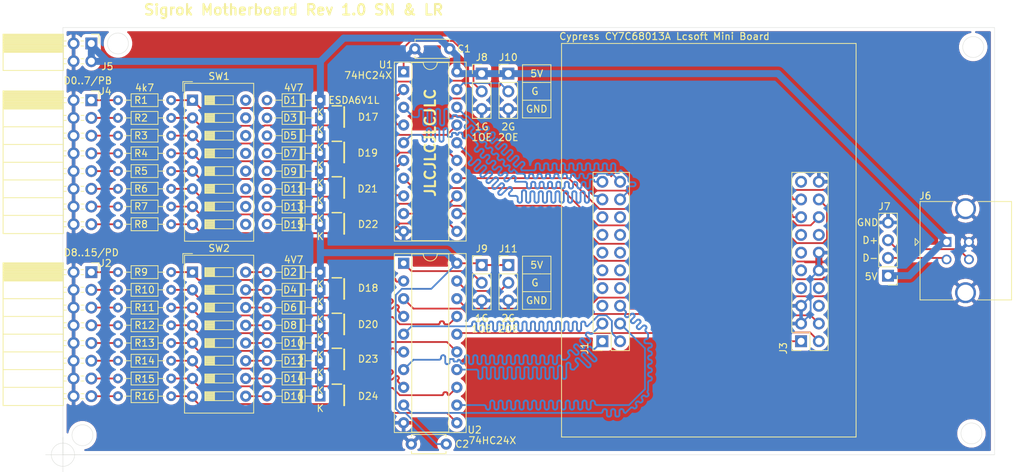
<source format=kicad_pcb>
(kicad_pcb (version 20171130) (host pcbnew "(5.1.9)-1")
  (title_block (title "Lcsoft Mini Board - Motherboard") (date 18.06.2021) (rev 1.0))
  (layers (0 F.Cu signal) (31 B.Cu signal) (34 B.Paste user) (35 F.Paste user) (36 B.SilkS user) (37 F.SilkS user) (38 B.Mask user) (39 F.Mask user) (44 Edge.Cuts user))
  (net 0 "")
  (net 1 GND)
  (net 2 +5V)
  (net 3 "Net-(D1-Pad2)")
  (net 4 "Net-(D10-Pad2)")
  (net 5 "Net-(D11-Pad2)")
  (net 6 "Net-(D12-Pad2)")
  (net 7 "Net-(D13-Pad2)")
  (net 8 "Net-(D14-Pad2)")
  (net 9 "Net-(D15-Pad2)")
  (net 10 "Net-(D16-Pad2)")
  (net 11 PB5)
  (net 12 PB4)
  (net 13 PB7)
  (net 14 PB6)
  (net 15 "Net-(J1-Pad16)")
  (net 16 "Net-(J1-Pad15)")
  (net 17 "Net-(J1-Pad14)")
  (net 18 "Net-(J1-Pad13)")
  (net 19 "Net-(J1-Pad12)")
  (net 20 "Net-(J1-Pad11)")
  (net 21 "Net-(J1-Pad10)")
  (net 22 "Net-(J1-Pad9)")
  (net 23 "Net-(J1-Pad8)")
  (net 24 "Net-(J1-Pad7)")
  (net 25 PD0)
  (net 26 "Net-(J1-Pad5)")
  (net 27 PD2)
  (net 28 PD1)
  (net 29 PD4)
  (net 30 PD3)
  (net 31 B-PD7)
  (net 32 B-PD6)
  (net 33 B-PD5)
  (net 34 B-PD4)
  (net 35 B-PD3)
  (net 36 B-PD2)
  (net 37 B-PD1)
  (net 38 B-PD0)
  (net 39 B-PB7)
  (net 40 B-PB6)
  (net 41 B-PB5)
  (net 42 B-PB4)
  (net 43 B-PB3)
  (net 44 B-PB2)
  (net 45 B-PB1)
  (net 46 B-PB0)
  (net 47 PB2)
  (net 48 PB3)
  (net 49 PB0)
  (net 50 PB1)
  (net 51 "Net-(J3-Pad14)")
  (net 52 "Net-(J3-Pad13)")
  (net 53 "Net-(J3-Pad11)")
  (net 54 "Net-(J3-Pad8)")
  (net 55 "Net-(J3-Pad7)")
  (net 56 "Net-(J3-Pad6)")
  (net 57 PD7)
  (net 58 PD5)
  (net 59 PD6)
  (net 60 "Net-(D2-Pad2)")
  (net 61 "Net-(D3-Pad2)")
  (net 62 "Net-(D4-Pad2)")
  (net 63 "Net-(D5-Pad2)")
  (net 64 "Net-(D6-Pad2)")
  (net 65 "Net-(D7-Pad2)")
  (net 66 "Net-(D8-Pad2)")
  (net 67 "Net-(D9-Pad2)")
  (net 68 /U1-1A1)
  (net 69 /U1-1A0)
  (net 70 /U2-1A1)
  (net 71 /U2-1A0)
  (net 72 /U1-1A3)
  (net 73 /U1-1A2)
  (net 74 /U2-1A3)
  (net 75 /U2-1A2)
  (net 76 /U1-2A1)
  (net 77 /U1-2A0)
  (net 78 /U1-2A3)
  (net 79 /U1-2A2)
  (net 80 /U2-2A1)
  (net 81 /U2-2A0)
  (net 82 /U2-2A3)
  (net 83 /U2-2A2)
  (net 84 /U1-1OE)
  (net 85 /U2-1OE)
  (net 86 /U1-2OE)
  (net 87 /U2-2OE)
  (net 88 "Net-(J3-Pad19)")
  (net 89 "Net-(J3-Pad9)")
  (net 90 /D-)
  (net 91 /D+)
  (module Connector_PinSocket_2.54mm:PinSocket_2x10_P2.54mm_Vertical (layer F.Cu) (at 164.846 114.3 180)
    (fp_text reference J3 (at 2.54 -1.016 270) (layer F.SilkS))
    (fp_text value "Cypress CY7C68013A Right Bot")
    (pad 20 thru_hole oval (at -2.54 22.86 180) (size 1.7 1.7) (drill 1) (layers *.Cu *.Mask) (net 1 GND))
    (pad 19 thru_hole oval (at 0 22.86 180) (size 1.7 1.7) (drill 1) (layers *.Cu *.Mask) (net 88 "Net-(J3-Pad19)"))
    (pad 18 thru_hole oval (at -2.54 20.32 180) (size 1.7 1.7) (drill 1) (layers *.Cu *.Mask) (net 47 PB2))
    (pad 17 thru_hole oval (at 0 20.32 180) (size 1.7 1.7) (drill 1) (layers *.Cu *.Mask) (net 48 PB3))
    (pad 16 thru_hole oval (at -2.54 17.78 180) (size 1.7 1.7) (drill 1) (layers *.Cu *.Mask) (net 49 PB0))
    (pad 15 thru_hole oval (at 0 17.78 180) (size 1.7 1.7) (drill 1) (layers *.Cu *.Mask) (net 50 PB1))
    (pad 14 thru_hole oval (at -2.54 15.24 180) (size 1.7 1.7) (drill 1) (layers *.Cu *.Mask) (net 51 "Net-(J3-Pad14)"))
    (pad 13 thru_hole oval (at 0 15.24 180) (size 1.7 1.7) (drill 1) (layers *.Cu *.Mask) (net 52 "Net-(J3-Pad13)"))
    (pad 12 thru_hole oval (at -2.54 12.7 180) (size 1.7 1.7) (drill 1) (layers *.Cu *.Mask) (net 1 GND))
    (pad 11 thru_hole oval (at 0 12.7 180) (size 1.7 1.7) (drill 1) (layers *.Cu *.Mask) (net 53 "Net-(J3-Pad11)"))
    (pad 10 thru_hole oval (at -2.54 10.16 180) (size 1.7 1.7) (drill 1) (layers *.Cu *.Mask) (net 1 GND))
    (pad 9 thru_hole oval (at 0 10.16 180) (size 1.7 1.7) (drill 1) (layers *.Cu *.Mask) (net 89 "Net-(J3-Pad9)"))
    (pad 8 thru_hole oval (at -2.54 7.62 180) (size 1.7 1.7) (drill 1) (layers *.Cu *.Mask) (net 54 "Net-(J3-Pad8)"))
    (pad 7 thru_hole oval (at 0 7.62 180) (size 1.7 1.7) (drill 1) (layers *.Cu *.Mask) (net 55 "Net-(J3-Pad7)"))
    (pad 6 thru_hole oval (at -2.54 5.08 180) (size 1.7 1.7) (drill 1) (layers *.Cu *.Mask) (net 56 "Net-(J3-Pad6)"))
    (pad 5 thru_hole oval (at 0 5.08 180) (size 1.7 1.7) (drill 1) (layers *.Cu *.Mask) (net 1 GND))
    (pad 4 thru_hole oval (at -2.54 2.54 180) (size 1.7 1.7) (drill 1) (layers *.Cu *.Mask) (net 57 PD7))
    (pad 3 thru_hole oval (at 0 2.54 180) (size 1.7 1.7) (drill 1) (layers *.Cu *.Mask) (net 1 GND))
    (pad 2 thru_hole oval (at -2.54 0 180) (size 1.7 1.7) (drill 1) (layers *.Cu *.Mask) (net 58 PD5))
    (pad 1 thru_hole rect (at 0 0 180) (size 1.7 1.7) (drill 1) (layers *.Cu *.Mask) (net 59 PD6))
  )
  (module Connector_USB:USB_B_TE_5787834_Vertical (layer F.Cu) (at 185.674 100.076 90)
    (fp_text reference J6 (at 6.604 -3.048 180) (layer F.SilkS))
    (fp_text value USB_B)
    (pad 2 thru_hole circle (at -2.5 0 90) (size 1.4 1.4) (drill 0.92) (layers *.Cu *.Mask) (net 90 /D-))
    (pad 5 thru_hole circle (at -7.27 2.71 90) (size 3 3) (drill 2.3) (layers *.Cu *.Mask) (net 1 GND))
    (pad 1 thru_hole rect (at 0 0 90) (size 1.4 1.4) (drill 0.92) (layers *.Cu *.Mask) (net 2 +5V))
    (pad 3 thru_hole circle (at -2.5 3.2 90) (size 1.4 1.4) (drill 0.92) (layers *.Cu *.Mask) (net 91 /D+))
    (pad 4 thru_hole circle (at 0 3.2 90) (size 1.4 1.4) (drill 0.92) (layers *.Cu *.Mask) (net 1 GND))
    (pad 5 thru_hole circle (at 4.77 2.71 90) (size 3 3) (drill 2.3) (layers *.Cu *.Mask) (net 1 GND))
  )
  (module Connector_PinSocket_2.54mm:PinSocket_2x10_P2.54mm_Vertical (layer F.Cu) (at 136.398 114.3 180)
    (fp_text reference J1 (at 2.54 -1.016 270) (layer F.SilkS))
    (fp_text value "Cypress CY7C68013A Left Bot")
    (pad 20 thru_hole oval (at -2.54 22.86 180) (size 1.7 1.7) (drill 1) (layers *.Cu *.Mask) (net 11 PB5))
    (pad 19 thru_hole oval (at 0 22.86 180) (size 1.7 1.7) (drill 1) (layers *.Cu *.Mask) (net 12 PB4))
    (pad 18 thru_hole oval (at -2.54 20.32 180) (size 1.7 1.7) (drill 1) (layers *.Cu *.Mask) (net 13 PB7))
    (pad 17 thru_hole oval (at 0 20.32 180) (size 1.7 1.7) (drill 1) (layers *.Cu *.Mask) (net 14 PB6))
    (pad 16 thru_hole oval (at -2.54 17.78 180) (size 1.7 1.7) (drill 1) (layers *.Cu *.Mask) (net 15 "Net-(J1-Pad16)"))
    (pad 15 thru_hole oval (at 0 17.78 180) (size 1.7 1.7) (drill 1) (layers *.Cu *.Mask) (net 16 "Net-(J1-Pad15)"))
    (pad 14 thru_hole oval (at -2.54 15.24 180) (size 1.7 1.7) (drill 1) (layers *.Cu *.Mask) (net 17 "Net-(J1-Pad14)"))
    (pad 13 thru_hole oval (at 0 15.24 180) (size 1.7 1.7) (drill 1) (layers *.Cu *.Mask) (net 18 "Net-(J1-Pad13)"))
    (pad 12 thru_hole oval (at -2.54 12.7 180) (size 1.7 1.7) (drill 1) (layers *.Cu *.Mask) (net 19 "Net-(J1-Pad12)"))
    (pad 11 thru_hole oval (at 0 12.7 180) (size 1.7 1.7) (drill 1) (layers *.Cu *.Mask) (net 20 "Net-(J1-Pad11)"))
    (pad 10 thru_hole oval (at -2.54 10.16 180) (size 1.7 1.7) (drill 1) (layers *.Cu *.Mask) (net 21 "Net-(J1-Pad10)"))
    (pad 9 thru_hole oval (at 0 10.16 180) (size 1.7 1.7) (drill 1) (layers *.Cu *.Mask) (net 22 "Net-(J1-Pad9)"))
    (pad 8 thru_hole oval (at -2.54 7.62 180) (size 1.7 1.7) (drill 1) (layers *.Cu *.Mask) (net 23 "Net-(J1-Pad8)"))
    (pad 7 thru_hole oval (at 0 7.62 180) (size 1.7 1.7) (drill 1) (layers *.Cu *.Mask) (net 24 "Net-(J1-Pad7)"))
    (pad 6 thru_hole oval (at -2.54 5.08 180) (size 1.7 1.7) (drill 1) (layers *.Cu *.Mask) (net 25 PD0))
    (pad 5 thru_hole oval (at 0 5.08 180) (size 1.7 1.7) (drill 1) (layers *.Cu *.Mask) (net 26 "Net-(J1-Pad5)"))
    (pad 4 thru_hole oval (at -2.54 2.54 180) (size 1.7 1.7) (drill 1) (layers *.Cu *.Mask) (net 27 PD2))
    (pad 3 thru_hole oval (at 0 2.54 180) (size 1.7 1.7) (drill 1) (layers *.Cu *.Mask) (net 28 PD1))
    (pad 2 thru_hole oval (at -2.54 0 180) (size 1.7 1.7) (drill 1) (layers *.Cu *.Mask) (net 29 PD4))
    (pad 1 thru_hole rect (at 0 0 180) (size 1.7 1.7) (drill 1) (layers *.Cu *.Mask) (net 30 PD3))
  )
  (module Connector_PinHeader_2.54mm:PinHeader_1x03_P2.54mm_Vertical (layer F.Cu) (at 122.936 103.378)
    (fp_text reference J11 (at 0 -2.33) (layer F.SilkS))
    (fp_text value Conn_01x03_Male)
    (pad 3 thru_hole oval (at 0 5.08) (size 1.7 1.7) (drill 1) (layers *.Cu *.Mask) (net 1 GND))
    (pad 2 thru_hole oval (at 0 2.54) (size 1.7 1.7) (drill 1) (layers *.Cu *.Mask) (net 87 /U2-2OE))
    (pad 1 thru_hole rect (at 0 0) (size 1.7 1.7) (drill 1) (layers *.Cu *.Mask) (net 2 +5V))
  )
  (module Connector_PinHeader_2.54mm:PinHeader_1x03_P2.54mm_Vertical (layer F.Cu) (at 122.936 75.946)
    (fp_text reference J10 (at 0 -2.33) (layer F.SilkS))
    (fp_text value Conn_01x03_Male)
    (pad 3 thru_hole oval (at 0 5.08) (size 1.7 1.7) (drill 1) (layers *.Cu *.Mask) (net 1 GND))
    (pad 2 thru_hole oval (at 0 2.54) (size 1.7 1.7) (drill 1) (layers *.Cu *.Mask) (net 86 /U1-2OE))
    (pad 1 thru_hole rect (at 0 0) (size 1.7 1.7) (drill 1) (layers *.Cu *.Mask) (net 2 +5V))
  )
  (module Connector_PinHeader_2.54mm:PinHeader_1x03_P2.54mm_Vertical (layer F.Cu) (at 119.126 103.378)
    (fp_text reference J9 (at 0 -2.33) (layer F.SilkS))
    (fp_text value Conn_01x03_Male)
    (pad 3 thru_hole oval (at 0 5.08) (size 1.7 1.7) (drill 1) (layers *.Cu *.Mask) (net 1 GND))
    (pad 2 thru_hole oval (at 0 2.54) (size 1.7 1.7) (drill 1) (layers *.Cu *.Mask) (net 85 /U2-1OE))
    (pad 1 thru_hole rect (at 0 0) (size 1.7 1.7) (drill 1) (layers *.Cu *.Mask) (net 2 +5V))
  )
  (module Connector_PinHeader_2.54mm:PinHeader_1x03_P2.54mm_Vertical (layer F.Cu) (at 119.126 75.946)
    (fp_text reference J8 (at 0 -2.33) (layer F.SilkS))
    (fp_text value Conn_01x03_Male)
    (pad 3 thru_hole oval (at 0 5.08) (size 1.7 1.7) (drill 1) (layers *.Cu *.Mask) (net 1 GND))
    (pad 2 thru_hole oval (at 0 2.54) (size 1.7 1.7) (drill 1) (layers *.Cu *.Mask) (net 84 /U1-1OE))
    (pad 1 thru_hole rect (at 0 0) (size 1.7 1.7) (drill 1) (layers *.Cu *.Mask) (net 2 +5V))
  )
  (module Button_Switch_THT:SW_DIP_SPSTx08_Slide_9.78x22.5mm_W7.62mm_P2.54mm (layer F.Cu) (at 77.724 104.394)
    (fp_text reference SW2 (at 3.81 -3.42) (layer F.SilkS))
    (fp_text value SW_DIP_x08)
    (pad 16 thru_hole oval (at 7.62 0) (size 1.6 1.6) (drill 0.8) (layers *.Cu *.Mask) (net 60 "Net-(D2-Pad2)"))
    (pad 8 thru_hole oval (at 0 17.78) (size 1.6 1.6) (drill 0.8) (layers *.Cu *.Mask) (net 82 /U2-2A3))
    (pad 15 thru_hole oval (at 7.62 2.54) (size 1.6 1.6) (drill 0.8) (layers *.Cu *.Mask) (net 62 "Net-(D4-Pad2)"))
    (pad 7 thru_hole oval (at 0 15.24) (size 1.6 1.6) (drill 0.8) (layers *.Cu *.Mask) (net 83 /U2-2A2))
    (pad 14 thru_hole oval (at 7.62 5.08) (size 1.6 1.6) (drill 0.8) (layers *.Cu *.Mask) (net 64 "Net-(D6-Pad2)"))
    (pad 6 thru_hole oval (at 0 12.7) (size 1.6 1.6) (drill 0.8) (layers *.Cu *.Mask) (net 80 /U2-2A1))
    (pad 13 thru_hole oval (at 7.62 7.62) (size 1.6 1.6) (drill 0.8) (layers *.Cu *.Mask) (net 66 "Net-(D8-Pad2)"))
    (pad 5 thru_hole oval (at 0 10.16) (size 1.6 1.6) (drill 0.8) (layers *.Cu *.Mask) (net 81 /U2-2A0))
    (pad 12 thru_hole oval (at 7.62 10.16) (size 1.6 1.6) (drill 0.8) (layers *.Cu *.Mask) (net 4 "Net-(D10-Pad2)"))
    (pad 4 thru_hole oval (at 0 7.62) (size 1.6 1.6) (drill 0.8) (layers *.Cu *.Mask) (net 74 /U2-1A3))
    (pad 11 thru_hole oval (at 7.62 12.7) (size 1.6 1.6) (drill 0.8) (layers *.Cu *.Mask) (net 6 "Net-(D12-Pad2)"))
    (pad 3 thru_hole oval (at 0 5.08) (size 1.6 1.6) (drill 0.8) (layers *.Cu *.Mask) (net 75 /U2-1A2))
    (pad 10 thru_hole oval (at 7.62 15.24) (size 1.6 1.6) (drill 0.8) (layers *.Cu *.Mask) (net 8 "Net-(D14-Pad2)"))
    (pad 2 thru_hole oval (at 0 2.54) (size 1.6 1.6) (drill 0.8) (layers *.Cu *.Mask) (net 70 /U2-1A1))
    (pad 9 thru_hole oval (at 7.62 17.78) (size 1.6 1.6) (drill 0.8) (layers *.Cu *.Mask) (net 10 "Net-(D16-Pad2)"))
    (pad 1 thru_hole rect (at 0 0) (size 1.6 1.6) (drill 0.8) (layers *.Cu *.Mask) (net 71 /U2-1A0))
  )
  (module Button_Switch_THT:SW_DIP_SPSTx08_Slide_9.78x22.5mm_W7.62mm_P2.54mm (layer F.Cu) (at 77.724 79.756)
    (fp_text reference SW1 (at 3.81 -3.42) (layer F.SilkS))
    (fp_text value SW_DIP_x08)
    (pad 16 thru_hole oval (at 7.62 0) (size 1.6 1.6) (drill 0.8) (layers *.Cu *.Mask) (net 3 "Net-(D1-Pad2)"))
    (pad 8 thru_hole oval (at 0 17.78) (size 1.6 1.6) (drill 0.8) (layers *.Cu *.Mask) (net 78 /U1-2A3))
    (pad 15 thru_hole oval (at 7.62 2.54) (size 1.6 1.6) (drill 0.8) (layers *.Cu *.Mask) (net 61 "Net-(D3-Pad2)"))
    (pad 7 thru_hole oval (at 0 15.24) (size 1.6 1.6) (drill 0.8) (layers *.Cu *.Mask) (net 79 /U1-2A2))
    (pad 14 thru_hole oval (at 7.62 5.08) (size 1.6 1.6) (drill 0.8) (layers *.Cu *.Mask) (net 63 "Net-(D5-Pad2)"))
    (pad 6 thru_hole oval (at 0 12.7) (size 1.6 1.6) (drill 0.8) (layers *.Cu *.Mask) (net 76 /U1-2A1))
    (pad 13 thru_hole oval (at 7.62 7.62) (size 1.6 1.6) (drill 0.8) (layers *.Cu *.Mask) (net 65 "Net-(D7-Pad2)"))
    (pad 5 thru_hole oval (at 0 10.16) (size 1.6 1.6) (drill 0.8) (layers *.Cu *.Mask) (net 77 /U1-2A0))
    (pad 12 thru_hole oval (at 7.62 10.16) (size 1.6 1.6) (drill 0.8) (layers *.Cu *.Mask) (net 67 "Net-(D9-Pad2)"))
    (pad 4 thru_hole oval (at 0 7.62) (size 1.6 1.6) (drill 0.8) (layers *.Cu *.Mask) (net 72 /U1-1A3))
    (pad 11 thru_hole oval (at 7.62 12.7) (size 1.6 1.6) (drill 0.8) (layers *.Cu *.Mask) (net 5 "Net-(D11-Pad2)"))
    (pad 3 thru_hole oval (at 0 5.08) (size 1.6 1.6) (drill 0.8) (layers *.Cu *.Mask) (net 73 /U1-1A2))
    (pad 10 thru_hole oval (at 7.62 15.24) (size 1.6 1.6) (drill 0.8) (layers *.Cu *.Mask) (net 7 "Net-(D13-Pad2)"))
    (pad 2 thru_hole oval (at 0 2.54) (size 1.6 1.6) (drill 0.8) (layers *.Cu *.Mask) (net 68 /U1-1A1))
    (pad 9 thru_hole oval (at 7.62 17.78) (size 1.6 1.6) (drill 0.8) (layers *.Cu *.Mask) (net 9 "Net-(D15-Pad2)"))
    (pad 1 thru_hole rect (at 0 0) (size 1.6 1.6) (drill 0.8) (layers *.Cu *.Mask) (net 69 /U1-1A0))
  )
  (module Connector_PinHeader_2.54mm:PinHeader_1x04_P2.54mm_Vertical (layer F.Cu) (at 177.292 104.902 180)
    (fp_text reference J7 (at 0.508 9.906) (layer F.SilkS))
    (fp_text value Conn_01x04_Male)
    (pad 4 thru_hole oval (at 0 7.62 180) (size 1.7 1.7) (drill 1) (layers *.Cu *.Mask) (net 1 GND))
    (pad 3 thru_hole oval (at 0 5.08 180) (size 1.7 1.7) (drill 1) (layers *.Cu *.Mask) (net 91 /D+))
    (pad 2 thru_hole oval (at 0 2.54 180) (size 1.7 1.7) (drill 1) (layers *.Cu *.Mask) (net 90 /D-))
    (pad 1 thru_hole rect (at 0 0 180) (size 1.7 1.7) (drill 1) (layers *.Cu *.Mask) (net 2 +5V))
  )
  (module Capacitor_THT:C_Disc_D4.7mm_W2.5mm_P5.00mm (layer F.Cu) (at 114.046 129.032 180)
    (fp_text reference C2 (at -2.286 0) (layer F.SilkS))
    (fp_text value C)
    (pad 2 thru_hole circle (at 5 0 180) (size 1.6 1.6) (drill 0.8) (layers *.Cu *.Mask) (net 1 GND))
    (pad 1 thru_hole circle (at 0 0 180) (size 1.6 1.6) (drill 0.8) (layers *.Cu *.Mask) (net 2 +5V))
  )
  (module Capacitor_THT:C_Disc_D4.7mm_W2.5mm_P5.00mm (layer F.Cu) (at 114.554 72.39 180)
    (fp_text reference C1 (at -2.032 0) (layer F.SilkS))
    (fp_text value C)
    (pad 2 thru_hole circle (at 5 0 180) (size 1.6 1.6) (drill 0.8) (layers *.Cu *.Mask) (net 1 GND))
    (pad 1 thru_hole circle (at 0 0 180) (size 1.6 1.6) (drill 0.8) (layers *.Cu *.Mask) (net 2 +5V))
  )
  (module SamacSys_Parts:SOT105P242X150-3N (layer F.Cu) (at 99.441 122.047)
    (fp_text reference D24 (at 3.429 0.127) (layer F.SilkS))
    (fp_text value ESDA6V1L hide)
    (pad 3 smd rect (at 1.05 0 90) (size 0.6 1.35) (layers F.Cu F.Paste F.Mask) (net 2 +5V))
    (pad 2 smd rect (at -1.05 1.05 90) (size 0.6 1.35) (layers F.Cu F.Paste F.Mask) (net 82 /U2-2A3))
    (pad 1 smd rect (at -1.05 -1.05 90) (size 0.6 1.35) (layers F.Cu F.Paste F.Mask) (net 83 /U2-2A2))
  )
  (module SamacSys_Parts:SOT105P242X150-3N (layer F.Cu) (at 99.441 116.9035)
    (fp_text reference D23 (at 3.429 -0.0635) (layer F.SilkS))
    (fp_text value ESDA6V1L hide)
    (pad 3 smd rect (at 1.05 0 90) (size 0.6 1.35) (layers F.Cu F.Paste F.Mask) (net 2 +5V))
    (pad 2 smd rect (at -1.05 1.05 90) (size 0.6 1.35) (layers F.Cu F.Paste F.Mask) (net 80 /U2-2A1))
    (pad 1 smd rect (at -1.05 -1.05 90) (size 0.6 1.35) (layers F.Cu F.Paste F.Mask) (net 81 /U2-2A0))
  )
  (module SamacSys_Parts:SOT105P242X150-3N (layer F.Cu) (at 99.441 111.887)
    (fp_text reference D20 (at 3.429 0) (layer F.SilkS))
    (fp_text value ESDA6V1L hide)
    (pad 3 smd rect (at 1.05 0 90) (size 0.6 1.35) (layers F.Cu F.Paste F.Mask) (net 2 +5V))
    (pad 2 smd rect (at -1.05 1.05 90) (size 0.6 1.35) (layers F.Cu F.Paste F.Mask) (net 74 /U2-1A3))
    (pad 1 smd rect (at -1.05 -1.05 90) (size 0.6 1.35) (layers F.Cu F.Paste F.Mask) (net 75 /U2-1A2))
  )
  (module SamacSys_Parts:SOT105P242X150-3N (layer F.Cu) (at 99.441 106.807)
    (fp_text reference D18 (at 3.429 -0.127) (layer F.SilkS))
    (fp_text value ESDA6V1L hide)
    (pad 3 smd rect (at 1.05 0 90) (size 0.6 1.35) (layers F.Cu F.Paste F.Mask) (net 2 +5V))
    (pad 2 smd rect (at -1.05 1.05 90) (size 0.6 1.35) (layers F.Cu F.Paste F.Mask) (net 70 /U2-1A1))
    (pad 1 smd rect (at -1.05 -1.05 90) (size 0.6 1.35) (layers F.Cu F.Paste F.Mask) (net 71 /U2-1A0))
  )
  (module SamacSys_Parts:SOT105P242X150-3N (layer F.Cu) (at 99.441 97.4725)
    (fp_text reference D22 (at 3.429 0.0635) (layer F.SilkS))
    (fp_text value ESDA6V1L hide)
    (pad 3 smd rect (at 1.05 0 90) (size 0.6 1.35) (layers F.Cu F.Paste F.Mask) (net 2 +5V))
    (pad 2 smd rect (at -1.05 1.05 90) (size 0.6 1.35) (layers F.Cu F.Paste F.Mask) (net 78 /U1-2A3))
    (pad 1 smd rect (at -1.05 -1.05 90) (size 0.6 1.35) (layers F.Cu F.Paste F.Mask) (net 79 /U1-2A2))
  )
  (module SamacSys_Parts:SOT105P242X150-3N (layer F.Cu) (at 99.441 92.329)
    (fp_text reference D21 (at 3.3655 0.127) (layer F.SilkS))
    (fp_text value ESDA6V1L hide)
    (pad 3 smd rect (at 1.05 0 90) (size 0.6 1.35) (layers F.Cu F.Paste F.Mask) (net 2 +5V))
    (pad 2 smd rect (at -1.05 1.05 90) (size 0.6 1.35) (layers F.Cu F.Paste F.Mask) (net 76 /U1-2A1))
    (pad 1 smd rect (at -1.05 -1.05 90) (size 0.6 1.35) (layers F.Cu F.Paste F.Mask) (net 77 /U1-2A0))
  )
  (module SamacSys_Parts:SOT105P242X150-3N (layer F.Cu) (at 99.441 87.249)
    (fp_text reference D19 (at 3.3655 0.0635) (layer F.SilkS))
    (fp_text value ESDA6V1L hide)
    (pad 3 smd rect (at 1.05 0 90) (size 0.6 1.35) (layers F.Cu F.Paste F.Mask) (net 2 +5V))
    (pad 2 smd rect (at -1.05 1.05 90) (size 0.6 1.35) (layers F.Cu F.Paste F.Mask) (net 72 /U1-1A3))
    (pad 1 smd rect (at -1.05 -1.05 90) (size 0.6 1.35) (layers F.Cu F.Paste F.Mask) (net 73 /U1-1A2))
  )
  (module SamacSys_Parts:SOT105P242X150-3N (layer F.Cu) (at 99.441 82.169)
    (fp_text reference D17 (at 3.429 0) (layer F.SilkS))
    (fp_text value ESDA6V1L hide)
    (pad 3 smd rect (at 1.05 0 90) (size 0.6 1.35) (layers F.Cu F.Paste F.Mask) (net 2 +5V))
    (pad 2 smd rect (at -1.05 1.05 90) (size 0.6 1.35) (layers F.Cu F.Paste F.Mask) (net 68 /U1-1A1))
    (pad 1 smd rect (at -1.05 -1.05 90) (size 0.6 1.35) (layers F.Cu F.Paste F.Mask) (net 69 /U1-1A0))
  )
  (module Diode_THT:D_DO-34_SOD68_P7.62mm_Horizontal (layer F.Cu) (at 96.012 122.174 180)
    (fp_text reference D16 (at 3.81 0) (layer F.SilkS))
    (fp_text value 4V7)
    (fp_text user K (at 0 -1.75) (layer F.SilkS))
    (pad 2 thru_hole oval (at 7.62 0 180) (size 1.5 1.5) (drill 0.75) (layers *.Cu *.Mask) (net 10 "Net-(D16-Pad2)"))
    (pad 1 thru_hole rect (at 0 0 180) (size 1.5 1.5) (drill 0.75) (layers *.Cu *.Mask) (net 2 +5V))
  )
  (module Diode_THT:D_DO-34_SOD68_P7.62mm_Horizontal (layer F.Cu) (at 96.012 97.536 180)
    (fp_text reference D15 (at 3.81 -0.0635) (layer F.SilkS))
    (fp_text value 4V7)
    (fp_text user K (at 0 -1.75) (layer F.SilkS))
    (pad 2 thru_hole oval (at 7.62 0 180) (size 1.5 1.5) (drill 0.75) (layers *.Cu *.Mask) (net 9 "Net-(D15-Pad2)"))
    (pad 1 thru_hole rect (at 0 0 180) (size 1.5 1.5) (drill 0.75) (layers *.Cu *.Mask) (net 2 +5V))
  )
  (module Diode_THT:D_DO-34_SOD68_P7.62mm_Horizontal (layer F.Cu) (at 96.012 119.634 180)
    (fp_text reference D14 (at 3.81 0) (layer F.SilkS))
    (fp_text value 4V7)
    (fp_text user K (at 0 -1.75) (layer F.SilkS))
    (pad 2 thru_hole oval (at 7.62 0 180) (size 1.5 1.5) (drill 0.75) (layers *.Cu *.Mask) (net 8 "Net-(D14-Pad2)"))
    (pad 1 thru_hole rect (at 0 0 180) (size 1.5 1.5) (drill 0.75) (layers *.Cu *.Mask) (net 2 +5V))
  )
  (module Diode_THT:D_DO-34_SOD68_P7.62mm_Horizontal (layer F.Cu) (at 96.012 94.996 180)
    (fp_text reference D13 (at 3.81 -0.0635) (layer F.SilkS))
    (fp_text value 4V7)
    (fp_text user K (at 0 -1.75) (layer F.SilkS))
    (pad 2 thru_hole oval (at 7.62 0 180) (size 1.5 1.5) (drill 0.75) (layers *.Cu *.Mask) (net 7 "Net-(D13-Pad2)"))
    (pad 1 thru_hole rect (at 0 0 180) (size 1.5 1.5) (drill 0.75) (layers *.Cu *.Mask) (net 2 +5V))
  )
  (module Diode_THT:D_DO-34_SOD68_P7.62mm_Horizontal (layer F.Cu) (at 96.012 117.094 180)
    (fp_text reference D12 (at 3.81 0) (layer F.SilkS))
    (fp_text value 4V7)
    (fp_text user K (at 0 -1.75) (layer F.SilkS))
    (pad 2 thru_hole oval (at 7.62 0 180) (size 1.5 1.5) (drill 0.75) (layers *.Cu *.Mask) (net 6 "Net-(D12-Pad2)"))
    (pad 1 thru_hole rect (at 0 0 180) (size 1.5 1.5) (drill 0.75) (layers *.Cu *.Mask) (net 2 +5V))
  )
  (module Diode_THT:D_DO-34_SOD68_P7.62mm_Horizontal (layer F.Cu) (at 96.012 92.456 180)
    (fp_text reference D11 (at 3.81 0) (layer F.SilkS))
    (fp_text value 4V7)
    (fp_text user K (at 0 -1.75) (layer F.SilkS))
    (pad 2 thru_hole oval (at 7.62 0 180) (size 1.5 1.5) (drill 0.75) (layers *.Cu *.Mask) (net 5 "Net-(D11-Pad2)"))
    (pad 1 thru_hole rect (at 0 0 180) (size 1.5 1.5) (drill 0.75) (layers *.Cu *.Mask) (net 2 +5V))
  )
  (module Diode_THT:D_DO-34_SOD68_P7.62mm_Horizontal (layer F.Cu) (at 96.012 114.554 180)
    (fp_text reference D10 (at 3.81 0) (layer F.SilkS))
    (fp_text value 4V7)
    (fp_text user K (at 0 -1.75) (layer F.SilkS))
    (pad 2 thru_hole oval (at 7.62 0 180) (size 1.5 1.5) (drill 0.75) (layers *.Cu *.Mask) (net 4 "Net-(D10-Pad2)"))
    (pad 1 thru_hole rect (at 0 0 180) (size 1.5 1.5) (drill 0.75) (layers *.Cu *.Mask) (net 2 +5V))
  )
  (module Diode_THT:D_DO-34_SOD68_P7.62mm_Horizontal (layer F.Cu) (at 96.012 89.916 180)
    (fp_text reference D9 (at 4.318 -0.0635) (layer F.SilkS))
    (fp_text value 4V7)
    (fp_text user K (at 0 -1.75) (layer F.SilkS))
    (pad 2 thru_hole oval (at 7.62 0 180) (size 1.5 1.5) (drill 0.75) (layers *.Cu *.Mask) (net 67 "Net-(D9-Pad2)"))
    (pad 1 thru_hole rect (at 0 0 180) (size 1.5 1.5) (drill 0.75) (layers *.Cu *.Mask) (net 2 +5V))
  )
  (module Diode_THT:D_DO-34_SOD68_P7.62mm_Horizontal (layer F.Cu) (at 96.012 112.014 180)
    (fp_text reference D8 (at 4.318 0) (layer F.SilkS))
    (fp_text value 4V7)
    (fp_text user K (at 0 -1.75) (layer F.SilkS))
    (pad 2 thru_hole oval (at 7.62 0 180) (size 1.5 1.5) (drill 0.75) (layers *.Cu *.Mask) (net 66 "Net-(D8-Pad2)"))
    (pad 1 thru_hole rect (at 0 0 180) (size 1.5 1.5) (drill 0.75) (layers *.Cu *.Mask) (net 2 +5V))
  )
  (module Diode_THT:D_DO-34_SOD68_P7.62mm_Horizontal (layer F.Cu) (at 96.012 87.376 180)
    (fp_text reference D7 (at 4.318 0) (layer F.SilkS))
    (fp_text value 4V7)
    (fp_text user K (at 0 -1.75) (layer F.SilkS))
    (pad 2 thru_hole oval (at 7.62 0 180) (size 1.5 1.5) (drill 0.75) (layers *.Cu *.Mask) (net 65 "Net-(D7-Pad2)"))
    (pad 1 thru_hole rect (at 0 0 180) (size 1.5 1.5) (drill 0.75) (layers *.Cu *.Mask) (net 2 +5V))
  )
  (module Diode_THT:D_DO-34_SOD68_P7.62mm_Horizontal (layer F.Cu) (at 96.012 109.474 180)
    (fp_text reference D6 (at 4.318 0) (layer F.SilkS))
    (fp_text value 4V7)
    (fp_text user K (at 0 -1.75) (layer F.SilkS))
    (pad 2 thru_hole oval (at 7.62 0 180) (size 1.5 1.5) (drill 0.75) (layers *.Cu *.Mask) (net 64 "Net-(D6-Pad2)"))
    (pad 1 thru_hole rect (at 0 0 180) (size 1.5 1.5) (drill 0.75) (layers *.Cu *.Mask) (net 2 +5V))
  )
  (module Diode_THT:D_DO-34_SOD68_P7.62mm_Horizontal (layer F.Cu) (at 96.012 84.836 180)
    (fp_text reference D5 (at 4.318 0) (layer F.SilkS))
    (fp_text value 4V7)
    (fp_text user K (at 0 -1.75) (layer F.SilkS))
    (pad 2 thru_hole oval (at 7.62 0 180) (size 1.5 1.5) (drill 0.75) (layers *.Cu *.Mask) (net 63 "Net-(D5-Pad2)"))
    (pad 1 thru_hole rect (at 0 0 180) (size 1.5 1.5) (drill 0.75) (layers *.Cu *.Mask) (net 2 +5V))
  )
  (module Diode_THT:D_DO-34_SOD68_P7.62mm_Horizontal (layer F.Cu) (at 96.012 106.934 180)
    (fp_text reference D4 (at 4.318 0) (layer F.SilkS))
    (fp_text value 4V7)
    (fp_text user K (at 0 -1.75) (layer F.SilkS))
    (pad 2 thru_hole oval (at 7.62 0 180) (size 1.5 1.5) (drill 0.75) (layers *.Cu *.Mask) (net 62 "Net-(D4-Pad2)"))
    (pad 1 thru_hole rect (at 0 0 180) (size 1.5 1.5) (drill 0.75) (layers *.Cu *.Mask) (net 2 +5V))
  )
  (module Diode_THT:D_DO-34_SOD68_P7.62mm_Horizontal (layer F.Cu) (at 96.012 82.296 180)
    (fp_text reference D3 (at 4.318 0) (layer F.SilkS))
    (fp_text value 4V7)
    (fp_text user K (at 0 -1.75) (layer F.SilkS))
    (pad 2 thru_hole oval (at 7.62 0 180) (size 1.5 1.5) (drill 0.75) (layers *.Cu *.Mask) (net 61 "Net-(D3-Pad2)"))
    (pad 1 thru_hole rect (at 0 0 180) (size 1.5 1.5) (drill 0.75) (layers *.Cu *.Mask) (net 2 +5V))
  )
  (module Diode_THT:D_DO-34_SOD68_P7.62mm_Horizontal (layer F.Cu) (at 96.012 104.394 180)
    (fp_text reference D2 (at 4.318 0) (layer F.SilkS))
    (fp_text value 4V7)
    (fp_text user K (at 0 -1.75) (layer F.SilkS))
    (pad 2 thru_hole oval (at 7.62 0 180) (size 1.5 1.5) (drill 0.75) (layers *.Cu *.Mask) (net 60 "Net-(D2-Pad2)"))
    (pad 1 thru_hole rect (at 0 0 180) (size 1.5 1.5) (drill 0.75) (layers *.Cu *.Mask) (net 2 +5V))
  )
  (module Diode_THT:D_DO-34_SOD68_P7.62mm_Horizontal (layer F.Cu) (at 96.012 79.756 180)
    (fp_text reference D1 (at 4.318 0) (layer F.SilkS))
    (fp_text value 4V7)
    (fp_text user K (at 0 -1.75) (layer F.SilkS))
    (pad 2 thru_hole oval (at 7.62 0 180) (size 1.5 1.5) (drill 0.75) (layers *.Cu *.Mask) (net 3 "Net-(D1-Pad2)"))
    (pad 1 thru_hole rect (at 0 0 180) (size 1.5 1.5) (drill 0.75) (layers *.Cu *.Mask) (net 2 +5V))
  )
  (module Resistor_THT:R_Axial_DIN0204_L3.6mm_D1.6mm_P7.62mm_Horizontal (layer F.Cu) (at 74.676 122.174 180)
    (fp_text reference R16 (at 3.81 0) (layer F.SilkS))
    (fp_text value 4k7)
    (pad 2 thru_hole oval (at 7.62 0 180) (size 1.4 1.4) (drill 0.7) (layers *.Cu *.Mask) (net 31 B-PD7))
    (pad 1 thru_hole circle (at 0 0 180) (size 1.4 1.4) (drill 0.7) (layers *.Cu *.Mask) (net 82 /U2-2A3))
  )
  (module Resistor_THT:R_Axial_DIN0204_L3.6mm_D1.6mm_P7.62mm_Horizontal (layer F.Cu) (at 74.676 119.634 180)
    (fp_text reference R15 (at 3.81 -0.0635) (layer F.SilkS))
    (fp_text value 4k7)
    (pad 2 thru_hole oval (at 7.62 0 180) (size 1.4 1.4) (drill 0.7) (layers *.Cu *.Mask) (net 32 B-PD6))
    (pad 1 thru_hole circle (at 0 0 180) (size 1.4 1.4) (drill 0.7) (layers *.Cu *.Mask) (net 83 /U2-2A2))
  )
  (module Resistor_THT:R_Axial_DIN0204_L3.6mm_D1.6mm_P7.62mm_Horizontal (layer F.Cu) (at 74.676 117.094 180)
    (fp_text reference R14 (at 3.81 0) (layer F.SilkS))
    (fp_text value 4k7)
    (pad 2 thru_hole oval (at 7.62 0 180) (size 1.4 1.4) (drill 0.7) (layers *.Cu *.Mask) (net 33 B-PD5))
    (pad 1 thru_hole circle (at 0 0 180) (size 1.4 1.4) (drill 0.7) (layers *.Cu *.Mask) (net 80 /U2-2A1))
  )
  (module Resistor_THT:R_Axial_DIN0204_L3.6mm_D1.6mm_P7.62mm_Horizontal (layer F.Cu) (at 74.676 114.554 180)
    (fp_text reference R13 (at 3.81 0) (layer F.SilkS))
    (fp_text value 4k7)
    (pad 2 thru_hole oval (at 7.62 0 180) (size 1.4 1.4) (drill 0.7) (layers *.Cu *.Mask) (net 34 B-PD4))
    (pad 1 thru_hole circle (at 0 0 180) (size 1.4 1.4) (drill 0.7) (layers *.Cu *.Mask) (net 81 /U2-2A0))
  )
  (module Resistor_THT:R_Axial_DIN0204_L3.6mm_D1.6mm_P7.62mm_Horizontal (layer F.Cu) (at 74.676 112.014 180)
    (fp_text reference R12 (at 3.81 0) (layer F.SilkS))
    (fp_text value 4k7)
    (pad 2 thru_hole oval (at 7.62 0 180) (size 1.4 1.4) (drill 0.7) (layers *.Cu *.Mask) (net 35 B-PD3))
    (pad 1 thru_hole circle (at 0 0 180) (size 1.4 1.4) (drill 0.7) (layers *.Cu *.Mask) (net 74 /U2-1A3))
  )
  (module Resistor_THT:R_Axial_DIN0204_L3.6mm_D1.6mm_P7.62mm_Horizontal (layer F.Cu) (at 74.676 109.474 180)
    (fp_text reference R11 (at 3.81 0) (layer F.SilkS))
    (fp_text value 4k7)
    (pad 2 thru_hole oval (at 7.62 0 180) (size 1.4 1.4) (drill 0.7) (layers *.Cu *.Mask) (net 36 B-PD2))
    (pad 1 thru_hole circle (at 0 0 180) (size 1.4 1.4) (drill 0.7) (layers *.Cu *.Mask) (net 75 /U2-1A2))
  )
  (module Resistor_THT:R_Axial_DIN0204_L3.6mm_D1.6mm_P7.62mm_Horizontal (layer F.Cu) (at 74.676 106.934 180)
    (fp_text reference R10 (at 3.81 0) (layer F.SilkS))
    (fp_text value 4k7)
    (pad 2 thru_hole oval (at 7.62 0 180) (size 1.4 1.4) (drill 0.7) (layers *.Cu *.Mask) (net 37 B-PD1))
    (pad 1 thru_hole circle (at 0 0 180) (size 1.4 1.4) (drill 0.7) (layers *.Cu *.Mask) (net 70 /U2-1A1))
  )
  (module Resistor_THT:R_Axial_DIN0204_L3.6mm_D1.6mm_P7.62mm_Horizontal (layer F.Cu) (at 74.676 104.394 180)
    (fp_text reference R9 (at 4.318 0) (layer F.SilkS))
    (fp_text value 4k7)
    (pad 2 thru_hole oval (at 7.62 0 180) (size 1.4 1.4) (drill 0.7) (layers *.Cu *.Mask) (net 38 B-PD0))
    (pad 1 thru_hole circle (at 0 0 180) (size 1.4 1.4) (drill 0.7) (layers *.Cu *.Mask) (net 71 /U2-1A0))
  )
  (module Resistor_THT:R_Axial_DIN0204_L3.6mm_D1.6mm_P7.62mm_Horizontal (layer F.Cu) (at 74.676 97.536 180)
    (fp_text reference R8 (at 4.318 0) (layer F.SilkS))
    (fp_text value 4k7)
    (pad 2 thru_hole oval (at 7.62 0 180) (size 1.4 1.4) (drill 0.7) (layers *.Cu *.Mask) (net 39 B-PB7))
    (pad 1 thru_hole circle (at 0 0 180) (size 1.4 1.4) (drill 0.7) (layers *.Cu *.Mask) (net 78 /U1-2A3))
  )
  (module Resistor_THT:R_Axial_DIN0204_L3.6mm_D1.6mm_P7.62mm_Horizontal (layer F.Cu) (at 74.676 94.996 180)
    (fp_text reference R7 (at 4.318 0) (layer F.SilkS))
    (fp_text value 4k7)
    (pad 2 thru_hole oval (at 7.62 0 180) (size 1.4 1.4) (drill 0.7) (layers *.Cu *.Mask) (net 40 B-PB6))
    (pad 1 thru_hole circle (at 0 0 180) (size 1.4 1.4) (drill 0.7) (layers *.Cu *.Mask) (net 79 /U1-2A2))
  )
  (module Resistor_THT:R_Axial_DIN0204_L3.6mm_D1.6mm_P7.62mm_Horizontal (layer F.Cu) (at 74.676 92.456 180)
    (fp_text reference R6 (at 4.318 0) (layer F.SilkS))
    (fp_text value 4k7)
    (pad 2 thru_hole oval (at 7.62 0 180) (size 1.4 1.4) (drill 0.7) (layers *.Cu *.Mask) (net 41 B-PB5))
    (pad 1 thru_hole circle (at 0 0 180) (size 1.4 1.4) (drill 0.7) (layers *.Cu *.Mask) (net 76 /U1-2A1))
  )
  (module Resistor_THT:R_Axial_DIN0204_L3.6mm_D1.6mm_P7.62mm_Horizontal (layer F.Cu) (at 74.676 89.916 180)
    (fp_text reference R5 (at 4.318 0) (layer F.SilkS))
    (fp_text value 4k7)
    (pad 2 thru_hole oval (at 7.62 0 180) (size 1.4 1.4) (drill 0.7) (layers *.Cu *.Mask) (net 42 B-PB4))
    (pad 1 thru_hole circle (at 0 0 180) (size 1.4 1.4) (drill 0.7) (layers *.Cu *.Mask) (net 77 /U1-2A0))
  )
  (module Resistor_THT:R_Axial_DIN0204_L3.6mm_D1.6mm_P7.62mm_Horizontal (layer F.Cu) (at 74.676 87.376 180)
    (fp_text reference R4 (at 4.318 0) (layer F.SilkS))
    (fp_text value 4k7)
    (pad 2 thru_hole oval (at 7.62 0 180) (size 1.4 1.4) (drill 0.7) (layers *.Cu *.Mask) (net 43 B-PB3))
    (pad 1 thru_hole circle (at 0 0 180) (size 1.4 1.4) (drill 0.7) (layers *.Cu *.Mask) (net 72 /U1-1A3))
  )
  (module Resistor_THT:R_Axial_DIN0204_L3.6mm_D1.6mm_P7.62mm_Horizontal (layer F.Cu) (at 74.676 84.836 180)
    (fp_text reference R3 (at 4.318 0) (layer F.SilkS))
    (fp_text value 4k7)
    (pad 2 thru_hole oval (at 7.62 0 180) (size 1.4 1.4) (drill 0.7) (layers *.Cu *.Mask) (net 44 B-PB2))
    (pad 1 thru_hole circle (at 0 0 180) (size 1.4 1.4) (drill 0.7) (layers *.Cu *.Mask) (net 73 /U1-1A2))
  )
  (module Resistor_THT:R_Axial_DIN0204_L3.6mm_D1.6mm_P7.62mm_Horizontal (layer F.Cu) (at 74.676 82.296 180)
    (fp_text reference R2 (at 4.318 0) (layer F.SilkS))
    (fp_text value 4k7)
    (pad 2 thru_hole oval (at 7.62 0 180) (size 1.4 1.4) (drill 0.7) (layers *.Cu *.Mask) (net 45 B-PB1))
    (pad 1 thru_hole circle (at 0 0 180) (size 1.4 1.4) (drill 0.7) (layers *.Cu *.Mask) (net 68 /U1-1A1))
  )
  (module Resistor_THT:R_Axial_DIN0204_L3.6mm_D1.6mm_P7.62mm_Horizontal (layer F.Cu) (at 74.676 79.756 180)
    (fp_text reference R1 (at 4.318 0) (layer F.SilkS))
    (fp_text value 4k7)
    (pad 2 thru_hole oval (at 7.62 0 180) (size 1.4 1.4) (drill 0.7) (layers *.Cu *.Mask) (net 46 B-PB0))
    (pad 1 thru_hole circle (at 0 0 180) (size 1.4 1.4) (drill 0.7) (layers *.Cu *.Mask) (net 69 /U1-1A0))
  )
  (module Connector_PinSocket_2.54mm:PinSocket_2x02_P2.54mm_Horizontal (layer F.Cu) (at 63.246 71.628)
    (fp_text reference J5 (at 2.286 3.302) (layer F.SilkS))
    (fp_text value "Power ")
    (pad 4 thru_hole oval (at -2.54 2.54) (size 1.7 1.7) (drill 1) (layers *.Cu *.Mask) (net 1 GND))
    (pad 3 thru_hole oval (at 0 2.54) (size 1.7 1.7) (drill 1) (layers *.Cu *.Mask) (net 2 +5V))
    (pad 2 thru_hole oval (at -2.54 0) (size 1.7 1.7) (drill 1) (layers *.Cu *.Mask) (net 1 GND))
    (pad 1 thru_hole rect (at 0 0) (size 1.7 1.7) (drill 1) (layers *.Cu *.Mask) (net 2 +5V))
  )
  (module Connector_PinSocket_2.54mm:PinSocket_2x08_P2.54mm_Horizontal (layer F.Cu) (at 63.246 79.756)
    (fp_text reference J4 (at 2.032 -1.27) (layer F.SilkS))
    (fp_text value "Connector PBx")
    (pad 16 thru_hole oval (at -2.54 17.78) (size 1.7 1.7) (drill 1) (layers *.Cu *.Mask) (net 1 GND))
    (pad 15 thru_hole oval (at 0 17.78) (size 1.7 1.7) (drill 1) (layers *.Cu *.Mask) (net 39 B-PB7))
    (pad 14 thru_hole oval (at -2.54 15.24) (size 1.7 1.7) (drill 1) (layers *.Cu *.Mask) (net 1 GND))
    (pad 13 thru_hole oval (at 0 15.24) (size 1.7 1.7) (drill 1) (layers *.Cu *.Mask) (net 40 B-PB6))
    (pad 12 thru_hole oval (at -2.54 12.7) (size 1.7 1.7) (drill 1) (layers *.Cu *.Mask) (net 1 GND))
    (pad 11 thru_hole oval (at 0 12.7) (size 1.7 1.7) (drill 1) (layers *.Cu *.Mask) (net 41 B-PB5))
    (pad 10 thru_hole oval (at -2.54 10.16) (size 1.7 1.7) (drill 1) (layers *.Cu *.Mask) (net 1 GND))
    (pad 9 thru_hole oval (at 0 10.16) (size 1.7 1.7) (drill 1) (layers *.Cu *.Mask) (net 42 B-PB4))
    (pad 8 thru_hole oval (at -2.54 7.62) (size 1.7 1.7) (drill 1) (layers *.Cu *.Mask) (net 1 GND))
    (pad 7 thru_hole oval (at 0 7.62) (size 1.7 1.7) (drill 1) (layers *.Cu *.Mask) (net 43 B-PB3))
    (pad 6 thru_hole oval (at -2.54 5.08) (size 1.7 1.7) (drill 1) (layers *.Cu *.Mask) (net 1 GND))
    (pad 5 thru_hole oval (at 0 5.08) (size 1.7 1.7) (drill 1) (layers *.Cu *.Mask) (net 44 B-PB2))
    (pad 4 thru_hole oval (at -2.54 2.54) (size 1.7 1.7) (drill 1) (layers *.Cu *.Mask) (net 1 GND))
    (pad 3 thru_hole oval (at 0 2.54) (size 1.7 1.7) (drill 1) (layers *.Cu *.Mask) (net 45 B-PB1))
    (pad 2 thru_hole oval (at -2.54 0) (size 1.7 1.7) (drill 1) (layers *.Cu *.Mask) (net 1 GND))
    (pad 1 thru_hole rect (at 0 0) (size 1.7 1.7) (drill 1) (layers *.Cu *.Mask) (net 46 B-PB0))
  )
  (module Connector_PinSocket_2.54mm:PinSocket_2x08_P2.54mm_Horizontal (layer F.Cu) (at 63.246 104.394)
    (fp_text reference J2 (at 2.032 -1.27) (layer F.SilkS))
    (fp_text value "Connector PDx")
    (pad 16 thru_hole oval (at -2.54 17.78) (size 1.7 1.7) (drill 1) (layers *.Cu *.Mask) (net 1 GND))
    (pad 15 thru_hole oval (at 0 17.78) (size 1.7 1.7) (drill 1) (layers *.Cu *.Mask) (net 31 B-PD7))
    (pad 14 thru_hole oval (at -2.54 15.24) (size 1.7 1.7) (drill 1) (layers *.Cu *.Mask) (net 1 GND))
    (pad 13 thru_hole oval (at 0 15.24) (size 1.7 1.7) (drill 1) (layers *.Cu *.Mask) (net 32 B-PD6))
    (pad 12 thru_hole oval (at -2.54 12.7) (size 1.7 1.7) (drill 1) (layers *.Cu *.Mask) (net 1 GND))
    (pad 11 thru_hole oval (at 0 12.7) (size 1.7 1.7) (drill 1) (layers *.Cu *.Mask) (net 33 B-PD5))
    (pad 10 thru_hole oval (at -2.54 10.16) (size 1.7 1.7) (drill 1) (layers *.Cu *.Mask) (net 1 GND))
    (pad 9 thru_hole oval (at 0 10.16) (size 1.7 1.7) (drill 1) (layers *.Cu *.Mask) (net 34 B-PD4))
    (pad 8 thru_hole oval (at -2.54 7.62) (size 1.7 1.7) (drill 1) (layers *.Cu *.Mask) (net 1 GND))
    (pad 7 thru_hole oval (at 0 7.62) (size 1.7 1.7) (drill 1) (layers *.Cu *.Mask) (net 35 B-PD3))
    (pad 6 thru_hole oval (at -2.54 5.08) (size 1.7 1.7) (drill 1) (layers *.Cu *.Mask) (net 1 GND))
    (pad 5 thru_hole oval (at 0 5.08) (size 1.7 1.7) (drill 1) (layers *.Cu *.Mask) (net 36 B-PD2))
    (pad 4 thru_hole oval (at -2.54 2.54) (size 1.7 1.7) (drill 1) (layers *.Cu *.Mask) (net 1 GND))
    (pad 3 thru_hole oval (at 0 2.54) (size 1.7 1.7) (drill 1) (layers *.Cu *.Mask) (net 37 B-PD1))
    (pad 2 thru_hole oval (at -2.54 0) (size 1.7 1.7) (drill 1) (layers *.Cu *.Mask) (net 1 GND))
    (pad 1 thru_hole rect (at 0 0) (size 1.7 1.7) (drill 1) (layers *.Cu *.Mask) (net 38 B-PD0))
  )
  (module Package_DIP:DIP-20_W7.62mm_Socket (layer F.Cu) (at 107.95 103.124)
    (fp_text reference U2 (at 10.16 23.876) (layer F.SilkS))
    (fp_text value 74HC244)
    (pad 20 thru_hole oval (at 7.62 0) (size 1.6 1.6) (drill 0.8) (layers *.Cu *.Mask) (net 2 +5V))
    (pad 10 thru_hole oval (at 0 22.86) (size 1.6 1.6) (drill 0.8) (layers *.Cu *.Mask) (net 1 GND))
    (pad 19 thru_hole oval (at 7.62 2.54) (size 1.6 1.6) (drill 0.8) (layers *.Cu *.Mask) (net 87 /U2-2OE))
    (pad 9 thru_hole oval (at 0 20.32) (size 1.6 1.6) (drill 0.8) (layers *.Cu *.Mask) (net 25 PD0))
    (pad 18 thru_hole oval (at 7.62 5.08) (size 1.6 1.6) (drill 0.8) (layers *.Cu *.Mask) (net 57 PD7))
    (pad 8 thru_hole oval (at 0 17.78) (size 1.6 1.6) (drill 0.8) (layers *.Cu *.Mask) (net 80 /U2-2A1))
    (pad 17 thru_hole oval (at 7.62 7.62) (size 1.6 1.6) (drill 0.8) (layers *.Cu *.Mask) (net 75 /U2-1A2))
    (pad 7 thru_hole oval (at 0 15.24) (size 1.6 1.6) (drill 0.8) (layers *.Cu *.Mask) (net 28 PD1))
    (pad 16 thru_hole oval (at 7.62 10.16) (size 1.6 1.6) (drill 0.8) (layers *.Cu *.Mask) (net 59 PD6))
    (pad 6 thru_hole oval (at 0 12.7) (size 1.6 1.6) (drill 0.8) (layers *.Cu *.Mask) (net 81 /U2-2A0))
    (pad 15 thru_hole oval (at 7.62 12.7) (size 1.6 1.6) (drill 0.8) (layers *.Cu *.Mask) (net 74 /U2-1A3))
    (pad 5 thru_hole oval (at 0 10.16) (size 1.6 1.6) (drill 0.8) (layers *.Cu *.Mask) (net 29 PD4))
    (pad 14 thru_hole oval (at 7.62 15.24) (size 1.6 1.6) (drill 0.8) (layers *.Cu *.Mask) (net 30 PD3))
    (pad 4 thru_hole oval (at 0 7.62) (size 1.6 1.6) (drill 0.8) (layers *.Cu *.Mask) (net 70 /U2-1A1))
    (pad 13 thru_hole oval (at 7.62 17.78) (size 1.6 1.6) (drill 0.8) (layers *.Cu *.Mask) (net 83 /U2-2A2))
    (pad 3 thru_hole oval (at 0 5.08) (size 1.6 1.6) (drill 0.8) (layers *.Cu *.Mask) (net 58 PD5))
    (pad 12 thru_hole oval (at 7.62 20.32) (size 1.6 1.6) (drill 0.8) (layers *.Cu *.Mask) (net 27 PD2))
    (pad 2 thru_hole oval (at 0 2.54) (size 1.6 1.6) (drill 0.8) (layers *.Cu *.Mask) (net 71 /U2-1A0))
    (pad 11 thru_hole oval (at 7.62 22.86) (size 1.6 1.6) (drill 0.8) (layers *.Cu *.Mask) (net 82 /U2-2A3))
    (pad 1 thru_hole rect (at 0 0) (size 1.6 1.6) (drill 0.8) (layers *.Cu *.Mask) (net 85 /U2-1OE))
  )
  (module Package_DIP:DIP-20_W7.62mm_Socket (layer F.Cu) (at 107.95 75.692)
    (fp_text reference U1 (at -2.54 -1.016) (layer F.SilkS))
    (fp_text value 74HC244)
    (pad 20 thru_hole oval (at 7.62 0) (size 1.6 1.6) (drill 0.8) (layers *.Cu *.Mask) (net 2 +5V))
    (pad 10 thru_hole oval (at 0 22.86) (size 1.6 1.6) (drill 0.8) (layers *.Cu *.Mask) (net 1 GND))
    (pad 19 thru_hole oval (at 7.62 2.54) (size 1.6 1.6) (drill 0.8) (layers *.Cu *.Mask) (net 86 /U1-2OE))
    (pad 9 thru_hole oval (at 0 20.32) (size 1.6 1.6) (drill 0.8) (layers *.Cu *.Mask) (net 49 PB0))
    (pad 18 thru_hole oval (at 7.62 5.08) (size 1.6 1.6) (drill 0.8) (layers *.Cu *.Mask) (net 13 PB7))
    (pad 8 thru_hole oval (at 0 17.78) (size 1.6 1.6) (drill 0.8) (layers *.Cu *.Mask) (net 76 /U1-2A1))
    (pad 17 thru_hole oval (at 7.62 7.62) (size 1.6 1.6) (drill 0.8) (layers *.Cu *.Mask) (net 73 /U1-1A2))
    (pad 7 thru_hole oval (at 0 15.24) (size 1.6 1.6) (drill 0.8) (layers *.Cu *.Mask) (net 50 PB1))
    (pad 16 thru_hole oval (at 7.62 10.16) (size 1.6 1.6) (drill 0.8) (layers *.Cu *.Mask) (net 14 PB6))
    (pad 6 thru_hole oval (at 0 12.7) (size 1.6 1.6) (drill 0.8) (layers *.Cu *.Mask) (net 77 /U1-2A0))
    (pad 15 thru_hole oval (at 7.62 12.7) (size 1.6 1.6) (drill 0.8) (layers *.Cu *.Mask) (net 72 /U1-1A3))
    (pad 5 thru_hole oval (at 0 10.16) (size 1.6 1.6) (drill 0.8) (layers *.Cu *.Mask) (net 12 PB4))
    (pad 14 thru_hole oval (at 7.62 15.24) (size 1.6 1.6) (drill 0.8) (layers *.Cu *.Mask) (net 48 PB3))
    (pad 4 thru_hole oval (at 0 7.62) (size 1.6 1.6) (drill 0.8) (layers *.Cu *.Mask) (net 68 /U1-1A1))
    (pad 13 thru_hole oval (at 7.62 17.78) (size 1.6 1.6) (drill 0.8) (layers *.Cu *.Mask) (net 79 /U1-2A2))
    (pad 3 thru_hole oval (at 0 5.08) (size 1.6 1.6) (drill 0.8) (layers *.Cu *.Mask) (net 11 PB5))
    (pad 12 thru_hole oval (at 7.62 20.32) (size 1.6 1.6) (drill 0.8) (layers *.Cu *.Mask) (net 47 PB2))
    (pad 2 thru_hole oval (at 0 2.54) (size 1.6 1.6) (drill 0.8) (layers *.Cu *.Mask) (net 69 /U1-1A0))
    (pad 11 thru_hole oval (at 7.62 22.86) (size 1.6 1.6) (drill 0.8) (layers *.Cu *.Mask) (net 78 /U1-2A3))
    (pad 1 thru_hole rect (at 0 0) (size 1.6 1.6) (drill 0.8) (layers *.Cu *.Mask) (net 84 /U1-1OE))
  )
  (gr_text D8..15/PD (at 63.246 101.6) (layer F.SilkS) (effects (font (size 1 1))))
  (gr_text D0..7/PB (at 62.738 76.962) (layer F.SilkS) (effects (font (size 1 1))))
  (gr_text 4k7 (at 70.866 77.978) (layer F.SilkS) (effects (font (size 1 1))))
  (gr_line (start 59.182 130.556) (end 192.532 130.556) (layer Edge.Cuts) (width 0.05))
  (gr_line (start 192.532 69.342) (end 59.182 69.342) (layer Edge.Cuts) (width 0.05))
  (gr_text "Sigrok Motherboard Rev 1.0 SN & LR" (at 92.202 66.802) (layer F.SilkS) (effects (font (size 1.5 1.5) (thickness 0.3))))
  (gr_text JLCJLCJLCJLC (at 111.76 85.852 90) (layer F.SilkS) (effects (font (size 1.5 1.5) (thickness 0.3))))
  (gr_circle (center 67.056 71.628) (end 68.556 71.628) (layer Edge.Cuts) (width 0.05))
  (gr_circle (center 189.484 72.136) (end 190.984 72.136) (layer Edge.Cuts) (width 0.05))
  (gr_circle (center 189.23 127.508) (end 190.73 127.508) (layer Edge.Cuts) (width 0.05))
  (gr_text 5V (at 174.879 105.029) (layer F.SilkS) (effects (font (size 1 1))))
  (gr_text D- (at 174.752 102.362) (layer F.SilkS) (effects (font (size 1 1))))
  (gr_text D+ (at 174.752 99.822) (layer F.SilkS) (effects (font (size 1 1))))
  (gr_text GND (at 174.371 97.282) (layer F.SilkS) (effects (font (size 1 1))))
  (gr_text "2OE\n" (at 122.936 112.522) (layer F.SilkS) (effects (font (size 1 1))))
  (gr_text "2OE\n" (at 122.936 85.09) (layer F.SilkS) (effects (font (size 1 1))))
  (gr_text "1OE\n" (at 119.126 85.09) (layer F.SilkS) (effects (font (size 1 1))))
  (gr_text "1OE\n" (at 119.126 112.522) (layer F.SilkS) (effects (font (size 1 1))))
  (gr_text "Cypress CY7C68013A Lcsoft Mini Board" (at 145.288 70.612) (layer F.SilkS) (effects (font (size 1 1))))
  (gr_line (start 172.72 71.628) (end 140.716 71.628) (layer F.SilkS) (width 0.12))
  (gr_line (start 172.72 128.016) (end 172.72 71.628) (layer F.SilkS) (width 0.12))
  (gr_line (start 130.556 128.016) (end 172.72 128.016) (layer F.SilkS) (width 0.12))
  (gr_line (start 130.556 71.628) (end 130.556 128.016) (layer F.SilkS) (width 0.12))
  (gr_line (start 134.62 71.628) (end 130.556 71.628) (layer F.SilkS) (width 0.12))
  (gr_line (start 140.716 71.628) (end 134.62 71.628) (layer F.SilkS) (width 0.12))
  (gr_text ESDA6V1L (at 100.838 79.756) (layer F.SilkS) (effects (font (size 1 1))))
  (gr_text 4V7 (at 92.202 102.616) (layer F.SilkS) (effects (font (size 1 1))))
  (gr_text 4V7 (at 92.202 77.978) (layer F.SilkS) (effects (font (size 1 1))))
  (gr_text GND (at 127 81.026) (layer F.SilkS) (effects (font (size 1 1))))
  (gr_text 5V (at 127 75.946) (layer F.SilkS) (effects (font (size 1 1))))
  (gr_text G (at 126.746 78.486) (layer F.SilkS) (effects (font (size 1 1))))
  (gr_line (start 124.968 74.676) (end 129.032 74.676) (layer F.SilkS) (width 0.12))
  (gr_line (start 127.254 79.756) (end 129.032 79.756) (layer F.SilkS) (width 0.12))
  (gr_line (start 127.508 77.216) (end 129.032 77.216) (layer F.SilkS) (width 0.12))
  (gr_line (start 129.032 82.296) (end 124.968 82.296) (layer F.SilkS) (width 0.12))
  (gr_line (start 129.032 74.676) (end 129.032 82.296) (layer F.SilkS) (width 0.12))
  (gr_line (start 127.508 79.756) (end 124.968 79.756) (layer F.SilkS) (width 0.12))
  (gr_line (start 124.968 77.216) (end 127.508 77.216) (layer F.SilkS) (width 0.12))
  (gr_line (start 124.968 82.296) (end 124.968 74.676) (layer F.SilkS) (width 0.12))
  (gr_line (start 124.968 109.728) (end 124.968 102.108) (layer F.SilkS) (width 0.12))
  (gr_line (start 129.032 109.728) (end 124.968 109.728) (layer F.SilkS) (width 0.12))
  (gr_line (start 129.032 102.108) (end 129.032 109.728) (layer F.SilkS) (width 0.12))
  (gr_line (start 124.968 102.108) (end 129.032 102.108) (layer F.SilkS) (width 0.12))
  (gr_text GND (at 127 108.458) (layer F.SilkS) (effects (font (size 1 1))))
  (gr_text G (at 126.746 105.918) (layer F.SilkS) (effects (font (size 1 1))))
  (gr_text 2G (at 122.936 83.566) (layer F.SilkS) (effects (font (size 1 1))))
  (gr_text 1G (at 119.126 83.566) (layer F.SilkS) (effects (font (size 1 1))))
  (gr_text 2G (at 122.936 110.998) (layer F.SilkS) (effects (font (size 1 1))))
  (gr_text 1G (at 119.126 110.998) (layer F.SilkS) (effects (font (size 1 1))))
  (gr_text 5V (at 127 103.378) (layer F.SilkS) (effects (font (size 1 1))))
  (gr_line (start 127.508 104.648) (end 129.032 104.648) (layer F.SilkS) (width 0.12))
  (gr_line (start 127.254 107.188) (end 129.032 107.188) (layer F.SilkS) (width 0.12))
  (gr_line (start 127.508 107.188) (end 124.968 107.188) (layer F.SilkS) (width 0.12))
  (gr_line (start 124.968 104.648) (end 127.508 104.648) (layer F.SilkS) (width 0.12))
  (gr_line (start 59.182 128.27) (end 59.182 130.556) (layer Edge.Cuts) (width 0.05))
  (gr_circle (center 61.976 127.762) (end 63.476 127.762) (layer Edge.Cuts) (width 0.05))
  (target plus (at 59.182 130.556) (size 5) (width 0.05) (layer Edge.Cuts))
  (gr_line (start 192.532 69.342) (end 192.532 130.556) (layer Edge.Cuts) (width 0.05))
  (gr_line (start 59.182 128.27) (end 59.182 69.342) (layer Edge.Cuts) (width 0.05))
  (gr_text 74HC24X (at 102.87 76.2) (layer F.SilkS) (effects (font (size 1 1))))
  (gr_text 74HC24X (at 120.65 128.524) (layer F.SilkS) (effects (font (size 1 1))))
  (segment (start 135.255 105.41) (end 136.017 105.41) (width 0.25) (layer F.Cu) (net 1))
  (segment (start 136.017 105.41) (end 139.407002 105.41) (width 0.25) (layer F.Cu) (net 1))
  (segment (start 139.407002 105.41) (end 140.081 105.41) (width 0.25) (layer F.Cu) (net 1))
  (segment (start 140.462 92.71) (end 135.255 92.71) (width 0.25) (layer F.Cu) (net 1))
  (segment (start 167.950001 92.615001) (end 163.862001 92.615001) (width 0.25) (layer F.Cu) (net 1))
  (segment (start 167.982002 92.583) (end 167.950001 92.615001) (width 0.25) (layer F.Cu) (net 1))
  (segment (start 168.656 92.583) (end 167.982002 92.583) (width 0.25) (layer F.Cu) (net 1))
  (segment (start 167.950001 107.855001) (end 163.227001 107.855001) (width 0.25) (layer F.Cu) (net 1))
  (segment (start 167.982002 107.823) (end 167.950001 107.855001) (width 0.25) (layer F.Cu) (net 1))
  (segment (start 168.783 107.823) (end 167.982002 107.823) (width 0.25) (layer F.Cu) (net 1))
  (segment (start 168.109002 105.156) (end 167.855002 105.41) (width 0.25) (layer F.Cu) (net 1))
  (segment (start 168.656 105.156) (end 168.109002 105.156) (width 0.25) (layer F.Cu) (net 1))
  (segment (start 167.855002 105.41) (end 167.767 105.41) (width 0.25) (layer F.Cu) (net 1))
  (segment (start 168.402 105.41) (end 167.513 105.41) (width 0.25) (layer F.Cu) (net 1))
  (segment (start 167.513 105.41) (end 163.576 105.41) (width 0.25) (layer F.Cu) (net 1))
  (segment (start 167.767 105.41) (end 167.513 105.41) (width 0.25) (layer F.Cu) (net 1))
  (segment (start 106.553 77.089) (end 109.601 77.089) (width 0.25) (layer F.Cu) (net 1))
  (segment (start 109.601 77.089) (end 112.522 77.089) (width 0.25) (layer F.Cu) (net 1))
  (segment (start 114.3 76.962) (end 116.84 76.962) (width 0.25) (layer F.Cu) (net 1))
  (segment (start 116.84 76.962) (end 116.967 76.835) (width 0.25) (layer F.Cu) (net 1))
  (segment (start 114.173 79.502) (end 116.967 79.502) (width 0.25) (layer F.Cu) (net 1))
  (segment (start 114.046 82.042) (end 116.84 82.042) (width 0.25) (layer F.Cu) (net 1))
  (segment (start 107.719999 126.214001) (end 107.95 125.984) (width 1) (layer F.Cu) (net 1))
  (segment (start 167.613999 101.372001) (end 167.386 101.6) (width 1) (layer F.Cu) (net 1))
  (segment (start 167.64 91.186) (end 167.386 91.44) (width 1) (layer F.Cu) (net 1))
  (segment (start 166.210999 105.315001) (end 167.386 104.14) (width 0.25) (layer B.Cu) (net 1))
  (segment (start 164.846 111.76) (end 166.210999 110.395001) (width 0.25) (layer B.Cu) (net 1))
  (segment (start 164.846 109.22) (end 166.210999 107.855001) (width 0.25) (layer B.Cu) (net 1))
  (segment (start 166.210999 107.855001) (end 166.210999 107.028999) (width 0.25) (layer B.Cu) (net 1))
  (segment (start 166.210999 110.395001) (end 166.210999 107.028999) (width 0.25) (layer B.Cu) (net 1))
  (segment (start 166.210999 107.028999) (end 166.210999 105.315001) (width 0.25) (layer B.Cu) (net 1))
  (segment (start 106.824999 97.426999) (end 107.95 98.552) (width 0.25) (layer B.Cu) (net 1))
  (segment (start 109.066998 72.39) (end 106.824999 74.631999) (width 0.25) (layer B.Cu) (net 1))
  (segment (start 109.554 72.39) (end 109.066998 72.39) (width 0.25) (layer B.Cu) (net 1))
  (segment (start 165.442002 102.997) (end 165.315002 102.87) (width 0.25) (layer F.Cu) (net 1))
  (segment (start 167.386 102.997) (end 165.442002 102.997) (width 0.25) (layer F.Cu) (net 1))
  (segment (start 167.386 101.6) (end 167.386 102.997) (width 1) (layer F.Cu) (net 1))
  (segment (start 167.386 102.997) (end 167.386 104.14) (width 1) (layer F.Cu) (net 1))
  (segment (start 165.315002 102.87) (end 163.83 102.87) (width 0.25) (layer F.Cu) (net 1))
  (segment (start 168.021 102.87) (end 168.148 102.997) (width 0.25) (layer F.Cu) (net 1))
  (segment (start 165.315002 102.87) (end 168.021 102.87) (width 0.25) (layer F.Cu) (net 1))
  (segment (start 168.148 102.997) (end 168.402 102.997) (width 0.25) (layer F.Cu) (net 1))
  (segment (start 167.386 102.997) (end 168.148 102.997) (width 0.25) (layer F.Cu) (net 1))
  (segment (start 106.824999 77.198001) (end 106.934 77.089) (width 0.25) (layer B.Cu) (net 1))
  (segment (start 106.824999 74.631999) (end 106.824999 77.198001) (width 0.25) (layer B.Cu) (net 1))
  (segment (start 106.824999 77.198001) (end 106.824999 97.426999) (width 0.25) (layer B.Cu) (net 1))
  (segment (start 114.409001 128.842999) (end 114.22 129.032) (width 0.25) (layer F.Cu) (net 2))
  (segment (start 118.872 75.692) (end 119.126 75.946) (width 0.25) (layer B.Cu) (net 2))
  (segment (start 118.872 103.124) (end 119.126 103.378) (width 0.25) (layer F.Cu) (net 2))
  (segment (start 115.57 103.124) (end 118.872 103.124) (width 0.25) (layer F.Cu) (net 2))
  (segment (start 119.126 103.378) (end 122.936 103.378) (width 0.25) (layer F.Cu) (net 2))
  (segment (start 115.824 75.946) (end 115.57 75.692) (width 1) (layer B.Cu) (net 2))
  (segment (start 63.269999 74.191999) (end 63.246 74.168) (width 1) (layer B.Cu) (net 2))
  (segment (start 63.246 71.628) (end 63.246 74.168) (width 1) (layer B.Cu) (net 2))
  (segment (start 63.246 71.628) (end 63.246 71.882) (width 1) (layer B.Cu) (net 2))
  (segment (start 65.555999 74.191999) (end 63.269999 74.191999) (width 1) (layer B.Cu) (net 2))
  (segment (start 63.246 71.882) (end 65.555999 74.191999) (width 1) (layer B.Cu) (net 2))
  (segment (start 185.674 100.076) (end 185.166 100.076) (width 1) (layer B.Cu) (net 2))
  (segment (start 180.34 104.902) (end 177.292 104.902) (width 1) (layer B.Cu) (net 2))
  (segment (start 185.166 100.076) (end 180.34 104.902) (width 1) (layer B.Cu) (net 2))
  (segment (start 111.904999 106.789001) (end 115.57 103.124) (width 0.25) (layer B.Cu) (net 2))
  (segment (start 106.824999 123.984001) (end 106.824999 107.663999) (width 0.25) (layer B.Cu) (net 2))
  (segment (start 106.824999 107.663999) (end 107.699997 106.789001) (width 0.25) (layer B.Cu) (net 2))
  (segment (start 108.200003 124.569001) (end 107.409999 124.569001) (width 0.25) (layer B.Cu) (net 2))
  (segment (start 107.699997 106.789001) (end 111.904999 106.789001) (width 0.25) (layer B.Cu) (net 2))
  (segment (start 107.409999 124.569001) (end 106.824999 123.984001) (width 0.25) (layer B.Cu) (net 2))
  (segment (start 112.663002 129.032) (end 108.200003 124.569001) (width 0.25) (layer B.Cu) (net 2))
  (segment (start 114.046 129.032) (end 112.663002 129.032) (width 0.25) (layer B.Cu) (net 2))
  (segment (start 115.57 75.692) (end 118.872 75.692) (width 0.25) (layer B.Cu) (net 2))
  (segment (start 122.936 75.946) (end 115.824 75.946) (width 1) (layer B.Cu) (net 2))
  (segment (start 161.29 75.946) (end 122.936 75.946) (width 1) (layer B.Cu) (net 2))
  (segment (start 161.544 75.946) (end 161.29 75.946) (width 1) (layer B.Cu) (net 2))
  (segment (start 185.674 100.076) (end 161.544 75.946) (width 1) (layer B.Cu) (net 2))
  (segment (start 115.57 73.406) (end 114.554 72.39) (width 1) (layer B.Cu) (net 2))
  (segment (start 115.57 75.692) (end 115.57 73.406) (width 1) (layer B.Cu) (net 2))
  (segment (start 114.554 72.39) (end 113.053999 70.889999) (width 1) (layer B.Cu) (net 2))
  (segment (start 96.035999 122.150001) (end 96.012 122.174) (width 1) (layer B.Cu) (net 2))
  (segment (start 96.035999 74.191999) (end 65.555999 74.191999) (width 1) (layer B.Cu) (net 2))
  (segment (start 115.57 103.124) (end 114.046 101.6) (width 1) (layer B.Cu) (net 2))
  (segment (start 96.035999 101.322001) (end 96.035999 122.150001) (width 1) (layer B.Cu) (net 2))
  (segment (start 96.035999 74.191999) (end 96.035999 101.322001) (width 1) (layer B.Cu) (net 2))
  (segment (start 96.313998 101.6) (end 96.035999 101.322001) (width 1) (layer B.Cu) (net 2))
  (segment (start 114.046 101.6) (end 96.313998 101.6) (width 1) (layer B.Cu) (net 2))
  (segment (start 108.833999 70.889999) (end 108.81 70.866) (width 1) (layer B.Cu) (net 2))
  (segment (start 113.053999 70.889999) (end 108.833999 70.889999) (width 1) (layer B.Cu) (net 2))
  (segment (start 99.361998 70.866) (end 96.035999 74.191999) (width 1) (layer B.Cu) (net 2))
  (segment (start 108.81 70.866) (end 99.361998 70.866) (width 1) (layer B.Cu) (net 2))
  (segment (start 88.392 114.554) (end 85.344 114.554) (width 0.25) (layer F.Cu) (net 4))
  (segment (start 88.392 117.094) (end 85.344 117.094) (width 0.25) (layer F.Cu) (net 6))
  (segment (start 88.392 119.634) (end 85.344 119.634) (width 0.25) (layer F.Cu) (net 8))
  (segment (start 85.344 122.174) (end 88.392 122.174) (width 0.25) (layer F.Cu) (net 10))
  (segment (start 108.193183 81.015183) (end 107.95 80.772) (width 0.25) (layer B.Cu) (net 11))
  (segment (start 109.364999 82.186999) (end 108.193183 81.015183) (width 0.25) (layer B.Cu) (net 11))
  (segment (start 109.860001 82.186999) (end 109.364999 82.186999) (width 0.25) (layer B.Cu) (net 11))
  (segment (start 109.926757 82.179477) (end 109.860001 82.186999) (width 0.25) (layer B.Cu) (net 11))
  (segment (start 109.990166 82.157289) (end 109.926757 82.179477) (width 0.25) (layer B.Cu) (net 11))
  (segment (start 110.047047 82.121548) (end 109.990166 82.157289) (width 0.25) (layer B.Cu) (net 11))
  (segment (start 110.09455 82.074045) (end 110.047047 82.121548) (width 0.25) (layer B.Cu) (net 11))
  (segment (start 110.130291 82.017164) (end 110.09455 82.074045) (width 0.25) (layer B.Cu) (net 11))
  (segment (start 110.152479 81.953755) (end 110.130291 82.017164) (width 0.25) (layer B.Cu) (net 11))
  (segment (start 110.160001 81.886999) (end 110.152479 81.953755) (width 0.25) (layer B.Cu) (net 11))
  (segment (start 110.160001 81.292037) (end 110.160001 81.886999) (width 0.25) (layer B.Cu) (net 11))
  (segment (start 110.167522 81.22528) (end 110.160001 81.292037) (width 0.25) (layer B.Cu) (net 11))
  (segment (start 110.18971 81.161871) (end 110.167522 81.22528) (width 0.25) (layer B.Cu) (net 11))
  (segment (start 110.225451 81.10499) (end 110.18971 81.161871) (width 0.25) (layer B.Cu) (net 11))
  (segment (start 110.272954 81.057487) (end 110.225451 81.10499) (width 0.25) (layer B.Cu) (net 11))
  (segment (start 110.329835 81.021746) (end 110.272954 81.057487) (width 0.25) (layer B.Cu) (net 11))
  (segment (start 110.393244 80.999558) (end 110.329835 81.021746) (width 0.25) (layer B.Cu) (net 11))
  (segment (start 110.460001 80.992037) (end 110.393244 80.999558) (width 0.25) (layer B.Cu) (net 11))
  (segment (start 110.526757 80.999558) (end 110.460001 80.992037) (width 0.25) (layer B.Cu) (net 11))
  (segment (start 110.590166 81.021746) (end 110.526757 80.999558) (width 0.25) (layer B.Cu) (net 11))
  (segment (start 110.647047 81.057487) (end 110.590166 81.021746) (width 0.25) (layer B.Cu) (net 11))
  (segment (start 110.69455 81.10499) (end 110.647047 81.057487) (width 0.25) (layer B.Cu) (net 11))
  (segment (start 110.730291 81.161871) (end 110.69455 81.10499) (width 0.25) (layer B.Cu) (net 11))
  (segment (start 110.752479 81.22528) (end 110.730291 81.161871) (width 0.25) (layer B.Cu) (net 11))
  (segment (start 110.760001 81.292037) (end 110.752479 81.22528) (width 0.25) (layer B.Cu) (net 11))
  (segment (start 110.760001 83.081961) (end 110.760001 81.292037) (width 0.25) (layer B.Cu) (net 11))
  (segment (start 110.767522 83.148718) (end 110.760001 83.081961) (width 0.25) (layer B.Cu) (net 11))
  (segment (start 110.78971 83.212127) (end 110.767522 83.148718) (width 0.25) (layer B.Cu) (net 11))
  (segment (start 110.825451 83.269008) (end 110.78971 83.212127) (width 0.25) (layer B.Cu) (net 11))
  (segment (start 110.872954 83.316511) (end 110.825451 83.269008) (width 0.25) (layer B.Cu) (net 11))
  (segment (start 110.929835 83.352252) (end 110.872954 83.316511) (width 0.25) (layer B.Cu) (net 11))
  (segment (start 110.993244 83.37444) (end 110.929835 83.352252) (width 0.25) (layer B.Cu) (net 11))
  (segment (start 111.060001 83.381961) (end 110.993244 83.37444) (width 0.25) (layer B.Cu) (net 11))
  (segment (start 111.126757 83.37444) (end 111.060001 83.381961) (width 0.25) (layer B.Cu) (net 11))
  (segment (start 111.190166 83.352252) (end 111.126757 83.37444) (width 0.25) (layer B.Cu) (net 11))
  (segment (start 111.247047 83.316511) (end 111.190166 83.352252) (width 0.25) (layer B.Cu) (net 11))
  (segment (start 111.29455 83.269008) (end 111.247047 83.316511) (width 0.25) (layer B.Cu) (net 11))
  (segment (start 111.330291 83.212127) (end 111.29455 83.269008) (width 0.25) (layer B.Cu) (net 11))
  (segment (start 111.352479 83.148718) (end 111.330291 83.212127) (width 0.25) (layer B.Cu) (net 11))
  (segment (start 111.360001 83.081961) (end 111.352479 83.148718) (width 0.25) (layer B.Cu) (net 11))
  (segment (start 111.360001 81.292037) (end 111.360001 83.081961) (width 0.25) (layer B.Cu) (net 11))
  (segment (start 111.367522 81.22528) (end 111.360001 81.292037) (width 0.25) (layer B.Cu) (net 11))
  (segment (start 111.38971 81.161871) (end 111.367522 81.22528) (width 0.25) (layer B.Cu) (net 11))
  (segment (start 111.425451 81.10499) (end 111.38971 81.161871) (width 0.25) (layer B.Cu) (net 11))
  (segment (start 111.472954 81.057487) (end 111.425451 81.10499) (width 0.25) (layer B.Cu) (net 11))
  (segment (start 111.529835 81.021746) (end 111.472954 81.057487) (width 0.25) (layer B.Cu) (net 11))
  (segment (start 111.593244 80.999558) (end 111.529835 81.021746) (width 0.25) (layer B.Cu) (net 11))
  (segment (start 111.660001 80.992037) (end 111.593244 80.999558) (width 0.25) (layer B.Cu) (net 11))
  (segment (start 111.726757 80.999558) (end 111.660001 80.992037) (width 0.25) (layer B.Cu) (net 11))
  (segment (start 111.790166 81.021746) (end 111.726757 80.999558) (width 0.25) (layer B.Cu) (net 11))
  (segment (start 111.847047 81.057487) (end 111.790166 81.021746) (width 0.25) (layer B.Cu) (net 11))
  (segment (start 111.89455 81.10499) (end 111.847047 81.057487) (width 0.25) (layer B.Cu) (net 11))
  (segment (start 111.930291 81.161871) (end 111.89455 81.10499) (width 0.25) (layer B.Cu) (net 11))
  (segment (start 111.952479 81.22528) (end 111.930291 81.161871) (width 0.25) (layer B.Cu) (net 11))
  (segment (start 111.960001 81.292037) (end 111.952479 81.22528) (width 0.25) (layer B.Cu) (net 11))
  (segment (start 111.960001 83.081961) (end 111.960001 81.292037) (width 0.25) (layer B.Cu) (net 11))
  (segment (start 111.967522 83.148718) (end 111.960001 83.081961) (width 0.25) (layer B.Cu) (net 11))
  (segment (start 111.98971 83.212127) (end 111.967522 83.148718) (width 0.25) (layer B.Cu) (net 11))
  (segment (start 112.025451 83.269008) (end 111.98971 83.212127) (width 0.25) (layer B.Cu) (net 11))
  (segment (start 112.072954 83.316511) (end 112.025451 83.269008) (width 0.25) (layer B.Cu) (net 11))
  (segment (start 112.129835 83.352252) (end 112.072954 83.316511) (width 0.25) (layer B.Cu) (net 11))
  (segment (start 112.193244 83.37444) (end 112.129835 83.352252) (width 0.25) (layer B.Cu) (net 11))
  (segment (start 112.260001 83.381961) (end 112.193244 83.37444) (width 0.25) (layer B.Cu) (net 11))
  (segment (start 112.326757 83.37444) (end 112.260001 83.381961) (width 0.25) (layer B.Cu) (net 11))
  (segment (start 112.390166 83.352252) (end 112.326757 83.37444) (width 0.25) (layer B.Cu) (net 11))
  (segment (start 112.447047 83.316511) (end 112.390166 83.352252) (width 0.25) (layer B.Cu) (net 11))
  (segment (start 112.49455 83.269008) (end 112.447047 83.316511) (width 0.25) (layer B.Cu) (net 11))
  (segment (start 112.530291 83.212127) (end 112.49455 83.269008) (width 0.25) (layer B.Cu) (net 11))
  (segment (start 112.552479 83.148718) (end 112.530291 83.212127) (width 0.25) (layer B.Cu) (net 11))
  (segment (start 112.560001 83.081961) (end 112.552479 83.148718) (width 0.25) (layer B.Cu) (net 11))
  (segment (start 112.560001 81.292037) (end 112.560001 83.081961) (width 0.25) (layer B.Cu) (net 11))
  (segment (start 112.567522 81.22528) (end 112.560001 81.292037) (width 0.25) (layer B.Cu) (net 11))
  (segment (start 112.58971 81.161871) (end 112.567522 81.22528) (width 0.25) (layer B.Cu) (net 11))
  (segment (start 112.625451 81.10499) (end 112.58971 81.161871) (width 0.25) (layer B.Cu) (net 11))
  (segment (start 112.672954 81.057487) (end 112.625451 81.10499) (width 0.25) (layer B.Cu) (net 11))
  (segment (start 112.729835 81.021746) (end 112.672954 81.057487) (width 0.25) (layer B.Cu) (net 11))
  (segment (start 112.793244 80.999558) (end 112.729835 81.021746) (width 0.25) (layer B.Cu) (net 11))
  (segment (start 112.860001 80.992037) (end 112.793244 80.999558) (width 0.25) (layer B.Cu) (net 11))
  (segment (start 112.926757 80.999558) (end 112.860001 80.992037) (width 0.25) (layer B.Cu) (net 11))
  (segment (start 112.990166 81.021746) (end 112.926757 80.999558) (width 0.25) (layer B.Cu) (net 11))
  (segment (start 113.047047 81.057487) (end 112.990166 81.021746) (width 0.25) (layer B.Cu) (net 11))
  (segment (start 113.09455 81.10499) (end 113.047047 81.057487) (width 0.25) (layer B.Cu) (net 11))
  (segment (start 113.130291 81.161871) (end 113.09455 81.10499) (width 0.25) (layer B.Cu) (net 11))
  (segment (start 113.152479 81.22528) (end 113.130291 81.161871) (width 0.25) (layer B.Cu) (net 11))
  (segment (start 113.160001 81.292037) (end 113.152479 81.22528) (width 0.25) (layer B.Cu) (net 11))
  (segment (start 113.160001 83.081961) (end 113.160001 81.292037) (width 0.25) (layer B.Cu) (net 11))
  (segment (start 113.167522 83.148718) (end 113.160001 83.081961) (width 0.25) (layer B.Cu) (net 11))
  (segment (start 113.18971 83.212127) (end 113.167522 83.148718) (width 0.25) (layer B.Cu) (net 11))
  (segment (start 113.225451 83.269008) (end 113.18971 83.212127) (width 0.25) (layer B.Cu) (net 11))
  (segment (start 113.272954 83.316511) (end 113.225451 83.269008) (width 0.25) (layer B.Cu) (net 11))
  (segment (start 113.329835 83.352252) (end 113.272954 83.316511) (width 0.25) (layer B.Cu) (net 11))
  (segment (start 113.393244 83.37444) (end 113.329835 83.352252) (width 0.25) (layer B.Cu) (net 11))
  (segment (start 113.460001 83.381961) (end 113.393244 83.37444) (width 0.25) (layer B.Cu) (net 11))
  (segment (start 113.526757 83.37444) (end 113.460001 83.381961) (width 0.25) (layer B.Cu) (net 11))
  (segment (start 113.590166 83.352252) (end 113.526757 83.37444) (width 0.25) (layer B.Cu) (net 11))
  (segment (start 113.647047 83.316511) (end 113.590166 83.352252) (width 0.25) (layer B.Cu) (net 11))
  (segment (start 113.69455 83.269008) (end 113.647047 83.316511) (width 0.25) (layer B.Cu) (net 11))
  (segment (start 113.730291 83.212127) (end 113.69455 83.269008) (width 0.25) (layer B.Cu) (net 11))
  (segment (start 113.752479 83.148718) (end 113.730291 83.212127) (width 0.25) (layer B.Cu) (net 11))
  (segment (start 113.760001 83.081961) (end 113.752479 83.148718) (width 0.25) (layer B.Cu) (net 11))
  (segment (start 113.760001 81.292037) (end 113.760001 83.081961) (width 0.25) (layer B.Cu) (net 11))
  (segment (start 113.767522 81.22528) (end 113.760001 81.292037) (width 0.25) (layer B.Cu) (net 11))
  (segment (start 113.78971 81.161871) (end 113.767522 81.22528) (width 0.25) (layer B.Cu) (net 11))
  (segment (start 113.825451 81.10499) (end 113.78971 81.161871) (width 0.25) (layer B.Cu) (net 11))
  (segment (start 113.872954 81.057487) (end 113.825451 81.10499) (width 0.25) (layer B.Cu) (net 11))
  (segment (start 113.929835 81.021746) (end 113.872954 81.057487) (width 0.25) (layer B.Cu) (net 11))
  (segment (start 113.993244 80.999558) (end 113.929835 81.021746) (width 0.25) (layer B.Cu) (net 11))
  (segment (start 114.060001 80.992037) (end 113.993244 80.999558) (width 0.25) (layer B.Cu) (net 11))
  (segment (start 114.126757 80.999558) (end 114.060001 80.992037) (width 0.25) (layer B.Cu) (net 11))
  (segment (start 114.190166 81.021746) (end 114.126757 80.999558) (width 0.25) (layer B.Cu) (net 11))
  (segment (start 114.247047 81.057487) (end 114.190166 81.021746) (width 0.25) (layer B.Cu) (net 11))
  (segment (start 114.29455 81.10499) (end 114.247047 81.057487) (width 0.25) (layer B.Cu) (net 11))
  (segment (start 114.330291 81.161871) (end 114.29455 81.10499) (width 0.25) (layer B.Cu) (net 11))
  (segment (start 114.352479 81.22528) (end 114.330291 81.161871) (width 0.25) (layer B.Cu) (net 11))
  (segment (start 114.360001 81.292037) (end 114.352479 81.22528) (width 0.25) (layer B.Cu) (net 11))
  (segment (start 114.360001 82.28448) (end 114.360001 81.292037) (width 0.25) (layer B.Cu) (net 11))
  (segment (start 114.362445 82.306172) (end 114.360001 82.28448) (width 0.25) (layer B.Cu) (net 11))
  (segment (start 114.369654 82.326776) (end 114.362445 82.306172) (width 0.25) (layer B.Cu) (net 11))
  (segment (start 114.381268 82.345259) (end 114.369654 82.326776) (width 0.25) (layer B.Cu) (net 11))
  (segment (start 114.396703 82.360694) (end 114.381268 82.345259) (width 0.25) (layer B.Cu) (net 11))
  (segment (start 114.415186 82.372308) (end 114.396703 82.360694) (width 0.25) (layer B.Cu) (net 11))
  (segment (start 114.43579 82.379517) (end 114.415186 82.372308) (width 0.25) (layer B.Cu) (net 11))
  (segment (start 114.457482 82.381961) (end 114.43579 82.379517) (width 0.25) (layer B.Cu) (net 11))
  (segment (start 114.86252 82.381961) (end 114.457482 82.381961) (width 0.25) (layer B.Cu) (net 11))
  (segment (start 114.884211 82.379517) (end 114.86252 82.381961) (width 0.25) (layer B.Cu) (net 11))
  (segment (start 114.904815 82.372308) (end 114.884211 82.379517) (width 0.25) (layer B.Cu) (net 11))
  (segment (start 114.923298 82.360694) (end 114.904815 82.372308) (width 0.25) (layer B.Cu) (net 11))
  (segment (start 114.938733 82.345259) (end 114.923298 82.360694) (width 0.25) (layer B.Cu) (net 11))
  (segment (start 114.950347 82.326776) (end 114.938733 82.345259) (width 0.25) (layer B.Cu) (net 11))
  (segment (start 114.957556 82.306172) (end 114.950347 82.326776) (width 0.25) (layer B.Cu) (net 11))
  (segment (start 114.960001 82.28448) (end 114.957556 82.306172) (width 0.25) (layer B.Cu) (net 11))
  (segment (start 114.960001 82.186999) (end 114.960001 82.28448) (width 0.25) (layer B.Cu) (net 11))
  (segment (start 114.96252 82.186999) (end 114.960001 82.186999) (width 0.25) (layer B.Cu) (net 11))
  (segment (start 114.96252 82.039518) (end 114.96252 82.186999) (width 0.25) (layer B.Cu) (net 11))
  (segment (start 114.966217 82.0067) (end 114.96252 82.039518) (width 0.25) (layer B.Cu) (net 11))
  (segment (start 114.977125 81.975528) (end 114.966217 82.0067) (width 0.25) (layer B.Cu) (net 11))
  (segment (start 114.994695 81.947565) (end 114.977125 81.975528) (width 0.25) (layer B.Cu) (net 11))
  (segment (start 115.018048 81.924212) (end 114.994695 81.947565) (width 0.25) (layer B.Cu) (net 11))
  (segment (start 115.046011 81.906642) (end 115.018048 81.924212) (width 0.25) (layer B.Cu) (net 11))
  (segment (start 115.077183 81.895734) (end 115.046011 81.906642) (width 0.25) (layer B.Cu) (net 11))
  (segment (start 115.110001 81.892037) (end 115.077183 81.895734) (width 0.25) (layer B.Cu) (net 11))
  (segment (start 115.415039 81.892037) (end 115.110001 81.892037) (width 0.25) (layer B.Cu) (net 11))
  (segment (start 115.447856 81.895734) (end 115.415039 81.892037) (width 0.25) (layer B.Cu) (net 11))
  (segment (start 115.479028 81.906642) (end 115.447856 81.895734) (width 0.25) (layer B.Cu) (net 11))
  (segment (start 115.506991 81.924212) (end 115.479028 81.906642) (width 0.25) (layer B.Cu) (net 11))
  (segment (start 115.530344 81.947565) (end 115.506991 81.924212) (width 0.25) (layer B.Cu) (net 11))
  (segment (start 115.547914 81.975528) (end 115.530344 81.947565) (width 0.25) (layer B.Cu) (net 11))
  (segment (start 115.558822 82.0067) (end 115.547914 81.975528) (width 0.25) (layer B.Cu) (net 11))
  (segment (start 115.566217 82.072335) (end 115.558822 82.0067) (width 0.25) (layer B.Cu) (net 11))
  (segment (start 115.577125 82.103507) (end 115.566217 82.072335) (width 0.25) (layer B.Cu) (net 11))
  (segment (start 115.594695 82.13147) (end 115.577125 82.103507) (width 0.25) (layer B.Cu) (net 11))
  (segment (start 115.618048 82.154823) (end 115.594695 82.13147) (width 0.25) (layer B.Cu) (net 11))
  (segment (start 115.646011 82.172393) (end 115.618048 82.154823) (width 0.25) (layer B.Cu) (net 11))
  (segment (start 115.677183 82.183301) (end 115.646011 82.172393) (width 0.25) (layer B.Cu) (net 11))
  (segment (start 115.710001 82.186999) (end 115.677183 82.183301) (width 0.25) (layer B.Cu) (net 11))
  (segment (start 116.110001 82.186999) (end 115.710001 82.186999) (width 0.25) (layer B.Cu) (net 11))
  (segment (start 116.482627 82.559626) (end 116.110001 82.186999) (width 0.25) (layer B.Cu) (net 11))
  (segment (start 116.508447 82.580216) (end 116.482627 82.559626) (width 0.25) (layer B.Cu) (net 11))
  (segment (start 116.538202 82.594546) (end 116.508447 82.580216) (width 0.25) (layer B.Cu) (net 11))
  (segment (start 116.570399 82.601894) (end 116.538202 82.594546) (width 0.25) (layer B.Cu) (net 11))
  (segment (start 116.603424 82.601894) (end 116.570399 82.601894) (width 0.25) (layer B.Cu) (net 11))
  (segment (start 116.635622 82.594546) (end 116.603424 82.601894) (width 0.25) (layer B.Cu) (net 11))
  (segment (start 116.665376 82.580216) (end 116.635622 82.594546) (width 0.25) (layer B.Cu) (net 11))
  (segment (start 116.717018 82.539035) (end 116.665376 82.580216) (width 0.25) (layer B.Cu) (net 11))
  (segment (start 116.746772 82.524706) (end 116.717018 82.539035) (width 0.25) (layer B.Cu) (net 11))
  (segment (start 116.77897 82.517357) (end 116.746772 82.524706) (width 0.25) (layer B.Cu) (net 11))
  (segment (start 116.811995 82.517357) (end 116.77897 82.517357) (width 0.25) (layer B.Cu) (net 11))
  (segment (start 116.844192 82.524706) (end 116.811995 82.517357) (width 0.25) (layer B.Cu) (net 11))
  (segment (start 116.873947 82.539035) (end 116.844192 82.524706) (width 0.25) (layer B.Cu) (net 11))
  (segment (start 116.899767 82.559626) (end 116.873947 82.539035) (width 0.25) (layer B.Cu) (net 11))
  (segment (start 117.115462 82.775321) (end 116.899767 82.559626) (width 0.25) (layer B.Cu) (net 11))
  (segment (start 117.136053 82.801141) (end 117.115462 82.775321) (width 0.25) (layer B.Cu) (net 11))
  (segment (start 117.150382 82.830896) (end 117.136053 82.801141) (width 0.25) (layer B.Cu) (net 11))
  (segment (start 117.157731 82.863093) (end 117.150382 82.830896) (width 0.25) (layer B.Cu) (net 11))
  (segment (start 117.157731 82.896119) (end 117.157731 82.863093) (width 0.25) (layer B.Cu) (net 11))
  (segment (start 117.150382 82.928316) (end 117.157731 82.896119) (width 0.25) (layer B.Cu) (net 11))
  (segment (start 117.136053 82.95807) (end 117.150382 82.928316) (width 0.25) (layer B.Cu) (net 11))
  (segment (start 117.115462 82.983891) (end 117.136053 82.95807) (width 0.25) (layer B.Cu) (net 11))
  (segment (start 117.011178 83.088176) (end 117.115462 82.983891) (width 0.25) (layer B.Cu) (net 11))
  (segment (start 117.011176 83.088174) (end 117.011178 83.088176) (width 0.25) (layer B.Cu) (net 11))
  (segment (start 116.767253 83.3321) (end 117.011176 83.088174) (width 0.25) (layer B.Cu) (net 11))
  (segment (start 116.725366 83.384622) (end 116.767253 83.3321) (width 0.25) (layer B.Cu) (net 11))
  (segment (start 116.69622 83.445149) (end 116.725366 83.384622) (width 0.25) (layer B.Cu) (net 11))
  (segment (start 116.68127 83.510642) (end 116.69622 83.445149) (width 0.25) (layer B.Cu) (net 11))
  (segment (start 116.681271 83.577822) (end 116.68127 83.510642) (width 0.25) (layer B.Cu) (net 11))
  (segment (start 116.696219 83.643315) (end 116.681271 83.577822) (width 0.25) (layer B.Cu) (net 11))
  (segment (start 116.725367 83.703842) (end 116.696219 83.643315) (width 0.25) (layer B.Cu) (net 11))
  (segment (start 116.767252 83.756364) (end 116.725367 83.703842) (width 0.25) (layer B.Cu) (net 11))
  (segment (start 116.819776 83.798251) (end 116.767252 83.756364) (width 0.25) (layer B.Cu) (net 11))
  (segment (start 116.880301 83.827397) (end 116.819776 83.798251) (width 0.25) (layer B.Cu) (net 11))
  (segment (start 116.945796 83.842347) (end 116.880301 83.827397) (width 0.25) (layer B.Cu) (net 11))
  (segment (start 117.012974 83.842346) (end 116.945796 83.842347) (width 0.25) (layer B.Cu) (net 11))
  (segment (start 117.078469 83.827398) (end 117.012974 83.842346) (width 0.25) (layer B.Cu) (net 11))
  (segment (start 117.138994 83.79825) (end 117.078469 83.827398) (width 0.25) (layer B.Cu) (net 11))
  (segment (start 117.191518 83.756365) (end 117.138994 83.79825) (width 0.25) (layer B.Cu) (net 11))
  (segment (start 117.435442 83.51244) (end 117.191518 83.756365) (width 0.25) (layer B.Cu) (net 11))
  (segment (start 117.539727 83.408156) (end 117.435442 83.51244) (width 0.25) (layer B.Cu) (net 11))
  (segment (start 117.565548 83.387565) (end 117.539727 83.408156) (width 0.25) (layer B.Cu) (net 11))
  (segment (start 117.595302 83.373236) (end 117.565548 83.387565) (width 0.25) (layer B.Cu) (net 11))
  (segment (start 117.6275 83.365887) (end 117.595302 83.373236) (width 0.25) (layer B.Cu) (net 11))
  (segment (start 117.660525 83.365887) (end 117.6275 83.365887) (width 0.25) (layer B.Cu) (net 11))
  (segment (start 117.692722 83.373236) (end 117.660525 83.365887) (width 0.25) (layer B.Cu) (net 11))
  (segment (start 117.722477 83.387565) (end 117.692722 83.373236) (width 0.25) (layer B.Cu) (net 11))
  (segment (start 117.748297 83.408156) (end 117.722477 83.387565) (width 0.25) (layer B.Cu) (net 11))
  (segment (start 117.963992 83.623851) (end 117.748297 83.408156) (width 0.25) (layer B.Cu) (net 11))
  (segment (start 117.984583 83.649671) (end 117.963992 83.623851) (width 0.25) (layer B.Cu) (net 11))
  (segment (start 117.998912 83.679426) (end 117.984583 83.649671) (width 0.25) (layer B.Cu) (net 11))
  (segment (start 118.006261 83.711623) (end 117.998912 83.679426) (width 0.25) (layer B.Cu) (net 11))
  (segment (start 118.006261 83.744649) (end 118.006261 83.711623) (width 0.25) (layer B.Cu) (net 11))
  (segment (start 117.998912 83.776846) (end 118.006261 83.744649) (width 0.25) (layer B.Cu) (net 11))
  (segment (start 117.984583 83.8066) (end 117.998912 83.776846) (width 0.25) (layer B.Cu) (net 11))
  (segment (start 117.963992 83.832421) (end 117.984583 83.8066) (width 0.25) (layer B.Cu) (net 11))
  (segment (start 117.684714 84.111703) (end 117.963992 83.832421) (width 0.25) (layer B.Cu) (net 11))
  (segment (start 117.650162 84.155031) (end 117.684714 84.111703) (width 0.25) (layer B.Cu) (net 11))
  (segment (start 117.626116 84.20496) (end 117.650162 84.155031) (width 0.25) (layer B.Cu) (net 11))
  (segment (start 117.613785 84.25899) (end 117.626116 84.20496) (width 0.25) (layer B.Cu) (net 11))
  (segment (start 117.613785 84.314408) (end 117.613785 84.25899) (width 0.25) (layer B.Cu) (net 11))
  (segment (start 117.626116 84.368436) (end 117.613785 84.314408) (width 0.25) (layer B.Cu) (net 11))
  (segment (start 117.650162 84.418367) (end 117.626116 84.368436) (width 0.25) (layer B.Cu) (net 11))
  (segment (start 117.684713 84.461693) (end 117.650162 84.418367) (width 0.25) (layer B.Cu) (net 11))
  (segment (start 117.758987 84.535967) (end 117.684713 84.461693) (width 0.25) (layer B.Cu) (net 11))
  (segment (start 117.802316 84.570521) (end 117.758987 84.535967) (width 0.25) (layer B.Cu) (net 11))
  (segment (start 117.852245 84.594565) (end 117.802316 84.570521) (width 0.25) (layer B.Cu) (net 11))
  (segment (start 117.906274 84.606897) (end 117.852245 84.594565) (width 0.25) (layer B.Cu) (net 11))
  (segment (start 117.961692 84.606896) (end 117.906274 84.606897) (width 0.25) (layer B.Cu) (net 11))
  (segment (start 118.015721 84.594566) (end 117.961692 84.606896) (width 0.25) (layer B.Cu) (net 11))
  (segment (start 118.06565 84.57052) (end 118.015721 84.594566) (width 0.25) (layer B.Cu) (net 11))
  (segment (start 118.108979 84.535968) (end 118.06565 84.57052) (width 0.25) (layer B.Cu) (net 11))
  (segment (start 118.283974 84.360972) (end 118.108979 84.535968) (width 0.25) (layer B.Cu) (net 11))
  (segment (start 118.285755 84.362753) (end 118.283974 84.360972) (width 0.25) (layer B.Cu) (net 11))
  (segment (start 118.407718 84.240791) (end 118.285755 84.362753) (width 0.25) (layer B.Cu) (net 11))
  (segment (start 118.437915 84.21671) (end 118.407718 84.240791) (width 0.25) (layer B.Cu) (net 11))
  (segment (start 118.472714 84.199952) (end 118.437915 84.21671) (width 0.25) (layer B.Cu) (net 11))
  (segment (start 118.510369 84.191357) (end 118.472714 84.199952) (width 0.25) (layer B.Cu) (net 11))
  (segment (start 118.548993 84.191357) (end 118.510369 84.191357) (width 0.25) (layer B.Cu) (net 11))
  (segment (start 118.586648 84.199952) (end 118.548993 84.191357) (width 0.25) (layer B.Cu) (net 11))
  (segment (start 118.621446 84.21671) (end 118.586648 84.199952) (width 0.25) (layer B.Cu) (net 11))
  (segment (start 118.651643 84.240791) (end 118.621446 84.21671) (width 0.25) (layer B.Cu) (net 11))
  (segment (start 118.831983 84.421131) (end 118.651643 84.240791) (width 0.25) (layer B.Cu) (net 11))
  (segment (start 118.856064 84.451328) (end 118.831983 84.421131) (width 0.25) (layer B.Cu) (net 11))
  (segment (start 118.872822 84.486126) (end 118.856064 84.451328) (width 0.25) (layer B.Cu) (net 11))
  (segment (start 118.881416 84.523781) (end 118.872822 84.486126) (width 0.25) (layer B.Cu) (net 11))
  (segment (start 118.881416 84.562405) (end 118.881416 84.523781) (width 0.25) (layer B.Cu) (net 11))
  (segment (start 118.872822 84.60006) (end 118.881416 84.562405) (width 0.25) (layer B.Cu) (net 11))
  (segment (start 118.856064 84.634858) (end 118.872822 84.60006) (width 0.25) (layer B.Cu) (net 11))
  (segment (start 118.807901 84.695253) (end 118.856064 84.634858) (width 0.25) (layer B.Cu) (net 11))
  (segment (start 118.791143 84.730051) (end 118.807901 84.695253) (width 0.25) (layer B.Cu) (net 11))
  (segment (start 118.782549 84.767706) (end 118.791143 84.730051) (width 0.25) (layer B.Cu) (net 11))
  (segment (start 118.782549 84.80633) (end 118.782549 84.767706) (width 0.25) (layer B.Cu) (net 11))
  (segment (start 118.791143 85.097985) (end 118.782549 85.06033) (width 0.25) (layer B.Cu) (net 11))
  (segment (start 118.807901 85.132783) (end 118.791143 85.097985) (width 0.25) (layer B.Cu) (net 11))
  (segment (start 118.831983 85.162981) (end 118.807901 85.132783) (width 0.25) (layer B.Cu) (net 11))
  (segment (start 118.906256 85.237254) (end 118.831983 85.162981) (width 0.25) (layer B.Cu) (net 11))
  (segment (start 118.940809 85.280582) (end 118.906256 85.237254) (width 0.25) (layer B.Cu) (net 11))
  (segment (start 118.964853 85.330511) (end 118.940809 85.280582) (width 0.25) (layer B.Cu) (net 11))
  (segment (start 118.977186 85.384541) (end 118.964853 85.330511) (width 0.25) (layer B.Cu) (net 11))
  (segment (start 118.977186 85.439959) (end 118.977186 85.384541) (width 0.25) (layer B.Cu) (net 11))
  (segment (start 118.964853 85.493987) (end 118.977186 85.439959) (width 0.25) (layer B.Cu) (net 11))
  (segment (start 118.940809 85.543918) (end 118.964853 85.493987) (width 0.25) (layer B.Cu) (net 11))
  (segment (start 118.871705 85.376574) (end 118.940809 85.289918) (width 0.25) (layer B.Cu) (net 11))
  (segment (start 118.847659 85.426503) (end 118.871705 85.376574) (width 0.25) (layer B.Cu) (net 11))
  (segment (start 118.835328 85.480533) (end 118.847659 85.426503) (width 0.25) (layer B.Cu) (net 11))
  (segment (start 118.835328 85.535951) (end 118.835328 85.480533) (width 0.25) (layer B.Cu) (net 11))
  (segment (start 118.847659 85.589979) (end 118.835328 85.535951) (width 0.25) (layer B.Cu) (net 11))
  (segment (start 118.871705 85.63991) (end 118.847659 85.589979) (width 0.25) (layer B.Cu) (net 11))
  (segment (start 118.906256 85.683236) (end 118.871705 85.63991) (width 0.25) (layer B.Cu) (net 11))
  (segment (start 118.98053 85.75751) (end 118.906256 85.683236) (width 0.25) (layer B.Cu) (net 11))
  (segment (start 119.023858 85.792063) (end 118.98053 85.75751) (width 0.25) (layer B.Cu) (net 11))
  (segment (start 119.073787 85.816107) (end 119.023858 85.792063) (width 0.25) (layer B.Cu) (net 11))
  (segment (start 119.127817 85.82844) (end 119.073787 85.816107) (width 0.25) (layer B.Cu) (net 11))
  (segment (start 119.183235 85.82844) (end 119.127817 85.82844) (width 0.25) (layer B.Cu) (net 11))
  (segment (start 119.237263 85.816107) (end 119.183235 85.82844) (width 0.25) (layer B.Cu) (net 11))
  (segment (start 119.287194 85.792063) (end 119.237263 85.816107) (width 0.25) (layer B.Cu) (net 11))
  (segment (start 119.373849 85.722958) (end 119.287194 85.792063) (width 0.25) (layer B.Cu) (net 11))
  (segment (start 119.423778 85.698912) (end 119.373849 85.722958) (width 0.25) (layer B.Cu) (net 11))
  (segment (start 119.477808 85.686581) (end 119.423778 85.698912) (width 0.25) (layer B.Cu) (net 11))
  (segment (start 119.533226 85.686581) (end 119.477808 85.686581) (width 0.25) (layer B.Cu) (net 11))
  (segment (start 119.587254 85.698912) (end 119.533226 85.686581) (width 0.25) (layer B.Cu) (net 11))
  (segment (start 119.637185 85.722958) (end 119.587254 85.698912) (width 0.25) (layer B.Cu) (net 11))
  (segment (start 119.680512 85.75751) (end 119.637185 85.722958) (width 0.25) (layer B.Cu) (net 11))
  (segment (start 119.754785 85.831783) (end 119.680512 85.75751) (width 0.25) (layer B.Cu) (net 11))
  (segment (start 119.789338 85.875111) (end 119.754785 85.831783) (width 0.25) (layer B.Cu) (net 11))
  (segment (start 119.813382 85.92504) (end 119.789338 85.875111) (width 0.25) (layer B.Cu) (net 11))
  (segment (start 119.825715 85.97907) (end 119.813382 85.92504) (width 0.25) (layer B.Cu) (net 11))
  (segment (start 119.825715 86.034488) (end 119.825715 85.97907) (width 0.25) (layer B.Cu) (net 11))
  (segment (start 119.813382 86.088516) (end 119.825715 86.034488) (width 0.25) (layer B.Cu) (net 11))
  (segment (start 119.789338 86.138447) (end 119.813382 86.088516) (width 0.25) (layer B.Cu) (net 11))
  (segment (start 119.720234 86.225103) (end 119.789338 86.138447) (width 0.25) (layer B.Cu) (net 11))
  (segment (start 119.696188 86.275032) (end 119.720234 86.225103) (width 0.25) (layer B.Cu) (net 11))
  (segment (start 119.683857 86.329062) (end 119.696188 86.275032) (width 0.25) (layer B.Cu) (net 11))
  (segment (start 119.683857 86.38448) (end 119.683857 86.329062) (width 0.25) (layer B.Cu) (net 11))
  (segment (start 119.696188 86.438508) (end 119.683857 86.38448) (width 0.25) (layer B.Cu) (net 11))
  (segment (start 119.720234 86.488439) (end 119.696188 86.438508) (width 0.25) (layer B.Cu) (net 11))
  (segment (start 119.754785 86.531765) (end 119.720234 86.488439) (width 0.25) (layer B.Cu) (net 11))
  (segment (start 119.829059 86.606039) (end 119.754785 86.531765) (width 0.25) (layer B.Cu) (net 11))
  (segment (start 119.872387 86.640592) (end 119.829059 86.606039) (width 0.25) (layer B.Cu) (net 11))
  (segment (start 119.922316 86.664636) (end 119.872387 86.640592) (width 0.25) (layer B.Cu) (net 11))
  (segment (start 119.976346 86.676969) (end 119.922316 86.664636) (width 0.25) (layer B.Cu) (net 11))
  (segment (start 120.031764 86.676969) (end 119.976346 86.676969) (width 0.25) (layer B.Cu) (net 11))
  (segment (start 120.085792 86.664636) (end 120.031764 86.676969) (width 0.25) (layer B.Cu) (net 11))
  (segment (start 120.135723 86.640592) (end 120.085792 86.664636) (width 0.25) (layer B.Cu) (net 11))
  (segment (start 120.222378 86.571487) (end 120.135723 86.640592) (width 0.25) (layer B.Cu) (net 11))
  (segment (start 120.272307 86.547441) (end 120.222378 86.571487) (width 0.25) (layer B.Cu) (net 11))
  (segment (start 120.326337 86.53511) (end 120.272307 86.547441) (width 0.25) (layer B.Cu) (net 11))
  (segment (start 120.381755 86.53511) (end 120.326337 86.53511) (width 0.25) (layer B.Cu) (net 11))
  (segment (start 120.435783 86.547441) (end 120.381755 86.53511) (width 0.25) (layer B.Cu) (net 11))
  (segment (start 120.485714 86.571487) (end 120.435783 86.547441) (width 0.25) (layer B.Cu) (net 11))
  (segment (start 120.529041 86.606039) (end 120.485714 86.571487) (width 0.25) (layer B.Cu) (net 11))
  (segment (start 120.603314 86.680312) (end 120.529041 86.606039) (width 0.25) (layer B.Cu) (net 11))
  (segment (start 120.637867 86.72364) (end 120.603314 86.680312) (width 0.25) (layer B.Cu) (net 11))
  (segment (start 120.661911 86.773569) (end 120.637867 86.72364) (width 0.25) (layer B.Cu) (net 11))
  (segment (start 120.674244 86.827599) (end 120.661911 86.773569) (width 0.25) (layer B.Cu) (net 11))
  (segment (start 120.674244 86.883017) (end 120.674244 86.827599) (width 0.25) (layer B.Cu) (net 11))
  (segment (start 120.661911 86.937045) (end 120.674244 86.883017) (width 0.25) (layer B.Cu) (net 11))
  (segment (start 120.637867 86.986976) (end 120.661911 86.937045) (width 0.25) (layer B.Cu) (net 11))
  (segment (start 120.568763 87.073632) (end 120.637867 86.986976) (width 0.25) (layer B.Cu) (net 11))
  (segment (start 120.544717 87.123561) (end 120.568763 87.073632) (width 0.25) (layer B.Cu) (net 11))
  (segment (start 120.532386 87.177591) (end 120.544717 87.123561) (width 0.25) (layer B.Cu) (net 11))
  (segment (start 120.532386 87.233009) (end 120.532386 87.177591) (width 0.25) (layer B.Cu) (net 11))
  (segment (start 120.544717 87.287037) (end 120.532386 87.233009) (width 0.25) (layer B.Cu) (net 11))
  (segment (start 120.568763 87.336968) (end 120.544717 87.287037) (width 0.25) (layer B.Cu) (net 11))
  (segment (start 120.603314 87.380294) (end 120.568763 87.336968) (width 0.25) (layer B.Cu) (net 11))
  (segment (start 120.677588 87.454568) (end 120.603314 87.380294) (width 0.25) (layer B.Cu) (net 11))
  (segment (start 120.720916 87.489121) (end 120.677588 87.454568) (width 0.25) (layer B.Cu) (net 11))
  (segment (start 120.770845 87.513165) (end 120.720916 87.489121) (width 0.25) (layer B.Cu) (net 11))
  (segment (start 120.824875 87.525498) (end 120.770845 87.513165) (width 0.25) (layer B.Cu) (net 11))
  (segment (start 120.880293 87.525498) (end 120.824875 87.525498) (width 0.25) (layer B.Cu) (net 11))
  (segment (start 120.934321 87.513165) (end 120.880293 87.525498) (width 0.25) (layer B.Cu) (net 11))
  (segment (start 128.945709 90.808126) (end 128.923521 90.744717) (width 0.25) (layer B.Cu) (net 11))
  (segment (start 129.028953 90.91251) (end 128.98145 90.865007) (width 0.25) (layer B.Cu) (net 11))
  (segment (start 129.149243 90.970439) (end 129.085834 90.948251) (width 0.25) (layer B.Cu) (net 11))
  (segment (start 129.216 90.97796) (end 129.149243 90.970439) (width 0.25) (layer B.Cu) (net 11))
  (segment (start 129.282756 90.970439) (end 129.216 90.97796) (width 0.25) (layer B.Cu) (net 11))
  (segment (start 129.346165 90.948251) (end 129.282756 90.970439) (width 0.25) (layer B.Cu) (net 11))
  (segment (start 129.403046 90.91251) (end 129.346165 90.948251) (width 0.25) (layer B.Cu) (net 11))
  (segment (start 129.450549 90.865007) (end 129.403046 90.91251) (width 0.25) (layer B.Cu) (net 11))
  (segment (start 129.48629 90.808126) (end 129.450549 90.865007) (width 0.25) (layer B.Cu) (net 11))
  (segment (start 129.508478 90.744717) (end 129.48629 90.808126) (width 0.25) (layer B.Cu) (net 11))
  (segment (start 129.516 90.67796) (end 129.508478 90.744717) (width 0.25) (layer B.Cu) (net 11))
  (segment (start 129.545709 90.452833) (end 129.523521 90.516242) (width 0.25) (layer B.Cu) (net 11))
  (segment (start 129.58145 90.395952) (end 129.545709 90.452833) (width 0.25) (layer B.Cu) (net 11))
  (segment (start 129.628953 90.348449) (end 129.58145 90.395952) (width 0.25) (layer B.Cu) (net 11))
  (segment (start 129.685834 90.312708) (end 129.628953 90.348449) (width 0.25) (layer B.Cu) (net 11))
  (segment (start 129.749243 90.29052) (end 129.685834 90.312708) (width 0.25) (layer B.Cu) (net 11))
  (segment (start 129.882756 90.29052) (end 129.816 90.282998) (width 0.25) (layer B.Cu) (net 11))
  (segment (start 130.050549 90.395952) (end 130.003046 90.348449) (width 0.25) (layer B.Cu) (net 11))
  (segment (start 130.08629 90.452833) (end 130.050549 90.395952) (width 0.25) (layer B.Cu) (net 11))
  (segment (start 130.116 90.67796) (end 130.116 90.582998) (width 0.25) (layer B.Cu) (net 11))
  (segment (start 130.145709 90.808126) (end 130.123521 90.744717) (width 0.25) (layer B.Cu) (net 11))
  (segment (start 130.18145 90.865007) (end 130.145709 90.808126) (width 0.25) (layer B.Cu) (net 11))
  (segment (start 130.228953 90.91251) (end 130.18145 90.865007) (width 0.25) (layer B.Cu) (net 11))
  (segment (start 130.349243 90.970439) (end 130.285834 90.948251) (width 0.25) (layer B.Cu) (net 11))
  (segment (start 130.416 90.97796) (end 130.349243 90.970439) (width 0.25) (layer B.Cu) (net 11))
  (segment (start 130.546165 90.948251) (end 130.482756 90.970439) (width 0.25) (layer B.Cu) (net 11))
  (segment (start 130.603046 90.91251) (end 130.546165 90.948251) (width 0.25) (layer B.Cu) (net 11))
  (segment (start 130.650549 90.865007) (end 130.603046 90.91251) (width 0.25) (layer B.Cu) (net 11))
  (segment (start 130.68629 90.808126) (end 130.650549 90.865007) (width 0.25) (layer B.Cu) (net 11))
  (segment (start 130.708478 90.744717) (end 130.68629 90.808126) (width 0.25) (layer B.Cu) (net 11))
  (segment (start 130.716 90.67796) (end 130.708478 90.744717) (width 0.25) (layer B.Cu) (net 11))
  (segment (start 130.716 90.582998) (end 130.716 90.67796) (width 0.25) (layer B.Cu) (net 11))
  (segment (start 130.78145 90.395952) (end 130.745709 90.452833) (width 0.25) (layer B.Cu) (net 11))
  (segment (start 130.949243 90.29052) (end 130.885834 90.312708) (width 0.25) (layer B.Cu) (net 11))
  (segment (start 131.016 90.282998) (end 130.949243 90.29052) (width 0.25) (layer B.Cu) (net 11))
  (segment (start 131.082756 90.29052) (end 131.016 90.282998) (width 0.25) (layer B.Cu) (net 11))
  (segment (start 131.146165 90.312708) (end 131.082756 90.29052) (width 0.25) (layer B.Cu) (net 11))
  (segment (start 131.203046 90.348449) (end 131.146165 90.312708) (width 0.25) (layer B.Cu) (net 11))
  (segment (start 131.250549 90.395952) (end 131.203046 90.348449) (width 0.25) (layer B.Cu) (net 11))
  (segment (start 131.28629 90.452833) (end 131.250549 90.395952) (width 0.25) (layer B.Cu) (net 11))
  (segment (start 131.308478 90.516242) (end 131.28629 90.452833) (width 0.25) (layer B.Cu) (net 11))
  (segment (start 131.316 90.582998) (end 131.308478 90.516242) (width 0.25) (layer B.Cu) (net 11))
  (segment (start 131.316 90.67796) (end 131.316 90.582998) (width 0.25) (layer B.Cu) (net 11))
  (segment (start 131.323521 90.744717) (end 131.316 90.67796) (width 0.25) (layer B.Cu) (net 11))
  (segment (start 131.345709 90.808126) (end 131.323521 90.744717) (width 0.25) (layer B.Cu) (net 11))
  (segment (start 131.38145 90.865007) (end 131.345709 90.808126) (width 0.25) (layer B.Cu) (net 11))
  (segment (start 131.428953 90.91251) (end 131.38145 90.865007) (width 0.25) (layer B.Cu) (net 11))
  (segment (start 131.485834 90.948251) (end 131.428953 90.91251) (width 0.25) (layer B.Cu) (net 11))
  (segment (start 131.549243 90.970439) (end 131.485834 90.948251) (width 0.25) (layer B.Cu) (net 11))
  (segment (start 131.616 90.97796) (end 131.549243 90.970439) (width 0.25) (layer B.Cu) (net 11))
  (segment (start 131.682756 90.970439) (end 131.616 90.97796) (width 0.25) (layer B.Cu) (net 11))
  (segment (start 131.746165 90.948251) (end 131.682756 90.970439) (width 0.25) (layer B.Cu) (net 11))
  (segment (start 131.803046 90.91251) (end 131.746165 90.948251) (width 0.25) (layer B.Cu) (net 11))
  (segment (start 131.850549 90.865007) (end 131.803046 90.91251) (width 0.25) (layer B.Cu) (net 11))
  (segment (start 131.88629 90.808126) (end 131.850549 90.865007) (width 0.25) (layer B.Cu) (net 11))
  (segment (start 131.908478 90.744717) (end 131.88629 90.808126) (width 0.25) (layer B.Cu) (net 11))
  (segment (start 131.916 90.67796) (end 131.908478 90.744717) (width 0.25) (layer B.Cu) (net 11))
  (segment (start 131.916 90.582998) (end 131.916 90.67796) (width 0.25) (layer B.Cu) (net 11))
  (segment (start 131.923521 90.516242) (end 131.916 90.582998) (width 0.25) (layer B.Cu) (net 11))
  (segment (start 131.945709 90.452833) (end 131.923521 90.516242) (width 0.25) (layer B.Cu) (net 11))
  (segment (start 131.98145 90.395952) (end 131.945709 90.452833) (width 0.25) (layer B.Cu) (net 11))
  (segment (start 132.028953 90.348449) (end 131.98145 90.395952) (width 0.25) (layer B.Cu) (net 11))
  (segment (start 132.085834 90.312708) (end 132.028953 90.348449) (width 0.25) (layer B.Cu) (net 11))
  (segment (start 132.149243 90.29052) (end 132.085834 90.312708) (width 0.25) (layer B.Cu) (net 11))
  (segment (start 132.216 90.282998) (end 132.149243 90.29052) (width 0.25) (layer B.Cu) (net 11))
  (segment (start 132.282756 90.29052) (end 132.216 90.282998) (width 0.25) (layer B.Cu) (net 11))
  (segment (start 132.346165 90.312708) (end 132.282756 90.29052) (width 0.25) (layer B.Cu) (net 11))
  (segment (start 132.403046 90.348449) (end 132.346165 90.312708) (width 0.25) (layer B.Cu) (net 11))
  (segment (start 132.450549 90.395952) (end 132.403046 90.348449) (width 0.25) (layer B.Cu) (net 11))
  (segment (start 132.48629 90.452833) (end 132.450549 90.395952) (width 0.25) (layer B.Cu) (net 11))
  (segment (start 132.508478 90.516242) (end 132.48629 90.452833) (width 0.25) (layer B.Cu) (net 11))
  (segment (start 132.516 90.582998) (end 132.508478 90.516242) (width 0.25) (layer B.Cu) (net 11))
  (segment (start 132.516 90.67796) (end 132.516 90.582998) (width 0.25) (layer B.Cu) (net 11))
  (segment (start 132.523521 90.744717) (end 132.516 90.67796) (width 0.25) (layer B.Cu) (net 11))
  (segment (start 132.545709 90.808126) (end 132.523521 90.744717) (width 0.25) (layer B.Cu) (net 11))
  (segment (start 132.58145 90.865007) (end 132.545709 90.808126) (width 0.25) (layer B.Cu) (net 11))
  (segment (start 132.628953 90.91251) (end 132.58145 90.865007) (width 0.25) (layer B.Cu) (net 11))
  (segment (start 132.685834 90.948251) (end 132.628953 90.91251) (width 0.25) (layer B.Cu) (net 11))
  (segment (start 132.749243 90.970439) (end 132.685834 90.948251) (width 0.25) (layer B.Cu) (net 11))
  (segment (start 132.816 90.97796) (end 132.749243 90.970439) (width 0.25) (layer B.Cu) (net 11))
  (segment (start 132.882756 90.970439) (end 132.816 90.97796) (width 0.25) (layer B.Cu) (net 11))
  (segment (start 132.946165 90.948251) (end 132.882756 90.970439) (width 0.25) (layer B.Cu) (net 11))
  (segment (start 133.003046 90.91251) (end 132.946165 90.948251) (width 0.25) (layer B.Cu) (net 11))
  (segment (start 133.050549 90.865007) (end 133.003046 90.91251) (width 0.25) (layer B.Cu) (net 11))
  (segment (start 133.08629 90.808126) (end 133.050549 90.865007) (width 0.25) (layer B.Cu) (net 11))
  (segment (start 133.108478 90.744717) (end 133.08629 90.808126) (width 0.25) (layer B.Cu) (net 11))
  (segment (start 135.141163 90.61088) (end 135.108459 90.590331) (width 0.25) (layer B.Cu) (net 11))
  (segment (start 133.546165 90.312708) (end 133.482756 90.29052) (width 0.25) (layer B.Cu) (net 11))
  (segment (start 135.177619 90.623636) (end 135.141163 90.61088) (width 0.25) (layer B.Cu) (net 11))
  (segment (start 135.471038 90.62796) (end 135.216 90.62796) (width 0.25) (layer B.Cu) (net 11))
  (segment (start 135.545874 90.61088) (end 135.509418 90.623636) (width 0.25) (layer B.Cu) (net 11))
  (segment (start 121.120836 87.39597) (end 121.070907 87.420016) (width 0.25) (layer B.Cu) (net 11))
  (segment (start 133.228953 90.348449) (end 133.18145 90.395952) (width 0.25) (layer B.Cu) (net 11))
  (segment (start 135.578578 90.590331) (end 135.545874 90.61088) (width 0.25) (layer B.Cu) (net 11))
  (segment (start 135.605889 90.56302) (end 135.578578 90.590331) (width 0.25) (layer B.Cu) (net 11))
  (segment (start 135.626438 90.530316) (end 135.605889 90.56302) (width 0.25) (layer B.Cu) (net 11))
  (segment (start 135.639194 90.49386) (end 135.626438 90.530316) (width 0.25) (layer B.Cu) (net 11))
  (segment (start 120.984252 87.489121) (end 120.934321 87.513165) (width 0.25) (layer B.Cu) (net 11))
  (segment (start 135.660599 90.380643) (end 135.647843 90.417099) (width 0.25) (layer B.Cu) (net 11))
  (segment (start 135.708459 90.320628) (end 135.681148 90.347939) (width 0.25) (layer B.Cu) (net 11))
  (segment (start 135.741163 90.300079) (end 135.708459 90.320628) (width 0.25) (layer B.Cu) (net 11))
  (segment (start 135.816 90.282998) (end 135.777619 90.287323) (width 0.25) (layer B.Cu) (net 11))
  (segment (start 133.145709 90.452833) (end 133.123521 90.516242) (width 0.25) (layer B.Cu) (net 11))
  (segment (start 135.833999 90.264999) (end 135.816 90.282998) (width 0.25) (layer B.Cu) (net 11))
  (segment (start 136.989728 90.267444) (end 136.968037 90.264999) (width 0.25) (layer B.Cu) (net 11))
  (segment (start 133.482756 90.29052) (end 133.416 90.282998) (width 0.25) (layer B.Cu) (net 11))
  (segment (start 137.010332 90.274653) (end 136.989728 90.267444) (width 0.25) (layer B.Cu) (net 11))
  (segment (start 135.777619 90.287323) (end 135.741163 90.300079) (width 0.25) (layer B.Cu) (net 11))
  (segment (start 137.055864 90.320185) (end 137.04425 90.301702) (width 0.25) (layer B.Cu) (net 11))
  (segment (start 130.723521 90.516242) (end 130.716 90.582998) (width 0.25) (layer B.Cu) (net 11))
  (segment (start 137.64425 90.423259) (end 137.628815 90.438694) (width 0.25) (layer B.Cu) (net 11))
  (segment (start 123.074628 89.151626) (end 123.031301 89.117074) (width 0.25) (layer B.Cu) (net 11))
  (segment (start 129.085834 90.948251) (end 129.028953 90.91251) (width 0.25) (layer B.Cu) (net 11))
  (segment (start 137.667962 90.340789) (end 137.663073 90.384172) (width 0.25) (layer B.Cu) (net 11))
  (segment (start 130.285834 90.948251) (end 130.228953 90.91251) (width 0.25) (layer B.Cu) (net 11))
  (segment (start 137.655864 90.404776) (end 137.64425 90.423259) (width 0.25) (layer B.Cu) (net 11))
  (segment (start 122.334925 88.420698) (end 122.300372 88.37737) (width 0.25) (layer B.Cu) (net 11))
  (segment (start 133.78145 90.865007) (end 133.745709 90.808126) (width 0.25) (layer B.Cu) (net 11))
  (segment (start 129.946165 90.312708) (end 129.882756 90.29052) (width 0.25) (layer B.Cu) (net 11))
  (segment (start 137.741307 90.267444) (end 137.720703 90.274653) (width 0.25) (layer B.Cu) (net 11))
  (segment (start 135.509418 90.623636) (end 135.471038 90.62796) (width 0.25) (layer B.Cu) (net 11))
  (segment (start 137.063073 90.340789) (end 137.055864 90.320185) (width 0.25) (layer B.Cu) (net 11))
  (segment (start 137.675171 90.320185) (end 137.667962 90.340789) (width 0.25) (layer B.Cu) (net 11))
  (segment (start 122.631379 89.210223) (end 122.577351 89.222556) (width 0.25) (layer B.Cu) (net 11))
  (segment (start 133.828953 90.91251) (end 133.78145 90.865007) (width 0.25) (layer B.Cu) (net 11))
  (segment (start 136.968037 90.264999) (end 135.833999 90.264999) (width 0.25) (layer B.Cu) (net 11))
  (segment (start 137.686785 90.301702) (end 137.675171 90.320185) (width 0.25) (layer B.Cu) (net 11))
  (segment (start 135.647843 90.417099) (end 135.639194 90.49386) (width 0.25) (layer B.Cu) (net 11))
  (segment (start 130.745709 90.452833) (end 130.723521 90.516242) (width 0.25) (layer B.Cu) (net 11))
  (segment (start 137.762999 90.264999) (end 137.741307 90.267444) (width 0.25) (layer B.Cu) (net 11))
  (segment (start 122.226099 88.303097) (end 122.182772 88.268545) (width 0.25) (layer B.Cu) (net 11))
  (segment (start 133.885834 90.948251) (end 133.828953 90.91251) (width 0.25) (layer B.Cu) (net 11))
  (segment (start 130.116 90.582998) (end 130.108478 90.516242) (width 0.25) (layer B.Cu) (net 11))
  (segment (start 137.120703 90.450308) (end 137.10222 90.438694) (width 0.25) (layer B.Cu) (net 11))
  (segment (start 137.720703 90.274653) (end 137.70222 90.286267) (width 0.25) (layer B.Cu) (net 11))
  (segment (start 121.569445 88.33765) (end 121.526117 88.303097) (width 0.25) (layer B.Cu) (net 11))
  (segment (start 135.681148 90.347939) (end 135.660599 90.380643) (width 0.25) (layer B.Cu) (net 11))
  (segment (start 130.123521 90.744717) (end 130.116 90.67796) (width 0.25) (layer B.Cu) (net 11))
  (segment (start 137.141307 90.457517) (end 137.120703 90.450308) (width 0.25) (layer B.Cu) (net 11))
  (segment (start 130.828953 90.348449) (end 130.78145 90.395952) (width 0.25) (layer B.Cu) (net 11))
  (segment (start 138.938 91.44) (end 137.762999 90.264999) (width 0.25) (layer B.Cu) (net 11))
  (segment (start 122.371302 88.580075) (end 122.371302 88.524657) (width 0.25) (layer B.Cu) (net 11))
  (segment (start 133.949243 90.970439) (end 133.885834 90.948251) (width 0.25) (layer B.Cu) (net 11))
  (segment (start 128.98145 90.865007) (end 128.945709 90.808126) (width 0.25) (layer B.Cu) (net 11))
  (segment (start 137.70222 90.286267) (end 137.686785 90.301702) (width 0.25) (layer B.Cu) (net 11))
  (segment (start 122.241775 88.984095) (end 122.229444 88.930067) (width 0.25) (layer B.Cu) (net 11))
  (segment (start 137.075171 90.404776) (end 137.067962 90.384172) (width 0.25) (layer B.Cu) (net 11))
  (segment (start 121.070907 87.420016) (end 120.984252 87.489121) (width 0.25) (layer B.Cu) (net 11))
  (segment (start 129.816 90.282998) (end 129.749243 90.29052) (width 0.25) (layer B.Cu) (net 11))
  (segment (start 137.663073 90.384172) (end 137.655864 90.404776) (width 0.25) (layer B.Cu) (net 11))
  (segment (start 121.380915 88.02612) (end 121.393246 87.97209) (width 0.25) (layer B.Cu) (net 11))
  (segment (start 134.28629 90.808126) (end 134.250549 90.865007) (width 0.25) (layer B.Cu) (net 11))
  (segment (start 130.003046 90.348449) (end 129.946165 90.312708) (width 0.25) (layer B.Cu) (net 11))
  (segment (start 137.610332 90.450308) (end 137.589728 90.457517) (width 0.25) (layer B.Cu) (net 11))
  (segment (start 133.285834 90.312708) (end 133.228953 90.348449) (width 0.25) (layer B.Cu) (net 11))
  (segment (start 130.885834 90.312708) (end 130.828953 90.348449) (width 0.25) (layer B.Cu) (net 11))
  (segment (start 137.589728 90.457517) (end 137.568037 90.459961) (width 0.25) (layer B.Cu) (net 11))
  (segment (start 121.393246 87.97209) (end 121.417292 87.922161) (width 0.25) (layer B.Cu) (net 11))
  (segment (start 134.428953 90.348449) (end 134.38145 90.395952) (width 0.25) (layer B.Cu) (net 11))
  (segment (start 129.523521 90.516242) (end 129.516 90.582998) (width 0.25) (layer B.Cu) (net 11))
  (segment (start 137.628815 90.438694) (end 137.610332 90.450308) (width 0.25) (layer B.Cu) (net 11))
  (segment (start 122.358969 88.634103) (end 122.371302 88.580075) (width 0.25) (layer B.Cu) (net 11))
  (segment (start 135.216 90.62796) (end 135.177619 90.623636) (width 0.25) (layer B.Cu) (net 11))
  (segment (start 129.516 90.582998) (end 129.516 90.67796) (width 0.25) (layer B.Cu) (net 11))
  (segment (start 137.10222 90.438694) (end 137.086785 90.423259) (width 0.25) (layer B.Cu) (net 11))
  (segment (start 137.028815 90.286267) (end 137.010332 90.274653) (width 0.25) (layer B.Cu) (net 11))
  (segment (start 137.568037 90.459961) (end 137.162999 90.459961) (width 0.25) (layer B.Cu) (net 11))
  (segment (start 121.417292 88.185497) (end 121.393246 88.135566) (width 0.25) (layer B.Cu) (net 11))
  (segment (start 137.04425 90.301702) (end 137.028815 90.286267) (width 0.25) (layer B.Cu) (net 11))
  (segment (start 130.482756 90.970439) (end 130.416 90.97796) (width 0.25) (layer B.Cu) (net 11))
  (segment (start 137.067962 90.384172) (end 137.063073 90.340789) (width 0.25) (layer B.Cu) (net 11))
  (segment (start 137.162999 90.459961) (end 137.141307 90.457517) (width 0.25) (layer B.Cu) (net 11))
  (segment (start 133.116 90.582998) (end 133.116 90.67796) (width 0.25) (layer B.Cu) (net 11))
  (segment (start 130.108478 90.516242) (end 130.08629 90.452833) (width 0.25) (layer B.Cu) (net 11))
  (segment (start 137.086785 90.423259) (end 137.075171 90.404776) (width 0.25) (layer B.Cu) (net 11))
  (segment (start 135.108459 90.590331) (end 135.081148 90.56302) (width 0.25) (layer B.Cu) (net 11))
  (segment (start 135.081148 90.56302) (end 135.060599 90.530316) (width 0.25) (layer B.Cu) (net 11))
  (segment (start 135.060599 90.530316) (end 135.047843 90.49386) (width 0.25) (layer B.Cu) (net 11))
  (segment (start 135.047843 90.49386) (end 135.039194 90.417099) (width 0.25) (layer B.Cu) (net 11))
  (segment (start 135.039194 90.417099) (end 135.026438 90.380643) (width 0.25) (layer B.Cu) (net 11))
  (segment (start 135.026438 90.380643) (end 135.005889 90.347939) (width 0.25) (layer B.Cu) (net 11))
  (segment (start 135.005889 90.347939) (end 134.978578 90.320628) (width 0.25) (layer B.Cu) (net 11))
  (segment (start 134.978578 90.320628) (end 134.945874 90.300079) (width 0.25) (layer B.Cu) (net 11))
  (segment (start 133.349243 90.29052) (end 133.285834 90.312708) (width 0.25) (layer B.Cu) (net 11))
  (segment (start 134.945874 90.300079) (end 134.909418 90.287323) (width 0.25) (layer B.Cu) (net 11))
  (segment (start 134.909418 90.287323) (end 134.871038 90.282998) (width 0.25) (layer B.Cu) (net 11))
  (segment (start 134.871038 90.282998) (end 134.616 90.282998) (width 0.25) (layer B.Cu) (net 11))
  (segment (start 134.616 90.282998) (end 134.549243 90.29052) (width 0.25) (layer B.Cu) (net 11))
  (segment (start 134.549243 90.29052) (end 134.485834 90.312708) (width 0.25) (layer B.Cu) (net 11))
  (segment (start 133.18145 90.395952) (end 133.145709 90.452833) (width 0.25) (layer B.Cu) (net 11))
  (segment (start 134.485834 90.312708) (end 134.428953 90.348449) (width 0.25) (layer B.Cu) (net 11))
  (segment (start 134.38145 90.395952) (end 134.345709 90.452833) (width 0.25) (layer B.Cu) (net 11))
  (segment (start 134.345709 90.452833) (end 134.323521 90.516242) (width 0.25) (layer B.Cu) (net 11))
  (segment (start 134.323521 90.516242) (end 134.316 90.582998) (width 0.25) (layer B.Cu) (net 11))
  (segment (start 134.316 90.582998) (end 134.316 90.67796) (width 0.25) (layer B.Cu) (net 11))
  (segment (start 134.316 90.67796) (end 134.308478 90.744717) (width 0.25) (layer B.Cu) (net 11))
  (segment (start 134.308478 90.744717) (end 134.28629 90.808126) (width 0.25) (layer B.Cu) (net 11))
  (segment (start 134.250549 90.865007) (end 134.203046 90.91251) (width 0.25) (layer B.Cu) (net 11))
  (segment (start 134.203046 90.91251) (end 134.146165 90.948251) (width 0.25) (layer B.Cu) (net 11))
  (segment (start 134.146165 90.948251) (end 134.082756 90.970439) (width 0.25) (layer B.Cu) (net 11))
  (segment (start 134.082756 90.970439) (end 134.016 90.97796) (width 0.25) (layer B.Cu) (net 11))
  (segment (start 134.016 90.97796) (end 133.949243 90.970439) (width 0.25) (layer B.Cu) (net 11))
  (segment (start 133.745709 90.808126) (end 133.723521 90.744717) (width 0.25) (layer B.Cu) (net 11))
  (segment (start 133.723521 90.744717) (end 133.716 90.67796) (width 0.25) (layer B.Cu) (net 11))
  (segment (start 133.716 90.67796) (end 133.716 90.582998) (width 0.25) (layer B.Cu) (net 11))
  (segment (start 133.716 90.582998) (end 133.708478 90.516242) (width 0.25) (layer B.Cu) (net 11))
  (segment (start 133.708478 90.516242) (end 133.68629 90.452833) (width 0.25) (layer B.Cu) (net 11))
  (segment (start 133.68629 90.452833) (end 133.650549 90.395952) (width 0.25) (layer B.Cu) (net 11))
  (segment (start 133.650549 90.395952) (end 133.603046 90.348449) (width 0.25) (layer B.Cu) (net 11))
  (segment (start 133.603046 90.348449) (end 133.546165 90.312708) (width 0.25) (layer B.Cu) (net 11))
  (segment (start 133.116 90.67796) (end 133.108478 90.744717) (width 0.25) (layer B.Cu) (net 11))
  (segment (start 133.416 90.282998) (end 133.349243 90.29052) (width 0.25) (layer B.Cu) (net 11))
  (segment (start 133.123521 90.516242) (end 133.116 90.582998) (width 0.25) (layer B.Cu) (net 11))
  (segment (start 128.923521 90.744717) (end 128.916 90.67796) (width 0.25) (layer B.Cu) (net 11))
  (segment (start 128.916 90.67796) (end 128.916 90.582998) (width 0.25) (layer B.Cu) (net 11))
  (segment (start 128.916 90.582998) (end 128.908478 90.516242) (width 0.25) (layer B.Cu) (net 11))
  (segment (start 128.908478 90.516242) (end 128.88629 90.452833) (width 0.25) (layer B.Cu) (net 11))
  (segment (start 128.88629 90.452833) (end 128.850549 90.395952) (width 0.25) (layer B.Cu) (net 11))
  (segment (start 128.850549 90.395952) (end 128.803046 90.348449) (width 0.25) (layer B.Cu) (net 11))
  (segment (start 128.803046 90.348449) (end 128.746165 90.312708) (width 0.25) (layer B.Cu) (net 11))
  (segment (start 128.746165 90.312708) (end 128.682756 90.29052) (width 0.25) (layer B.Cu) (net 11))
  (segment (start 128.682756 90.29052) (end 128.616 90.282998) (width 0.25) (layer B.Cu) (net 11))
  (segment (start 128.616 90.282998) (end 128.549243 90.29052) (width 0.25) (layer B.Cu) (net 11))
  (segment (start 128.549243 90.29052) (end 128.485834 90.312708) (width 0.25) (layer B.Cu) (net 11))
  (segment (start 128.485834 90.312708) (end 128.428953 90.348449) (width 0.25) (layer B.Cu) (net 11))
  (segment (start 128.428953 90.348449) (end 128.38145 90.395952) (width 0.25) (layer B.Cu) (net 11))
  (segment (start 128.38145 90.395952) (end 128.345709 90.452833) (width 0.25) (layer B.Cu) (net 11))
  (segment (start 128.345709 90.452833) (end 128.323521 90.516242) (width 0.25) (layer B.Cu) (net 11))
  (segment (start 128.323521 90.516242) (end 128.316 90.582998) (width 0.25) (layer B.Cu) (net 11))
  (segment (start 128.316 90.582998) (end 128.316 90.67796) (width 0.25) (layer B.Cu) (net 11))
  (segment (start 128.316 90.67796) (end 128.308478 90.744717) (width 0.25) (layer B.Cu) (net 11))
  (segment (start 128.308478 90.744717) (end 128.28629 90.808126) (width 0.25) (layer B.Cu) (net 11))
  (segment (start 128.28629 90.808126) (end 128.250549 90.865007) (width 0.25) (layer B.Cu) (net 11))
  (segment (start 128.250549 90.865007) (end 128.203046 90.91251) (width 0.25) (layer B.Cu) (net 11))
  (segment (start 128.203046 90.91251) (end 128.146165 90.948251) (width 0.25) (layer B.Cu) (net 11))
  (segment (start 128.146165 90.948251) (end 128.082756 90.970439) (width 0.25) (layer B.Cu) (net 11))
  (segment (start 128.082756 90.970439) (end 128.016 90.97796) (width 0.25) (layer B.Cu) (net 11))
  (segment (start 128.016 90.97796) (end 127.949243 90.970439) (width 0.25) (layer B.Cu) (net 11))
  (segment (start 127.949243 90.970439) (end 127.885834 90.948251) (width 0.25) (layer B.Cu) (net 11))
  (segment (start 127.885834 90.948251) (end 127.828953 90.91251) (width 0.25) (layer B.Cu) (net 11))
  (segment (start 127.828953 90.91251) (end 127.78145 90.865007) (width 0.25) (layer B.Cu) (net 11))
  (segment (start 127.78145 90.865007) (end 127.745709 90.808126) (width 0.25) (layer B.Cu) (net 11))
  (segment (start 127.745709 90.808126) (end 127.723521 90.744717) (width 0.25) (layer B.Cu) (net 11))
  (segment (start 127.723521 90.744717) (end 127.716 90.67796) (width 0.25) (layer B.Cu) (net 11))
  (segment (start 127.716 90.67796) (end 127.716 90.582998) (width 0.25) (layer B.Cu) (net 11))
  (segment (start 127.716 90.582998) (end 127.708478 90.516242) (width 0.25) (layer B.Cu) (net 11))
  (segment (start 127.708478 90.516242) (end 127.68629 90.452833) (width 0.25) (layer B.Cu) (net 11))
  (segment (start 127.68629 90.452833) (end 127.650549 90.395952) (width 0.25) (layer B.Cu) (net 11))
  (segment (start 127.650549 90.395952) (end 127.603046 90.348449) (width 0.25) (layer B.Cu) (net 11))
  (segment (start 127.603046 90.348449) (end 127.546165 90.312708) (width 0.25) (layer B.Cu) (net 11))
  (segment (start 127.546165 90.312708) (end 127.482756 90.29052) (width 0.25) (layer B.Cu) (net 11))
  (segment (start 127.482756 90.29052) (end 127.416 90.282998) (width 0.25) (layer B.Cu) (net 11))
  (segment (start 127.416 90.282998) (end 127.349243 90.29052) (width 0.25) (layer B.Cu) (net 11))
  (segment (start 127.349243 90.29052) (end 127.285834 90.312708) (width 0.25) (layer B.Cu) (net 11))
  (segment (start 127.285834 90.312708) (end 127.228953 90.348449) (width 0.25) (layer B.Cu) (net 11))
  (segment (start 127.228953 90.348449) (end 127.18145 90.395952) (width 0.25) (layer B.Cu) (net 11))
  (segment (start 127.18145 90.395952) (end 127.145709 90.452833) (width 0.25) (layer B.Cu) (net 11))
  (segment (start 127.145709 90.452833) (end 127.123521 90.516242) (width 0.25) (layer B.Cu) (net 11))
  (segment (start 127.123521 90.516242) (end 127.116 90.582998) (width 0.25) (layer B.Cu) (net 11))
  (segment (start 127.116 90.582998) (end 127.116 90.67796) (width 0.25) (layer B.Cu) (net 11))
  (segment (start 127.116 90.67796) (end 127.108478 90.744717) (width 0.25) (layer B.Cu) (net 11))
  (segment (start 127.108478 90.744717) (end 127.08629 90.808126) (width 0.25) (layer B.Cu) (net 11))
  (segment (start 127.08629 90.808126) (end 127.050549 90.865007) (width 0.25) (layer B.Cu) (net 11))
  (segment (start 127.050549 90.865007) (end 127.003046 90.91251) (width 0.25) (layer B.Cu) (net 11))
  (segment (start 127.003046 90.91251) (end 126.946165 90.948251) (width 0.25) (layer B.Cu) (net 11))
  (segment (start 126.946165 90.948251) (end 126.882756 90.970439) (width 0.25) (layer B.Cu) (net 11))
  (segment (start 126.882756 90.970439) (end 126.816 90.97796) (width 0.25) (layer B.Cu) (net 11))
  (segment (start 126.816 90.97796) (end 126.749243 90.970439) (width 0.25) (layer B.Cu) (net 11))
  (segment (start 126.749243 90.970439) (end 126.685834 90.948251) (width 0.25) (layer B.Cu) (net 11))
  (segment (start 126.685834 90.948251) (end 126.628953 90.91251) (width 0.25) (layer B.Cu) (net 11))
  (segment (start 126.628953 90.91251) (end 126.58145 90.865007) (width 0.25) (layer B.Cu) (net 11))
  (segment (start 126.58145 90.865007) (end 126.545709 90.808126) (width 0.25) (layer B.Cu) (net 11))
  (segment (start 126.545709 90.808126) (end 126.523521 90.744717) (width 0.25) (layer B.Cu) (net 11))
  (segment (start 126.523521 90.744717) (end 126.516 90.67796) (width 0.25) (layer B.Cu) (net 11))
  (segment (start 126.516 90.67796) (end 126.516 90.582998) (width 0.25) (layer B.Cu) (net 11))
  (segment (start 126.516 90.582998) (end 126.508478 90.516242) (width 0.25) (layer B.Cu) (net 11))
  (segment (start 126.508478 90.516242) (end 126.48629 90.452833) (width 0.25) (layer B.Cu) (net 11))
  (segment (start 126.48629 90.452833) (end 126.450549 90.395952) (width 0.25) (layer B.Cu) (net 11))
  (segment (start 126.450549 90.395952) (end 126.403046 90.348449) (width 0.25) (layer B.Cu) (net 11))
  (segment (start 126.403046 90.348449) (end 126.346165 90.312708) (width 0.25) (layer B.Cu) (net 11))
  (segment (start 126.346165 90.312708) (end 126.282756 90.29052) (width 0.25) (layer B.Cu) (net 11))
  (segment (start 126.282756 90.29052) (end 126.216 90.282998) (width 0.25) (layer B.Cu) (net 11))
  (segment (start 126.216 90.282998) (end 126.149243 90.29052) (width 0.25) (layer B.Cu) (net 11))
  (segment (start 126.149243 90.29052) (end 126.085834 90.312708) (width 0.25) (layer B.Cu) (net 11))
  (segment (start 126.085834 90.312708) (end 126.028953 90.348449) (width 0.25) (layer B.Cu) (net 11))
  (segment (start 126.028953 90.348449) (end 125.98145 90.395952) (width 0.25) (layer B.Cu) (net 11))
  (segment (start 125.98145 90.395952) (end 125.945709 90.452833) (width 0.25) (layer B.Cu) (net 11))
  (segment (start 125.945709 90.452833) (end 125.923521 90.516242) (width 0.25) (layer B.Cu) (net 11))
  (segment (start 125.923521 90.516242) (end 125.916 90.582998) (width 0.25) (layer B.Cu) (net 11))
  (segment (start 125.916 90.582998) (end 125.916 90.67796) (width 0.25) (layer B.Cu) (net 11))
  (segment (start 125.916 90.67796) (end 125.908478 90.744717) (width 0.25) (layer B.Cu) (net 11))
  (segment (start 125.908478 90.744717) (end 125.88629 90.808126) (width 0.25) (layer B.Cu) (net 11))
  (segment (start 125.88629 90.808126) (end 125.850549 90.865007) (width 0.25) (layer B.Cu) (net 11))
  (segment (start 125.850549 90.865007) (end 125.803046 90.91251) (width 0.25) (layer B.Cu) (net 11))
  (segment (start 125.803046 90.91251) (end 125.746165 90.948251) (width 0.25) (layer B.Cu) (net 11))
  (segment (start 125.746165 90.948251) (end 125.682756 90.970439) (width 0.25) (layer B.Cu) (net 11))
  (segment (start 125.682756 90.970439) (end 125.616 90.97796) (width 0.25) (layer B.Cu) (net 11))
  (segment (start 125.616 90.97796) (end 125.549243 90.970439) (width 0.25) (layer B.Cu) (net 11))
  (segment (start 125.549243 90.970439) (end 125.485834 90.948251) (width 0.25) (layer B.Cu) (net 11))
  (segment (start 125.485834 90.948251) (end 125.428953 90.91251) (width 0.25) (layer B.Cu) (net 11))
  (segment (start 125.428953 90.91251) (end 125.38145 90.865007) (width 0.25) (layer B.Cu) (net 11))
  (segment (start 125.38145 90.865007) (end 125.345709 90.808126) (width 0.25) (layer B.Cu) (net 11))
  (segment (start 125.345709 90.808126) (end 125.323521 90.744717) (width 0.25) (layer B.Cu) (net 11))
  (segment (start 125.323521 90.744717) (end 125.316 90.67796) (width 0.25) (layer B.Cu) (net 11))
  (segment (start 125.316 90.67796) (end 125.316 90.582998) (width 0.25) (layer B.Cu) (net 11))
  (segment (start 125.316 90.582998) (end 125.308478 90.516242) (width 0.25) (layer B.Cu) (net 11))
  (segment (start 125.308478 90.516242) (end 125.28629 90.452833) (width 0.25) (layer B.Cu) (net 11))
  (segment (start 125.28629 90.452833) (end 125.250549 90.395952) (width 0.25) (layer B.Cu) (net 11))
  (segment (start 125.250549 90.395952) (end 125.203046 90.348449) (width 0.25) (layer B.Cu) (net 11))
  (segment (start 125.203046 90.348449) (end 125.146165 90.312708) (width 0.25) (layer B.Cu) (net 11))
  (segment (start 125.146165 90.312708) (end 125.082756 90.29052) (width 0.25) (layer B.Cu) (net 11))
  (segment (start 125.082756 90.29052) (end 125.016 90.282998) (width 0.25) (layer B.Cu) (net 11))
  (segment (start 125.016 90.282998) (end 124.206 90.282998) (width 0.25) (layer B.Cu) (net 11))
  (segment (start 124.206 90.282998) (end 124.13529 90.212288) (width 0.25) (layer B.Cu) (net 11))
  (segment (start 124.13529 90.212288) (end 124.128309 90.203534) (width 0.25) (layer B.Cu) (net 11))
  (segment (start 124.128309 90.203534) (end 124.123451 90.193446) (width 0.25) (layer B.Cu) (net 11))
  (segment (start 124.123451 90.193446) (end 124.120959 90.18253) (width 0.25) (layer B.Cu) (net 11))
  (segment (start 124.120959 90.18253) (end 124.120959 90.171334) (width 0.25) (layer B.Cu) (net 11))
  (segment (start 124.120959 90.171334) (end 124.123451 90.160418) (width 0.25) (layer B.Cu) (net 11))
  (segment (start 124.123451 90.160418) (end 124.128309 90.150331) (width 0.25) (layer B.Cu) (net 11))
  (segment (start 124.128309 90.150331) (end 124.14227 90.132823) (width 0.25) (layer B.Cu) (net 11))
  (segment (start 124.14227 90.132823) (end 124.147128 90.122735) (width 0.25) (layer B.Cu) (net 11))
  (segment (start 124.147128 90.122735) (end 124.14962 90.111819) (width 0.25) (layer B.Cu) (net 11))
  (segment (start 124.14962 90.111819) (end 124.14962 90.100623) (width 0.25) (layer B.Cu) (net 11))
  (segment (start 124.14962 90.100623) (end 124.147128 90.089707) (width 0.25) (layer B.Cu) (net 11))
  (segment (start 124.147128 90.089707) (end 124.14227 90.07962) (width 0.25) (layer B.Cu) (net 11))
  (segment (start 124.14227 90.07962) (end 124.13529 90.070866) (width 0.25) (layer B.Cu) (net 11))
  (segment (start 124.13529 90.070866) (end 123.781736 89.717312) (width 0.25) (layer B.Cu) (net 11))
  (segment (start 123.781736 89.717312) (end 123.772982 89.710331) (width 0.25) (layer B.Cu) (net 11))
  (segment (start 123.772982 89.710331) (end 123.762895 89.705473) (width 0.25) (layer B.Cu) (net 11))
  (segment (start 123.762895 89.705473) (end 123.751979 89.702982) (width 0.25) (layer B.Cu) (net 11))
  (segment (start 123.751979 89.702982) (end 123.740783 89.702982) (width 0.25) (layer B.Cu) (net 11))
  (segment (start 123.740783 89.702982) (end 123.729867 89.705473) (width 0.25) (layer B.Cu) (net 11))
  (segment (start 123.729867 89.705473) (end 123.719779 89.710331) (width 0.25) (layer B.Cu) (net 11))
  (segment (start 123.719779 89.710331) (end 123.711025 89.717312) (width 0.25) (layer B.Cu) (net 11))
  (segment (start 123.711025 89.717312) (end 123.675669 89.752667) (width 0.25) (layer B.Cu) (net 11))
  (segment (start 123.675669 89.752667) (end 123.500674 89.927663) (width 0.25) (layer B.Cu) (net 11))
  (segment (start 123.500674 89.927663) (end 123.457345 89.962215) (width 0.25) (layer B.Cu) (net 11))
  (segment (start 123.457345 89.962215) (end 123.407416 89.986261) (width 0.25) (layer B.Cu) (net 11))
  (segment (start 123.407416 89.986261) (end 123.353387 89.998591) (width 0.25) (layer B.Cu) (net 11))
  (segment (start 123.353387 89.998591) (end 123.297969 89.998592) (width 0.25) (layer B.Cu) (net 11))
  (segment (start 123.297969 89.998592) (end 123.24394 89.98626) (width 0.25) (layer B.Cu) (net 11))
  (segment (start 123.24394 89.98626) (end 123.194011 89.962216) (width 0.25) (layer B.Cu) (net 11))
  (segment (start 123.194011 89.962216) (end 123.150682 89.927662) (width 0.25) (layer B.Cu) (net 11))
  (segment (start 123.150682 89.927662) (end 123.076408 89.853388) (width 0.25) (layer B.Cu) (net 11))
  (segment (start 123.076408 89.853388) (end 123.041857 89.810062) (width 0.25) (layer B.Cu) (net 11))
  (segment (start 123.041857 89.810062) (end 123.017811 89.760131) (width 0.25) (layer B.Cu) (net 11))
  (segment (start 123.017811 89.760131) (end 123.00548 89.706103) (width 0.25) (layer B.Cu) (net 11))
  (segment (start 123.00548 89.706103) (end 123.00548 89.650685) (width 0.25) (layer B.Cu) (net 11))
  (segment (start 123.00548 89.650685) (end 123.017811 89.596655) (width 0.25) (layer B.Cu) (net 11))
  (segment (start 123.017811 89.596655) (end 123.041857 89.546726) (width 0.25) (layer B.Cu) (net 11))
  (segment (start 123.041857 89.546726) (end 123.110961 89.46007) (width 0.25) (layer B.Cu) (net 11))
  (segment (start 123.110961 89.46007) (end 123.135005 89.410139) (width 0.25) (layer B.Cu) (net 11))
  (segment (start 123.135005 89.410139) (end 123.147338 89.356111) (width 0.25) (layer B.Cu) (net 11))
  (segment (start 123.147338 89.356111) (end 123.147338 89.300693) (width 0.25) (layer B.Cu) (net 11))
  (segment (start 123.147338 89.300693) (end 123.135005 89.246663) (width 0.25) (layer B.Cu) (net 11))
  (segment (start 123.135005 89.246663) (end 123.110961 89.196734) (width 0.25) (layer B.Cu) (net 11))
  (segment (start 123.110961 89.196734) (end 123.076408 89.153406) (width 0.25) (layer B.Cu) (net 11))
  (segment (start 123.076408 89.153406) (end 123.074628 89.151626) (width 0.25) (layer B.Cu) (net 11))
  (segment (start 123.031301 89.117074) (end 122.98137 89.093028) (width 0.25) (layer B.Cu) (net 11))
  (segment (start 122.98137 89.093028) (end 122.927342 89.080697) (width 0.25) (layer B.Cu) (net 11))
  (segment (start 122.927342 89.080697) (end 122.871924 89.080697) (width 0.25) (layer B.Cu) (net 11))
  (segment (start 122.871924 89.080697) (end 122.817894 89.093028) (width 0.25) (layer B.Cu) (net 11))
  (segment (start 122.817894 89.093028) (end 122.767965 89.117074) (width 0.25) (layer B.Cu) (net 11))
  (segment (start 122.767965 89.117074) (end 122.68131 89.186179) (width 0.25) (layer B.Cu) (net 11))
  (segment (start 122.68131 89.186179) (end 122.631379 89.210223) (width 0.25) (layer B.Cu) (net 11))
  (segment (start 122.577351 89.222556) (end 122.521933 89.222556) (width 0.25) (layer B.Cu) (net 11))
  (segment (start 122.521933 89.222556) (end 122.467903 89.210223) (width 0.25) (layer B.Cu) (net 11))
  (segment (start 122.467903 89.210223) (end 122.417974 89.186179) (width 0.25) (layer B.Cu) (net 11))
  (segment (start 122.417974 89.186179) (end 122.374646 89.151626) (width 0.25) (layer B.Cu) (net 11))
  (segment (start 122.374646 89.151626) (end 122.300372 89.077352) (width 0.25) (layer B.Cu) (net 11))
  (segment (start 122.300372 89.077352) (end 122.265821 89.034026) (width 0.25) (layer B.Cu) (net 11))
  (segment (start 122.265821 89.034026) (end 122.241775 88.984095) (width 0.25) (layer B.Cu) (net 11))
  (segment (start 122.229444 88.930067) (end 122.229444 88.874649) (width 0.25) (layer B.Cu) (net 11))
  (segment (start 122.229444 88.874649) (end 122.241775 88.820619) (width 0.25) (layer B.Cu) (net 11))
  (segment (start 122.241775 88.820619) (end 122.265821 88.77069) (width 0.25) (layer B.Cu) (net 11))
  (segment (start 122.265821 88.77069) (end 122.334925 88.684034) (width 0.25) (layer B.Cu) (net 11))
  (segment (start 122.334925 88.684034) (end 122.358969 88.634103) (width 0.25) (layer B.Cu) (net 11))
  (segment (start 122.371302 88.524657) (end 122.358969 88.470627) (width 0.25) (layer B.Cu) (net 11))
  (segment (start 122.358969 88.470627) (end 122.334925 88.420698) (width 0.25) (layer B.Cu) (net 11))
  (segment (start 122.300372 88.37737) (end 122.226099 88.303097) (width 0.25) (layer B.Cu) (net 11))
  (segment (start 122.182772 88.268545) (end 122.132841 88.244499) (width 0.25) (layer B.Cu) (net 11))
  (segment (start 122.132841 88.244499) (end 122.078813 88.232168) (width 0.25) (layer B.Cu) (net 11))
  (segment (start 122.078813 88.232168) (end 122.023395 88.232168) (width 0.25) (layer B.Cu) (net 11))
  (segment (start 122.023395 88.232168) (end 121.969365 88.244499) (width 0.25) (layer B.Cu) (net 11))
  (segment (start 121.969365 88.244499) (end 121.919436 88.268545) (width 0.25) (layer B.Cu) (net 11))
  (segment (start 121.919436 88.268545) (end 121.832781 88.33765) (width 0.25) (layer B.Cu) (net 11))
  (segment (start 121.832781 88.33765) (end 121.78285 88.361694) (width 0.25) (layer B.Cu) (net 11))
  (segment (start 121.78285 88.361694) (end 121.728822 88.374027) (width 0.25) (layer B.Cu) (net 11))
  (segment (start 121.728822 88.374027) (end 121.673404 88.374027) (width 0.25) (layer B.Cu) (net 11))
  (segment (start 121.673404 88.374027) (end 121.619374 88.361694) (width 0.25) (layer B.Cu) (net 11))
  (segment (start 121.619374 88.361694) (end 121.569445 88.33765) (width 0.25) (layer B.Cu) (net 11))
  (segment (start 121.526117 88.303097) (end 121.451843 88.228823) (width 0.25) (layer B.Cu) (net 11))
  (segment (start 121.451843 88.228823) (end 121.417292 88.185497) (width 0.25) (layer B.Cu) (net 11))
  (segment (start 121.393246 88.135566) (end 121.380915 88.081538) (width 0.25) (layer B.Cu) (net 11))
  (segment (start 121.380915 88.081538) (end 121.380915 88.02612) (width 0.25) (layer B.Cu) (net 11))
  (segment (start 121.417292 87.922161) (end 121.486396 87.835505) (width 0.25) (layer B.Cu) (net 11))
  (segment (start 121.486396 87.835505) (end 121.51044 87.785574) (width 0.25) (layer B.Cu) (net 11))
  (segment (start 121.51044 87.785574) (end 121.522773 87.731546) (width 0.25) (layer B.Cu) (net 11))
  (segment (start 121.522773 87.731546) (end 121.522773 87.676128) (width 0.25) (layer B.Cu) (net 11))
  (segment (start 121.522773 87.676128) (end 121.51044 87.622098) (width 0.25) (layer B.Cu) (net 11))
  (segment (start 121.51044 87.622098) (end 121.486396 87.572169) (width 0.25) (layer B.Cu) (net 11))
  (segment (start 121.486396 87.572169) (end 121.451843 87.528841) (width 0.25) (layer B.Cu) (net 11))
  (segment (start 121.451843 87.528841) (end 121.37757 87.454568) (width 0.25) (layer B.Cu) (net 11))
  (segment (start 121.37757 87.454568) (end 121.334243 87.420016) (width 0.25) (layer B.Cu) (net 11))
  (segment (start 121.334243 87.420016) (end 121.284312 87.39597) (width 0.25) (layer B.Cu) (net 11))
  (segment (start 121.284312 87.39597) (end 121.230284 87.383639) (width 0.25) (layer B.Cu) (net 11))
  (segment (start 121.230284 87.383639) (end 121.174866 87.383639) (width 0.25) (layer B.Cu) (net 11))
  (segment (start 121.174866 87.383639) (end 121.120836 87.39597) (width 0.25) (layer B.Cu) (net 11))
  (segment (start 108.540394 85.261606) (end 107.95 85.852) (width 0.25) (layer B.Cu) (net 12))
  (segment (start 109.075001 84.726999) (end 108.540394 85.261606) (width 0.25) (layer B.Cu) (net 12))
  (segment (start 110.363999 84.726999) (end 109.075001 84.726999) (width 0.25) (layer B.Cu) (net 12))
  (segment (start 110.430755 84.734521) (end 110.363999 84.726999) (width 0.25) (layer B.Cu) (net 12))
  (segment (start 110.494164 84.756709) (end 110.430755 84.734521) (width 0.25) (layer B.Cu) (net 12))
  (segment (start 110.551045 84.79245) (end 110.494164 84.756709) (width 0.25) (layer B.Cu) (net 12))
  (segment (start 110.598548 84.839953) (end 110.551045 84.79245) (width 0.25) (layer B.Cu) (net 12))
  (segment (start 110.634289 84.896834) (end 110.598548 84.839953) (width 0.25) (layer B.Cu) (net 12))
  (segment (start 110.656477 84.960243) (end 110.634289 84.896834) (width 0.25) (layer B.Cu) (net 12))
  (segment (start 110.663999 85.026999) (end 110.656477 84.960243) (width 0.25) (layer B.Cu) (net 12))
  (segment (start 110.663999 85.407791) (end 110.663999 85.026999) (width 0.25) (layer B.Cu) (net 12))
  (segment (start 110.67152 85.474548) (end 110.663999 85.407791) (width 0.25) (layer B.Cu) (net 12))
  (segment (start 110.693708 85.537957) (end 110.67152 85.474548) (width 0.25) (layer B.Cu) (net 12))
  (segment (start 110.729449 85.594838) (end 110.693708 85.537957) (width 0.25) (layer B.Cu) (net 12))
  (segment (start 110.776952 85.642341) (end 110.729449 85.594838) (width 0.25) (layer B.Cu) (net 12))
  (segment (start 110.833833 85.678082) (end 110.776952 85.642341) (width 0.25) (layer B.Cu) (net 12))
  (segment (start 110.897242 85.70027) (end 110.833833 85.678082) (width 0.25) (layer B.Cu) (net 12))
  (segment (start 110.963999 85.707791) (end 110.897242 85.70027) (width 0.25) (layer B.Cu) (net 12))
  (segment (start 111.030755 85.70027) (end 110.963999 85.707791) (width 0.25) (layer B.Cu) (net 12))
  (segment (start 111.094164 85.678082) (end 111.030755 85.70027) (width 0.25) (layer B.Cu) (net 12))
  (segment (start 111.151045 85.642341) (end 111.094164 85.678082) (width 0.25) (layer B.Cu) (net 12))
  (segment (start 111.198548 85.594838) (end 111.151045 85.642341) (width 0.25) (layer B.Cu) (net 12))
  (segment (start 111.234289 85.537957) (end 111.198548 85.594838) (width 0.25) (layer B.Cu) (net 12))
  (segment (start 111.256477 85.474548) (end 111.234289 85.537957) (width 0.25) (layer B.Cu) (net 12))
  (segment (start 111.263999 85.407791) (end 111.256477 85.474548) (width 0.25) (layer B.Cu) (net 12))
  (segment (start 111.263999 84.046207) (end 111.263999 85.407791) (width 0.25) (layer B.Cu) (net 12))
  (segment (start 111.27152 83.97945) (end 111.263999 84.046207) (width 0.25) (layer B.Cu) (net 12))
  (segment (start 111.293708 83.916041) (end 111.27152 83.97945) (width 0.25) (layer B.Cu) (net 12))
  (segment (start 111.329449 83.85916) (end 111.293708 83.916041) (width 0.25) (layer B.Cu) (net 12))
  (segment (start 111.376952 83.811657) (end 111.329449 83.85916) (width 0.25) (layer B.Cu) (net 12))
  (segment (start 111.433833 83.775916) (end 111.376952 83.811657) (width 0.25) (layer B.Cu) (net 12))
  (segment (start 111.497242 83.753728) (end 111.433833 83.775916) (width 0.25) (layer B.Cu) (net 12))
  (segment (start 111.563999 83.746207) (end 111.497242 83.753728) (width 0.25) (layer B.Cu) (net 12))
  (segment (start 111.630755 83.753728) (end 111.563999 83.746207) (width 0.25) (layer B.Cu) (net 12))
  (segment (start 111.694164 83.775916) (end 111.630755 83.753728) (width 0.25) (layer B.Cu) (net 12))
  (segment (start 111.751045 83.811657) (end 111.694164 83.775916) (width 0.25) (layer B.Cu) (net 12))
  (segment (start 111.798548 83.85916) (end 111.751045 83.811657) (width 0.25) (layer B.Cu) (net 12))
  (segment (start 111.834289 83.916041) (end 111.798548 83.85916) (width 0.25) (layer B.Cu) (net 12))
  (segment (start 111.856477 83.97945) (end 111.834289 83.916041) (width 0.25) (layer B.Cu) (net 12))
  (segment (start 111.863999 84.046207) (end 111.856477 83.97945) (width 0.25) (layer B.Cu) (net 12))
  (segment (start 111.863999 85.407791) (end 111.863999 84.046207) (width 0.25) (layer B.Cu) (net 12))
  (segment (start 111.87152 85.474548) (end 111.863999 85.407791) (width 0.25) (layer B.Cu) (net 12))
  (segment (start 111.893708 85.537957) (end 111.87152 85.474548) (width 0.25) (layer B.Cu) (net 12))
  (segment (start 111.929449 85.594838) (end 111.893708 85.537957) (width 0.25) (layer B.Cu) (net 12))
  (segment (start 111.976952 85.642341) (end 111.929449 85.594838) (width 0.25) (layer B.Cu) (net 12))
  (segment (start 112.033833 85.678082) (end 111.976952 85.642341) (width 0.25) (layer B.Cu) (net 12))
  (segment (start 112.097242 85.70027) (end 112.033833 85.678082) (width 0.25) (layer B.Cu) (net 12))
  (segment (start 112.163999 85.707791) (end 112.097242 85.70027) (width 0.25) (layer B.Cu) (net 12))
  (segment (start 112.230755 85.70027) (end 112.163999 85.707791) (width 0.25) (layer B.Cu) (net 12))
  (segment (start 112.294164 85.678082) (end 112.230755 85.70027) (width 0.25) (layer B.Cu) (net 12))
  (segment (start 112.351045 85.642341) (end 112.294164 85.678082) (width 0.25) (layer B.Cu) (net 12))
  (segment (start 112.398548 85.594838) (end 112.351045 85.642341) (width 0.25) (layer B.Cu) (net 12))
  (segment (start 112.434289 85.537957) (end 112.398548 85.594838) (width 0.25) (layer B.Cu) (net 12))
  (segment (start 112.456477 85.474548) (end 112.434289 85.537957) (width 0.25) (layer B.Cu) (net 12))
  (segment (start 112.463999 85.407791) (end 112.456477 85.474548) (width 0.25) (layer B.Cu) (net 12))
  (segment (start 112.463999 84.046207) (end 112.463999 85.407791) (width 0.25) (layer B.Cu) (net 12))
  (segment (start 112.47152 83.97945) (end 112.463999 84.046207) (width 0.25) (layer B.Cu) (net 12))
  (segment (start 112.493708 83.916041) (end 112.47152 83.97945) (width 0.25) (layer B.Cu) (net 12))
  (segment (start 112.529449 83.85916) (end 112.493708 83.916041) (width 0.25) (layer B.Cu) (net 12))
  (segment (start 112.576952 83.811657) (end 112.529449 83.85916) (width 0.25) (layer B.Cu) (net 12))
  (segment (start 112.633833 83.775916) (end 112.576952 83.811657) (width 0.25) (layer B.Cu) (net 12))
  (segment (start 112.697242 83.753728) (end 112.633833 83.775916) (width 0.25) (layer B.Cu) (net 12))
  (segment (start 112.763999 83.746207) (end 112.697242 83.753728) (width 0.25) (layer B.Cu) (net 12))
  (segment (start 112.830755 83.753728) (end 112.763999 83.746207) (width 0.25) (layer B.Cu) (net 12))
  (segment (start 112.894164 83.775916) (end 112.830755 83.753728) (width 0.25) (layer B.Cu) (net 12))
  (segment (start 112.951045 83.811657) (end 112.894164 83.775916) (width 0.25) (layer B.Cu) (net 12))
  (segment (start 112.998548 83.85916) (end 112.951045 83.811657) (width 0.25) (layer B.Cu) (net 12))
  (segment (start 113.034289 83.916041) (end 112.998548 83.85916) (width 0.25) (layer B.Cu) (net 12))
  (segment (start 113.056477 83.97945) (end 113.034289 83.916041) (width 0.25) (layer B.Cu) (net 12))
  (segment (start 113.063999 84.046207) (end 113.056477 83.97945) (width 0.25) (layer B.Cu) (net 12))
  (segment (start 113.063999 85.407791) (end 113.063999 84.046207) (width 0.25) (layer B.Cu) (net 12))
  (segment (start 113.07152 85.474548) (end 113.063999 85.407791) (width 0.25) (layer B.Cu) (net 12))
  (segment (start 113.093708 85.537957) (end 113.07152 85.474548) (width 0.25) (layer B.Cu) (net 12))
  (segment (start 113.129449 85.594838) (end 113.093708 85.537957) (width 0.25) (layer B.Cu) (net 12))
  (segment (start 113.176952 85.642341) (end 113.129449 85.594838) (width 0.25) (layer B.Cu) (net 12))
  (segment (start 113.233833 85.678082) (end 113.176952 85.642341) (width 0.25) (layer B.Cu) (net 12))
  (segment (start 113.297242 85.70027) (end 113.233833 85.678082) (width 0.25) (layer B.Cu) (net 12))
  (segment (start 113.363999 85.707791) (end 113.297242 85.70027) (width 0.25) (layer B.Cu) (net 12))
  (segment (start 113.430755 85.70027) (end 113.363999 85.707791) (width 0.25) (layer B.Cu) (net 12))
  (segment (start 113.494164 85.678082) (end 113.430755 85.70027) (width 0.25) (layer B.Cu) (net 12))
  (segment (start 113.551045 85.642341) (end 113.494164 85.678082) (width 0.25) (layer B.Cu) (net 12))
  (segment (start 113.598548 85.594838) (end 113.551045 85.642341) (width 0.25) (layer B.Cu) (net 12))
  (segment (start 113.634289 85.537957) (end 113.598548 85.594838) (width 0.25) (layer B.Cu) (net 12))
  (segment (start 113.656477 85.474548) (end 113.634289 85.537957) (width 0.25) (layer B.Cu) (net 12))
  (segment (start 113.663999 85.407791) (end 113.656477 85.474548) (width 0.25) (layer B.Cu) (net 12))
  (segment (start 113.663999 84.046207) (end 113.663999 85.407791) (width 0.25) (layer B.Cu) (net 12))
  (segment (start 113.67152 83.97945) (end 113.663999 84.046207) (width 0.25) (layer B.Cu) (net 12))
  (segment (start 113.693708 83.916041) (end 113.67152 83.97945) (width 0.25) (layer B.Cu) (net 12))
  (segment (start 113.729449 83.85916) (end 113.693708 83.916041) (width 0.25) (layer B.Cu) (net 12))
  (segment (start 113.776952 83.811657) (end 113.729449 83.85916) (width 0.25) (layer B.Cu) (net 12))
  (segment (start 113.833833 83.775916) (end 113.776952 83.811657) (width 0.25) (layer B.Cu) (net 12))
  (segment (start 113.897242 83.753728) (end 113.833833 83.775916) (width 0.25) (layer B.Cu) (net 12))
  (segment (start 113.963999 83.746207) (end 113.897242 83.753728) (width 0.25) (layer B.Cu) (net 12))
  (segment (start 114.030755 83.753728) (end 113.963999 83.746207) (width 0.25) (layer B.Cu) (net 12))
  (segment (start 114.094164 83.775916) (end 114.030755 83.753728) (width 0.25) (layer B.Cu) (net 12))
  (segment (start 114.151045 83.811657) (end 114.094164 83.775916) (width 0.25) (layer B.Cu) (net 12))
  (segment (start 114.198548 83.85916) (end 114.151045 83.811657) (width 0.25) (layer B.Cu) (net 12))
  (segment (start 114.234289 83.916041) (end 114.198548 83.85916) (width 0.25) (layer B.Cu) (net 12))
  (segment (start 114.256477 83.97945) (end 114.234289 83.916041) (width 0.25) (layer B.Cu) (net 12))
  (segment (start 114.263999 84.046207) (end 114.256477 83.97945) (width 0.25) (layer B.Cu) (net 12))
  (segment (start 114.263999 84.867395) (end 114.263999 84.046207) (width 0.25) (layer B.Cu) (net 12))
  (segment (start 114.267519 84.898637) (end 114.263999 84.867395) (width 0.25) (layer B.Cu) (net 12))
  (segment (start 114.277902 84.928311) (end 114.267519 84.898637) (width 0.25) (layer B.Cu) (net 12))
  (segment (start 114.294628 84.954931) (end 114.277902 84.928311) (width 0.25) (layer B.Cu) (net 12))
  (segment (start 114.316859 84.977162) (end 114.294628 84.954931) (width 0.25) (layer B.Cu) (net 12))
  (segment (start 114.343479 84.993888) (end 114.316859 84.977162) (width 0.25) (layer B.Cu) (net 12))
  (segment (start 114.373153 85.004271) (end 114.343479 84.993888) (width 0.25) (layer B.Cu) (net 12))
  (segment (start 114.404395 85.007791) (end 114.373153 85.004271) (width 0.25) (layer B.Cu) (net 12))
  (segment (start 114.723603 85.007791) (end 114.404395 85.007791) (width 0.25) (layer B.Cu) (net 12))
  (segment (start 114.754844 85.004271) (end 114.723603 85.007791) (width 0.25) (layer B.Cu) (net 12))
  (segment (start 114.784518 84.993888) (end 114.754844 85.004271) (width 0.25) (layer B.Cu) (net 12))
  (segment (start 114.811138 84.977162) (end 114.784518 84.993888) (width 0.25) (layer B.Cu) (net 12))
  (segment (start 114.833369 84.954931) (end 114.811138 84.977162) (width 0.25) (layer B.Cu) (net 12))
  (segment (start 114.850095 84.928311) (end 114.833369 84.954931) (width 0.25) (layer B.Cu) (net 12))
  (segment (start 114.860478 84.898637) (end 114.850095 84.928311) (width 0.25) (layer B.Cu) (net 12))
  (segment (start 114.863999 84.867395) (end 114.860478 84.898637) (width 0.25) (layer B.Cu) (net 12))
  (segment (start 114.863999 84.726999) (end 114.863999 84.867395) (width 0.25) (layer B.Cu) (net 12))
  (segment (start 114.873603 84.726999) (end 114.863999 84.726999) (width 0.25) (layer B.Cu) (net 12))
  (segment (start 114.873603 84.586603) (end 114.873603 84.726999) (width 0.25) (layer B.Cu) (net 12))
  (segment (start 114.877123 84.555361) (end 114.873603 84.586603) (width 0.25) (layer B.Cu) (net 12))
  (segment (start 114.887506 84.525687) (end 114.877123 84.555361) (width 0.25) (layer B.Cu) (net 12))
  (segment (start 114.904232 84.499067) (end 114.887506 84.525687) (width 0.25) (layer B.Cu) (net 12))
  (segment (start 114.926463 84.476836) (end 114.904232 84.499067) (width 0.25) (layer B.Cu) (net 12))
  (segment (start 114.953083 84.46011) (end 114.926463 84.476836) (width 0.25) (layer B.Cu) (net 12))
  (segment (start 114.982757 84.449727) (end 114.953083 84.46011) (width 0.25) (layer B.Cu) (net 12))
  (segment (start 115.013999 84.446207) (end 114.982757 84.449727) (width 0.25) (layer B.Cu) (net 12))
  (segment (start 115.333207 84.446207) (end 115.013999 84.446207) (width 0.25) (layer B.Cu) (net 12))
  (segment (start 115.364448 84.449727) (end 115.333207 84.446207) (width 0.25) (layer B.Cu) (net 12))
  (segment (start 115.394122 84.46011) (end 115.364448 84.449727) (width 0.25) (layer B.Cu) (net 12))
  (segment (start 115.420742 84.476836) (end 115.394122 84.46011) (width 0.25) (layer B.Cu) (net 12))
  (segment (start 115.442973 84.499067) (end 115.420742 84.476836) (width 0.25) (layer B.Cu) (net 12))
  (segment (start 115.459699 84.525687) (end 115.442973 84.499067) (width 0.25) (layer B.Cu) (net 12))
  (segment (start 115.470082 84.555361) (end 115.459699 84.525687) (width 0.25) (layer B.Cu) (net 12))
  (segment (start 115.477123 84.617844) (end 115.470082 84.555361) (width 0.25) (layer B.Cu) (net 12))
  (segment (start 115.487506 84.647518) (end 115.477123 84.617844) (width 0.25) (layer B.Cu) (net 12))
  (segment (start 115.504232 84.674138) (end 115.487506 84.647518) (width 0.25) (layer B.Cu) (net 12))
  (segment (start 115.526463 84.696369) (end 115.504232 84.674138) (width 0.25) (layer B.Cu) (net 12))
  (segment (start 115.553083 84.713095) (end 115.526463 84.696369) (width 0.25) (layer B.Cu) (net 12))
  (segment (start 115.582757 84.723478) (end 115.553083 84.713095) (width 0.25) (layer B.Cu) (net 12))
  (segment (start 115.613999 84.726999) (end 115.582757 84.723478) (width 0.25) (layer B.Cu) (net 12))
  (segment (start 115.623603 84.726999) (end 115.613999 84.726999) (width 0.25) (layer B.Cu) (net 12))
  (segment (start 115.660407 84.722852) (end 115.623603 84.726999) (width 0.25) (layer B.Cu) (net 12))
  (segment (start 115.695365 84.710619) (end 115.660407 84.722852) (width 0.25) (layer B.Cu) (net 12))
  (segment (start 115.726725 84.690914) (end 115.695365 84.710619) (width 0.25) (layer B.Cu) (net 12))
  (segment (start 115.752914 84.664725) (end 115.726725 84.690914) (width 0.25) (layer B.Cu) (net 12))
  (segment (start 115.772619 84.633365) (end 115.752914 84.664725) (width 0.25) (layer B.Cu) (net 12))
  (segment (start 115.784852 84.598407) (end 115.772619 84.633365) (width 0.25) (layer B.Cu) (net 12))
  (segment (start 115.793145 84.524798) (end 115.784852 84.598407) (width 0.25) (layer B.Cu) (net 12))
  (segment (start 115.805378 84.48984) (end 115.793145 84.524798) (width 0.25) (layer B.Cu) (net 12))
  (segment (start 115.825083 84.45848) (end 115.805378 84.48984) (width 0.25) (layer B.Cu) (net 12))
  (segment (start 115.851272 84.432291) (end 115.825083 84.45848) (width 0.25) (layer B.Cu) (net 12))
  (segment (start 115.882632 84.412586) (end 115.851272 84.432291) (width 0.25) (layer B.Cu) (net 12))
  (segment (start 115.91759 84.400353) (end 115.882632 84.412586) (width 0.25) (layer B.Cu) (net 12))
  (segment (start 115.954395 84.396207) (end 115.91759 84.400353) (width 0.25) (layer B.Cu) (net 12))
  (segment (start 116.223603 84.396207) (end 115.954395 84.396207) (width 0.25) (layer B.Cu) (net 12))
  (segment (start 116.260407 84.400353) (end 116.223603 84.396207) (width 0.25) (layer B.Cu) (net 12))
  (segment (start 116.295365 84.412586) (end 116.260407 84.400353) (width 0.25) (layer B.Cu) (net 12))
  (segment (start 116.326725 84.432291) (end 116.295365 84.412586) (width 0.25) (layer B.Cu) (net 12))
  (segment (start 116.352914 84.45848) (end 116.326725 84.432291) (width 0.25) (layer B.Cu) (net 12))
  (segment (start 116.372619 84.48984) (end 116.352914 84.45848) (width 0.25) (layer B.Cu) (net 12))
  (segment (start 116.384852 84.524798) (end 116.372619 84.48984) (width 0.25) (layer B.Cu) (net 12))
  (segment (start 116.388999 84.561603) (end 116.384852 84.524798) (width 0.25) (layer B.Cu) (net 12))
  (segment (start 116.388999 84.726999) (end 116.388999 84.561603) (width 0.25) (layer B.Cu) (net 12))
  (segment (start 116.398603 84.726999) (end 116.388999 84.726999) (width 0.25) (layer B.Cu) (net 12))
  (segment (start 116.398603 84.967395) (end 116.398603 84.726999) (width 0.25) (layer B.Cu) (net 12))
  (segment (start 116.40463 85.020889) (end 116.398603 84.967395) (width 0.25) (layer B.Cu) (net 12))
  (segment (start 116.422409 85.071699) (end 116.40463 85.020889) (width 0.25) (layer B.Cu) (net 12))
  (segment (start 116.451049 85.11728) (end 116.422409 85.071699) (width 0.25) (layer B.Cu) (net 12))
  (segment (start 116.489114 85.155345) (end 116.451049 85.11728) (width 0.25) (layer B.Cu) (net 12))
  (segment (start 116.534695 85.183985) (end 116.489114 85.155345) (width 0.25) (layer B.Cu) (net 12))
  (segment (start 116.585505 85.201764) (end 116.534695 85.183985) (width 0.25) (layer B.Cu) (net 12))
  (segment (start 116.638999 85.207791) (end 116.585505 85.201764) (width 0.25) (layer B.Cu) (net 12))
  (segment (start 116.758207 85.207791) (end 116.638999 85.207791) (width 0.25) (layer B.Cu) (net 12))
  (segment (start 116.8117 85.201764) (end 116.758207 85.207791) (width 0.25) (layer B.Cu) (net 12))
  (segment (start 116.86251 85.183985) (end 116.8117 85.201764) (width 0.25) (layer B.Cu) (net 12))
  (segment (start 116.908091 85.155345) (end 116.86251 85.183985) (width 0.25) (layer B.Cu) (net 12))
  (segment (start 116.946156 85.11728) (end 116.908091 85.155345) (width 0.25) (layer B.Cu) (net 12))
  (segment (start 116.974796 85.071699) (end 116.946156 85.11728) (width 0.25) (layer B.Cu) (net 12))
  (segment (start 116.992575 85.020889) (end 116.974796 85.071699) (width 0.25) (layer B.Cu) (net 12))
  (segment (start 117.00463 84.913902) (end 116.992575 85.020889) (width 0.25) (layer B.Cu) (net 12))
  (segment (start 117.022409 84.863092) (end 117.00463 84.913902) (width 0.25) (layer B.Cu) (net 12))
  (segment (start 117.051049 84.817511) (end 117.022409 84.863092) (width 0.25) (layer B.Cu) (net 12))
  (segment (start 117.089114 84.779446) (end 117.051049 84.817511) (width 0.25) (layer B.Cu) (net 12))
  (segment (start 117.134695 84.750806) (end 117.089114 84.779446) (width 0.25) (layer B.Cu) (net 12))
  (segment (start 117.185505 84.733027) (end 117.134695 84.750806) (width 0.25) (layer B.Cu) (net 12))
  (segment (start 117.238999 84.726999) (end 117.185505 84.733027) (width 0.25) (layer B.Cu) (net 12))
  (segment (start 118.471917 85.959917) (end 117.238999 84.726999) (width 0.25) (layer B.Cu) (net 12))
  (segment (start 118.513802 86.012439) (end 118.471917 85.959917) (width 0.25) (layer B.Cu) (net 12))
  (segment (start 118.54295 86.072965) (end 118.513802 86.012439) (width 0.25) (layer B.Cu) (net 12))
  (segment (start 118.557899 86.13846) (end 118.54295 86.072965) (width 0.25) (layer B.Cu) (net 12))
  (segment (start 118.557899 86.205638) (end 118.557899 86.13846) (width 0.25) (layer B.Cu) (net 12))
  (segment (start 118.54295 86.271133) (end 118.557899 86.205638) (width 0.25) (layer B.Cu) (net 12))
  (segment (start 118.513801 86.331657) (end 118.54295 86.271133) (width 0.25) (layer B.Cu) (net 12))
  (segment (start 118.471916 86.38418) (end 118.513801 86.331657) (width 0.25) (layer B.Cu) (net 12))
  (segment (start 118.202657 86.653442) (end 118.471916 86.38418) (width 0.25) (layer B.Cu) (net 12))
  (segment (start 118.16077 86.705964) (end 118.202657 86.653442) (width 0.25) (layer B.Cu) (net 12))
  (segment (start 118.131624 86.766491) (end 118.16077 86.705964) (width 0.25) (layer B.Cu) (net 12))
  (segment (start 118.116674 86.831984) (end 118.131624 86.766491) (width 0.25) (layer B.Cu) (net 12))
  (segment (start 118.116675 86.899164) (end 118.116674 86.831984) (width 0.25) (layer B.Cu) (net 12))
  (segment (start 118.131623 86.964657) (end 118.116675 86.899164) (width 0.25) (layer B.Cu) (net 12))
  (segment (start 118.160771 87.025184) (end 118.131623 86.964657) (width 0.25) (layer B.Cu) (net 12))
  (segment (start 118.202656 87.077706) (end 118.160771 87.025184) (width 0.25) (layer B.Cu) (net 12))
  (segment (start 118.255179 87.119592) (end 118.202656 87.077706) (width 0.25) (layer B.Cu) (net 12))
  (segment (start 118.315705 87.14874) (end 118.255179 87.119592) (width 0.25) (layer B.Cu) (net 12))
  (segment (start 118.3812 87.163689) (end 118.315705 87.14874) (width 0.25) (layer B.Cu) (net 12))
  (segment (start 118.448378 87.163689) (end 118.3812 87.163689) (width 0.25) (layer B.Cu) (net 12))
  (segment (start 118.513873 87.14874) (end 118.448378 87.163689) (width 0.25) (layer B.Cu) (net 12))
  (segment (start 118.574397 87.119591) (end 118.513873 87.14874) (width 0.25) (layer B.Cu) (net 12))
  (segment (start 118.62692 87.077706) (end 118.574397 87.119591) (width 0.25) (layer B.Cu) (net 12))
  (segment (start 118.896182 86.808447) (end 118.62692 87.077706) (width 0.25) (layer B.Cu) (net 12))
  (segment (start 118.948704 86.76656) (end 118.896182 86.808447) (width 0.25) (layer B.Cu) (net 12))
  (segment (start 119.009231 86.737414) (end 118.948704 86.76656) (width 0.25) (layer B.Cu) (net 12))
  (segment (start 119.074724 86.722464) (end 119.009231 86.737414) (width 0.25) (layer B.Cu) (net 12))
  (segment (start 119.141904 86.722465) (end 119.074724 86.722464) (width 0.25) (layer B.Cu) (net 12))
  (segment (start 119.207397 86.737413) (end 119.141904 86.722465) (width 0.25) (layer B.Cu) (net 12))
  (segment (start 119.267924 86.766561) (end 119.207397 86.737413) (width 0.25) (layer B.Cu) (net 12))
  (segment (start 119.320446 86.808446) (end 119.267924 86.766561) (width 0.25) (layer B.Cu) (net 12))
  (segment (start 119.362331 86.860968) (end 119.320446 86.808446) (width 0.25) (layer B.Cu) (net 12))
  (segment (start 119.391479 86.921494) (end 119.362331 86.860968) (width 0.25) (layer B.Cu) (net 12))
  (segment (start 119.406428 86.986989) (end 119.391479 86.921494) (width 0.25) (layer B.Cu) (net 12))
  (segment (start 119.406428 87.054167) (end 119.406428 86.986989) (width 0.25) (layer B.Cu) (net 12))
  (segment (start 119.391479 87.119662) (end 119.406428 87.054167) (width 0.25) (layer B.Cu) (net 12))
  (segment (start 119.36233 87.180186) (end 119.391479 87.119662) (width 0.25) (layer B.Cu) (net 12))
  (segment (start 119.320445 87.232709) (end 119.36233 87.180186) (width 0.25) (layer B.Cu) (net 12))
  (segment (start 119.051186 87.501971) (end 119.320445 87.232709) (width 0.25) (layer B.Cu) (net 12))
  (segment (start 119.009299 87.554493) (end 119.051186 87.501971) (width 0.25) (layer B.Cu) (net 12))
  (segment (start 118.980153 87.61502) (end 119.009299 87.554493) (width 0.25) (layer B.Cu) (net 12))
  (segment (start 118.965203 87.680513) (end 118.980153 87.61502) (width 0.25) (layer B.Cu) (net 12))
  (segment (start 118.965204 87.747693) (end 118.965203 87.680513) (width 0.25) (layer B.Cu) (net 12))
  (segment (start 118.980152 87.813186) (end 118.965204 87.747693) (width 0.25) (layer B.Cu) (net 12))
  (segment (start 119.0093 87.873713) (end 118.980152 87.813186) (width 0.25) (layer B.Cu) (net 12))
  (segment (start 119.051185 87.926235) (end 119.0093 87.873713) (width 0.25) (layer B.Cu) (net 12))
  (segment (start 127.640243 91.447522) (end 127.576834 91.46971) (width 0.25) (layer B.Cu) (net 12))
  (segment (start 120.254957 87.835518) (end 120.240008 87.770023) (width 0.25) (layer B.Cu) (net 12))
  (segment (start 127.773756 91.447522) (end 127.707 91.44) (width 0.25) (layer B.Cu) (net 12))
  (segment (start 127.894046 91.505451) (end 127.837165 91.46971) (width 0.25) (layer B.Cu) (net 12))
  (segment (start 126.141549 92.307839) (end 126.094046 92.355342) (width 0.25) (layer B.Cu) (net 12))
  (segment (start 127.941549 91.552954) (end 127.894046 91.505451) (width 0.25) (layer B.Cu) (net 12))
  (segment (start 127.97729 91.609835) (end 127.941549 91.552954) (width 0.25) (layer B.Cu) (net 12))
  (segment (start 126.199478 92.187549) (end 126.17729 92.250958) (width 0.25) (layer B.Cu) (net 12))
  (segment (start 127.999478 91.673244) (end 127.97729 91.609835) (width 0.25) (layer B.Cu) (net 12))
  (segment (start 128.036709 92.250958) (end 128.014521 92.187549) (width 0.25) (layer B.Cu) (net 12))
  (segment (start 126.214521 91.673244) (end 126.207 91.74) (width 0.25) (layer B.Cu) (net 12))
  (segment (start 121.103486 88.751225) (end 121.103486 88.684047) (width 0.25) (layer B.Cu) (net 12))
  (segment (start 128.176834 92.391083) (end 128.119953 92.355342) (width 0.25) (layer B.Cu) (net 12))
  (segment (start 120.168975 87.656975) (end 120.116453 87.61509) (width 0.25) (layer B.Cu) (net 12))
  (segment (start 128.541549 92.307839) (end 128.494046 92.355342) (width 0.25) (layer B.Cu) (net 12))
  (segment (start 120.254957 87.902696) (end 120.254957 87.835518) (width 0.25) (layer B.Cu) (net 12))
  (segment (start 128.607 92.120792) (end 128.599478 92.187549) (width 0.25) (layer B.Cu) (net 12))
  (segment (start 128.607 91.74) (end 128.607 92.120792) (width 0.25) (layer B.Cu) (net 12))
  (segment (start 128.840243 91.447522) (end 128.776834 91.46971) (width 0.25) (layer B.Cu) (net 12))
  (segment (start 119.813733 88.596222) (end 119.813732 88.529042) (width 0.25) (layer B.Cu) (net 12))
  (segment (start 128.907 91.44) (end 128.840243 91.447522) (width 0.25) (layer B.Cu) (net 12))
  (segment (start 126.037165 92.391083) (end 125.973756 92.413271) (width 0.25) (layer B.Cu) (net 12))
  (segment (start 121.554887 90.4193) (end 121.525739 90.358773) (width 0.25) (layer B.Cu) (net 12))
  (segment (start 120.012763 88.845798) (end 119.952237 88.81665) (width 0.25) (layer B.Cu) (net 12))
  (segment (start 128.373756 92.413271) (end 128.307 92.420792) (width 0.25) (layer B.Cu) (net 12))
  (segment (start 120.861292 89.694327) (end 120.800766 89.665179) (width 0.25) (layer B.Cu) (net 12))
  (segment (start 121.907918 89.406555) (end 121.866033 89.354033) (width 0.25) (layer B.Cu) (net 12))
  (segment (start 128.67245 91.552954) (end 128.636709 91.609835) (width 0.25) (layer B.Cu) (net 12))
  (segment (start 121.687491 89.268052) (end 121.620311 89.268051) (width 0.25) (layer B.Cu) (net 12))
  (segment (start 120.904455 88.434471) (end 120.838962 88.419523) (width 0.25) (layer B.Cu) (net 12))
  (segment (start 121.649295 90.513708) (end 121.596772 90.471822) (width 0.25) (layer B.Cu) (net 12))
  (segment (start 129.214521 92.187549) (end 129.207 92.120792) (width 0.25) (layer B.Cu) (net 12))
  (segment (start 120.078258 88.860747) (end 120.012763 88.845798) (width 0.25) (layer B.Cu) (net 12))
  (segment (start 122.691022 91.406332) (end 122.623844 91.406333) (width 0.25) (layer B.Cu) (net 12))
  (segment (start 129.27245 92.307839) (end 129.236709 92.250958) (width 0.25) (layer B.Cu) (net 12))
  (segment (start 129.17729 91.609835) (end 129.141549 91.552954) (width 0.25) (layer B.Cu) (net 12))
  (segment (start 121.51079 90.2261) (end 121.52574 90.160607) (width 0.25) (layer B.Cu) (net 12))
  (segment (start 129.037165 91.46971) (end 128.973756 91.447522) (width 0.25) (layer B.Cu) (net 12))
  (segment (start 122.785594 90.315608) (end 122.756446 90.255082) (width 0.25) (layer B.Cu) (net 12))
  (segment (start 129.440243 92.413271) (end 129.376834 92.391083) (width 0.25) (layer B.Cu) (net 12))
  (segment (start 123.724637 90.606864) (end 123.670805 90.606864) (width 0.25) (layer B.Cu) (net 12))
  (segment (start 128.307 92.420792) (end 128.240243 92.413271) (width 0.25) (layer B.Cu) (net 12))
  (segment (start 125.607 91.74) (end 125.599478 91.673244) (width 0.25) (layer B.Cu) (net 12))
  (segment (start 121.088537 88.81672) (end 121.103486 88.751225) (width 0.25) (layer B.Cu) (net 12))
  (segment (start 121.842494 90.557805) (end 121.775316 90.557805) (width 0.25) (layer B.Cu) (net 12))
  (segment (start 129.573756 92.413271) (end 129.507 92.420792) (width 0.25) (layer B.Cu) (net 12))
  (segment (start 120.645762 88.463618) (end 120.59324 88.505505) (width 0.25) (layer B.Cu) (net 12))
  (segment (start 121.088537 88.618552) (end 121.059389 88.558026) (width 0.25) (layer B.Cu) (net 12))
  (segment (start 129.637165 92.391083) (end 129.573756 92.413271) (width 0.25) (layer B.Cu) (net 12))
  (segment (start 121.937066 89.467081) (end 121.907918 89.406555) (width 0.25) (layer B.Cu) (net 12))
  (segment (start 120.67721 89.510244) (end 120.662262 89.444751) (width 0.25) (layer B.Cu) (net 12))
  (segment (start 129.77729 92.250958) (end 129.741549 92.307839) (width 0.25) (layer B.Cu) (net 12))
  (segment (start 122.800543 90.448281) (end 122.800543 90.381103) (width 0.25) (layer B.Cu) (net 12))
  (segment (start 129.807 92.120792) (end 129.799478 92.187549) (width 0.25) (layer B.Cu) (net 12))
  (segment (start 128.494046 92.355342) (end 128.437165 92.391083) (width 0.25) (layer B.Cu) (net 12))
  (segment (start 120.800766 89.665179) (end 120.748243 89.623293) (width 0.25) (layer B.Cu) (net 12))
  (segment (start 120.964982 88.463619) (end 120.904455 88.434471) (width 0.25) (layer B.Cu) (net 12))
  (segment (start 129.207 91.74) (end 129.199478 91.673244) (width 0.25) (layer B.Cu) (net 12))
  (segment (start 121.05946 89.694327) (end 120.993965 89.709276) (width 0.25) (layer B.Cu) (net 12))
  (segment (start 123.918436 91.142115) (end 123.985563 91.05794) (width 0.25) (layer B.Cu) (net 12))
  (segment (start 129.836709 91.609835) (end 129.814521 91.673244) (width 0.25) (layer B.Cu) (net 12))
  (segment (start 129.376834 92.391083) (end 129.319953 92.355342) (width 0.25) (layer B.Cu) (net 12))
  (segment (start 122.869566 91.320351) (end 122.817043 91.362236) (width 0.25) (layer B.Cu) (net 12))
  (segment (start 129.807 91.74) (end 129.807 92.120792) (width 0.25) (layer B.Cu) (net 12))
  (segment (start 120.748243 89.623293) (end 120.706358 89.570771) (width 0.25) (layer B.Cu) (net 12))
  (segment (start 129.814521 91.673244) (end 129.807 91.74) (width 0.25) (layer B.Cu) (net 12))
  (segment (start 121.510791 90.29328) (end 121.51079 90.2261) (width 0.25) (layer B.Cu) (net 12))
  (segment (start 125.307 91.44) (end 123.952 91.44) (width 0.25) (layer B.Cu) (net 12))
  (segment (start 130.040243 91.447522) (end 129.976834 91.46971) (width 0.25) (layer B.Cu) (net 12))
  (segment (start 129.741549 92.307839) (end 129.694046 92.355342) (width 0.25) (layer B.Cu) (net 12))
  (segment (start 123.883101 91.29693) (end 123.883101 91.243098) (width 0.25) (layer B.Cu) (net 12))
  (segment (start 121.596772 90.471822) (end 121.554887 90.4193) (width 0.25) (layer B.Cu) (net 12))
  (segment (start 130.173756 91.447522) (end 130.107 91.44) (width 0.25) (layer B.Cu) (net 12))
  (segment (start 121.441769 89.354034) (end 121.172507 89.623293) (width 0.25) (layer B.Cu) (net 12))
  (segment (start 125.599478 91.673244) (end 125.57729 91.609835) (width 0.25) (layer B.Cu) (net 12))
  (segment (start 130.37729 91.609835) (end 130.341549 91.552954) (width 0.25) (layer B.Cu) (net 12))
  (segment (start 128.973756 91.447522) (end 128.907 91.44) (width 0.25) (layer B.Cu) (net 12))
  (segment (start 123.883101 91.243098) (end 123.895079 91.190616) (width 0.25) (layer B.Cu) (net 12))
  (segment (start 129.141549 91.552954) (end 129.094046 91.505451) (width 0.25) (layer B.Cu) (net 12))
  (segment (start 122.623844 91.406333) (end 122.558349 91.391383) (width 0.25) (layer B.Cu) (net 12))
  (segment (start 128.599478 92.187549) (end 128.57729 92.250958) (width 0.25) (layer B.Cu) (net 12))
  (segment (start 121.103486 88.684047) (end 121.088537 88.618552) (width 0.25) (layer B.Cu) (net 12))
  (segment (start 120.210931 88.845798) (end 120.145436 88.860747) (width 0.25) (layer B.Cu) (net 12))
  (segment (start 128.719953 91.505451) (end 128.67245 91.552954) (width 0.25) (layer B.Cu) (net 12))
  (segment (start 126.207 92.120792) (end 126.199478 92.187549) (width 0.25) (layer B.Cu) (net 12))
  (segment (start 120.706357 89.251551) (end 120.748244 89.199029) (width 0.25) (layer B.Cu) (net 12))
  (segment (start 119.952237 88.81665) (end 119.899714 88.774764) (width 0.25) (layer B.Cu) (net 12))
  (segment (start 128.437165 92.391083) (end 128.373756 92.413271) (width 0.25) (layer B.Cu) (net 12))
  (segment (start 121.866032 89.778296) (end 121.907917 89.725773) (width 0.25) (layer B.Cu) (net 12))
  (segment (start 121.952015 89.599754) (end 121.952015 89.532576) (width 0.25) (layer B.Cu) (net 12))
  (segment (start 130.414521 92.187549) (end 130.407 92.120792) (width 0.25) (layer B.Cu) (net 12))
  (segment (start 120.323978 88.774764) (end 120.271455 88.816649) (width 0.25) (layer B.Cu) (net 12))
  (segment (start 124.020898 90.956958) (end 124.020898 90.903126) (width 0.25) (layer B.Cu) (net 12))
  (segment (start 130.436709 92.250958) (end 130.414521 92.187549) (width 0.25) (layer B.Cu) (net 12))
  (segment (start 130.407 92.120792) (end 130.407 91.74) (width 0.25) (layer B.Cu) (net 12))
  (segment (start 121.52574 90.160607) (end 121.554886 90.10008) (width 0.25) (layer B.Cu) (net 12))
  (segment (start 123.527735 90.675763) (end 123.357749 90.845748) (width 0.25) (layer B.Cu) (net 12))
  (segment (start 130.47245 92.307839) (end 130.436709 92.250958) (width 0.25) (layer B.Cu) (net 12))
  (segment (start 127.707 91.44) (end 127.640243 91.447522) (width 0.25) (layer B.Cu) (net 12))
  (segment (start 120.706358 89.570771) (end 120.67721 89.510244) (width 0.25) (layer B.Cu) (net 12))
  (segment (start 120.59324 88.505505) (end 120.323978 88.774764) (width 0.25) (layer B.Cu) (net 12))
  (segment (start 130.399478 91.673244) (end 130.37729 91.609835) (width 0.25) (layer B.Cu) (net 12))
  (segment (start 121.907989 90.542856) (end 121.842494 90.557805) (width 0.25) (layer B.Cu) (net 12))
  (segment (start 123.618323 90.618843) (end 123.569823 90.642199) (width 0.25) (layer B.Cu) (net 12))
  (segment (start 130.640243 92.413271) (end 130.576834 92.391083) (width 0.25) (layer B.Cu) (net 12))
  (segment (start 122.497823 91.362235) (end 122.445302 91.320351) (width 0.25) (layer B.Cu) (net 12))
  (segment (start 130.707 92.420792) (end 130.640243 92.413271) (width 0.25) (layer B.Cu) (net 12))
  (segment (start 129.207 92.120792) (end 129.207 91.74) (width 0.25) (layer B.Cu) (net 12))
  (segment (start 120.677211 89.312078) (end 120.706357 89.251551) (width 0.25) (layer B.Cu) (net 12))
  (segment (start 122.817043 91.362236) (end 122.756517 91.391383) (width 0.25) (layer B.Cu) (net 12))
  (segment (start 130.773756 92.413271) (end 130.707 92.420792) (width 0.25) (layer B.Cu) (net 12))
  (segment (start 130.407 91.74) (end 130.399478 91.673244) (width 0.25) (layer B.Cu) (net 12))
  (segment (start 120.662262 89.444751) (end 120.662261 89.377571) (width 0.25) (layer B.Cu) (net 12))
  (segment (start 123.985563 90.802143) (end 123.952 90.760056) (width 0.25) (layer B.Cu) (net 12))
  (segment (start 130.837165 92.391083) (end 130.773756 92.413271) (width 0.25) (layer B.Cu) (net 12))
  (segment (start 129.094046 91.505451) (end 129.037165 91.46971) (width 0.25) (layer B.Cu) (net 12))
  (segment (start 122.374268 91.009134) (end 122.403416 90.948609) (width 0.25) (layer B.Cu) (net 12))
  (segment (start 121.172507 89.623293) (end 121.119984 89.665178) (width 0.25) (layer B.Cu) (net 12))
  (segment (start 130.894046 92.355342) (end 130.837165 92.391083) (width 0.25) (layer B.Cu) (net 12))
  (segment (start 121.119984 89.665178) (end 121.05946 89.694327) (width 0.25) (layer B.Cu) (net 12))
  (segment (start 123.569823 90.642199) (end 123.527735 90.675763) (width 0.25) (layer B.Cu) (net 12))
  (segment (start 130.941549 92.307839) (end 130.894046 92.355342) (width 0.25) (layer B.Cu) (net 12))
  (segment (start 129.87245 91.552954) (end 129.836709 91.609835) (width 0.25) (layer B.Cu) (net 12))
  (segment (start 123.895079 91.190616) (end 123.918436 91.142115) (width 0.25) (layer B.Cu) (net 12))
  (segment (start 129.199478 91.673244) (end 129.17729 91.609835) (width 0.25) (layer B.Cu) (net 12))
  (segment (start 123.952 91.44) (end 123.918436 91.397912) (width 0.25) (layer B.Cu) (net 12))
  (segment (start 121.775316 90.557805) (end 121.709821 90.542856) (width 0.25) (layer B.Cu) (net 12))
  (segment (start 130.999478 92.187549) (end 130.97729 92.250958) (width 0.25) (layer B.Cu) (net 12))
  (segment (start 130.519953 92.355342) (end 130.47245 92.307839) (width 0.25) (layer B.Cu) (net 12))
  (segment (start 121.017504 88.505504) (end 120.964982 88.463619) (width 0.25) (layer B.Cu) (net 12))
  (segment (start 129.976834 91.46971) (end 129.919953 91.505451) (width 0.25) (layer B.Cu) (net 12))
  (segment (start 125.437165 91.46971) (end 125.373756 91.447522) (width 0.25) (layer B.Cu) (net 12))
  (segment (start 131.119953 91.505451) (end 131.07245 91.552954) (width 0.25) (layer B.Cu) (net 12))
  (segment (start 131.176834 91.46971) (end 131.119953 91.505451) (width 0.25) (layer B.Cu) (net 12))
  (segment (start 131.240243 91.447522) (end 131.176834 91.46971) (width 0.25) (layer B.Cu) (net 12))
  (segment (start 131.307 91.44) (end 131.240243 91.447522) (width 0.25) (layer B.Cu) (net 12))
  (segment (start 131.373756 91.447522) (end 131.307 91.44) (width 0.25) (layer B.Cu) (net 12))
  (segment (start 131.437165 91.46971) (end 131.373756 91.447522) (width 0.25) (layer B.Cu) (net 12))
  (segment (start 131.541549 91.552954) (end 131.494046 91.505451) (width 0.25) (layer B.Cu) (net 12))
  (segment (start 131.57729 91.609835) (end 131.541549 91.552954) (width 0.25) (layer B.Cu) (net 12))
  (segment (start 131.599478 91.673244) (end 131.57729 91.609835) (width 0.25) (layer B.Cu) (net 12))
  (segment (start 131.607 91.74) (end 131.599478 91.673244) (width 0.25) (layer B.Cu) (net 12))
  (segment (start 131.494046 91.505451) (end 131.437165 91.46971) (width 0.25) (layer B.Cu) (net 12))
  (segment (start 124.00892 90.850644) (end 123.985563 90.802143) (width 0.25) (layer B.Cu) (net 12))
  (segment (start 126.27245 91.552954) (end 126.236709 91.609835) (width 0.25) (layer B.Cu) (net 12))
  (segment (start 131.607 92.120792) (end 131.607 91.74) (width 0.25) (layer B.Cu) (net 12))
  (segment (start 131.614521 92.187549) (end 131.607 92.120792) (width 0.25) (layer B.Cu) (net 12))
  (segment (start 131.636709 92.250958) (end 131.614521 92.187549) (width 0.25) (layer B.Cu) (net 12))
  (segment (start 128.614521 91.673244) (end 128.607 91.74) (width 0.25) (layer B.Cu) (net 12))
  (segment (start 120.168974 88.081238) (end 120.210859 88.028715) (width 0.25) (layer B.Cu) (net 12))
  (segment (start 133.773756 91.447522) (end 133.707 91.44) (width 0.25) (layer B.Cu) (net 12))
  (segment (start 133.837165 91.46971) (end 133.773756 91.447522) (width 0.25) (layer B.Cu) (net 12))
  (segment (start 133.894046 91.505451) (end 133.837165 91.46971) (width 0.25) (layer B.Cu) (net 12))
  (segment (start 133.941549 91.552954) (end 133.894046 91.505451) (width 0.25) (layer B.Cu) (net 12))
  (segment (start 134.007 91.74) (end 133.999478 91.673244) (width 0.25) (layer B.Cu) (net 12))
  (segment (start 134.007 92.120792) (end 134.007 91.74) (width 0.25) (layer B.Cu) (net 12))
  (segment (start 134.014521 92.187549) (end 134.007 92.120792) (width 0.25) (layer B.Cu) (net 12))
  (segment (start 125.636709 92.250958) (end 125.614521 92.187549) (width 0.25) (layer B.Cu) (net 12))
  (segment (start 131.007 92.120792) (end 130.999478 92.187549) (width 0.25) (layer B.Cu) (net 12))
  (segment (start 122.601513 90.131529) (end 122.53602 90.116581) (width 0.25) (layer B.Cu) (net 12))
  (segment (start 134.036709 92.250958) (end 134.014521 92.187549) (width 0.25) (layer B.Cu) (net 12))
  (segment (start 134.07245 92.307839) (end 134.036709 92.250958) (width 0.25) (layer B.Cu) (net 12))
  (segment (start 130.97729 92.250958) (end 130.941549 92.307839) (width 0.25) (layer B.Cu) (net 12))
  (segment (start 122.558349 91.391383) (end 122.497823 91.362235) (width 0.25) (layer B.Cu) (net 12))
  (segment (start 134.119953 92.355342) (end 134.07245 92.307839) (width 0.25) (layer B.Cu) (net 12))
  (segment (start 130.237165 91.46971) (end 130.173756 91.447522) (width 0.25) (layer B.Cu) (net 12))
  (segment (start 122.290298 90.202563) (end 122.021036 90.471822) (width 0.25) (layer B.Cu) (net 12))
  (segment (start 134.240243 92.413271) (end 134.176834 92.391083) (width 0.25) (layer B.Cu) (net 12))
  (segment (start 128.007 91.74) (end 127.999478 91.673244) (width 0.25) (layer B.Cu) (net 12))
  (segment (start 120.055926 87.585942) (end 119.990433 87.570994) (width 0.25) (layer B.Cu) (net 12))
  (segment (start 134.307 92.420792) (end 134.240243 92.413271) (width 0.25) (layer B.Cu) (net 12))
  (segment (start 123.985563 91.05794) (end 124.00892 91.00944) (width 0.25) (layer B.Cu) (net 12))
  (segment (start 132.376834 91.46971) (end 132.319953 91.505451) (width 0.25) (layer B.Cu) (net 12))
  (segment (start 129.919953 91.505451) (end 129.87245 91.552954) (width 0.25) (layer B.Cu) (net 12))
  (segment (start 122.403347 90.13153) (end 122.34282 90.160676) (width 0.25) (layer B.Cu) (net 12))
  (segment (start 134.373756 92.413271) (end 134.307 92.420792) (width 0.25) (layer B.Cu) (net 12))
  (segment (start 134.437165 92.391083) (end 134.373756 92.413271) (width 0.25) (layer B.Cu) (net 12))
  (segment (start 128.07245 92.307839) (end 128.036709 92.250958) (width 0.25) (layer B.Cu) (net 12))
  (segment (start 134.494046 92.355342) (end 134.437165 92.391083) (width 0.25) (layer B.Cu) (net 12))
  (segment (start 134.541549 92.307839) (end 134.494046 92.355342) (width 0.25) (layer B.Cu) (net 12))
  (segment (start 130.294046 91.505451) (end 130.237165 91.46971) (width 0.25) (layer B.Cu) (net 12))
  (segment (start 125.57729 91.609835) (end 125.541549 91.552954) (width 0.25) (layer B.Cu) (net 12))
  (segment (start 134.607 92.120792) (end 134.599478 92.187549) (width 0.25) (layer B.Cu) (net 12))
  (segment (start 128.007 92.120792) (end 128.007 91.74) (width 0.25) (layer B.Cu) (net 12))
  (segment (start 119.828681 88.661715) (end 119.813733 88.596222) (width 0.25) (layer B.Cu) (net 12))
  (segment (start 134.616604 91.44) (end 134.607 91.44) (width 0.25) (layer B.Cu) (net 12))
  (segment (start 134.62075 91.237799) (end 134.616604 91.274604) (width 0.25) (layer B.Cu) (net 12))
  (segment (start 123.777119 90.618843) (end 123.724637 90.606864) (width 0.25) (layer B.Cu) (net 12))
  (segment (start 131.776834 92.391083) (end 131.719953 92.355342) (width 0.25) (layer B.Cu) (net 12))
  (segment (start 129.236709 92.250958) (end 129.214521 92.187549) (width 0.25) (layer B.Cu) (net 12))
  (segment (start 121.968513 90.513707) (end 121.907989 90.542856) (width 0.25) (layer B.Cu) (net 12))
  (segment (start 135.212457 91.237799) (end 135.200224 91.202841) (width 0.25) (layer B.Cu) (net 12))
  (segment (start 135.22075 91.311408) (end 135.212457 91.237799) (width 0.25) (layer B.Cu) (net 12))
  (segment (start 130.107 91.44) (end 130.040243 91.447522) (width 0.25) (layer B.Cu) (net 12))
  (segment (start 122.021036 90.471822) (end 121.968513 90.513707) (width 0.25) (layer B.Cu) (net 12))
  (segment (start 135.232983 91.346366) (end 135.22075 91.311408) (width 0.25) (layer B.Cu) (net 12))
  (segment (start 134.599478 92.187549) (end 134.57729 92.250958) (width 0.25) (layer B.Cu) (net 12))
  (segment (start 135.252688 91.377726) (end 135.232983 91.346366) (width 0.25) (layer B.Cu) (net 12))
  (segment (start 135.382 91.44) (end 135.345195 91.435853) (width 0.25) (layer B.Cu) (net 12))
  (segment (start 135.200224 91.202841) (end 135.180519 91.171481) (width 0.25) (layer B.Cu) (net 12))
  (segment (start 130.341549 91.552954) (end 130.294046 91.505451) (width 0.25) (layer B.Cu) (net 12))
  (segment (start 123.952 90.760056) (end 123.867707 90.675763) (width 0.25) (layer B.Cu) (net 12))
  (segment (start 136.398 91.44) (end 135.382 91.44) (width 0.25) (layer B.Cu) (net 12))
  (segment (start 134.607 91.44) (end 134.607 92.120792) (width 0.25) (layer B.Cu) (net 12))
  (segment (start 135.345195 91.435853) (end 135.310237 91.42362) (width 0.25) (layer B.Cu) (net 12))
  (segment (start 122.374269 91.207302) (end 122.359319 91.141807) (width 0.25) (layer B.Cu) (net 12))
  (segment (start 132.807 91.74) (end 132.799478 91.673244) (width 0.25) (layer B.Cu) (net 12))
  (segment (start 125.607 92.120792) (end 125.607 91.74) (width 0.25) (layer B.Cu) (net 12))
  (segment (start 135.278877 91.403915) (end 135.252688 91.377726) (width 0.25) (layer B.Cu) (net 12))
  (segment (start 135.12297 91.125587) (end 135.088012 91.113354) (width 0.25) (layer B.Cu) (net 12))
  (segment (start 128.014521 92.187549) (end 128.007 92.120792) (width 0.25) (layer B.Cu) (net 12))
  (segment (start 133.999478 91.673244) (end 133.97729 91.609835) (width 0.25) (layer B.Cu) (net 12))
  (segment (start 133.407 92.120792) (end 133.399478 92.187549) (width 0.25) (layer B.Cu) (net 12))
  (segment (start 124.020898 90.903126) (end 124.00892 90.850644) (width 0.25) (layer B.Cu) (net 12))
  (segment (start 134.678877 91.145292) (end 134.652688 91.171481) (width 0.25) (layer B.Cu) (net 12))
  (segment (start 135.088012 91.113354) (end 135.051208 91.109208) (width 0.25) (layer B.Cu) (net 12))
  (segment (start 133.97729 91.609835) (end 133.941549 91.552954) (width 0.25) (layer B.Cu) (net 12))
  (segment (start 132.741549 91.552954) (end 132.694046 91.505451) (width 0.25) (layer B.Cu) (net 12))
  (segment (start 123.670805 90.606864) (end 123.618323 90.618843) (width 0.25) (layer B.Cu) (net 12))
  (segment (start 134.616604 91.274604) (end 134.616604 91.44) (width 0.25) (layer B.Cu) (net 12))
  (segment (start 135.051208 91.109208) (end 134.782 91.109208) (width 0.25) (layer B.Cu) (net 12))
  (segment (start 128.240243 92.413271) (end 128.176834 92.391083) (width 0.25) (layer B.Cu) (net 12))
  (segment (start 135.15433 91.145292) (end 135.12297 91.125587) (width 0.25) (layer B.Cu) (net 12))
  (segment (start 132.037165 92.391083) (end 131.973756 92.413271) (width 0.25) (layer B.Cu) (net 12))
  (segment (start 132.214521 91.673244) (end 132.207 91.74) (width 0.25) (layer B.Cu) (net 12))
  (segment (start 122.714562 90.626825) (end 122.756447 90.574302) (width 0.25) (layer B.Cu) (net 12))
  (segment (start 134.782 91.109208) (end 134.745195 91.113354) (width 0.25) (layer B.Cu) (net 12))
  (segment (start 134.176834 92.391083) (end 134.119953 92.355342) (width 0.25) (layer B.Cu) (net 12))
  (segment (start 134.745195 91.113354) (end 134.710237 91.125587) (width 0.25) (layer B.Cu) (net 12))
  (segment (start 122.800543 90.381103) (end 122.785594 90.315608) (width 0.25) (layer B.Cu) (net 12))
  (segment (start 132.637165 91.46971) (end 132.573756 91.447522) (width 0.25) (layer B.Cu) (net 12))
  (segment (start 131.840243 92.413271) (end 131.776834 92.391083) (width 0.25) (layer B.Cu) (net 12))
  (segment (start 122.46884 90.11658) (end 122.403347 90.13153) (width 0.25) (layer B.Cu) (net 12))
  (segment (start 135.310237 91.42362) (end 135.278877 91.403915) (width 0.25) (layer B.Cu) (net 12))
  (segment (start 127.837165 91.46971) (end 127.773756 91.447522) (width 0.25) (layer B.Cu) (net 12))
  (segment (start 134.710237 91.125587) (end 134.678877 91.145292) (width 0.25) (layer B.Cu) (net 12))
  (segment (start 134.57729 92.250958) (end 134.541549 92.307839) (width 0.25) (layer B.Cu) (net 12))
  (segment (start 134.652688 91.171481) (end 134.632983 91.202841) (width 0.25) (layer B.Cu) (net 12))
  (segment (start 122.403415 91.267827) (end 122.374269 91.207302) (width 0.25) (layer B.Cu) (net 12))
  (segment (start 132.87245 92.307839) (end 132.836709 92.250958) (width 0.25) (layer B.Cu) (net 12))
  (segment (start 133.399478 92.187549) (end 133.37729 92.250958) (width 0.25) (layer B.Cu) (net 12))
  (segment (start 125.373756 91.447522) (end 125.307 91.44) (width 0.25) (layer B.Cu) (net 12))
  (segment (start 128.636709 91.609835) (end 128.614521 91.673244) (width 0.25) (layer B.Cu) (net 12))
  (segment (start 135.180519 91.171481) (end 135.15433 91.145292) (width 0.25) (layer B.Cu) (net 12))
  (segment (start 134.632983 91.202841) (end 134.62075 91.237799) (width 0.25) (layer B.Cu) (net 12))
  (segment (start 128.776834 91.46971) (end 128.719953 91.505451) (width 0.25) (layer B.Cu) (net 12))
  (segment (start 133.707 91.44) (end 133.640243 91.447522) (width 0.25) (layer B.Cu) (net 12))
  (segment (start 133.640243 91.447522) (end 133.576834 91.46971) (width 0.25) (layer B.Cu) (net 12))
  (segment (start 133.436709 91.609835) (end 133.414521 91.673244) (width 0.25) (layer B.Cu) (net 12))
  (segment (start 122.756446 90.255082) (end 122.714562 90.202562) (width 0.25) (layer B.Cu) (net 12))
  (segment (start 133.576834 91.46971) (end 133.519953 91.505451) (width 0.25) (layer B.Cu) (net 12))
  (segment (start 122.785594 90.513776) (end 122.800543 90.448281) (width 0.25) (layer B.Cu) (net 12))
  (segment (start 132.836709 92.250958) (end 132.814521 92.187549) (width 0.25) (layer B.Cu) (net 12))
  (segment (start 132.694046 91.505451) (end 132.637165 91.46971) (width 0.25) (layer B.Cu) (net 12))
  (segment (start 122.53602 90.116581) (end 122.46884 90.11658) (width 0.25) (layer B.Cu) (net 12))
  (segment (start 128.57729 92.250958) (end 128.541549 92.307839) (width 0.25) (layer B.Cu) (net 12))
  (segment (start 119.475449 87.926235) (end 119.422926 87.96812) (width 0.25) (layer B.Cu) (net 12))
  (segment (start 133.519953 91.505451) (end 133.47245 91.552954) (width 0.25) (layer B.Cu) (net 12))
  (segment (start 133.47245 91.552954) (end 133.436709 91.609835) (width 0.25) (layer B.Cu) (net 12))
  (segment (start 125.541549 91.552954) (end 125.494046 91.505451) (width 0.25) (layer B.Cu) (net 12))
  (segment (start 133.407 91.74) (end 133.407 92.120792) (width 0.25) (layer B.Cu) (net 12))
  (segment (start 129.694046 92.355342) (end 129.637165 92.391083) (width 0.25) (layer B.Cu) (net 12))
  (segment (start 122.445301 90.896085) (end 122.714562 90.626825) (width 0.25) (layer B.Cu) (net 12))
  (segment (start 133.37729 92.250958) (end 133.341549 92.307839) (width 0.25) (layer B.Cu) (net 12))
  (segment (start 133.294046 92.355342) (end 133.237165 92.391083) (width 0.25) (layer B.Cu) (net 12))
  (segment (start 122.66204 90.160677) (end 122.601513 90.131529) (width 0.25) (layer B.Cu) (net 12))
  (segment (start 133.237165 92.391083) (end 133.173756 92.413271) (width 0.25) (layer B.Cu) (net 12))
  (segment (start 129.799478 92.187549) (end 129.77729 92.250958) (width 0.25) (layer B.Cu) (net 12))
  (segment (start 122.34282 90.160676) (end 122.290298 90.202563) (width 0.25) (layer B.Cu) (net 12))
  (segment (start 133.107 92.420792) (end 133.040243 92.413271) (width 0.25) (layer B.Cu) (net 12))
  (segment (start 133.040243 92.413271) (end 132.976834 92.391083) (width 0.25) (layer B.Cu) (net 12))
  (segment (start 131.036709 91.609835) (end 131.014521 91.673244) (width 0.25) (layer B.Cu) (net 12))
  (segment (start 123.825619 90.642199) (end 123.777119 90.618843) (width 0.25) (layer B.Cu) (net 12))
  (segment (start 132.976834 92.391083) (end 132.919953 92.355342) (width 0.25) (layer B.Cu) (net 12))
  (segment (start 132.236709 91.609835) (end 132.214521 91.673244) (width 0.25) (layer B.Cu) (net 12))
  (segment (start 123.918436 91.397912) (end 123.895079 91.349412) (width 0.25) (layer B.Cu) (net 12))
  (segment (start 132.919953 92.355342) (end 132.87245 92.307839) (width 0.25) (layer B.Cu) (net 12))
  (segment (start 132.814521 92.187549) (end 132.807 92.120792) (width 0.25) (layer B.Cu) (net 12))
  (segment (start 132.807 92.120792) (end 132.807 91.74) (width 0.25) (layer B.Cu) (net 12))
  (segment (start 132.799478 91.673244) (end 132.77729 91.609835) (width 0.25) (layer B.Cu) (net 12))
  (segment (start 122.714562 90.202562) (end 122.66204 90.160677) (width 0.25) (layer B.Cu) (net 12))
  (segment (start 132.77729 91.609835) (end 132.741549 91.552954) (width 0.25) (layer B.Cu) (net 12))
  (segment (start 130.576834 92.391083) (end 130.519953 92.355342) (width 0.25) (layer B.Cu) (net 12))
  (segment (start 123.350958 90.838958) (end 122.869566 91.320351) (width 0.25) (layer B.Cu) (net 12))
  (segment (start 132.573756 91.447522) (end 132.507 91.44) (width 0.25) (layer B.Cu) (net 12))
  (segment (start 132.507 91.44) (end 132.440243 91.447522) (width 0.25) (layer B.Cu) (net 12))
  (segment (start 122.403416 90.948609) (end 122.445301 90.896085) (width 0.25) (layer B.Cu) (net 12))
  (segment (start 132.440243 91.447522) (end 132.376834 91.46971) (width 0.25) (layer B.Cu) (net 12))
  (segment (start 133.414521 91.673244) (end 133.407 91.74) (width 0.25) (layer B.Cu) (net 12))
  (segment (start 122.756517 91.391383) (end 122.691022 91.406332) (width 0.25) (layer B.Cu) (net 12))
  (segment (start 132.319953 91.505451) (end 132.27245 91.552954) (width 0.25) (layer B.Cu) (net 12))
  (segment (start 131.07245 91.552954) (end 131.036709 91.609835) (width 0.25) (layer B.Cu) (net 12))
  (segment (start 122.35932 91.074629) (end 122.374268 91.009134) (width 0.25) (layer B.Cu) (net 12))
  (segment (start 132.27245 91.552954) (end 132.236709 91.609835) (width 0.25) (layer B.Cu) (net 12))
  (segment (start 133.341549 92.307839) (end 133.294046 92.355342) (width 0.25) (layer B.Cu) (net 12))
  (segment (start 122.445302 91.320351) (end 122.403415 91.267827) (width 0.25) (layer B.Cu) (net 12))
  (segment (start 126.236709 91.609835) (end 126.214521 91.673244) (width 0.25) (layer B.Cu) (net 12))
  (segment (start 132.207 91.74) (end 132.207 92.120792) (width 0.25) (layer B.Cu) (net 12))
  (segment (start 132.207 92.120792) (end 132.199478 92.187549) (width 0.25) (layer B.Cu) (net 12))
  (segment (start 123.867707 90.675763) (end 123.825619 90.642199) (width 0.25) (layer B.Cu) (net 12))
  (segment (start 132.199478 92.187549) (end 132.17729 92.250958) (width 0.25) (layer B.Cu) (net 12))
  (segment (start 129.507 92.420792) (end 129.440243 92.413271) (width 0.25) (layer B.Cu) (net 12))
  (segment (start 122.756447 90.574302) (end 122.785594 90.513776) (width 0.25) (layer B.Cu) (net 12))
  (segment (start 132.17729 92.250958) (end 132.141549 92.307839) (width 0.25) (layer B.Cu) (net 12))
  (segment (start 133.173756 92.413271) (end 133.107 92.420792) (width 0.25) (layer B.Cu) (net 12))
  (segment (start 123.357749 90.845748) (end 123.350958 90.838958) (width 0.25) (layer B.Cu) (net 12))
  (segment (start 123.895079 91.349412) (end 123.883101 91.29693) (width 0.25) (layer B.Cu) (net 12))
  (segment (start 132.141549 92.307839) (end 132.094046 92.355342) (width 0.25) (layer B.Cu) (net 12))
  (segment (start 125.614521 92.187549) (end 125.607 92.120792) (width 0.25) (layer B.Cu) (net 12))
  (segment (start 129.319953 92.355342) (end 129.27245 92.307839) (width 0.25) (layer B.Cu) (net 12))
  (segment (start 122.359319 91.141807) (end 122.35932 91.074629) (width 0.25) (layer B.Cu) (net 12))
  (segment (start 132.094046 92.355342) (end 132.037165 92.391083) (width 0.25) (layer B.Cu) (net 12))
  (segment (start 131.007 91.74) (end 131.007 92.120792) (width 0.25) (layer B.Cu) (net 12))
  (segment (start 124.00892 91.00944) (end 124.020898 90.956958) (width 0.25) (layer B.Cu) (net 12))
  (segment (start 131.973756 92.413271) (end 131.907 92.420792) (width 0.25) (layer B.Cu) (net 12))
  (segment (start 131.907 92.420792) (end 131.840243 92.413271) (width 0.25) (layer B.Cu) (net 12))
  (segment (start 131.719953 92.355342) (end 131.67245 92.307839) (width 0.25) (layer B.Cu) (net 12))
  (segment (start 131.67245 92.307839) (end 131.636709 92.250958) (width 0.25) (layer B.Cu) (net 12))
  (segment (start 131.014521 91.673244) (end 131.007 91.74) (width 0.25) (layer B.Cu) (net 12))
  (segment (start 125.494046 91.505451) (end 125.437165 91.46971) (width 0.25) (layer B.Cu) (net 12))
  (segment (start 127.576834 91.46971) (end 127.519953 91.505451) (width 0.25) (layer B.Cu) (net 12))
  (segment (start 126.094046 92.355342) (end 126.037165 92.391083) (width 0.25) (layer B.Cu) (net 12))
  (segment (start 127.519953 91.505451) (end 127.47245 91.552954) (width 0.25) (layer B.Cu) (net 12))
  (segment (start 119.990433 87.570994) (end 119.923253 87.570993) (width 0.25) (layer B.Cu) (net 12))
  (segment (start 127.47245 91.552954) (end 127.436709 91.609835) (width 0.25) (layer B.Cu) (net 12))
  (segment (start 120.210859 88.028715) (end 120.240008 87.968191) (width 0.25) (layer B.Cu) (net 12))
  (segment (start 127.436709 91.609835) (end 127.414521 91.673244) (width 0.25) (layer B.Cu) (net 12))
  (segment (start 120.240008 87.968191) (end 120.254957 87.902696) (width 0.25) (layer B.Cu) (net 12))
  (segment (start 127.414521 91.673244) (end 127.407 91.74) (width 0.25) (layer B.Cu) (net 12))
  (segment (start 120.21086 87.709497) (end 120.168975 87.656975) (width 0.25) (layer B.Cu) (net 12))
  (segment (start 127.407 91.74) (end 127.407 92.120792) (width 0.25) (layer B.Cu) (net 12))
  (segment (start 119.164234 87.997269) (end 119.103708 87.968121) (width 0.25) (layer B.Cu) (net 12))
  (segment (start 127.407 92.120792) (end 127.399478 92.187549) (width 0.25) (layer B.Cu) (net 12))
  (segment (start 127.399478 92.187549) (end 127.37729 92.250958) (width 0.25) (layer B.Cu) (net 12))
  (segment (start 127.37729 92.250958) (end 127.341549 92.307839) (width 0.25) (layer B.Cu) (net 12))
  (segment (start 127.341549 92.307839) (end 127.294046 92.355342) (width 0.25) (layer B.Cu) (net 12))
  (segment (start 126.17729 92.250958) (end 126.141549 92.307839) (width 0.25) (layer B.Cu) (net 12))
  (segment (start 119.857828 88.403022) (end 119.899715 88.3505) (width 0.25) (layer B.Cu) (net 12))
  (segment (start 127.294046 92.355342) (end 127.237165 92.391083) (width 0.25) (layer B.Cu) (net 12))
  (segment (start 127.237165 92.391083) (end 127.173756 92.413271) (width 0.25) (layer B.Cu) (net 12))
  (segment (start 120.116453 87.61509) (end 120.055926 87.585942) (width 0.25) (layer B.Cu) (net 12))
  (segment (start 127.173756 92.413271) (end 127.107 92.420792) (width 0.25) (layer B.Cu) (net 12))
  (segment (start 127.107 92.420792) (end 127.040243 92.413271) (width 0.25) (layer B.Cu) (net 12))
  (segment (start 121.554886 90.10008) (end 121.596773 90.047558) (width 0.25) (layer B.Cu) (net 12))
  (segment (start 127.040243 92.413271) (end 126.976834 92.391083) (width 0.25) (layer B.Cu) (net 12))
  (segment (start 119.857829 88.722242) (end 119.828681 88.661715) (width 0.25) (layer B.Cu) (net 12))
  (segment (start 126.976834 92.391083) (end 126.919953 92.355342) (width 0.25) (layer B.Cu) (net 12))
  (segment (start 119.899714 88.774764) (end 119.857829 88.722242) (width 0.25) (layer B.Cu) (net 12))
  (segment (start 126.919953 92.355342) (end 126.87245 92.307839) (width 0.25) (layer B.Cu) (net 12))
  (segment (start 121.017503 88.929767) (end 121.059388 88.877244) (width 0.25) (layer B.Cu) (net 12))
  (segment (start 126.87245 92.307839) (end 126.836709 92.250958) (width 0.25) (layer B.Cu) (net 12))
  (segment (start 126.836709 92.250958) (end 126.814521 92.187549) (width 0.25) (layer B.Cu) (net 12))
  (segment (start 119.813732 88.529042) (end 119.828682 88.463549) (width 0.25) (layer B.Cu) (net 12))
  (segment (start 126.814521 92.187549) (end 126.807 92.120792) (width 0.25) (layer B.Cu) (net 12))
  (segment (start 126.807 92.120792) (end 126.807 91.74) (width 0.25) (layer B.Cu) (net 12))
  (segment (start 126.807 91.74) (end 126.799478 91.673244) (width 0.25) (layer B.Cu) (net 12))
  (segment (start 119.899715 88.3505) (end 120.168974 88.081238) (width 0.25) (layer B.Cu) (net 12))
  (segment (start 126.799478 91.673244) (end 126.77729 91.609835) (width 0.25) (layer B.Cu) (net 12))
  (segment (start 119.422926 87.96812) (end 119.362402 87.997269) (width 0.25) (layer B.Cu) (net 12))
  (segment (start 126.77729 91.609835) (end 126.741549 91.552954) (width 0.25) (layer B.Cu) (net 12))
  (segment (start 125.973756 92.413271) (end 125.907 92.420792) (width 0.25) (layer B.Cu) (net 12))
  (segment (start 119.828682 88.463549) (end 119.857828 88.403022) (width 0.25) (layer B.Cu) (net 12))
  (segment (start 126.741549 91.552954) (end 126.694046 91.505451) (width 0.25) (layer B.Cu) (net 12))
  (segment (start 126.694046 91.505451) (end 126.637165 91.46971) (width 0.25) (layer B.Cu) (net 12))
  (segment (start 119.103708 87.968121) (end 119.051185 87.926235) (width 0.25) (layer B.Cu) (net 12))
  (segment (start 126.637165 91.46971) (end 126.573756 91.447522) (width 0.25) (layer B.Cu) (net 12))
  (segment (start 119.85776 87.585943) (end 119.797233 87.615089) (width 0.25) (layer B.Cu) (net 12))
  (segment (start 126.573756 91.447522) (end 126.507 91.44) (width 0.25) (layer B.Cu) (net 12))
  (segment (start 119.362402 87.997269) (end 119.296907 88.012218) (width 0.25) (layer B.Cu) (net 12))
  (segment (start 126.507 91.44) (end 126.440243 91.447522) (width 0.25) (layer B.Cu) (net 12))
  (segment (start 128.119953 92.355342) (end 128.07245 92.307839) (width 0.25) (layer B.Cu) (net 12))
  (segment (start 125.840243 92.413271) (end 125.776834 92.391083) (width 0.25) (layer B.Cu) (net 12))
  (segment (start 119.923253 87.570993) (end 119.85776 87.585943) (width 0.25) (layer B.Cu) (net 12))
  (segment (start 126.440243 91.447522) (end 126.376834 91.46971) (width 0.25) (layer B.Cu) (net 12))
  (segment (start 126.376834 91.46971) (end 126.319953 91.505451) (width 0.25) (layer B.Cu) (net 12))
  (segment (start 119.229729 88.012218) (end 119.164234 87.997269) (width 0.25) (layer B.Cu) (net 12))
  (segment (start 126.319953 91.505451) (end 126.27245 91.552954) (width 0.25) (layer B.Cu) (net 12))
  (segment (start 126.207 91.74) (end 126.207 92.120792) (width 0.25) (layer B.Cu) (net 12))
  (segment (start 120.993965 89.709276) (end 120.926787 89.709276) (width 0.25) (layer B.Cu) (net 12))
  (segment (start 125.907 92.420792) (end 125.840243 92.413271) (width 0.25) (layer B.Cu) (net 12))
  (segment (start 120.271455 88.816649) (end 120.210931 88.845798) (width 0.25) (layer B.Cu) (net 12))
  (segment (start 125.776834 92.391083) (end 125.719953 92.355342) (width 0.25) (layer B.Cu) (net 12))
  (segment (start 121.907917 89.725773) (end 121.937066 89.665249) (width 0.25) (layer B.Cu) (net 12))
  (segment (start 125.719953 92.355342) (end 125.67245 92.307839) (width 0.25) (layer B.Cu) (net 12))
  (segment (start 121.813511 89.312148) (end 121.752984 89.283) (width 0.25) (layer B.Cu) (net 12))
  (segment (start 125.67245 92.307839) (end 125.636709 92.250958) (width 0.25) (layer B.Cu) (net 12))
  (segment (start 121.059388 88.877244) (end 121.088537 88.81672) (width 0.25) (layer B.Cu) (net 12))
  (segment (start 121.709821 90.542856) (end 121.649295 90.513708) (width 0.25) (layer B.Cu) (net 12))
  (segment (start 121.525739 90.358773) (end 121.510791 90.29328) (width 0.25) (layer B.Cu) (net 12))
  (segment (start 121.596773 90.047558) (end 121.866032 89.778296) (width 0.25) (layer B.Cu) (net 12))
  (segment (start 121.937066 89.665249) (end 121.952015 89.599754) (width 0.25) (layer B.Cu) (net 12))
  (segment (start 121.952015 89.532576) (end 121.937066 89.467081) (width 0.25) (layer B.Cu) (net 12))
  (segment (start 121.866033 89.354033) (end 121.813511 89.312148) (width 0.25) (layer B.Cu) (net 12))
  (segment (start 121.752984 89.283) (end 121.687491 89.268052) (width 0.25) (layer B.Cu) (net 12))
  (segment (start 121.620311 89.268051) (end 121.554818 89.283001) (width 0.25) (layer B.Cu) (net 12))
  (segment (start 121.554818 89.283001) (end 121.494291 89.312147) (width 0.25) (layer B.Cu) (net 12))
  (segment (start 121.494291 89.312147) (end 121.441769 89.354034) (width 0.25) (layer B.Cu) (net 12))
  (segment (start 120.926787 89.709276) (end 120.861292 89.694327) (width 0.25) (layer B.Cu) (net 12))
  (segment (start 120.662261 89.377571) (end 120.677211 89.312078) (width 0.25) (layer B.Cu) (net 12))
  (segment (start 120.748244 89.199029) (end 121.017503 88.929767) (width 0.25) (layer B.Cu) (net 12))
  (segment (start 121.059389 88.558026) (end 121.017504 88.505504) (width 0.25) (layer B.Cu) (net 12))
  (segment (start 120.838962 88.419523) (end 120.771782 88.419522) (width 0.25) (layer B.Cu) (net 12))
  (segment (start 120.771782 88.419522) (end 120.706289 88.434472) (width 0.25) (layer B.Cu) (net 12))
  (segment (start 120.706289 88.434472) (end 120.645762 88.463618) (width 0.25) (layer B.Cu) (net 12))
  (segment (start 120.145436 88.860747) (end 120.078258 88.860747) (width 0.25) (layer B.Cu) (net 12))
  (segment (start 120.240008 87.770023) (end 120.21086 87.709497) (width 0.25) (layer B.Cu) (net 12))
  (segment (start 119.797233 87.615089) (end 119.744711 87.656976) (width 0.25) (layer B.Cu) (net 12))
  (segment (start 119.744711 87.656976) (end 119.475449 87.926235) (width 0.25) (layer B.Cu) (net 12))
  (segment (start 119.296907 88.012218) (end 119.229729 88.012218) (width 0.25) (layer B.Cu) (net 12))
  (segment (start 122.314094 86.045918) (end 122.253568 86.075065) (width 0.25) (layer B.Cu) (net 13))
  (segment (start 121.970243 87.270777) (end 121.970243 87.239449) (width 0.25) (layer B.Cu) (net 13))
  (segment (start 122.351344 87.620551) (end 122.320016 87.620551) (width 0.25) (layer B.Cu) (net 13))
  (segment (start 122.381886 87.613579) (end 122.351344 87.620551) (width 0.25) (layer B.Cu) (net 13))
  (segment (start 123.515726 87.337224) (end 123.544874 87.276698) (width 0.25) (layer B.Cu) (net 13))
  (segment (start 122.839338 88.029213) (end 122.858871 88.00472) (width 0.25) (layer B.Cu) (net 13))
  (segment (start 122.818774 88.08798) (end 122.825746 88.057439) (width 0.25) (layer B.Cu) (net 13))
  (segment (start 122.85887 88.202568) (end 122.839337 88.178075) (width 0.25) (layer B.Cu) (net 13))
  (segment (start 123.109779 88.448517) (end 123.085286 88.428984) (width 0.25) (layer B.Cu) (net 13))
  (segment (start 123.199875 88.469082) (end 123.168547 88.469082) (width 0.25) (layer B.Cu) (net 13))
  (segment (start 123.230417 88.46211) (end 123.199875 88.469082) (width 0.25) (layer B.Cu) (net 13))
  (segment (start 123.258643 88.448518) (end 123.230417 88.46211) (width 0.25) (layer B.Cu) (net 13))
  (segment (start 124.209323 87.74298) (end 124.143829 87.728031) (width 0.25) (layer B.Cu) (net 13))
  (segment (start 133.422281 88.955022) (end 133.38654 88.898141) (width 0.25) (layer B.Cu) (net 13))
  (segment (start 133.444469 89.018431) (end 133.422281 88.955022) (width 0.25) (layer B.Cu) (net 13))
  (segment (start 133.459512 89.581745) (end 133.451991 89.514989) (width 0.25) (layer B.Cu) (net 13))
  (segment (start 133.517441 89.702035) (end 133.4817 89.645154) (width 0.25) (layer B.Cu) (net 13))
  (segment (start 134.022281 89.645154) (end 133.98654 89.702035) (width 0.25) (layer B.Cu) (net 13))
  (segment (start 119.42465 84.693856) (end 119.431622 84.663315) (width 0.25) (layer B.Cu) (net 13))
  (segment (start 134.044469 89.581745) (end 134.022281 89.645154) (width 0.25) (layer B.Cu) (net 13))
  (segment (start 119.464746 84.808444) (end 119.445213 84.783951) (width 0.25) (layer B.Cu) (net 13))
  (segment (start 134.051991 89.514989) (end 134.044469 89.581745) (width 0.25) (layer B.Cu) (net 13))
  (segment (start 119.707975 83.529472) (end 119.655452 83.571358) (width 0.25) (layer B.Cu) (net 13))
  (segment (start 134.051991 89.085188) (end 134.051991 89.514989) (width 0.25) (layer B.Cu) (net 13))
  (segment (start 120.15075 83.684407) (end 120.121602 83.623881) (width 0.25) (layer B.Cu) (net 13))
  (segment (start 134.059512 89.018431) (end 134.051991 89.085188) (width 0.25) (layer B.Cu) (net 13))
  (segment (start 121.724256 85.480534) (end 121.66373 85.451387) (width 0.25) (layer B.Cu) (net 13))
  (segment (start 134.0817 88.955022) (end 134.059512 89.018431) (width 0.25) (layer B.Cu) (net 13))
  (segment (start 118.927272 83.875273) (end 117.094 82.042) (width 0.25) (layer B.Cu) (net 13))
  (segment (start 134.117441 88.898141) (end 134.0817 88.955022) (width 0.25) (layer B.Cu) (net 13))
  (segment (start 134.164944 88.850638) (end 134.117441 88.898141) (width 0.25) (layer B.Cu) (net 13))
  (segment (start 134.221825 88.814897) (end 134.164944 88.850638) (width 0.25) (layer B.Cu) (net 13))
  (segment (start 134.285234 88.792709) (end 134.221825 88.814897) (width 0.25) (layer B.Cu) (net 13))
  (segment (start 117.094 82.042) (end 116.84 82.042) (width 0.25) (layer B.Cu) (net 13))
  (segment (start 134.351991 88.785188) (end 134.285234 88.792709) (width 0.25) (layer B.Cu) (net 13))
  (segment (start 121.128684 86.360377) (end 121.142276 86.332151) (width 0.25) (layer B.Cu) (net 13))
  (segment (start 134.418747 88.792709) (end 134.351991 88.785188) (width 0.25) (layer B.Cu) (net 13))
  (segment (start 120.165698 83.81708) (end 120.165698 83.749901) (width 0.25) (layer B.Cu) (net 13))
  (segment (start 134.482156 88.814897) (end 134.418747 88.792709) (width 0.25) (layer B.Cu) (net 13))
  (segment (start 119.238488 83.946306) (end 119.172994 83.961254) (width 0.25) (layer B.Cu) (net 13))
  (segment (start 134.539037 88.850638) (end 134.482156 88.814897) (width 0.25) (layer B.Cu) (net 13))
  (segment (start 120.165698 83.749901) (end 120.15075 83.684407) (width 0.25) (layer B.Cu) (net 13))
  (segment (start 134.58654 88.898141) (end 134.539037 88.850638) (width 0.25) (layer B.Cu) (net 13))
  (segment (start 119.833995 83.485376) (end 119.768501 83.500325) (width 0.25) (layer B.Cu) (net 13))
  (segment (start 134.622281 88.955022) (end 134.58654 88.898141) (width 0.25) (layer B.Cu) (net 13))
  (segment (start 120.027194 83.529472) (end 119.966668 83.500325) (width 0.25) (layer B.Cu) (net 13))
  (segment (start 134.644469 89.018431) (end 134.622281 88.955022) (width 0.25) (layer B.Cu) (net 13))
  (segment (start 120.313277 85.656975) (end 120.293744 85.632482) (width 0.25) (layer B.Cu) (net 13))
  (segment (start 134.651991 89.085188) (end 134.644469 89.018431) (width 0.25) (layer B.Cu) (net 13))
  (segment (start 116.477475 81.679475) (end 115.57 80.772) (width 0.25) (layer B.Cu) (net 13))
  (segment (start 134.651991 89.514989) (end 134.651991 89.085188) (width 0.25) (layer B.Cu) (net 13))
  (segment (start 134.659512 89.581745) (end 134.651991 89.514989) (width 0.25) (layer B.Cu) (net 13))
  (segment (start 121.531057 85.436438) (end 121.465563 85.451387) (width 0.25) (layer B.Cu) (net 13))
  (segment (start 134.6817 89.645154) (end 134.659512 89.581745) (width 0.25) (layer B.Cu) (net 13))
  (segment (start 119.774423 85.328958) (end 119.743881 85.321986) (width 0.25) (layer B.Cu) (net 13))
  (segment (start 134.717441 89.702035) (end 134.6817 89.645154) (width 0.25) (layer B.Cu) (net 13))
  (segment (start 119.464747 84.610596) (end 119.56367 84.51167) (width 0.25) (layer B.Cu) (net 13))
  (segment (start 134.764944 89.749538) (end 134.717441 89.702035) (width 0.25) (layer B.Cu) (net 13))
  (segment (start 134.821825 89.785279) (end 134.764944 89.749538) (width 0.25) (layer B.Cu) (net 13))
  (segment (start 120.15075 83.882574) (end 120.165698 83.81708) (width 0.25) (layer B.Cu) (net 13))
  (segment (start 134.885234 89.807467) (end 134.821825 89.785279) (width 0.25) (layer B.Cu) (net 13))
  (segment (start 121.121712 86.422246) (end 121.121712 86.390918) (width 0.25) (layer B.Cu) (net 13))
  (segment (start 134.951991 89.814989) (end 134.885234 89.807467) (width 0.25) (layer B.Cu) (net 13))
  (segment (start 119.889012 85.288861) (end 119.864519 85.308394) (width 0.25) (layer B.Cu) (net 13))
  (segment (start 135.018747 89.807467) (end 134.951991 89.814989) (width 0.25) (layer B.Cu) (net 13))
  (segment (start 135.082156 89.785279) (end 135.018747 89.807467) (width 0.25) (layer B.Cu) (net 13))
  (segment (start 135.139037 89.749538) (end 135.082156 89.785279) (width 0.25) (layer B.Cu) (net 13))
  (segment (start 121.86276 85.514142) (end 121.86276 85.446963) (width 0.25) (layer B.Cu) (net 13))
  (segment (start 135.18654 89.702035) (end 135.139037 89.749538) (width 0.25) (layer B.Cu) (net 13))
  (segment (start 120.079717 83.571358) (end 120.027194 83.529472) (width 0.25) (layer B.Cu) (net 13))
  (segment (start 135.222281 89.645154) (end 135.18654 89.702035) (width 0.25) (layer B.Cu) (net 13))
  (segment (start 118.979795 83.917158) (end 118.927272 83.875273) (width 0.25) (layer B.Cu) (net 13))
  (segment (start 135.244469 89.581745) (end 135.222281 89.645154) (width 0.25) (layer B.Cu) (net 13))
  (segment (start 119.966668 83.500325) (end 119.901174 83.485376) (width 0.25) (layer B.Cu) (net 13))
  (segment (start 135.251991 89.514989) (end 135.244469 89.581745) (width 0.25) (layer B.Cu) (net 13))
  (segment (start 119.743881 85.321986) (end 119.715655 85.308393) (width 0.25) (layer B.Cu) (net 13))
  (segment (start 135.251991 89.085188) (end 135.251991 89.514989) (width 0.25) (layer B.Cu) (net 13))
  (segment (start 119.445214 84.635089) (end 119.464747 84.610596) (width 0.25) (layer B.Cu) (net 13))
  (segment (start 135.259512 89.018431) (end 135.251991 89.085188) (width 0.25) (layer B.Cu) (net 13))
  (segment (start 119.445213 84.783951) (end 119.431622 84.755727) (width 0.25) (layer B.Cu) (net 13))
  (segment (start 135.2817 88.955022) (end 135.259512 89.018431) (width 0.25) (layer B.Cu) (net 13))
  (segment (start 119.431622 84.755727) (end 119.42465 84.725184) (width 0.25) (layer B.Cu) (net 13))
  (segment (start 135.317441 88.898141) (end 135.2817 88.955022) (width 0.25) (layer B.Cu) (net 13))
  (segment (start 135.364944 88.850638) (end 135.317441 88.898141) (width 0.25) (layer B.Cu) (net 13))
  (segment (start 121.465563 85.451387) (end 121.405037 85.480534) (width 0.25) (layer B.Cu) (net 13))
  (segment (start 135.421825 88.814897) (end 135.364944 88.850638) (width 0.25) (layer B.Cu) (net 13))
  (segment (start 135.485234 88.792709) (end 135.421825 88.814897) (width 0.25) (layer B.Cu) (net 13))
  (segment (start 135.551991 88.785188) (end 135.485234 88.792709) (width 0.25) (layer B.Cu) (net 13))
  (segment (start 135.618747 88.792709) (end 135.551991 88.785188) (width 0.25) (layer B.Cu) (net 13))
  (segment (start 135.682156 88.814897) (end 135.618747 88.792709) (width 0.25) (layer B.Cu) (net 13))
  (segment (start 120.749705 84.333907) (end 120.682526 84.333907) (width 0.25) (layer B.Cu) (net 13))
  (segment (start 135.739037 88.850638) (end 135.682156 88.814897) (width 0.25) (layer B.Cu) (net 13))
  (segment (start 121.471485 86.77202) (end 121.440943 86.765048) (width 0.25) (layer B.Cu) (net 13))
  (segment (start 135.78654 88.898141) (end 135.739037 88.850638) (width 0.25) (layer B.Cu) (net 13))
  (segment (start 119.172994 83.961254) (end 119.105815 83.961254) (width 0.25) (layer B.Cu) (net 13))
  (segment (start 135.822281 88.955022) (end 135.78654 88.898141) (width 0.25) (layer B.Cu) (net 13))
  (segment (start 135.844469 89.018431) (end 135.822281 88.955022) (width 0.25) (layer B.Cu) (net 13))
  (segment (start 119.56367 84.51167) (end 120.079717 83.995622) (width 0.25) (layer B.Cu) (net 13))
  (segment (start 135.851991 89.085188) (end 135.844469 89.018431) (width 0.25) (layer B.Cu) (net 13))
  (segment (start 119.768501 83.500325) (end 119.707975 83.529472) (width 0.25) (layer B.Cu) (net 13))
  (segment (start 135.851991 89.514989) (end 135.851991 89.085188) (width 0.25) (layer B.Cu) (net 13))
  (segment (start 135.859512 89.581745) (end 135.851991 89.514989) (width 0.25) (layer B.Cu) (net 13))
  (segment (start 116.84 82.042) (end 116.477475 81.679475) (width 0.25) (layer B.Cu) (net 13))
  (segment (start 135.8817 89.645154) (end 135.859512 89.581745) (width 0.25) (layer B.Cu) (net 13))
  (segment (start 120.121602 83.9431) (end 120.15075 83.882574) (width 0.25) (layer B.Cu) (net 13))
  (segment (start 135.917441 89.702035) (end 135.8817 89.645154) (width 0.25) (layer B.Cu) (net 13))
  (segment (start 135.964944 89.749538) (end 135.917441 89.702035) (width 0.25) (layer B.Cu) (net 13))
  (segment (start 121.388224 86.731922) (end 121.161808 86.505506) (width 0.25) (layer B.Cu) (net 13))
  (segment (start 136.021825 89.785279) (end 135.964944 89.749538) (width 0.25) (layer B.Cu) (net 13))
  (segment (start 120.079717 83.995622) (end 120.121602 83.9431) (width 0.25) (layer B.Cu) (net 13))
  (segment (start 136.085234 89.807467) (end 136.021825 89.785279) (width 0.25) (layer B.Cu) (net 13))
  (segment (start 136.151991 89.814989) (end 136.085234 89.807467) (width 0.25) (layer B.Cu) (net 13))
  (segment (start 136.218747 89.807467) (end 136.151991 89.814989) (width 0.25) (layer B.Cu) (net 13))
  (segment (start 120.815199 84.348856) (end 120.749705 84.333907) (width 0.25) (layer B.Cu) (net 13))
  (segment (start 136.282156 89.785279) (end 136.218747 89.807467) (width 0.25) (layer B.Cu) (net 13))
  (segment (start 119.42465 84.725184) (end 119.42465 84.693856) (width 0.25) (layer B.Cu) (net 13))
  (segment (start 136.339037 89.749538) (end 136.282156 89.785279) (width 0.25) (layer B.Cu) (net 13))
  (segment (start 120.928248 85.098153) (end 120.970133 85.045631) (width 0.25) (layer B.Cu) (net 13))
  (segment (start 136.38654 89.702035) (end 136.339037 89.749538) (width 0.25) (layer B.Cu) (net 13))
  (segment (start 119.299014 83.917158) (end 119.238488 83.946306) (width 0.25) (layer B.Cu) (net 13))
  (segment (start 136.422281 89.645154) (end 136.38654 89.702035) (width 0.25) (layer B.Cu) (net 13))
  (segment (start 119.105815 83.961254) (end 119.040321 83.946306) (width 0.25) (layer B.Cu) (net 13))
  (segment (start 136.444469 89.581745) (end 136.422281 89.645154) (width 0.25) (layer B.Cu) (net 13))
  (segment (start 136.451991 89.514989) (end 136.444469 89.581745) (width 0.25) (layer B.Cu) (net 13))
  (segment (start 136.451991 89.085188) (end 136.451991 89.514989) (width 0.25) (layer B.Cu) (net 13))
  (segment (start 121.598236 85.436438) (end 121.531057 85.436438) (width 0.25) (layer B.Cu) (net 13))
  (segment (start 136.459512 89.018431) (end 136.451991 89.085188) (width 0.25) (layer B.Cu) (net 13))
  (segment (start 121.128684 86.452789) (end 121.121712 86.422246) (width 0.25) (layer B.Cu) (net 13))
  (segment (start 136.4817 88.955022) (end 136.459512 89.018431) (width 0.25) (layer B.Cu) (net 13))
  (segment (start 126.822281 89.645154) (end 126.78654 89.702035) (width 0.25) (layer B.Cu) (net 13))
  (segment (start 119.864519 85.308394) (end 119.836293 85.321986) (width 0.25) (layer B.Cu) (net 13))
  (segment (start 136.517441 88.898141) (end 136.4817 88.955022) (width 0.25) (layer B.Cu) (net 13))
  (segment (start 120.970133 84.472412) (end 120.928248 84.419889) (width 0.25) (layer B.Cu) (net 13))
  (segment (start 136.564944 88.850638) (end 136.517441 88.898141) (width 0.25) (layer B.Cu) (net 13))
  (segment (start 120.503983 84.673889) (end 119.889012 85.288861) (width 0.25) (layer B.Cu) (net 13))
  (segment (start 136.621825 88.814897) (end 136.564944 88.850638) (width 0.25) (layer B.Cu) (net 13))
  (segment (start 120.999281 84.532938) (end 120.970133 84.472412) (width 0.25) (layer B.Cu) (net 13))
  (segment (start 136.685234 88.792709) (end 136.621825 88.814897) (width 0.25) (layer B.Cu) (net 13))
  (segment (start 121.352514 85.26842) (end 120.737543 85.883392) (width 0.25) (layer B.Cu) (net 13))
  (segment (start 136.751991 88.785188) (end 136.685234 88.792709) (width 0.25) (layer B.Cu) (net 13))
  (segment (start 120.273181 85.573715) (end 120.273181 85.542387) (width 0.25) (layer B.Cu) (net 13))
  (segment (start 136.818747 88.792709) (end 136.751991 88.785188) (width 0.25) (layer B.Cu) (net 13))
  (segment (start 121.440943 86.765048) (end 121.412717 86.751455) (width 0.25) (layer B.Cu) (net 13))
  (segment (start 136.882156 88.814897) (end 136.818747 88.792709) (width 0.25) (layer B.Cu) (net 13))
  (segment (start 121.847812 85.579636) (end 121.86276 85.514142) (width 0.25) (layer B.Cu) (net 13))
  (segment (start 136.939037 88.850638) (end 136.882156 88.814897) (width 0.25) (layer B.Cu) (net 13))
  (segment (start 121.405037 85.480534) (end 121.352514 85.52242) (width 0.25) (layer B.Cu) (net 13))
  (segment (start 136.98654 88.898141) (end 136.939037 88.850638) (width 0.25) (layer B.Cu) (net 13))
  (segment (start 121.014229 84.665611) (end 121.014229 84.598432) (width 0.25) (layer B.Cu) (net 13))
  (segment (start 137.022281 88.955022) (end 136.98654 88.898141) (width 0.25) (layer B.Cu) (net 13))
  (segment (start 120.684824 85.916517) (end 120.654282 85.923489) (width 0.25) (layer B.Cu) (net 13))
  (segment (start 137.044469 89.018431) (end 137.022281 88.955022) (width 0.25) (layer B.Cu) (net 13))
  (segment (start 119.805751 85.328958) (end 119.774423 85.328958) (width 0.25) (layer B.Cu) (net 13))
  (segment (start 137.051991 89.085188) (end 137.044469 89.018431) (width 0.25) (layer B.Cu) (net 13))
  (segment (start 121.142275 86.481013) (end 121.128684 86.452789) (width 0.25) (layer B.Cu) (net 13))
  (segment (start 137.051991 89.514989) (end 137.051991 89.085188) (width 0.25) (layer B.Cu) (net 13))
  (segment (start 121.818664 85.320943) (end 121.776779 85.26842) (width 0.25) (layer B.Cu) (net 13))
  (segment (start 137.059512 89.581745) (end 137.051991 89.514989) (width 0.25) (layer B.Cu) (net 13))
  (segment (start 121.86276 85.446963) (end 121.847812 85.381469) (width 0.25) (layer B.Cu) (net 13))
  (segment (start 137.0817 89.645154) (end 137.059512 89.581745) (width 0.25) (layer B.Cu) (net 13))
  (segment (start 122.289474 87.613579) (end 122.261248 87.599986) (width 0.25) (layer B.Cu) (net 13))
  (segment (start 137.117441 89.702035) (end 137.0817 89.645154) (width 0.25) (layer B.Cu) (net 13))
  (segment (start 120.737543 85.883392) (end 120.71305 85.902925) (width 0.25) (layer B.Cu) (net 13))
  (segment (start 137.164944 89.749538) (end 137.117441 89.702035) (width 0.25) (layer B.Cu) (net 13))
  (segment (start 120.875725 84.378003) (end 120.815199 84.348856) (width 0.25) (layer B.Cu) (net 13))
  (segment (start 137.221825 89.785279) (end 137.164944 89.749538) (width 0.25) (layer B.Cu) (net 13))
  (segment (start 133.38654 88.898141) (end 133.339037 88.850638) (width 0.25) (layer B.Cu) (net 13))
  (segment (start 123.162625 86.894449) (end 123.102099 86.923596) (width 0.25) (layer B.Cu) (net 13))
  (segment (start 140.120522 91.271755) (end 140.113001 91.204999) (width 0.25) (layer B.Cu) (net 13))
  (segment (start 122.410112 87.599987) (end 122.381886 87.613579) (width 0.25) (layer B.Cu) (net 13))
  (segment (start 140.14271 91.335164) (end 140.120522 91.271755) (width 0.25) (layer B.Cu) (net 13))
  (segment (start 133.451991 89.514989) (end 133.451991 89.085188) (width 0.25) (layer B.Cu) (net 13))
  (segment (start 122.858871 88.00472) (end 122.957794 87.905794) (width 0.25) (layer B.Cu) (net 13))
  (segment (start 140.178451 91.392045) (end 140.14271 91.335164) (width 0.25) (layer B.Cu) (net 13))
  (segment (start 122.010339 87.354037) (end 121.990806 87.329544) (width 0.25) (layer B.Cu) (net 13))
  (segment (start 140.225954 91.439548) (end 140.178451 91.392045) (width 0.25) (layer B.Cu) (net 13))
  (segment (start 133.818747 89.807467) (end 133.751991 89.814989) (width 0.25) (layer B.Cu) (net 13))
  (segment (start 122.667195 86.488693) (end 122.696343 86.428167) (width 0.25) (layer B.Cu) (net 13))
  (segment (start 140.282835 91.475289) (end 140.225954 91.439548) (width 0.25) (layer B.Cu) (net 13))
  (segment (start 133.751991 89.814989) (end 133.685234 89.807467) (width 0.25) (layer B.Cu) (net 13))
  (segment (start 123.168547 88.469082) (end 123.138005 88.46211) (width 0.25) (layer B.Cu) (net 13))
  (segment (start 140.413001 91.504999) (end 140.346244 91.497477) (width 0.25) (layer B.Cu) (net 13))
  (segment (start 121.847812 85.381469) (end 121.818664 85.320943) (width 0.25) (layer B.Cu) (net 13))
  (segment (start 137.418747 89.807467) (end 137.351991 89.814989) (width 0.25) (layer B.Cu) (net 13))
  (segment (start 123.085286 88.428984) (end 122.85887 88.202568) (width 0.25) (layer B.Cu) (net 13))
  (segment (start 140.842802 91.504999) (end 140.413001 91.504999) (width 0.25) (layer B.Cu) (net 13))
  (segment (start 121.977215 87.208908) (end 121.990807 87.180682) (width 0.25) (layer B.Cu) (net 13))
  (segment (start 140.909558 91.51252) (end 140.842802 91.504999) (width 0.25) (layer B.Cu) (net 13))
  (segment (start 122.818774 88.119308) (end 122.818774 88.08798) (width 0.25) (layer B.Cu) (net 13))
  (segment (start 141.077351 91.617952) (end 141.029848 91.570449) (width 0.25) (layer B.Cu) (net 13))
  (segment (start 133.98654 89.702035) (end 133.939037 89.749538) (width 0.25) (layer B.Cu) (net 13))
  (segment (start 123.544874 87.276698) (end 123.559822 87.211204) (width 0.25) (layer B.Cu) (net 13))
  (segment (start 141.13528 91.738242) (end 141.113092 91.674833) (width 0.25) (layer B.Cu) (net 13))
  (segment (start 120.999281 84.731105) (end 121.014229 84.665611) (width 0.25) (layer B.Cu) (net 13))
  (segment (start 137.351991 89.814989) (end 137.285234 89.807467) (width 0.25) (layer B.Cu) (net 13))
  (segment (start 122.320016 87.620551) (end 122.289474 87.613579) (width 0.25) (layer B.Cu) (net 13))
  (segment (start 141.142802 91.804999) (end 141.13528 91.738242) (width 0.25) (layer B.Cu) (net 13))
  (segment (start 121.776779 85.692684) (end 121.818664 85.640162) (width 0.25) (layer B.Cu) (net 13))
  (segment (start 138.251991 89.814989) (end 138.251991 89.085188) (width 0.25) (layer B.Cu) (net 13))
  (segment (start 133.339037 88.850638) (end 133.282156 88.814897) (width 0.25) (layer B.Cu) (net 13))
  (segment (start 122.512261 86.045918) (end 122.446767 86.030969) (width 0.25) (layer B.Cu) (net 13))
  (segment (start 141.113092 91.935164) (end 141.13528 91.871755) (width 0.25) (layer B.Cu) (net 13))
  (segment (start 133.564944 89.749538) (end 133.517441 89.702035) (width 0.25) (layer B.Cu) (net 13))
  (segment (start 122.825746 88.149851) (end 122.818774 88.119308) (width 0.25) (layer B.Cu) (net 13))
  (segment (start 141.077351 91.992045) (end 141.113092 91.935164) (width 0.25) (layer B.Cu) (net 13))
  (segment (start 122.62531 86.541215) (end 122.667195 86.488693) (width 0.25) (layer B.Cu) (net 13))
  (segment (start 141.029848 92.039548) (end 141.077351 91.992045) (width 0.25) (layer B.Cu) (net 13))
  (segment (start 123.421318 86.923596) (end 123.360792 86.894449) (width 0.25) (layer B.Cu) (net 13))
  (segment (start 140.972967 92.075289) (end 141.029848 92.039548) (width 0.25) (layer B.Cu) (net 13))
  (segment (start 120.970133 84.791631) (end 120.999281 84.731105) (width 0.25) (layer B.Cu) (net 13))
  (segment (start 137.821825 88.814897) (end 137.764944 88.850638) (width 0.25) (layer B.Cu) (net 13))
  (segment (start 133.685234 89.807467) (end 133.621825 89.785279) (width 0.25) (layer B.Cu) (net 13))
  (segment (start 121.990807 87.180682) (end 122.01034 87.156189) (width 0.25) (layer B.Cu) (net 13))
  (segment (start 140.346244 91.497477) (end 140.282835 91.475289) (width 0.25) (layer B.Cu) (net 13))
  (segment (start 133.621825 89.785279) (end 133.564944 89.749538) (width 0.25) (layer B.Cu) (net 13))
  (segment (start 122.572787 86.075065) (end 122.512261 86.045918) (width 0.25) (layer B.Cu) (net 13))
  (segment (start 139.967049 92.695485) (end 139.952814 92.68125) (width 0.25) (layer B.Cu) (net 13))
  (segment (start 120.293744 85.632482) (end 120.280153 85.604258) (width 0.25) (layer B.Cu) (net 13))
  (segment (start 137.6817 88.955022) (end 137.659512 89.018431) (width 0.25) (layer B.Cu) (net 13))
  (segment (start 122.711291 86.295494) (end 122.696343 86.23) (width 0.25) (layer B.Cu) (net 13))
  (segment (start 140.972967 91.534708) (end 140.909558 91.51252) (width 0.25) (layer B.Cu) (net 13))
  (segment (start 122.109263 87.057263) (end 122.62531 86.541215) (width 0.25) (layer B.Cu) (net 13))
  (segment (start 140.062108 92.724001) (end 140.043106 92.717352) (width 0.25) (layer B.Cu) (net 13))
  (segment (start 122.446767 86.030969) (end 122.379588 86.030969) (width 0.25) (layer B.Cu) (net 13))
  (segment (start 141.13528 91.871755) (end 141.142802 91.804999) (width 0.25) (layer B.Cu) (net 13))
  (segment (start 133.282156 88.814897) (end 133.218747 88.792709) (width 0.25) (layer B.Cu) (net 13))
  (segment (start 122.667195 86.169474) (end 122.62531 86.116951) (width 0.25) (layer B.Cu) (net 13))
  (segment (start 139.984094 92.706196) (end 139.967049 92.695485) (width 0.25) (layer B.Cu) (net 13))
  (segment (start 123.559822 87.211204) (end 123.559822 87.144025) (width 0.25) (layer B.Cu) (net 13))
  (segment (start 139.9332 92.204999) (end 139.935454 92.184994) (width 0.25) (layer B.Cu) (net 13))
  (segment (start 121.142276 86.332151) (end 121.161809 86.307658) (width 0.25) (layer B.Cu) (net 13))
  (segment (start 138.843284 90.087285) (end 138.82066 90.123291) (width 0.25) (layer B.Cu) (net 13))
  (segment (start 126.551991 89.814989) (end 124.866989 89.814989) (width 0.25) (layer B.Cu) (net 13))
  (segment (start 140.003096 92.712845) (end 139.984094 92.706196) (width 0.25) (layer B.Cu) (net 13))
  (segment (start 120.928248 84.419889) (end 120.875725 84.378003) (width 0.25) (layer B.Cu) (net 13))
  (segment (start 138.33359 90.15336) (end 138.303521 90.123291) (width 0.25) (layer B.Cu) (net 13))
  (segment (start 122.01034 87.156189) (end 122.109263 87.057263) (width 0.25) (layer B.Cu) (net 13))
  (segment (start 139.942103 92.165992) (end 139.952814 92.148947) (width 0.25) (layer B.Cu) (net 13))
  (segment (start 122.201045 86.116951) (end 121.586074 86.731923) (width 0.25) (layer B.Cu) (net 13))
  (segment (start 141.029848 91.570449) (end 140.972967 91.534708) (width 0.25) (layer B.Cu) (net 13))
  (segment (start 123.473841 86.965482) (end 123.421318 86.923596) (width 0.25) (layer B.Cu) (net 13))
  (segment (start 140.079153 92.734712) (end 140.062108 92.724001) (width 0.25) (layer B.Cu) (net 13))
  (segment (start 122.825746 88.057439) (end 122.839338 88.029213) (width 0.25) (layer B.Cu) (net 13))
  (segment (start 138.938 93.98) (end 140.113001 92.804999) (width 0.25) (layer B.Cu) (net 13))
  (segment (start 120.539693 85.883391) (end 120.313277 85.656975) (width 0.25) (layer B.Cu) (net 13))
  (segment (start 137.539037 89.749538) (end 137.482156 89.785279) (width 0.25) (layer B.Cu) (net 13))
  (segment (start 123.473841 87.389746) (end 123.515726 87.337224) (width 0.25) (layer B.Cu) (net 13))
  (segment (start 139.935454 92.184994) (end 139.942103 92.165992) (width 0.25) (layer B.Cu) (net 13))
  (segment (start 123.138005 88.46211) (end 123.109779 88.448517) (width 0.25) (layer B.Cu) (net 13))
  (segment (start 140.043106 92.717352) (end 140.003096 92.712845) (width 0.25) (layer B.Cu) (net 13))
  (segment (start 120.556506 84.378003) (end 120.503983 84.419889) (width 0.25) (layer B.Cu) (net 13))
  (segment (start 137.644469 89.581745) (end 137.622281 89.645154) (width 0.25) (layer B.Cu) (net 13))
  (segment (start 122.379588 86.030969) (end 122.314094 86.045918) (width 0.25) (layer B.Cu) (net 13))
  (segment (start 139.952814 92.68125) (end 139.942103 92.664205) (width 0.25) (layer B.Cu) (net 13))
  (segment (start 119.836293 85.321986) (end 119.805751 85.328958) (width 0.25) (layer B.Cu) (net 13))
  (segment (start 138.409734 90.190029) (end 138.369596 90.175984) (width 0.25) (layer B.Cu) (net 13))
  (segment (start 133.882156 89.785279) (end 133.818747 89.807467) (width 0.25) (layer B.Cu) (net 13))
  (segment (start 123.049576 86.965482) (end 122.434605 87.580454) (width 0.25) (layer B.Cu) (net 13))
  (segment (start 139.935454 92.645203) (end 139.9332 92.625199) (width 0.25) (layer B.Cu) (net 13))
  (segment (start 122.253568 86.075065) (end 122.201045 86.116951) (width 0.25) (layer B.Cu) (net 13))
  (segment (start 139.952814 92.148947) (end 139.967049 92.134712) (width 0.25) (layer B.Cu) (net 13))
  (segment (start 123.559822 87.144025) (end 123.544874 87.078531) (width 0.25) (layer B.Cu) (net 13))
  (segment (start 139.9332 92.625199) (end 139.9332 92.204999) (width 0.25) (layer B.Cu) (net 13))
  (segment (start 121.66373 85.451387) (end 121.598236 85.436438) (width 0.25) (layer B.Cu) (net 13))
  (segment (start 138.139037 88.850638) (end 138.082156 88.814897) (width 0.25) (layer B.Cu) (net 13))
  (segment (start 122.62531 86.116951) (end 122.572787 86.075065) (width 0.25) (layer B.Cu) (net 13))
  (segment (start 140.113001 92.115099) (end 140.113001 92.104999) (width 0.25) (layer B.Cu) (net 13))
  (segment (start 119.040321 83.946306) (end 118.979795 83.917158) (width 0.25) (layer B.Cu) (net 13))
  (segment (start 133.451991 89.085188) (end 133.444469 89.018431) (width 0.25) (layer B.Cu) (net 13))
  (segment (start 120.293745 85.48362) (end 120.313278 85.459127) (width 0.25) (layer B.Cu) (net 13))
  (segment (start 137.764944 88.850638) (end 137.717441 88.898141) (width 0.25) (layer B.Cu) (net 13))
  (segment (start 121.977215 87.30132) (end 121.970243 87.270777) (width 0.25) (layer B.Cu) (net 13))
  (segment (start 141.113092 91.674833) (end 141.077351 91.617952) (width 0.25) (layer B.Cu) (net 13))
  (segment (start 133.939037 89.749538) (end 133.882156 89.785279) (width 0.25) (layer B.Cu) (net 13))
  (segment (start 124.269849 87.772127) (end 124.209323 87.74298) (width 0.25) (layer B.Cu) (net 13))
  (segment (start 139.984094 92.124001) (end 140.003096 92.117352) (width 0.25) (layer B.Cu) (net 13))
  (segment (start 120.280153 85.604258) (end 120.273181 85.573715) (width 0.25) (layer B.Cu) (net 13))
  (segment (start 137.651991 89.514989) (end 137.644469 89.581745) (width 0.25) (layer B.Cu) (net 13))
  (segment (start 122.261248 87.599986) (end 122.236755 87.580453) (width 0.25) (layer B.Cu) (net 13))
  (segment (start 140.113001 92.104999) (end 140.842802 92.104999) (width 0.25) (layer B.Cu) (net 13))
  (segment (start 133.4817 89.645154) (end 133.459512 89.581745) (width 0.25) (layer B.Cu) (net 13))
  (segment (start 120.617032 84.348856) (end 120.556506 84.378003) (width 0.25) (layer B.Cu) (net 13))
  (segment (start 138.754585 90.175984) (end 138.714447 90.190029) (width 0.25) (layer B.Cu) (net 13))
  (segment (start 122.696343 86.428167) (end 122.711291 86.362673) (width 0.25) (layer B.Cu) (net 13))
  (segment (start 140.023101 92.115099) (end 140.113001 92.115099) (width 0.25) (layer B.Cu) (net 13))
  (segment (start 123.102099 86.923596) (end 123.049576 86.965482) (width 0.25) (layer B.Cu) (net 13))
  (segment (start 140.113001 91.204999) (end 140.113001 90.875999) (width 0.25) (layer B.Cu) (net 13))
  (segment (start 122.957794 87.905794) (end 123.473841 87.389746) (width 0.25) (layer B.Cu) (net 13))
  (segment (start 140.113001 90.875999) (end 139.051991 89.814989) (width 0.25) (layer B.Cu) (net 13))
  (segment (start 123.360792 86.894449) (end 123.295298 86.8795) (width 0.25) (layer B.Cu) (net 13))
  (segment (start 139.051991 89.814989) (end 139.009734 89.819751) (width 0.25) (layer B.Cu) (net 13))
  (segment (start 122.696343 86.23) (end 122.667195 86.169474) (width 0.25) (layer B.Cu) (net 13))
  (segment (start 139.009734 89.819751) (end 138.969596 89.833796) (width 0.25) (layer B.Cu) (net 13))
  (segment (start 122.434605 87.580454) (end 122.410112 87.599987) (width 0.25) (layer B.Cu) (net 13))
  (segment (start 138.969596 89.833796) (end 138.93359 89.85642) (width 0.25) (layer B.Cu) (net 13))
  (segment (start 121.818664 85.640162) (end 121.847812 85.579636) (width 0.25) (layer B.Cu) (net 13))
  (segment (start 138.93359 89.85642) (end 138.903521 89.886489) (width 0.25) (layer B.Cu) (net 13))
  (segment (start 120.313278 85.459127) (end 120.412201 85.360201) (width 0.25) (layer B.Cu) (net 13))
  (segment (start 138.903521 89.886489) (end 138.880897 89.922495) (width 0.25) (layer B.Cu) (net 13))
  (segment (start 121.412717 86.751455) (end 121.388224 86.731922) (width 0.25) (layer B.Cu) (net 13))
  (segment (start 138.880897 89.922495) (end 138.866852 89.962633) (width 0.25) (layer B.Cu) (net 13))
  (segment (start 120.682526 84.333907) (end 120.617032 84.348856) (width 0.25) (layer B.Cu) (net 13))
  (segment (start 138.866852 89.962633) (end 138.857329 90.047147) (width 0.25) (layer B.Cu) (net 13))
  (segment (start 121.533355 86.765048) (end 121.502813 86.77202) (width 0.25) (layer B.Cu) (net 13))
  (segment (start 138.857329 90.047147) (end 138.843284 90.087285) (width 0.25) (layer B.Cu) (net 13))
  (segment (start 123.515726 87.018005) (end 123.473841 86.965482) (width 0.25) (layer B.Cu) (net 13))
  (segment (start 138.82066 90.123291) (end 138.790591 90.15336) (width 0.25) (layer B.Cu) (net 13))
  (segment (start 123.228119 86.8795) (end 123.162625 86.894449) (width 0.25) (layer B.Cu) (net 13))
  (segment (start 138.790591 90.15336) (end 138.754585 90.175984) (width 0.25) (layer B.Cu) (net 13))
  (segment (start 120.280153 85.511846) (end 120.293745 85.48362) (width 0.25) (layer B.Cu) (net 13))
  (segment (start 138.714447 90.190029) (end 138.672191 90.19479) (width 0.25) (layer B.Cu) (net 13))
  (segment (start 121.121712 86.390918) (end 121.128684 86.360377) (width 0.25) (layer B.Cu) (net 13))
  (segment (start 138.672191 90.19479) (end 138.451991 90.19479) (width 0.25) (layer B.Cu) (net 13))
  (segment (start 120.71305 85.902925) (end 120.684824 85.916517) (width 0.25) (layer B.Cu) (net 13))
  (segment (start 138.451991 90.19479) (end 138.409734 90.190029) (width 0.25) (layer B.Cu) (net 13))
  (segment (start 121.776779 85.52242) (end 121.724256 85.480534) (width 0.25) (layer B.Cu) (net 13))
  (segment (start 138.369596 90.175984) (end 138.33359 90.15336) (width 0.25) (layer B.Cu) (net 13))
  (segment (start 121.502813 86.77202) (end 121.471485 86.77202) (width 0.25) (layer B.Cu) (net 13))
  (segment (start 138.303521 90.123291) (end 138.280897 90.087285) (width 0.25) (layer B.Cu) (net 13))
  (segment (start 123.544874 87.078531) (end 123.515726 87.018005) (width 0.25) (layer B.Cu) (net 13))
  (segment (start 138.280897 90.087285) (end 138.266852 90.047147) (width 0.25) (layer B.Cu) (net 13))
  (segment (start 121.014229 84.598432) (end 120.999281 84.532938) (width 0.25) (layer B.Cu) (net 13))
  (segment (start 138.266852 90.047147) (end 138.262091 90.004889) (width 0.25) (layer B.Cu) (net 13))
  (segment (start 121.260732 86.208732) (end 121.776779 85.692684) (width 0.25) (layer B.Cu) (net 13))
  (segment (start 138.262091 90.004889) (end 138.262091 89.814989) (width 0.25) (layer B.Cu) (net 13))
  (segment (start 120.592412 85.916517) (end 120.564186 85.902924) (width 0.25) (layer B.Cu) (net 13))
  (segment (start 138.262091 89.814989) (end 138.251991 89.814989) (width 0.25) (layer B.Cu) (net 13))
  (segment (start 121.990806 87.329544) (end 121.977215 87.30132) (width 0.25) (layer B.Cu) (net 13))
  (segment (start 138.251991 89.085188) (end 138.244469 89.018431) (width 0.25) (layer B.Cu) (net 13))
  (segment (start 121.161809 86.307658) (end 121.260732 86.208732) (width 0.25) (layer B.Cu) (net 13))
  (segment (start 138.244469 89.018431) (end 138.222281 88.955022) (width 0.25) (layer B.Cu) (net 13))
  (segment (start 123.295298 86.8795) (end 123.228119 86.8795) (width 0.25) (layer B.Cu) (net 13))
  (segment (start 138.222281 88.955022) (end 138.18654 88.898141) (width 0.25) (layer B.Cu) (net 13))
  (segment (start 121.161808 86.505506) (end 121.142275 86.481013) (width 0.25) (layer B.Cu) (net 13))
  (segment (start 138.18654 88.898141) (end 138.139037 88.850638) (width 0.25) (layer B.Cu) (net 13))
  (segment (start 122.711291 86.362673) (end 122.711291 86.295494) (width 0.25) (layer B.Cu) (net 13))
  (segment (start 138.082156 88.814897) (end 138.018747 88.792709) (width 0.25) (layer B.Cu) (net 13))
  (segment (start 120.622954 85.923489) (end 120.592412 85.916517) (width 0.25) (layer B.Cu) (net 13))
  (segment (start 138.018747 88.792709) (end 137.951991 88.785188) (width 0.25) (layer B.Cu) (net 13))
  (segment (start 120.654282 85.923489) (end 120.622954 85.923489) (width 0.25) (layer B.Cu) (net 13))
  (segment (start 137.951991 88.785188) (end 137.885234 88.792709) (width 0.25) (layer B.Cu) (net 13))
  (segment (start 121.970243 87.239449) (end 121.977215 87.208908) (width 0.25) (layer B.Cu) (net 13))
  (segment (start 137.885234 88.792709) (end 137.821825 88.814897) (width 0.25) (layer B.Cu) (net 13))
  (segment (start 120.564186 85.902924) (end 120.539693 85.883391) (width 0.25) (layer B.Cu) (net 13))
  (segment (start 137.717441 88.898141) (end 137.6817 88.955022) (width 0.25) (layer B.Cu) (net 13))
  (segment (start 121.586074 86.731923) (end 121.561581 86.751456) (width 0.25) (layer B.Cu) (net 13))
  (segment (start 137.659512 89.018431) (end 137.651991 89.085188) (width 0.25) (layer B.Cu) (net 13))
  (segment (start 122.236755 87.580453) (end 122.010339 87.354037) (width 0.25) (layer B.Cu) (net 13))
  (segment (start 137.651991 89.085188) (end 137.651991 89.514989) (width 0.25) (layer B.Cu) (net 13))
  (segment (start 120.273181 85.542387) (end 120.280153 85.511846) (width 0.25) (layer B.Cu) (net 13))
  (segment (start 137.622281 89.645154) (end 137.58654 89.702035) (width 0.25) (layer B.Cu) (net 13))
  (segment (start 120.412201 85.614201) (end 120.928248 85.098153) (width 0.25) (layer B.Cu) (net 13))
  (segment (start 137.58654 89.702035) (end 137.539037 89.749538) (width 0.25) (layer B.Cu) (net 13))
  (segment (start 121.561581 86.751456) (end 121.533355 86.765048) (width 0.25) (layer B.Cu) (net 13))
  (segment (start 137.482156 89.785279) (end 137.418747 89.807467) (width 0.25) (layer B.Cu) (net 13))
  (segment (start 122.839337 88.178075) (end 122.825746 88.149851) (width 0.25) (layer B.Cu) (net 13))
  (segment (start 137.285234 89.807467) (end 137.221825 89.785279) (width 0.25) (layer B.Cu) (net 13))
  (segment (start 133.218747 88.792709) (end 133.151991 88.785188) (width 0.25) (layer B.Cu) (net 13))
  (segment (start 126.682156 89.785279) (end 126.618747 89.807467) (width 0.25) (layer B.Cu) (net 13))
  (segment (start 133.151991 88.785188) (end 133.085234 88.792709) (width 0.25) (layer B.Cu) (net 13))
  (segment (start 119.901174 83.485376) (end 119.833995 83.485376) (width 0.25) (layer B.Cu) (net 13))
  (segment (start 133.085234 88.792709) (end 133.021825 88.814897) (width 0.25) (layer B.Cu) (net 13))
  (segment (start 133.021825 88.814897) (end 132.964944 88.850638) (width 0.25) (layer B.Cu) (net 13))
  (segment (start 132.964944 88.850638) (end 132.917441 88.898141) (width 0.25) (layer B.Cu) (net 13))
  (segment (start 132.917441 88.898141) (end 132.8817 88.955022) (width 0.25) (layer B.Cu) (net 13))
  (segment (start 132.8817 88.955022) (end 132.859512 89.018431) (width 0.25) (layer B.Cu) (net 13))
  (segment (start 132.859512 89.018431) (end 132.851991 89.085188) (width 0.25) (layer B.Cu) (net 13))
  (segment (start 140.104099 92.765992) (end 140.093388 92.748947) (width 0.25) (layer B.Cu) (net 13))
  (segment (start 124.746639 88.662544) (end 124.131667 89.277516) (width 0.25) (layer B.Cu) (net 13))
  (segment (start 132.851991 89.085188) (end 132.851991 89.514989) (width 0.25) (layer B.Cu) (net 13))
  (segment (start 140.909558 92.097477) (end 140.972967 92.075289) (width 0.25) (layer B.Cu) (net 13))
  (segment (start 124.992361 88.576562) (end 124.925182 88.576562) (width 0.25) (layer B.Cu) (net 13))
  (segment (start 132.851991 89.514989) (end 132.844469 89.581745) (width 0.25) (layer B.Cu) (net 13))
  (segment (start 132.844469 89.581745) (end 132.822281 89.645154) (width 0.25) (layer B.Cu) (net 13))
  (segment (start 132.822281 89.645154) (end 132.78654 89.702035) (width 0.25) (layer B.Cu) (net 13))
  (segment (start 132.78654 89.702035) (end 132.739037 89.749538) (width 0.25) (layer B.Cu) (net 13))
  (segment (start 132.739037 89.749538) (end 132.682156 89.785279) (width 0.25) (layer B.Cu) (net 13))
  (segment (start 132.682156 89.785279) (end 132.618747 89.807467) (width 0.25) (layer B.Cu) (net 13))
  (segment (start 132.618747 89.807467) (end 132.551991 89.814989) (width 0.25) (layer B.Cu) (net 13))
  (segment (start 132.551991 89.814989) (end 132.485234 89.807467) (width 0.25) (layer B.Cu) (net 13))
  (segment (start 132.485234 89.807467) (end 132.421825 89.785279) (width 0.25) (layer B.Cu) (net 13))
  (segment (start 123.667305 88.967839) (end 123.667305 88.936511) (width 0.25) (layer B.Cu) (net 13))
  (segment (start 119.655452 83.571358) (end 119.351536 83.875273) (width 0.25) (layer B.Cu) (net 13))
  (segment (start 132.421825 89.785279) (end 132.364944 89.749538) (width 0.25) (layer B.Cu) (net 13))
  (segment (start 119.431622 84.663315) (end 119.445214 84.635089) (width 0.25) (layer B.Cu) (net 13))
  (segment (start 132.364944 89.749538) (end 132.317441 89.702035) (width 0.25) (layer B.Cu) (net 13))
  (segment (start 132.317441 89.702035) (end 132.2817 89.645154) (width 0.25) (layer B.Cu) (net 13))
  (segment (start 139.967049 92.134712) (end 139.984094 92.124001) (width 0.25) (layer B.Cu) (net 13))
  (segment (start 124.799162 88.620658) (end 124.746639 88.662544) (width 0.25) (layer B.Cu) (net 13))
  (segment (start 119.691162 85.28886) (end 119.464746 85.062444) (width 0.25) (layer B.Cu) (net 13))
  (segment (start 132.2817 89.645154) (end 132.259512 89.581745) (width 0.25) (layer B.Cu) (net 13))
  (segment (start 132.259512 89.581745) (end 132.251991 89.514989) (width 0.25) (layer B.Cu) (net 13))
  (segment (start 124.393405 88.125229) (end 124.408353 88.059735) (width 0.25) (layer B.Cu) (net 13))
  (segment (start 132.251991 89.514989) (end 132.251991 89.085188) (width 0.25) (layer B.Cu) (net 13))
  (segment (start 132.251991 89.085188) (end 132.244469 89.018431) (width 0.25) (layer B.Cu) (net 13))
  (segment (start 132.244469 89.018431) (end 132.222281 88.955022) (width 0.25) (layer B.Cu) (net 13))
  (segment (start 125.241937 88.97376) (end 125.256885 88.908266) (width 0.25) (layer B.Cu) (net 13))
  (segment (start 120.121602 83.623881) (end 120.079717 83.571358) (width 0.25) (layer B.Cu) (net 13))
  (segment (start 132.222281 88.955022) (end 132.18654 88.898141) (width 0.25) (layer B.Cu) (net 13))
  (segment (start 132.18654 88.898141) (end 132.139037 88.850638) (width 0.25) (layer B.Cu) (net 13))
  (segment (start 119.715655 85.308393) (end 119.691162 85.28886) (width 0.25) (layer B.Cu) (net 13))
  (segment (start 132.139037 88.850638) (end 132.082156 88.814897) (width 0.25) (layer B.Cu) (net 13))
  (segment (start 119.351536 83.875273) (end 119.299014 83.917158) (width 0.25) (layer B.Cu) (net 13))
  (segment (start 132.082156 88.814897) (end 132.018747 88.792709) (width 0.25) (layer B.Cu) (net 13))
  (segment (start 132.018747 88.792709) (end 131.951991 88.785188) (width 0.25) (layer B.Cu) (net 13))
  (segment (start 131.951991 88.785188) (end 131.885234 88.792709) (width 0.25) (layer B.Cu) (net 13))
  (segment (start 126.618747 89.807467) (end 126.551991 89.814989) (width 0.25) (layer B.Cu) (net 13))
  (segment (start 131.885234 88.792709) (end 131.821825 88.814897) (width 0.25) (layer B.Cu) (net 13))
  (segment (start 131.821825 88.814897) (end 131.764944 88.850638) (width 0.25) (layer B.Cu) (net 13))
  (segment (start 131.764944 88.850638) (end 131.717441 88.898141) (width 0.25) (layer B.Cu) (net 13))
  (segment (start 131.717441 88.898141) (end 131.6817 88.955022) (width 0.25) (layer B.Cu) (net 13))
  (segment (start 131.6817 88.955022) (end 131.659512 89.018431) (width 0.25) (layer B.Cu) (net 13))
  (segment (start 131.659512 89.018431) (end 131.651991 89.085188) (width 0.25) (layer B.Cu) (net 13))
  (segment (start 124.131667 89.277516) (end 124.107174 89.297049) (width 0.25) (layer B.Cu) (net 13))
  (segment (start 131.651991 89.085188) (end 131.651991 89.514989) (width 0.25) (layer B.Cu) (net 13))
  (segment (start 123.806325 88.754325) (end 124.322372 88.238277) (width 0.25) (layer B.Cu) (net 13))
  (segment (start 131.651991 89.514989) (end 131.644469 89.581745) (width 0.25) (layer B.Cu) (net 13))
  (segment (start 131.644469 89.581745) (end 131.622281 89.645154) (width 0.25) (layer B.Cu) (net 13))
  (segment (start 131.622281 89.645154) (end 131.58654 89.702035) (width 0.25) (layer B.Cu) (net 13))
  (segment (start 140.842802 92.104999) (end 140.909558 92.097477) (width 0.25) (layer B.Cu) (net 13))
  (segment (start 125.170904 88.662544) (end 125.118381 88.620658) (width 0.25) (layer B.Cu) (net 13))
  (segment (start 131.58654 89.702035) (end 131.539037 89.749538) (width 0.25) (layer B.Cu) (net 13))
  (segment (start 131.539037 89.749538) (end 131.482156 89.785279) (width 0.25) (layer B.Cu) (net 13))
  (segment (start 131.482156 89.785279) (end 131.418747 89.807467) (width 0.25) (layer B.Cu) (net 13))
  (segment (start 131.418747 89.807467) (end 131.351991 89.814989) (width 0.25) (layer B.Cu) (net 13))
  (segment (start 131.351991 89.814989) (end 131.285234 89.807467) (width 0.25) (layer B.Cu) (net 13))
  (segment (start 131.285234 89.807467) (end 131.221825 89.785279) (width 0.25) (layer B.Cu) (net 13))
  (segment (start 131.221825 89.785279) (end 131.164944 89.749538) (width 0.25) (layer B.Cu) (net 13))
  (segment (start 131.164944 89.749538) (end 131.117441 89.702035) (width 0.25) (layer B.Cu) (net 13))
  (segment (start 131.117441 89.702035) (end 131.0817 89.645154) (width 0.25) (layer B.Cu) (net 13))
  (segment (start 131.0817 89.645154) (end 131.059512 89.581745) (width 0.25) (layer B.Cu) (net 13))
  (segment (start 131.059512 89.581745) (end 131.051991 89.514989) (width 0.25) (layer B.Cu) (net 13))
  (segment (start 131.051991 89.514989) (end 131.051991 89.085188) (width 0.25) (layer B.Cu) (net 13))
  (segment (start 131.051991 89.085188) (end 131.044469 89.018431) (width 0.25) (layer B.Cu) (net 13))
  (segment (start 131.044469 89.018431) (end 131.022281 88.955022) (width 0.25) (layer B.Cu) (net 13))
  (segment (start 140.110748 92.784994) (end 140.104099 92.765992) (width 0.25) (layer B.Cu) (net 13))
  (segment (start 124.859688 88.591511) (end 124.799162 88.620658) (width 0.25) (layer B.Cu) (net 13))
  (segment (start 131.022281 88.955022) (end 130.98654 88.898141) (width 0.25) (layer B.Cu) (net 13))
  (segment (start 130.98654 88.898141) (end 130.939037 88.850638) (width 0.25) (layer B.Cu) (net 13))
  (segment (start 130.939037 88.850638) (end 130.882156 88.814897) (width 0.25) (layer B.Cu) (net 13))
  (segment (start 140.113001 92.804999) (end 140.110748 92.784994) (width 0.25) (layer B.Cu) (net 13))
  (segment (start 124.048406 89.317613) (end 124.017078 89.317613) (width 0.25) (layer B.Cu) (net 13))
  (segment (start 130.882156 88.814897) (end 130.818747 88.792709) (width 0.25) (layer B.Cu) (net 13))
  (segment (start 130.818747 88.792709) (end 130.751991 88.785188) (width 0.25) (layer B.Cu) (net 13))
  (segment (start 140.093388 92.748947) (end 140.079153 92.734712) (width 0.25) (layer B.Cu) (net 13))
  (segment (start 125.241937 88.775593) (end 125.212789 88.715067) (width 0.25) (layer B.Cu) (net 13))
  (segment (start 130.751991 88.785188) (end 130.685234 88.792709) (width 0.25) (layer B.Cu) (net 13))
  (segment (start 130.685234 88.792709) (end 130.621825 88.814897) (width 0.25) (layer B.Cu) (net 13))
  (segment (start 130.621825 88.814897) (end 130.564944 88.850638) (width 0.25) (layer B.Cu) (net 13))
  (segment (start 130.564944 88.850638) (end 130.517441 88.898141) (width 0.25) (layer B.Cu) (net 13))
  (segment (start 130.517441 88.898141) (end 130.4817 88.955022) (width 0.25) (layer B.Cu) (net 13))
  (segment (start 130.4817 88.955022) (end 130.459512 89.018431) (width 0.25) (layer B.Cu) (net 13))
  (segment (start 130.459512 89.018431) (end 130.451991 89.085188) (width 0.25) (layer B.Cu) (net 13))
  (segment (start 130.451991 89.085188) (end 130.451991 89.514989) (width 0.25) (layer B.Cu) (net 13))
  (segment (start 130.451991 89.514989) (end 130.444469 89.581745) (width 0.25) (layer B.Cu) (net 13))
  (segment (start 130.444469 89.581745) (end 130.422281 89.645154) (width 0.25) (layer B.Cu) (net 13))
  (segment (start 130.422281 89.645154) (end 130.38654 89.702035) (width 0.25) (layer B.Cu) (net 13))
  (segment (start 130.38654 89.702035) (end 130.339037 89.749538) (width 0.25) (layer B.Cu) (net 13))
  (segment (start 130.339037 89.749538) (end 130.282156 89.785279) (width 0.25) (layer B.Cu) (net 13))
  (segment (start 130.282156 89.785279) (end 130.218747 89.807467) (width 0.25) (layer B.Cu) (net 13))
  (segment (start 130.218747 89.807467) (end 130.151991 89.814989) (width 0.25) (layer B.Cu) (net 13))
  (segment (start 139.942103 92.664205) (end 139.935454 92.645203) (width 0.25) (layer B.Cu) (net 13))
  (segment (start 123.674277 88.90597) (end 123.687869 88.877744) (width 0.25) (layer B.Cu) (net 13))
  (segment (start 130.151991 89.814989) (end 130.085234 89.807467) (width 0.25) (layer B.Cu) (net 13))
  (segment (start 130.085234 89.807467) (end 130.021825 89.785279) (width 0.25) (layer B.Cu) (net 13))
  (segment (start 130.021825 89.785279) (end 129.964944 89.749538) (width 0.25) (layer B.Cu) (net 13))
  (segment (start 129.964944 89.749538) (end 129.917441 89.702035) (width 0.25) (layer B.Cu) (net 13))
  (segment (start 129.917441 89.702035) (end 129.8817 89.645154) (width 0.25) (layer B.Cu) (net 13))
  (segment (start 129.8817 89.645154) (end 129.859512 89.581745) (width 0.25) (layer B.Cu) (net 13))
  (segment (start 129.859512 89.581745) (end 129.851991 89.514989) (width 0.25) (layer B.Cu) (net 13))
  (segment (start 129.851991 89.514989) (end 129.851991 89.085188) (width 0.25) (layer B.Cu) (net 13))
  (segment (start 129.851991 89.085188) (end 129.844469 89.018431) (width 0.25) (layer B.Cu) (net 13))
  (segment (start 129.844469 89.018431) (end 129.822281 88.955022) (width 0.25) (layer B.Cu) (net 13))
  (segment (start 129.822281 88.955022) (end 129.78654 88.898141) (width 0.25) (layer B.Cu) (net 13))
  (segment (start 129.78654 88.898141) (end 129.739037 88.850638) (width 0.25) (layer B.Cu) (net 13))
  (segment (start 129.739037 88.850638) (end 129.682156 88.814897) (width 0.25) (layer B.Cu) (net 13))
  (segment (start 129.682156 88.814897) (end 129.618747 88.792709) (width 0.25) (layer B.Cu) (net 13))
  (segment (start 129.618747 88.792709) (end 129.551991 88.785188) (width 0.25) (layer B.Cu) (net 13))
  (segment (start 129.551991 88.785188) (end 129.485234 88.792709) (width 0.25) (layer B.Cu) (net 13))
  (segment (start 129.485234 88.792709) (end 129.421825 88.814897) (width 0.25) (layer B.Cu) (net 13))
  (segment (start 129.421825 88.814897) (end 129.364944 88.850638) (width 0.25) (layer B.Cu) (net 13))
  (segment (start 140.003096 92.117352) (end 140.023101 92.115099) (width 0.25) (layer B.Cu) (net 13))
  (segment (start 123.687869 88.877744) (end 123.707402 88.853251) (width 0.25) (layer B.Cu) (net 13))
  (segment (start 129.364944 88.850638) (end 129.317441 88.898141) (width 0.25) (layer B.Cu) (net 13))
  (segment (start 129.317441 88.898141) (end 129.2817 88.955022) (width 0.25) (layer B.Cu) (net 13))
  (segment (start 124.364257 88.185755) (end 124.393405 88.125229) (width 0.25) (layer B.Cu) (net 13))
  (segment (start 129.2817 88.955022) (end 129.259512 89.018431) (width 0.25) (layer B.Cu) (net 13))
  (segment (start 129.259512 89.018431) (end 129.251991 89.085188) (width 0.25) (layer B.Cu) (net 13))
  (segment (start 129.251991 89.085188) (end 129.251991 89.514989) (width 0.25) (layer B.Cu) (net 13))
  (segment (start 124.866989 89.814989) (end 124.825103 89.762466) (width 0.25) (layer B.Cu) (net 13))
  (segment (start 129.251991 89.514989) (end 129.244469 89.581745) (width 0.25) (layer B.Cu) (net 13))
  (segment (start 129.244469 89.581745) (end 129.222281 89.645154) (width 0.25) (layer B.Cu) (net 13))
  (segment (start 124.781007 89.636446) (end 124.781007 89.569267) (width 0.25) (layer B.Cu) (net 13))
  (segment (start 129.222281 89.645154) (end 129.18654 89.702035) (width 0.25) (layer B.Cu) (net 13))
  (segment (start 129.18654 89.702035) (end 129.139037 89.749538) (width 0.25) (layer B.Cu) (net 13))
  (segment (start 129.139037 89.749538) (end 129.082156 89.785279) (width 0.25) (layer B.Cu) (net 13))
  (segment (start 123.667305 88.936511) (end 123.674277 88.90597) (width 0.25) (layer B.Cu) (net 13))
  (segment (start 129.082156 89.785279) (end 129.018747 89.807467) (width 0.25) (layer B.Cu) (net 13))
  (segment (start 129.018747 89.807467) (end 128.951991 89.814989) (width 0.25) (layer B.Cu) (net 13))
  (segment (start 128.951991 89.814989) (end 128.885234 89.807467) (width 0.25) (layer B.Cu) (net 13))
  (segment (start 123.674277 88.998382) (end 123.667305 88.967839) (width 0.25) (layer B.Cu) (net 13))
  (segment (start 128.885234 89.807467) (end 128.821825 89.785279) (width 0.25) (layer B.Cu) (net 13))
  (segment (start 125.170904 89.086808) (end 125.212789 89.034286) (width 0.25) (layer B.Cu) (net 13))
  (segment (start 128.821825 89.785279) (end 128.764944 89.749538) (width 0.25) (layer B.Cu) (net 13))
  (segment (start 128.764944 89.749538) (end 128.717441 89.702035) (width 0.25) (layer B.Cu) (net 13))
  (segment (start 123.986536 89.310641) (end 123.95831 89.297048) (width 0.25) (layer B.Cu) (net 13))
  (segment (start 128.717441 89.702035) (end 128.6817 89.645154) (width 0.25) (layer B.Cu) (net 13))
  (segment (start 128.6817 89.645154) (end 128.659512 89.581745) (width 0.25) (layer B.Cu) (net 13))
  (segment (start 125.118381 88.620658) (end 125.057855 88.591511) (width 0.25) (layer B.Cu) (net 13))
  (segment (start 128.659512 89.581745) (end 128.651991 89.514989) (width 0.25) (layer B.Cu) (net 13))
  (segment (start 124.011156 87.74298) (end 123.95063 87.772127) (width 0.25) (layer B.Cu) (net 13))
  (segment (start 128.651991 89.514989) (end 128.651991 89.085188) (width 0.25) (layer B.Cu) (net 13))
  (segment (start 124.825103 89.762466) (end 124.795956 89.70194) (width 0.25) (layer B.Cu) (net 13))
  (segment (start 128.651991 89.085188) (end 128.644469 89.018431) (width 0.25) (layer B.Cu) (net 13))
  (segment (start 125.212789 88.715067) (end 125.170904 88.662544) (width 0.25) (layer B.Cu) (net 13))
  (segment (start 128.644469 89.018431) (end 128.622281 88.955022) (width 0.25) (layer B.Cu) (net 13))
  (segment (start 128.622281 88.955022) (end 128.58654 88.898141) (width 0.25) (layer B.Cu) (net 13))
  (segment (start 124.925182 88.576562) (end 124.859688 88.591511) (width 0.25) (layer B.Cu) (net 13))
  (segment (start 128.58654 88.898141) (end 128.539037 88.850638) (width 0.25) (layer B.Cu) (net 13))
  (segment (start 123.707402 88.853251) (end 123.806325 88.754325) (width 0.25) (layer B.Cu) (net 13))
  (segment (start 128.539037 88.850638) (end 128.482156 88.814897) (width 0.25) (layer B.Cu) (net 13))
  (segment (start 125.057855 88.591511) (end 124.992361 88.576562) (width 0.25) (layer B.Cu) (net 13))
  (segment (start 128.482156 88.814897) (end 128.418747 88.792709) (width 0.25) (layer B.Cu) (net 13))
  (segment (start 124.795956 89.503773) (end 124.825103 89.443247) (width 0.25) (layer B.Cu) (net 13))
  (segment (start 128.418747 88.792709) (end 128.351991 88.785188) (width 0.25) (layer B.Cu) (net 13))
  (segment (start 128.351991 88.785188) (end 128.285234 88.792709) (width 0.25) (layer B.Cu) (net 13))
  (segment (start 126.739037 89.749538) (end 126.682156 89.785279) (width 0.25) (layer B.Cu) (net 13))
  (segment (start 128.285234 88.792709) (end 128.221825 88.814897) (width 0.25) (layer B.Cu) (net 13))
  (segment (start 123.707401 89.051099) (end 123.687868 89.026606) (width 0.25) (layer B.Cu) (net 13))
  (segment (start 128.221825 88.814897) (end 128.164944 88.850638) (width 0.25) (layer B.Cu) (net 13))
  (segment (start 124.017078 89.317613) (end 123.986536 89.310641) (width 0.25) (layer B.Cu) (net 13))
  (segment (start 128.164944 88.850638) (end 128.117441 88.898141) (width 0.25) (layer B.Cu) (net 13))
  (segment (start 123.933817 89.277515) (end 123.707401 89.051099) (width 0.25) (layer B.Cu) (net 13))
  (segment (start 128.117441 88.898141) (end 128.0817 88.955022) (width 0.25) (layer B.Cu) (net 13))
  (segment (start 124.393405 87.927062) (end 124.364257 87.866536) (width 0.25) (layer B.Cu) (net 13))
  (segment (start 128.0817 88.955022) (end 128.059512 89.018431) (width 0.25) (layer B.Cu) (net 13))
  (segment (start 128.059512 89.018431) (end 128.051991 89.085188) (width 0.25) (layer B.Cu) (net 13))
  (segment (start 123.687868 89.026606) (end 123.674277 88.998382) (width 0.25) (layer B.Cu) (net 13))
  (segment (start 128.051991 89.085188) (end 128.051991 89.514989) (width 0.25) (layer B.Cu) (net 13))
  (segment (start 124.795956 89.70194) (end 124.781007 89.636446) (width 0.25) (layer B.Cu) (net 13))
  (segment (start 128.051991 89.514989) (end 128.044469 89.581745) (width 0.25) (layer B.Cu) (net 13))
  (segment (start 128.044469 89.581745) (end 128.022281 89.645154) (width 0.25) (layer B.Cu) (net 13))
  (segment (start 128.022281 89.645154) (end 127.98654 89.702035) (width 0.25) (layer B.Cu) (net 13))
  (segment (start 127.98654 89.702035) (end 127.939037 89.749538) (width 0.25) (layer B.Cu) (net 13))
  (segment (start 127.939037 89.749538) (end 127.882156 89.785279) (width 0.25) (layer B.Cu) (net 13))
  (segment (start 127.882156 89.785279) (end 127.818747 89.807467) (width 0.25) (layer B.Cu) (net 13))
  (segment (start 127.818747 89.807467) (end 127.751991 89.814989) (width 0.25) (layer B.Cu) (net 13))
  (segment (start 124.143829 87.728031) (end 124.07665 87.728031) (width 0.25) (layer B.Cu) (net 13))
  (segment (start 127.751991 89.814989) (end 127.685234 89.807467) (width 0.25) (layer B.Cu) (net 13))
  (segment (start 123.283136 88.428985) (end 123.258643 88.448518) (width 0.25) (layer B.Cu) (net 13))
  (segment (start 127.685234 89.807467) (end 127.621825 89.785279) (width 0.25) (layer B.Cu) (net 13))
  (segment (start 124.408353 87.992556) (end 124.393405 87.927062) (width 0.25) (layer B.Cu) (net 13))
  (segment (start 127.621825 89.785279) (end 127.564944 89.749538) (width 0.25) (layer B.Cu) (net 13))
  (segment (start 125.256885 88.908266) (end 125.256885 88.841087) (width 0.25) (layer B.Cu) (net 13))
  (segment (start 127.564944 89.749538) (end 127.517441 89.702035) (width 0.25) (layer B.Cu) (net 13))
  (segment (start 127.517441 89.702035) (end 127.4817 89.645154) (width 0.25) (layer B.Cu) (net 13))
  (segment (start 126.78654 89.702035) (end 126.739037 89.749538) (width 0.25) (layer B.Cu) (net 13))
  (segment (start 127.4817 89.645154) (end 127.459512 89.581745) (width 0.25) (layer B.Cu) (net 13))
  (segment (start 127.459512 89.581745) (end 127.451991 89.514989) (width 0.25) (layer B.Cu) (net 13))
  (segment (start 127.451991 89.514989) (end 127.451991 89.085188) (width 0.25) (layer B.Cu) (net 13))
  (segment (start 127.451991 89.085188) (end 127.444469 89.018431) (width 0.25) (layer B.Cu) (net 13))
  (segment (start 124.322372 88.238277) (end 124.364257 88.185755) (width 0.25) (layer B.Cu) (net 13))
  (segment (start 127.444469 89.018431) (end 127.422281 88.955022) (width 0.25) (layer B.Cu) (net 13))
  (segment (start 123.95831 89.297048) (end 123.933817 89.277515) (width 0.25) (layer B.Cu) (net 13))
  (segment (start 127.422281 88.955022) (end 127.38654 88.898141) (width 0.25) (layer B.Cu) (net 13))
  (segment (start 125.256885 88.841087) (end 125.241937 88.775593) (width 0.25) (layer B.Cu) (net 13))
  (segment (start 127.38654 88.898141) (end 127.339037 88.850638) (width 0.25) (layer B.Cu) (net 13))
  (segment (start 127.339037 88.850638) (end 127.282156 88.814897) (width 0.25) (layer B.Cu) (net 13))
  (segment (start 123.898107 87.814013) (end 123.283136 88.428985) (width 0.25) (layer B.Cu) (net 13))
  (segment (start 127.282156 88.814897) (end 127.218747 88.792709) (width 0.25) (layer B.Cu) (net 13))
  (segment (start 124.107174 89.297049) (end 124.078948 89.310641) (width 0.25) (layer B.Cu) (net 13))
  (segment (start 127.218747 88.792709) (end 127.151991 88.785188) (width 0.25) (layer B.Cu) (net 13))
  (segment (start 124.781007 89.569267) (end 124.795956 89.503773) (width 0.25) (layer B.Cu) (net 13))
  (segment (start 127.151991 88.785188) (end 127.085234 88.792709) (width 0.25) (layer B.Cu) (net 13))
  (segment (start 124.825103 89.443247) (end 124.866989 89.390724) (width 0.25) (layer B.Cu) (net 13))
  (segment (start 127.085234 88.792709) (end 127.021825 88.814897) (width 0.25) (layer B.Cu) (net 13))
  (segment (start 124.408353 88.059735) (end 124.408353 87.992556) (width 0.25) (layer B.Cu) (net 13))
  (segment (start 127.021825 88.814897) (end 126.964944 88.850638) (width 0.25) (layer B.Cu) (net 13))
  (segment (start 124.364257 87.866536) (end 124.322372 87.814013) (width 0.25) (layer B.Cu) (net 13))
  (segment (start 126.964944 88.850638) (end 126.917441 88.898141) (width 0.25) (layer B.Cu) (net 13))
  (segment (start 124.078948 89.310641) (end 124.048406 89.317613) (width 0.25) (layer B.Cu) (net 13))
  (segment (start 126.917441 88.898141) (end 126.8817 88.955022) (width 0.25) (layer B.Cu) (net 13))
  (segment (start 124.322372 87.814013) (end 124.269849 87.772127) (width 0.25) (layer B.Cu) (net 13))
  (segment (start 126.8817 88.955022) (end 126.859512 89.018431) (width 0.25) (layer B.Cu) (net 13))
  (segment (start 124.866989 89.390724) (end 125.170904 89.086808) (width 0.25) (layer B.Cu) (net 13))
  (segment (start 126.859512 89.018431) (end 126.851991 89.085188) (width 0.25) (layer B.Cu) (net 13))
  (segment (start 124.07665 87.728031) (end 124.011156 87.74298) (width 0.25) (layer B.Cu) (net 13))
  (segment (start 126.851991 89.085188) (end 126.851991 89.514989) (width 0.25) (layer B.Cu) (net 13))
  (segment (start 125.212789 89.034286) (end 125.241937 88.97376) (width 0.25) (layer B.Cu) (net 13))
  (segment (start 126.851991 89.514989) (end 126.844469 89.581745) (width 0.25) (layer B.Cu) (net 13))
  (segment (start 123.95063 87.772127) (end 123.898107 87.814013) (width 0.25) (layer B.Cu) (net 13))
  (segment (start 126.844469 89.581745) (end 126.822281 89.645154) (width 0.25) (layer B.Cu) (net 13))
  (segment (start 116.300499 86.582499) (end 115.57 85.852) (width 0.25) (layer B.Cu) (net 14))
  (segment (start 117.603844 87.885844) (end 116.300499 86.582499) (width 0.25) (layer B.Cu) (net 14))
  (segment (start 117.645731 87.938368) (end 117.603844 87.885844) (width 0.25) (layer B.Cu) (net 14))
  (segment (start 117.674877 87.998893) (end 117.645731 87.938368) (width 0.25) (layer B.Cu) (net 14))
  (segment (start 117.689827 88.064388) (end 117.674877 87.998893) (width 0.25) (layer B.Cu) (net 14))
  (segment (start 117.689826 88.131566) (end 117.689827 88.064388) (width 0.25) (layer B.Cu) (net 14))
  (segment (start 117.674878 88.197061) (end 117.689826 88.131566) (width 0.25) (layer B.Cu) (net 14))
  (segment (start 117.64573 88.257586) (end 117.674878 88.197061) (width 0.25) (layer B.Cu) (net 14))
  (segment (start 117.603845 88.31011) (end 117.64573 88.257586) (width 0.25) (layer B.Cu) (net 14))
  (segment (start 117.335423 88.578531) (end 117.603845 88.31011) (width 0.25) (layer B.Cu) (net 14))
  (segment (start 117.293538 88.631055) (end 117.335423 88.578531) (width 0.25) (layer B.Cu) (net 14))
  (segment (start 117.26439 88.69158) (end 117.293538 88.631055) (width 0.25) (layer B.Cu) (net 14))
  (segment (start 117.249442 88.757075) (end 117.26439 88.69158) (width 0.25) (layer B.Cu) (net 14))
  (segment (start 117.249441 88.824253) (end 117.249442 88.757075) (width 0.25) (layer B.Cu) (net 14))
  (segment (start 117.264391 88.889748) (end 117.249441 88.824253) (width 0.25) (layer B.Cu) (net 14))
  (segment (start 117.293537 88.950273) (end 117.264391 88.889748) (width 0.25) (layer B.Cu) (net 14))
  (segment (start 117.335424 89.002797) (end 117.293537 88.950273) (width 0.25) (layer B.Cu) (net 14))
  (segment (start 117.387947 89.044682) (end 117.335424 89.002797) (width 0.25) (layer B.Cu) (net 14))
  (segment (start 117.448472 89.073828) (end 117.387947 89.044682) (width 0.25) (layer B.Cu) (net 14))
  (segment (start 117.513967 89.088778) (end 117.448472 89.073828) (width 0.25) (layer B.Cu) (net 14))
  (segment (start 117.581145 89.088777) (end 117.513967 89.088778) (width 0.25) (layer B.Cu) (net 14))
  (segment (start 117.64664 89.073829) (end 117.581145 89.088777) (width 0.25) (layer B.Cu) (net 14))
  (segment (start 117.707165 89.044681) (end 117.64664 89.073829) (width 0.25) (layer B.Cu) (net 14))
  (segment (start 117.759688 89.002797) (end 117.707165 89.044681) (width 0.25) (layer B.Cu) (net 14))
  (segment (start 118.02811 88.734375) (end 117.759688 89.002797) (width 0.25) (layer B.Cu) (net 14))
  (segment (start 118.427486 88.334999) (end 118.02811 88.734375) (width 0.25) (layer B.Cu) (net 14))
  (segment (start 118.473847 88.298028) (end 118.427486 88.334999) (width 0.25) (layer B.Cu) (net 14))
  (segment (start 118.527272 88.2723) (end 118.473847 88.298028) (width 0.25) (layer B.Cu) (net 14))
  (segment (start 118.585082 88.259105) (end 118.527272 88.2723) (width 0.25) (layer B.Cu) (net 14))
  (segment (start 118.644379 88.259105) (end 118.585082 88.259105) (width 0.25) (layer B.Cu) (net 14))
  (segment (start 118.702189 88.2723) (end 118.644379 88.259105) (width 0.25) (layer B.Cu) (net 14))
  (segment (start 118.755614 88.298028) (end 118.702189 88.2723) (width 0.25) (layer B.Cu) (net 14))
  (segment (start 118.801974 88.334999) (end 118.755614 88.298028) (width 0.25) (layer B.Cu) (net 14))
  (segment (start 118.851751 88.384776) (end 118.801974 88.334999) (width 0.25) (layer B.Cu) (net 14))
  (segment (start 118.888723 88.431136) (end 118.851751 88.384776) (width 0.25) (layer B.Cu) (net 14))
  (segment (start 118.914451 88.484561) (end 118.888723 88.431136) (width 0.25) (layer B.Cu) (net 14))
  (segment (start 118.927645 88.542371) (end 118.914451 88.484561) (width 0.25) (layer B.Cu) (net 14))
  (segment (start 118.927645 88.601668) (end 118.927645 88.542371) (width 0.25) (layer B.Cu) (net 14))
  (segment (start 118.914451 88.659478) (end 118.927645 88.601668) (width 0.25) (layer B.Cu) (net 14))
  (segment (start 118.888723 88.712903) (end 118.914451 88.659478) (width 0.25) (layer B.Cu) (net 14))
  (segment (start 118.851751 88.759264) (end 118.888723 88.712903) (width 0.25) (layer B.Cu) (net 14))
  (segment (start 118.183953 89.427061) (end 118.851751 88.759264) (width 0.25) (layer B.Cu) (net 14))
  (segment (start 118.142068 89.479585) (end 118.183953 89.427061) (width 0.25) (layer B.Cu) (net 14))
  (segment (start 118.11292 89.54011) (end 118.142068 89.479585) (width 0.25) (layer B.Cu) (net 14))
  (segment (start 118.097972 89.605605) (end 118.11292 89.54011) (width 0.25) (layer B.Cu) (net 14))
  (segment (start 118.097971 89.672783) (end 118.097972 89.605605) (width 0.25) (layer B.Cu) (net 14))
  (segment (start 118.112921 89.738278) (end 118.097971 89.672783) (width 0.25) (layer B.Cu) (net 14))
  (segment (start 118.142067 89.798803) (end 118.112921 89.738278) (width 0.25) (layer B.Cu) (net 14))
  (segment (start 118.183954 89.851327) (end 118.142067 89.798803) (width 0.25) (layer B.Cu) (net 14))
  (segment (start 118.236477 89.893212) (end 118.183954 89.851327) (width 0.25) (layer B.Cu) (net 14))
  (segment (start 118.297002 89.922358) (end 118.236477 89.893212) (width 0.25) (layer B.Cu) (net 14))
  (segment (start 118.362497 89.937308) (end 118.297002 89.922358) (width 0.25) (layer B.Cu) (net 14))
  (segment (start 118.429675 89.937307) (end 118.362497 89.937308) (width 0.25) (layer B.Cu) (net 14))
  (segment (start 118.49517 89.922359) (end 118.429675 89.937307) (width 0.25) (layer B.Cu) (net 14))
  (segment (start 118.555695 89.893211) (end 118.49517 89.922359) (width 0.25) (layer B.Cu) (net 14))
  (segment (start 118.608218 89.851327) (end 118.555695 89.893211) (width 0.25) (layer B.Cu) (net 14))
  (segment (start 119.088772 89.370772) (end 118.608218 89.851327) (width 0.25) (layer B.Cu) (net 14))
  (segment (start 119.276016 89.183529) (end 119.088772 89.370772) (width 0.25) (layer B.Cu) (net 14))
  (segment (start 119.322377 89.146558) (end 119.276016 89.183529) (width 0.25) (layer B.Cu) (net 14))
  (segment (start 119.375802 89.12083) (end 119.322377 89.146558) (width 0.25) (layer B.Cu) (net 14))
  (segment (start 119.433612 89.107635) (end 119.375802 89.12083) (width 0.25) (layer B.Cu) (net 14))
  (segment (start 119.492909 89.107635) (end 119.433612 89.107635) (width 0.25) (layer B.Cu) (net 14))
  (segment (start 119.550719 89.12083) (end 119.492909 89.107635) (width 0.25) (layer B.Cu) (net 14))
  (segment (start 119.604144 89.146558) (end 119.550719 89.12083) (width 0.25) (layer B.Cu) (net 14))
  (segment (start 119.650504 89.183529) (end 119.604144 89.146558) (width 0.25) (layer B.Cu) (net 14))
  (segment (start 119.700281 89.233306) (end 119.650504 89.183529) (width 0.25) (layer B.Cu) (net 14))
  (segment (start 119.737253 89.279666) (end 119.700281 89.233306) (width 0.25) (layer B.Cu) (net 14))
  (segment (start 119.762981 89.333091) (end 119.737253 89.279666) (width 0.25) (layer B.Cu) (net 14))
  (segment (start 119.776175 89.390901) (end 119.762981 89.333091) (width 0.25) (layer B.Cu) (net 14))
  (segment (start 119.776175 89.450198) (end 119.776175 89.390901) (width 0.25) (layer B.Cu) (net 14))
  (segment (start 119.762981 89.508008) (end 119.776175 89.450198) (width 0.25) (layer B.Cu) (net 14))
  (segment (start 119.737253 89.561433) (end 119.762981 89.508008) (width 0.25) (layer B.Cu) (net 14))
  (segment (start 119.700281 89.607794) (end 119.737253 89.561433) (width 0.25) (layer B.Cu) (net 14))
  (segment (start 119.032483 90.275591) (end 119.700281 89.607794) (width 0.25) (layer B.Cu) (net 14))
  (segment (start 118.990598 90.328115) (end 119.032483 90.275591) (width 0.25) (layer B.Cu) (net 14))
  (segment (start 118.96145 90.38864) (end 118.990598 90.328115) (width 0.25) (layer B.Cu) (net 14))
  (segment (start 118.946502 90.454135) (end 118.96145 90.38864) (width 0.25) (layer B.Cu) (net 14))
  (segment (start 118.946501 90.521313) (end 118.946502 90.454135) (width 0.25) (layer B.Cu) (net 14))
  (segment (start 118.961451 90.586808) (end 118.946501 90.521313) (width 0.25) (layer B.Cu) (net 14))
  (segment (start 118.990597 90.647333) (end 118.961451 90.586808) (width 0.25) (layer B.Cu) (net 14))
  (segment (start 119.032484 90.699857) (end 118.990597 90.647333) (width 0.25) (layer B.Cu) (net 14))
  (segment (start 119.085007 90.741742) (end 119.032484 90.699857) (width 0.25) (layer B.Cu) (net 14))
  (segment (start 119.145532 90.770888) (end 119.085007 90.741742) (width 0.25) (layer B.Cu) (net 14))
  (segment (start 119.211027 90.785838) (end 119.145532 90.770888) (width 0.25) (layer B.Cu) (net 14))
  (segment (start 119.278205 90.785837) (end 119.211027 90.785838) (width 0.25) (layer B.Cu) (net 14))
  (segment (start 119.3437 90.770889) (end 119.278205 90.785837) (width 0.25) (layer B.Cu) (net 14))
  (segment (start 119.404225 90.741741) (end 119.3437 90.770889) (width 0.25) (layer B.Cu) (net 14))
  (segment (start 119.456748 90.699857) (end 119.404225 90.741741) (width 0.25) (layer B.Cu) (net 14))
  (segment (start 127.712165 92.822103) (end 127.648756 92.799915) (width 0.25) (layer B.Cu) (net 14))
  (segment (start 127.816549 92.905347) (end 127.769046 92.857844) (width 0.25) (layer B.Cu) (net 14))
  (segment (start 127.85229 92.962228) (end 127.816549 92.905347) (width 0.25) (layer B.Cu) (net 14))
  (segment (start 127.882 94.151606) (end 127.882 93.092394) (width 0.25) (layer B.Cu) (net 14))
  (segment (start 127.911709 94.281772) (end 127.889521 94.218363) (width 0.25) (layer B.Cu) (net 14))
  (segment (start 128.182 94.451606) (end 128.115243 94.444085) (width 0.25) (layer B.Cu) (net 14))
  (segment (start 128.248756 94.444085) (end 128.182 94.451606) (width 0.25) (layer B.Cu) (net 14))
  (segment (start 128.312165 94.421897) (end 128.248756 94.444085) (width 0.25) (layer B.Cu) (net 14))
  (segment (start 128.369046 94.386156) (end 128.312165 94.421897) (width 0.25) (layer B.Cu) (net 14))
  (segment (start 128.416549 94.338653) (end 128.369046 94.386156) (width 0.25) (layer B.Cu) (net 14))
  (segment (start 128.45229 94.281772) (end 128.416549 94.338653) (width 0.25) (layer B.Cu) (net 14))
  (segment (start 128.474478 94.218363) (end 128.45229 94.281772) (width 0.25) (layer B.Cu) (net 14))
  (segment (start 128.482 94.151606) (end 128.474478 94.218363) (width 0.25) (layer B.Cu) (net 14))
  (segment (start 128.482 93.092394) (end 128.482 94.151606) (width 0.25) (layer B.Cu) (net 14))
  (segment (start 128.489521 93.025637) (end 128.482 93.092394) (width 0.25) (layer B.Cu) (net 14))
  (segment (start 128.511709 92.962228) (end 128.489521 93.025637) (width 0.25) (layer B.Cu) (net 14))
  (segment (start 128.54745 92.905347) (end 128.511709 92.962228) (width 0.25) (layer B.Cu) (net 14))
  (segment (start 128.594953 92.857844) (end 128.54745 92.905347) (width 0.25) (layer B.Cu) (net 14))
  (segment (start 128.651834 92.822103) (end 128.594953 92.857844) (width 0.25) (layer B.Cu) (net 14))
  (segment (start 128.715243 92.799915) (end 128.651834 92.822103) (width 0.25) (layer B.Cu) (net 14))
  (segment (start 128.782 92.792394) (end 128.715243 92.799915) (width 0.25) (layer B.Cu) (net 14))
  (segment (start 128.848756 92.799915) (end 128.782 92.792394) (width 0.25) (layer B.Cu) (net 14))
  (segment (start 128.912165 92.822103) (end 128.848756 92.799915) (width 0.25) (layer B.Cu) (net 14))
  (segment (start 128.969046 92.857844) (end 128.912165 92.822103) (width 0.25) (layer B.Cu) (net 14))
  (segment (start 129.016549 92.905347) (end 128.969046 92.857844) (width 0.25) (layer B.Cu) (net 14))
  (segment (start 129.05229 92.962228) (end 129.016549 92.905347) (width 0.25) (layer B.Cu) (net 14))
  (segment (start 129.074478 93.025637) (end 129.05229 92.962228) (width 0.25) (layer B.Cu) (net 14))
  (segment (start 129.082 93.092394) (end 129.074478 93.025637) (width 0.25) (layer B.Cu) (net 14))
  (segment (start 129.082 94.151606) (end 129.082 93.092394) (width 0.25) (layer B.Cu) (net 14))
  (segment (start 129.089521 94.218363) (end 129.082 94.151606) (width 0.25) (layer B.Cu) (net 14))
  (segment (start 129.111709 94.281772) (end 129.089521 94.218363) (width 0.25) (layer B.Cu) (net 14))
  (segment (start 129.14745 94.338653) (end 129.111709 94.281772) (width 0.25) (layer B.Cu) (net 14))
  (segment (start 129.194953 94.386156) (end 129.14745 94.338653) (width 0.25) (layer B.Cu) (net 14))
  (segment (start 129.251834 94.421897) (end 129.194953 94.386156) (width 0.25) (layer B.Cu) (net 14))
  (segment (start 129.315243 94.444085) (end 129.251834 94.421897) (width 0.25) (layer B.Cu) (net 14))
  (segment (start 129.382 94.451606) (end 129.315243 94.444085) (width 0.25) (layer B.Cu) (net 14))
  (segment (start 129.448756 94.444085) (end 129.382 94.451606) (width 0.25) (layer B.Cu) (net 14))
  (segment (start 129.512165 94.421897) (end 129.448756 94.444085) (width 0.25) (layer B.Cu) (net 14))
  (segment (start 129.569046 94.386156) (end 129.512165 94.421897) (width 0.25) (layer B.Cu) (net 14))
  (segment (start 129.616549 94.338653) (end 129.569046 94.386156) (width 0.25) (layer B.Cu) (net 14))
  (segment (start 129.65229 94.281772) (end 129.616549 94.338653) (width 0.25) (layer B.Cu) (net 14))
  (segment (start 129.674478 94.218363) (end 129.65229 94.281772) (width 0.25) (layer B.Cu) (net 14))
  (segment (start 129.682 94.151606) (end 129.674478 94.218363) (width 0.25) (layer B.Cu) (net 14))
  (segment (start 129.682 93.092394) (end 129.682 94.151606) (width 0.25) (layer B.Cu) (net 14))
  (segment (start 129.689521 93.025637) (end 129.682 93.092394) (width 0.25) (layer B.Cu) (net 14))
  (segment (start 129.711709 92.962228) (end 129.689521 93.025637) (width 0.25) (layer B.Cu) (net 14))
  (segment (start 129.74745 92.905347) (end 129.711709 92.962228) (width 0.25) (layer B.Cu) (net 14))
  (segment (start 129.794953 92.857844) (end 129.74745 92.905347) (width 0.25) (layer B.Cu) (net 14))
  (segment (start 129.851834 92.822103) (end 129.794953 92.857844) (width 0.25) (layer B.Cu) (net 14))
  (segment (start 129.915243 92.799915) (end 129.851834 92.822103) (width 0.25) (layer B.Cu) (net 14))
  (segment (start 129.982 92.792394) (end 129.915243 92.799915) (width 0.25) (layer B.Cu) (net 14))
  (segment (start 130.048756 92.799915) (end 129.982 92.792394) (width 0.25) (layer B.Cu) (net 14))
  (segment (start 130.112165 92.822103) (end 130.048756 92.799915) (width 0.25) (layer B.Cu) (net 14))
  (segment (start 130.169046 92.857844) (end 130.112165 92.822103) (width 0.25) (layer B.Cu) (net 14))
  (segment (start 130.216549 92.905347) (end 130.169046 92.857844) (width 0.25) (layer B.Cu) (net 14))
  (segment (start 130.25229 92.962228) (end 130.216549 92.905347) (width 0.25) (layer B.Cu) (net 14))
  (segment (start 130.274478 93.025637) (end 130.25229 92.962228) (width 0.25) (layer B.Cu) (net 14))
  (segment (start 130.282 93.092394) (end 130.274478 93.025637) (width 0.25) (layer B.Cu) (net 14))
  (segment (start 130.282 94.151606) (end 130.282 93.092394) (width 0.25) (layer B.Cu) (net 14))
  (segment (start 130.289521 94.218363) (end 130.282 94.151606) (width 0.25) (layer B.Cu) (net 14))
  (segment (start 130.311709 94.281772) (end 130.289521 94.218363) (width 0.25) (layer B.Cu) (net 14))
  (segment (start 130.34745 94.338653) (end 130.311709 94.281772) (width 0.25) (layer B.Cu) (net 14))
  (segment (start 130.394953 94.386156) (end 130.34745 94.338653) (width 0.25) (layer B.Cu) (net 14))
  (segment (start 130.451834 94.421897) (end 130.394953 94.386156) (width 0.25) (layer B.Cu) (net 14))
  (segment (start 130.515243 94.444085) (end 130.451834 94.421897) (width 0.25) (layer B.Cu) (net 14))
  (segment (start 130.582 94.451606) (end 130.515243 94.444085) (width 0.25) (layer B.Cu) (net 14))
  (segment (start 130.648756 94.444085) (end 130.582 94.451606) (width 0.25) (layer B.Cu) (net 14))
  (segment (start 130.712165 94.421897) (end 130.648756 94.444085) (width 0.25) (layer B.Cu) (net 14))
  (segment (start 130.769046 94.386156) (end 130.712165 94.421897) (width 0.25) (layer B.Cu) (net 14))
  (segment (start 130.816549 94.338653) (end 130.769046 94.386156) (width 0.25) (layer B.Cu) (net 14))
  (segment (start 130.85229 94.281772) (end 130.816549 94.338653) (width 0.25) (layer B.Cu) (net 14))
  (segment (start 130.874478 94.218363) (end 130.85229 94.281772) (width 0.25) (layer B.Cu) (net 14))
  (segment (start 130.882 94.151606) (end 130.874478 94.218363) (width 0.25) (layer B.Cu) (net 14))
  (segment (start 130.882 93.092394) (end 130.882 94.151606) (width 0.25) (layer B.Cu) (net 14))
  (segment (start 130.889521 93.025637) (end 130.882 93.092394) (width 0.25) (layer B.Cu) (net 14))
  (segment (start 130.911709 92.962228) (end 130.889521 93.025637) (width 0.25) (layer B.Cu) (net 14))
  (segment (start 130.94745 92.905347) (end 130.911709 92.962228) (width 0.25) (layer B.Cu) (net 14))
  (segment (start 130.994953 92.857844) (end 130.94745 92.905347) (width 0.25) (layer B.Cu) (net 14))
  (segment (start 131.051834 92.822103) (end 130.994953 92.857844) (width 0.25) (layer B.Cu) (net 14))
  (segment (start 131.115243 92.799915) (end 131.051834 92.822103) (width 0.25) (layer B.Cu) (net 14))
  (segment (start 131.182 92.792394) (end 131.115243 92.799915) (width 0.25) (layer B.Cu) (net 14))
  (segment (start 131.248756 92.799915) (end 131.182 92.792394) (width 0.25) (layer B.Cu) (net 14))
  (segment (start 131.312165 92.822103) (end 131.248756 92.799915) (width 0.25) (layer B.Cu) (net 14))
  (segment (start 131.369046 92.857844) (end 131.312165 92.822103) (width 0.25) (layer B.Cu) (net 14))
  (segment (start 131.416549 92.905347) (end 131.369046 92.857844) (width 0.25) (layer B.Cu) (net 14))
  (segment (start 131.45229 92.962228) (end 131.416549 92.905347) (width 0.25) (layer B.Cu) (net 14))
  (segment (start 131.474478 93.025637) (end 131.45229 92.962228) (width 0.25) (layer B.Cu) (net 14))
  (segment (start 131.482 93.092394) (end 131.474478 93.025637) (width 0.25) (layer B.Cu) (net 14))
  (segment (start 131.482 94.151606) (end 131.482 93.092394) (width 0.25) (layer B.Cu) (net 14))
  (segment (start 131.489521 94.218363) (end 131.482 94.151606) (width 0.25) (layer B.Cu) (net 14))
  (segment (start 131.511709 94.281772) (end 131.489521 94.218363) (width 0.25) (layer B.Cu) (net 14))
  (segment (start 133.769046 92.857844) (end 133.712165 92.822103) (width 0.25) (layer B.Cu) (net 14))
  (segment (start 127.889521 94.218363) (end 127.882 94.151606) (width 0.25) (layer B.Cu) (net 14))
  (segment (start 133.816549 92.905347) (end 133.769046 92.857844) (width 0.25) (layer B.Cu) (net 14))
  (segment (start 133.85229 92.962228) (end 133.816549 92.905347) (width 0.25) (layer B.Cu) (net 14))
  (segment (start 133.874478 93.025637) (end 133.85229 92.962228) (width 0.25) (layer B.Cu) (net 14))
  (segment (start 119.937302 90.219302) (end 119.456748 90.699857) (width 0.25) (layer B.Cu) (net 14))
  (segment (start 132.711709 94.281772) (end 132.689521 94.218363) (width 0.25) (layer B.Cu) (net 14))
  (segment (start 133.882 93.092394) (end 133.874478 93.025637) (width 0.25) (layer B.Cu) (net 14))
  (segment (start 133.882 94.151606) (end 133.882 93.092394) (width 0.25) (layer B.Cu) (net 14))
  (segment (start 133.889521 94.218363) (end 133.882 94.151606) (width 0.25) (layer B.Cu) (net 14))
  (segment (start 120.548811 90.081836) (end 120.499034 90.032059) (width 0.25) (layer B.Cu) (net 14))
  (segment (start 133.911709 94.281772) (end 133.889521 94.218363) (width 0.25) (layer B.Cu) (net 14))
  (segment (start 119.994062 91.619418) (end 119.933537 91.590272) (width 0.25) (layer B.Cu) (net 14))
  (segment (start 133.94745 94.338653) (end 133.911709 94.281772) (width 0.25) (layer B.Cu) (net 14))
  (segment (start 132.016549 94.338653) (end 131.969046 94.386156) (width 0.25) (layer B.Cu) (net 14))
  (segment (start 133.712165 92.822103) (end 133.648756 92.799915) (width 0.25) (layer B.Cu) (net 14))
  (segment (start 133.994953 94.386156) (end 133.94745 94.338653) (width 0.25) (layer B.Cu) (net 14))
  (segment (start 134.051834 94.421897) (end 133.994953 94.386156) (width 0.25) (layer B.Cu) (net 14))
  (segment (start 131.54745 94.338653) (end 131.511709 94.281772) (width 0.25) (layer B.Cu) (net 14))
  (segment (start 134.115243 94.444085) (end 134.051834 94.421897) (width 0.25) (layer B.Cu) (net 14))
  (segment (start 132.14745 92.905347) (end 132.111709 92.962228) (width 0.25) (layer B.Cu) (net 14))
  (segment (start 134.248756 94.444085) (end 134.182 94.451606) (width 0.25) (layer B.Cu) (net 14))
  (segment (start 120.126735 91.634367) (end 120.059557 91.634368) (width 0.25) (layer B.Cu) (net 14))
  (segment (start 131.848756 94.444085) (end 131.782 94.451606) (width 0.25) (layer B.Cu) (net 14))
  (segment (start 134.312165 94.421897) (end 134.248756 94.444085) (width 0.25) (layer B.Cu) (net 14))
  (segment (start 120.585783 90.128196) (end 120.548811 90.081836) (width 0.25) (layer B.Cu) (net 14))
  (segment (start 132.851834 94.421897) (end 132.794953 94.386156) (width 0.25) (layer B.Cu) (net 14))
  (segment (start 134.369046 94.386156) (end 134.312165 94.421897) (width 0.25) (layer B.Cu) (net 14))
  (segment (start 120.252755 91.590271) (end 120.19223 91.619419) (width 0.25) (layer B.Cu) (net 14))
  (segment (start 134.474478 94.218363) (end 134.45229 94.281772) (width 0.25) (layer B.Cu) (net 14))
  (segment (start 120.452674 89.995088) (end 120.399249 89.96936) (width 0.25) (layer B.Cu) (net 14))
  (segment (start 131.594953 94.386156) (end 131.54745 94.338653) (width 0.25) (layer B.Cu) (net 14))
  (segment (start 127.582 92.792394) (end 127.515243 92.799915) (width 0.25) (layer B.Cu) (net 14))
  (segment (start 134.482 94.151606) (end 134.474478 94.218363) (width 0.25) (layer B.Cu) (net 14))
  (segment (start 134.482 93.092394) (end 134.482 94.151606) (width 0.25) (layer B.Cu) (net 14))
  (segment (start 119.80998 91.23717) (end 119.839128 91.176645) (width 0.25) (layer B.Cu) (net 14))
  (segment (start 131.969046 94.386156) (end 131.912165 94.421897) (width 0.25) (layer B.Cu) (net 14))
  (segment (start 134.489521 93.025637) (end 134.482 93.092394) (width 0.25) (layer B.Cu) (net 14))
  (segment (start 132.315243 92.799915) (end 132.251834 92.822103) (width 0.25) (layer B.Cu) (net 14))
  (segment (start 135.089521 93.238756) (end 135.082 93.172) (width 0.25) (layer B.Cu) (net 14))
  (segment (start 120.785832 91.067832) (end 120.305278 91.548387) (width 0.25) (layer B.Cu) (net 14))
  (segment (start 135.111709 93.302165) (end 135.089521 93.238756) (width 0.25) (layer B.Cu) (net 14))
  (segment (start 134.912165 92.822103) (end 134.848756 92.799915) (width 0.25) (layer B.Cu) (net 14))
  (segment (start 119.881014 91.548387) (end 119.839127 91.495863) (width 0.25) (layer B.Cu) (net 14))
  (segment (start 134.782 92.792394) (end 134.715243 92.799915) (width 0.25) (layer B.Cu) (net 14))
  (segment (start 134.416549 94.338653) (end 134.369046 94.386156) (width 0.25) (layer B.Cu) (net 14))
  (segment (start 135.14745 93.359046) (end 135.111709 93.302165) (width 0.25) (layer B.Cu) (net 14))
  (segment (start 134.45229 94.281772) (end 134.416549 94.338653) (width 0.25) (layer B.Cu) (net 14))
  (segment (start 134.651834 92.822103) (end 134.594953 92.857844) (width 0.25) (layer B.Cu) (net 14))
  (segment (start 135.082 93.172) (end 135.082 93.092394) (width 0.25) (layer B.Cu) (net 14))
  (segment (start 135.05229 92.962228) (end 135.016549 92.905347) (width 0.25) (layer B.Cu) (net 14))
  (segment (start 120.170907 89.995088) (end 120.124546 90.032059) (width 0.25) (layer B.Cu) (net 14))
  (segment (start 132.794953 94.386156) (end 132.74745 94.338653) (width 0.25) (layer B.Cu) (net 14))
  (segment (start 135.194953 93.406549) (end 135.14745 93.359046) (width 0.25) (layer B.Cu) (net 14))
  (segment (start 135.89 93.472) (end 135.382 93.472) (width 0.25) (layer B.Cu) (net 14))
  (segment (start 136.398 93.98) (end 135.89 93.472) (width 0.25) (layer B.Cu) (net 14))
  (segment (start 127.882 93.092394) (end 127.874478 93.025637) (width 0.25) (layer B.Cu) (net 14))
  (segment (start 134.848756 92.799915) (end 134.782 92.792394) (width 0.25) (layer B.Cu) (net 14))
  (segment (start 120.499034 90.032059) (end 120.452674 89.995088) (width 0.25) (layer B.Cu) (net 14))
  (segment (start 135.382 93.472) (end 135.315243 93.464478) (width 0.25) (layer B.Cu) (net 14))
  (segment (start 127.648756 92.799915) (end 127.582 92.792394) (width 0.25) (layer B.Cu) (net 14))
  (segment (start 134.511709 92.962228) (end 134.489521 93.025637) (width 0.25) (layer B.Cu) (net 14))
  (segment (start 120.124546 90.032059) (end 119.937302 90.219302) (width 0.25) (layer B.Cu) (net 14))
  (segment (start 135.315243 93.464478) (end 135.251834 93.44229) (width 0.25) (layer B.Cu) (net 14))
  (segment (start 127.94745 94.338653) (end 127.911709 94.281772) (width 0.25) (layer B.Cu) (net 14))
  (segment (start 135.082 93.092394) (end 135.074478 93.025637) (width 0.25) (layer B.Cu) (net 14))
  (segment (start 134.182 94.451606) (end 134.115243 94.444085) (width 0.25) (layer B.Cu) (net 14))
  (segment (start 127.515243 92.799915) (end 127.451834 92.822103) (width 0.25) (layer B.Cu) (net 14))
  (segment (start 135.251834 93.44229) (end 135.194953 93.406549) (width 0.25) (layer B.Cu) (net 14))
  (segment (start 132.689521 94.218363) (end 132.682 94.151606) (width 0.25) (layer B.Cu) (net 14))
  (segment (start 127.874478 93.025637) (end 127.85229 92.962228) (width 0.25) (layer B.Cu) (net 14))
  (segment (start 134.715243 92.799915) (end 134.651834 92.822103) (width 0.25) (layer B.Cu) (net 14))
  (segment (start 135.074478 93.025637) (end 135.05229 92.962228) (width 0.25) (layer B.Cu) (net 14))
  (segment (start 127.994953 94.386156) (end 127.94745 94.338653) (width 0.25) (layer B.Cu) (net 14))
  (segment (start 133.648756 92.799915) (end 133.582 92.792394) (width 0.25) (layer B.Cu) (net 14))
  (segment (start 135.016549 92.905347) (end 134.969046 92.857844) (width 0.25) (layer B.Cu) (net 14))
  (segment (start 132.074478 94.218363) (end 132.05229 94.281772) (width 0.25) (layer B.Cu) (net 14))
  (segment (start 134.969046 92.857844) (end 134.912165 92.822103) (width 0.25) (layer B.Cu) (net 14))
  (segment (start 120.611511 90.356538) (end 120.624705 90.298728) (width 0.25) (layer B.Cu) (net 14))
  (segment (start 132.65229 92.962228) (end 132.616549 92.905347) (width 0.25) (layer B.Cu) (net 14))
  (segment (start 134.594953 92.857844) (end 134.54745 92.905347) (width 0.25) (layer B.Cu) (net 14))
  (segment (start 128.051834 94.421897) (end 127.994953 94.386156) (width 0.25) (layer B.Cu) (net 14))
  (segment (start 134.54745 92.905347) (end 134.511709 92.962228) (width 0.25) (layer B.Cu) (net 14))
  (segment (start 132.915243 94.444085) (end 132.851834 94.421897) (width 0.25) (layer B.Cu) (net 14))
  (segment (start 133.582 92.792394) (end 133.515243 92.799915) (width 0.25) (layer B.Cu) (net 14))
  (segment (start 119.839128 91.176645) (end 119.881013 91.124121) (width 0.25) (layer B.Cu) (net 14))
  (segment (start 131.782 94.451606) (end 131.715243 94.444085) (width 0.25) (layer B.Cu) (net 14))
  (segment (start 133.515243 92.799915) (end 133.451834 92.822103) (width 0.25) (layer B.Cu) (net 14))
  (segment (start 133.451834 92.822103) (end 133.394953 92.857844) (width 0.25) (layer B.Cu) (net 14))
  (segment (start 133.394953 92.857844) (end 133.34745 92.905347) (width 0.25) (layer B.Cu) (net 14))
  (segment (start 120.19223 91.619419) (end 120.126735 91.634367) (width 0.25) (layer B.Cu) (net 14))
  (segment (start 133.34745 92.905347) (end 133.311709 92.962228) (width 0.25) (layer B.Cu) (net 14))
  (segment (start 133.311709 92.962228) (end 133.289521 93.025637) (width 0.25) (layer B.Cu) (net 14))
  (segment (start 128.115243 94.444085) (end 128.051834 94.421897) (width 0.25) (layer B.Cu) (net 14))
  (segment (start 133.289521 93.025637) (end 133.282 93.092394) (width 0.25) (layer B.Cu) (net 14))
  (segment (start 127.769046 92.857844) (end 127.712165 92.822103) (width 0.25) (layer B.Cu) (net 14))
  (segment (start 133.282 93.092394) (end 133.282 94.151606) (width 0.25) (layer B.Cu) (net 14))
  (segment (start 119.933537 91.590272) (end 119.881014 91.548387) (width 0.25) (layer B.Cu) (net 14))
  (segment (start 133.282 94.151606) (end 133.274478 94.218363) (width 0.25) (layer B.Cu) (net 14))
  (segment (start 133.274478 94.218363) (end 133.25229 94.281772) (width 0.25) (layer B.Cu) (net 14))
  (segment (start 133.25229 94.281772) (end 133.216549 94.338653) (width 0.25) (layer B.Cu) (net 14))
  (segment (start 133.216549 94.338653) (end 133.169046 94.386156) (width 0.25) (layer B.Cu) (net 14))
  (segment (start 133.169046 94.386156) (end 133.112165 94.421897) (width 0.25) (layer B.Cu) (net 14))
  (segment (start 133.112165 94.421897) (end 133.048756 94.444085) (width 0.25) (layer B.Cu) (net 14))
  (segment (start 133.048756 94.444085) (end 132.982 94.451606) (width 0.25) (layer B.Cu) (net 14))
  (segment (start 132.982 94.451606) (end 132.915243 94.444085) (width 0.25) (layer B.Cu) (net 14))
  (segment (start 132.74745 94.338653) (end 132.711709 94.281772) (width 0.25) (layer B.Cu) (net 14))
  (segment (start 132.682 94.151606) (end 132.682 93.092394) (width 0.25) (layer B.Cu) (net 14))
  (segment (start 132.682 93.092394) (end 132.674478 93.025637) (width 0.25) (layer B.Cu) (net 14))
  (segment (start 132.674478 93.025637) (end 132.65229 92.962228) (width 0.25) (layer B.Cu) (net 14))
  (segment (start 132.616549 92.905347) (end 132.569046 92.857844) (width 0.25) (layer B.Cu) (net 14))
  (segment (start 132.569046 92.857844) (end 132.512165 92.822103) (width 0.25) (layer B.Cu) (net 14))
  (segment (start 132.512165 92.822103) (end 132.448756 92.799915) (width 0.25) (layer B.Cu) (net 14))
  (segment (start 132.448756 92.799915) (end 132.382 92.792394) (width 0.25) (layer B.Cu) (net 14))
  (segment (start 132.382 92.792394) (end 132.315243 92.799915) (width 0.25) (layer B.Cu) (net 14))
  (segment (start 132.251834 92.822103) (end 132.194953 92.857844) (width 0.25) (layer B.Cu) (net 14))
  (segment (start 132.194953 92.857844) (end 132.14745 92.905347) (width 0.25) (layer B.Cu) (net 14))
  (segment (start 132.111709 92.962228) (end 132.089521 93.025637) (width 0.25) (layer B.Cu) (net 14))
  (segment (start 132.089521 93.025637) (end 132.082 93.092394) (width 0.25) (layer B.Cu) (net 14))
  (segment (start 132.082 93.092394) (end 132.082 94.151606) (width 0.25) (layer B.Cu) (net 14))
  (segment (start 132.082 94.151606) (end 132.074478 94.218363) (width 0.25) (layer B.Cu) (net 14))
  (segment (start 132.05229 94.281772) (end 132.016549 94.338653) (width 0.25) (layer B.Cu) (net 14))
  (segment (start 131.912165 94.421897) (end 131.848756 94.444085) (width 0.25) (layer B.Cu) (net 14))
  (segment (start 131.715243 94.444085) (end 131.651834 94.421897) (width 0.25) (layer B.Cu) (net 14))
  (segment (start 131.651834 94.421897) (end 131.594953 94.386156) (width 0.25) (layer B.Cu) (net 14))
  (segment (start 127.451834 92.822103) (end 127.394953 92.857844) (width 0.25) (layer B.Cu) (net 14))
  (segment (start 127.394953 92.857844) (end 127.34745 92.905347) (width 0.25) (layer B.Cu) (net 14))
  (segment (start 127.34745 92.905347) (end 127.311709 92.962228) (width 0.25) (layer B.Cu) (net 14))
  (segment (start 127.311709 92.962228) (end 127.289521 93.025637) (width 0.25) (layer B.Cu) (net 14))
  (segment (start 127.289521 93.025637) (end 127.282 93.092394) (width 0.25) (layer B.Cu) (net 14))
  (segment (start 127.282 93.092394) (end 127.282 94.151606) (width 0.25) (layer B.Cu) (net 14))
  (segment (start 127.282 94.151606) (end 127.274478 94.218363) (width 0.25) (layer B.Cu) (net 14))
  (segment (start 127.274478 94.218363) (end 127.25229 94.281772) (width 0.25) (layer B.Cu) (net 14))
  (segment (start 127.25229 94.281772) (end 127.216549 94.338653) (width 0.25) (layer B.Cu) (net 14))
  (segment (start 127.216549 94.338653) (end 127.169046 94.386156) (width 0.25) (layer B.Cu) (net 14))
  (segment (start 127.169046 94.386156) (end 127.112165 94.421897) (width 0.25) (layer B.Cu) (net 14))
  (segment (start 127.112165 94.421897) (end 127.048756 94.444085) (width 0.25) (layer B.Cu) (net 14))
  (segment (start 127.048756 94.444085) (end 126.982 94.451606) (width 0.25) (layer B.Cu) (net 14))
  (segment (start 126.982 94.451606) (end 126.915243 94.444085) (width 0.25) (layer B.Cu) (net 14))
  (segment (start 126.915243 94.444085) (end 126.851834 94.421897) (width 0.25) (layer B.Cu) (net 14))
  (segment (start 126.851834 94.421897) (end 126.794953 94.386156) (width 0.25) (layer B.Cu) (net 14))
  (segment (start 126.794953 94.386156) (end 126.74745 94.338653) (width 0.25) (layer B.Cu) (net 14))
  (segment (start 126.74745 94.338653) (end 126.711709 94.281772) (width 0.25) (layer B.Cu) (net 14))
  (segment (start 126.711709 94.281772) (end 126.689521 94.218363) (width 0.25) (layer B.Cu) (net 14))
  (segment (start 126.689521 94.218363) (end 126.682 94.151606) (width 0.25) (layer B.Cu) (net 14))
  (segment (start 126.682 94.151606) (end 126.682 93.092394) (width 0.25) (layer B.Cu) (net 14))
  (segment (start 126.682 93.092394) (end 126.674478 93.025637) (width 0.25) (layer B.Cu) (net 14))
  (segment (start 126.674478 93.025637) (end 126.65229 92.962228) (width 0.25) (layer B.Cu) (net 14))
  (segment (start 126.65229 92.962228) (end 126.616549 92.905347) (width 0.25) (layer B.Cu) (net 14))
  (segment (start 126.616549 92.905347) (end 126.569046 92.857844) (width 0.25) (layer B.Cu) (net 14))
  (segment (start 126.569046 92.857844) (end 126.512165 92.822103) (width 0.25) (layer B.Cu) (net 14))
  (segment (start 126.512165 92.822103) (end 126.448756 92.799915) (width 0.25) (layer B.Cu) (net 14))
  (segment (start 126.448756 92.799915) (end 126.382 92.792394) (width 0.25) (layer B.Cu) (net 14))
  (segment (start 126.382 92.792394) (end 126.315243 92.799915) (width 0.25) (layer B.Cu) (net 14))
  (segment (start 126.315243 92.799915) (end 126.251834 92.822103) (width 0.25) (layer B.Cu) (net 14))
  (segment (start 126.251834 92.822103) (end 126.194953 92.857844) (width 0.25) (layer B.Cu) (net 14))
  (segment (start 126.194953 92.857844) (end 126.14745 92.905347) (width 0.25) (layer B.Cu) (net 14))
  (segment (start 126.14745 92.905347) (end 126.111709 92.962228) (width 0.25) (layer B.Cu) (net 14))
  (segment (start 126.111709 92.962228) (end 126.089521 93.025637) (width 0.25) (layer B.Cu) (net 14))
  (segment (start 126.089521 93.025637) (end 126.082 93.092394) (width 0.25) (layer B.Cu) (net 14))
  (segment (start 126.082 93.092394) (end 126.082 94.151606) (width 0.25) (layer B.Cu) (net 14))
  (segment (start 126.082 94.151606) (end 126.074478 94.218363) (width 0.25) (layer B.Cu) (net 14))
  (segment (start 126.074478 94.218363) (end 126.05229 94.281772) (width 0.25) (layer B.Cu) (net 14))
  (segment (start 126.05229 94.281772) (end 126.016549 94.338653) (width 0.25) (layer B.Cu) (net 14))
  (segment (start 126.016549 94.338653) (end 125.969046 94.386156) (width 0.25) (layer B.Cu) (net 14))
  (segment (start 125.969046 94.386156) (end 125.912165 94.421897) (width 0.25) (layer B.Cu) (net 14))
  (segment (start 125.912165 94.421897) (end 125.848756 94.444085) (width 0.25) (layer B.Cu) (net 14))
  (segment (start 125.848756 94.444085) (end 125.782 94.451606) (width 0.25) (layer B.Cu) (net 14))
  (segment (start 125.782 94.451606) (end 125.715243 94.444085) (width 0.25) (layer B.Cu) (net 14))
  (segment (start 125.715243 94.444085) (end 125.651834 94.421897) (width 0.25) (layer B.Cu) (net 14))
  (segment (start 125.651834 94.421897) (end 125.594953 94.386156) (width 0.25) (layer B.Cu) (net 14))
  (segment (start 125.594953 94.386156) (end 125.54745 94.338653) (width 0.25) (layer B.Cu) (net 14))
  (segment (start 125.54745 94.338653) (end 125.511709 94.281772) (width 0.25) (layer B.Cu) (net 14))
  (segment (start 125.511709 94.281772) (end 125.489521 94.218363) (width 0.25) (layer B.Cu) (net 14))
  (segment (start 125.489521 94.218363) (end 125.482 94.151606) (width 0.25) (layer B.Cu) (net 14))
  (segment (start 125.482 94.151606) (end 125.482 92.942394) (width 0.25) (layer B.Cu) (net 14))
  (segment (start 125.482 92.942394) (end 125.474478 92.875637) (width 0.25) (layer B.Cu) (net 14))
  (segment (start 125.474478 92.875637) (end 125.45229 92.812228) (width 0.25) (layer B.Cu) (net 14))
  (segment (start 125.45229 92.812228) (end 125.416549 92.755347) (width 0.25) (layer B.Cu) (net 14))
  (segment (start 125.416549 92.755347) (end 125.369046 92.707844) (width 0.25) (layer B.Cu) (net 14))
  (segment (start 125.369046 92.707844) (end 125.312165 92.672103) (width 0.25) (layer B.Cu) (net 14))
  (segment (start 125.312165 92.672103) (end 125.248756 92.649915) (width 0.25) (layer B.Cu) (net 14))
  (segment (start 125.248756 92.649915) (end 125.182 92.642394) (width 0.25) (layer B.Cu) (net 14))
  (segment (start 125.182 92.642394) (end 125.115243 92.649915) (width 0.25) (layer B.Cu) (net 14))
  (segment (start 125.115243 92.649915) (end 125.051834 92.672103) (width 0.25) (layer B.Cu) (net 14))
  (segment (start 125.051834 92.672103) (end 124.994953 92.707844) (width 0.25) (layer B.Cu) (net 14))
  (segment (start 124.994953 92.707844) (end 124.94745 92.755347) (width 0.25) (layer B.Cu) (net 14))
  (segment (start 124.94745 92.755347) (end 124.911709 92.812228) (width 0.25) (layer B.Cu) (net 14))
  (segment (start 124.911709 92.812228) (end 124.889521 92.875637) (width 0.25) (layer B.Cu) (net 14))
  (segment (start 124.889521 92.875637) (end 124.882 92.942394) (width 0.25) (layer B.Cu) (net 14))
  (segment (start 124.882 92.942394) (end 124.882 94.151606) (width 0.25) (layer B.Cu) (net 14))
  (segment (start 124.882 94.151606) (end 124.874478 94.218363) (width 0.25) (layer B.Cu) (net 14))
  (segment (start 124.874478 94.218363) (end 124.85229 94.281772) (width 0.25) (layer B.Cu) (net 14))
  (segment (start 124.85229 94.281772) (end 124.816549 94.338653) (width 0.25) (layer B.Cu) (net 14))
  (segment (start 124.816549 94.338653) (end 124.769046 94.386156) (width 0.25) (layer B.Cu) (net 14))
  (segment (start 124.769046 94.386156) (end 124.712165 94.421897) (width 0.25) (layer B.Cu) (net 14))
  (segment (start 124.712165 94.421897) (end 124.648756 94.444085) (width 0.25) (layer B.Cu) (net 14))
  (segment (start 124.648756 94.444085) (end 124.582 94.451606) (width 0.25) (layer B.Cu) (net 14))
  (segment (start 124.582 94.451606) (end 124.515243 94.444085) (width 0.25) (layer B.Cu) (net 14))
  (segment (start 124.515243 94.444085) (end 124.451834 94.421897) (width 0.25) (layer B.Cu) (net 14))
  (segment (start 124.451834 94.421897) (end 124.394953 94.386156) (width 0.25) (layer B.Cu) (net 14))
  (segment (start 124.394953 94.386156) (end 124.34745 94.338653) (width 0.25) (layer B.Cu) (net 14))
  (segment (start 124.34745 94.338653) (end 124.311709 94.281772) (width 0.25) (layer B.Cu) (net 14))
  (segment (start 124.311709 94.281772) (end 124.289521 94.218363) (width 0.25) (layer B.Cu) (net 14))
  (segment (start 124.289521 94.218363) (end 124.282 94.151606) (width 0.25) (layer B.Cu) (net 14))
  (segment (start 124.282 94.151606) (end 124.282 93.772) (width 0.25) (layer B.Cu) (net 14))
  (segment (start 124.282 93.772) (end 124.274478 93.705244) (width 0.25) (layer B.Cu) (net 14))
  (segment (start 124.274478 93.705244) (end 124.25229 93.641835) (width 0.25) (layer B.Cu) (net 14))
  (segment (start 124.25229 93.641835) (end 124.216549 93.584954) (width 0.25) (layer B.Cu) (net 14))
  (segment (start 124.216549 93.584954) (end 124.169046 93.537451) (width 0.25) (layer B.Cu) (net 14))
  (segment (start 124.169046 93.537451) (end 124.112165 93.50171) (width 0.25) (layer B.Cu) (net 14))
  (segment (start 124.112165 93.50171) (end 124.048756 93.479522) (width 0.25) (layer B.Cu) (net 14))
  (segment (start 124.048756 93.479522) (end 123.982 93.472) (width 0.25) (layer B.Cu) (net 14))
  (segment (start 123.982 93.472) (end 123.19 93.472) (width 0.25) (layer B.Cu) (net 14))
  (segment (start 123.19 93.472) (end 123.11929 93.40129) (width 0.25) (layer B.Cu) (net 14))
  (segment (start 123.11929 93.40129) (end 123.077404 93.348767) (width 0.25) (layer B.Cu) (net 14))
  (segment (start 123.077404 93.348767) (end 123.048257 93.288241) (width 0.25) (layer B.Cu) (net 14))
  (segment (start 123.048257 93.288241) (end 123.033308 93.222747) (width 0.25) (layer B.Cu) (net 14))
  (segment (start 123.033308 93.222747) (end 123.033308 93.155568) (width 0.25) (layer B.Cu) (net 14))
  (segment (start 123.033308 93.155568) (end 123.048257 93.090074) (width 0.25) (layer B.Cu) (net 14))
  (segment (start 123.048257 93.090074) (end 123.077404 93.029548) (width 0.25) (layer B.Cu) (net 14))
  (segment (start 123.077404 93.029548) (end 123.11929 92.977025) (width 0.25) (layer B.Cu) (net 14))
  (segment (start 123.11929 92.977025) (end 123.387711 92.708603) (width 0.25) (layer B.Cu) (net 14))
  (segment (start 123.387711 92.708603) (end 123.429597 92.65608) (width 0.25) (layer B.Cu) (net 14))
  (segment (start 123.429597 92.65608) (end 123.458744 92.595554) (width 0.25) (layer B.Cu) (net 14))
  (segment (start 123.458744 92.595554) (end 123.473693 92.53006) (width 0.25) (layer B.Cu) (net 14))
  (segment (start 123.473693 92.53006) (end 123.473693 92.462881) (width 0.25) (layer B.Cu) (net 14))
  (segment (start 123.473693 92.462881) (end 123.458744 92.397387) (width 0.25) (layer B.Cu) (net 14))
  (segment (start 123.458744 92.397387) (end 123.429597 92.336861) (width 0.25) (layer B.Cu) (net 14))
  (segment (start 123.429597 92.336861) (end 123.387711 92.284338) (width 0.25) (layer B.Cu) (net 14))
  (segment (start 123.387711 92.284338) (end 123.335188 92.242452) (width 0.25) (layer B.Cu) (net 14))
  (segment (start 123.335188 92.242452) (end 123.274662 92.213305) (width 0.25) (layer B.Cu) (net 14))
  (segment (start 123.274662 92.213305) (end 123.209168 92.198356) (width 0.25) (layer B.Cu) (net 14))
  (segment (start 123.209168 92.198356) (end 123.141989 92.198356) (width 0.25) (layer B.Cu) (net 14))
  (segment (start 123.141989 92.198356) (end 123.076495 92.213305) (width 0.25) (layer B.Cu) (net 14))
  (segment (start 123.076495 92.213305) (end 123.015969 92.242452) (width 0.25) (layer B.Cu) (net 14))
  (segment (start 123.015969 92.242452) (end 122.963446 92.284338) (width 0.25) (layer B.Cu) (net 14))
  (segment (start 122.963446 92.284338) (end 122.482892 92.764892) (width 0.25) (layer B.Cu) (net 14))
  (segment (start 122.482892 92.764892) (end 122.002338 93.245447) (width 0.25) (layer B.Cu) (net 14))
  (segment (start 122.002338 93.245447) (end 121.949815 93.287331) (width 0.25) (layer B.Cu) (net 14))
  (segment (start 121.949815 93.287331) (end 121.88929 93.316479) (width 0.25) (layer B.Cu) (net 14))
  (segment (start 121.88929 93.316479) (end 121.823795 93.331427) (width 0.25) (layer B.Cu) (net 14))
  (segment (start 121.823795 93.331427) (end 121.756617 93.331428) (width 0.25) (layer B.Cu) (net 14))
  (segment (start 121.756617 93.331428) (end 121.691122 93.316478) (width 0.25) (layer B.Cu) (net 14))
  (segment (start 121.691122 93.316478) (end 121.630597 93.287332) (width 0.25) (layer B.Cu) (net 14))
  (segment (start 121.630597 93.287332) (end 121.578074 93.245447) (width 0.25) (layer B.Cu) (net 14))
  (segment (start 121.578074 93.245447) (end 121.536187 93.192923) (width 0.25) (layer B.Cu) (net 14))
  (segment (start 121.536187 93.192923) (end 121.507041 93.132398) (width 0.25) (layer B.Cu) (net 14))
  (segment (start 121.507041 93.132398) (end 121.492091 93.066903) (width 0.25) (layer B.Cu) (net 14))
  (segment (start 121.492091 93.066903) (end 121.492092 92.999725) (width 0.25) (layer B.Cu) (net 14))
  (segment (start 121.492092 92.999725) (end 121.50704 92.93423) (width 0.25) (layer B.Cu) (net 14))
  (segment (start 121.50704 92.93423) (end 121.536188 92.873705) (width 0.25) (layer B.Cu) (net 14))
  (segment (start 121.536188 92.873705) (end 121.578073 92.821181) (width 0.25) (layer B.Cu) (net 14))
  (segment (start 121.578073 92.821181) (end 122.245871 92.153384) (width 0.25) (layer B.Cu) (net 14))
  (segment (start 122.245871 92.153384) (end 122.282843 92.107023) (width 0.25) (layer B.Cu) (net 14))
  (segment (start 122.282843 92.107023) (end 122.308571 92.053598) (width 0.25) (layer B.Cu) (net 14))
  (segment (start 122.308571 92.053598) (end 122.321765 91.995788) (width 0.25) (layer B.Cu) (net 14))
  (segment (start 122.321765 91.995788) (end 122.321765 91.936491) (width 0.25) (layer B.Cu) (net 14))
  (segment (start 122.321765 91.936491) (end 122.308571 91.878681) (width 0.25) (layer B.Cu) (net 14))
  (segment (start 122.308571 91.878681) (end 122.282843 91.825256) (width 0.25) (layer B.Cu) (net 14))
  (segment (start 122.282843 91.825256) (end 122.245871 91.778896) (width 0.25) (layer B.Cu) (net 14))
  (segment (start 122.245871 91.778896) (end 122.196094 91.729119) (width 0.25) (layer B.Cu) (net 14))
  (segment (start 122.196094 91.729119) (end 122.149734 91.692148) (width 0.25) (layer B.Cu) (net 14))
  (segment (start 122.149734 91.692148) (end 122.096309 91.66642) (width 0.25) (layer B.Cu) (net 14))
  (segment (start 122.096309 91.66642) (end 122.038499 91.653225) (width 0.25) (layer B.Cu) (net 14))
  (segment (start 122.038499 91.653225) (end 121.979202 91.653225) (width 0.25) (layer B.Cu) (net 14))
  (segment (start 121.979202 91.653225) (end 121.921392 91.66642) (width 0.25) (layer B.Cu) (net 14))
  (segment (start 121.921392 91.66642) (end 121.867967 91.692148) (width 0.25) (layer B.Cu) (net 14))
  (segment (start 121.867967 91.692148) (end 121.821606 91.729119) (width 0.25) (layer B.Cu) (net 14))
  (segment (start 121.821606 91.729119) (end 121.634362 91.916362) (width 0.25) (layer B.Cu) (net 14))
  (segment (start 121.634362 91.916362) (end 121.153808 92.396917) (width 0.25) (layer B.Cu) (net 14))
  (segment (start 121.153808 92.396917) (end 121.101285 92.438801) (width 0.25) (layer B.Cu) (net 14))
  (segment (start 121.101285 92.438801) (end 121.04076 92.467949) (width 0.25) (layer B.Cu) (net 14))
  (segment (start 121.04076 92.467949) (end 120.975265 92.482897) (width 0.25) (layer B.Cu) (net 14))
  (segment (start 120.975265 92.482897) (end 120.908087 92.482898) (width 0.25) (layer B.Cu) (net 14))
  (segment (start 120.908087 92.482898) (end 120.842592 92.467948) (width 0.25) (layer B.Cu) (net 14))
  (segment (start 120.842592 92.467948) (end 120.782067 92.438802) (width 0.25) (layer B.Cu) (net 14))
  (segment (start 120.782067 92.438802) (end 120.729544 92.396917) (width 0.25) (layer B.Cu) (net 14))
  (segment (start 120.729544 92.396917) (end 120.687657 92.344393) (width 0.25) (layer B.Cu) (net 14))
  (segment (start 120.687657 92.344393) (end 120.658511 92.283868) (width 0.25) (layer B.Cu) (net 14))
  (segment (start 120.658511 92.283868) (end 120.643561 92.218373) (width 0.25) (layer B.Cu) (net 14))
  (segment (start 120.643561 92.218373) (end 120.643562 92.151195) (width 0.25) (layer B.Cu) (net 14))
  (segment (start 120.643562 92.151195) (end 120.65851 92.0857) (width 0.25) (layer B.Cu) (net 14))
  (segment (start 120.65851 92.0857) (end 120.687658 92.025175) (width 0.25) (layer B.Cu) (net 14))
  (segment (start 120.687658 92.025175) (end 120.729543 91.972651) (width 0.25) (layer B.Cu) (net 14))
  (segment (start 120.729543 91.972651) (end 121.397341 91.304854) (width 0.25) (layer B.Cu) (net 14))
  (segment (start 121.397341 91.304854) (end 121.434313 91.258493) (width 0.25) (layer B.Cu) (net 14))
  (segment (start 121.434313 91.258493) (end 121.460041 91.205068) (width 0.25) (layer B.Cu) (net 14))
  (segment (start 121.460041 91.205068) (end 121.473235 91.147258) (width 0.25) (layer B.Cu) (net 14))
  (segment (start 121.473235 91.147258) (end 121.473235 91.087961) (width 0.25) (layer B.Cu) (net 14))
  (segment (start 121.473235 91.087961) (end 121.460041 91.030151) (width 0.25) (layer B.Cu) (net 14))
  (segment (start 121.460041 91.030151) (end 121.434313 90.976726) (width 0.25) (layer B.Cu) (net 14))
  (segment (start 121.434313 90.976726) (end 121.397341 90.930366) (width 0.25) (layer B.Cu) (net 14))
  (segment (start 121.397341 90.930366) (end 121.347564 90.880589) (width 0.25) (layer B.Cu) (net 14))
  (segment (start 121.347564 90.880589) (end 121.301204 90.843618) (width 0.25) (layer B.Cu) (net 14))
  (segment (start 121.301204 90.843618) (end 121.247779 90.81789) (width 0.25) (layer B.Cu) (net 14))
  (segment (start 121.247779 90.81789) (end 121.189969 90.804695) (width 0.25) (layer B.Cu) (net 14))
  (segment (start 121.189969 90.804695) (end 121.130672 90.804695) (width 0.25) (layer B.Cu) (net 14))
  (segment (start 121.130672 90.804695) (end 121.072862 90.81789) (width 0.25) (layer B.Cu) (net 14))
  (segment (start 121.072862 90.81789) (end 121.019437 90.843618) (width 0.25) (layer B.Cu) (net 14))
  (segment (start 121.019437 90.843618) (end 120.973076 90.880589) (width 0.25) (layer B.Cu) (net 14))
  (segment (start 120.973076 90.880589) (end 120.785832 91.067832) (width 0.25) (layer B.Cu) (net 14))
  (segment (start 120.305278 91.548387) (end 120.252755 91.590271) (width 0.25) (layer B.Cu) (net 14))
  (segment (start 120.059557 91.634368) (end 119.994062 91.619418) (width 0.25) (layer B.Cu) (net 14))
  (segment (start 119.839127 91.495863) (end 119.809981 91.435338) (width 0.25) (layer B.Cu) (net 14))
  (segment (start 119.809981 91.435338) (end 119.795031 91.369843) (width 0.25) (layer B.Cu) (net 14))
  (segment (start 119.795031 91.369843) (end 119.795032 91.302665) (width 0.25) (layer B.Cu) (net 14))
  (segment (start 119.795032 91.302665) (end 119.80998 91.23717) (width 0.25) (layer B.Cu) (net 14))
  (segment (start 119.881013 91.124121) (end 120.548811 90.456324) (width 0.25) (layer B.Cu) (net 14))
  (segment (start 120.548811 90.456324) (end 120.585783 90.409963) (width 0.25) (layer B.Cu) (net 14))
  (segment (start 120.585783 90.409963) (end 120.611511 90.356538) (width 0.25) (layer B.Cu) (net 14))
  (segment (start 120.624705 90.298728) (end 120.624705 90.239431) (width 0.25) (layer B.Cu) (net 14))
  (segment (start 120.624705 90.239431) (end 120.611511 90.181621) (width 0.25) (layer B.Cu) (net 14))
  (segment (start 120.611511 90.181621) (end 120.585783 90.128196) (width 0.25) (layer B.Cu) (net 14))
  (segment (start 120.399249 89.96936) (end 120.341439 89.956165) (width 0.25) (layer B.Cu) (net 14))
  (segment (start 120.341439 89.956165) (end 120.282142 89.956165) (width 0.25) (layer B.Cu) (net 14))
  (segment (start 120.282142 89.956165) (end 120.224332 89.96936) (width 0.25) (layer B.Cu) (net 14))
  (segment (start 120.224332 89.96936) (end 120.170907 89.995088) (width 0.25) (layer B.Cu) (net 14))
  (segment (start 109.075001 124.569001) (end 107.95 123.444) (width 0.25) (layer B.Cu) (net 25))
  (segment (start 136.17276 124.569001) (end 109.075001 124.569001) (width 0.25) (layer B.Cu) (net 25))
  (segment (start 136.233207 124.56219) (end 136.17276 124.569001) (width 0.25) (layer B.Cu) (net 25))
  (segment (start 136.290624 124.542099) (end 136.233207 124.56219) (width 0.25) (layer B.Cu) (net 25))
  (segment (start 136.34213 124.509735) (end 136.290624 124.542099) (width 0.25) (layer B.Cu) (net 25))
  (segment (start 136.385143 124.466722) (end 136.34213 124.509735) (width 0.25) (layer B.Cu) (net 25))
  (segment (start 136.417507 124.415216) (end 136.385143 124.466722) (width 0.25) (layer B.Cu) (net 25))
  (segment (start 136.437598 124.357799) (end 136.417507 124.415216) (width 0.25) (layer B.Cu) (net 25))
  (segment (start 136.451219 124.236903) (end 136.437598 124.357799) (width 0.25) (layer B.Cu) (net 25))
  (segment (start 136.47131 124.179486) (end 136.451219 124.236903) (width 0.25) (layer B.Cu) (net 25))
  (segment (start 136.503674 124.12798) (end 136.47131 124.179486) (width 0.25) (layer B.Cu) (net 25))
  (segment (start 136.546687 124.084967) (end 136.503674 124.12798) (width 0.25) (layer B.Cu) (net 25))
  (segment (start 136.598193 124.052603) (end 136.546687 124.084967) (width 0.25) (layer B.Cu) (net 25))
  (segment (start 136.65561 124.032512) (end 136.598193 124.052603) (width 0.25) (layer B.Cu) (net 25))
  (segment (start 136.716058 124.025702) (end 136.65561 124.032512) (width 0.25) (layer B.Cu) (net 25))
  (segment (start 136.77276 124.025702) (end 136.716058 124.025702) (width 0.25) (layer B.Cu) (net 25))
  (segment (start 136.833207 124.032512) (end 136.77276 124.025702) (width 0.25) (layer B.Cu) (net 25))
  (segment (start 136.890624 124.052603) (end 136.833207 124.032512) (width 0.25) (layer B.Cu) (net 25))
  (segment (start 136.94213 124.084967) (end 136.890624 124.052603) (width 0.25) (layer B.Cu) (net 25))
  (segment (start 136.985143 124.12798) (end 136.94213 124.084967) (width 0.25) (layer B.Cu) (net 25))
  (segment (start 137.017507 124.179486) (end 136.985143 124.12798) (width 0.25) (layer B.Cu) (net 25))
  (segment (start 137.037598 124.236903) (end 137.017507 124.179486) (width 0.25) (layer B.Cu) (net 25))
  (segment (start 137.044409 124.297351) (end 137.037598 124.236903) (width 0.25) (layer B.Cu) (net 25))
  (segment (start 137.044409 124.840651) (end 137.044409 124.297351) (width 0.25) (layer B.Cu) (net 25))
  (segment (start 137.051219 124.901099) (end 137.044409 124.840651) (width 0.25) (layer B.Cu) (net 25))
  (segment (start 137.07131 124.958516) (end 137.051219 124.901099) (width 0.25) (layer B.Cu) (net 25))
  (segment (start 137.103674 125.010022) (end 137.07131 124.958516) (width 0.25) (layer B.Cu) (net 25))
  (segment (start 137.146687 125.053035) (end 137.103674 125.010022) (width 0.25) (layer B.Cu) (net 25))
  (segment (start 137.198193 125.085399) (end 137.146687 125.053035) (width 0.25) (layer B.Cu) (net 25))
  (segment (start 137.25561 125.10549) (end 137.198193 125.085399) (width 0.25) (layer B.Cu) (net 25))
  (segment (start 137.316058 125.1123) (end 137.25561 125.10549) (width 0.25) (layer B.Cu) (net 25))
  (segment (start 137.37276 125.1123) (end 137.316058 125.1123) (width 0.25) (layer B.Cu) (net 25))
  (segment (start 137.433207 125.10549) (end 137.37276 125.1123) (width 0.25) (layer B.Cu) (net 25))
  (segment (start 137.490624 125.085399) (end 137.433207 125.10549) (width 0.25) (layer B.Cu) (net 25))
  (segment (start 137.54213 125.053035) (end 137.490624 125.085399) (width 0.25) (layer B.Cu) (net 25))
  (segment (start 137.585143 125.010022) (end 137.54213 125.053035) (width 0.25) (layer B.Cu) (net 25))
  (segment (start 137.617507 124.958516) (end 137.585143 125.010022) (width 0.25) (layer B.Cu) (net 25))
  (segment (start 137.637598 124.901099) (end 137.617507 124.958516) (width 0.25) (layer B.Cu) (net 25))
  (segment (start 137.644409 124.840651) (end 137.637598 124.901099) (width 0.25) (layer B.Cu) (net 25))
  (segment (start 137.644409 124.297351) (end 137.644409 124.840651) (width 0.25) (layer B.Cu) (net 25))
  (segment (start 137.651219 124.236903) (end 137.644409 124.297351) (width 0.25) (layer B.Cu) (net 25))
  (segment (start 137.67131 124.179486) (end 137.651219 124.236903) (width 0.25) (layer B.Cu) (net 25))
  (segment (start 137.703674 124.12798) (end 137.67131 124.179486) (width 0.25) (layer B.Cu) (net 25))
  (segment (start 137.746687 124.084967) (end 137.703674 124.12798) (width 0.25) (layer B.Cu) (net 25))
  (segment (start 143.428044 117.049937) (end 143.460408 117.101443) (width 0.25) (layer B.Cu) (net 25))
  (segment (start 143.333525 116.97456) (end 143.385031 117.006924) (width 0.25) (layer B.Cu) (net 25))
  (segment (start 143.155212 116.940848) (end 143.276108 116.954469) (width 0.25) (layer B.Cu) (net 25))
  (segment (start 142.950821 116.736457) (end 142.970912 116.793874) (width 0.25) (layer B.Cu) (net 25))
  (segment (start 142.94401 116.67601) (end 142.950821 116.736457) (width 0.25) (layer B.Cu) (net 25))
  (segment (start 142.94401 116.619308) (end 142.94401 116.67601) (width 0.25) (layer B.Cu) (net 25))
  (segment (start 142.950821 116.55886) (end 142.94401 116.619308) (width 0.25) (layer B.Cu) (net 25))
  (segment (start 142.970912 116.501443) (end 142.950821 116.55886) (width 0.25) (layer B.Cu) (net 25))
  (segment (start 143.003276 116.449937) (end 142.970912 116.501443) (width 0.25) (layer B.Cu) (net 25))
  (segment (start 143.046289 116.406924) (end 143.003276 116.449937) (width 0.25) (layer B.Cu) (net 25))
  (segment (start 143.097795 116.37456) (end 143.046289 116.406924) (width 0.25) (layer B.Cu) (net 25))
  (segment (start 143.155212 116.354469) (end 143.097795 116.37456) (width 0.25) (layer B.Cu) (net 25))
  (segment (start 143.276108 116.340848) (end 143.155212 116.354469) (width 0.25) (layer B.Cu) (net 25))
  (segment (start 143.333525 116.320757) (end 143.276108 116.340848) (width 0.25) (layer B.Cu) (net 25))
  (segment (start 143.385031 116.288393) (end 143.333525 116.320757) (width 0.25) (layer B.Cu) (net 25))
  (segment (start 143.428044 116.24538) (end 143.385031 116.288393) (width 0.25) (layer B.Cu) (net 25))
  (segment (start 143.460408 116.193874) (end 143.428044 116.24538) (width 0.25) (layer B.Cu) (net 25))
  (segment (start 143.480499 116.136457) (end 143.460408 116.193874) (width 0.25) (layer B.Cu) (net 25))
  (segment (start 143.487309 116.07601) (end 143.480499 116.136457) (width 0.25) (layer B.Cu) (net 25))
  (segment (start 143.487309 116.019308) (end 143.487309 116.07601) (width 0.25) (layer B.Cu) (net 25))
  (segment (start 143.480499 115.95886) (end 143.487309 116.019308) (width 0.25) (layer B.Cu) (net 25))
  (segment (start 143.460408 115.901443) (end 143.480499 115.95886) (width 0.25) (layer B.Cu) (net 25))
  (segment (start 143.428044 115.849937) (end 143.460408 115.901443) (width 0.25) (layer B.Cu) (net 25))
  (segment (start 143.385031 115.806924) (end 143.428044 115.849937) (width 0.25) (layer B.Cu) (net 25))
  (segment (start 143.333525 115.77456) (end 143.385031 115.806924) (width 0.25) (layer B.Cu) (net 25))
  (segment (start 143.276108 115.754469) (end 143.333525 115.77456) (width 0.25) (layer B.Cu) (net 25))
  (segment (start 143.155212 115.740848) (end 143.276108 115.754469) (width 0.25) (layer B.Cu) (net 25))
  (segment (start 143.097795 115.720757) (end 143.155212 115.740848) (width 0.25) (layer B.Cu) (net 25))
  (segment (start 143.046289 115.688393) (end 143.097795 115.720757) (width 0.25) (layer B.Cu) (net 25))
  (segment (start 143.003276 115.64538) (end 143.046289 115.688393) (width 0.25) (layer B.Cu) (net 25))
  (segment (start 142.970912 115.593874) (end 143.003276 115.64538) (width 0.25) (layer B.Cu) (net 25))
  (segment (start 142.950821 115.536457) (end 142.970912 115.593874) (width 0.25) (layer B.Cu) (net 25))
  (segment (start 142.94401 115.47601) (end 142.950821 115.536457) (width 0.25) (layer B.Cu) (net 25))
  (segment (start 142.94401 115.472659) (end 142.94401 115.47601) (width 0.25) (layer B.Cu) (net 25))
  (segment (start 142.950821 115.412211) (end 142.94401 115.472659) (width 0.25) (layer B.Cu) (net 25))
  (segment (start 142.970912 115.354794) (end 142.950821 115.412211) (width 0.25) (layer B.Cu) (net 25))
  (segment (start 143.003276 115.303288) (end 142.970912 115.354794) (width 0.25) (layer B.Cu) (net 25))
  (segment (start 143.046289 115.260275) (end 143.003276 115.303288) (width 0.25) (layer B.Cu) (net 25))
  (segment (start 143.097795 115.227911) (end 143.046289 115.260275) (width 0.25) (layer B.Cu) (net 25))
  (segment (start 143.155212 115.20782) (end 143.097795 115.227911) (width 0.25) (layer B.Cu) (net 25))
  (segment (start 143.276108 115.194199) (end 143.155212 115.20782) (width 0.25) (layer B.Cu) (net 25))
  (segment (start 143.333525 115.174108) (end 143.276108 115.194199) (width 0.25) (layer B.Cu) (net 25))
  (segment (start 143.385031 115.141744) (end 143.333525 115.174108) (width 0.25) (layer B.Cu) (net 25))
  (segment (start 143.428044 115.098731) (end 143.385031 115.141744) (width 0.25) (layer B.Cu) (net 25))
  (segment (start 143.460408 115.047225) (end 143.428044 115.098731) (width 0.25) (layer B.Cu) (net 25))
  (segment (start 143.480499 114.989808) (end 143.460408 115.047225) (width 0.25) (layer B.Cu) (net 25))
  (segment (start 143.487309 114.929361) (end 143.480499 114.989808) (width 0.25) (layer B.Cu) (net 25))
  (segment (start 143.487309 114.872659) (end 143.487309 114.929361) (width 0.25) (layer B.Cu) (net 25))
  (segment (start 143.480499 114.812211) (end 143.487309 114.872659) (width 0.25) (layer B.Cu) (net 25))
  (segment (start 143.460408 114.754794) (end 143.480499 114.812211) (width 0.25) (layer B.Cu) (net 25))
  (segment (start 143.428044 114.703288) (end 143.460408 114.754794) (width 0.25) (layer B.Cu) (net 25))
  (segment (start 143.385031 114.660275) (end 143.428044 114.703288) (width 0.25) (layer B.Cu) (net 25))
  (segment (start 143.333525 114.627911) (end 143.385031 114.660275) (width 0.25) (layer B.Cu) (net 25))
  (segment (start 143.276108 114.60782) (end 143.333525 114.627911) (width 0.25) (layer B.Cu) (net 25))
  (segment (start 143.21566 114.60101) (end 143.276108 114.60782) (width 0.25) (layer B.Cu) (net 25))
  (segment (start 142.94401 114.60101) (end 143.21566 114.60101) (width 0.25) (layer B.Cu) (net 25))
  (segment (start 142.94401 114.597659) (end 142.94401 114.60101) (width 0.25) (layer B.Cu) (net 25))
  (segment (start 142.672361 114.597659) (end 142.94401 114.597659) (width 0.25) (layer B.Cu) (net 25))
  (segment (start 142.611912 114.590848) (end 142.672361 114.597659) (width 0.25) (layer B.Cu) (net 25))
  (segment (start 142.554495 114.570757) (end 142.611912 114.590848) (width 0.25) (layer B.Cu) (net 25))
  (segment (start 142.502989 114.538393) (end 142.554495 114.570757) (width 0.25) (layer B.Cu) (net 25))
  (segment (start 142.459976 114.49538) (end 142.502989 114.538393) (width 0.25) (layer B.Cu) (net 25))
  (segment (start 142.427612 114.443874) (end 142.459976 114.49538) (width 0.25) (layer B.Cu) (net 25))
  (segment (start 142.407521 114.386457) (end 142.427612 114.443874) (width 0.25) (layer B.Cu) (net 25))
  (segment (start 142.400711 114.32601) (end 142.407521 114.386457) (width 0.25) (layer B.Cu) (net 25))
  (segment (start 142.400711 114.269308) (end 142.400711 114.32601) (width 0.25) (layer B.Cu) (net 25))
  (segment (start 142.407521 114.20886) (end 142.400711 114.269308) (width 0.25) (layer B.Cu) (net 25))
  (segment (start 142.427612 114.151443) (end 142.407521 114.20886) (width 0.25) (layer B.Cu) (net 25))
  (segment (start 142.459976 114.099937) (end 142.427612 114.151443) (width 0.25) (layer B.Cu) (net 25))
  (segment (start 142.502989 114.056924) (end 142.459976 114.099937) (width 0.25) (layer B.Cu) (net 25))
  (segment (start 142.554495 114.02456) (end 142.502989 114.056924) (width 0.25) (layer B.Cu) (net 25))
  (segment (start 142.611912 114.004469) (end 142.554495 114.02456) (width 0.25) (layer B.Cu) (net 25))
  (segment (start 142.732808 113.990848) (end 142.611912 114.004469) (width 0.25) (layer B.Cu) (net 25))
  (segment (start 142.790225 113.970757) (end 142.732808 113.990848) (width 0.25) (layer B.Cu) (net 25))
  (segment (start 142.841731 113.938393) (end 142.790225 113.970757) (width 0.25) (layer B.Cu) (net 25))
  (segment (start 142.884744 113.89538) (end 142.841731 113.938393) (width 0.25) (layer B.Cu) (net 25))
  (segment (start 142.917108 113.843874) (end 142.884744 113.89538) (width 0.25) (layer B.Cu) (net 25))
  (segment (start 142.937199 113.786457) (end 142.917108 113.843874) (width 0.25) (layer B.Cu) (net 25))
  (segment (start 142.94401 113.72601) (end 142.937199 113.786457) (width 0.25) (layer B.Cu) (net 25))
  (segment (start 142.94401 113.22601) (end 142.94401 113.72601) (width 0.25) (layer B.Cu) (net 25))
  (segment (start 142.632117 112.914117) (end 142.94401 113.22601) (width 0.25) (layer B.Cu) (net 25))
  (segment (start 142.59419 112.866558) (end 142.632117 112.914117) (width 0.25) (layer B.Cu) (net 25))
  (segment (start 142.567796 112.811751) (end 142.59419 112.866558) (width 0.25) (layer B.Cu) (net 25))
  (segment (start 142.554261 112.752447) (end 142.567796 112.811751) (width 0.25) (layer B.Cu) (net 25))
  (segment (start 142.554261 112.691617) (end 142.554261 112.752447) (width 0.25) (layer B.Cu) (net 25))
  (segment (start 142.567796 112.632311) (end 142.554261 112.691617) (width 0.25) (layer B.Cu) (net 25))
  (segment (start 142.59419 112.577506) (end 142.567796 112.632311) (width 0.25) (layer B.Cu) (net 25))
  (segment (start 142.670044 112.482387) (end 142.59419 112.577506) (width 0.25) (layer B.Cu) (net 25))
  (segment (start 142.696438 112.427582) (end 142.670044 112.482387) (width 0.25) (layer B.Cu) (net 25))
  (segment (start 142.709973 112.368276) (end 142.696438 112.427582) (width 0.25) (layer B.Cu) (net 25))
  (segment (start 142.709973 112.307446) (end 142.709973 112.368276) (width 0.25) (layer B.Cu) (net 25))
  (segment (start 142.696438 112.248142) (end 142.709973 112.307446) (width 0.25) (layer B.Cu) (net 25))
  (segment (start 142.670044 112.193335) (end 142.696438 112.248142) (width 0.25) (layer B.Cu) (net 25))
  (segment (start 142.632117 112.145776) (end 142.670044 112.193335) (width 0.25) (layer B.Cu) (net 25))
  (segment (start 140.486574 111.49887) (end 140.512967 111.553676) (width 0.25) (layer B.Cu) (net 25))
  (segment (start 140.473038 111.439565) (end 140.486574 111.49887) (width 0.25) (layer B.Cu) (net 25))
  (segment (start 140.473038 111.378735) (end 140.473038 111.439565) (width 0.25) (layer B.Cu) (net 25))
  (segment (start 140.550894 111.217065) (end 140.512967 111.264624) (width 0.25) (layer B.Cu) (net 25))
  (segment (start 140.935065 110.832894) (end 140.550894 111.217065) (width 0.25) (layer B.Cu) (net 25))
  (segment (start 140.972992 110.785335) (end 140.935065 110.832894) (width 0.25) (layer B.Cu) (net 25))
  (segment (start 140.999386 110.73053) (end 140.972992 110.785335) (width 0.25) (layer B.Cu) (net 25))
  (segment (start 141.487073 112.527782) (end 141.541879 112.554175) (width 0.25) (layer B.Cu) (net 25))
  (segment (start 141.012921 110.671224) (end 140.999386 110.73053) (width 0.25) (layer B.Cu) (net 25))
  (segment (start 141.012921 110.610394) (end 141.012921 110.671224) (width 0.25) (layer B.Cu) (net 25))
  (segment (start 142.255412 112.067755) (end 142.310219 112.041363) (width 0.25) (layer B.Cu) (net 25))
  (segment (start 140.972992 110.496283) (end 140.999386 110.55109) (width 0.25) (layer B.Cu) (net 25))
  (segment (start 140.935065 110.448724) (end 140.972992 110.496283) (width 0.25) (layer B.Cu) (net 25))
  (segment (start 140.894971 110.40863) (end 140.935065 110.448724) (width 0.25) (layer B.Cu) (net 25))
  (segment (start 138.251219 124.901099) (end 138.244409 124.840651) (width 0.25) (layer B.Cu) (net 25))
  (segment (start 141.821518 111.344809) (end 141.847912 111.399616) (width 0.25) (layer B.Cu) (net 25))
  (segment (start 140.999386 110.55109) (end 141.012921 110.610394) (width 0.25) (layer B.Cu) (net 25))
  (segment (start 140.847412 110.370703) (end 140.894971 110.40863) (width 0.25) (layer B.Cu) (net 25))
  (segment (start 138.303674 125.010022) (end 138.27131 124.958516) (width 0.25) (layer B.Cu) (net 25))
  (segment (start 141.776125 112.527782) (end 141.823684 112.489855) (width 0.25) (layer B.Cu) (net 25))
  (segment (start 140.792607 110.344311) (end 140.847412 110.370703) (width 0.25) (layer B.Cu) (net 25))
  (segment (start 140.733301 110.330774) (end 140.792607 110.344311) (width 0.25) (layer B.Cu) (net 25))
  (segment (start 137.798193 124.052603) (end 137.746687 124.084967) (width 0.25) (layer B.Cu) (net 25))
  (segment (start 141.3351 112.347396) (end 141.361493 112.402202) (width 0.25) (layer B.Cu) (net 25))
  (segment (start 140.672471 110.330774) (end 140.733301 110.330774) (width 0.25) (layer B.Cu) (net 25))
  (segment (start 138.817507 124.958516) (end 138.785143 125.010022) (width 0.25) (layer B.Cu) (net 25))
  (segment (start 140.613167 110.344311) (end 140.672471 110.330774) (width 0.25) (layer B.Cu) (net 25))
  (segment (start 140.55836 110.370703) (end 140.613167 110.344311) (width 0.25) (layer B.Cu) (net 25))
  (segment (start 142.489659 112.041363) (end 142.544464 112.067755) (width 0.25) (layer B.Cu) (net 25))
  (segment (start 140.510803 110.408632) (end 140.55836 110.370703) (width 0.25) (layer B.Cu) (net 25))
  (segment (start 140.318717 110.600717) (end 140.510803 110.408632) (width 0.25) (layer B.Cu) (net 25))
  (segment (start 142.207855 112.105684) (end 142.255412 112.067755) (width 0.25) (layer B.Cu) (net 25))
  (segment (start 140.316348 110.598347) (end 140.318717 110.600717) (width 0.25) (layer B.Cu) (net 25))
  (segment (start 141.581827 111.1793) (end 141.641133 111.192837) (width 0.25) (layer B.Cu) (net 25))
  (segment (start 139.635679 110.468534) (end 139.622143 110.527839) (width 0.25) (layer B.Cu) (net 25))
  (segment (start 138.346687 125.053035) (end 138.303674 125.010022) (width 0.25) (layer B.Cu) (net 25))
  (segment (start 139.901763 110.868289) (end 139.962593 110.868289) (width 0.25) (layer B.Cu) (net 25))
  (segment (start 143.385031 117.006924) (end 143.428044 117.049937) (width 0.25) (layer B.Cu) (net 25))
  (segment (start 139.737926 110.31861) (end 139.662072 110.413728) (width 0.25) (layer B.Cu) (net 25))
  (segment (start 139.76432 110.263804) (end 139.737926 110.31861) (width 0.25) (layer B.Cu) (net 25))
  (segment (start 139.777856 110.204499) (end 139.76432 110.263804) (width 0.25) (layer B.Cu) (net 25))
  (segment (start 139.76432 110.084364) (end 139.777856 110.143669) (width 0.25) (layer B.Cu) (net 25))
  (segment (start 137.916058 124.025702) (end 137.85561 124.032512) (width 0.25) (layer B.Cu) (net 25))
  (segment (start 141.520997 111.1793) (end 141.581827 111.1793) (width 0.25) (layer B.Cu) (net 25))
  (segment (start 139.7 109.982) (end 139.737926 110.029558) (width 0.25) (layer B.Cu) (net 25))
  (segment (start 141.361493 112.402202) (end 141.39942 112.449761) (width 0.25) (layer B.Cu) (net 25))
  (segment (start 139.662072 110.413728) (end 139.635679 110.468534) (width 0.25) (layer B.Cu) (net 25))
  (segment (start 143.276108 116.954469) (end 143.333525 116.97456) (width 0.25) (layer B.Cu) (net 25))
  (segment (start 139.662072 110.70278) (end 139.699999 110.750339) (width 0.25) (layer B.Cu) (net 25))
  (segment (start 141.783591 111.29725) (end 141.821518 111.344809) (width 0.25) (layer B.Cu) (net 25))
  (segment (start 138.938 109.22) (end 139.7 109.982) (width 0.25) (layer B.Cu) (net 25))
  (segment (start 139.622143 110.527839) (end 139.622143 110.588669) (width 0.25) (layer B.Cu) (net 25))
  (segment (start 138.57276 125.1123) (end 138.516058 125.1123) (width 0.25) (layer B.Cu) (net 25))
  (segment (start 143.003276 116.84538) (end 143.046289 116.888393) (width 0.25) (layer B.Cu) (net 25))
  (segment (start 139.777856 110.143669) (end 139.777856 110.204499) (width 0.25) (layer B.Cu) (net 25))
  (segment (start 141.695938 111.219229) (end 141.743497 111.257156) (width 0.25) (layer B.Cu) (net 25))
  (segment (start 140.486574 111.31943) (end 140.473038 111.378735) (width 0.25) (layer B.Cu) (net 25))
  (segment (start 139.737926 110.029558) (end 139.76432 110.084364) (width 0.25) (layer B.Cu) (net 25))
  (segment (start 138.844409 124.840651) (end 138.837598 124.901099) (width 0.25) (layer B.Cu) (net 25))
  (segment (start 142.544464 112.067755) (end 142.592023 112.105682) (width 0.25) (layer B.Cu) (net 25))
  (segment (start 140.021898 110.854753) (end 140.076704 110.82836) (width 0.25) (layer B.Cu) (net 25))
  (segment (start 138.690624 125.085399) (end 138.633207 125.10549) (width 0.25) (layer B.Cu) (net 25))
  (segment (start 141.861447 111.51975) (end 141.847912 111.579056) (width 0.25) (layer B.Cu) (net 25))
  (segment (start 139.842458 110.854753) (end 139.901763 110.868289) (width 0.25) (layer B.Cu) (net 25))
  (segment (start 140.124263 110.790432) (end 140.316348 110.598347) (width 0.25) (layer B.Cu) (net 25))
  (segment (start 141.439514 112.489855) (end 141.487073 112.527782) (width 0.25) (layer B.Cu) (net 25))
  (segment (start 139.622143 110.588669) (end 139.635679 110.647974) (width 0.25) (layer B.Cu) (net 25))
  (segment (start 138.633207 125.10549) (end 138.57276 125.1123) (width 0.25) (layer B.Cu) (net 25))
  (segment (start 141.541879 112.554175) (end 141.601184 112.567711) (width 0.25) (layer B.Cu) (net 25))
  (segment (start 143.046289 116.888393) (end 143.097795 116.920757) (width 0.25) (layer B.Cu) (net 25))
  (segment (start 139.635679 110.647974) (end 139.662072 110.70278) (width 0.25) (layer B.Cu) (net 25))
  (segment (start 139.699999 110.750339) (end 139.740093 110.790433) (width 0.25) (layer B.Cu) (net 25))
  (segment (start 142.310219 112.041363) (end 142.369523 112.027826) (width 0.25) (layer B.Cu) (net 25))
  (segment (start 139.740093 110.790433) (end 139.787652 110.82836) (width 0.25) (layer B.Cu) (net 25))
  (segment (start 139.962593 110.868289) (end 140.021898 110.854753) (width 0.25) (layer B.Cu) (net 25))
  (segment (start 138.844409 124.569001) (end 138.844409 124.840651) (width 0.25) (layer B.Cu) (net 25))
  (segment (start 141.662014 112.567711) (end 141.721319 112.554175) (width 0.25) (layer B.Cu) (net 25))
  (segment (start 139.787652 110.82836) (end 139.842458 110.854753) (width 0.25) (layer B.Cu) (net 25))
  (segment (start 140.512967 111.264624) (end 140.486574 111.31943) (width 0.25) (layer B.Cu) (net 25))
  (segment (start 140.076704 110.82836) (end 140.124263 110.790432) (width 0.25) (layer B.Cu) (net 25))
  (segment (start 141.39942 112.065591) (end 141.361493 112.11315) (width 0.25) (layer B.Cu) (net 25))
  (segment (start 143.480499 117.15886) (end 143.487309 117.219308) (width 0.25) (layer B.Cu) (net 25))
  (segment (start 140.512967 111.553676) (end 140.550894 111.601235) (width 0.25) (layer B.Cu) (net 25))
  (segment (start 141.641133 111.192837) (end 141.695938 111.219229) (width 0.25) (layer B.Cu) (net 25))
  (segment (start 140.550894 111.601235) (end 140.590988 111.641329) (width 0.25) (layer B.Cu) (net 25))
  (segment (start 140.590988 111.641329) (end 140.638547 111.679256) (width 0.25) (layer B.Cu) (net 25))
  (segment (start 140.638547 111.679256) (end 140.693353 111.705649) (width 0.25) (layer B.Cu) (net 25))
  (segment (start 140.693353 111.705649) (end 140.752658 111.719185) (width 0.25) (layer B.Cu) (net 25))
  (segment (start 140.752658 111.719185) (end 140.813488 111.719185) (width 0.25) (layer B.Cu) (net 25))
  (segment (start 143.460408 117.101443) (end 143.480499 117.15886) (width 0.25) (layer B.Cu) (net 25))
  (segment (start 140.813488 111.719185) (end 140.872793 111.705649) (width 0.25) (layer B.Cu) (net 25))
  (segment (start 138.237598 124.236903) (end 138.217507 124.179486) (width 0.25) (layer B.Cu) (net 25))
  (segment (start 141.321564 112.288091) (end 141.3351 112.347396) (width 0.25) (layer B.Cu) (net 25))
  (segment (start 142.970912 116.793874) (end 143.003276 116.84538) (width 0.25) (layer B.Cu) (net 25))
  (segment (start 140.872793 111.705649) (end 140.927599 111.679256) (width 0.25) (layer B.Cu) (net 25))
  (segment (start 140.927599 111.679256) (end 140.975158 111.641329) (width 0.25) (layer B.Cu) (net 25))
  (segment (start 140.975158 111.641329) (end 141.359329 111.257158) (width 0.25) (layer B.Cu) (net 25))
  (segment (start 138.27131 124.958516) (end 138.251219 124.901099) (width 0.25) (layer B.Cu) (net 25))
  (segment (start 141.359329 111.257158) (end 141.406886 111.219229) (width 0.25) (layer B.Cu) (net 25))
  (segment (start 138.398193 125.085399) (end 138.346687 125.053035) (width 0.25) (layer B.Cu) (net 25))
  (segment (start 141.847912 111.399616) (end 141.861447 111.45892) (width 0.25) (layer B.Cu) (net 25))
  (segment (start 141.406886 111.219229) (end 141.461693 111.192837) (width 0.25) (layer B.Cu) (net 25))
  (segment (start 138.185143 124.12798) (end 138.14213 124.084967) (width 0.25) (layer B.Cu) (net 25))
  (segment (start 141.821518 111.633861) (end 141.783591 111.68142) (width 0.25) (layer B.Cu) (net 25))
  (segment (start 143.097795 116.920757) (end 143.155212 116.940848) (width 0.25) (layer B.Cu) (net 25))
  (segment (start 141.461693 111.192837) (end 141.520997 111.1793) (width 0.25) (layer B.Cu) (net 25))
  (segment (start 138.217507 124.179486) (end 138.185143 124.12798) (width 0.25) (layer B.Cu) (net 25))
  (segment (start 141.361493 112.11315) (end 141.3351 112.167956) (width 0.25) (layer B.Cu) (net 25))
  (segment (start 141.743497 111.257156) (end 141.783591 111.29725) (width 0.25) (layer B.Cu) (net 25))
  (segment (start 141.861447 111.45892) (end 141.861447 111.51975) (width 0.25) (layer B.Cu) (net 25))
  (segment (start 141.847912 111.579056) (end 141.821518 111.633861) (width 0.25) (layer B.Cu) (net 25))
  (segment (start 141.783591 111.68142) (end 141.39942 112.065591) (width 0.25) (layer B.Cu) (net 25))
  (segment (start 141.3351 112.167956) (end 141.321564 112.227261) (width 0.25) (layer B.Cu) (net 25))
  (segment (start 141.321564 112.227261) (end 141.321564 112.288091) (width 0.25) (layer B.Cu) (net 25))
  (segment (start 141.39942 112.449761) (end 141.439514 112.489855) (width 0.25) (layer B.Cu) (net 25))
  (segment (start 141.601184 112.567711) (end 141.662014 112.567711) (width 0.25) (layer B.Cu) (net 25))
  (segment (start 141.721319 112.554175) (end 141.776125 112.527782) (width 0.25) (layer B.Cu) (net 25))
  (segment (start 141.823684 112.489855) (end 142.207855 112.105684) (width 0.25) (layer B.Cu) (net 25))
  (segment (start 142.369523 112.027826) (end 142.430353 112.027826) (width 0.25) (layer B.Cu) (net 25))
  (segment (start 142.430353 112.027826) (end 142.489659 112.041363) (width 0.25) (layer B.Cu) (net 25))
  (segment (start 142.592023 112.105682) (end 142.632117 112.145776) (width 0.25) (layer B.Cu) (net 25))
  (segment (start 143.487309 117.219308) (end 143.487309 117.27601) (width 0.25) (layer B.Cu) (net 25))
  (segment (start 143.487309 117.27601) (end 143.480499 117.336457) (width 0.25) (layer B.Cu) (net 25))
  (segment (start 143.480499 117.336457) (end 143.460408 117.393874) (width 0.25) (layer B.Cu) (net 25))
  (segment (start 143.460408 117.393874) (end 143.428044 117.44538) (width 0.25) (layer B.Cu) (net 25))
  (segment (start 143.428044 117.44538) (end 143.385031 117.488393) (width 0.25) (layer B.Cu) (net 25))
  (segment (start 143.385031 117.488393) (end 143.333525 117.520757) (width 0.25) (layer B.Cu) (net 25))
  (segment (start 143.333525 117.520757) (end 143.276108 117.540848) (width 0.25) (layer B.Cu) (net 25))
  (segment (start 143.276108 117.540848) (end 143.155212 117.554469) (width 0.25) (layer B.Cu) (net 25))
  (segment (start 143.155212 117.554469) (end 143.097795 117.57456) (width 0.25) (layer B.Cu) (net 25))
  (segment (start 143.097795 117.57456) (end 143.046289 117.606924) (width 0.25) (layer B.Cu) (net 25))
  (segment (start 143.046289 117.606924) (end 143.003276 117.649937) (width 0.25) (layer B.Cu) (net 25))
  (segment (start 143.003276 117.649937) (end 142.970912 117.701443) (width 0.25) (layer B.Cu) (net 25))
  (segment (start 142.970912 117.701443) (end 142.950821 117.75886) (width 0.25) (layer B.Cu) (net 25))
  (segment (start 142.950821 117.75886) (end 142.94401 117.819308) (width 0.25) (layer B.Cu) (net 25))
  (segment (start 142.94401 117.819308) (end 142.94401 117.87601) (width 0.25) (layer B.Cu) (net 25))
  (segment (start 142.94401 117.87601) (end 142.950821 117.936457) (width 0.25) (layer B.Cu) (net 25))
  (segment (start 142.950821 117.936457) (end 142.970912 117.993874) (width 0.25) (layer B.Cu) (net 25))
  (segment (start 142.970912 117.993874) (end 143.003276 118.04538) (width 0.25) (layer B.Cu) (net 25))
  (segment (start 143.003276 118.04538) (end 143.046289 118.088393) (width 0.25) (layer B.Cu) (net 25))
  (segment (start 143.046289 118.088393) (end 143.097795 118.120757) (width 0.25) (layer B.Cu) (net 25))
  (segment (start 143.097795 118.120757) (end 143.155212 118.140848) (width 0.25) (layer B.Cu) (net 25))
  (segment (start 143.155212 118.140848) (end 143.276108 118.154469) (width 0.25) (layer B.Cu) (net 25))
  (segment (start 143.276108 118.154469) (end 143.333525 118.17456) (width 0.25) (layer B.Cu) (net 25))
  (segment (start 143.333525 118.17456) (end 143.385031 118.206924) (width 0.25) (layer B.Cu) (net 25))
  (segment (start 143.385031 118.206924) (end 143.428044 118.249937) (width 0.25) (layer B.Cu) (net 25))
  (segment (start 143.428044 118.249937) (end 143.460408 118.301443) (width 0.25) (layer B.Cu) (net 25))
  (segment (start 143.460408 118.301443) (end 143.480499 118.35886) (width 0.25) (layer B.Cu) (net 25))
  (segment (start 143.480499 118.35886) (end 143.487309 118.419308) (width 0.25) (layer B.Cu) (net 25))
  (segment (start 143.487309 118.419308) (end 143.487309 118.47601) (width 0.25) (layer B.Cu) (net 25))
  (segment (start 143.487309 118.47601) (end 143.480499 118.536457) (width 0.25) (layer B.Cu) (net 25))
  (segment (start 143.480499 118.536457) (end 143.460408 118.593874) (width 0.25) (layer B.Cu) (net 25))
  (segment (start 143.460408 118.593874) (end 143.428044 118.64538) (width 0.25) (layer B.Cu) (net 25))
  (segment (start 143.428044 118.64538) (end 143.385031 118.688393) (width 0.25) (layer B.Cu) (net 25))
  (segment (start 143.385031 118.688393) (end 143.333525 118.720757) (width 0.25) (layer B.Cu) (net 25))
  (segment (start 143.333525 118.720757) (end 143.276108 118.740848) (width 0.25) (layer B.Cu) (net 25))
  (segment (start 143.276108 118.740848) (end 143.155212 118.754469) (width 0.25) (layer B.Cu) (net 25))
  (segment (start 143.155212 118.754469) (end 143.097795 118.77456) (width 0.25) (layer B.Cu) (net 25))
  (segment (start 143.097795 118.77456) (end 143.046289 118.806924) (width 0.25) (layer B.Cu) (net 25))
  (segment (start 143.046289 118.806924) (end 143.003276 118.849937) (width 0.25) (layer B.Cu) (net 25))
  (segment (start 143.003276 118.849937) (end 142.970912 118.901443) (width 0.25) (layer B.Cu) (net 25))
  (segment (start 142.970912 118.901443) (end 142.950821 118.95886) (width 0.25) (layer B.Cu) (net 25))
  (segment (start 142.950821 118.95886) (end 142.94401 119.019308) (width 0.25) (layer B.Cu) (net 25))
  (segment (start 142.94401 119.019308) (end 142.94401 119.07601) (width 0.25) (layer B.Cu) (net 25))
  (segment (start 142.94401 119.07601) (end 142.950821 119.136457) (width 0.25) (layer B.Cu) (net 25))
  (segment (start 142.950821 119.136457) (end 142.970912 119.193874) (width 0.25) (layer B.Cu) (net 25))
  (segment (start 142.970912 119.193874) (end 143.003276 119.24538) (width 0.25) (layer B.Cu) (net 25))
  (segment (start 143.003276 119.24538) (end 143.046289 119.288393) (width 0.25) (layer B.Cu) (net 25))
  (segment (start 143.046289 119.288393) (end 143.097795 119.320757) (width 0.25) (layer B.Cu) (net 25))
  (segment (start 143.097795 119.320757) (end 143.155212 119.340848) (width 0.25) (layer B.Cu) (net 25))
  (segment (start 143.155212 119.340848) (end 143.276108 119.354469) (width 0.25) (layer B.Cu) (net 25))
  (segment (start 143.276108 119.354469) (end 143.333525 119.37456) (width 0.25) (layer B.Cu) (net 25))
  (segment (start 143.333525 119.37456) (end 143.385031 119.406924) (width 0.25) (layer B.Cu) (net 25))
  (segment (start 143.385031 119.406924) (end 143.428044 119.449937) (width 0.25) (layer B.Cu) (net 25))
  (segment (start 143.428044 119.449937) (end 143.460408 119.501443) (width 0.25) (layer B.Cu) (net 25))
  (segment (start 143.460408 119.501443) (end 143.480499 119.55886) (width 0.25) (layer B.Cu) (net 25))
  (segment (start 143.480499 119.55886) (end 143.487309 119.619308) (width 0.25) (layer B.Cu) (net 25))
  (segment (start 143.487309 119.619308) (end 143.487309 119.67601) (width 0.25) (layer B.Cu) (net 25))
  (segment (start 143.487309 119.67601) (end 143.480499 119.736457) (width 0.25) (layer B.Cu) (net 25))
  (segment (start 143.480499 119.736457) (end 143.460408 119.793874) (width 0.25) (layer B.Cu) (net 25))
  (segment (start 143.460408 119.793874) (end 143.428044 119.84538) (width 0.25) (layer B.Cu) (net 25))
  (segment (start 143.428044 119.84538) (end 143.385031 119.888393) (width 0.25) (layer B.Cu) (net 25))
  (segment (start 143.385031 119.888393) (end 143.333525 119.920757) (width 0.25) (layer B.Cu) (net 25))
  (segment (start 143.333525 119.920757) (end 143.276108 119.940848) (width 0.25) (layer B.Cu) (net 25))
  (segment (start 143.276108 119.940848) (end 143.155212 119.954469) (width 0.25) (layer B.Cu) (net 25))
  (segment (start 143.155212 119.954469) (end 143.097795 119.97456) (width 0.25) (layer B.Cu) (net 25))
  (segment (start 143.097795 119.97456) (end 143.046289 120.006924) (width 0.25) (layer B.Cu) (net 25))
  (segment (start 143.046289 120.006924) (end 143.003276 120.049937) (width 0.25) (layer B.Cu) (net 25))
  (segment (start 143.003276 120.049937) (end 142.970912 120.101443) (width 0.25) (layer B.Cu) (net 25))
  (segment (start 142.970912 120.101443) (end 142.950821 120.15886) (width 0.25) (layer B.Cu) (net 25))
  (segment (start 142.950821 120.15886) (end 142.94401 120.219308) (width 0.25) (layer B.Cu) (net 25))
  (segment (start 142.94401 120.219308) (end 142.94401 121.3444) (width 0.25) (layer B.Cu) (net 25))
  (segment (start 142.94401 121.3444) (end 142.906085 121.391958) (width 0.25) (layer B.Cu) (net 25))
  (segment (start 142.906085 121.391958) (end 142.879691 121.446764) (width 0.25) (layer B.Cu) (net 25))
  (segment (start 142.879691 121.446764) (end 142.866154 121.50607) (width 0.25) (layer B.Cu) (net 25))
  (segment (start 142.866154 121.50607) (end 142.866154 121.5669) (width 0.25) (layer B.Cu) (net 25))
  (segment (start 142.866154 121.5669) (end 142.879691 121.626204) (width 0.25) (layer B.Cu) (net 25))
  (segment (start 142.879691 121.626204) (end 142.906085 121.68101) (width 0.25) (layer B.Cu) (net 25))
  (segment (start 142.906085 121.68101) (end 142.944011 121.728571) (width 0.25) (layer B.Cu) (net 25))
  (segment (start 142.944011 121.728571) (end 142.981938 121.77613) (width 0.25) (layer B.Cu) (net 25))
  (segment (start 142.981938 121.77613) (end 143.008332 121.830935) (width 0.25) (layer B.Cu) (net 25))
  (segment (start 143.008332 121.830935) (end 143.021867 121.890241) (width 0.25) (layer B.Cu) (net 25))
  (segment (start 143.021867 121.890241) (end 143.021867 121.951071) (width 0.25) (layer B.Cu) (net 25))
  (segment (start 143.021867 121.951071) (end 143.008332 122.010375) (width 0.25) (layer B.Cu) (net 25))
  (segment (start 143.008332 122.010375) (end 142.981938 122.065182) (width 0.25) (layer B.Cu) (net 25))
  (segment (start 142.981938 122.065182) (end 142.944011 122.112741) (width 0.25) (layer B.Cu) (net 25))
  (segment (start 142.944011 122.112741) (end 142.903918 122.152835) (width 0.25) (layer B.Cu) (net 25))
  (segment (start 142.903918 122.152835) (end 142.856359 122.190762) (width 0.25) (layer B.Cu) (net 25))
  (segment (start 142.856359 122.190762) (end 142.801552 122.217156) (width 0.25) (layer B.Cu) (net 25))
  (segment (start 142.801552 122.217156) (end 142.742248 122.230691) (width 0.25) (layer B.Cu) (net 25))
  (segment (start 142.742248 122.230691) (end 142.681418 122.230691) (width 0.25) (layer B.Cu) (net 25))
  (segment (start 142.681418 122.230691) (end 142.622112 122.217156) (width 0.25) (layer B.Cu) (net 25))
  (segment (start 142.622112 122.217156) (end 142.567307 122.190762) (width 0.25) (layer B.Cu) (net 25))
  (segment (start 142.567307 122.190762) (end 142.472189 122.114908) (width 0.25) (layer B.Cu) (net 25))
  (segment (start 142.472189 122.114908) (end 142.417382 122.088516) (width 0.25) (layer B.Cu) (net 25))
  (segment (start 142.417382 122.088516) (end 142.358078 122.074979) (width 0.25) (layer B.Cu) (net 25))
  (segment (start 142.358078 122.074979) (end 142.297248 122.074979) (width 0.25) (layer B.Cu) (net 25))
  (segment (start 142.297248 122.074979) (end 142.237942 122.088516) (width 0.25) (layer B.Cu) (net 25))
  (segment (start 142.237942 122.088516) (end 142.183137 122.114908) (width 0.25) (layer B.Cu) (net 25))
  (segment (start 142.183137 122.114908) (end 142.135578 122.152835) (width 0.25) (layer B.Cu) (net 25))
  (segment (start 142.135578 122.152835) (end 142.095483 122.192927) (width 0.25) (layer B.Cu) (net 25))
  (segment (start 142.095483 122.192927) (end 142.057558 122.240485) (width 0.25) (layer B.Cu) (net 25))
  (segment (start 142.057558 122.240485) (end 142.031164 122.295291) (width 0.25) (layer B.Cu) (net 25))
  (segment (start 142.031164 122.295291) (end 142.017627 122.354597) (width 0.25) (layer B.Cu) (net 25))
  (segment (start 142.017627 122.354597) (end 142.017627 122.415427) (width 0.25) (layer B.Cu) (net 25))
  (segment (start 142.017627 122.415427) (end 142.031164 122.474731) (width 0.25) (layer B.Cu) (net 25))
  (segment (start 142.031164 122.474731) (end 142.057558 122.529537) (width 0.25) (layer B.Cu) (net 25))
  (segment (start 142.057558 122.529537) (end 142.095484 122.577098) (width 0.25) (layer B.Cu) (net 25))
  (segment (start 142.095484 122.577098) (end 142.133411 122.624657) (width 0.25) (layer B.Cu) (net 25))
  (segment (start 142.133411 122.624657) (end 142.159805 122.679462) (width 0.25) (layer B.Cu) (net 25))
  (segment (start 142.159805 122.679462) (end 142.17334 122.738768) (width 0.25) (layer B.Cu) (net 25))
  (segment (start 142.17334 122.738768) (end 142.17334 122.799598) (width 0.25) (layer B.Cu) (net 25))
  (segment (start 142.17334 122.799598) (end 142.159805 122.858902) (width 0.25) (layer B.Cu) (net 25))
  (segment (start 142.159805 122.858902) (end 142.133411 122.913709) (width 0.25) (layer B.Cu) (net 25))
  (segment (start 142.133411 122.913709) (end 142.095484 122.961268) (width 0.25) (layer B.Cu) (net 25))
  (segment (start 142.095484 122.961268) (end 142.055391 123.001362) (width 0.25) (layer B.Cu) (net 25))
  (segment (start 142.055391 123.001362) (end 142.007832 123.039289) (width 0.25) (layer B.Cu) (net 25))
  (segment (start 142.007832 123.039289) (end 141.953025 123.065683) (width 0.25) (layer B.Cu) (net 25))
  (segment (start 141.953025 123.065683) (end 141.893721 123.079218) (width 0.25) (layer B.Cu) (net 25))
  (segment (start 141.893721 123.079218) (end 141.832891 123.079218) (width 0.25) (layer B.Cu) (net 25))
  (segment (start 141.832891 123.079218) (end 141.773585 123.065683) (width 0.25) (layer B.Cu) (net 25))
  (segment (start 141.773585 123.065683) (end 141.71878 123.039289) (width 0.25) (layer B.Cu) (net 25))
  (segment (start 141.71878 123.039289) (end 141.623662 122.963435) (width 0.25) (layer B.Cu) (net 25))
  (segment (start 141.623662 122.963435) (end 141.568855 122.937043) (width 0.25) (layer B.Cu) (net 25))
  (segment (start 141.568855 122.937043) (end 141.509551 122.923506) (width 0.25) (layer B.Cu) (net 25))
  (segment (start 141.509551 122.923506) (end 141.448721 122.923506) (width 0.25) (layer B.Cu) (net 25))
  (segment (start 141.448721 122.923506) (end 141.389415 122.937043) (width 0.25) (layer B.Cu) (net 25))
  (segment (start 141.389415 122.937043) (end 141.33461 122.963435) (width 0.25) (layer B.Cu) (net 25))
  (segment (start 141.33461 122.963435) (end 141.287051 123.001362) (width 0.25) (layer B.Cu) (net 25))
  (segment (start 141.287051 123.001362) (end 141.246956 123.041454) (width 0.25) (layer B.Cu) (net 25))
  (segment (start 141.246956 123.041454) (end 141.209031 123.089012) (width 0.25) (layer B.Cu) (net 25))
  (segment (start 141.209031 123.089012) (end 141.182637 123.143818) (width 0.25) (layer B.Cu) (net 25))
  (segment (start 141.182637 123.143818) (end 141.1691 123.203124) (width 0.25) (layer B.Cu) (net 25))
  (segment (start 141.1691 123.203124) (end 141.1691 123.263954) (width 0.25) (layer B.Cu) (net 25))
  (segment (start 141.1691 123.263954) (end 141.182637 123.323258) (width 0.25) (layer B.Cu) (net 25))
  (segment (start 141.182637 123.323258) (end 141.209031 123.378064) (width 0.25) (layer B.Cu) (net 25))
  (segment (start 141.209031 123.378064) (end 141.246957 123.425625) (width 0.25) (layer B.Cu) (net 25))
  (segment (start 141.246957 123.425625) (end 141.284884 123.473184) (width 0.25) (layer B.Cu) (net 25))
  (segment (start 141.284884 123.473184) (end 141.311278 123.527989) (width 0.25) (layer B.Cu) (net 25))
  (segment (start 141.311278 123.527989) (end 141.324813 123.587295) (width 0.25) (layer B.Cu) (net 25))
  (segment (start 141.324813 123.587295) (end 141.324813 123.648125) (width 0.25) (layer B.Cu) (net 25))
  (segment (start 141.324813 123.648125) (end 141.311278 123.707429) (width 0.25) (layer B.Cu) (net 25))
  (segment (start 141.311278 123.707429) (end 141.284884 123.762236) (width 0.25) (layer B.Cu) (net 25))
  (segment (start 141.284884 123.762236) (end 141.246957 123.809795) (width 0.25) (layer B.Cu) (net 25))
  (segment (start 141.246957 123.809795) (end 141.206864 123.849889) (width 0.25) (layer B.Cu) (net 25))
  (segment (start 141.206864 123.849889) (end 141.159305 123.887816) (width 0.25) (layer B.Cu) (net 25))
  (segment (start 141.159305 123.887816) (end 141.104498 123.91421) (width 0.25) (layer B.Cu) (net 25))
  (segment (start 141.104498 123.91421) (end 141.045194 123.927745) (width 0.25) (layer B.Cu) (net 25))
  (segment (start 141.045194 123.927745) (end 140.984364 123.927745) (width 0.25) (layer B.Cu) (net 25))
  (segment (start 140.984364 123.927745) (end 140.925058 123.91421) (width 0.25) (layer B.Cu) (net 25))
  (segment (start 140.925058 123.91421) (end 140.870253 123.887816) (width 0.25) (layer B.Cu) (net 25))
  (segment (start 140.870253 123.887816) (end 140.775135 123.811962) (width 0.25) (layer B.Cu) (net 25))
  (segment (start 140.775135 123.811962) (end 140.720328 123.78557) (width 0.25) (layer B.Cu) (net 25))
  (segment (start 140.720328 123.78557) (end 140.661024 123.772033) (width 0.25) (layer B.Cu) (net 25))
  (segment (start 140.661024 123.772033) (end 140.600194 123.772033) (width 0.25) (layer B.Cu) (net 25))
  (segment (start 140.600194 123.772033) (end 140.540888 123.78557) (width 0.25) (layer B.Cu) (net 25))
  (segment (start 140.540888 123.78557) (end 140.486083 123.811962) (width 0.25) (layer B.Cu) (net 25))
  (segment (start 140.486083 123.811962) (end 140.438524 123.849889) (width 0.25) (layer B.Cu) (net 25))
  (segment (start 140.438524 123.849889) (end 140.327719 123.960691) (width 0.25) (layer B.Cu) (net 25))
  (segment (start 140.327719 123.960691) (end 139.719409 124.569001) (width 0.25) (layer B.Cu) (net 25))
  (segment (start 139.719409 124.569001) (end 139.658961 124.56219) (width 0.25) (layer B.Cu) (net 25))
  (segment (start 139.658961 124.56219) (end 139.601544 124.542099) (width 0.25) (layer B.Cu) (net 25))
  (segment (start 139.601544 124.542099) (end 139.550038 124.509735) (width 0.25) (layer B.Cu) (net 25))
  (segment (start 139.550038 124.509735) (end 139.507025 124.466722) (width 0.25) (layer B.Cu) (net 25))
  (segment (start 139.507025 124.466722) (end 139.474661 124.415216) (width 0.25) (layer B.Cu) (net 25))
  (segment (start 139.474661 124.415216) (end 139.45457 124.357799) (width 0.25) (layer B.Cu) (net 25))
  (segment (start 139.45457 124.357799) (end 139.440949 124.236903) (width 0.25) (layer B.Cu) (net 25))
  (segment (start 139.440949 124.236903) (end 139.420858 124.179486) (width 0.25) (layer B.Cu) (net 25))
  (segment (start 139.420858 124.179486) (end 139.388494 124.12798) (width 0.25) (layer B.Cu) (net 25))
  (segment (start 139.388494 124.12798) (end 139.345481 124.084967) (width 0.25) (layer B.Cu) (net 25))
  (segment (start 139.345481 124.084967) (end 139.293975 124.052603) (width 0.25) (layer B.Cu) (net 25))
  (segment (start 139.293975 124.052603) (end 139.236558 124.032512) (width 0.25) (layer B.Cu) (net 25))
  (segment (start 139.236558 124.032512) (end 139.176111 124.025702) (width 0.25) (layer B.Cu) (net 25))
  (segment (start 139.176111 124.025702) (end 139.119409 124.025702) (width 0.25) (layer B.Cu) (net 25))
  (segment (start 139.119409 124.025702) (end 139.058961 124.032512) (width 0.25) (layer B.Cu) (net 25))
  (segment (start 139.058961 124.032512) (end 139.001544 124.052603) (width 0.25) (layer B.Cu) (net 25))
  (segment (start 139.001544 124.052603) (end 138.950038 124.084967) (width 0.25) (layer B.Cu) (net 25))
  (segment (start 138.950038 124.084967) (end 138.907025 124.12798) (width 0.25) (layer B.Cu) (net 25))
  (segment (start 138.907025 124.12798) (end 138.874661 124.179486) (width 0.25) (layer B.Cu) (net 25))
  (segment (start 138.874661 124.179486) (end 138.85457 124.236903) (width 0.25) (layer B.Cu) (net 25))
  (segment (start 138.85457 124.236903) (end 138.84776 124.297352) (width 0.25) (layer B.Cu) (net 25))
  (segment (start 138.84776 124.297352) (end 138.84776 124.569001) (width 0.25) (layer B.Cu) (net 25))
  (segment (start 138.84776 124.569001) (end 138.844409 124.569001) (width 0.25) (layer B.Cu) (net 25))
  (segment (start 138.837598 124.901099) (end 138.817507 124.958516) (width 0.25) (layer B.Cu) (net 25))
  (segment (start 138.785143 125.010022) (end 138.74213 125.053035) (width 0.25) (layer B.Cu) (net 25))
  (segment (start 138.74213 125.053035) (end 138.690624 125.085399) (width 0.25) (layer B.Cu) (net 25))
  (segment (start 138.516058 125.1123) (end 138.45561 125.10549) (width 0.25) (layer B.Cu) (net 25))
  (segment (start 138.45561 125.10549) (end 138.398193 125.085399) (width 0.25) (layer B.Cu) (net 25))
  (segment (start 138.244409 124.840651) (end 138.244409 124.297351) (width 0.25) (layer B.Cu) (net 25))
  (segment (start 138.244409 124.297351) (end 138.237598 124.236903) (width 0.25) (layer B.Cu) (net 25))
  (segment (start 138.14213 124.084967) (end 138.090624 124.052603) (width 0.25) (layer B.Cu) (net 25))
  (segment (start 138.090624 124.052603) (end 138.033207 124.032512) (width 0.25) (layer B.Cu) (net 25))
  (segment (start 138.033207 124.032512) (end 137.97276 124.025702) (width 0.25) (layer B.Cu) (net 25))
  (segment (start 137.97276 124.025702) (end 137.916058 124.025702) (width 0.25) (layer B.Cu) (net 25))
  (segment (start 137.85561 124.032512) (end 137.798193 124.052603) (width 0.25) (layer B.Cu) (net 25))
  (segment (start 117.433758 123.444) (end 115.57 123.444) (width 0.25) (layer B.Cu) (net 27))
  (segment (start 119.436 123.444) (end 117.433758 123.444) (width 0.25) (layer B.Cu) (net 27))
  (segment (start 127.966165 122.830634) (end 127.902756 122.808446) (width 0.25) (layer B.Cu) (net 27))
  (segment (start 128.023046 122.866375) (end 127.966165 122.830634) (width 0.25) (layer B.Cu) (net 27))
  (segment (start 128.070549 122.913878) (end 128.023046 122.866375) (width 0.25) (layer B.Cu) (net 27))
  (segment (start 128.10629 122.970759) (end 128.070549 122.913878) (width 0.25) (layer B.Cu) (net 27))
  (segment (start 128.136 123.787075) (end 128.136 123.100925) (width 0.25) (layer B.Cu) (net 27))
  (segment (start 128.248953 124.021625) (end 128.20145 123.974122) (width 0.25) (layer B.Cu) (net 27))
  (segment (start 128.305834 124.057366) (end 128.248953 124.021625) (width 0.25) (layer B.Cu) (net 27))
  (segment (start 138.938 111.76) (end 142.494 115.316) (width 0.25) (layer B.Cu) (net 27))
  (segment (start 119.736 123.744) (end 119.728478 123.677244) (width 0.25) (layer B.Cu) (net 27))
  (segment (start 129.166165 122.830634) (end 129.102756 122.808446) (width 0.25) (layer B.Cu) (net 27))
  (segment (start 129.223046 122.866375) (end 129.166165 122.830634) (width 0.25) (layer B.Cu) (net 27))
  (segment (start 129.270549 122.913878) (end 129.223046 122.866375) (width 0.25) (layer B.Cu) (net 27))
  (segment (start 128.728478 123.853832) (end 128.70629 123.917241) (width 0.25) (layer B.Cu) (net 27))
  (segment (start 119.848953 124.021625) (end 119.80145 123.974122) (width 0.25) (layer B.Cu) (net 27))
  (segment (start 129.30629 122.970759) (end 129.270549 122.913878) (width 0.25) (layer B.Cu) (net 27))
  (segment (start 120.40145 122.913878) (end 120.365709 122.970759) (width 0.25) (layer B.Cu) (net 27))
  (segment (start 129.328478 123.034168) (end 129.30629 122.970759) (width 0.25) (layer B.Cu) (net 27))
  (segment (start 128.369243 124.079554) (end 128.305834 124.057366) (width 0.25) (layer B.Cu) (net 27))
  (segment (start 129.336 123.100925) (end 129.328478 123.034168) (width 0.25) (layer B.Cu) (net 27))
  (segment (start 129.336 123.787075) (end 129.336 123.100925) (width 0.25) (layer B.Cu) (net 27))
  (segment (start 129.343521 123.853832) (end 129.336 123.787075) (width 0.25) (layer B.Cu) (net 27))
  (segment (start 126.343521 123.034168) (end 126.336 123.100925) (width 0.25) (layer B.Cu) (net 27))
  (segment (start 129.365709 123.917241) (end 129.343521 123.853832) (width 0.25) (layer B.Cu) (net 27))
  (segment (start 129.40145 123.974122) (end 129.365709 123.917241) (width 0.25) (layer B.Cu) (net 27))
  (segment (start 126.965709 123.917241) (end 126.943521 123.853832) (width 0.25) (layer B.Cu) (net 27))
  (segment (start 129.448953 124.021625) (end 129.40145 123.974122) (width 0.25) (layer B.Cu) (net 27))
  (segment (start 127.769243 122.808446) (end 127.705834 122.830634) (width 0.25) (layer B.Cu) (net 27))
  (segment (start 129.505834 124.057366) (end 129.448953 124.021625) (width 0.25) (layer B.Cu) (net 27))
  (segment (start 126.30629 123.917241) (end 126.270549 123.974122) (width 0.25) (layer B.Cu) (net 27))
  (segment (start 120.702756 122.808446) (end 120.636 122.800925) (width 0.25) (layer B.Cu) (net 27))
  (segment (start 129.569243 124.079554) (end 129.505834 124.057366) (width 0.25) (layer B.Cu) (net 27))
  (segment (start 129.636 124.087075) (end 129.569243 124.079554) (width 0.25) (layer B.Cu) (net 27))
  (segment (start 128.136 123.100925) (end 128.128478 123.034168) (width 0.25) (layer B.Cu) (net 27))
  (segment (start 120.336 123.787075) (end 120.328478 123.853832) (width 0.25) (layer B.Cu) (net 27))
  (segment (start 129.702756 124.079554) (end 129.636 124.087075) (width 0.25) (layer B.Cu) (net 27))
  (segment (start 129.766165 124.057366) (end 129.702756 124.079554) (width 0.25) (layer B.Cu) (net 27))
  (segment (start 126.365709 122.970759) (end 126.343521 123.034168) (width 0.25) (layer B.Cu) (net 27))
  (segment (start 129.823046 124.021625) (end 129.766165 124.057366) (width 0.25) (layer B.Cu) (net 27))
  (segment (start 129.870549 123.974122) (end 129.823046 124.021625) (width 0.25) (layer B.Cu) (net 27))
  (segment (start 125.969243 124.079554) (end 125.905834 124.057366) (width 0.25) (layer B.Cu) (net 27))
  (segment (start 129.90629 123.917241) (end 129.870549 123.974122) (width 0.25) (layer B.Cu) (net 27))
  (segment (start 129.928478 123.853832) (end 129.90629 123.917241) (width 0.25) (layer B.Cu) (net 27))
  (segment (start 129.936 123.787075) (end 129.928478 123.853832) (width 0.25) (layer B.Cu) (net 27))
  (segment (start 127.00145 123.974122) (end 126.965709 123.917241) (width 0.25) (layer B.Cu) (net 27))
  (segment (start 129.936 123.100925) (end 129.936 123.787075) (width 0.25) (layer B.Cu) (net 27))
  (segment (start 129.943521 123.034168) (end 129.936 123.100925) (width 0.25) (layer B.Cu) (net 27))
  (segment (start 126.166165 124.057366) (end 126.102756 124.079554) (width 0.25) (layer B.Cu) (net 27))
  (segment (start 128.165709 123.917241) (end 128.143521 123.853832) (width 0.25) (layer B.Cu) (net 27))
  (segment (start 130.705834 124.057366) (end 130.648953 124.021625) (width 0.25) (layer B.Cu) (net 27))
  (segment (start 129.965709 122.970759) (end 129.943521 123.034168) (width 0.25) (layer B.Cu) (net 27))
  (segment (start 130.00145 122.913878) (end 129.965709 122.970759) (width 0.25) (layer B.Cu) (net 27))
  (segment (start 130.048953 122.866375) (end 130.00145 122.913878) (width 0.25) (layer B.Cu) (net 27))
  (segment (start 130.105834 122.830634) (end 130.048953 122.866375) (width 0.25) (layer B.Cu) (net 27))
  (segment (start 130.236 122.800925) (end 130.169243 122.808446) (width 0.25) (layer B.Cu) (net 27))
  (segment (start 126.223046 124.021625) (end 126.166165 124.057366) (width 0.25) (layer B.Cu) (net 27))
  (segment (start 130.302756 122.808446) (end 130.236 122.800925) (width 0.25) (layer B.Cu) (net 27))
  (segment (start 127.705834 122.830634) (end 127.648953 122.866375) (width 0.25) (layer B.Cu) (net 27))
  (segment (start 130.366165 122.830634) (end 130.302756 122.808446) (width 0.25) (layer B.Cu) (net 27))
  (segment (start 126.328478 123.853832) (end 126.30629 123.917241) (width 0.25) (layer B.Cu) (net 27))
  (segment (start 130.169243 122.808446) (end 130.105834 122.830634) (width 0.25) (layer B.Cu) (net 27))
  (segment (start 128.436 124.087075) (end 128.369243 124.079554) (width 0.25) (layer B.Cu) (net 27))
  (segment (start 134.765709 122.970759) (end 134.743521 123.034168) (width 0.25) (layer B.Cu) (net 27))
  (segment (start 119.566165 123.47371) (end 119.502756 123.451522) (width 0.25) (layer B.Cu) (net 27))
  (segment (start 130.423046 122.866375) (end 130.366165 122.830634) (width 0.25) (layer B.Cu) (net 27))
  (segment (start 130.470549 122.913878) (end 130.423046 122.866375) (width 0.25) (layer B.Cu) (net 27))
  (segment (start 130.50629 122.970759) (end 130.470549 122.913878) (width 0.25) (layer B.Cu) (net 27))
  (segment (start 130.528478 123.034168) (end 130.50629 122.970759) (width 0.25) (layer B.Cu) (net 27))
  (segment (start 130.536 123.100925) (end 130.528478 123.034168) (width 0.25) (layer B.Cu) (net 27))
  (segment (start 127.302756 124.079554) (end 127.236 124.087075) (width 0.25) (layer B.Cu) (net 27))
  (segment (start 128.502756 124.079554) (end 128.436 124.087075) (width 0.25) (layer B.Cu) (net 27))
  (segment (start 130.543521 123.853832) (end 130.536 123.787075) (width 0.25) (layer B.Cu) (net 27))
  (segment (start 130.565709 123.917241) (end 130.543521 123.853832) (width 0.25) (layer B.Cu) (net 27))
  (segment (start 130.60145 123.974122) (end 130.565709 123.917241) (width 0.25) (layer B.Cu) (net 27))
  (segment (start 130.648953 124.021625) (end 130.60145 123.974122) (width 0.25) (layer B.Cu) (net 27))
  (segment (start 127.836 122.800925) (end 127.769243 122.808446) (width 0.25) (layer B.Cu) (net 27))
  (segment (start 130.769243 124.079554) (end 130.705834 124.057366) (width 0.25) (layer B.Cu) (net 27))
  (segment (start 130.836 124.087075) (end 130.769243 124.079554) (width 0.25) (layer B.Cu) (net 27))
  (segment (start 126.40145 122.913878) (end 126.365709 122.970759) (width 0.25) (layer B.Cu) (net 27))
  (segment (start 130.902756 124.079554) (end 130.836 124.087075) (width 0.25) (layer B.Cu) (net 27))
  (segment (start 130.966165 124.057366) (end 130.902756 124.079554) (width 0.25) (layer B.Cu) (net 27))
  (segment (start 131.023046 124.021625) (end 130.966165 124.057366) (width 0.25) (layer B.Cu) (net 27))
  (segment (start 131.070549 123.974122) (end 131.023046 124.021625) (width 0.25) (layer B.Cu) (net 27))
  (segment (start 131.10629 123.917241) (end 131.070549 123.974122) (width 0.25) (layer B.Cu) (net 27))
  (segment (start 131.128478 123.853832) (end 131.10629 123.917241) (width 0.25) (layer B.Cu) (net 27))
  (segment (start 131.136 123.787075) (end 131.128478 123.853832) (width 0.25) (layer B.Cu) (net 27))
  (segment (start 131.136 123.100925) (end 131.136 123.787075) (width 0.25) (layer B.Cu) (net 27))
  (segment (start 131.143521 123.034168) (end 131.136 123.100925) (width 0.25) (layer B.Cu) (net 27))
  (segment (start 131.165709 122.970759) (end 131.143521 123.034168) (width 0.25) (layer B.Cu) (net 27))
  (segment (start 131.20145 122.913878) (end 131.165709 122.970759) (width 0.25) (layer B.Cu) (net 27))
  (segment (start 131.248953 122.866375) (end 131.20145 122.913878) (width 0.25) (layer B.Cu) (net 27))
  (segment (start 131.305834 122.830634) (end 131.248953 122.866375) (width 0.25) (layer B.Cu) (net 27))
  (segment (start 128.623046 124.021625) (end 128.566165 124.057366) (width 0.25) (layer B.Cu) (net 27))
  (segment (start 131.369243 122.808446) (end 131.305834 122.830634) (width 0.25) (layer B.Cu) (net 27))
  (segment (start 131.436 122.800925) (end 131.369243 122.808446) (width 0.25) (layer B.Cu) (net 27))
  (segment (start 131.502756 122.808446) (end 131.436 122.800925) (width 0.25) (layer B.Cu) (net 27))
  (segment (start 131.566165 122.830634) (end 131.502756 122.808446) (width 0.25) (layer B.Cu) (net 27))
  (segment (start 131.623046 122.866375) (end 131.566165 122.830634) (width 0.25) (layer B.Cu) (net 27))
  (segment (start 131.670549 122.913878) (end 131.623046 122.866375) (width 0.25) (layer B.Cu) (net 27))
  (segment (start 128.566165 124.057366) (end 128.502756 124.079554) (width 0.25) (layer B.Cu) (net 27))
  (segment (start 131.70629 122.970759) (end 131.670549 122.913878) (width 0.25) (layer B.Cu) (net 27))
  (segment (start 131.728478 123.034168) (end 131.70629 122.970759) (width 0.25) (layer B.Cu) (net 27))
  (segment (start 131.736 123.100925) (end 131.728478 123.034168) (width 0.25) (layer B.Cu) (net 27))
  (segment (start 131.736 123.787075) (end 131.736 123.100925) (width 0.25) (layer B.Cu) (net 27))
  (segment (start 131.743521 123.853832) (end 131.736 123.787075) (width 0.25) (layer B.Cu) (net 27))
  (segment (start 131.765709 123.917241) (end 131.743521 123.853832) (width 0.25) (layer B.Cu) (net 27))
  (segment (start 131.80145 123.974122) (end 131.765709 123.917241) (width 0.25) (layer B.Cu) (net 27))
  (segment (start 131.848953 124.021625) (end 131.80145 123.974122) (width 0.25) (layer B.Cu) (net 27))
  (segment (start 127.902756 122.808446) (end 127.836 122.800925) (width 0.25) (layer B.Cu) (net 27))
  (segment (start 134.023046 122.866375) (end 133.966165 122.830634) (width 0.25) (layer B.Cu) (net 27))
  (segment (start 133.470549 123.974122) (end 133.423046 124.021625) (width 0.25) (layer B.Cu) (net 27))
  (segment (start 134.10629 122.970759) (end 134.070549 122.913878) (width 0.25) (layer B.Cu) (net 27))
  (segment (start 134.128478 123.034168) (end 134.10629 122.970759) (width 0.25) (layer B.Cu) (net 27))
  (segment (start 128.128478 123.034168) (end 128.10629 122.970759) (width 0.25) (layer B.Cu) (net 27))
  (segment (start 134.136 123.787075) (end 134.136 123.100925) (width 0.25) (layer B.Cu) (net 27))
  (segment (start 133.048953 124.021625) (end 133.00145 123.974122) (width 0.25) (layer B.Cu) (net 27))
  (segment (start 134.143521 123.853832) (end 134.136 123.787075) (width 0.25) (layer B.Cu) (net 27))
  (segment (start 132.036 124.087075) (end 131.969243 124.079554) (width 0.25) (layer B.Cu) (net 27))
  (segment (start 134.165709 123.917241) (end 134.143521 123.853832) (width 0.25) (layer B.Cu) (net 27))
  (segment (start 132.505834 122.830634) (end 132.448953 122.866375) (width 0.25) (layer B.Cu) (net 27))
  (segment (start 134.20145 123.974122) (end 134.165709 123.917241) (width 0.25) (layer B.Cu) (net 27))
  (segment (start 134.305834 124.057366) (end 134.248953 124.021625) (width 0.25) (layer B.Cu) (net 27))
  (segment (start 133.536 123.787075) (end 133.528478 123.853832) (width 0.25) (layer B.Cu) (net 27))
  (segment (start 134.369243 124.079554) (end 134.305834 124.057366) (width 0.25) (layer B.Cu) (net 27))
  (segment (start 134.436 124.087075) (end 134.369243 124.079554) (width 0.25) (layer B.Cu) (net 27))
  (segment (start 133.366165 124.057366) (end 133.302756 124.079554) (width 0.25) (layer B.Cu) (net 27))
  (segment (start 134.502756 124.079554) (end 134.436 124.087075) (width 0.25) (layer B.Cu) (net 27))
  (segment (start 134.623046 124.021625) (end 134.566165 124.057366) (width 0.25) (layer B.Cu) (net 27))
  (segment (start 134.670549 123.974122) (end 134.623046 124.021625) (width 0.25) (layer B.Cu) (net 27))
  (segment (start 133.60145 122.913878) (end 133.565709 122.970759) (width 0.25) (layer B.Cu) (net 27))
  (segment (start 134.70629 123.917241) (end 134.670549 123.974122) (width 0.25) (layer B.Cu) (net 27))
  (segment (start 133.50629 123.917241) (end 133.470549 123.974122) (width 0.25) (layer B.Cu) (net 27))
  (segment (start 134.728478 123.853832) (end 134.70629 123.917241) (width 0.25) (layer B.Cu) (net 27))
  (segment (start 132.343521 123.034168) (end 132.336 123.100925) (width 0.25) (layer B.Cu) (net 27))
  (segment (start 128.70629 123.917241) (end 128.670549 123.974122) (width 0.25) (layer B.Cu) (net 27))
  (segment (start 132.965709 123.917241) (end 132.943521 123.853832) (width 0.25) (layer B.Cu) (net 27))
  (segment (start 134.743521 123.034168) (end 134.736 123.100925) (width 0.25) (layer B.Cu) (net 27))
  (segment (start 132.223046 124.021625) (end 132.166165 124.057366) (width 0.25) (layer B.Cu) (net 27))
  (segment (start 132.943521 123.853832) (end 132.936 123.787075) (width 0.25) (layer B.Cu) (net 27))
  (segment (start 134.80145 122.913878) (end 134.765709 122.970759) (width 0.25) (layer B.Cu) (net 27))
  (segment (start 133.423046 124.021625) (end 133.366165 124.057366) (width 0.25) (layer B.Cu) (net 27))
  (segment (start 135.343521 123.210756) (end 135.336 123.144) (width 0.25) (layer B.Cu) (net 27))
  (segment (start 130.536 123.787075) (end 130.536 123.100925) (width 0.25) (layer B.Cu) (net 27))
  (segment (start 128.670549 123.974122) (end 128.623046 124.021625) (width 0.25) (layer B.Cu) (net 27))
  (segment (start 134.070549 122.913878) (end 134.023046 122.866375) (width 0.25) (layer B.Cu) (net 27))
  (segment (start 134.248953 124.021625) (end 134.20145 123.974122) (width 0.25) (layer B.Cu) (net 27))
  (segment (start 142.494 115.316) (end 142.494 121.158) (width 0.25) (layer B.Cu) (net 27))
  (segment (start 140.208 123.444) (end 135.636 123.444) (width 0.25) (layer B.Cu) (net 27))
  (segment (start 128.20145 123.974122) (end 128.165709 123.917241) (width 0.25) (layer B.Cu) (net 27))
  (segment (start 135.365709 123.274165) (end 135.343521 123.210756) (width 0.25) (layer B.Cu) (net 27))
  (segment (start 119.736 123.787075) (end 119.736 123.744) (width 0.25) (layer B.Cu) (net 27))
  (segment (start 132.569243 122.808446) (end 132.505834 122.830634) (width 0.25) (layer B.Cu) (net 27))
  (segment (start 135.505834 123.41429) (end 135.448953 123.378549) (width 0.25) (layer B.Cu) (net 27))
  (segment (start 134.736 123.100925) (end 134.736 123.787075) (width 0.25) (layer B.Cu) (net 27))
  (segment (start 134.848953 122.866375) (end 134.80145 122.913878) (width 0.25) (layer B.Cu) (net 27))
  (segment (start 133.536 123.100925) (end 133.536 123.787075) (width 0.25) (layer B.Cu) (net 27))
  (segment (start 134.736 123.787075) (end 134.728478 123.853832) (width 0.25) (layer B.Cu) (net 27))
  (segment (start 142.494 121.158) (end 140.208 123.444) (width 0.25) (layer B.Cu) (net 27))
  (segment (start 119.502756 123.451522) (end 119.436 123.444) (width 0.25) (layer B.Cu) (net 27))
  (segment (start 132.336 123.100925) (end 132.336 123.787075) (width 0.25) (layer B.Cu) (net 27))
  (segment (start 132.270549 123.974122) (end 132.223046 124.021625) (width 0.25) (layer B.Cu) (net 27))
  (segment (start 135.636 123.444) (end 135.569243 123.436478) (width 0.25) (layer B.Cu) (net 27))
  (segment (start 134.566165 124.057366) (end 134.502756 124.079554) (width 0.25) (layer B.Cu) (net 27))
  (segment (start 135.336 123.144) (end 135.336 123.100925) (width 0.25) (layer B.Cu) (net 27))
  (segment (start 133.302756 124.079554) (end 133.236 124.087075) (width 0.25) (layer B.Cu) (net 27))
  (segment (start 135.336 123.100925) (end 135.328478 123.034168) (width 0.25) (layer B.Cu) (net 27))
  (segment (start 135.328478 123.034168) (end 135.30629 122.970759) (width 0.25) (layer B.Cu) (net 27))
  (segment (start 135.036 122.800925) (end 134.969243 122.808446) (width 0.25) (layer B.Cu) (net 27))
  (segment (start 135.30629 122.970759) (end 135.270549 122.913878) (width 0.25) (layer B.Cu) (net 27))
  (segment (start 135.40145 123.331046) (end 135.365709 123.274165) (width 0.25) (layer B.Cu) (net 27))
  (segment (start 131.969243 124.079554) (end 131.905834 124.057366) (width 0.25) (layer B.Cu) (net 27))
  (segment (start 135.270549 122.913878) (end 135.223046 122.866375) (width 0.25) (layer B.Cu) (net 27))
  (segment (start 135.223046 122.866375) (end 135.166165 122.830634) (width 0.25) (layer B.Cu) (net 27))
  (segment (start 132.102756 124.079554) (end 132.036 124.087075) (width 0.25) (layer B.Cu) (net 27))
  (segment (start 134.136 123.100925) (end 134.128478 123.034168) (width 0.25) (layer B.Cu) (net 27))
  (segment (start 135.166165 122.830634) (end 135.102756 122.808446) (width 0.25) (layer B.Cu) (net 27))
  (segment (start 120.636 122.800925) (end 120.569243 122.808446) (width 0.25) (layer B.Cu) (net 27))
  (segment (start 132.30629 123.917241) (end 132.270549 123.974122) (width 0.25) (layer B.Cu) (net 27))
  (segment (start 135.102756 122.808446) (end 135.036 122.800925) (width 0.25) (layer B.Cu) (net 27))
  (segment (start 135.448953 123.378549) (end 135.40145 123.331046) (width 0.25) (layer B.Cu) (net 27))
  (segment (start 134.969243 122.808446) (end 134.905834 122.830634) (width 0.25) (layer B.Cu) (net 27))
  (segment (start 128.143521 123.853832) (end 128.136 123.787075) (width 0.25) (layer B.Cu) (net 27))
  (segment (start 135.569243 123.436478) (end 135.505834 123.41429) (width 0.25) (layer B.Cu) (net 27))
  (segment (start 134.905834 122.830634) (end 134.848953 122.866375) (width 0.25) (layer B.Cu) (net 27))
  (segment (start 133.966165 122.830634) (end 133.902756 122.808446) (width 0.25) (layer B.Cu) (net 27))
  (segment (start 133.902756 122.808446) (end 133.836 122.800925) (width 0.25) (layer B.Cu) (net 27))
  (segment (start 133.836 122.800925) (end 133.769243 122.808446) (width 0.25) (layer B.Cu) (net 27))
  (segment (start 133.769243 122.808446) (end 133.705834 122.830634) (width 0.25) (layer B.Cu) (net 27))
  (segment (start 133.705834 122.830634) (end 133.648953 122.866375) (width 0.25) (layer B.Cu) (net 27))
  (segment (start 133.648953 122.866375) (end 133.60145 122.913878) (width 0.25) (layer B.Cu) (net 27))
  (segment (start 133.565709 122.970759) (end 133.543521 123.034168) (width 0.25) (layer B.Cu) (net 27))
  (segment (start 133.543521 123.034168) (end 133.536 123.100925) (width 0.25) (layer B.Cu) (net 27))
  (segment (start 133.528478 123.853832) (end 133.50629 123.917241) (width 0.25) (layer B.Cu) (net 27))
  (segment (start 133.236 124.087075) (end 133.169243 124.079554) (width 0.25) (layer B.Cu) (net 27))
  (segment (start 133.169243 124.079554) (end 133.105834 124.057366) (width 0.25) (layer B.Cu) (net 27))
  (segment (start 133.105834 124.057366) (end 133.048953 124.021625) (width 0.25) (layer B.Cu) (net 27))
  (segment (start 133.00145 123.974122) (end 132.965709 123.917241) (width 0.25) (layer B.Cu) (net 27))
  (segment (start 120.870549 122.913878) (end 120.823046 122.866375) (width 0.25) (layer B.Cu) (net 27))
  (segment (start 132.936 123.787075) (end 132.936 123.100925) (width 0.25) (layer B.Cu) (net 27))
  (segment (start 132.936 123.100925) (end 132.928478 123.034168) (width 0.25) (layer B.Cu) (net 27))
  (segment (start 132.928478 123.034168) (end 132.90629 122.970759) (width 0.25) (layer B.Cu) (net 27))
  (segment (start 132.90629 122.970759) (end 132.870549 122.913878) (width 0.25) (layer B.Cu) (net 27))
  (segment (start 132.870549 122.913878) (end 132.823046 122.866375) (width 0.25) (layer B.Cu) (net 27))
  (segment (start 132.823046 122.866375) (end 132.766165 122.830634) (width 0.25) (layer B.Cu) (net 27))
  (segment (start 132.766165 122.830634) (end 132.702756 122.808446) (width 0.25) (layer B.Cu) (net 27))
  (segment (start 132.702756 122.808446) (end 132.636 122.800925) (width 0.25) (layer B.Cu) (net 27))
  (segment (start 132.636 122.800925) (end 132.569243 122.808446) (width 0.25) (layer B.Cu) (net 27))
  (segment (start 132.448953 122.866375) (end 132.40145 122.913878) (width 0.25) (layer B.Cu) (net 27))
  (segment (start 132.40145 122.913878) (end 132.365709 122.970759) (width 0.25) (layer B.Cu) (net 27))
  (segment (start 132.365709 122.970759) (end 132.343521 123.034168) (width 0.25) (layer B.Cu) (net 27))
  (segment (start 132.336 123.787075) (end 132.328478 123.853832) (width 0.25) (layer B.Cu) (net 27))
  (segment (start 132.328478 123.853832) (end 132.30629 123.917241) (width 0.25) (layer B.Cu) (net 27))
  (segment (start 132.166165 124.057366) (end 132.102756 124.079554) (width 0.25) (layer B.Cu) (net 27))
  (segment (start 131.905834 124.057366) (end 131.848953 124.021625) (width 0.25) (layer B.Cu) (net 27))
  (segment (start 127.648953 122.866375) (end 127.60145 122.913878) (width 0.25) (layer B.Cu) (net 27))
  (segment (start 127.60145 122.913878) (end 127.565709 122.970759) (width 0.25) (layer B.Cu) (net 27))
  (segment (start 127.565709 122.970759) (end 127.543521 123.034168) (width 0.25) (layer B.Cu) (net 27))
  (segment (start 127.543521 123.034168) (end 127.536 123.100925) (width 0.25) (layer B.Cu) (net 27))
  (segment (start 127.536 123.100925) (end 127.536 123.787075) (width 0.25) (layer B.Cu) (net 27))
  (segment (start 127.536 123.787075) (end 127.528478 123.853832) (width 0.25) (layer B.Cu) (net 27))
  (segment (start 127.528478 123.853832) (end 127.50629 123.917241) (width 0.25) (layer B.Cu) (net 27))
  (segment (start 127.50629 123.917241) (end 127.470549 123.974122) (width 0.25) (layer B.Cu) (net 27))
  (segment (start 127.470549 123.974122) (end 127.423046 124.021625) (width 0.25) (layer B.Cu) (net 27))
  (segment (start 127.423046 124.021625) (end 127.366165 124.057366) (width 0.25) (layer B.Cu) (net 27))
  (segment (start 127.366165 124.057366) (end 127.302756 124.079554) (width 0.25) (layer B.Cu) (net 27))
  (segment (start 127.236 124.087075) (end 127.169243 124.079554) (width 0.25) (layer B.Cu) (net 27))
  (segment (start 127.169243 124.079554) (end 127.105834 124.057366) (width 0.25) (layer B.Cu) (net 27))
  (segment (start 127.105834 124.057366) (end 127.048953 124.021625) (width 0.25) (layer B.Cu) (net 27))
  (segment (start 127.048953 124.021625) (end 127.00145 123.974122) (width 0.25) (layer B.Cu) (net 27))
  (segment (start 126.943521 123.853832) (end 126.936 123.787075) (width 0.25) (layer B.Cu) (net 27))
  (segment (start 126.936 123.787075) (end 126.936 123.100925) (width 0.25) (layer B.Cu) (net 27))
  (segment (start 126.936 123.100925) (end 126.928478 123.034168) (width 0.25) (layer B.Cu) (net 27))
  (segment (start 126.928478 123.034168) (end 126.90629 122.970759) (width 0.25) (layer B.Cu) (net 27))
  (segment (start 126.90629 122.970759) (end 126.870549 122.913878) (width 0.25) (layer B.Cu) (net 27))
  (segment (start 126.870549 122.913878) (end 126.823046 122.866375) (width 0.25) (layer B.Cu) (net 27))
  (segment (start 126.823046 122.866375) (end 126.766165 122.830634) (width 0.25) (layer B.Cu) (net 27))
  (segment (start 126.766165 122.830634) (end 126.702756 122.808446) (width 0.25) (layer B.Cu) (net 27))
  (segment (start 126.702756 122.808446) (end 126.636 122.800925) (width 0.25) (layer B.Cu) (net 27))
  (segment (start 126.636 122.800925) (end 126.569243 122.808446) (width 0.25) (layer B.Cu) (net 27))
  (segment (start 126.569243 122.808446) (end 126.505834 122.830634) (width 0.25) (layer B.Cu) (net 27))
  (segment (start 126.505834 122.830634) (end 126.448953 122.866375) (width 0.25) (layer B.Cu) (net 27))
  (segment (start 126.448953 122.866375) (end 126.40145 122.913878) (width 0.25) (layer B.Cu) (net 27))
  (segment (start 126.336 123.100925) (end 126.336 123.787075) (width 0.25) (layer B.Cu) (net 27))
  (segment (start 126.336 123.787075) (end 126.328478 123.853832) (width 0.25) (layer B.Cu) (net 27))
  (segment (start 126.270549 123.974122) (end 126.223046 124.021625) (width 0.25) (layer B.Cu) (net 27))
  (segment (start 126.102756 124.079554) (end 126.036 124.087075) (width 0.25) (layer B.Cu) (net 27))
  (segment (start 126.036 124.087075) (end 125.969243 124.079554) (width 0.25) (layer B.Cu) (net 27))
  (segment (start 125.905834 124.057366) (end 125.848953 124.021625) (width 0.25) (layer B.Cu) (net 27))
  (segment (start 125.848953 124.021625) (end 125.80145 123.974122) (width 0.25) (layer B.Cu) (net 27))
  (segment (start 125.80145 123.974122) (end 125.765709 123.917241) (width 0.25) (layer B.Cu) (net 27))
  (segment (start 125.765709 123.917241) (end 125.743521 123.853832) (width 0.25) (layer B.Cu) (net 27))
  (segment (start 125.743521 123.853832) (end 125.736 123.787075) (width 0.25) (layer B.Cu) (net 27))
  (segment (start 125.736 123.787075) (end 125.736 123.100925) (width 0.25) (layer B.Cu) (net 27))
  (segment (start 125.736 123.100925) (end 125.728478 123.034168) (width 0.25) (layer B.Cu) (net 27))
  (segment (start 125.728478 123.034168) (end 125.70629 122.970759) (width 0.25) (layer B.Cu) (net 27))
  (segment (start 125.70629 122.970759) (end 125.670549 122.913878) (width 0.25) (layer B.Cu) (net 27))
  (segment (start 125.670549 122.913878) (end 125.623046 122.866375) (width 0.25) (layer B.Cu) (net 27))
  (segment (start 125.623046 122.866375) (end 125.566165 122.830634) (width 0.25) (layer B.Cu) (net 27))
  (segment (start 125.566165 122.830634) (end 125.502756 122.808446) (width 0.25) (layer B.Cu) (net 27))
  (segment (start 125.502756 122.808446) (end 125.436 122.800925) (width 0.25) (layer B.Cu) (net 27))
  (segment (start 125.436 122.800925) (end 125.369243 122.808446) (width 0.25) (layer B.Cu) (net 27))
  (segment (start 125.369243 122.808446) (end 125.305834 122.830634) (width 0.25) (layer B.Cu) (net 27))
  (segment (start 125.305834 122.830634) (end 125.248953 122.866375) (width 0.25) (layer B.Cu) (net 27))
  (segment (start 125.248953 122.866375) (end 125.20145 122.913878) (width 0.25) (layer B.Cu) (net 27))
  (segment (start 125.20145 122.913878) (end 125.165709 122.970759) (width 0.25) (layer B.Cu) (net 27))
  (segment (start 125.165709 122.970759) (end 125.143521 123.034168) (width 0.25) (layer B.Cu) (net 27))
  (segment (start 125.143521 123.034168) (end 125.136 123.100925) (width 0.25) (layer B.Cu) (net 27))
  (segment (start 125.136 123.100925) (end 125.136 123.787075) (width 0.25) (layer B.Cu) (net 27))
  (segment (start 125.136 123.787075) (end 125.128478 123.853832) (width 0.25) (layer B.Cu) (net 27))
  (segment (start 125.128478 123.853832) (end 125.10629 123.917241) (width 0.25) (layer B.Cu) (net 27))
  (segment (start 125.10629 123.917241) (end 125.070549 123.974122) (width 0.25) (layer B.Cu) (net 27))
  (segment (start 125.070549 123.974122) (end 125.023046 124.021625) (width 0.25) (layer B.Cu) (net 27))
  (segment (start 125.023046 124.021625) (end 124.966165 124.057366) (width 0.25) (layer B.Cu) (net 27))
  (segment (start 128.736 123.100925) (end 128.736 123.787075) (width 0.25) (layer B.Cu) (net 27))
  (segment (start 124.966165 124.057366) (end 124.902756 124.079554) (width 0.25) (layer B.Cu) (net 27))
  (segment (start 124.902756 124.079554) (end 124.836 124.087075) (width 0.25) (layer B.Cu) (net 27))
  (segment (start 124.836 124.087075) (end 124.769243 124.079554) (width 0.25) (layer B.Cu) (net 27))
  (segment (start 124.769243 124.079554) (end 124.705834 124.057366) (width 0.25) (layer B.Cu) (net 27))
  (segment (start 124.705834 124.057366) (end 124.648953 124.021625) (width 0.25) (layer B.Cu) (net 27))
  (segment (start 124.648953 124.021625) (end 124.60145 123.974122) (width 0.25) (layer B.Cu) (net 27))
  (segment (start 124.60145 123.974122) (end 124.565709 123.917241) (width 0.25) (layer B.Cu) (net 27))
  (segment (start 124.565709 123.917241) (end 124.543521 123.853832) (width 0.25) (layer B.Cu) (net 27))
  (segment (start 124.543521 123.853832) (end 124.536 123.787075) (width 0.25) (layer B.Cu) (net 27))
  (segment (start 124.536 123.787075) (end 124.536 123.100925) (width 0.25) (layer B.Cu) (net 27))
  (segment (start 124.536 123.100925) (end 124.528478 123.034168) (width 0.25) (layer B.Cu) (net 27))
  (segment (start 124.528478 123.034168) (end 124.50629 122.970759) (width 0.25) (layer B.Cu) (net 27))
  (segment (start 124.50629 122.970759) (end 124.470549 122.913878) (width 0.25) (layer B.Cu) (net 27))
  (segment (start 124.470549 122.913878) (end 124.423046 122.866375) (width 0.25) (layer B.Cu) (net 27))
  (segment (start 124.423046 122.866375) (end 124.366165 122.830634) (width 0.25) (layer B.Cu) (net 27))
  (segment (start 124.366165 122.830634) (end 124.302756 122.808446) (width 0.25) (layer B.Cu) (net 27))
  (segment (start 124.302756 122.808446) (end 124.236 122.800925) (width 0.25) (layer B.Cu) (net 27))
  (segment (start 124.236 122.800925) (end 124.169243 122.808446) (width 0.25) (layer B.Cu) (net 27))
  (segment (start 124.169243 122.808446) (end 124.105834 122.830634) (width 0.25) (layer B.Cu) (net 27))
  (segment (start 124.105834 122.830634) (end 124.048953 122.866375) (width 0.25) (layer B.Cu) (net 27))
  (segment (start 124.048953 122.866375) (end 124.00145 122.913878) (width 0.25) (layer B.Cu) (net 27))
  (segment (start 124.00145 122.913878) (end 123.965709 122.970759) (width 0.25) (layer B.Cu) (net 27))
  (segment (start 123.965709 122.970759) (end 123.943521 123.034168) (width 0.25) (layer B.Cu) (net 27))
  (segment (start 123.943521 123.034168) (end 123.936 123.100925) (width 0.25) (layer B.Cu) (net 27))
  (segment (start 123.936 123.100925) (end 123.936 123.787075) (width 0.25) (layer B.Cu) (net 27))
  (segment (start 123.936 123.787075) (end 123.928478 123.853832) (width 0.25) (layer B.Cu) (net 27))
  (segment (start 123.928478 123.853832) (end 123.90629 123.917241) (width 0.25) (layer B.Cu) (net 27))
  (segment (start 123.90629 123.917241) (end 123.870549 123.974122) (width 0.25) (layer B.Cu) (net 27))
  (segment (start 123.870549 123.974122) (end 123.823046 124.021625) (width 0.25) (layer B.Cu) (net 27))
  (segment (start 123.823046 124.021625) (end 123.766165 124.057366) (width 0.25) (layer B.Cu) (net 27))
  (segment (start 123.766165 124.057366) (end 123.702756 124.079554) (width 0.25) (layer B.Cu) (net 27))
  (segment (start 123.702756 124.079554) (end 123.636 124.087075) (width 0.25) (layer B.Cu) (net 27))
  (segment (start 123.636 124.087075) (end 123.569243 124.079554) (width 0.25) (layer B.Cu) (net 27))
  (segment (start 123.569243 124.079554) (end 123.505834 124.057366) (width 0.25) (layer B.Cu) (net 27))
  (segment (start 123.505834 124.057366) (end 123.448953 124.021625) (width 0.25) (layer B.Cu) (net 27))
  (segment (start 123.448953 124.021625) (end 123.40145 123.974122) (width 0.25) (layer B.Cu) (net 27))
  (segment (start 123.40145 123.974122) (end 123.365709 123.917241) (width 0.25) (layer B.Cu) (net 27))
  (segment (start 123.365709 123.917241) (end 123.343521 123.853832) (width 0.25) (layer B.Cu) (net 27))
  (segment (start 123.343521 123.853832) (end 123.336 123.787075) (width 0.25) (layer B.Cu) (net 27))
  (segment (start 123.336 123.787075) (end 123.336 123.100925) (width 0.25) (layer B.Cu) (net 27))
  (segment (start 123.336 123.100925) (end 123.328478 123.034168) (width 0.25) (layer B.Cu) (net 27))
  (segment (start 123.328478 123.034168) (end 123.30629 122.970759) (width 0.25) (layer B.Cu) (net 27))
  (segment (start 123.30629 122.970759) (end 123.270549 122.913878) (width 0.25) (layer B.Cu) (net 27))
  (segment (start 123.270549 122.913878) (end 123.223046 122.866375) (width 0.25) (layer B.Cu) (net 27))
  (segment (start 123.223046 122.866375) (end 123.166165 122.830634) (width 0.25) (layer B.Cu) (net 27))
  (segment (start 123.166165 122.830634) (end 123.102756 122.808446) (width 0.25) (layer B.Cu) (net 27))
  (segment (start 123.102756 122.808446) (end 123.036 122.800925) (width 0.25) (layer B.Cu) (net 27))
  (segment (start 123.036 122.800925) (end 122.969243 122.808446) (width 0.25) (layer B.Cu) (net 27))
  (segment (start 128.743521 123.034168) (end 128.736 123.100925) (width 0.25) (layer B.Cu) (net 27))
  (segment (start 122.969243 122.808446) (end 122.905834 122.830634) (width 0.25) (layer B.Cu) (net 27))
  (segment (start 122.905834 122.830634) (end 122.848953 122.866375) (width 0.25) (layer B.Cu) (net 27))
  (segment (start 122.848953 122.866375) (end 122.80145 122.913878) (width 0.25) (layer B.Cu) (net 27))
  (segment (start 128.80145 122.913878) (end 128.765709 122.970759) (width 0.25) (layer B.Cu) (net 27))
  (segment (start 122.80145 122.913878) (end 122.765709 122.970759) (width 0.25) (layer B.Cu) (net 27))
  (segment (start 122.765709 122.970759) (end 122.743521 123.034168) (width 0.25) (layer B.Cu) (net 27))
  (segment (start 122.743521 123.034168) (end 122.736 123.100925) (width 0.25) (layer B.Cu) (net 27))
  (segment (start 122.736 123.100925) (end 122.736 123.787075) (width 0.25) (layer B.Cu) (net 27))
  (segment (start 122.736 123.787075) (end 122.728478 123.853832) (width 0.25) (layer B.Cu) (net 27))
  (segment (start 122.728478 123.853832) (end 122.70629 123.917241) (width 0.25) (layer B.Cu) (net 27))
  (segment (start 122.70629 123.917241) (end 122.670549 123.974122) (width 0.25) (layer B.Cu) (net 27))
  (segment (start 122.670549 123.974122) (end 122.623046 124.021625) (width 0.25) (layer B.Cu) (net 27))
  (segment (start 122.623046 124.021625) (end 122.566165 124.057366) (width 0.25) (layer B.Cu) (net 27))
  (segment (start 122.566165 124.057366) (end 122.502756 124.079554) (width 0.25) (layer B.Cu) (net 27))
  (segment (start 122.502756 124.079554) (end 122.436 124.087075) (width 0.25) (layer B.Cu) (net 27))
  (segment (start 128.969243 122.808446) (end 128.905834 122.830634) (width 0.25) (layer B.Cu) (net 27))
  (segment (start 122.436 124.087075) (end 122.369243 124.079554) (width 0.25) (layer B.Cu) (net 27))
  (segment (start 122.369243 124.079554) (end 122.305834 124.057366) (width 0.25) (layer B.Cu) (net 27))
  (segment (start 129.102756 122.808446) (end 129.036 122.800925) (width 0.25) (layer B.Cu) (net 27))
  (segment (start 122.305834 124.057366) (end 122.248953 124.021625) (width 0.25) (layer B.Cu) (net 27))
  (segment (start 129.036 122.800925) (end 128.969243 122.808446) (width 0.25) (layer B.Cu) (net 27))
  (segment (start 122.248953 124.021625) (end 122.20145 123.974122) (width 0.25) (layer B.Cu) (net 27))
  (segment (start 122.20145 123.974122) (end 122.165709 123.917241) (width 0.25) (layer B.Cu) (net 27))
  (segment (start 122.165709 123.917241) (end 122.143521 123.853832) (width 0.25) (layer B.Cu) (net 27))
  (segment (start 122.143521 123.853832) (end 122.136 123.787075) (width 0.25) (layer B.Cu) (net 27))
  (segment (start 122.136 123.787075) (end 122.136 123.100925) (width 0.25) (layer B.Cu) (net 27))
  (segment (start 122.136 123.100925) (end 122.128478 123.034168) (width 0.25) (layer B.Cu) (net 27))
  (segment (start 122.128478 123.034168) (end 122.10629 122.970759) (width 0.25) (layer B.Cu) (net 27))
  (segment (start 122.10629 122.970759) (end 122.070549 122.913878) (width 0.25) (layer B.Cu) (net 27))
  (segment (start 122.070549 122.913878) (end 122.023046 122.866375) (width 0.25) (layer B.Cu) (net 27))
  (segment (start 122.023046 122.866375) (end 121.966165 122.830634) (width 0.25) (layer B.Cu) (net 27))
  (segment (start 121.966165 122.830634) (end 121.902756 122.808446) (width 0.25) (layer B.Cu) (net 27))
  (segment (start 121.902756 122.808446) (end 121.836 122.800925) (width 0.25) (layer B.Cu) (net 27))
  (segment (start 128.736 123.787075) (end 128.728478 123.853832) (width 0.25) (layer B.Cu) (net 27))
  (segment (start 121.836 122.800925) (end 121.769243 122.808446) (width 0.25) (layer B.Cu) (net 27))
  (segment (start 121.769243 122.808446) (end 121.705834 122.830634) (width 0.25) (layer B.Cu) (net 27))
  (segment (start 121.705834 122.830634) (end 121.648953 122.866375) (width 0.25) (layer B.Cu) (net 27))
  (segment (start 121.648953 122.866375) (end 121.60145 122.913878) (width 0.25) (layer B.Cu) (net 27))
  (segment (start 128.905834 122.830634) (end 128.848953 122.866375) (width 0.25) (layer B.Cu) (net 27))
  (segment (start 121.60145 122.913878) (end 121.565709 122.970759) (width 0.25) (layer B.Cu) (net 27))
  (segment (start 121.565709 122.970759) (end 121.543521 123.034168) (width 0.25) (layer B.Cu) (net 27))
  (segment (start 121.543521 123.034168) (end 121.536 123.100925) (width 0.25) (layer B.Cu) (net 27))
  (segment (start 128.848953 122.866375) (end 128.80145 122.913878) (width 0.25) (layer B.Cu) (net 27))
  (segment (start 121.536 123.100925) (end 121.536 123.787075) (width 0.25) (layer B.Cu) (net 27))
  (segment (start 121.536 123.787075) (end 121.528478 123.853832) (width 0.25) (layer B.Cu) (net 27))
  (segment (start 121.528478 123.853832) (end 121.50629 123.917241) (width 0.25) (layer B.Cu) (net 27))
  (segment (start 121.50629 123.917241) (end 121.470549 123.974122) (width 0.25) (layer B.Cu) (net 27))
  (segment (start 121.470549 123.974122) (end 121.423046 124.021625) (width 0.25) (layer B.Cu) (net 27))
  (segment (start 121.423046 124.021625) (end 121.366165 124.057366) (width 0.25) (layer B.Cu) (net 27))
  (segment (start 128.765709 122.970759) (end 128.743521 123.034168) (width 0.25) (layer B.Cu) (net 27))
  (segment (start 121.366165 124.057366) (end 121.302756 124.079554) (width 0.25) (layer B.Cu) (net 27))
  (segment (start 121.302756 124.079554) (end 121.236 124.087075) (width 0.25) (layer B.Cu) (net 27))
  (segment (start 121.236 124.087075) (end 121.169243 124.079554) (width 0.25) (layer B.Cu) (net 27))
  (segment (start 121.169243 124.079554) (end 121.105834 124.057366) (width 0.25) (layer B.Cu) (net 27))
  (segment (start 121.105834 124.057366) (end 121.048953 124.021625) (width 0.25) (layer B.Cu) (net 27))
  (segment (start 121.048953 124.021625) (end 121.00145 123.974122) (width 0.25) (layer B.Cu) (net 27))
  (segment (start 121.00145 123.974122) (end 120.965709 123.917241) (width 0.25) (layer B.Cu) (net 27))
  (segment (start 120.965709 123.917241) (end 120.943521 123.853832) (width 0.25) (layer B.Cu) (net 27))
  (segment (start 120.943521 123.853832) (end 120.936 123.787075) (width 0.25) (layer B.Cu) (net 27))
  (segment (start 120.936 123.787075) (end 120.936 123.100925) (width 0.25) (layer B.Cu) (net 27))
  (segment (start 120.936 123.100925) (end 120.928478 123.034168) (width 0.25) (layer B.Cu) (net 27))
  (segment (start 120.928478 123.034168) (end 120.90629 122.970759) (width 0.25) (layer B.Cu) (net 27))
  (segment (start 120.90629 122.970759) (end 120.870549 122.913878) (width 0.25) (layer B.Cu) (net 27))
  (segment (start 120.823046 122.866375) (end 120.766165 122.830634) (width 0.25) (layer B.Cu) (net 27))
  (segment (start 120.766165 122.830634) (end 120.702756 122.808446) (width 0.25) (layer B.Cu) (net 27))
  (segment (start 120.569243 122.808446) (end 120.505834 122.830634) (width 0.25) (layer B.Cu) (net 27))
  (segment (start 120.505834 122.830634) (end 120.448953 122.866375) (width 0.25) (layer B.Cu) (net 27))
  (segment (start 120.448953 122.866375) (end 120.40145 122.913878) (width 0.25) (layer B.Cu) (net 27))
  (segment (start 120.365709 122.970759) (end 120.343521 123.034168) (width 0.25) (layer B.Cu) (net 27))
  (segment (start 120.343521 123.034168) (end 120.336 123.100925) (width 0.25) (layer B.Cu) (net 27))
  (segment (start 120.336 123.100925) (end 120.336 123.787075) (width 0.25) (layer B.Cu) (net 27))
  (segment (start 120.328478 123.853832) (end 120.30629 123.917241) (width 0.25) (layer B.Cu) (net 27))
  (segment (start 120.30629 123.917241) (end 120.270549 123.974122) (width 0.25) (layer B.Cu) (net 27))
  (segment (start 120.270549 123.974122) (end 120.223046 124.021625) (width 0.25) (layer B.Cu) (net 27))
  (segment (start 120.223046 124.021625) (end 120.166165 124.057366) (width 0.25) (layer B.Cu) (net 27))
  (segment (start 120.166165 124.057366) (end 120.102756 124.079554) (width 0.25) (layer B.Cu) (net 27))
  (segment (start 120.102756 124.079554) (end 120.036 124.087075) (width 0.25) (layer B.Cu) (net 27))
  (segment (start 120.036 124.087075) (end 119.969243 124.079554) (width 0.25) (layer B.Cu) (net 27))
  (segment (start 119.969243 124.079554) (end 119.905834 124.057366) (width 0.25) (layer B.Cu) (net 27))
  (segment (start 119.905834 124.057366) (end 119.848953 124.021625) (width 0.25) (layer B.Cu) (net 27))
  (segment (start 119.80145 123.974122) (end 119.765709 123.917241) (width 0.25) (layer B.Cu) (net 27))
  (segment (start 119.765709 123.917241) (end 119.743521 123.853832) (width 0.25) (layer B.Cu) (net 27))
  (segment (start 119.743521 123.853832) (end 119.736 123.787075) (width 0.25) (layer B.Cu) (net 27))
  (segment (start 119.728478 123.677244) (end 119.70629 123.613835) (width 0.25) (layer B.Cu) (net 27))
  (segment (start 119.70629 123.613835) (end 119.670549 123.556954) (width 0.25) (layer B.Cu) (net 27))
  (segment (start 119.670549 123.556954) (end 119.623046 123.509451) (width 0.25) (layer B.Cu) (net 27))
  (segment (start 119.623046 123.509451) (end 119.566165 123.47371) (width 0.25) (layer B.Cu) (net 27))
  (segment (start 109.364999 116.949001) (end 107.95 118.364) (width 0.25) (layer B.Cu) (net 28))
  (segment (start 113.008999 116.949001) (end 109.364999 116.949001) (width 0.25) (layer B.Cu) (net 28))
  (segment (start 113.075755 116.941479) (end 113.008999 116.949001) (width 0.25) (layer B.Cu) (net 28))
  (segment (start 113.139164 116.919291) (end 113.075755 116.941479) (width 0.25) (layer B.Cu) (net 28))
  (segment (start 113.196045 116.88355) (end 113.139164 116.919291) (width 0.25) (layer B.Cu) (net 28))
  (segment (start 113.243548 116.836047) (end 113.196045 116.88355) (width 0.25) (layer B.Cu) (net 28))
  (segment (start 113.279289 116.779166) (end 113.243548 116.836047) (width 0.25) (layer B.Cu) (net 28))
  (segment (start 113.301477 116.715757) (end 113.279289 116.779166) (width 0.25) (layer B.Cu) (net 28))
  (segment (start 113.308999 116.649001) (end 113.301477 116.715757) (width 0.25) (layer B.Cu) (net 28))
  (segment (start 113.308999 116.599329) (end 113.308999 116.649001) (width 0.25) (layer B.Cu) (net 28))
  (segment (start 113.31652 116.532572) (end 113.308999 116.599329) (width 0.25) (layer B.Cu) (net 28))
  (segment (start 113.338708 116.469163) (end 113.31652 116.532572) (width 0.25) (layer B.Cu) (net 28))
  (segment (start 113.374449 116.412282) (end 113.338708 116.469163) (width 0.25) (layer B.Cu) (net 28))
  (segment (start 113.421952 116.364779) (end 113.374449 116.412282) (width 0.25) (layer B.Cu) (net 28))
  (segment (start 113.478833 116.329038) (end 113.421952 116.364779) (width 0.25) (layer B.Cu) (net 28))
  (segment (start 113.542242 116.30685) (end 113.478833 116.329038) (width 0.25) (layer B.Cu) (net 28))
  (segment (start 113.608999 116.299329) (end 113.542242 116.30685) (width 0.25) (layer B.Cu) (net 28))
  (segment (start 113.675755 116.30685) (end 113.608999 116.299329) (width 0.25) (layer B.Cu) (net 28))
  (segment (start 113.739164 116.329038) (end 113.675755 116.30685) (width 0.25) (layer B.Cu) (net 28))
  (segment (start 113.796045 116.364779) (end 113.739164 116.329038) (width 0.25) (layer B.Cu) (net 28))
  (segment (start 113.843548 116.412282) (end 113.796045 116.364779) (width 0.25) (layer B.Cu) (net 28))
  (segment (start 113.879289 116.469163) (end 113.843548 116.412282) (width 0.25) (layer B.Cu) (net 28))
  (segment (start 113.901477 116.532572) (end 113.879289 116.469163) (width 0.25) (layer B.Cu) (net 28))
  (segment (start 113.908999 116.599329) (end 113.901477 116.532572) (width 0.25) (layer B.Cu) (net 28))
  (segment (start 113.908999 117.298673) (end 113.908999 116.599329) (width 0.25) (layer B.Cu) (net 28))
  (segment (start 113.91652 117.36543) (end 113.908999 117.298673) (width 0.25) (layer B.Cu) (net 28))
  (segment (start 113.938708 117.428839) (end 113.91652 117.36543) (width 0.25) (layer B.Cu) (net 28))
  (segment (start 113.974449 117.48572) (end 113.938708 117.428839) (width 0.25) (layer B.Cu) (net 28))
  (segment (start 114.021952 117.533223) (end 113.974449 117.48572) (width 0.25) (layer B.Cu) (net 28))
  (segment (start 114.078833 117.568964) (end 114.021952 117.533223) (width 0.25) (layer B.Cu) (net 28))
  (segment (start 114.142242 117.591152) (end 114.078833 117.568964) (width 0.25) (layer B.Cu) (net 28))
  (segment (start 114.208999 117.598673) (end 114.142242 117.591152) (width 0.25) (layer B.Cu) (net 28))
  (segment (start 114.275755 117.591152) (end 114.208999 117.598673) (width 0.25) (layer B.Cu) (net 28))
  (segment (start 114.339164 117.568964) (end 114.275755 117.591152) (width 0.25) (layer B.Cu) (net 28))
  (segment (start 114.396045 117.533223) (end 114.339164 117.568964) (width 0.25) (layer B.Cu) (net 28))
  (segment (start 114.443548 117.48572) (end 114.396045 117.533223) (width 0.25) (layer B.Cu) (net 28))
  (segment (start 114.479289 117.428839) (end 114.443548 117.48572) (width 0.25) (layer B.Cu) (net 28))
  (segment (start 114.501477 117.36543) (end 114.479289 117.428839) (width 0.25) (layer B.Cu) (net 28))
  (segment (start 114.508999 117.298673) (end 114.501477 117.36543) (width 0.25) (layer B.Cu) (net 28))
  (segment (start 114.508999 116.899001) (end 114.508999 117.298673) (width 0.25) (layer B.Cu) (net 28))
  (segment (start 114.510252 116.887874) (end 114.508999 116.899001) (width 0.25) (layer B.Cu) (net 28))
  (segment (start 114.51395 116.877306) (end 114.510252 116.887874) (width 0.25) (layer B.Cu) (net 28))
  (segment (start 114.519907 116.867826) (end 114.51395 116.877306) (width 0.25) (layer B.Cu) (net 28))
  (segment (start 114.527824 116.859909) (end 114.519907 116.867826) (width 0.25) (layer B.Cu) (net 28))
  (segment (start 114.537304 116.853952) (end 114.527824 116.859909) (width 0.25) (layer B.Cu) (net 28))
  (segment (start 114.547872 116.850254) (end 114.537304 116.853952) (width 0.25) (layer B.Cu) (net 28))
  (segment (start 114.558999 116.849001) (end 114.547872 116.850254) (width 0.25) (layer B.Cu) (net 28))
  (segment (start 115.058999 116.849001) (end 114.558999 116.849001) (width 0.25) (layer B.Cu) (net 28))
  (segment (start 115.070125 116.850254) (end 115.058999 116.849001) (width 0.25) (layer B.Cu) (net 28))
  (segment (start 115.080693 116.853952) (end 115.070125 116.850254) (width 0.25) (layer B.Cu) (net 28))
  (segment (start 115.090173 116.859909) (end 115.080693 116.853952) (width 0.25) (layer B.Cu) (net 28))
  (segment (start 115.09809 116.867826) (end 115.090173 116.859909) (width 0.25) (layer B.Cu) (net 28))
  (segment (start 115.104047 116.877306) (end 115.09809 116.867826) (width 0.25) (layer B.Cu) (net 28))
  (segment (start 115.107745 116.887874) (end 115.104047 116.877306) (width 0.25) (layer B.Cu) (net 28))
  (segment (start 115.108999 116.899001) (end 115.107745 116.887874) (width 0.25) (layer B.Cu) (net 28))
  (segment (start 115.108999 116.949001) (end 115.108999 116.899001) (width 0.25) (layer B.Cu) (net 28))
  (segment (start 115.109163 116.949001) (end 115.108999 116.949001) (width 0.25) (layer B.Cu) (net 28))
  (segment (start 115.109163 117.073837) (end 115.109163 116.949001) (width 0.25) (layer B.Cu) (net 28))
  (segment (start 115.112292 117.101616) (end 115.109163 117.073837) (width 0.25) (layer B.Cu) (net 28))
  (segment (start 115.121525 117.128002) (end 115.112292 117.101616) (width 0.25) (layer B.Cu) (net 28))
  (segment (start 115.136398 117.151671) (end 115.121525 117.128002) (width 0.25) (layer B.Cu) (net 28))
  (segment (start 115.156165 117.171438) (end 115.136398 117.151671) (width 0.25) (layer B.Cu) (net 28))
  (segment (start 115.179834 117.186311) (end 115.156165 117.171438) (width 0.25) (layer B.Cu) (net 28))
  (segment (start 115.20622 117.195544) (end 115.179834 117.186311) (width 0.25) (layer B.Cu) (net 28))
  (segment (start 115.233999 117.198673) (end 115.20622 117.195544) (width 0.25) (layer B.Cu) (net 28))
  (segment (start 115.584327 117.198673) (end 115.233999 117.198673) (width 0.25) (layer B.Cu) (net 28))
  (segment (start 115.612105 117.195544) (end 115.584327 117.198673) (width 0.25) (layer B.Cu) (net 28))
  (segment (start 115.638491 117.186311) (end 115.612105 117.195544) (width 0.25) (layer B.Cu) (net 28))
  (segment (start 115.66216 117.171438) (end 115.638491 117.186311) (width 0.25) (layer B.Cu) (net 28))
  (segment (start 115.681927 117.151671) (end 115.66216 117.171438) (width 0.25) (layer B.Cu) (net 28))
  (segment (start 115.6968 117.128002) (end 115.681927 117.151671) (width 0.25) (layer B.Cu) (net 28))
  (segment (start 115.706033 117.101616) (end 115.6968 117.128002) (width 0.25) (layer B.Cu) (net 28))
  (segment (start 115.712292 117.046059) (end 115.706033 117.101616) (width 0.25) (layer B.Cu) (net 28))
  (segment (start 115.721525 117.019673) (end 115.712292 117.046059) (width 0.25) (layer B.Cu) (net 28))
  (segment (start 115.736398 116.996004) (end 115.721525 117.019673) (width 0.25) (layer B.Cu) (net 28))
  (segment (start 115.756165 116.976237) (end 115.736398 116.996004) (width 0.25) (layer B.Cu) (net 28))
  (segment (start 115.779834 116.961364) (end 115.756165 116.976237) (width 0.25) (layer B.Cu) (net 28))
  (segment (start 115.80622 116.952131) (end 115.779834 116.961364) (width 0.25) (layer B.Cu) (net 28))
  (segment (start 115.833999 116.949001) (end 115.80622 116.952131) (width 0.25) (layer B.Cu) (net 28))
  (segment (start 115.834163 116.949001) (end 115.833999 116.949001) (width 0.25) (layer B.Cu) (net 28))
  (segment (start 115.895319 116.955892) (end 115.834163 116.949001) (width 0.25) (layer B.Cu) (net 28))
  (segment (start 115.953409 116.976219) (end 115.895319 116.955892) (width 0.25) (layer B.Cu) (net 28))
  (segment (start 116.00552 117.008962) (end 115.953409 116.976219) (width 0.25) (layer B.Cu) (net 28))
  (segment (start 116.049038 117.05248) (end 116.00552 117.008962) (width 0.25) (layer B.Cu) (net 28))
  (segment (start 116.081781 117.104591) (end 116.049038 117.05248) (width 0.25) (layer B.Cu) (net 28))
  (segment (start 116.102108 117.162681) (end 116.081781 117.104591) (width 0.25) (layer B.Cu) (net 28))
  (segment (start 116.115889 117.284994) (end 116.102108 117.162681) (width 0.25) (layer B.Cu) (net 28))
  (segment (start 116.136216 117.343084) (end 116.115889 117.284994) (width 0.25) (layer B.Cu) (net 28))
  (segment (start 116.168959 117.395195) (end 116.136216 117.343084) (width 0.25) (layer B.Cu) (net 28))
  (segment (start 116.212477 117.438713) (end 116.168959 117.395195) (width 0.25) (layer B.Cu) (net 28))
  (segment (start 116.264588 117.471456) (end 116.212477 117.438713) (width 0.25) (layer B.Cu) (net 28))
  (segment (start 116.322678 117.491783) (end 116.264588 117.471456) (width 0.25) (layer B.Cu) (net 28))
  (segment (start 116.383835 117.498673) (end 116.322678 117.491783) (width 0.25) (layer B.Cu) (net 28))
  (segment (start 116.434163 117.498673) (end 116.383835 117.498673) (width 0.25) (layer B.Cu) (net 28))
  (segment (start 116.495319 117.491783) (end 116.434163 117.498673) (width 0.25) (layer B.Cu) (net 28))
  (segment (start 116.553409 117.471456) (end 116.495319 117.491783) (width 0.25) (layer B.Cu) (net 28))
  (segment (start 116.60552 117.438713) (end 116.553409 117.471456) (width 0.25) (layer B.Cu) (net 28))
  (segment (start 116.649038 117.395195) (end 116.60552 117.438713) (width 0.25) (layer B.Cu) (net 28))
  (segment (start 116.681781 117.343084) (end 116.649038 117.395195) (width 0.25) (layer B.Cu) (net 28))
  (segment (start 116.702108 117.284994) (end 116.681781 117.343084) (width 0.25) (layer B.Cu) (net 28))
  (segment (start 116.708999 117.223837) (end 116.702108 117.284994) (width 0.25) (layer B.Cu) (net 28))
  (segment (start 116.708999 116.599329) (end 116.708999 117.223837) (width 0.25) (layer B.Cu) (net 28))
  (segment (start 116.71652 116.532572) (end 116.708999 116.599329) (width 0.25) (layer B.Cu) (net 28))
  (segment (start 116.738708 116.469163) (end 116.71652 116.532572) (width 0.25) (layer B.Cu) (net 28))
  (segment (start 116.774449 116.412282) (end 116.738708 116.469163) (width 0.25) (layer B.Cu) (net 28))
  (segment (start 116.821952 116.364779) (end 116.774449 116.412282) (width 0.25) (layer B.Cu) (net 28))
  (segment (start 116.878833 116.329038) (end 116.821952 116.364779) (width 0.25) (layer B.Cu) (net 28))
  (segment (start 116.942242 116.30685) (end 116.878833 116.329038) (width 0.25) (layer B.Cu) (net 28))
  (segment (start 117.008999 116.299329) (end 116.942242 116.30685) (width 0.25) (layer B.Cu) (net 28))
  (segment (start 117.075755 116.30685) (end 117.008999 116.299329) (width 0.25) (layer B.Cu) (net 28))
  (segment (start 117.139164 116.329038) (end 117.075755 116.30685) (width 0.25) (layer B.Cu) (net 28))
  (segment (start 117.196045 116.364779) (end 117.139164 116.329038) (width 0.25) (layer B.Cu) (net 28))
  (segment (start 117.243548 116.412282) (end 117.196045 116.364779) (width 0.25) (layer B.Cu) (net 28))
  (segment (start 117.279289 116.469163) (end 117.243548 116.412282) (width 0.25) (layer B.Cu) (net 28))
  (segment (start 117.301477 116.532572) (end 117.279289 116.469163) (width 0.25) (layer B.Cu) (net 28))
  (segment (start 117.308999 116.599329) (end 117.301477 116.532572) (width 0.25) (layer B.Cu) (net 28))
  (segment (start 117.308999 117.298673) (end 117.308999 116.599329) (width 0.25) (layer B.Cu) (net 28))
  (segment (start 117.31652 117.36543) (end 117.308999 117.298673) (width 0.25) (layer B.Cu) (net 28))
  (segment (start 117.338708 117.428839) (end 117.31652 117.36543) (width 0.25) (layer B.Cu) (net 28))
  (segment (start 117.374449 117.48572) (end 117.338708 117.428839) (width 0.25) (layer B.Cu) (net 28))
  (segment (start 117.421952 117.533223) (end 117.374449 117.48572) (width 0.25) (layer B.Cu) (net 28))
  (segment (start 117.478833 117.568964) (end 117.421952 117.533223) (width 0.25) (layer B.Cu) (net 28))
  (segment (start 117.542242 117.591152) (end 117.478833 117.568964) (width 0.25) (layer B.Cu) (net 28))
  (segment (start 117.608999 117.598673) (end 117.542242 117.591152) (width 0.25) (layer B.Cu) (net 28))
  (segment (start 117.675755 117.591152) (end 117.608999 117.598673) (width 0.25) (layer B.Cu) (net 28))
  (segment (start 117.739164 117.568964) (end 117.675755 117.591152) (width 0.25) (layer B.Cu) (net 28))
  (segment (start 117.796045 117.533223) (end 117.739164 117.568964) (width 0.25) (layer B.Cu) (net 28))
  (segment (start 117.843548 117.48572) (end 117.796045 117.533223) (width 0.25) (layer B.Cu) (net 28))
  (segment (start 117.879289 117.428839) (end 117.843548 117.48572) (width 0.25) (layer B.Cu) (net 28))
  (segment (start 117.901477 117.36543) (end 117.879289 117.428839) (width 0.25) (layer B.Cu) (net 28))
  (segment (start 117.908999 117.298673) (end 117.901477 117.36543) (width 0.25) (layer B.Cu) (net 28))
  (segment (start 117.908999 116.599329) (end 117.908999 117.298673) (width 0.25) (layer B.Cu) (net 28))
  (segment (start 117.91652 116.532572) (end 117.908999 116.599329) (width 0.25) (layer B.Cu) (net 28))
  (segment (start 117.938708 116.469163) (end 117.91652 116.532572) (width 0.25) (layer B.Cu) (net 28))
  (segment (start 117.974449 116.412282) (end 117.938708 116.469163) (width 0.25) (layer B.Cu) (net 28))
  (segment (start 118.021952 116.364779) (end 117.974449 116.412282) (width 0.25) (layer B.Cu) (net 28))
  (segment (start 118.078833 116.329038) (end 118.021952 116.364779) (width 0.25) (layer B.Cu) (net 28))
  (segment (start 118.142242 116.30685) (end 118.078833 116.329038) (width 0.25) (layer B.Cu) (net 28))
  (segment (start 118.208999 116.299329) (end 118.142242 116.30685) (width 0.25) (layer B.Cu) (net 28))
  (segment (start 118.275755 116.30685) (end 118.208999 116.299329) (width 0.25) (layer B.Cu) (net 28))
  (segment (start 118.339164 116.329038) (end 118.275755 116.30685) (width 0.25) (layer B.Cu) (net 28))
  (segment (start 118.396045 116.364779) (end 118.339164 116.329038) (width 0.25) (layer B.Cu) (net 28))
  (segment (start 118.443548 116.412282) (end 118.396045 116.364779) (width 0.25) (layer B.Cu) (net 28))
  (segment (start 118.479289 116.469163) (end 118.443548 116.412282) (width 0.25) (layer B.Cu) (net 28))
  (segment (start 118.501477 116.532572) (end 118.479289 116.469163) (width 0.25) (layer B.Cu) (net 28))
  (segment (start 118.508999 116.599329) (end 118.501477 116.532572) (width 0.25) (layer B.Cu) (net 28))
  (segment (start 118.508999 117.298673) (end 118.508999 116.599329) (width 0.25) (layer B.Cu) (net 28))
  (segment (start 118.51652 117.36543) (end 118.508999 117.298673) (width 0.25) (layer B.Cu) (net 28))
  (segment (start 118.538708 117.428839) (end 118.51652 117.36543) (width 0.25) (layer B.Cu) (net 28))
  (segment (start 118.574449 117.48572) (end 118.538708 117.428839) (width 0.25) (layer B.Cu) (net 28))
  (segment (start 118.621952 117.533223) (end 118.574449 117.48572) (width 0.25) (layer B.Cu) (net 28))
  (segment (start 118.678833 117.568964) (end 118.621952 117.533223) (width 0.25) (layer B.Cu) (net 28))
  (segment (start 118.742242 117.591152) (end 118.678833 117.568964) (width 0.25) (layer B.Cu) (net 28))
  (segment (start 118.808999 117.598673) (end 118.742242 117.591152) (width 0.25) (layer B.Cu) (net 28))
  (segment (start 118.875755 117.591152) (end 118.808999 117.598673) (width 0.25) (layer B.Cu) (net 28))
  (segment (start 118.939164 117.568964) (end 118.875755 117.591152) (width 0.25) (layer B.Cu) (net 28))
  (segment (start 118.996045 117.533223) (end 118.939164 117.568964) (width 0.25) (layer B.Cu) (net 28))
  (segment (start 119.043548 117.48572) (end 118.996045 117.533223) (width 0.25) (layer B.Cu) (net 28))
  (segment (start 119.079289 117.428839) (end 119.043548 117.48572) (width 0.25) (layer B.Cu) (net 28))
  (segment (start 119.101477 117.36543) (end 119.079289 117.428839) (width 0.25) (layer B.Cu) (net 28))
  (segment (start 119.108999 117.298673) (end 119.101477 117.36543) (width 0.25) (layer B.Cu) (net 28))
  (segment (start 119.108999 116.599329) (end 119.108999 117.298673) (width 0.25) (layer B.Cu) (net 28))
  (segment (start 119.11652 116.532572) (end 119.108999 116.599329) (width 0.25) (layer B.Cu) (net 28))
  (segment (start 119.138708 116.469163) (end 119.11652 116.532572) (width 0.25) (layer B.Cu) (net 28))
  (segment (start 119.174449 116.412282) (end 119.138708 116.469163) (width 0.25) (layer B.Cu) (net 28))
  (segment (start 119.221952 116.364779) (end 119.174449 116.412282) (width 0.25) (layer B.Cu) (net 28))
  (segment (start 119.278833 116.329038) (end 119.221952 116.364779) (width 0.25) (layer B.Cu) (net 28))
  (segment (start 119.342242 116.30685) (end 119.278833 116.329038) (width 0.25) (layer B.Cu) (net 28))
  (segment (start 127.808999 116.299329) (end 127.742242 116.30685) (width 0.25) (layer B.Cu) (net 28))
  (segment (start 127.875755 116.30685) (end 127.808999 116.299329) (width 0.25) (layer B.Cu) (net 28))
  (segment (start 127.939164 116.329038) (end 127.875755 116.30685) (width 0.25) (layer B.Cu) (net 28))
  (segment (start 127.996045 116.364779) (end 127.939164 116.329038) (width 0.25) (layer B.Cu) (net 28))
  (segment (start 128.043548 116.412282) (end 127.996045 116.364779) (width 0.25) (layer B.Cu) (net 28))
  (segment (start 128.079289 116.469163) (end 128.043548 116.412282) (width 0.25) (layer B.Cu) (net 28))
  (segment (start 128.101477 116.532572) (end 128.079289 116.469163) (width 0.25) (layer B.Cu) (net 28))
  (segment (start 128.108999 116.599329) (end 128.101477 116.532572) (width 0.25) (layer B.Cu) (net 28))
  (segment (start 128.11652 117.36543) (end 128.108999 117.298673) (width 0.25) (layer B.Cu) (net 28))
  (segment (start 128.138708 117.428839) (end 128.11652 117.36543) (width 0.25) (layer B.Cu) (net 28))
  (segment (start 128.174449 117.48572) (end 128.138708 117.428839) (width 0.25) (layer B.Cu) (net 28))
  (segment (start 128.221952 117.533223) (end 128.174449 117.48572) (width 0.25) (layer B.Cu) (net 28))
  (segment (start 128.278833 117.568964) (end 128.221952 117.533223) (width 0.25) (layer B.Cu) (net 28))
  (segment (start 128.342242 117.591152) (end 128.278833 117.568964) (width 0.25) (layer B.Cu) (net 28))
  (segment (start 128.408999 117.598673) (end 128.342242 117.591152) (width 0.25) (layer B.Cu) (net 28))
  (segment (start 128.475755 117.591152) (end 128.408999 117.598673) (width 0.25) (layer B.Cu) (net 28))
  (segment (start 128.539164 117.568964) (end 128.475755 117.591152) (width 0.25) (layer B.Cu) (net 28))
  (segment (start 128.643548 117.48572) (end 128.596045 117.533223) (width 0.25) (layer B.Cu) (net 28))
  (segment (start 128.679289 117.428839) (end 128.643548 117.48572) (width 0.25) (layer B.Cu) (net 28))
  (segment (start 128.701477 117.36543) (end 128.679289 117.428839) (width 0.25) (layer B.Cu) (net 28))
  (segment (start 128.708999 117.298673) (end 128.701477 117.36543) (width 0.25) (layer B.Cu) (net 28))
  (segment (start 128.708999 116.599329) (end 128.708999 117.298673) (width 0.25) (layer B.Cu) (net 28))
  (segment (start 128.71652 116.532572) (end 128.708999 116.599329) (width 0.25) (layer B.Cu) (net 28))
  (segment (start 128.738708 116.469163) (end 128.71652 116.532572) (width 0.25) (layer B.Cu) (net 28))
  (segment (start 128.774449 116.412282) (end 128.738708 116.469163) (width 0.25) (layer B.Cu) (net 28))
  (segment (start 128.821952 116.364779) (end 128.774449 116.412282) (width 0.25) (layer B.Cu) (net 28))
  (segment (start 129.008999 116.299329) (end 128.942242 116.30685) (width 0.25) (layer B.Cu) (net 28))
  (segment (start 129.075755 116.30685) (end 129.008999 116.299329) (width 0.25) (layer B.Cu) (net 28))
  (segment (start 129.139164 116.329038) (end 129.075755 116.30685) (width 0.25) (layer B.Cu) (net 28))
  (segment (start 129.196045 116.364779) (end 129.139164 116.329038) (width 0.25) (layer B.Cu) (net 28))
  (segment (start 129.243548 116.412282) (end 129.196045 116.364779) (width 0.25) (layer B.Cu) (net 28))
  (segment (start 129.279289 116.469163) (end 129.243548 116.412282) (width 0.25) (layer B.Cu) (net 28))
  (segment (start 129.301477 116.532572) (end 129.279289 116.469163) (width 0.25) (layer B.Cu) (net 28))
  (segment (start 129.308999 117.298673) (end 129.308999 116.599329) (width 0.25) (layer B.Cu) (net 28))
  (segment (start 129.31652 117.36543) (end 129.308999 117.298673) (width 0.25) (layer B.Cu) (net 28))
  (segment (start 129.338708 117.428839) (end 129.31652 117.36543) (width 0.25) (layer B.Cu) (net 28))
  (segment (start 129.374449 117.48572) (end 129.338708 117.428839) (width 0.25) (layer B.Cu) (net 28))
  (segment (start 129.421952 117.533223) (end 129.374449 117.48572) (width 0.25) (layer B.Cu) (net 28))
  (segment (start 129.478833 117.568964) (end 129.421952 117.533223) (width 0.25) (layer B.Cu) (net 28))
  (segment (start 129.608999 117.598673) (end 129.542242 117.591152) (width 0.25) (layer B.Cu) (net 28))
  (segment (start 129.675755 117.591152) (end 129.608999 117.598673) (width 0.25) (layer B.Cu) (net 28))
  (segment (start 129.739164 117.568964) (end 129.675755 117.591152) (width 0.25) (layer B.Cu) (net 28))
  (segment (start 129.843548 117.48572) (end 129.796045 117.533223) (width 0.25) (layer B.Cu) (net 28))
  (segment (start 129.879289 117.428839) (end 129.843548 117.48572) (width 0.25) (layer B.Cu) (net 28))
  (segment (start 129.901477 117.36543) (end 129.879289 117.428839) (width 0.25) (layer B.Cu) (net 28))
  (segment (start 129.908999 117.298673) (end 129.901477 117.36543) (width 0.25) (layer B.Cu) (net 28))
  (segment (start 129.908999 116.599329) (end 129.908999 117.298673) (width 0.25) (layer B.Cu) (net 28))
  (segment (start 129.938708 116.469163) (end 129.91652 116.532572) (width 0.25) (layer B.Cu) (net 28))
  (segment (start 130.021952 116.364779) (end 129.974449 116.412282) (width 0.25) (layer B.Cu) (net 28))
  (segment (start 130.078833 116.329038) (end 130.021952 116.364779) (width 0.25) (layer B.Cu) (net 28))
  (segment (start 130.142242 116.30685) (end 130.078833 116.329038) (width 0.25) (layer B.Cu) (net 28))
  (segment (start 130.208999 116.299329) (end 130.142242 116.30685) (width 0.25) (layer B.Cu) (net 28))
  (segment (start 130.275755 116.30685) (end 130.208999 116.299329) (width 0.25) (layer B.Cu) (net 28))
  (segment (start 130.339164 116.329038) (end 130.275755 116.30685) (width 0.25) (layer B.Cu) (net 28))
  (segment (start 130.396045 116.364779) (end 130.339164 116.329038) (width 0.25) (layer B.Cu) (net 28))
  (segment (start 130.443548 116.412282) (end 130.396045 116.364779) (width 0.25) (layer B.Cu) (net 28))
  (segment (start 130.479289 116.469163) (end 130.443548 116.412282) (width 0.25) (layer B.Cu) (net 28))
  (segment (start 130.501477 116.532572) (end 130.479289 116.469163) (width 0.25) (layer B.Cu) (net 28))
  (segment (start 130.508999 116.599329) (end 130.501477 116.532572) (width 0.25) (layer B.Cu) (net 28))
  (segment (start 130.508999 116.649001) (end 130.508999 116.599329) (width 0.25) (layer B.Cu) (net 28))
  (segment (start 130.51652 116.715757) (end 130.508999 116.649001) (width 0.25) (layer B.Cu) (net 28))
  (segment (start 130.538708 116.779166) (end 130.51652 116.715757) (width 0.25) (layer B.Cu) (net 28))
  (segment (start 130.574449 116.836047) (end 130.538708 116.779166) (width 0.25) (layer B.Cu) (net 28))
  (segment (start 130.621952 116.88355) (end 130.574449 116.836047) (width 0.25) (layer B.Cu) (net 28))
  (segment (start 130.678833 116.919291) (end 130.621952 116.88355) (width 0.25) (layer B.Cu) (net 28))
  (segment (start 130.742242 116.941479) (end 130.678833 116.919291) (width 0.25) (layer B.Cu) (net 28))
  (segment (start 130.808999 116.949001) (end 130.742242 116.941479) (width 0.25) (layer B.Cu) (net 28))
  (segment (start 131.208999 116.949001) (end 130.808999 116.949001) (width 0.25) (layer B.Cu) (net 28))
  (segment (start 131.606887 116.551111) (end 131.208999 116.949001) (width 0.25) (layer B.Cu) (net 28))
  (segment (start 131.648772 116.498589) (end 131.606887 116.551111) (width 0.25) (layer B.Cu) (net 28))
  (segment (start 131.67792 116.438063) (end 131.648772 116.498589) (width 0.25) (layer B.Cu) (net 28))
  (segment (start 131.692869 116.372568) (end 131.67792 116.438063) (width 0.25) (layer B.Cu) (net 28))
  (segment (start 131.692869 116.30539) (end 131.692869 116.372568) (width 0.25) (layer B.Cu) (net 28))
  (segment (start 131.67792 116.239895) (end 131.692869 116.30539) (width 0.25) (layer B.Cu) (net 28))
  (segment (start 131.648772 116.179369) (end 131.67792 116.239895) (width 0.25) (layer B.Cu) (net 28))
  (segment (start 131.606887 116.126847) (end 131.648772 116.179369) (width 0.25) (layer B.Cu) (net 28))
  (segment (start 131.571764 116.091724) (end 131.606887 116.126847) (width 0.25) (layer B.Cu) (net 28))
  (segment (start 131.529878 116.039201) (end 131.571764 116.091724) (width 0.25) (layer B.Cu) (net 28))
  (segment (start 131.500731 115.978675) (end 131.529878 116.039201) (width 0.25) (layer B.Cu) (net 28))
  (segment (start 131.485782 115.913181) (end 131.500731 115.978675) (width 0.25) (layer B.Cu) (net 28))
  (segment (start 131.485782 115.846002) (end 131.485782 115.913181) (width 0.25) (layer B.Cu) (net 28))
  (segment (start 131.500731 115.780508) (end 131.485782 115.846002) (width 0.25) (layer B.Cu) (net 28))
  (segment (start 131.529878 115.719982) (end 131.500731 115.780508) (width 0.25) (layer B.Cu) (net 28))
  (segment (start 131.571764 115.66746) (end 131.529878 115.719982) (width 0.25) (layer B.Cu) (net 28))
  (segment (start 131.624286 115.625575) (end 131.571764 115.66746) (width 0.25) (layer B.Cu) (net 28))
  (segment (start 131.684812 115.596427) (end 131.624286 115.625575) (width 0.25) (layer B.Cu) (net 28))
  (segment (start 131.750307 115.581478) (end 131.684812 115.596427) (width 0.25) (layer B.Cu) (net 28))
  (segment (start 131.817485 115.581478) (end 131.750307 115.581478) (width 0.25) (layer B.Cu) (net 28))
  (segment (start 131.88298 115.596427) (end 131.817485 115.581478) (width 0.25) (layer B.Cu) (net 28))
  (segment (start 131.943506 115.625575) (end 131.88298 115.596427) (width 0.25) (layer B.Cu) (net 28))
  (segment (start 131.996028 115.66746) (end 131.943506 115.625575) (width 0.25) (layer B.Cu) (net 28))
  (segment (start 132.49054 116.161972) (end 131.996028 115.66746) (width 0.25) (layer B.Cu) (net 28))
  (segment (start 132.543064 116.203857) (end 132.49054 116.161972) (width 0.25) (layer B.Cu) (net 28))
  (segment (start 133.26882 113.970404) (end 133.226934 114.022926) (width 0.25) (layer B.Cu) (net 28))
  (segment (start 135.001 113.157) (end 134.948477 113.198885) (width 0.25) (layer B.Cu) (net 28))
  (segment (start 122.11652 117.36543) (end 122.108999 117.298673) (width 0.25) (layer B.Cu) (net 28))
  (segment (start 133.321342 113.928519) (end 133.26882 113.970404) (width 0.25) (layer B.Cu) (net 28))
  (segment (start 133.381868 113.899371) (end 133.321342 113.928519) (width 0.25) (layer B.Cu) (net 28))
  (segment (start 132.53334 114.747899) (end 132.472814 114.777047) (width 0.25) (layer B.Cu) (net 28))
  (segment (start 133.514541 113.884422) (end 133.447363 113.884422) (width 0.25) (layer B.Cu) (net 28))
  (segment (start 129.542242 117.591152) (end 129.478833 117.568964) (width 0.25) (layer B.Cu) (net 28))
  (segment (start 134.755278 113.242981) (end 134.689784 113.228032) (width 0.25) (layer B.Cu) (net 28))
  (segment (start 122.278833 117.568964) (end 122.221952 117.533223) (width 0.25) (layer B.Cu) (net 28))
  (segment (start 133.640562 113.928519) (end 133.580036 113.899371) (width 0.25) (layer B.Cu) (net 28))
  (segment (start 119.408999 116.299329) (end 119.342242 116.30685) (width 0.25) (layer B.Cu) (net 28))
  (segment (start 133.693084 113.970404) (end 133.640562 113.928519) (width 0.25) (layer B.Cu) (net 28))
  (segment (start 134.24012 114.506801) (end 134.187596 114.464916) (width 0.25) (layer B.Cu) (net 28))
  (segment (start 133.447363 113.884422) (end 133.381868 113.899371) (width 0.25) (layer B.Cu) (net 28))
  (segment (start 128.108999 117.298673) (end 128.108999 116.599329) (width 0.25) (layer B.Cu) (net 28))
  (segment (start 134.822457 113.242981) (end 134.755278 113.242981) (width 0.25) (layer B.Cu) (net 28))
  (segment (start 120.739164 116.329038) (end 120.675755 116.30685) (width 0.25) (layer B.Cu) (net 28))
  (segment (start 134.300645 114.535949) (end 134.24012 114.506801) (width 0.25) (layer B.Cu) (net 28))
  (segment (start 132.420292 114.818932) (end 132.378406 114.871454) (width 0.25) (layer B.Cu) (net 28))
  (segment (start 134.36614 114.550897) (end 134.300645 114.535949) (width 0.25) (layer B.Cu) (net 28))
  (segment (start 134.433318 114.550898) (end 134.36614 114.550897) (width 0.25) (layer B.Cu) (net 28))
  (segment (start 129.796045 117.533223) (end 129.739164 117.568964) (width 0.25) (layer B.Cu) (net 28))
  (segment (start 136.398 111.76) (end 135.001 113.157) (width 0.25) (layer B.Cu) (net 28))
  (segment (start 120.243548 117.48572) (end 120.196045 117.533223) (width 0.25) (layer B.Cu) (net 28))
  (segment (start 134.559338 114.506802) (end 134.498813 114.535948) (width 0.25) (layer B.Cu) (net 28))
  (segment (start 134.682894 114.351867) (end 134.653746 114.412393) (width 0.25) (layer B.Cu) (net 28))
  (segment (start 134.653746 114.412393) (end 134.61186 114.464916) (width 0.25) (layer B.Cu) (net 28))
  (segment (start 134.697843 114.286372) (end 134.682894 114.351867) (width 0.25) (layer B.Cu) (net 28))
  (segment (start 134.697843 114.219194) (end 134.697843 114.286372) (width 0.25) (layer B.Cu) (net 28))
  (segment (start 134.682894 114.153699) (end 134.697843 114.219194) (width 0.25) (layer B.Cu) (net 28))
  (segment (start 134.61186 114.040652) (end 134.653746 114.093173) (width 0.25) (layer B.Cu) (net 28))
  (segment (start 119.708999 116.599329) (end 119.701477 116.532572) (width 0.25) (layer B.Cu) (net 28))
  (segment (start 134.117347 113.54614) (end 134.61186 114.040652) (width 0.25) (layer B.Cu) (net 28))
  (segment (start 134.489089 113.079991) (end 134.428563 113.050843) (width 0.25) (layer B.Cu) (net 28))
  (segment (start 128.878833 116.329038) (end 128.821952 116.364779) (width 0.25) (layer B.Cu) (net 28))
  (segment (start 134.541611 113.121876) (end 134.489089 113.079991) (width 0.25) (layer B.Cu) (net 28))
  (segment (start 121.508999 116.599329) (end 121.508999 117.298673) (width 0.25) (layer B.Cu) (net 28))
  (segment (start 134.046314 113.234924) (end 134.031365 113.300418) (width 0.25) (layer B.Cu) (net 28))
  (segment (start 134.117347 113.121876) (end 134.075461 113.174398) (width 0.25) (layer B.Cu) (net 28))
  (segment (start 128.942242 116.30685) (end 128.878833 116.329038) (width 0.25) (layer B.Cu) (net 28))
  (segment (start 134.576735 113.157) (end 134.541611 113.121876) (width 0.25) (layer B.Cu) (net 28))
  (segment (start 119.71652 117.36543) (end 119.708999 117.298673) (width 0.25) (layer B.Cu) (net 28))
  (segment (start 134.61186 114.464916) (end 134.559338 114.506802) (width 0.25) (layer B.Cu) (net 28))
  (segment (start 129.974449 116.412282) (end 129.938708 116.469163) (width 0.25) (layer B.Cu) (net 28))
  (segment (start 134.948477 113.198885) (end 134.887951 113.228032) (width 0.25) (layer B.Cu) (net 28))
  (segment (start 120.879289 116.469163) (end 120.843548 116.412282) (width 0.25) (layer B.Cu) (net 28))
  (segment (start 129.308999 116.599329) (end 129.301477 116.532572) (width 0.25) (layer B.Cu) (net 28))
  (segment (start 134.689784 113.228032) (end 134.629258 113.198885) (width 0.25) (layer B.Cu) (net 28))
  (segment (start 121.142242 117.591152) (end 121.078833 117.568964) (width 0.25) (layer B.Cu) (net 28))
  (segment (start 134.075461 113.493617) (end 134.117347 113.54614) (width 0.25) (layer B.Cu) (net 28))
  (segment (start 129.91652 116.532572) (end 129.908999 116.599329) (width 0.25) (layer B.Cu) (net 28))
  (segment (start 134.629258 113.198885) (end 134.576735 113.157) (width 0.25) (layer B.Cu) (net 28))
  (segment (start 121.678833 116.329038) (end 121.621952 116.364779) (width 0.25) (layer B.Cu) (net 28))
  (segment (start 134.428563 113.050843) (end 134.363068 113.035894) (width 0.25) (layer B.Cu) (net 28))
  (segment (start 134.187596 114.464916) (end 133.693084 113.970404) (width 0.25) (layer B.Cu) (net 28))
  (segment (start 134.653746 114.093173) (end 134.682894 114.153699) (width 0.25) (layer B.Cu) (net 28))
  (segment (start 134.075461 113.174398) (end 134.046314 113.234924) (width 0.25) (layer B.Cu) (net 28))
  (segment (start 133.580036 113.899371) (end 133.514541 113.884422) (width 0.25) (layer B.Cu) (net 28))
  (segment (start 128.596045 117.533223) (end 128.539164 117.568964) (width 0.25) (layer B.Cu) (net 28))
  (segment (start 134.887951 113.228032) (end 134.822457 113.242981) (width 0.25) (layer B.Cu) (net 28))
  (segment (start 120.91652 117.36543) (end 120.908999 117.298673) (width 0.25) (layer B.Cu) (net 28))
  (segment (start 134.29589 113.035894) (end 134.230395 113.050843) (width 0.25) (layer B.Cu) (net 28))
  (segment (start 134.031365 113.367597) (end 134.046314 113.433091) (width 0.25) (layer B.Cu) (net 28))
  (segment (start 134.363068 113.035894) (end 134.29589 113.035894) (width 0.25) (layer B.Cu) (net 28))
  (segment (start 119.878833 117.568964) (end 119.821952 117.533223) (width 0.25) (layer B.Cu) (net 28))
  (segment (start 132.472814 114.777047) (end 132.420292 114.818932) (width 0.25) (layer B.Cu) (net 28))
  (segment (start 134.230395 113.050843) (end 134.169869 113.079991) (width 0.25) (layer B.Cu) (net 28))
  (segment (start 134.498813 114.535948) (end 134.433318 114.550898) (width 0.25) (layer B.Cu) (net 28))
  (segment (start 134.046314 113.433091) (end 134.075461 113.493617) (width 0.25) (layer B.Cu) (net 28))
  (segment (start 134.169869 113.079991) (end 134.117347 113.121876) (width 0.25) (layer B.Cu) (net 28))
  (segment (start 134.031365 113.300418) (end 134.031365 113.367597) (width 0.25) (layer B.Cu) (net 28))
  (segment (start 132.985838 116.048923) (end 132.95669 116.109449) (width 0.25) (layer B.Cu) (net 28))
  (segment (start 133.226934 114.022926) (end 133.197787 114.083452) (width 0.25) (layer B.Cu) (net 28))
  (segment (start 133.197787 114.083452) (end 133.182838 114.148946) (width 0.25) (layer B.Cu) (net 28))
  (segment (start 132.349259 115.130147) (end 132.378406 115.190673) (width 0.25) (layer B.Cu) (net 28))
  (segment (start 133.182838 114.148946) (end 133.182838 114.216125) (width 0.25) (layer B.Cu) (net 28))
  (segment (start 133.182838 114.216125) (end 133.197787 114.281619) (width 0.25) (layer B.Cu) (net 28))
  (segment (start 133.197787 114.281619) (end 133.226934 114.342145) (width 0.25) (layer B.Cu) (net 28))
  (segment (start 133.226934 114.342145) (end 133.26882 114.394668) (width 0.25) (layer B.Cu) (net 28))
  (segment (start 133.26882 114.394668) (end 133.763332 114.88918) (width 0.25) (layer B.Cu) (net 28))
  (segment (start 133.763332 114.88918) (end 133.805218 114.941701) (width 0.25) (layer B.Cu) (net 28))
  (segment (start 119.942242 117.591152) (end 119.878833 117.568964) (width 0.25) (layer B.Cu) (net 28))
  (segment (start 132.378406 115.190673) (end 132.420292 115.243196) (width 0.25) (layer B.Cu) (net 28))
  (segment (start 133.805218 114.941701) (end 133.834366 115.002227) (width 0.25) (layer B.Cu) (net 28))
  (segment (start 133.834366 115.002227) (end 133.849315 115.067722) (width 0.25) (layer B.Cu) (net 28))
  (segment (start 133.849315 115.067722) (end 133.849315 115.1349) (width 0.25) (layer B.Cu) (net 28))
  (segment (start 133.849315 115.1349) (end 133.834366 115.200395) (width 0.25) (layer B.Cu) (net 28))
  (segment (start 133.834366 115.200395) (end 133.805218 115.260921) (width 0.25) (layer B.Cu) (net 28))
  (segment (start 133.805218 115.260921) (end 133.763332 115.313444) (width 0.25) (layer B.Cu) (net 28))
  (segment (start 119.679289 116.469163) (end 119.643548 116.412282) (width 0.25) (layer B.Cu) (net 28))
  (segment (start 133.763332 115.313444) (end 133.71081 115.35533) (width 0.25) (layer B.Cu) (net 28))
  (segment (start 132.736262 116.247954) (end 132.669084 116.247953) (width 0.25) (layer B.Cu) (net 28))
  (segment (start 133.71081 115.35533) (end 133.650285 115.384476) (width 0.25) (layer B.Cu) (net 28))
  (segment (start 132.33431 114.997474) (end 132.33431 115.064653) (width 0.25) (layer B.Cu) (net 28))
  (segment (start 133.650285 115.384476) (end 133.58479 115.399426) (width 0.25) (layer B.Cu) (net 28))
  (segment (start 132.985838 115.850755) (end 133.000787 115.91625) (width 0.25) (layer B.Cu) (net 28))
  (segment (start 133.58479 115.399426) (end 133.517612 115.399425) (width 0.25) (layer B.Cu) (net 28))
  (segment (start 133.517612 115.399425) (end 133.452117 115.384477) (width 0.25) (layer B.Cu) (net 28))
  (segment (start 133.452117 115.384477) (end 133.391592 115.355329) (width 0.25) (layer B.Cu) (net 28))
  (segment (start 119.738708 117.428839) (end 119.71652 117.36543) (width 0.25) (layer B.Cu) (net 28))
  (segment (start 133.391592 115.355329) (end 133.339068 115.313444) (width 0.25) (layer B.Cu) (net 28))
  (segment (start 133.339068 115.313444) (end 132.844556 114.818932) (width 0.25) (layer B.Cu) (net 28))
  (segment (start 132.844556 114.818932) (end 132.792034 114.777047) (width 0.25) (layer B.Cu) (net 28))
  (segment (start 132.420292 115.243196) (end 132.914804 115.737708) (width 0.25) (layer B.Cu) (net 28))
  (segment (start 132.792034 114.777047) (end 132.731508 114.747899) (width 0.25) (layer B.Cu) (net 28))
  (segment (start 132.95669 115.790229) (end 132.985838 115.850755) (width 0.25) (layer B.Cu) (net 28))
  (segment (start 132.731508 114.747899) (end 132.666013 114.73295) (width 0.25) (layer B.Cu) (net 28))
  (segment (start 119.701477 116.532572) (end 119.679289 116.469163) (width 0.25) (layer B.Cu) (net 28))
  (segment (start 132.914804 116.161972) (end 132.862282 116.203858) (width 0.25) (layer B.Cu) (net 28))
  (segment (start 132.666013 114.73295) (end 132.598835 114.73295) (width 0.25) (layer B.Cu) (net 28))
  (segment (start 132.598835 114.73295) (end 132.53334 114.747899) (width 0.25) (layer B.Cu) (net 28))
  (segment (start 132.378406 114.871454) (end 132.349259 114.93198) (width 0.25) (layer B.Cu) (net 28))
  (segment (start 132.349259 114.93198) (end 132.33431 114.997474) (width 0.25) (layer B.Cu) (net 28))
  (segment (start 132.33431 115.064653) (end 132.349259 115.130147) (width 0.25) (layer B.Cu) (net 28))
  (segment (start 132.914804 115.737708) (end 132.95669 115.790229) (width 0.25) (layer B.Cu) (net 28))
  (segment (start 133.000787 115.91625) (end 133.000787 115.983428) (width 0.25) (layer B.Cu) (net 28))
  (segment (start 133.000787 115.983428) (end 132.985838 116.048923) (width 0.25) (layer B.Cu) (net 28))
  (segment (start 132.95669 116.109449) (end 132.914804 116.161972) (width 0.25) (layer B.Cu) (net 28))
  (segment (start 132.862282 116.203858) (end 132.801757 116.233004) (width 0.25) (layer B.Cu) (net 28))
  (segment (start 132.801757 116.233004) (end 132.736262 116.247954) (width 0.25) (layer B.Cu) (net 28))
  (segment (start 132.669084 116.247953) (end 132.603589 116.233005) (width 0.25) (layer B.Cu) (net 28))
  (segment (start 132.603589 116.233005) (end 132.543064 116.203857) (width 0.25) (layer B.Cu) (net 28))
  (segment (start 127.742242 116.30685) (end 127.678833 116.329038) (width 0.25) (layer B.Cu) (net 28))
  (segment (start 127.678833 116.329038) (end 127.621952 116.364779) (width 0.25) (layer B.Cu) (net 28))
  (segment (start 127.621952 116.364779) (end 127.574449 116.412282) (width 0.25) (layer B.Cu) (net 28))
  (segment (start 127.574449 116.412282) (end 127.538708 116.469163) (width 0.25) (layer B.Cu) (net 28))
  (segment (start 127.538708 116.469163) (end 127.51652 116.532572) (width 0.25) (layer B.Cu) (net 28))
  (segment (start 127.51652 116.532572) (end 127.508999 116.599329) (width 0.25) (layer B.Cu) (net 28))
  (segment (start 127.508999 116.599329) (end 127.508999 117.298673) (width 0.25) (layer B.Cu) (net 28))
  (segment (start 127.508999 117.298673) (end 127.501477 117.36543) (width 0.25) (layer B.Cu) (net 28))
  (segment (start 127.501477 117.36543) (end 127.479289 117.428839) (width 0.25) (layer B.Cu) (net 28))
  (segment (start 127.479289 117.428839) (end 127.443548 117.48572) (width 0.25) (layer B.Cu) (net 28))
  (segment (start 127.443548 117.48572) (end 127.396045 117.533223) (width 0.25) (layer B.Cu) (net 28))
  (segment (start 127.396045 117.533223) (end 127.339164 117.568964) (width 0.25) (layer B.Cu) (net 28))
  (segment (start 127.339164 117.568964) (end 127.275755 117.591152) (width 0.25) (layer B.Cu) (net 28))
  (segment (start 127.275755 117.591152) (end 127.208999 117.598673) (width 0.25) (layer B.Cu) (net 28))
  (segment (start 127.208999 117.598673) (end 127.142242 117.591152) (width 0.25) (layer B.Cu) (net 28))
  (segment (start 127.142242 117.591152) (end 127.078833 117.568964) (width 0.25) (layer B.Cu) (net 28))
  (segment (start 127.078833 117.568964) (end 127.021952 117.533223) (width 0.25) (layer B.Cu) (net 28))
  (segment (start 127.021952 117.533223) (end 126.974449 117.48572) (width 0.25) (layer B.Cu) (net 28))
  (segment (start 126.974449 117.48572) (end 126.938708 117.428839) (width 0.25) (layer B.Cu) (net 28))
  (segment (start 126.938708 117.428839) (end 126.91652 117.36543) (width 0.25) (layer B.Cu) (net 28))
  (segment (start 126.91652 117.36543) (end 126.908999 117.298673) (width 0.25) (layer B.Cu) (net 28))
  (segment (start 126.908999 117.298673) (end 126.908999 116.599329) (width 0.25) (layer B.Cu) (net 28))
  (segment (start 126.908999 116.599329) (end 126.901477 116.532572) (width 0.25) (layer B.Cu) (net 28))
  (segment (start 126.901477 116.532572) (end 126.879289 116.469163) (width 0.25) (layer B.Cu) (net 28))
  (segment (start 126.879289 116.469163) (end 126.843548 116.412282) (width 0.25) (layer B.Cu) (net 28))
  (segment (start 126.843548 116.412282) (end 126.796045 116.364779) (width 0.25) (layer B.Cu) (net 28))
  (segment (start 126.796045 116.364779) (end 126.739164 116.329038) (width 0.25) (layer B.Cu) (net 28))
  (segment (start 126.739164 116.329038) (end 126.675755 116.30685) (width 0.25) (layer B.Cu) (net 28))
  (segment (start 126.675755 116.30685) (end 126.608999 116.299329) (width 0.25) (layer B.Cu) (net 28))
  (segment (start 126.608999 116.299329) (end 126.542242 116.30685) (width 0.25) (layer B.Cu) (net 28))
  (segment (start 126.542242 116.30685) (end 126.478833 116.329038) (width 0.25) (layer B.Cu) (net 28))
  (segment (start 126.478833 116.329038) (end 126.421952 116.364779) (width 0.25) (layer B.Cu) (net 28))
  (segment (start 126.421952 116.364779) (end 126.374449 116.412282) (width 0.25) (layer B.Cu) (net 28))
  (segment (start 126.374449 116.412282) (end 126.338708 116.469163) (width 0.25) (layer B.Cu) (net 28))
  (segment (start 126.338708 116.469163) (end 126.31652 116.532572) (width 0.25) (layer B.Cu) (net 28))
  (segment (start 126.31652 116.532572) (end 126.308999 116.599329) (width 0.25) (layer B.Cu) (net 28))
  (segment (start 126.308999 116.599329) (end 126.308999 117.298673) (width 0.25) (layer B.Cu) (net 28))
  (segment (start 126.308999 117.298673) (end 126.301477 117.36543) (width 0.25) (layer B.Cu) (net 28))
  (segment (start 126.301477 117.36543) (end 126.279289 117.428839) (width 0.25) (layer B.Cu) (net 28))
  (segment (start 126.279289 117.428839) (end 126.243548 117.48572) (width 0.25) (layer B.Cu) (net 28))
  (segment (start 126.243548 117.48572) (end 126.196045 117.533223) (width 0.25) (layer B.Cu) (net 28))
  (segment (start 126.196045 117.533223) (end 126.139164 117.568964) (width 0.25) (layer B.Cu) (net 28))
  (segment (start 126.139164 117.568964) (end 126.075755 117.591152) (width 0.25) (layer B.Cu) (net 28))
  (segment (start 126.075755 117.591152) (end 126.008999 117.598673) (width 0.25) (layer B.Cu) (net 28))
  (segment (start 126.008999 117.598673) (end 125.942242 117.591152) (width 0.25) (layer B.Cu) (net 28))
  (segment (start 125.942242 117.591152) (end 125.878833 117.568964) (width 0.25) (layer B.Cu) (net 28))
  (segment (start 125.878833 117.568964) (end 125.821952 117.533223) (width 0.25) (layer B.Cu) (net 28))
  (segment (start 125.821952 117.533223) (end 125.774449 117.48572) (width 0.25) (layer B.Cu) (net 28))
  (segment (start 125.774449 117.48572) (end 125.738708 117.428839) (width 0.25) (layer B.Cu) (net 28))
  (segment (start 125.738708 117.428839) (end 125.71652 117.36543) (width 0.25) (layer B.Cu) (net 28))
  (segment (start 125.71652 117.36543) (end 125.708999 117.298673) (width 0.25) (layer B.Cu) (net 28))
  (segment (start 125.708999 117.298673) (end 125.708999 116.599329) (width 0.25) (layer B.Cu) (net 28))
  (segment (start 125.708999 116.599329) (end 125.701477 116.532572) (width 0.25) (layer B.Cu) (net 28))
  (segment (start 125.701477 116.532572) (end 125.679289 116.469163) (width 0.25) (layer B.Cu) (net 28))
  (segment (start 125.679289 116.469163) (end 125.643548 116.412282) (width 0.25) (layer B.Cu) (net 28))
  (segment (start 125.643548 116.412282) (end 125.596045 116.364779) (width 0.25) (layer B.Cu) (net 28))
  (segment (start 125.596045 116.364779) (end 125.539164 116.329038) (width 0.25) (layer B.Cu) (net 28))
  (segment (start 125.539164 116.329038) (end 125.475755 116.30685) (width 0.25) (layer B.Cu) (net 28))
  (segment (start 125.475755 116.30685) (end 125.408999 116.299329) (width 0.25) (layer B.Cu) (net 28))
  (segment (start 125.408999 116.299329) (end 125.342242 116.30685) (width 0.25) (layer B.Cu) (net 28))
  (segment (start 125.342242 116.30685) (end 125.278833 116.329038) (width 0.25) (layer B.Cu) (net 28))
  (segment (start 125.278833 116.329038) (end 125.221952 116.364779) (width 0.25) (layer B.Cu) (net 28))
  (segment (start 125.221952 116.364779) (end 125.174449 116.412282) (width 0.25) (layer B.Cu) (net 28))
  (segment (start 125.174449 116.412282) (end 125.138708 116.469163) (width 0.25) (layer B.Cu) (net 28))
  (segment (start 125.138708 116.469163) (end 125.11652 116.532572) (width 0.25) (layer B.Cu) (net 28))
  (segment (start 125.11652 116.532572) (end 125.108999 116.599329) (width 0.25) (layer B.Cu) (net 28))
  (segment (start 125.108999 116.599329) (end 125.108999 117.298673) (width 0.25) (layer B.Cu) (net 28))
  (segment (start 125.108999 117.298673) (end 125.101477 117.36543) (width 0.25) (layer B.Cu) (net 28))
  (segment (start 125.101477 117.36543) (end 125.079289 117.428839) (width 0.25) (layer B.Cu) (net 28))
  (segment (start 125.079289 117.428839) (end 125.043548 117.48572) (width 0.25) (layer B.Cu) (net 28))
  (segment (start 125.043548 117.48572) (end 124.996045 117.533223) (width 0.25) (layer B.Cu) (net 28))
  (segment (start 124.996045 117.533223) (end 124.939164 117.568964) (width 0.25) (layer B.Cu) (net 28))
  (segment (start 124.939164 117.568964) (end 124.875755 117.591152) (width 0.25) (layer B.Cu) (net 28))
  (segment (start 124.875755 117.591152) (end 124.808999 117.598673) (width 0.25) (layer B.Cu) (net 28))
  (segment (start 124.808999 117.598673) (end 124.742242 117.591152) (width 0.25) (layer B.Cu) (net 28))
  (segment (start 124.742242 117.591152) (end 124.678833 117.568964) (width 0.25) (layer B.Cu) (net 28))
  (segment (start 124.678833 117.568964) (end 124.621952 117.533223) (width 0.25) (layer B.Cu) (net 28))
  (segment (start 124.621952 117.533223) (end 124.574449 117.48572) (width 0.25) (layer B.Cu) (net 28))
  (segment (start 124.574449 117.48572) (end 124.538708 117.428839) (width 0.25) (layer B.Cu) (net 28))
  (segment (start 124.538708 117.428839) (end 124.51652 117.36543) (width 0.25) (layer B.Cu) (net 28))
  (segment (start 124.51652 117.36543) (end 124.508999 117.298673) (width 0.25) (layer B.Cu) (net 28))
  (segment (start 124.508999 117.298673) (end 124.508999 116.599329) (width 0.25) (layer B.Cu) (net 28))
  (segment (start 124.508999 116.599329) (end 124.501477 116.532572) (width 0.25) (layer B.Cu) (net 28))
  (segment (start 124.501477 116.532572) (end 124.479289 116.469163) (width 0.25) (layer B.Cu) (net 28))
  (segment (start 124.479289 116.469163) (end 124.443548 116.412282) (width 0.25) (layer B.Cu) (net 28))
  (segment (start 124.443548 116.412282) (end 124.396045 116.364779) (width 0.25) (layer B.Cu) (net 28))
  (segment (start 124.396045 116.364779) (end 124.339164 116.329038) (width 0.25) (layer B.Cu) (net 28))
  (segment (start 124.339164 116.329038) (end 124.275755 116.30685) (width 0.25) (layer B.Cu) (net 28))
  (segment (start 124.275755 116.30685) (end 124.208999 116.299329) (width 0.25) (layer B.Cu) (net 28))
  (segment (start 124.208999 116.299329) (end 124.142242 116.30685) (width 0.25) (layer B.Cu) (net 28))
  (segment (start 124.142242 116.30685) (end 124.078833 116.329038) (width 0.25) (layer B.Cu) (net 28))
  (segment (start 124.078833 116.329038) (end 124.021952 116.364779) (width 0.25) (layer B.Cu) (net 28))
  (segment (start 124.021952 116.364779) (end 123.974449 116.412282) (width 0.25) (layer B.Cu) (net 28))
  (segment (start 123.974449 116.412282) (end 123.938708 116.469163) (width 0.25) (layer B.Cu) (net 28))
  (segment (start 123.938708 116.469163) (end 123.91652 116.532572) (width 0.25) (layer B.Cu) (net 28))
  (segment (start 123.91652 116.532572) (end 123.908999 116.599329) (width 0.25) (layer B.Cu) (net 28))
  (segment (start 123.908999 116.599329) (end 123.908999 117.298673) (width 0.25) (layer B.Cu) (net 28))
  (segment (start 123.908999 117.298673) (end 123.901477 117.36543) (width 0.25) (layer B.Cu) (net 28))
  (segment (start 123.901477 117.36543) (end 123.879289 117.428839) (width 0.25) (layer B.Cu) (net 28))
  (segment (start 123.879289 117.428839) (end 123.843548 117.48572) (width 0.25) (layer B.Cu) (net 28))
  (segment (start 123.843548 117.48572) (end 123.796045 117.533223) (width 0.25) (layer B.Cu) (net 28))
  (segment (start 123.796045 117.533223) (end 123.739164 117.568964) (width 0.25) (layer B.Cu) (net 28))
  (segment (start 123.739164 117.568964) (end 123.675755 117.591152) (width 0.25) (layer B.Cu) (net 28))
  (segment (start 123.675755 117.591152) (end 123.608999 117.598673) (width 0.25) (layer B.Cu) (net 28))
  (segment (start 123.608999 117.598673) (end 123.542242 117.591152) (width 0.25) (layer B.Cu) (net 28))
  (segment (start 123.542242 117.591152) (end 123.478833 117.568964) (width 0.25) (layer B.Cu) (net 28))
  (segment (start 123.478833 117.568964) (end 123.421952 117.533223) (width 0.25) (layer B.Cu) (net 28))
  (segment (start 123.421952 117.533223) (end 123.374449 117.48572) (width 0.25) (layer B.Cu) (net 28))
  (segment (start 123.374449 117.48572) (end 123.338708 117.428839) (width 0.25) (layer B.Cu) (net 28))
  (segment (start 123.338708 117.428839) (end 123.31652 117.36543) (width 0.25) (layer B.Cu) (net 28))
  (segment (start 123.31652 117.36543) (end 123.308999 117.298673) (width 0.25) (layer B.Cu) (net 28))
  (segment (start 123.308999 117.298673) (end 123.308999 116.599329) (width 0.25) (layer B.Cu) (net 28))
  (segment (start 123.308999 116.599329) (end 123.301477 116.532572) (width 0.25) (layer B.Cu) (net 28))
  (segment (start 123.301477 116.532572) (end 123.279289 116.469163) (width 0.25) (layer B.Cu) (net 28))
  (segment (start 123.279289 116.469163) (end 123.243548 116.412282) (width 0.25) (layer B.Cu) (net 28))
  (segment (start 123.243548 116.412282) (end 123.196045 116.364779) (width 0.25) (layer B.Cu) (net 28))
  (segment (start 123.196045 116.364779) (end 123.139164 116.329038) (width 0.25) (layer B.Cu) (net 28))
  (segment (start 123.139164 116.329038) (end 123.075755 116.30685) (width 0.25) (layer B.Cu) (net 28))
  (segment (start 123.075755 116.30685) (end 123.008999 116.299329) (width 0.25) (layer B.Cu) (net 28))
  (segment (start 123.008999 116.299329) (end 122.942242 116.30685) (width 0.25) (layer B.Cu) (net 28))
  (segment (start 122.942242 116.30685) (end 122.878833 116.329038) (width 0.25) (layer B.Cu) (net 28))
  (segment (start 122.878833 116.329038) (end 122.821952 116.364779) (width 0.25) (layer B.Cu) (net 28))
  (segment (start 122.821952 116.364779) (end 122.774449 116.412282) (width 0.25) (layer B.Cu) (net 28))
  (segment (start 122.774449 116.412282) (end 122.738708 116.469163) (width 0.25) (layer B.Cu) (net 28))
  (segment (start 122.738708 116.469163) (end 122.71652 116.532572) (width 0.25) (layer B.Cu) (net 28))
  (segment (start 122.71652 116.532572) (end 122.708999 116.599329) (width 0.25) (layer B.Cu) (net 28))
  (segment (start 122.708999 116.599329) (end 122.708999 117.298673) (width 0.25) (layer B.Cu) (net 28))
  (segment (start 122.708999 117.298673) (end 122.701477 117.36543) (width 0.25) (layer B.Cu) (net 28))
  (segment (start 122.701477 117.36543) (end 122.679289 117.428839) (width 0.25) (layer B.Cu) (net 28))
  (segment (start 122.679289 117.428839) (end 122.643548 117.48572) (width 0.25) (layer B.Cu) (net 28))
  (segment (start 122.643548 117.48572) (end 122.596045 117.533223) (width 0.25) (layer B.Cu) (net 28))
  (segment (start 122.596045 117.533223) (end 122.539164 117.568964) (width 0.25) (layer B.Cu) (net 28))
  (segment (start 122.539164 117.568964) (end 122.475755 117.591152) (width 0.25) (layer B.Cu) (net 28))
  (segment (start 122.475755 117.591152) (end 122.408999 117.598673) (width 0.25) (layer B.Cu) (net 28))
  (segment (start 122.408999 117.598673) (end 122.342242 117.591152) (width 0.25) (layer B.Cu) (net 28))
  (segment (start 122.342242 117.591152) (end 122.278833 117.568964) (width 0.25) (layer B.Cu) (net 28))
  (segment (start 122.221952 117.533223) (end 122.174449 117.48572) (width 0.25) (layer B.Cu) (net 28))
  (segment (start 122.174449 117.48572) (end 122.138708 117.428839) (width 0.25) (layer B.Cu) (net 28))
  (segment (start 122.138708 117.428839) (end 122.11652 117.36543) (width 0.25) (layer B.Cu) (net 28))
  (segment (start 122.108999 117.298673) (end 122.108999 116.599329) (width 0.25) (layer B.Cu) (net 28))
  (segment (start 122.108999 116.599329) (end 122.101477 116.532572) (width 0.25) (layer B.Cu) (net 28))
  (segment (start 122.101477 116.532572) (end 122.079289 116.469163) (width 0.25) (layer B.Cu) (net 28))
  (segment (start 122.079289 116.469163) (end 122.043548 116.412282) (width 0.25) (layer B.Cu) (net 28))
  (segment (start 122.043548 116.412282) (end 121.996045 116.364779) (width 0.25) (layer B.Cu) (net 28))
  (segment (start 121.996045 116.364779) (end 121.939164 116.329038) (width 0.25) (layer B.Cu) (net 28))
  (segment (start 121.939164 116.329038) (end 121.875755 116.30685) (width 0.25) (layer B.Cu) (net 28))
  (segment (start 121.875755 116.30685) (end 121.808999 116.299329) (width 0.25) (layer B.Cu) (net 28))
  (segment (start 121.808999 116.299329) (end 121.742242 116.30685) (width 0.25) (layer B.Cu) (net 28))
  (segment (start 121.742242 116.30685) (end 121.678833 116.329038) (width 0.25) (layer B.Cu) (net 28))
  (segment (start 121.621952 116.364779) (end 121.574449 116.412282) (width 0.25) (layer B.Cu) (net 28))
  (segment (start 121.574449 116.412282) (end 121.538708 116.469163) (width 0.25) (layer B.Cu) (net 28))
  (segment (start 121.538708 116.469163) (end 121.51652 116.532572) (width 0.25) (layer B.Cu) (net 28))
  (segment (start 121.51652 116.532572) (end 121.508999 116.599329) (width 0.25) (layer B.Cu) (net 28))
  (segment (start 121.508999 117.298673) (end 121.501477 117.36543) (width 0.25) (layer B.Cu) (net 28))
  (segment (start 121.501477 117.36543) (end 121.479289 117.428839) (width 0.25) (layer B.Cu) (net 28))
  (segment (start 121.479289 117.428839) (end 121.443548 117.48572) (width 0.25) (layer B.Cu) (net 28))
  (segment (start 121.443548 117.48572) (end 121.396045 117.533223) (width 0.25) (layer B.Cu) (net 28))
  (segment (start 121.396045 117.533223) (end 121.339164 117.568964) (width 0.25) (layer B.Cu) (net 28))
  (segment (start 121.339164 117.568964) (end 121.275755 117.591152) (width 0.25) (layer B.Cu) (net 28))
  (segment (start 121.275755 117.591152) (end 121.208999 117.598673) (width 0.25) (layer B.Cu) (net 28))
  (segment (start 121.208999 117.598673) (end 121.142242 117.591152) (width 0.25) (layer B.Cu) (net 28))
  (segment (start 121.078833 117.568964) (end 121.021952 117.533223) (width 0.25) (layer B.Cu) (net 28))
  (segment (start 121.021952 117.533223) (end 120.974449 117.48572) (width 0.25) (layer B.Cu) (net 28))
  (segment (start 120.974449 117.48572) (end 120.938708 117.428839) (width 0.25) (layer B.Cu) (net 28))
  (segment (start 120.938708 117.428839) (end 120.91652 117.36543) (width 0.25) (layer B.Cu) (net 28))
  (segment (start 120.908999 117.298673) (end 120.908999 116.599329) (width 0.25) (layer B.Cu) (net 28))
  (segment (start 120.908999 116.599329) (end 120.901477 116.532572) (width 0.25) (layer B.Cu) (net 28))
  (segment (start 120.901477 116.532572) (end 120.879289 116.469163) (width 0.25) (layer B.Cu) (net 28))
  (segment (start 120.843548 116.412282) (end 120.796045 116.364779) (width 0.25) (layer B.Cu) (net 28))
  (segment (start 120.796045 116.364779) (end 120.739164 116.329038) (width 0.25) (layer B.Cu) (net 28))
  (segment (start 120.675755 116.30685) (end 120.608999 116.299329) (width 0.25) (layer B.Cu) (net 28))
  (segment (start 120.608999 116.299329) (end 120.542242 116.30685) (width 0.25) (layer B.Cu) (net 28))
  (segment (start 120.542242 116.30685) (end 120.478833 116.329038) (width 0.25) (layer B.Cu) (net 28))
  (segment (start 120.478833 116.329038) (end 120.421952 116.364779) (width 0.25) (layer B.Cu) (net 28))
  (segment (start 120.421952 116.364779) (end 120.374449 116.412282) (width 0.25) (layer B.Cu) (net 28))
  (segment (start 120.374449 116.412282) (end 120.338708 116.469163) (width 0.25) (layer B.Cu) (net 28))
  (segment (start 120.338708 116.469163) (end 120.31652 116.532572) (width 0.25) (layer B.Cu) (net 28))
  (segment (start 120.31652 116.532572) (end 120.308999 116.599329) (width 0.25) (layer B.Cu) (net 28))
  (segment (start 120.308999 116.599329) (end 120.308999 117.298673) (width 0.25) (layer B.Cu) (net 28))
  (segment (start 120.308999 117.298673) (end 120.301477 117.36543) (width 0.25) (layer B.Cu) (net 28))
  (segment (start 120.301477 117.36543) (end 120.279289 117.428839) (width 0.25) (layer B.Cu) (net 28))
  (segment (start 120.279289 117.428839) (end 120.243548 117.48572) (width 0.25) (layer B.Cu) (net 28))
  (segment (start 120.196045 117.533223) (end 120.139164 117.568964) (width 0.25) (layer B.Cu) (net 28))
  (segment (start 120.139164 117.568964) (end 120.075755 117.591152) (width 0.25) (layer B.Cu) (net 28))
  (segment (start 120.075755 117.591152) (end 120.008999 117.598673) (width 0.25) (layer B.Cu) (net 28))
  (segment (start 120.008999 117.598673) (end 119.942242 117.591152) (width 0.25) (layer B.Cu) (net 28))
  (segment (start 119.821952 117.533223) (end 119.774449 117.48572) (width 0.25) (layer B.Cu) (net 28))
  (segment (start 119.774449 117.48572) (end 119.738708 117.428839) (width 0.25) (layer B.Cu) (net 28))
  (segment (start 119.708999 117.298673) (end 119.708999 116.599329) (width 0.25) (layer B.Cu) (net 28))
  (segment (start 119.643548 116.412282) (end 119.596045 116.364779) (width 0.25) (layer B.Cu) (net 28))
  (segment (start 119.596045 116.364779) (end 119.539164 116.329038) (width 0.25) (layer B.Cu) (net 28))
  (segment (start 119.539164 116.329038) (end 119.475755 116.30685) (width 0.25) (layer B.Cu) (net 28))
  (segment (start 119.475755 116.30685) (end 119.408999 116.299329) (width 0.25) (layer B.Cu) (net 28))
  (segment (start 109.075001 112.158999) (end 107.95 113.284) (width 0.25) (layer B.Cu) (net 29))
  (segment (start 117.459999 112.158999) (end 109.075001 112.158999) (width 0.25) (layer B.Cu) (net 29))
  (segment (start 117.526755 112.151477) (end 117.459999 112.158999) (width 0.25) (layer B.Cu) (net 29))
  (segment (start 117.590164 112.129289) (end 117.526755 112.151477) (width 0.25) (layer B.Cu) (net 29))
  (segment (start 117.647045 112.093548) (end 117.590164 112.129289) (width 0.25) (layer B.Cu) (net 29))
  (segment (start 117.694548 112.046045) (end 117.647045 112.093548) (width 0.25) (layer B.Cu) (net 29))
  (segment (start 117.730289 111.989164) (end 117.694548 112.046045) (width 0.25) (layer B.Cu) (net 29))
  (segment (start 117.752477 111.925755) (end 117.730289 111.989164) (width 0.25) (layer B.Cu) (net 29))
  (segment (start 117.759999 111.858999) (end 117.752477 111.925755) (width 0.25) (layer B.Cu) (net 29))
  (segment (start 117.759999 111.759411) (end 117.759999 111.858999) (width 0.25) (layer B.Cu) (net 29))
  (segment (start 117.76752 111.692654) (end 117.759999 111.759411) (width 0.25) (layer B.Cu) (net 29))
  (segment (start 117.789708 111.629245) (end 117.76752 111.692654) (width 0.25) (layer B.Cu) (net 29))
  (segment (start 117.825449 111.572364) (end 117.789708 111.629245) (width 0.25) (layer B.Cu) (net 29))
  (segment (start 117.872952 111.524861) (end 117.825449 111.572364) (width 0.25) (layer B.Cu) (net 29))
  (segment (start 117.929833 111.48912) (end 117.872952 111.524861) (width 0.25) (layer B.Cu) (net 29))
  (segment (start 117.993242 111.466932) (end 117.929833 111.48912) (width 0.25) (layer B.Cu) (net 29))
  (segment (start 118.059999 111.459411) (end 117.993242 111.466932) (width 0.25) (layer B.Cu) (net 29))
  (segment (start 118.126755 111.466932) (end 118.059999 111.459411) (width 0.25) (layer B.Cu) (net 29))
  (segment (start 126.590164 111.48912) (end 126.526755 111.466932) (width 0.25) (layer B.Cu) (net 29))
  (segment (start 126.647045 111.524861) (end 126.590164 111.48912) (width 0.25) (layer B.Cu) (net 29))
  (segment (start 126.872952 112.793137) (end 126.825449 112.745634) (width 0.25) (layer B.Cu) (net 29))
  (segment (start 127.126755 112.851066) (end 127.059999 112.858587) (width 0.25) (layer B.Cu) (net 29))
  (segment (start 127.247045 112.793137) (end 127.190164 112.828878) (width 0.25) (layer B.Cu) (net 29))
  (segment (start 127.294548 112.745634) (end 127.247045 112.793137) (width 0.25) (layer B.Cu) (net 29))
  (segment (start 127.330289 112.688753) (end 127.294548 112.745634) (width 0.25) (layer B.Cu) (net 29))
  (segment (start 127.352477 112.625344) (end 127.330289 112.688753) (width 0.25) (layer B.Cu) (net 29))
  (segment (start 127.359999 112.558587) (end 127.352477 112.625344) (width 0.25) (layer B.Cu) (net 29))
  (segment (start 127.359999 111.759411) (end 127.359999 112.558587) (width 0.25) (layer B.Cu) (net 29))
  (segment (start 127.36752 111.692654) (end 127.359999 111.759411) (width 0.25) (layer B.Cu) (net 29))
  (segment (start 127.389708 111.629245) (end 127.36752 111.692654) (width 0.25) (layer B.Cu) (net 29))
  (segment (start 127.425449 111.572364) (end 127.389708 111.629245) (width 0.25) (layer B.Cu) (net 29))
  (segment (start 127.472952 111.524861) (end 127.425449 111.572364) (width 0.25) (layer B.Cu) (net 29))
  (segment (start 127.529833 111.48912) (end 127.472952 111.524861) (width 0.25) (layer B.Cu) (net 29))
  (segment (start 127.593242 111.466932) (end 127.529833 111.48912) (width 0.25) (layer B.Cu) (net 29))
  (segment (start 127.659999 111.459411) (end 127.593242 111.466932) (width 0.25) (layer B.Cu) (net 29))
  (segment (start 127.726755 111.466932) (end 127.659999 111.459411) (width 0.25) (layer B.Cu) (net 29))
  (segment (start 127.790164 111.48912) (end 127.726755 111.466932) (width 0.25) (layer B.Cu) (net 29))
  (segment (start 127.847045 111.524861) (end 127.790164 111.48912) (width 0.25) (layer B.Cu) (net 29))
  (segment (start 127.894548 111.572364) (end 127.847045 111.524861) (width 0.25) (layer B.Cu) (net 29))
  (segment (start 127.930289 111.629245) (end 127.894548 111.572364) (width 0.25) (layer B.Cu) (net 29))
  (segment (start 127.952477 111.692654) (end 127.930289 111.629245) (width 0.25) (layer B.Cu) (net 29))
  (segment (start 127.959999 111.759411) (end 127.952477 111.692654) (width 0.25) (layer B.Cu) (net 29))
  (segment (start 127.959999 112.558587) (end 127.959999 111.759411) (width 0.25) (layer B.Cu) (net 29))
  (segment (start 127.96752 112.625344) (end 127.959999 112.558587) (width 0.25) (layer B.Cu) (net 29))
  (segment (start 127.989708 112.688753) (end 127.96752 112.625344) (width 0.25) (layer B.Cu) (net 29))
  (segment (start 128.025449 112.745634) (end 127.989708 112.688753) (width 0.25) (layer B.Cu) (net 29))
  (segment (start 128.072952 112.793137) (end 128.025449 112.745634) (width 0.25) (layer B.Cu) (net 29))
  (segment (start 128.129833 112.828878) (end 128.072952 112.793137) (width 0.25) (layer B.Cu) (net 29))
  (segment (start 128.193242 112.851066) (end 128.129833 112.828878) (width 0.25) (layer B.Cu) (net 29))
  (segment (start 128.259999 112.858587) (end 128.193242 112.851066) (width 0.25) (layer B.Cu) (net 29))
  (segment (start 128.326755 112.851066) (end 128.259999 112.858587) (width 0.25) (layer B.Cu) (net 29))
  (segment (start 128.390164 112.828878) (end 128.326755 112.851066) (width 0.25) (layer B.Cu) (net 29))
  (segment (start 128.447045 112.793137) (end 128.390164 112.828878) (width 0.25) (layer B.Cu) (net 29))
  (segment (start 128.494548 112.745634) (end 128.447045 112.793137) (width 0.25) (layer B.Cu) (net 29))
  (segment (start 128.530289 112.688753) (end 128.494548 112.745634) (width 0.25) (layer B.Cu) (net 29))
  (segment (start 128.552477 112.625344) (end 128.530289 112.688753) (width 0.25) (layer B.Cu) (net 29))
  (segment (start 128.559999 112.558587) (end 128.552477 112.625344) (width 0.25) (layer B.Cu) (net 29))
  (segment (start 128.559999 111.759411) (end 128.559999 112.558587) (width 0.25) (layer B.Cu) (net 29))
  (segment (start 128.56752 111.692654) (end 128.559999 111.759411) (width 0.25) (layer B.Cu) (net 29))
  (segment (start 128.589708 111.629245) (end 128.56752 111.692654) (width 0.25) (layer B.Cu) (net 29))
  (segment (start 128.625449 111.572364) (end 128.589708 111.629245) (width 0.25) (layer B.Cu) (net 29))
  (segment (start 128.672952 111.524861) (end 128.625449 111.572364) (width 0.25) (layer B.Cu) (net 29))
  (segment (start 128.729833 111.48912) (end 128.672952 111.524861) (width 0.25) (layer B.Cu) (net 29))
  (segment (start 128.793242 111.466932) (end 128.729833 111.48912) (width 0.25) (layer B.Cu) (net 29))
  (segment (start 128.859999 111.459411) (end 128.793242 111.466932) (width 0.25) (layer B.Cu) (net 29))
  (segment (start 128.926755 111.466932) (end 128.859999 111.459411) (width 0.25) (layer B.Cu) (net 29))
  (segment (start 128.990164 111.48912) (end 128.926755 111.466932) (width 0.25) (layer B.Cu) (net 29))
  (segment (start 129.047045 111.524861) (end 128.990164 111.48912) (width 0.25) (layer B.Cu) (net 29))
  (segment (start 129.094548 111.572364) (end 129.047045 111.524861) (width 0.25) (layer B.Cu) (net 29))
  (segment (start 129.130289 111.629245) (end 129.094548 111.572364) (width 0.25) (layer B.Cu) (net 29))
  (segment (start 129.152477 111.692654) (end 129.130289 111.629245) (width 0.25) (layer B.Cu) (net 29))
  (segment (start 129.159999 111.759411) (end 129.152477 111.692654) (width 0.25) (layer B.Cu) (net 29))
  (segment (start 129.159999 112.558587) (end 129.159999 111.759411) (width 0.25) (layer B.Cu) (net 29))
  (segment (start 129.16752 112.625344) (end 129.159999 112.558587) (width 0.25) (layer B.Cu) (net 29))
  (segment (start 129.189708 112.688753) (end 129.16752 112.625344) (width 0.25) (layer B.Cu) (net 29))
  (segment (start 129.225449 112.745634) (end 129.189708 112.688753) (width 0.25) (layer B.Cu) (net 29))
  (segment (start 129.272952 112.793137) (end 129.225449 112.745634) (width 0.25) (layer B.Cu) (net 29))
  (segment (start 129.329833 112.828878) (end 129.272952 112.793137) (width 0.25) (layer B.Cu) (net 29))
  (segment (start 129.393242 112.851066) (end 129.329833 112.828878) (width 0.25) (layer B.Cu) (net 29))
  (segment (start 129.459999 112.858587) (end 129.393242 112.851066) (width 0.25) (layer B.Cu) (net 29))
  (segment (start 129.526755 112.851066) (end 129.459999 112.858587) (width 0.25) (layer B.Cu) (net 29))
  (segment (start 129.590164 112.828878) (end 129.526755 112.851066) (width 0.25) (layer B.Cu) (net 29))
  (segment (start 129.647045 112.793137) (end 129.590164 112.828878) (width 0.25) (layer B.Cu) (net 29))
  (segment (start 129.694548 112.745634) (end 129.647045 112.793137) (width 0.25) (layer B.Cu) (net 29))
  (segment (start 129.730289 112.688753) (end 129.694548 112.745634) (width 0.25) (layer B.Cu) (net 29))
  (segment (start 129.752477 112.625344) (end 129.730289 112.688753) (width 0.25) (layer B.Cu) (net 29))
  (segment (start 129.759999 112.558587) (end 129.752477 112.625344) (width 0.25) (layer B.Cu) (net 29))
  (segment (start 129.759999 111.759411) (end 129.759999 112.558587) (width 0.25) (layer B.Cu) (net 29))
  (segment (start 129.76752 111.692654) (end 129.759999 111.759411) (width 0.25) (layer B.Cu) (net 29))
  (segment (start 129.789708 111.629245) (end 129.76752 111.692654) (width 0.25) (layer B.Cu) (net 29))
  (segment (start 129.825449 111.572364) (end 129.789708 111.629245) (width 0.25) (layer B.Cu) (net 29))
  (segment (start 129.872952 111.524861) (end 129.825449 111.572364) (width 0.25) (layer B.Cu) (net 29))
  (segment (start 129.929833 111.48912) (end 129.872952 111.524861) (width 0.25) (layer B.Cu) (net 29))
  (segment (start 129.993242 111.466932) (end 129.929833 111.48912) (width 0.25) (layer B.Cu) (net 29))
  (segment (start 130.059999 111.459411) (end 129.993242 111.466932) (width 0.25) (layer B.Cu) (net 29))
  (segment (start 130.126755 111.466932) (end 130.059999 111.459411) (width 0.25) (layer B.Cu) (net 29))
  (segment (start 130.190164 111.48912) (end 130.126755 111.466932) (width 0.25) (layer B.Cu) (net 29))
  (segment (start 130.247045 111.524861) (end 130.190164 111.48912) (width 0.25) (layer B.Cu) (net 29))
  (segment (start 130.294548 111.572364) (end 130.247045 111.524861) (width 0.25) (layer B.Cu) (net 29))
  (segment (start 130.330289 111.629245) (end 130.294548 111.572364) (width 0.25) (layer B.Cu) (net 29))
  (segment (start 130.352477 111.692654) (end 130.330289 111.629245) (width 0.25) (layer B.Cu) (net 29))
  (segment (start 130.359999 111.759411) (end 130.352477 111.692654) (width 0.25) (layer B.Cu) (net 29))
  (segment (start 130.359999 112.558587) (end 130.359999 111.759411) (width 0.25) (layer B.Cu) (net 29))
  (segment (start 130.36752 112.625344) (end 130.359999 112.558587) (width 0.25) (layer B.Cu) (net 29))
  (segment (start 130.389708 112.688753) (end 130.36752 112.625344) (width 0.25) (layer B.Cu) (net 29))
  (segment (start 130.425449 112.745634) (end 130.389708 112.688753) (width 0.25) (layer B.Cu) (net 29))
  (segment (start 130.472952 112.793137) (end 130.425449 112.745634) (width 0.25) (layer B.Cu) (net 29))
  (segment (start 130.529833 112.828878) (end 130.472952 112.793137) (width 0.25) (layer B.Cu) (net 29))
  (segment (start 132.694548 111.572364) (end 132.647045 111.524861) (width 0.25) (layer B.Cu) (net 29))
  (segment (start 118.894548 112.745634) (end 118.847045 112.793137) (width 0.25) (layer B.Cu) (net 29))
  (segment (start 132.759999 111.759411) (end 132.752477 111.692654) (width 0.25) (layer B.Cu) (net 29))
  (segment (start 126.759999 111.759411) (end 126.752477 111.692654) (width 0.25) (layer B.Cu) (net 29))
  (segment (start 132.730289 111.629245) (end 132.694548 111.572364) (width 0.25) (layer B.Cu) (net 29))
  (segment (start 132.759999 112.558587) (end 132.759999 111.759411) (width 0.25) (layer B.Cu) (net 29))
  (segment (start 132.752477 111.692654) (end 132.730289 111.629245) (width 0.25) (layer B.Cu) (net 29))
  (segment (start 131.552477 111.692654) (end 131.530289 111.629245) (width 0.25) (layer B.Cu) (net 29))
  (segment (start 132.825449 112.745634) (end 132.789708 112.688753) (width 0.25) (layer B.Cu) (net 29))
  (segment (start 132.76752 112.625344) (end 132.759999 112.558587) (width 0.25) (layer B.Cu) (net 29))
  (segment (start 132.872952 112.793137) (end 132.825449 112.745634) (width 0.25) (layer B.Cu) (net 29))
  (segment (start 126.759999 112.558587) (end 126.759999 111.759411) (width 0.25) (layer B.Cu) (net 29))
  (segment (start 132.929833 112.828878) (end 132.872952 112.793137) (width 0.25) (layer B.Cu) (net 29))
  (segment (start 132.993242 112.851066) (end 132.929833 112.828878) (width 0.25) (layer B.Cu) (net 29))
  (segment (start 133.059999 112.858587) (end 132.993242 112.851066) (width 0.25) (layer B.Cu) (net 29))
  (segment (start 133.126755 112.851066) (end 133.059999 112.858587) (width 0.25) (layer B.Cu) (net 29))
  (segment (start 118.389708 112.688753) (end 118.36752 112.625344) (width 0.25) (layer B.Cu) (net 29))
  (segment (start 130.959999 112.558587) (end 130.952477 112.625344) (width 0.25) (layer B.Cu) (net 29))
  (segment (start 133.190164 112.828878) (end 133.126755 112.851066) (width 0.25) (layer B.Cu) (net 29))
  (segment (start 133.247045 112.793137) (end 133.190164 112.828878) (width 0.25) (layer B.Cu) (net 29))
  (segment (start 119.326755 111.466932) (end 119.259999 111.459411) (width 0.25) (layer B.Cu) (net 29))
  (segment (start 131.559999 112.558587) (end 131.559999 111.759411) (width 0.25) (layer B.Cu) (net 29))
  (segment (start 133.294548 112.745634) (end 133.247045 112.793137) (width 0.25) (layer B.Cu) (net 29))
  (segment (start 133.352477 112.625344) (end 133.330289 112.688753) (width 0.25) (layer B.Cu) (net 29))
  (segment (start 127.190164 112.828878) (end 127.126755 112.851066) (width 0.25) (layer B.Cu) (net 29))
  (segment (start 133.359999 112.558587) (end 133.352477 112.625344) (width 0.25) (layer B.Cu) (net 29))
  (segment (start 133.359999 111.759411) (end 133.359999 112.558587) (width 0.25) (layer B.Cu) (net 29))
  (segment (start 118.425449 112.745634) (end 118.389708 112.688753) (width 0.25) (layer B.Cu) (net 29))
  (segment (start 132.152477 112.625344) (end 132.130289 112.688753) (width 0.25) (layer B.Cu) (net 29))
  (segment (start 133.389708 111.629245) (end 133.36752 111.692654) (width 0.25) (layer B.Cu) (net 29))
  (segment (start 133.425449 111.572364) (end 133.389708 111.629245) (width 0.25) (layer B.Cu) (net 29))
  (segment (start 118.959999 112.558587) (end 118.952477 112.625344) (width 0.25) (layer B.Cu) (net 29))
  (segment (start 126.694548 111.572364) (end 126.647045 111.524861) (width 0.25) (layer B.Cu) (net 29))
  (segment (start 133.472952 111.524861) (end 133.425449 111.572364) (width 0.25) (layer B.Cu) (net 29))
  (segment (start 118.959999 111.759411) (end 118.959999 112.558587) (width 0.25) (layer B.Cu) (net 29))
  (segment (start 126.76752 112.625344) (end 126.759999 112.558587) (width 0.25) (layer B.Cu) (net 29))
  (segment (start 134.025449 112.046045) (end 133.989708 111.989164) (width 0.25) (layer B.Cu) (net 29))
  (segment (start 118.352477 111.692654) (end 118.330289 111.629245) (width 0.25) (layer B.Cu) (net 29))
  (segment (start 132.130289 112.688753) (end 132.094548 112.745634) (width 0.25) (layer B.Cu) (net 29))
  (segment (start 133.36752 111.692654) (end 133.359999 111.759411) (width 0.25) (layer B.Cu) (net 29))
  (segment (start 137.762999 113.124999) (end 137.762999 111.385997) (width 0.25) (layer B.Cu) (net 29))
  (segment (start 133.790164 111.48912) (end 133.726755 111.466932) (width 0.25) (layer B.Cu) (net 29))
  (segment (start 118.659999 112.858587) (end 118.593242 112.851066) (width 0.25) (layer B.Cu) (net 29))
  (segment (start 126.752477 111.692654) (end 126.730289 111.629245) (width 0.25) (layer B.Cu) (net 29))
  (segment (start 133.959999 111.759411) (end 133.952477 111.692654) (width 0.25) (layer B.Cu) (net 29))
  (segment (start 134.072952 112.093548) (end 134.025449 112.046045) (width 0.25) (layer B.Cu) (net 29))
  (segment (start 131.859999 112.858587) (end 131.793242 112.851066) (width 0.25) (layer B.Cu) (net 29))
  (segment (start 133.894548 111.572364) (end 133.847045 111.524861) (width 0.25) (layer B.Cu) (net 29))
  (segment (start 118.359999 112.558587) (end 118.359999 111.759411) (width 0.25) (layer B.Cu) (net 29))
  (segment (start 132.094548 112.745634) (end 132.047045 112.793137) (width 0.25) (layer B.Cu) (net 29))
  (segment (start 134.129833 112.129289) (end 134.072952 112.093548) (width 0.25) (layer B.Cu) (net 29))
  (segment (start 138.938 114.3) (end 137.762999 113.124999) (width 0.25) (layer B.Cu) (net 29))
  (segment (start 118.247045 111.524861) (end 118.190164 111.48912) (width 0.25) (layer B.Cu) (net 29))
  (segment (start 133.330289 112.688753) (end 133.294548 112.745634) (width 0.25) (layer B.Cu) (net 29))
  (segment (start 133.989708 111.989164) (end 133.96752 111.925755) (width 0.25) (layer B.Cu) (net 29))
  (segment (start 118.359999 111.759411) (end 118.352477 111.692654) (width 0.25) (layer B.Cu) (net 29))
  (segment (start 137.762999 111.385997) (end 136.962001 110.584999) (width 0.25) (layer B.Cu) (net 29))
  (segment (start 119.025449 111.572364) (end 118.989708 111.629245) (width 0.25) (layer B.Cu) (net 29))
  (segment (start 131.072952 111.524861) (end 131.025449 111.572364) (width 0.25) (layer B.Cu) (net 29))
  (segment (start 126.993242 112.851066) (end 126.929833 112.828878) (width 0.25) (layer B.Cu) (net 29))
  (segment (start 134.193242 112.151477) (end 134.129833 112.129289) (width 0.25) (layer B.Cu) (net 29))
  (segment (start 136.962001 110.584999) (end 135.833999 110.584999) (width 0.25) (layer B.Cu) (net 29))
  (segment (start 133.96752 111.925755) (end 133.959999 111.858999) (width 0.25) (layer B.Cu) (net 29))
  (segment (start 134.259999 112.158999) (end 134.193242 112.151477) (width 0.25) (layer B.Cu) (net 29))
  (segment (start 118.847045 112.793137) (end 118.790164 112.828878) (width 0.25) (layer B.Cu) (net 29))
  (segment (start 132.159999 112.558587) (end 132.152477 112.625344) (width 0.25) (layer B.Cu) (net 29))
  (segment (start 126.730289 111.629245) (end 126.694548 111.572364) (width 0.25) (layer B.Cu) (net 29))
  (segment (start 133.659999 111.459411) (end 133.593242 111.466932) (width 0.25) (layer B.Cu) (net 29))
  (segment (start 135.833999 110.584999) (end 134.259999 112.158999) (width 0.25) (layer B.Cu) (net 29))
  (segment (start 126.929833 112.828878) (end 126.872952 112.793137) (width 0.25) (layer B.Cu) (net 29))
  (segment (start 133.959999 111.858999) (end 133.959999 111.759411) (width 0.25) (layer B.Cu) (net 29))
  (segment (start 118.472952 112.793137) (end 118.425449 112.745634) (width 0.25) (layer B.Cu) (net 29))
  (segment (start 130.659999 112.858587) (end 130.593242 112.851066) (width 0.25) (layer B.Cu) (net 29))
  (segment (start 133.952477 111.692654) (end 133.930289 111.629245) (width 0.25) (layer B.Cu) (net 29))
  (segment (start 132.789708 112.688753) (end 132.76752 112.625344) (width 0.25) (layer B.Cu) (net 29))
  (segment (start 133.930289 111.629245) (end 133.894548 111.572364) (width 0.25) (layer B.Cu) (net 29))
  (segment (start 119.129833 111.48912) (end 119.072952 111.524861) (width 0.25) (layer B.Cu) (net 29))
  (segment (start 133.847045 111.524861) (end 133.790164 111.48912) (width 0.25) (layer B.Cu) (net 29))
  (segment (start 133.726755 111.466932) (end 133.659999 111.459411) (width 0.25) (layer B.Cu) (net 29))
  (segment (start 118.96752 111.692654) (end 118.959999 111.759411) (width 0.25) (layer B.Cu) (net 29))
  (segment (start 130.930289 112.688753) (end 130.894548 112.745634) (width 0.25) (layer B.Cu) (net 29))
  (segment (start 133.593242 111.466932) (end 133.529833 111.48912) (width 0.25) (layer B.Cu) (net 29))
  (segment (start 119.494548 111.572364) (end 119.447045 111.524861) (width 0.25) (layer B.Cu) (net 29))
  (segment (start 133.529833 111.48912) (end 133.472952 111.524861) (width 0.25) (layer B.Cu) (net 29))
  (segment (start 118.190164 111.48912) (end 118.126755 111.466932) (width 0.25) (layer B.Cu) (net 29))
  (segment (start 132.647045 111.524861) (end 132.590164 111.48912) (width 0.25) (layer B.Cu) (net 29))
  (segment (start 119.193242 111.466932) (end 119.129833 111.48912) (width 0.25) (layer B.Cu) (net 29))
  (segment (start 131.494548 111.572364) (end 131.447045 111.524861) (width 0.25) (layer B.Cu) (net 29))
  (segment (start 132.590164 111.48912) (end 132.526755 111.466932) (width 0.25) (layer B.Cu) (net 29))
  (segment (start 119.259999 111.459411) (end 119.193242 111.466932) (width 0.25) (layer B.Cu) (net 29))
  (segment (start 130.96752 111.692654) (end 130.959999 111.759411) (width 0.25) (layer B.Cu) (net 29))
  (segment (start 126.789708 112.688753) (end 126.76752 112.625344) (width 0.25) (layer B.Cu) (net 29))
  (segment (start 132.526755 111.466932) (end 132.459999 111.459411) (width 0.25) (layer B.Cu) (net 29))
  (segment (start 118.790164 112.828878) (end 118.726755 112.851066) (width 0.25) (layer B.Cu) (net 29))
  (segment (start 132.459999 111.459411) (end 132.393242 111.466932) (width 0.25) (layer B.Cu) (net 29))
  (segment (start 118.36752 112.625344) (end 118.359999 112.558587) (width 0.25) (layer B.Cu) (net 29))
  (segment (start 132.189708 111.629245) (end 132.16752 111.692654) (width 0.25) (layer B.Cu) (net 29))
  (segment (start 132.393242 111.466932) (end 132.329833 111.48912) (width 0.25) (layer B.Cu) (net 29))
  (segment (start 130.847045 112.793137) (end 130.790164 112.828878) (width 0.25) (layer B.Cu) (net 29))
  (segment (start 132.329833 111.48912) (end 132.272952 111.524861) (width 0.25) (layer B.Cu) (net 29))
  (segment (start 131.672952 112.793137) (end 131.625449 112.745634) (width 0.25) (layer B.Cu) (net 29))
  (segment (start 126.825449 112.745634) (end 126.789708 112.688753) (width 0.25) (layer B.Cu) (net 29))
  (segment (start 132.272952 111.524861) (end 132.225449 111.572364) (width 0.25) (layer B.Cu) (net 29))
  (segment (start 119.530289 111.629245) (end 119.494548 111.572364) (width 0.25) (layer B.Cu) (net 29))
  (segment (start 127.059999 112.858587) (end 126.993242 112.851066) (width 0.25) (layer B.Cu) (net 29))
  (segment (start 132.225449 111.572364) (end 132.189708 111.629245) (width 0.25) (layer B.Cu) (net 29))
  (segment (start 132.16752 111.692654) (end 132.159999 111.759411) (width 0.25) (layer B.Cu) (net 29))
  (segment (start 132.159999 111.759411) (end 132.159999 112.558587) (width 0.25) (layer B.Cu) (net 29))
  (segment (start 132.047045 112.793137) (end 131.990164 112.828878) (width 0.25) (layer B.Cu) (net 29))
  (segment (start 131.990164 112.828878) (end 131.926755 112.851066) (width 0.25) (layer B.Cu) (net 29))
  (segment (start 131.926755 112.851066) (end 131.859999 112.858587) (width 0.25) (layer B.Cu) (net 29))
  (segment (start 131.793242 112.851066) (end 131.729833 112.828878) (width 0.25) (layer B.Cu) (net 29))
  (segment (start 131.729833 112.828878) (end 131.672952 112.793137) (width 0.25) (layer B.Cu) (net 29))
  (segment (start 131.625449 112.745634) (end 131.589708 112.688753) (width 0.25) (layer B.Cu) (net 29))
  (segment (start 131.589708 112.688753) (end 131.56752 112.625344) (width 0.25) (layer B.Cu) (net 29))
  (segment (start 131.56752 112.625344) (end 131.559999 112.558587) (width 0.25) (layer B.Cu) (net 29))
  (segment (start 131.559999 111.759411) (end 131.552477 111.692654) (width 0.25) (layer B.Cu) (net 29))
  (segment (start 131.530289 111.629245) (end 131.494548 111.572364) (width 0.25) (layer B.Cu) (net 29))
  (segment (start 131.447045 111.524861) (end 131.390164 111.48912) (width 0.25) (layer B.Cu) (net 29))
  (segment (start 131.390164 111.48912) (end 131.326755 111.466932) (width 0.25) (layer B.Cu) (net 29))
  (segment (start 131.326755 111.466932) (end 131.259999 111.459411) (width 0.25) (layer B.Cu) (net 29))
  (segment (start 131.259999 111.459411) (end 131.193242 111.466932) (width 0.25) (layer B.Cu) (net 29))
  (segment (start 131.193242 111.466932) (end 131.129833 111.48912) (width 0.25) (layer B.Cu) (net 29))
  (segment (start 131.129833 111.48912) (end 131.072952 111.524861) (width 0.25) (layer B.Cu) (net 29))
  (segment (start 131.025449 111.572364) (end 130.989708 111.629245) (width 0.25) (layer B.Cu) (net 29))
  (segment (start 130.989708 111.629245) (end 130.96752 111.692654) (width 0.25) (layer B.Cu) (net 29))
  (segment (start 130.959999 111.759411) (end 130.959999 112.558587) (width 0.25) (layer B.Cu) (net 29))
  (segment (start 130.952477 112.625344) (end 130.930289 112.688753) (width 0.25) (layer B.Cu) (net 29))
  (segment (start 130.894548 112.745634) (end 130.847045 112.793137) (width 0.25) (layer B.Cu) (net 29))
  (segment (start 130.790164 112.828878) (end 130.726755 112.851066) (width 0.25) (layer B.Cu) (net 29))
  (segment (start 130.726755 112.851066) (end 130.659999 112.858587) (width 0.25) (layer B.Cu) (net 29))
  (segment (start 130.593242 112.851066) (end 130.529833 112.828878) (width 0.25) (layer B.Cu) (net 29))
  (segment (start 126.526755 111.466932) (end 126.459999 111.459411) (width 0.25) (layer B.Cu) (net 29))
  (segment (start 126.459999 111.459411) (end 126.393242 111.466932) (width 0.25) (layer B.Cu) (net 29))
  (segment (start 126.393242 111.466932) (end 126.329833 111.48912) (width 0.25) (layer B.Cu) (net 29))
  (segment (start 126.329833 111.48912) (end 126.272952 111.524861) (width 0.25) (layer B.Cu) (net 29))
  (segment (start 126.272952 111.524861) (end 126.225449 111.572364) (width 0.25) (layer B.Cu) (net 29))
  (segment (start 126.225449 111.572364) (end 126.189708 111.629245) (width 0.25) (layer B.Cu) (net 29))
  (segment (start 126.189708 111.629245) (end 126.16752 111.692654) (width 0.25) (layer B.Cu) (net 29))
  (segment (start 126.16752 111.692654) (end 126.159999 111.759411) (width 0.25) (layer B.Cu) (net 29))
  (segment (start 126.159999 111.759411) (end 126.159999 112.558587) (width 0.25) (layer B.Cu) (net 29))
  (segment (start 126.159999 112.558587) (end 126.152477 112.625344) (width 0.25) (layer B.Cu) (net 29))
  (segment (start 126.152477 112.625344) (end 126.130289 112.688753) (width 0.25) (layer B.Cu) (net 29))
  (segment (start 126.130289 112.688753) (end 126.094548 112.745634) (width 0.25) (layer B.Cu) (net 29))
  (segment (start 126.094548 112.745634) (end 126.047045 112.793137) (width 0.25) (layer B.Cu) (net 29))
  (segment (start 126.047045 112.793137) (end 125.990164 112.828878) (width 0.25) (layer B.Cu) (net 29))
  (segment (start 125.990164 112.828878) (end 125.926755 112.851066) (width 0.25) (layer B.Cu) (net 29))
  (segment (start 125.926755 112.851066) (end 125.859999 112.858587) (width 0.25) (layer B.Cu) (net 29))
  (segment (start 125.859999 112.858587) (end 125.793242 112.851066) (width 0.25) (layer B.Cu) (net 29))
  (segment (start 125.793242 112.851066) (end 125.729833 112.828878) (width 0.25) (layer B.Cu) (net 29))
  (segment (start 125.729833 112.828878) (end 125.672952 112.793137) (width 0.25) (layer B.Cu) (net 29))
  (segment (start 125.672952 112.793137) (end 125.625449 112.745634) (width 0.25) (layer B.Cu) (net 29))
  (segment (start 125.625449 112.745634) (end 125.589708 112.688753) (width 0.25) (layer B.Cu) (net 29))
  (segment (start 125.589708 112.688753) (end 125.56752 112.625344) (width 0.25) (layer B.Cu) (net 29))
  (segment (start 125.56752 112.625344) (end 125.559999 112.558587) (width 0.25) (layer B.Cu) (net 29))
  (segment (start 125.559999 112.558587) (end 125.559999 111.759411) (width 0.25) (layer B.Cu) (net 29))
  (segment (start 125.559999 111.759411) (end 125.552477 111.692654) (width 0.25) (layer B.Cu) (net 29))
  (segment (start 125.552477 111.692654) (end 125.530289 111.629245) (width 0.25) (layer B.Cu) (net 29))
  (segment (start 125.530289 111.629245) (end 125.494548 111.572364) (width 0.25) (layer B.Cu) (net 29))
  (segment (start 125.494548 111.572364) (end 125.447045 111.524861) (width 0.25) (layer B.Cu) (net 29))
  (segment (start 125.447045 111.524861) (end 125.390164 111.48912) (width 0.25) (layer B.Cu) (net 29))
  (segment (start 125.390164 111.48912) (end 125.326755 111.466932) (width 0.25) (layer B.Cu) (net 29))
  (segment (start 125.326755 111.466932) (end 125.259999 111.459411) (width 0.25) (layer B.Cu) (net 29))
  (segment (start 125.259999 111.459411) (end 125.193242 111.466932) (width 0.25) (layer B.Cu) (net 29))
  (segment (start 125.193242 111.466932) (end 125.129833 111.48912) (width 0.25) (layer B.Cu) (net 29))
  (segment (start 125.129833 111.48912) (end 125.072952 111.524861) (width 0.25) (layer B.Cu) (net 29))
  (segment (start 125.072952 111.524861) (end 125.025449 111.572364) (width 0.25) (layer B.Cu) (net 29))
  (segment (start 125.025449 111.572364) (end 124.989708 111.629245) (width 0.25) (layer B.Cu) (net 29))
  (segment (start 124.989708 111.629245) (end 124.96752 111.692654) (width 0.25) (layer B.Cu) (net 29))
  (segment (start 124.96752 111.692654) (end 124.959999 111.759411) (width 0.25) (layer B.Cu) (net 29))
  (segment (start 124.959999 111.759411) (end 124.959999 112.558587) (width 0.25) (layer B.Cu) (net 29))
  (segment (start 124.959999 112.558587) (end 124.952477 112.625344) (width 0.25) (layer B.Cu) (net 29))
  (segment (start 124.952477 112.625344) (end 124.930289 112.688753) (width 0.25) (layer B.Cu) (net 29))
  (segment (start 124.930289 112.688753) (end 124.894548 112.745634) (width 0.25) (layer B.Cu) (net 29))
  (segment (start 124.894548 112.745634) (end 124.847045 112.793137) (width 0.25) (layer B.Cu) (net 29))
  (segment (start 124.847045 112.793137) (end 124.790164 112.828878) (width 0.25) (layer B.Cu) (net 29))
  (segment (start 124.790164 112.828878) (end 124.726755 112.851066) (width 0.25) (layer B.Cu) (net 29))
  (segment (start 124.726755 112.851066) (end 124.659999 112.858587) (width 0.25) (layer B.Cu) (net 29))
  (segment (start 124.659999 112.858587) (end 124.593242 112.851066) (width 0.25) (layer B.Cu) (net 29))
  (segment (start 124.593242 112.851066) (end 124.529833 112.828878) (width 0.25) (layer B.Cu) (net 29))
  (segment (start 124.529833 112.828878) (end 124.472952 112.793137) (width 0.25) (layer B.Cu) (net 29))
  (segment (start 124.472952 112.793137) (end 124.425449 112.745634) (width 0.25) (layer B.Cu) (net 29))
  (segment (start 124.425449 112.745634) (end 124.389708 112.688753) (width 0.25) (layer B.Cu) (net 29))
  (segment (start 124.389708 112.688753) (end 124.36752 112.625344) (width 0.25) (layer B.Cu) (net 29))
  (segment (start 124.36752 112.625344) (end 124.359999 112.558587) (width 0.25) (layer B.Cu) (net 29))
  (segment (start 124.359999 112.558587) (end 124.359999 111.759411) (width 0.25) (layer B.Cu) (net 29))
  (segment (start 124.359999 111.759411) (end 124.352477 111.692654) (width 0.25) (layer B.Cu) (net 29))
  (segment (start 124.352477 111.692654) (end 124.330289 111.629245) (width 0.25) (layer B.Cu) (net 29))
  (segment (start 124.330289 111.629245) (end 124.294548 111.572364) (width 0.25) (layer B.Cu) (net 29))
  (segment (start 124.294548 111.572364) (end 124.247045 111.524861) (width 0.25) (layer B.Cu) (net 29))
  (segment (start 124.247045 111.524861) (end 124.190164 111.48912) (width 0.25) (layer B.Cu) (net 29))
  (segment (start 124.190164 111.48912) (end 124.126755 111.466932) (width 0.25) (layer B.Cu) (net 29))
  (segment (start 124.126755 111.466932) (end 124.059999 111.459411) (width 0.25) (layer B.Cu) (net 29))
  (segment (start 124.059999 111.459411) (end 123.993242 111.466932) (width 0.25) (layer B.Cu) (net 29))
  (segment (start 123.993242 111.466932) (end 123.929833 111.48912) (width 0.25) (layer B.Cu) (net 29))
  (segment (start 123.929833 111.48912) (end 123.872952 111.524861) (width 0.25) (layer B.Cu) (net 29))
  (segment (start 123.872952 111.524861) (end 123.825449 111.572364) (width 0.25) (layer B.Cu) (net 29))
  (segment (start 123.825449 111.572364) (end 123.789708 111.629245) (width 0.25) (layer B.Cu) (net 29))
  (segment (start 123.789708 111.629245) (end 123.76752 111.692654) (width 0.25) (layer B.Cu) (net 29))
  (segment (start 123.76752 111.692654) (end 123.759999 111.759411) (width 0.25) (layer B.Cu) (net 29))
  (segment (start 123.759999 111.759411) (end 123.759999 112.558587) (width 0.25) (layer B.Cu) (net 29))
  (segment (start 123.759999 112.558587) (end 123.752477 112.625344) (width 0.25) (layer B.Cu) (net 29))
  (segment (start 123.752477 112.625344) (end 123.730289 112.688753) (width 0.25) (layer B.Cu) (net 29))
  (segment (start 123.730289 112.688753) (end 123.694548 112.745634) (width 0.25) (layer B.Cu) (net 29))
  (segment (start 123.694548 112.745634) (end 123.647045 112.793137) (width 0.25) (layer B.Cu) (net 29))
  (segment (start 123.647045 112.793137) (end 123.590164 112.828878) (width 0.25) (layer B.Cu) (net 29))
  (segment (start 123.590164 112.828878) (end 123.526755 112.851066) (width 0.25) (layer B.Cu) (net 29))
  (segment (start 123.526755 112.851066) (end 123.459999 112.858587) (width 0.25) (layer B.Cu) (net 29))
  (segment (start 123.459999 112.858587) (end 123.393242 112.851066) (width 0.25) (layer B.Cu) (net 29))
  (segment (start 123.393242 112.851066) (end 123.329833 112.828878) (width 0.25) (layer B.Cu) (net 29))
  (segment (start 123.329833 112.828878) (end 123.272952 112.793137) (width 0.25) (layer B.Cu) (net 29))
  (segment (start 123.272952 112.793137) (end 123.225449 112.745634) (width 0.25) (layer B.Cu) (net 29))
  (segment (start 123.225449 112.745634) (end 123.189708 112.688753) (width 0.25) (layer B.Cu) (net 29))
  (segment (start 123.189708 112.688753) (end 123.16752 112.625344) (width 0.25) (layer B.Cu) (net 29))
  (segment (start 123.16752 112.625344) (end 123.159999 112.558587) (width 0.25) (layer B.Cu) (net 29))
  (segment (start 123.159999 112.558587) (end 123.159999 111.759411) (width 0.25) (layer B.Cu) (net 29))
  (segment (start 123.159999 111.759411) (end 123.152477 111.692654) (width 0.25) (layer B.Cu) (net 29))
  (segment (start 123.152477 111.692654) (end 123.130289 111.629245) (width 0.25) (layer B.Cu) (net 29))
  (segment (start 123.130289 111.629245) (end 123.094548 111.572364) (width 0.25) (layer B.Cu) (net 29))
  (segment (start 123.094548 111.572364) (end 123.047045 111.524861) (width 0.25) (layer B.Cu) (net 29))
  (segment (start 123.047045 111.524861) (end 122.990164 111.48912) (width 0.25) (layer B.Cu) (net 29))
  (segment (start 122.990164 111.48912) (end 122.926755 111.466932) (width 0.25) (layer B.Cu) (net 29))
  (segment (start 122.926755 111.466932) (end 122.859999 111.459411) (width 0.25) (layer B.Cu) (net 29))
  (segment (start 122.859999 111.459411) (end 122.793242 111.466932) (width 0.25) (layer B.Cu) (net 29))
  (segment (start 122.793242 111.466932) (end 122.729833 111.48912) (width 0.25) (layer B.Cu) (net 29))
  (segment (start 122.729833 111.48912) (end 122.672952 111.524861) (width 0.25) (layer B.Cu) (net 29))
  (segment (start 122.672952 111.524861) (end 122.625449 111.572364) (width 0.25) (layer B.Cu) (net 29))
  (segment (start 122.625449 111.572364) (end 122.589708 111.629245) (width 0.25) (layer B.Cu) (net 29))
  (segment (start 122.589708 111.629245) (end 122.56752 111.692654) (width 0.25) (layer B.Cu) (net 29))
  (segment (start 122.56752 111.692654) (end 122.559999 111.759411) (width 0.25) (layer B.Cu) (net 29))
  (segment (start 122.559999 111.759411) (end 122.559999 112.558587) (width 0.25) (layer B.Cu) (net 29))
  (segment (start 122.559999 112.558587) (end 122.552477 112.625344) (width 0.25) (layer B.Cu) (net 29))
  (segment (start 122.552477 112.625344) (end 122.530289 112.688753) (width 0.25) (layer B.Cu) (net 29))
  (segment (start 122.530289 112.688753) (end 122.494548 112.745634) (width 0.25) (layer B.Cu) (net 29))
  (segment (start 122.494548 112.745634) (end 122.447045 112.793137) (width 0.25) (layer B.Cu) (net 29))
  (segment (start 122.447045 112.793137) (end 122.390164 112.828878) (width 0.25) (layer B.Cu) (net 29))
  (segment (start 122.390164 112.828878) (end 122.326755 112.851066) (width 0.25) (layer B.Cu) (net 29))
  (segment (start 122.326755 112.851066) (end 122.259999 112.858587) (width 0.25) (layer B.Cu) (net 29))
  (segment (start 122.259999 112.858587) (end 122.193242 112.851066) (width 0.25) (layer B.Cu) (net 29))
  (segment (start 122.193242 112.851066) (end 122.129833 112.828878) (width 0.25) (layer B.Cu) (net 29))
  (segment (start 122.129833 112.828878) (end 122.072952 112.793137) (width 0.25) (layer B.Cu) (net 29))
  (segment (start 122.072952 112.793137) (end 122.025449 112.745634) (width 0.25) (layer B.Cu) (net 29))
  (segment (start 122.025449 112.745634) (end 121.989708 112.688753) (width 0.25) (layer B.Cu) (net 29))
  (segment (start 121.989708 112.688753) (end 121.96752 112.625344) (width 0.25) (layer B.Cu) (net 29))
  (segment (start 121.96752 112.625344) (end 121.959999 112.558587) (width 0.25) (layer B.Cu) (net 29))
  (segment (start 121.959999 112.558587) (end 121.959999 111.759411) (width 0.25) (layer B.Cu) (net 29))
  (segment (start 121.959999 111.759411) (end 121.952477 111.692654) (width 0.25) (layer B.Cu) (net 29))
  (segment (start 121.952477 111.692654) (end 121.930289 111.629245) (width 0.25) (layer B.Cu) (net 29))
  (segment (start 121.930289 111.629245) (end 121.894548 111.572364) (width 0.25) (layer B.Cu) (net 29))
  (segment (start 121.894548 111.572364) (end 121.847045 111.524861) (width 0.25) (layer B.Cu) (net 29))
  (segment (start 121.847045 111.524861) (end 121.790164 111.48912) (width 0.25) (layer B.Cu) (net 29))
  (segment (start 121.790164 111.48912) (end 121.726755 111.466932) (width 0.25) (layer B.Cu) (net 29))
  (segment (start 121.726755 111.466932) (end 121.659999 111.459411) (width 0.25) (layer B.Cu) (net 29))
  (segment (start 121.659999 111.459411) (end 121.593242 111.466932) (width 0.25) (layer B.Cu) (net 29))
  (segment (start 121.593242 111.466932) (end 121.529833 111.48912) (width 0.25) (layer B.Cu) (net 29))
  (segment (start 121.529833 111.48912) (end 121.472952 111.524861) (width 0.25) (layer B.Cu) (net 29))
  (segment (start 121.472952 111.524861) (end 121.425449 111.572364) (width 0.25) (layer B.Cu) (net 29))
  (segment (start 121.425449 111.572364) (end 121.389708 111.629245) (width 0.25) (layer B.Cu) (net 29))
  (segment (start 121.389708 111.629245) (end 121.36752 111.692654) (width 0.25) (layer B.Cu) (net 29))
  (segment (start 121.36752 111.692654) (end 121.359999 111.759411) (width 0.25) (layer B.Cu) (net 29))
  (segment (start 121.359999 111.759411) (end 121.359999 112.558587) (width 0.25) (layer B.Cu) (net 29))
  (segment (start 121.359999 112.558587) (end 121.352477 112.625344) (width 0.25) (layer B.Cu) (net 29))
  (segment (start 121.352477 112.625344) (end 121.330289 112.688753) (width 0.25) (layer B.Cu) (net 29))
  (segment (start 121.330289 112.688753) (end 121.294548 112.745634) (width 0.25) (layer B.Cu) (net 29))
  (segment (start 121.294548 112.745634) (end 121.247045 112.793137) (width 0.25) (layer B.Cu) (net 29))
  (segment (start 121.247045 112.793137) (end 121.190164 112.828878) (width 0.25) (layer B.Cu) (net 29))
  (segment (start 121.190164 112.828878) (end 121.126755 112.851066) (width 0.25) (layer B.Cu) (net 29))
  (segment (start 121.126755 112.851066) (end 121.059999 112.858587) (width 0.25) (layer B.Cu) (net 29))
  (segment (start 121.059999 112.858587) (end 120.993242 112.851066) (width 0.25) (layer B.Cu) (net 29))
  (segment (start 120.993242 112.851066) (end 120.929833 112.828878) (width 0.25) (layer B.Cu) (net 29))
  (segment (start 120.929833 112.828878) (end 120.872952 112.793137) (width 0.25) (layer B.Cu) (net 29))
  (segment (start 120.872952 112.793137) (end 120.825449 112.745634) (width 0.25) (layer B.Cu) (net 29))
  (segment (start 120.825449 112.745634) (end 120.789708 112.688753) (width 0.25) (layer B.Cu) (net 29))
  (segment (start 120.789708 112.688753) (end 120.76752 112.625344) (width 0.25) (layer B.Cu) (net 29))
  (segment (start 120.76752 112.625344) (end 120.759999 112.558587) (width 0.25) (layer B.Cu) (net 29))
  (segment (start 120.759999 112.558587) (end 120.759999 111.759411) (width 0.25) (layer B.Cu) (net 29))
  (segment (start 120.759999 111.759411) (end 120.752477 111.692654) (width 0.25) (layer B.Cu) (net 29))
  (segment (start 120.752477 111.692654) (end 120.730289 111.629245) (width 0.25) (layer B.Cu) (net 29))
  (segment (start 120.730289 111.629245) (end 120.694548 111.572364) (width 0.25) (layer B.Cu) (net 29))
  (segment (start 120.694548 111.572364) (end 120.647045 111.524861) (width 0.25) (layer B.Cu) (net 29))
  (segment (start 120.647045 111.524861) (end 120.590164 111.48912) (width 0.25) (layer B.Cu) (net 29))
  (segment (start 120.590164 111.48912) (end 120.526755 111.466932) (width 0.25) (layer B.Cu) (net 29))
  (segment (start 120.526755 111.466932) (end 120.459999 111.459411) (width 0.25) (layer B.Cu) (net 29))
  (segment (start 120.459999 111.459411) (end 120.393242 111.466932) (width 0.25) (layer B.Cu) (net 29))
  (segment (start 120.393242 111.466932) (end 120.329833 111.48912) (width 0.25) (layer B.Cu) (net 29))
  (segment (start 120.329833 111.48912) (end 120.272952 111.524861) (width 0.25) (layer B.Cu) (net 29))
  (segment (start 120.272952 111.524861) (end 120.225449 111.572364) (width 0.25) (layer B.Cu) (net 29))
  (segment (start 120.225449 111.572364) (end 120.189708 111.629245) (width 0.25) (layer B.Cu) (net 29))
  (segment (start 120.189708 111.629245) (end 120.16752 111.692654) (width 0.25) (layer B.Cu) (net 29))
  (segment (start 120.16752 111.692654) (end 120.159999 111.759411) (width 0.25) (layer B.Cu) (net 29))
  (segment (start 120.159999 111.759411) (end 120.159999 112.558587) (width 0.25) (layer B.Cu) (net 29))
  (segment (start 120.159999 112.558587) (end 120.152477 112.625344) (width 0.25) (layer B.Cu) (net 29))
  (segment (start 120.152477 112.625344) (end 120.130289 112.688753) (width 0.25) (layer B.Cu) (net 29))
  (segment (start 120.130289 112.688753) (end 120.094548 112.745634) (width 0.25) (layer B.Cu) (net 29))
  (segment (start 120.094548 112.745634) (end 120.047045 112.793137) (width 0.25) (layer B.Cu) (net 29))
  (segment (start 120.047045 112.793137) (end 119.990164 112.828878) (width 0.25) (layer B.Cu) (net 29))
  (segment (start 119.990164 112.828878) (end 119.926755 112.851066) (width 0.25) (layer B.Cu) (net 29))
  (segment (start 119.926755 112.851066) (end 119.859999 112.858587) (width 0.25) (layer B.Cu) (net 29))
  (segment (start 119.859999 112.858587) (end 119.793242 112.851066) (width 0.25) (layer B.Cu) (net 29))
  (segment (start 119.793242 112.851066) (end 119.729833 112.828878) (width 0.25) (layer B.Cu) (net 29))
  (segment (start 119.729833 112.828878) (end 119.672952 112.793137) (width 0.25) (layer B.Cu) (net 29))
  (segment (start 119.672952 112.793137) (end 119.625449 112.745634) (width 0.25) (layer B.Cu) (net 29))
  (segment (start 119.625449 112.745634) (end 119.589708 112.688753) (width 0.25) (layer B.Cu) (net 29))
  (segment (start 119.589708 112.688753) (end 119.56752 112.625344) (width 0.25) (layer B.Cu) (net 29))
  (segment (start 119.56752 112.625344) (end 119.559999 112.558587) (width 0.25) (layer B.Cu) (net 29))
  (segment (start 119.559999 112.558587) (end 119.559999 111.759411) (width 0.25) (layer B.Cu) (net 29))
  (segment (start 119.559999 111.759411) (end 119.552477 111.692654) (width 0.25) (layer B.Cu) (net 29))
  (segment (start 119.552477 111.692654) (end 119.530289 111.629245) (width 0.25) (layer B.Cu) (net 29))
  (segment (start 119.447045 111.524861) (end 119.390164 111.48912) (width 0.25) (layer B.Cu) (net 29))
  (segment (start 119.390164 111.48912) (end 119.326755 111.466932) (width 0.25) (layer B.Cu) (net 29))
  (segment (start 119.072952 111.524861) (end 119.025449 111.572364) (width 0.25) (layer B.Cu) (net 29))
  (segment (start 118.989708 111.629245) (end 118.96752 111.692654) (width 0.25) (layer B.Cu) (net 29))
  (segment (start 118.952477 112.625344) (end 118.930289 112.688753) (width 0.25) (layer B.Cu) (net 29))
  (segment (start 118.930289 112.688753) (end 118.894548 112.745634) (width 0.25) (layer B.Cu) (net 29))
  (segment (start 118.726755 112.851066) (end 118.659999 112.858587) (width 0.25) (layer B.Cu) (net 29))
  (segment (start 118.593242 112.851066) (end 118.529833 112.828878) (width 0.25) (layer B.Cu) (net 29))
  (segment (start 118.529833 112.828878) (end 118.472952 112.793137) (width 0.25) (layer B.Cu) (net 29))
  (segment (start 118.330289 111.629245) (end 118.294548 111.572364) (width 0.25) (layer B.Cu) (net 29))
  (segment (start 118.294548 111.572364) (end 118.247045 111.524861) (width 0.25) (layer B.Cu) (net 29))
  (segment (start 118.334 118.364) (end 115.57 118.364) (width 0.25) (layer B.Cu) (net 30))
  (segment (start 118.464165 118.39371) (end 118.400756 118.371522) (width 0.25) (layer B.Cu) (net 30))
  (segment (start 118.521046 118.429451) (end 118.464165 118.39371) (width 0.25) (layer B.Cu) (net 30))
  (segment (start 118.568549 118.476954) (end 118.521046 118.429451) (width 0.25) (layer B.Cu) (net 30))
  (segment (start 118.60429 118.533835) (end 118.568549 118.476954) (width 0.25) (layer B.Cu) (net 30))
  (segment (start 118.626478 118.597244) (end 118.60429 118.533835) (width 0.25) (layer B.Cu) (net 30))
  (segment (start 118.634 118.664) (end 118.626478 118.597244) (width 0.25) (layer B.Cu) (net 30))
  (segment (start 118.634 119.403189) (end 118.634 118.664) (width 0.25) (layer B.Cu) (net 30))
  (segment (start 118.641521 119.469946) (end 118.634 119.403189) (width 0.25) (layer B.Cu) (net 30))
  (segment (start 118.69945 119.590236) (end 118.663709 119.533355) (width 0.25) (layer B.Cu) (net 30))
  (segment (start 118.746953 119.637739) (end 118.69945 119.590236) (width 0.25) (layer B.Cu) (net 30))
  (segment (start 118.803834 119.67348) (end 118.746953 119.637739) (width 0.25) (layer B.Cu) (net 30))
  (segment (start 118.867243 119.695668) (end 118.803834 119.67348) (width 0.25) (layer B.Cu) (net 30))
  (segment (start 118.934 119.703189) (end 118.867243 119.695668) (width 0.25) (layer B.Cu) (net 30))
  (segment (start 119.000756 119.695668) (end 118.934 119.703189) (width 0.25) (layer B.Cu) (net 30))
  (segment (start 119.064165 119.67348) (end 119.000756 119.695668) (width 0.25) (layer B.Cu) (net 30))
  (segment (start 119.121046 119.637739) (end 119.064165 119.67348) (width 0.25) (layer B.Cu) (net 30))
  (segment (start 119.168549 119.590236) (end 119.121046 119.637739) (width 0.25) (layer B.Cu) (net 30))
  (segment (start 119.20429 119.533355) (end 119.168549 119.590236) (width 0.25) (layer B.Cu) (net 30))
  (segment (start 119.226478 119.469946) (end 119.20429 119.533355) (width 0.25) (layer B.Cu) (net 30))
  (segment (start 119.234 119.403189) (end 119.226478 119.469946) (width 0.25) (layer B.Cu) (net 30))
  (segment (start 119.234 118.194405) (end 119.234 119.403189) (width 0.25) (layer B.Cu) (net 30))
  (segment (start 119.238252 118.156666) (end 119.234 118.194405) (width 0.25) (layer B.Cu) (net 30))
  (segment (start 119.271 118.088664) (end 119.250795 118.12082) (width 0.25) (layer B.Cu) (net 30))
  (segment (start 119.297853 118.061811) (end 119.271 118.088664) (width 0.25) (layer B.Cu) (net 30))
  (segment (start 119.330009 118.041606) (end 119.297853 118.061811) (width 0.25) (layer B.Cu) (net 30))
  (segment (start 119.365855 118.029063) (end 119.330009 118.041606) (width 0.25) (layer B.Cu) (net 30))
  (segment (start 119.664406 118.024811) (end 119.403594 118.024811) (width 0.25) (layer B.Cu) (net 30))
  (segment (start 119.702144 118.029063) (end 119.664406 118.024811) (width 0.25) (layer B.Cu) (net 30))
  (segment (start 119.73799 118.041606) (end 119.702144 118.029063) (width 0.25) (layer B.Cu) (net 30))
  (segment (start 119.770146 118.061811) (end 119.73799 118.041606) (width 0.25) (layer B.Cu) (net 30))
  (segment (start 119.796999 118.088664) (end 119.770146 118.061811) (width 0.25) (layer B.Cu) (net 30))
  (segment (start 119.817204 118.12082) (end 119.796999 118.088664) (width 0.25) (layer B.Cu) (net 30))
  (segment (start 119.829747 118.156666) (end 119.817204 118.12082) (width 0.25) (layer B.Cu) (net 30))
  (segment (start 119.834 118.194405) (end 119.829747 118.156666) (width 0.25) (layer B.Cu) (net 30))
  (segment (start 119.834 119.403189) (end 119.834 118.194405) (width 0.25) (layer B.Cu) (net 30))
  (segment (start 128.13799 118.041606) (end 128.102144 118.029063) (width 0.25) (layer B.Cu) (net 30))
  (segment (start 128.170146 118.061811) (end 128.13799 118.041606) (width 0.25) (layer B.Cu) (net 30))
  (segment (start 128.196999 118.088664) (end 128.170146 118.061811) (width 0.25) (layer B.Cu) (net 30))
  (segment (start 128.217204 118.12082) (end 128.196999 118.088664) (width 0.25) (layer B.Cu) (net 30))
  (segment (start 128.229747 118.156666) (end 128.217204 118.12082) (width 0.25) (layer B.Cu) (net 30))
  (segment (start 128.234 118.194405) (end 128.229747 118.156666) (width 0.25) (layer B.Cu) (net 30))
  (segment (start 128.241521 119.469946) (end 128.234 119.403189) (width 0.25) (layer B.Cu) (net 30))
  (segment (start 128.263709 119.533355) (end 128.241521 119.469946) (width 0.25) (layer B.Cu) (net 30))
  (segment (start 128.29945 119.590236) (end 128.263709 119.533355) (width 0.25) (layer B.Cu) (net 30))
  (segment (start 128.346953 119.637739) (end 128.29945 119.590236) (width 0.25) (layer B.Cu) (net 30))
  (segment (start 128.403834 119.67348) (end 128.346953 119.637739) (width 0.25) (layer B.Cu) (net 30))
  (segment (start 128.467243 119.695668) (end 128.403834 119.67348) (width 0.25) (layer B.Cu) (net 30))
  (segment (start 128.534 119.703189) (end 128.467243 119.695668) (width 0.25) (layer B.Cu) (net 30))
  (segment (start 128.600756 119.695668) (end 128.534 119.703189) (width 0.25) (layer B.Cu) (net 30))
  (segment (start 128.664165 119.67348) (end 128.600756 119.695668) (width 0.25) (layer B.Cu) (net 30))
  (segment (start 128.721046 119.637739) (end 128.664165 119.67348) (width 0.25) (layer B.Cu) (net 30))
  (segment (start 128.768549 119.590236) (end 128.721046 119.637739) (width 0.25) (layer B.Cu) (net 30))
  (segment (start 128.826478 119.469946) (end 128.80429 119.533355) (width 0.25) (layer B.Cu) (net 30))
  (segment (start 128.834 119.403189) (end 128.826478 119.469946) (width 0.25) (layer B.Cu) (net 30))
  (segment (start 128.834 118.194405) (end 128.834 119.403189) (width 0.25) (layer B.Cu) (net 30))
  (segment (start 128.838252 118.156666) (end 128.834 118.194405) (width 0.25) (layer B.Cu) (net 30))
  (segment (start 128.850795 118.12082) (end 128.838252 118.156666) (width 0.25) (layer B.Cu) (net 30))
  (segment (start 128.871 118.088664) (end 128.850795 118.12082) (width 0.25) (layer B.Cu) (net 30))
  (segment (start 128.897853 118.061811) (end 128.871 118.088664) (width 0.25) (layer B.Cu) (net 30))
  (segment (start 128.930009 118.041606) (end 128.897853 118.061811) (width 0.25) (layer B.Cu) (net 30))
  (segment (start 128.965855 118.029063) (end 128.930009 118.041606) (width 0.25) (layer B.Cu) (net 30))
  (segment (start 129.264406 118.024811) (end 129.003594 118.024811) (width 0.25) (layer B.Cu) (net 30))
  (segment (start 129.302144 118.029063) (end 129.264406 118.024811) (width 0.25) (layer B.Cu) (net 30))
  (segment (start 129.33799 118.041606) (end 129.302144 118.029063) (width 0.25) (layer B.Cu) (net 30))
  (segment (start 129.396999 118.088664) (end 129.370146 118.061811) (width 0.25) (layer B.Cu) (net 30))
  (segment (start 129.417204 118.12082) (end 129.396999 118.088664) (width 0.25) (layer B.Cu) (net 30))
  (segment (start 129.429747 118.156666) (end 129.417204 118.12082) (width 0.25) (layer B.Cu) (net 30))
  (segment (start 129.434 118.194405) (end 129.429747 118.156666) (width 0.25) (layer B.Cu) (net 30))
  (segment (start 129.441521 119.469946) (end 129.434 119.403189) (width 0.25) (layer B.Cu) (net 30))
  (segment (start 129.463709 119.533355) (end 129.441521 119.469946) (width 0.25) (layer B.Cu) (net 30))
  (segment (start 129.49945 119.590236) (end 129.463709 119.533355) (width 0.25) (layer B.Cu) (net 30))
  (segment (start 129.546953 119.637739) (end 129.49945 119.590236) (width 0.25) (layer B.Cu) (net 30))
  (segment (start 129.603834 119.67348) (end 129.546953 119.637739) (width 0.25) (layer B.Cu) (net 30))
  (segment (start 129.667243 119.695668) (end 129.603834 119.67348) (width 0.25) (layer B.Cu) (net 30))
  (segment (start 129.734 119.703189) (end 129.667243 119.695668) (width 0.25) (layer B.Cu) (net 30))
  (segment (start 129.800756 119.695668) (end 129.734 119.703189) (width 0.25) (layer B.Cu) (net 30))
  (segment (start 129.864165 119.67348) (end 129.800756 119.695668) (width 0.25) (layer B.Cu) (net 30))
  (segment (start 129.921046 119.637739) (end 129.864165 119.67348) (width 0.25) (layer B.Cu) (net 30))
  (segment (start 129.968549 119.590236) (end 129.921046 119.637739) (width 0.25) (layer B.Cu) (net 30))
  (segment (start 130.00429 119.533355) (end 129.968549 119.590236) (width 0.25) (layer B.Cu) (net 30))
  (segment (start 130.026478 119.469946) (end 130.00429 119.533355) (width 0.25) (layer B.Cu) (net 30))
  (segment (start 130.034 119.403189) (end 130.026478 119.469946) (width 0.25) (layer B.Cu) (net 30))
  (segment (start 130.034 118.069405) (end 130.034 119.403189) (width 0.25) (layer B.Cu) (net 30))
  (segment (start 130.063173 117.941585) (end 130.041386 118.003851) (width 0.25) (layer B.Cu) (net 30))
  (segment (start 130.098271 117.885728) (end 130.063173 117.941585) (width 0.25) (layer B.Cu) (net 30))
  (segment (start 130.523082 117.839082) (end 130.467225 117.803984) (width 0.25) (layer B.Cu) (net 30))
  (segment (start 130.569728 117.885728) (end 130.523082 117.839082) (width 0.25) (layer B.Cu) (net 30))
  (segment (start 130.634 119.403189) (end 130.634 118.069405) (width 0.25) (layer B.Cu) (net 30))
  (segment (start 130.746953 119.637739) (end 130.69945 119.590236) (width 0.25) (layer B.Cu) (net 30))
  (segment (start 131.064165 119.67348) (end 131.000756 119.695668) (width 0.25) (layer B.Cu) (net 30))
  (segment (start 131.226478 119.469946) (end 131.20429 119.533355) (width 0.25) (layer B.Cu) (net 30))
  (segment (start 131.234 119.403189) (end 131.226478 119.469946) (width 0.25) (layer B.Cu) (net 30))
  (segment (start 131.234 117.674811) (end 131.234 119.403189) (width 0.25) (layer B.Cu) (net 30))
  (segment (start 131.29945 117.487764) (end 131.263709 117.544645) (width 0.25) (layer B.Cu) (net 30))
  (segment (start 131.403834 117.40452) (end 131.346953 117.440261) (width 0.25) (layer B.Cu) (net 30))
  (segment (start 131.768549 117.487764) (end 131.721046 117.440261) (width 0.25) (layer B.Cu) (net 30))
  (segment (start 131.834 117.674811) (end 131.826478 117.608054) (width 0.25) (layer B.Cu) (net 30))
  (segment (start 131.834 118.064) (end 131.834 117.674811) (width 0.25) (layer B.Cu) (net 30))
  (segment (start 130.467225 117.803984) (end 130.404959 117.782197) (width 0.25) (layer B.Cu) (net 30))
  (segment (start 133.515811 115.995395) (end 133.473925 116.047917) (width 0.25) (layer B.Cu) (net 30))
  (segment (start 131.241521 117.608054) (end 131.234 117.674811) (width 0.25) (layer B.Cu) (net 30))
  (segment (start 133.568334 115.95351) (end 133.515811 115.995395) (width 0.25) (layer B.Cu) (net 30))
  (segment (start 136.398 114.3) (end 135.382 115.316) (width 0.25) (layer B.Cu) (net 30))
  (segment (start 130.641521 119.469946) (end 130.634 119.403189) (width 0.25) (layer B.Cu) (net 30))
  (segment (start 133.761533 115.909414) (end 133.694354 115.909414) (width 0.25) (layer B.Cu) (net 30))
  (segment (start 131.826478 117.608054) (end 131.80429 117.544645) (width 0.25) (layer B.Cu) (net 30))
  (segment (start 133.940075 115.995395) (end 133.887553 115.95351) (width 0.25) (layer B.Cu) (net 30))
  (segment (start 130.604826 117.941585) (end 130.569728 117.885728) (width 0.25) (layer B.Cu) (net 30))
  (segment (start 135.056158 117.111478) (end 133.940075 115.995395) (width 0.25) (layer B.Cu) (net 30))
  (segment (start 130.69945 119.590236) (end 130.663709 119.533355) (width 0.25) (layer B.Cu) (net 30))
  (segment (start 135.108682 117.153363) (end 135.056158 117.111478) (width 0.25) (layer B.Cu) (net 30))
  (segment (start 135.203457 115.401981) (end 135.136278 115.401981) (width 0.25) (layer B.Cu) (net 30))
  (segment (start 130.26304 117.782197) (end 130.200774 117.803984) (width 0.25) (layer B.Cu) (net 30))
  (segment (start 135.30188 117.19746) (end 135.234702 117.197459) (width 0.25) (layer B.Cu) (net 30))
  (segment (start 131.863709 118.194165) (end 131.841521 118.130756) (width 0.25) (layer B.Cu) (net 30))
  (segment (start 135.367375 117.18251) (end 135.30188 117.19746) (width 0.25) (layer B.Cu) (net 30))
  (segment (start 131.000756 119.695668) (end 130.934 119.703189) (width 0.25) (layer B.Cu) (net 30))
  (segment (start 135.4279 117.153364) (end 135.367375 117.18251) (width 0.25) (layer B.Cu) (net 30))
  (segment (start 130.404959 117.782197) (end 130.339406 117.774811) (width 0.25) (layer B.Cu) (net 30))
  (segment (start 135.480422 117.111478) (end 135.4279 117.153364) (width 0.25) (layer B.Cu) (net 30))
  (segment (start 130.200774 117.803984) (end 130.144917 117.839082) (width 0.25) (layer B.Cu) (net 30))
  (segment (start 135.522308 117.058955) (end 135.480422 117.111478) (width 0.25) (layer B.Cu) (net 30))
  (segment (start 132.8783 117.809061) (end 132.836415 117.861583) (width 0.25) (layer B.Cu) (net 30))
  (segment (start 130.867243 119.695668) (end 130.803834 119.67348) (width 0.25) (layer B.Cu) (net 30))
  (segment (start 135.566405 116.932934) (end 135.551456 116.998429) (width 0.25) (layer B.Cu) (net 30))
  (segment (start 130.328594 117.774811) (end 130.26304 117.782197) (width 0.25) (layer B.Cu) (net 30))
  (segment (start 135.551456 116.800261) (end 135.566405 116.865756) (width 0.25) (layer B.Cu) (net 30))
  (segment (start 135.329477 115.357885) (end 135.268951 115.387032) (width 0.25) (layer B.Cu) (net 30))
  (segment (start 131.80429 117.544645) (end 131.768549 117.487764) (width 0.25) (layer B.Cu) (net 30))
  (segment (start 134.364338 115.571131) (end 135.480422 116.687214) (width 0.25) (layer B.Cu) (net 30))
  (segment (start 121.803594 118.024811) (end 121.765855 118.029063) (width 0.25) (layer B.Cu) (net 30))
  (segment (start 130.663709 119.533355) (end 130.641521 119.469946) (width 0.25) (layer B.Cu) (net 30))
  (segment (start 133.887553 115.95351) (end 133.827027 115.924362) (width 0.25) (layer B.Cu) (net 30))
  (segment (start 129.370146 118.061811) (end 129.33799 118.041606) (width 0.25) (layer B.Cu) (net 30))
  (segment (start 119.250795 118.12082) (end 119.238252 118.156666) (width 0.25) (layer B.Cu) (net 30))
  (segment (start 132.68445 116.766683) (end 132.631928 116.808568) (width 0.25) (layer B.Cu) (net 30))
  (segment (start 131.263709 117.544645) (end 131.241521 117.608054) (width 0.25) (layer B.Cu) (net 30))
  (segment (start 134.542881 115.060886) (end 134.477387 115.075834) (width 0.25) (layer B.Cu) (net 30))
  (segment (start 131.20429 119.533355) (end 131.168549 119.590236) (width 0.25) (layer B.Cu) (net 30))
  (segment (start 134.957735 115.316) (end 134.788602 115.146867) (width 0.25) (layer B.Cu) (net 30))
  (segment (start 135.070784 115.387032) (end 135.010258 115.357885) (width 0.25) (layer B.Cu) (net 30))
  (segment (start 120.067243 119.695668) (end 120.003834 119.67348) (width 0.25) (layer B.Cu) (net 30))
  (segment (start 130.041386 118.003851) (end 130.034 118.069405) (width 0.25) (layer B.Cu) (net 30))
  (segment (start 118.400756 118.371522) (end 118.334 118.364) (width 0.25) (layer B.Cu) (net 30))
  (segment (start 132.744976 116.737535) (end 132.68445 116.766683) (width 0.25) (layer B.Cu) (net 30))
  (segment (start 130.934 119.703189) (end 130.867243 119.695668) (width 0.25) (layer B.Cu) (net 30))
  (segment (start 135.566405 116.865756) (end 135.566405 116.932934) (width 0.25) (layer B.Cu) (net 30))
  (segment (start 135.010258 115.357885) (end 134.957735 115.316) (width 0.25) (layer B.Cu) (net 30))
  (segment (start 130.634 118.069405) (end 130.626613 118.003851) (width 0.25) (layer B.Cu) (net 30))
  (segment (start 134.293305 115.259915) (end 134.278356 115.325409) (width 0.25) (layer B.Cu) (net 30))
  (segment (start 131.600756 117.382332) (end 131.534 117.374811) (width 0.25) (layer B.Cu) (net 30))
  (segment (start 134.416861 115.104982) (end 134.364338 115.146867) (width 0.25) (layer B.Cu) (net 30))
  (segment (start 132.560895 117.119783) (end 132.590042 117.180309) (width 0.25) (layer B.Cu) (net 30))
  (segment (start 135.136278 115.401981) (end 135.070784 115.387032) (width 0.25) (layer B.Cu) (net 30))
  (segment (start 118.663709 119.533355) (end 118.641521 119.469946) (width 0.25) (layer B.Cu) (net 30))
  (segment (start 132.631928 116.808568) (end 132.590042 116.86109) (width 0.25) (layer B.Cu) (net 30))
  (segment (start 129.434 119.403189) (end 129.434 118.194405) (width 0.25) (layer B.Cu) (net 30))
  (segment (start 132.545946 116.98711) (end 132.545946 117.054289) (width 0.25) (layer B.Cu) (net 30))
  (segment (start 135.382 115.316) (end 135.329477 115.357885) (width 0.25) (layer B.Cu) (net 30))
  (segment (start 130.339406 117.774811) (end 130.328594 117.774811) (width 0.25) (layer B.Cu) (net 30))
  (segment (start 135.522307 116.739737) (end 135.551456 116.800261) (width 0.25) (layer B.Cu) (net 30))
  (segment (start 132.907448 117.550367) (end 132.922397 117.615862) (width 0.25) (layer B.Cu) (net 30))
  (segment (start 131.346953 117.440261) (end 131.29945 117.487764) (width 0.25) (layer B.Cu) (net 30))
  (segment (start 134.364338 115.146867) (end 134.322452 115.199389) (width 0.25) (layer B.Cu) (net 30))
  (segment (start 130.803834 119.67348) (end 130.746953 119.637739) (width 0.25) (layer B.Cu) (net 30))
  (segment (start 135.551456 116.998429) (end 135.522308 117.058955) (width 0.25) (layer B.Cu) (net 30))
  (segment (start 135.268951 115.387032) (end 135.203457 115.401981) (width 0.25) (layer B.Cu) (net 30))
  (segment (start 131.121046 119.637739) (end 131.064165 119.67348) (width 0.25) (layer B.Cu) (net 30))
  (segment (start 134.61006 115.060886) (end 134.542881 115.060886) (width 0.25) (layer B.Cu) (net 30))
  (segment (start 131.534 117.374811) (end 131.467243 117.382332) (width 0.25) (layer B.Cu) (net 30))
  (segment (start 134.293305 115.458082) (end 134.322452 115.518608) (width 0.25) (layer B.Cu) (net 30))
  (segment (start 131.89945 118.251046) (end 131.863709 118.194165) (width 0.25) (layer B.Cu) (net 30))
  (segment (start 134.322452 115.518608) (end 134.364338 115.571131) (width 0.25) (layer B.Cu) (net 30))
  (segment (start 130.144917 117.839082) (end 130.098271 117.885728) (width 0.25) (layer B.Cu) (net 30))
  (segment (start 133.473925 116.047917) (end 133.444778 116.108443) (width 0.25) (layer B.Cu) (net 30))
  (segment (start 131.841521 118.130756) (end 131.834 118.064) (width 0.25) (layer B.Cu) (net 30))
  (segment (start 133.444778 116.108443) (end 133.429829 116.173937) (width 0.25) (layer B.Cu) (net 30))
  (segment (start 130.626613 118.003851) (end 130.604826 117.941585) (width 0.25) (layer B.Cu) (net 30))
  (segment (start 133.429829 116.241116) (end 133.444778 116.30661) (width 0.25) (layer B.Cu) (net 30))
  (segment (start 131.467243 117.382332) (end 131.403834 117.40452) (width 0.25) (layer B.Cu) (net 30))
  (segment (start 133.444778 116.30661) (end 133.473925 116.367136) (width 0.25) (layer B.Cu) (net 30))
  (segment (start 129.003594 118.024811) (end 128.965855 118.029063) (width 0.25) (layer B.Cu) (net 30))
  (segment (start 134.631894 117.960006) (end 134.579372 118.001892) (width 0.25) (layer B.Cu) (net 30))
  (segment (start 127.034 118.194405) (end 127.029747 118.156666) (width 0.25) (layer B.Cu) (net 30))
  (segment (start 133.473925 116.367136) (end 133.515811 116.419659) (width 0.25) (layer B.Cu) (net 30))
  (segment (start 135.480422 116.687214) (end 135.522307 116.739737) (width 0.25) (layer B.Cu) (net 30))
  (segment (start 132.003834 118.33429) (end 131.946953 118.298549) (width 0.25) (layer B.Cu) (net 30))
  (segment (start 133.515811 116.419659) (end 134.631894 117.535742) (width 0.25) (layer B.Cu) (net 30))
  (segment (start 134.631894 117.535742) (end 134.673779 117.588265) (width 0.25) (layer B.Cu) (net 30))
  (segment (start 134.673779 117.588265) (end 134.702928 117.648789) (width 0.25) (layer B.Cu) (net 30))
  (segment (start 134.702928 117.648789) (end 134.717877 117.714284) (width 0.25) (layer B.Cu) (net 30))
  (segment (start 132.545946 117.054289) (end 132.560895 117.119783) (width 0.25) (layer B.Cu) (net 30))
  (segment (start 134.717877 117.714284) (end 134.717877 117.781462) (width 0.25) (layer B.Cu) (net 30))
  (segment (start 131.664165 117.40452) (end 131.600756 117.382332) (width 0.25) (layer B.Cu) (net 30))
  (segment (start 134.717877 117.781462) (end 134.702928 117.846957) (width 0.25) (layer B.Cu) (net 30))
  (segment (start 131.721046 117.440261) (end 131.664165 117.40452) (width 0.25) (layer B.Cu) (net 30))
  (segment (start 134.702928 117.846957) (end 134.67378 117.907483) (width 0.25) (layer B.Cu) (net 30))
  (segment (start 131.168549 119.590236) (end 131.121046 119.637739) (width 0.25) (layer B.Cu) (net 30))
  (segment (start 134.477387 115.075834) (end 134.416861 115.104982) (width 0.25) (layer B.Cu) (net 30))
  (segment (start 134.67378 117.907483) (end 134.631894 117.960006) (width 0.25) (layer B.Cu) (net 30))
  (segment (start 123.417204 118.12082) (end 123.396999 118.088664) (width 0.25) (layer B.Cu) (net 30))
  (segment (start 128.80429 119.533355) (end 128.768549 119.590236) (width 0.25) (layer B.Cu) (net 30))
  (segment (start 134.579372 118.001892) (end 134.518847 118.031038) (width 0.25) (layer B.Cu) (net 30))
  (segment (start 126.134 119.703189) (end 126.067243 119.695668) (width 0.25) (layer B.Cu) (net 30))
  (segment (start 125.064165 119.67348) (end 125.000756 119.695668) (width 0.25) (layer B.Cu) (net 30))
  (segment (start 134.73608 115.104982) (end 134.675554 115.075834) (width 0.25) (layer B.Cu) (net 30))
  (segment (start 131.946953 118.298549) (end 131.89945 118.251046) (width 0.25) (layer B.Cu) (net 30))
  (segment (start 124.803834 119.67348) (end 124.746953 119.637739) (width 0.25) (layer B.Cu) (net 30))
  (segment (start 123.921046 119.637739) (end 123.864165 119.67348) (width 0.25) (layer B.Cu) (net 30))
  (segment (start 124.746953 119.637739) (end 124.69945 119.590236) (width 0.25) (layer B.Cu) (net 30))
  (segment (start 119.403594 118.024811) (end 119.365855 118.029063) (width 0.25) (layer B.Cu) (net 30))
  (segment (start 132.810471 116.722586) (end 132.744976 116.737535) (width 0.25) (layer B.Cu) (net 30))
  (segment (start 122.467243 119.695668) (end 122.403834 119.67348) (width 0.25) (layer B.Cu) (net 30))
  (segment (start 134.278356 115.392588) (end 134.293305 115.458082) (width 0.25) (layer B.Cu) (net 30))
  (segment (start 132.334 118.364) (end 132.134 118.364) (width 0.25) (layer B.Cu) (net 30))
  (segment (start 134.278356 115.325409) (end 134.278356 115.392588) (width 0.25) (layer B.Cu) (net 30))
  (segment (start 132.922397 117.615862) (end 132.922397 117.68304) (width 0.25) (layer B.Cu) (net 30))
  (segment (start 128.234 119.403189) (end 128.234 118.194405) (width 0.25) (layer B.Cu) (net 30))
  (segment (start 132.560895 116.921616) (end 132.545946 116.98711) (width 0.25) (layer B.Cu) (net 30))
  (segment (start 123.434 119.403189) (end 123.434 118.194405) (width 0.25) (layer B.Cu) (net 30))
  (segment (start 133.056192 116.808568) (end 133.00367 116.766683) (width 0.25) (layer B.Cu) (net 30))
  (segment (start 120.426478 119.469946) (end 120.40429 119.533355) (width 0.25) (layer B.Cu) (net 30))
  (segment (start 135.234702 117.197459) (end 135.169207 117.182511) (width 0.25) (layer B.Cu) (net 30))
  (segment (start 132.590042 117.180309) (end 132.631928 117.232832) (width 0.25) (layer B.Cu) (net 30))
  (segment (start 133.429829 116.173937) (end 133.429829 116.241116) (width 0.25) (layer B.Cu) (net 30))
  (segment (start 132.631928 117.232832) (end 132.836415 117.437319) (width 0.25) (layer B.Cu) (net 30))
  (segment (start 132.590042 116.86109) (end 132.560895 116.921616) (width 0.25) (layer B.Cu) (net 30))
  (segment (start 120.530009 118.041606) (end 120.497853 118.061811) (width 0.25) (layer B.Cu) (net 30))
  (segment (start 120.497853 118.061811) (end 120.471 118.088664) (width 0.25) (layer B.Cu) (net 30))
  (segment (start 134.788602 115.146867) (end 134.73608 115.104982) (width 0.25) (layer B.Cu) (net 30))
  (segment (start 132.836415 117.437319) (end 132.8783 117.489841) (width 0.25) (layer B.Cu) (net 30))
  (segment (start 133.62886 115.924362) (end 133.568334 115.95351) (width 0.25) (layer B.Cu) (net 30))
  (segment (start 132.8783 117.489841) (end 132.907448 117.550367) (width 0.25) (layer B.Cu) (net 30))
  (segment (start 121.638252 118.156666) (end 121.634 118.194405) (width 0.25) (layer B.Cu) (net 30))
  (segment (start 135.169207 117.182511) (end 135.108682 117.153363) (width 0.25) (layer B.Cu) (net 30))
  (segment (start 132.922397 117.68304) (end 132.907448 117.748535) (width 0.25) (layer B.Cu) (net 30))
  (segment (start 133.827027 115.924362) (end 133.761533 115.909414) (width 0.25) (layer B.Cu) (net 30))
  (segment (start 132.907448 117.748535) (end 132.8783 117.809061) (width 0.25) (layer B.Cu) (net 30))
  (segment (start 133.694354 115.909414) (end 133.62886 115.924362) (width 0.25) (layer B.Cu) (net 30))
  (segment (start 132.836415 117.861583) (end 132.334 118.364) (width 0.25) (layer B.Cu) (net 30))
  (segment (start 134.322452 115.199389) (end 134.293305 115.259915) (width 0.25) (layer B.Cu) (net 30))
  (segment (start 132.134 118.364) (end 132.067243 118.356478) (width 0.25) (layer B.Cu) (net 30))
  (segment (start 134.675554 115.075834) (end 134.61006 115.060886) (width 0.25) (layer B.Cu) (net 30))
  (segment (start 132.067243 118.356478) (end 132.003834 118.33429) (width 0.25) (layer B.Cu) (net 30))
  (segment (start 128.102144 118.029063) (end 128.064406 118.024811) (width 0.25) (layer B.Cu) (net 30))
  (segment (start 128.064406 118.024811) (end 127.803594 118.024811) (width 0.25) (layer B.Cu) (net 30))
  (segment (start 127.803594 118.024811) (end 127.765855 118.029063) (width 0.25) (layer B.Cu) (net 30))
  (segment (start 127.765855 118.029063) (end 127.730009 118.041606) (width 0.25) (layer B.Cu) (net 30))
  (segment (start 127.730009 118.041606) (end 127.697853 118.061811) (width 0.25) (layer B.Cu) (net 30))
  (segment (start 127.697853 118.061811) (end 127.671 118.088664) (width 0.25) (layer B.Cu) (net 30))
  (segment (start 127.671 118.088664) (end 127.650795 118.12082) (width 0.25) (layer B.Cu) (net 30))
  (segment (start 127.650795 118.12082) (end 127.638252 118.156666) (width 0.25) (layer B.Cu) (net 30))
  (segment (start 127.638252 118.156666) (end 127.634 118.194405) (width 0.25) (layer B.Cu) (net 30))
  (segment (start 127.634 118.194405) (end 127.634 119.403189) (width 0.25) (layer B.Cu) (net 30))
  (segment (start 127.634 119.403189) (end 127.626478 119.469946) (width 0.25) (layer B.Cu) (net 30))
  (segment (start 127.626478 119.469946) (end 127.60429 119.533355) (width 0.25) (layer B.Cu) (net 30))
  (segment (start 127.60429 119.533355) (end 127.568549 119.590236) (width 0.25) (layer B.Cu) (net 30))
  (segment (start 127.568549 119.590236) (end 127.521046 119.637739) (width 0.25) (layer B.Cu) (net 30))
  (segment (start 127.521046 119.637739) (end 127.464165 119.67348) (width 0.25) (layer B.Cu) (net 30))
  (segment (start 127.464165 119.67348) (end 127.400756 119.695668) (width 0.25) (layer B.Cu) (net 30))
  (segment (start 127.400756 119.695668) (end 127.334 119.703189) (width 0.25) (layer B.Cu) (net 30))
  (segment (start 127.334 119.703189) (end 127.267243 119.695668) (width 0.25) (layer B.Cu) (net 30))
  (segment (start 127.267243 119.695668) (end 127.203834 119.67348) (width 0.25) (layer B.Cu) (net 30))
  (segment (start 127.203834 119.67348) (end 127.146953 119.637739) (width 0.25) (layer B.Cu) (net 30))
  (segment (start 127.146953 119.637739) (end 127.09945 119.590236) (width 0.25) (layer B.Cu) (net 30))
  (segment (start 127.09945 119.590236) (end 127.063709 119.533355) (width 0.25) (layer B.Cu) (net 30))
  (segment (start 127.063709 119.533355) (end 127.041521 119.469946) (width 0.25) (layer B.Cu) (net 30))
  (segment (start 127.041521 119.469946) (end 127.034 119.403189) (width 0.25) (layer B.Cu) (net 30))
  (segment (start 127.034 119.403189) (end 127.034 118.194405) (width 0.25) (layer B.Cu) (net 30))
  (segment (start 127.029747 118.156666) (end 127.017204 118.12082) (width 0.25) (layer B.Cu) (net 30))
  (segment (start 127.017204 118.12082) (end 126.996999 118.088664) (width 0.25) (layer B.Cu) (net 30))
  (segment (start 126.996999 118.088664) (end 126.970146 118.061811) (width 0.25) (layer B.Cu) (net 30))
  (segment (start 126.970146 118.061811) (end 126.93799 118.041606) (width 0.25) (layer B.Cu) (net 30))
  (segment (start 126.93799 118.041606) (end 126.902144 118.029063) (width 0.25) (layer B.Cu) (net 30))
  (segment (start 126.902144 118.029063) (end 126.864406 118.024811) (width 0.25) (layer B.Cu) (net 30))
  (segment (start 126.864406 118.024811) (end 126.603594 118.024811) (width 0.25) (layer B.Cu) (net 30))
  (segment (start 132.943144 116.737535) (end 132.877649 116.722586) (width 0.25) (layer B.Cu) (net 30))
  (segment (start 126.603594 118.024811) (end 126.565855 118.029063) (width 0.25) (layer B.Cu) (net 30))
  (segment (start 126.565855 118.029063) (end 126.530009 118.041606) (width 0.25) (layer B.Cu) (net 30))
  (segment (start 126.530009 118.041606) (end 126.497853 118.061811) (width 0.25) (layer B.Cu) (net 30))
  (segment (start 126.497853 118.061811) (end 126.471 118.088664) (width 0.25) (layer B.Cu) (net 30))
  (segment (start 126.471 118.088664) (end 126.450795 118.12082) (width 0.25) (layer B.Cu) (net 30))
  (segment (start 126.450795 118.12082) (end 126.438252 118.156666) (width 0.25) (layer B.Cu) (net 30))
  (segment (start 126.438252 118.156666) (end 126.434 118.194405) (width 0.25) (layer B.Cu) (net 30))
  (segment (start 126.434 118.194405) (end 126.434 119.403189) (width 0.25) (layer B.Cu) (net 30))
  (segment (start 126.434 119.403189) (end 126.426478 119.469946) (width 0.25) (layer B.Cu) (net 30))
  (segment (start 126.426478 119.469946) (end 126.40429 119.533355) (width 0.25) (layer B.Cu) (net 30))
  (segment (start 126.40429 119.533355) (end 126.368549 119.590236) (width 0.25) (layer B.Cu) (net 30))
  (segment (start 126.368549 119.590236) (end 126.321046 119.637739) (width 0.25) (layer B.Cu) (net 30))
  (segment (start 126.321046 119.637739) (end 126.264165 119.67348) (width 0.25) (layer B.Cu) (net 30))
  (segment (start 126.264165 119.67348) (end 126.200756 119.695668) (width 0.25) (layer B.Cu) (net 30))
  (segment (start 133.00367 116.766683) (end 132.943144 116.737535) (width 0.25) (layer B.Cu) (net 30))
  (segment (start 126.200756 119.695668) (end 126.134 119.703189) (width 0.25) (layer B.Cu) (net 30))
  (segment (start 126.067243 119.695668) (end 126.003834 119.67348) (width 0.25) (layer B.Cu) (net 30))
  (segment (start 126.003834 119.67348) (end 125.946953 119.637739) (width 0.25) (layer B.Cu) (net 30))
  (segment (start 125.946953 119.637739) (end 125.89945 119.590236) (width 0.25) (layer B.Cu) (net 30))
  (segment (start 125.89945 119.590236) (end 125.863709 119.533355) (width 0.25) (layer B.Cu) (net 30))
  (segment (start 125.863709 119.533355) (end 125.841521 119.469946) (width 0.25) (layer B.Cu) (net 30))
  (segment (start 132.877649 116.722586) (end 132.810471 116.722586) (width 0.25) (layer B.Cu) (net 30))
  (segment (start 125.841521 119.469946) (end 125.834 119.403189) (width 0.25) (layer B.Cu) (net 30))
  (segment (start 125.834 119.403189) (end 125.834 118.194405) (width 0.25) (layer B.Cu) (net 30))
  (segment (start 125.834 118.194405) (end 125.829747 118.156666) (width 0.25) (layer B.Cu) (net 30))
  (segment (start 125.829747 118.156666) (end 125.817204 118.12082) (width 0.25) (layer B.Cu) (net 30))
  (segment (start 125.817204 118.12082) (end 125.796999 118.088664) (width 0.25) (layer B.Cu) (net 30))
  (segment (start 125.796999 118.088664) (end 125.770146 118.061811) (width 0.25) (layer B.Cu) (net 30))
  (segment (start 125.770146 118.061811) (end 125.73799 118.041606) (width 0.25) (layer B.Cu) (net 30))
  (segment (start 125.73799 118.041606) (end 125.702144 118.029063) (width 0.25) (layer B.Cu) (net 30))
  (segment (start 125.702144 118.029063) (end 125.664406 118.024811) (width 0.25) (layer B.Cu) (net 30))
  (segment (start 125.664406 118.024811) (end 125.403594 118.024811) (width 0.25) (layer B.Cu) (net 30))
  (segment (start 125.403594 118.024811) (end 125.365855 118.029063) (width 0.25) (layer B.Cu) (net 30))
  (segment (start 125.365855 118.029063) (end 125.330009 118.041606) (width 0.25) (layer B.Cu) (net 30))
  (segment (start 125.330009 118.041606) (end 125.297853 118.061811) (width 0.25) (layer B.Cu) (net 30))
  (segment (start 125.297853 118.061811) (end 125.271 118.088664) (width 0.25) (layer B.Cu) (net 30))
  (segment (start 125.271 118.088664) (end 125.250795 118.12082) (width 0.25) (layer B.Cu) (net 30))
  (segment (start 125.250795 118.12082) (end 125.238252 118.156666) (width 0.25) (layer B.Cu) (net 30))
  (segment (start 125.238252 118.156666) (end 125.234 118.194405) (width 0.25) (layer B.Cu) (net 30))
  (segment (start 125.234 118.194405) (end 125.234 119.403189) (width 0.25) (layer B.Cu) (net 30))
  (segment (start 125.234 119.403189) (end 125.226478 119.469946) (width 0.25) (layer B.Cu) (net 30))
  (segment (start 125.226478 119.469946) (end 125.20429 119.533355) (width 0.25) (layer B.Cu) (net 30))
  (segment (start 125.20429 119.533355) (end 125.168549 119.590236) (width 0.25) (layer B.Cu) (net 30))
  (segment (start 134.386174 118.045987) (end 134.320679 118.031039) (width 0.25) (layer B.Cu) (net 30))
  (segment (start 125.168549 119.590236) (end 125.121046 119.637739) (width 0.25) (layer B.Cu) (net 30))
  (segment (start 125.121046 119.637739) (end 125.064165 119.67348) (width 0.25) (layer B.Cu) (net 30))
  (segment (start 125.000756 119.695668) (end 124.934 119.703189) (width 0.25) (layer B.Cu) (net 30))
  (segment (start 124.934 119.703189) (end 124.867243 119.695668) (width 0.25) (layer B.Cu) (net 30))
  (segment (start 124.867243 119.695668) (end 124.803834 119.67348) (width 0.25) (layer B.Cu) (net 30))
  (segment (start 124.69945 119.590236) (end 124.663709 119.533355) (width 0.25) (layer B.Cu) (net 30))
  (segment (start 124.663709 119.533355) (end 124.641521 119.469946) (width 0.25) (layer B.Cu) (net 30))
  (segment (start 134.20763 117.960006) (end 133.056192 116.808568) (width 0.25) (layer B.Cu) (net 30))
  (segment (start 124.641521 119.469946) (end 124.634 119.403189) (width 0.25) (layer B.Cu) (net 30))
  (segment (start 124.634 119.403189) (end 124.634 118.194405) (width 0.25) (layer B.Cu) (net 30))
  (segment (start 124.634 118.194405) (end 124.629747 118.156666) (width 0.25) (layer B.Cu) (net 30))
  (segment (start 124.629747 118.156666) (end 124.617204 118.12082) (width 0.25) (layer B.Cu) (net 30))
  (segment (start 124.617204 118.12082) (end 124.596999 118.088664) (width 0.25) (layer B.Cu) (net 30))
  (segment (start 124.596999 118.088664) (end 124.570146 118.061811) (width 0.25) (layer B.Cu) (net 30))
  (segment (start 124.570146 118.061811) (end 124.53799 118.041606) (width 0.25) (layer B.Cu) (net 30))
  (segment (start 124.53799 118.041606) (end 124.502144 118.029063) (width 0.25) (layer B.Cu) (net 30))
  (segment (start 124.502144 118.029063) (end 124.464406 118.024811) (width 0.25) (layer B.Cu) (net 30))
  (segment (start 124.464406 118.024811) (end 124.203594 118.024811) (width 0.25) (layer B.Cu) (net 30))
  (segment (start 124.203594 118.024811) (end 124.165855 118.029063) (width 0.25) (layer B.Cu) (net 30))
  (segment (start 124.165855 118.029063) (end 124.130009 118.041606) (width 0.25) (layer B.Cu) (net 30))
  (segment (start 124.130009 118.041606) (end 124.097853 118.061811) (width 0.25) (layer B.Cu) (net 30))
  (segment (start 124.097853 118.061811) (end 124.071 118.088664) (width 0.25) (layer B.Cu) (net 30))
  (segment (start 124.071 118.088664) (end 124.050795 118.12082) (width 0.25) (layer B.Cu) (net 30))
  (segment (start 124.050795 118.12082) (end 124.038252 118.156666) (width 0.25) (layer B.Cu) (net 30))
  (segment (start 124.038252 118.156666) (end 124.034 118.194405) (width 0.25) (layer B.Cu) (net 30))
  (segment (start 124.034 118.194405) (end 124.034 119.403189) (width 0.25) (layer B.Cu) (net 30))
  (segment (start 124.034 119.403189) (end 124.026478 119.469946) (width 0.25) (layer B.Cu) (net 30))
  (segment (start 124.026478 119.469946) (end 124.00429 119.533355) (width 0.25) (layer B.Cu) (net 30))
  (segment (start 124.00429 119.533355) (end 123.968549 119.590236) (width 0.25) (layer B.Cu) (net 30))
  (segment (start 123.968549 119.590236) (end 123.921046 119.637739) (width 0.25) (layer B.Cu) (net 30))
  (segment (start 123.864165 119.67348) (end 123.800756 119.695668) (width 0.25) (layer B.Cu) (net 30))
  (segment (start 123.800756 119.695668) (end 123.734 119.703189) (width 0.25) (layer B.Cu) (net 30))
  (segment (start 123.734 119.703189) (end 123.667243 119.695668) (width 0.25) (layer B.Cu) (net 30))
  (segment (start 123.667243 119.695668) (end 123.603834 119.67348) (width 0.25) (layer B.Cu) (net 30))
  (segment (start 123.603834 119.67348) (end 123.546953 119.637739) (width 0.25) (layer B.Cu) (net 30))
  (segment (start 123.546953 119.637739) (end 123.49945 119.590236) (width 0.25) (layer B.Cu) (net 30))
  (segment (start 123.49945 119.590236) (end 123.463709 119.533355) (width 0.25) (layer B.Cu) (net 30))
  (segment (start 123.463709 119.533355) (end 123.441521 119.469946) (width 0.25) (layer B.Cu) (net 30))
  (segment (start 134.260154 118.001891) (end 134.20763 117.960006) (width 0.25) (layer B.Cu) (net 30))
  (segment (start 123.441521 119.469946) (end 123.434 119.403189) (width 0.25) (layer B.Cu) (net 30))
  (segment (start 123.434 118.194405) (end 123.429747 118.156666) (width 0.25) (layer B.Cu) (net 30))
  (segment (start 134.320679 118.031039) (end 134.260154 118.001891) (width 0.25) (layer B.Cu) (net 30))
  (segment (start 123.429747 118.156666) (end 123.417204 118.12082) (width 0.25) (layer B.Cu) (net 30))
  (segment (start 123.396999 118.088664) (end 123.370146 118.061811) (width 0.25) (layer B.Cu) (net 30))
  (segment (start 123.370146 118.061811) (end 123.33799 118.041606) (width 0.25) (layer B.Cu) (net 30))
  (segment (start 123.33799 118.041606) (end 123.302144 118.029063) (width 0.25) (layer B.Cu) (net 30))
  (segment (start 123.302144 118.029063) (end 123.264406 118.024811) (width 0.25) (layer B.Cu) (net 30))
  (segment (start 123.264406 118.024811) (end 123.003594 118.024811) (width 0.25) (layer B.Cu) (net 30))
  (segment (start 123.003594 118.024811) (end 122.965855 118.029063) (width 0.25) (layer B.Cu) (net 30))
  (segment (start 122.965855 118.029063) (end 122.930009 118.041606) (width 0.25) (layer B.Cu) (net 30))
  (segment (start 122.930009 118.041606) (end 122.897853 118.061811) (width 0.25) (layer B.Cu) (net 30))
  (segment (start 134.518847 118.031038) (end 134.453352 118.045988) (width 0.25) (layer B.Cu) (net 30))
  (segment (start 122.897853 118.061811) (end 122.871 118.088664) (width 0.25) (layer B.Cu) (net 30))
  (segment (start 122.871 118.088664) (end 122.850795 118.12082) (width 0.25) (layer B.Cu) (net 30))
  (segment (start 122.850795 118.12082) (end 122.838252 118.156666) (width 0.25) (layer B.Cu) (net 30))
  (segment (start 122.838252 118.156666) (end 122.834 118.194405) (width 0.25) (layer B.Cu) (net 30))
  (segment (start 134.453352 118.045988) (end 134.386174 118.045987) (width 0.25) (layer B.Cu) (net 30))
  (segment (start 122.834 118.194405) (end 122.834 119.403189) (width 0.25) (layer B.Cu) (net 30))
  (segment (start 122.834 119.403189) (end 122.826478 119.469946) (width 0.25) (layer B.Cu) (net 30))
  (segment (start 122.826478 119.469946) (end 122.80429 119.533355) (width 0.25) (layer B.Cu) (net 30))
  (segment (start 122.80429 119.533355) (end 122.768549 119.590236) (width 0.25) (layer B.Cu) (net 30))
  (segment (start 122.768549 119.590236) (end 122.721046 119.637739) (width 0.25) (layer B.Cu) (net 30))
  (segment (start 122.721046 119.637739) (end 122.664165 119.67348) (width 0.25) (layer B.Cu) (net 30))
  (segment (start 122.664165 119.67348) (end 122.600756 119.695668) (width 0.25) (layer B.Cu) (net 30))
  (segment (start 122.600756 119.695668) (end 122.534 119.703189) (width 0.25) (layer B.Cu) (net 30))
  (segment (start 122.534 119.703189) (end 122.467243 119.695668) (width 0.25) (layer B.Cu) (net 30))
  (segment (start 122.403834 119.67348) (end 122.346953 119.637739) (width 0.25) (layer B.Cu) (net 30))
  (segment (start 122.346953 119.637739) (end 122.29945 119.590236) (width 0.25) (layer B.Cu) (net 30))
  (segment (start 122.29945 119.590236) (end 122.263709 119.533355) (width 0.25) (layer B.Cu) (net 30))
  (segment (start 122.263709 119.533355) (end 122.241521 119.469946) (width 0.25) (layer B.Cu) (net 30))
  (segment (start 122.241521 119.469946) (end 122.234 119.403189) (width 0.25) (layer B.Cu) (net 30))
  (segment (start 122.234 119.403189) (end 122.234 118.194405) (width 0.25) (layer B.Cu) (net 30))
  (segment (start 122.234 118.194405) (end 122.229747 118.156666) (width 0.25) (layer B.Cu) (net 30))
  (segment (start 122.229747 118.156666) (end 122.217204 118.12082) (width 0.25) (layer B.Cu) (net 30))
  (segment (start 122.217204 118.12082) (end 122.196999 118.088664) (width 0.25) (layer B.Cu) (net 30))
  (segment (start 122.196999 118.088664) (end 122.170146 118.061811) (width 0.25) (layer B.Cu) (net 30))
  (segment (start 122.170146 118.061811) (end 122.13799 118.041606) (width 0.25) (layer B.Cu) (net 30))
  (segment (start 122.13799 118.041606) (end 122.102144 118.029063) (width 0.25) (layer B.Cu) (net 30))
  (segment (start 122.102144 118.029063) (end 122.064406 118.024811) (width 0.25) (layer B.Cu) (net 30))
  (segment (start 122.064406 118.024811) (end 121.803594 118.024811) (width 0.25) (layer B.Cu) (net 30))
  (segment (start 121.765855 118.029063) (end 121.730009 118.041606) (width 0.25) (layer B.Cu) (net 30))
  (segment (start 121.730009 118.041606) (end 121.697853 118.061811) (width 0.25) (layer B.Cu) (net 30))
  (segment (start 121.697853 118.061811) (end 121.671 118.088664) (width 0.25) (layer B.Cu) (net 30))
  (segment (start 121.671 118.088664) (end 121.650795 118.12082) (width 0.25) (layer B.Cu) (net 30))
  (segment (start 121.650795 118.12082) (end 121.638252 118.156666) (width 0.25) (layer B.Cu) (net 30))
  (segment (start 121.634 118.194405) (end 121.634 119.403189) (width 0.25) (layer B.Cu) (net 30))
  (segment (start 121.634 119.403189) (end 121.626478 119.469946) (width 0.25) (layer B.Cu) (net 30))
  (segment (start 121.626478 119.469946) (end 121.60429 119.533355) (width 0.25) (layer B.Cu) (net 30))
  (segment (start 121.60429 119.533355) (end 121.568549 119.590236) (width 0.25) (layer B.Cu) (net 30))
  (segment (start 121.568549 119.590236) (end 121.521046 119.637739) (width 0.25) (layer B.Cu) (net 30))
  (segment (start 121.521046 119.637739) (end 121.464165 119.67348) (width 0.25) (layer B.Cu) (net 30))
  (segment (start 121.464165 119.67348) (end 121.400756 119.695668) (width 0.25) (layer B.Cu) (net 30))
  (segment (start 121.400756 119.695668) (end 121.334 119.703189) (width 0.25) (layer B.Cu) (net 30))
  (segment (start 121.334 119.703189) (end 121.267243 119.695668) (width 0.25) (layer B.Cu) (net 30))
  (segment (start 121.267243 119.695668) (end 121.203834 119.67348) (width 0.25) (layer B.Cu) (net 30))
  (segment (start 121.203834 119.67348) (end 121.146953 119.637739) (width 0.25) (layer B.Cu) (net 30))
  (segment (start 121.146953 119.637739) (end 121.09945 119.590236) (width 0.25) (layer B.Cu) (net 30))
  (segment (start 121.09945 119.590236) (end 121.063709 119.533355) (width 0.25) (layer B.Cu) (net 30))
  (segment (start 121.063709 119.533355) (end 121.041521 119.469946) (width 0.25) (layer B.Cu) (net 30))
  (segment (start 121.041521 119.469946) (end 121.034 119.403189) (width 0.25) (layer B.Cu) (net 30))
  (segment (start 121.034 119.403189) (end 121.034 118.194405) (width 0.25) (layer B.Cu) (net 30))
  (segment (start 121.034 118.194405) (end 121.029747 118.156666) (width 0.25) (layer B.Cu) (net 30))
  (segment (start 121.029747 118.156666) (end 121.017204 118.12082) (width 0.25) (layer B.Cu) (net 30))
  (segment (start 121.017204 118.12082) (end 120.996999 118.088664) (width 0.25) (layer B.Cu) (net 30))
  (segment (start 120.996999 118.088664) (end 120.970146 118.061811) (width 0.25) (layer B.Cu) (net 30))
  (segment (start 120.970146 118.061811) (end 120.93799 118.041606) (width 0.25) (layer B.Cu) (net 30))
  (segment (start 120.93799 118.041606) (end 120.902144 118.029063) (width 0.25) (layer B.Cu) (net 30))
  (segment (start 120.902144 118.029063) (end 120.864406 118.024811) (width 0.25) (layer B.Cu) (net 30))
  (segment (start 120.864406 118.024811) (end 120.603594 118.024811) (width 0.25) (layer B.Cu) (net 30))
  (segment (start 120.603594 118.024811) (end 120.565855 118.029063) (width 0.25) (layer B.Cu) (net 30))
  (segment (start 120.565855 118.029063) (end 120.530009 118.041606) (width 0.25) (layer B.Cu) (net 30))
  (segment (start 120.471 118.088664) (end 120.450795 118.12082) (width 0.25) (layer B.Cu) (net 30))
  (segment (start 120.450795 118.12082) (end 120.438252 118.156666) (width 0.25) (layer B.Cu) (net 30))
  (segment (start 120.438252 118.156666) (end 120.434 118.194405) (width 0.25) (layer B.Cu) (net 30))
  (segment (start 120.434 118.194405) (end 120.434 119.403189) (width 0.25) (layer B.Cu) (net 30))
  (segment (start 120.434 119.403189) (end 120.426478 119.469946) (width 0.25) (layer B.Cu) (net 30))
  (segment (start 120.40429 119.533355) (end 120.368549 119.590236) (width 0.25) (layer B.Cu) (net 30))
  (segment (start 120.368549 119.590236) (end 120.321046 119.637739) (width 0.25) (layer B.Cu) (net 30))
  (segment (start 120.321046 119.637739) (end 120.264165 119.67348) (width 0.25) (layer B.Cu) (net 30))
  (segment (start 120.264165 119.67348) (end 120.200756 119.695668) (width 0.25) (layer B.Cu) (net 30))
  (segment (start 120.200756 119.695668) (end 120.134 119.703189) (width 0.25) (layer B.Cu) (net 30))
  (segment (start 120.134 119.703189) (end 120.067243 119.695668) (width 0.25) (layer B.Cu) (net 30))
  (segment (start 120.003834 119.67348) (end 119.946953 119.637739) (width 0.25) (layer B.Cu) (net 30))
  (segment (start 119.946953 119.637739) (end 119.89945 119.590236) (width 0.25) (layer B.Cu) (net 30))
  (segment (start 119.89945 119.590236) (end 119.863709 119.533355) (width 0.25) (layer B.Cu) (net 30))
  (segment (start 119.863709 119.533355) (end 119.841521 119.469946) (width 0.25) (layer B.Cu) (net 30))
  (segment (start 119.841521 119.469946) (end 119.834 119.403189) (width 0.25) (layer B.Cu) (net 30))
  (segment (start 63.246 122.174) (end 67.056 122.174) (width 0.25) (layer F.Cu) (net 31))
  (segment (start 67.056 119.634) (end 63.246 119.634) (width 0.25) (layer F.Cu) (net 32))
  (segment (start 63.246 117.094) (end 67.056 117.094) (width 0.25) (layer F.Cu) (net 33))
  (segment (start 67.056 114.554) (end 63.246 114.554) (width 0.25) (layer F.Cu) (net 34))
  (segment (start 67.056 112.014) (end 63.246 112.014) (width 0.25) (layer F.Cu) (net 35))
  (segment (start 67.056 109.474) (end 63.246 109.474) (width 0.25) (layer F.Cu) (net 36))
  (segment (start 67.056 106.934) (end 63.246 106.934) (width 0.25) (layer F.Cu) (net 37))
  (segment (start 63.246 104.394) (end 67.056 104.394) (width 0.25) (layer F.Cu) (net 38))
  (segment (start 67.056 97.536) (end 63.246 97.536) (width 0.25) (layer F.Cu) (net 39))
  (segment (start 67.056 94.996) (end 63.246 94.996) (width 0.25) (layer F.Cu) (net 40))
  (segment (start 67.056 92.456) (end 63.246 92.456) (width 0.25) (layer F.Cu) (net 41))
  (segment (start 67.056 89.916) (end 63.246 89.916) (width 0.25) (layer F.Cu) (net 42))
  (segment (start 67.056 87.376) (end 63.246 87.376) (width 0.25) (layer F.Cu) (net 43))
  (segment (start 67.056 84.836) (end 63.246 84.836) (width 0.25) (layer F.Cu) (net 44))
  (segment (start 67.056 82.296) (end 63.246 82.296) (width 0.25) (layer F.Cu) (net 45))
  (segment (start 67.056 79.756) (end 63.246 79.756) (width 0.25) (layer F.Cu) (net 46))
  (segment (start 168.561001 95.155001) (end 167.386 93.98) (width 0.25) (layer F.Cu) (net 47))
  (segment (start 168.561001 99.624001) (end 168.561001 95.155001) (width 0.25) (layer F.Cu) (net 47))
  (segment (start 167.950001 100.235001) (end 168.561001 99.624001) (width 0.25) (layer F.Cu) (net 47))
  (segment (start 164.243001 100.235001) (end 167.950001 100.235001) (width 0.25) (layer F.Cu) (net 47))
  (segment (start 161.892999 97.884999) (end 164.243001 100.235001) (width 0.25) (layer F.Cu) (net 47))
  (segment (start 129.070998 96.012) (end 135.833999 102.775001) (width 0.25) (layer F.Cu) (net 47))
  (segment (start 145.447001 97.884999) (end 161.892999 97.884999) (width 0.25) (layer F.Cu) (net 47))
  (segment (start 115.57 96.012) (end 129.070998 96.012) (width 0.25) (layer F.Cu) (net 47))
  (segment (start 135.833999 102.775001) (end 140.556999 102.775001) (width 0.25) (layer F.Cu) (net 47))
  (segment (start 140.556999 102.775001) (end 145.447001 97.884999) (width 0.25) (layer F.Cu) (net 47))
  (segment (start 131.572 90.932) (end 115.57 90.932) (width 0.25) (layer F.Cu) (net 48))
  (segment (start 135.984999 95.344999) (end 131.572 90.932) (width 0.25) (layer F.Cu) (net 48))
  (segment (start 141.826999 95.344999) (end 135.984999 95.344999) (width 0.25) (layer F.Cu) (net 48))
  (segment (start 143.191998 93.98) (end 141.826999 95.344999) (width 0.25) (layer F.Cu) (net 48))
  (segment (start 151.385089 93.98) (end 143.191998 93.98) (width 0.25) (layer F.Cu) (net 48))
  (segment (start 151.434023 93.985514) (end 151.385089 93.98) (width 0.25) (layer F.Cu) (net 48))
  (segment (start 151.480504 94.001779) (end 151.434023 93.985514) (width 0.25) (layer F.Cu) (net 48))
  (segment (start 151.522201 94.027978) (end 151.480504 94.001779) (width 0.25) (layer F.Cu) (net 48))
  (segment (start 151.557022 94.062799) (end 151.522201 94.027978) (width 0.25) (layer F.Cu) (net 48))
  (segment (start 151.583221 94.104496) (end 151.557022 94.062799) (width 0.25) (layer F.Cu) (net 48))
  (segment (start 151.599486 94.150977) (end 151.583221 94.104496) (width 0.25) (layer F.Cu) (net 48))
  (segment (start 151.610513 94.248847) (end 151.599486 94.150977) (width 0.25) (layer F.Cu) (net 48))
  (segment (start 151.626778 94.295328) (end 151.610513 94.248847) (width 0.25) (layer F.Cu) (net 48))
  (segment (start 151.652977 94.337025) (end 151.626778 94.295328) (width 0.25) (layer F.Cu) (net 48))
  (segment (start 151.687798 94.371846) (end 151.652977 94.337025) (width 0.25) (layer F.Cu) (net 48))
  (segment (start 151.729495 94.398045) (end 151.687798 94.371846) (width 0.25) (layer F.Cu) (net 48))
  (segment (start 151.775976 94.41431) (end 151.729495 94.398045) (width 0.25) (layer F.Cu) (net 48))
  (segment (start 151.824911 94.419823) (end 151.775976 94.41431) (width 0.25) (layer F.Cu) (net 48))
  (segment (start 151.985089 94.419823) (end 151.824911 94.419823) (width 0.25) (layer F.Cu) (net 48))
  (segment (start 152.034023 94.41431) (end 151.985089 94.419823) (width 0.25) (layer F.Cu) (net 48))
  (segment (start 152.080504 94.398045) (end 152.034023 94.41431) (width 0.25) (layer F.Cu) (net 48))
  (segment (start 152.122201 94.371846) (end 152.080504 94.398045) (width 0.25) (layer F.Cu) (net 48))
  (segment (start 152.157022 94.337025) (end 152.122201 94.371846) (width 0.25) (layer F.Cu) (net 48))
  (segment (start 152.226778 93.664672) (end 152.210513 93.711153) (width 0.25) (layer F.Cu) (net 48))
  (segment (start 152.287798 93.588154) (end 152.252977 93.622975) (width 0.25) (layer F.Cu) (net 48))
  (segment (start 152.329495 93.561955) (end 152.287798 93.588154) (width 0.25) (layer F.Cu) (net 48))
  (segment (start 152.585089 93.540177) (end 152.424911 93.540177) (width 0.25) (layer F.Cu) (net 48))
  (segment (start 152.634023 93.54569) (end 152.585089 93.540177) (width 0.25) (layer F.Cu) (net 48))
  (segment (start 152.680504 93.561955) (end 152.634023 93.54569) (width 0.25) (layer F.Cu) (net 48))
  (segment (start 152.757022 93.622975) (end 152.722201 93.588154) (width 0.25) (layer F.Cu) (net 48))
  (segment (start 152.799486 93.711153) (end 152.783221 93.664672) (width 0.25) (layer F.Cu) (net 48))
  (segment (start 152.826778 94.295328) (end 152.810513 94.248847) (width 0.25) (layer F.Cu) (net 48))
  (segment (start 152.929495 94.398045) (end 152.887798 94.371846) (width 0.25) (layer F.Cu) (net 48))
  (segment (start 153.024911 94.419823) (end 152.975976 94.41431) (width 0.25) (layer F.Cu) (net 48))
  (segment (start 153.322201 94.371846) (end 153.280504 94.398045) (width 0.25) (layer F.Cu) (net 48))
  (segment (start 153.383221 94.295328) (end 153.357022 94.337025) (width 0.25) (layer F.Cu) (net 48))
  (segment (start 153.426778 93.664672) (end 153.410513 93.711153) (width 0.25) (layer F.Cu) (net 48))
  (segment (start 153.575976 93.54569) (end 153.529495 93.561955) (width 0.25) (layer F.Cu) (net 48))
  (segment (start 153.957022 93.622975) (end 153.922201 93.588154) (width 0.25) (layer F.Cu) (net 48))
  (segment (start 153.999486 93.711153) (end 153.983221 93.664672) (width 0.25) (layer F.Cu) (net 48))
  (segment (start 154.005 93.760088) (end 153.999486 93.711153) (width 0.25) (layer F.Cu) (net 48))
  (segment (start 154.052977 94.337025) (end 154.026778 94.295328) (width 0.25) (layer F.Cu) (net 48))
  (segment (start 154.129495 94.398045) (end 154.087798 94.371846) (width 0.25) (layer F.Cu) (net 48))
  (segment (start 154.175976 94.41431) (end 154.129495 94.398045) (width 0.25) (layer F.Cu) (net 48))
  (segment (start 154.626778 93.664672) (end 154.610513 93.711153) (width 0.25) (layer F.Cu) (net 48))
  (segment (start 160.480504 94.398045) (end 160.434023 94.41431) (width 0.25) (layer F.Cu) (net 48))
  (segment (start 160.522201 94.371846) (end 160.480504 94.398045) (width 0.25) (layer F.Cu) (net 48))
  (segment (start 154.687798 93.588154) (end 154.652977 93.622975) (width 0.25) (layer F.Cu) (net 48))
  (segment (start 160.583221 94.295328) (end 160.557022 94.337025) (width 0.25) (layer F.Cu) (net 48))
  (segment (start 160.599486 94.248847) (end 160.583221 94.295328) (width 0.25) (layer F.Cu) (net 48))
  (segment (start 154.652977 93.622975) (end 154.626778 93.664672) (width 0.25) (layer F.Cu) (net 48))
  (segment (start 160.605 93.760088) (end 160.605 94.199912) (width 0.25) (layer F.Cu) (net 48))
  (segment (start 160.626778 93.664672) (end 160.610513 93.711153) (width 0.25) (layer F.Cu) (net 48))
  (segment (start 160.652977 93.622975) (end 160.626778 93.664672) (width 0.25) (layer F.Cu) (net 48))
  (segment (start 160.729495 93.561955) (end 160.687798 93.588154) (width 0.25) (layer F.Cu) (net 48))
  (segment (start 154.610513 93.711153) (end 154.605 93.760088) (width 0.25) (layer F.Cu) (net 48))
  (segment (start 160.775976 93.54569) (end 160.729495 93.561955) (width 0.25) (layer F.Cu) (net 48))
  (segment (start 161.034023 93.54569) (end 160.985089 93.540177) (width 0.25) (layer F.Cu) (net 48))
  (segment (start 155.199486 93.711153) (end 155.183221 93.664672) (width 0.25) (layer F.Cu) (net 48))
  (segment (start 161.080504 93.561955) (end 161.034023 93.54569) (width 0.25) (layer F.Cu) (net 48))
  (segment (start 154.583221 94.295328) (end 154.557022 94.337025) (width 0.25) (layer F.Cu) (net 48))
  (segment (start 161.199486 93.711153) (end 161.183221 93.664672) (width 0.25) (layer F.Cu) (net 48))
  (segment (start 155.810513 93.711153) (end 155.805 93.760088) (width 0.25) (layer F.Cu) (net 48))
  (segment (start 161.205 93.760088) (end 161.199486 93.711153) (width 0.25) (layer F.Cu) (net 48))
  (segment (start 154.605 94.199912) (end 154.599486 94.248847) (width 0.25) (layer F.Cu) (net 48))
  (segment (start 161.205 94.199912) (end 161.205 93.760088) (width 0.25) (layer F.Cu) (net 48))
  (segment (start 161.226778 94.295328) (end 161.210513 94.248847) (width 0.25) (layer F.Cu) (net 48))
  (segment (start 156.922201 94.371846) (end 156.880504 94.398045) (width 0.25) (layer F.Cu) (net 48))
  (segment (start 161.287798 94.371846) (end 161.252977 94.337025) (width 0.25) (layer F.Cu) (net 48))
  (segment (start 161.634023 94.41431) (end 161.585089 94.419823) (width 0.25) (layer F.Cu) (net 48))
  (segment (start 154.605 93.760088) (end 154.605 94.199912) (width 0.25) (layer F.Cu) (net 48))
  (segment (start 161.680504 94.398045) (end 161.634023 94.41431) (width 0.25) (layer F.Cu) (net 48))
  (segment (start 161.757022 94.337025) (end 161.722201 94.371846) (width 0.25) (layer F.Cu) (net 48))
  (segment (start 161.783221 94.295328) (end 161.757022 94.337025) (width 0.25) (layer F.Cu) (net 48))
  (segment (start 161.799486 94.248847) (end 161.783221 94.295328) (width 0.25) (layer F.Cu) (net 48))
  (segment (start 161.805 94.199912) (end 161.799486 94.248847) (width 0.25) (layer F.Cu) (net 48))
  (segment (start 161.805 93.760088) (end 161.805 94.199912) (width 0.25) (layer F.Cu) (net 48))
  (segment (start 161.810513 93.711153) (end 161.805 93.760088) (width 0.25) (layer F.Cu) (net 48))
  (segment (start 161.826778 93.664672) (end 161.810513 93.711153) (width 0.25) (layer F.Cu) (net 48))
  (segment (start 161.852977 93.622975) (end 161.826778 93.664672) (width 0.25) (layer F.Cu) (net 48))
  (segment (start 161.887798 93.588154) (end 161.852977 93.622975) (width 0.25) (layer F.Cu) (net 48))
  (segment (start 161.929495 93.561955) (end 161.887798 93.588154) (width 0.25) (layer F.Cu) (net 48))
  (segment (start 161.975976 93.54569) (end 161.929495 93.561955) (width 0.25) (layer F.Cu) (net 48))
  (segment (start 162.024911 93.540177) (end 161.975976 93.54569) (width 0.25) (layer F.Cu) (net 48))
  (segment (start 162.185089 93.540177) (end 162.024911 93.540177) (width 0.25) (layer F.Cu) (net 48))
  (segment (start 162.234023 93.54569) (end 162.185089 93.540177) (width 0.25) (layer F.Cu) (net 48))
  (segment (start 163.031867 93.664672) (end 163.015602 93.711153) (width 0.25) (layer F.Cu) (net 48))
  (segment (start 162.426778 94.295328) (end 162.410513 94.248847) (width 0.25) (layer F.Cu) (net 48))
  (segment (start 163.058066 93.622975) (end 163.031867 93.664672) (width 0.25) (layer F.Cu) (net 48))
  (segment (start 163.092887 93.588154) (end 163.058066 93.622975) (width 0.25) (layer F.Cu) (net 48))
  (segment (start 163.181065 93.54569) (end 163.134584 93.561955) (width 0.25) (layer F.Cu) (net 48))
  (segment (start 163.23 93.540177) (end 163.181065 93.54569) (width 0.25) (layer F.Cu) (net 48))
  (segment (start 156.405 94.199912) (end 156.405 93.760088) (width 0.25) (layer F.Cu) (net 48))
  (segment (start 160.385089 94.419823) (end 160.224911 94.419823) (width 0.25) (layer F.Cu) (net 48))
  (segment (start 163.485593 93.561955) (end 163.439112 93.54569) (width 0.25) (layer F.Cu) (net 48))
  (segment (start 163.439112 93.54569) (end 163.390178 93.540177) (width 0.25) (layer F.Cu) (net 48))
  (segment (start 155.205 93.760088) (end 155.199486 93.711153) (width 0.25) (layer F.Cu) (net 48))
  (segment (start 160.824911 93.540177) (end 160.775976 93.54569) (width 0.25) (layer F.Cu) (net 48))
  (segment (start 162.983221 94.295328) (end 162.957022 94.337025) (width 0.25) (layer F.Cu) (net 48))
  (segment (start 156.405 93.760088) (end 156.399486 93.711153) (width 0.25) (layer F.Cu) (net 48))
  (segment (start 161.375976 94.41431) (end 161.329495 94.398045) (width 0.25) (layer F.Cu) (net 48))
  (segment (start 163.52729 93.588154) (end 163.485593 93.561955) (width 0.25) (layer F.Cu) (net 48))
  (segment (start 163.692887 93.932022) (end 163.658066 93.897201) (width 0.25) (layer F.Cu) (net 48))
  (segment (start 155.722201 94.371846) (end 155.680504 94.398045) (width 0.25) (layer F.Cu) (net 48))
  (segment (start 161.329495 94.398045) (end 161.287798 94.371846) (width 0.25) (layer F.Cu) (net 48))
  (segment (start 162.452977 94.337025) (end 162.426778 94.295328) (width 0.25) (layer F.Cu) (net 48))
  (segment (start 163.781065 93.974486) (end 163.734584 93.958221) (width 0.25) (layer F.Cu) (net 48))
  (segment (start 163.015602 93.711153) (end 163.010089 93.760089) (width 0.25) (layer F.Cu) (net 48))
  (segment (start 163.134584 93.561955) (end 163.092887 93.588154) (width 0.25) (layer F.Cu) (net 48))
  (segment (start 156.426778 94.295328) (end 156.410513 94.248847) (width 0.25) (layer F.Cu) (net 48))
  (segment (start 161.210513 94.248847) (end 161.205 94.199912) (width 0.25) (layer F.Cu) (net 48))
  (segment (start 163.734584 93.958221) (end 163.692887 93.932022) (width 0.25) (layer F.Cu) (net 48))
  (segment (start 156.487798 94.371846) (end 156.452977 94.337025) (width 0.25) (layer F.Cu) (net 48))
  (segment (start 160.985089 93.540177) (end 160.824911 93.540177) (width 0.25) (layer F.Cu) (net 48))
  (segment (start 163.390178 93.540177) (end 163.23 93.540177) (width 0.25) (layer F.Cu) (net 48))
  (segment (start 163.83 93.98) (end 163.781065 93.974486) (width 0.25) (layer F.Cu) (net 48))
  (segment (start 163.658066 93.897201) (end 163.631867 93.855504) (width 0.25) (layer F.Cu) (net 48))
  (segment (start 164.846 93.98) (end 163.83 93.98) (width 0.25) (layer F.Cu) (net 48))
  (segment (start 163.631867 93.855504) (end 163.615602 93.809023) (width 0.25) (layer F.Cu) (net 48))
  (segment (start 163.010089 93.760089) (end 163.010089 93.98) (width 0.25) (layer F.Cu) (net 48))
  (segment (start 163.604575 93.711153) (end 163.58831 93.664672) (width 0.25) (layer F.Cu) (net 48))
  (segment (start 162.624911 94.419823) (end 162.575976 94.41431) (width 0.25) (layer F.Cu) (net 48))
  (segment (start 163.615602 93.809023) (end 163.604575 93.711153) (width 0.25) (layer F.Cu) (net 48))
  (segment (start 162.280504 93.561955) (end 162.234023 93.54569) (width 0.25) (layer F.Cu) (net 48))
  (segment (start 163.58831 93.664672) (end 163.562111 93.622975) (width 0.25) (layer F.Cu) (net 48))
  (segment (start 155.783221 94.295328) (end 155.757022 94.337025) (width 0.25) (layer F.Cu) (net 48))
  (segment (start 161.252977 94.337025) (end 161.226778 94.295328) (width 0.25) (layer F.Cu) (net 48))
  (segment (start 163.562111 93.622975) (end 163.52729 93.588154) (width 0.25) (layer F.Cu) (net 48))
  (segment (start 155.975976 93.54569) (end 155.929495 93.561955) (width 0.25) (layer F.Cu) (net 48))
  (segment (start 161.585089 94.419823) (end 161.424911 94.419823) (width 0.25) (layer F.Cu) (net 48))
  (segment (start 163.010089 93.98) (end 163.005 93.98) (width 0.25) (layer F.Cu) (net 48))
  (segment (start 162.575976 94.41431) (end 162.529495 94.398045) (width 0.25) (layer F.Cu) (net 48))
  (segment (start 163.005 93.98) (end 163.005 94.199912) (width 0.25) (layer F.Cu) (net 48))
  (segment (start 163.005 94.199912) (end 162.999486 94.248847) (width 0.25) (layer F.Cu) (net 48))
  (segment (start 156.280504 93.561955) (end 156.234023 93.54569) (width 0.25) (layer F.Cu) (net 48))
  (segment (start 160.610513 93.711153) (end 160.605 93.760088) (width 0.25) (layer F.Cu) (net 48))
  (segment (start 162.834023 94.41431) (end 162.785089 94.419823) (width 0.25) (layer F.Cu) (net 48))
  (segment (start 155.424911 94.419823) (end 155.375976 94.41431) (width 0.25) (layer F.Cu) (net 48))
  (segment (start 161.424911 94.419823) (end 161.375976 94.41431) (width 0.25) (layer F.Cu) (net 48))
  (segment (start 162.999486 94.248847) (end 162.983221 94.295328) (width 0.25) (layer F.Cu) (net 48))
  (segment (start 162.957022 94.337025) (end 162.922201 94.371846) (width 0.25) (layer F.Cu) (net 48))
  (segment (start 155.375976 94.41431) (end 155.329495 94.398045) (width 0.25) (layer F.Cu) (net 48))
  (segment (start 160.557022 94.337025) (end 160.522201 94.371846) (width 0.25) (layer F.Cu) (net 48))
  (segment (start 162.922201 94.371846) (end 162.880504 94.398045) (width 0.25) (layer F.Cu) (net 48))
  (segment (start 156.624911 94.419823) (end 156.575976 94.41431) (width 0.25) (layer F.Cu) (net 48))
  (segment (start 160.434023 94.41431) (end 160.385089 94.419823) (width 0.25) (layer F.Cu) (net 48))
  (segment (start 162.880504 94.398045) (end 162.834023 94.41431) (width 0.25) (layer F.Cu) (net 48))
  (segment (start 156.234023 93.54569) (end 156.185089 93.540177) (width 0.25) (layer F.Cu) (net 48))
  (segment (start 161.183221 93.664672) (end 161.157022 93.622975) (width 0.25) (layer F.Cu) (net 48))
  (segment (start 162.785089 94.419823) (end 162.624911 94.419823) (width 0.25) (layer F.Cu) (net 48))
  (segment (start 162.529495 94.398045) (end 162.487798 94.371846) (width 0.25) (layer F.Cu) (net 48))
  (segment (start 162.487798 94.371846) (end 162.452977 94.337025) (width 0.25) (layer F.Cu) (net 48))
  (segment (start 161.722201 94.371846) (end 161.680504 94.398045) (width 0.25) (layer F.Cu) (net 48))
  (segment (start 156.957022 94.337025) (end 156.922201 94.371846) (width 0.25) (layer F.Cu) (net 48))
  (segment (start 162.410513 94.248847) (end 162.405 94.199912) (width 0.25) (layer F.Cu) (net 48))
  (segment (start 154.985089 93.540177) (end 154.824911 93.540177) (width 0.25) (layer F.Cu) (net 48))
  (segment (start 161.122201 93.588154) (end 161.080504 93.561955) (width 0.25) (layer F.Cu) (net 48))
  (segment (start 162.405 94.199912) (end 162.405 93.760088) (width 0.25) (layer F.Cu) (net 48))
  (segment (start 155.805 93.760088) (end 155.805 94.199912) (width 0.25) (layer F.Cu) (net 48))
  (segment (start 160.605 94.199912) (end 160.599486 94.248847) (width 0.25) (layer F.Cu) (net 48))
  (segment (start 162.405 93.760088) (end 162.399486 93.711153) (width 0.25) (layer F.Cu) (net 48))
  (segment (start 162.399486 93.711153) (end 162.383221 93.664672) (width 0.25) (layer F.Cu) (net 48))
  (segment (start 162.383221 93.664672) (end 162.357022 93.622975) (width 0.25) (layer F.Cu) (net 48))
  (segment (start 155.929495 93.561955) (end 155.887798 93.588154) (width 0.25) (layer F.Cu) (net 48))
  (segment (start 160.687798 93.588154) (end 160.652977 93.622975) (width 0.25) (layer F.Cu) (net 48))
  (segment (start 162.357022 93.622975) (end 162.322201 93.588154) (width 0.25) (layer F.Cu) (net 48))
  (segment (start 162.322201 93.588154) (end 162.280504 93.561955) (width 0.25) (layer F.Cu) (net 48))
  (segment (start 156.410513 94.248847) (end 156.405 94.199912) (width 0.25) (layer F.Cu) (net 48))
  (segment (start 160.224911 94.419823) (end 160.175976 94.41431) (width 0.25) (layer F.Cu) (net 48))
  (segment (start 156.399486 93.711153) (end 156.383221 93.664672) (width 0.25) (layer F.Cu) (net 48))
  (segment (start 160.175976 94.41431) (end 160.129495 94.398045) (width 0.25) (layer F.Cu) (net 48))
  (segment (start 160.129495 94.398045) (end 160.087798 94.371846) (width 0.25) (layer F.Cu) (net 48))
  (segment (start 155.205 94.199912) (end 155.205 93.760088) (width 0.25) (layer F.Cu) (net 48))
  (segment (start 160.087798 94.371846) (end 160.052977 94.337025) (width 0.25) (layer F.Cu) (net 48))
  (segment (start 160.052977 94.337025) (end 160.026778 94.295328) (width 0.25) (layer F.Cu) (net 48))
  (segment (start 160.026778 94.295328) (end 160.010513 94.248847) (width 0.25) (layer F.Cu) (net 48))
  (segment (start 160.010513 94.248847) (end 160.005 94.199912) (width 0.25) (layer F.Cu) (net 48))
  (segment (start 156.357022 93.622975) (end 156.322201 93.588154) (width 0.25) (layer F.Cu) (net 48))
  (segment (start 160.005 94.199912) (end 160.005 93.760088) (width 0.25) (layer F.Cu) (net 48))
  (segment (start 155.757022 94.337025) (end 155.722201 94.371846) (width 0.25) (layer F.Cu) (net 48))
  (segment (start 160.005 93.760088) (end 159.999486 93.711153) (width 0.25) (layer F.Cu) (net 48))
  (segment (start 155.157022 93.622975) (end 155.122201 93.588154) (width 0.25) (layer F.Cu) (net 48))
  (segment (start 159.999486 93.711153) (end 159.983221 93.664672) (width 0.25) (layer F.Cu) (net 48))
  (segment (start 155.080504 93.561955) (end 155.034023 93.54569) (width 0.25) (layer F.Cu) (net 48))
  (segment (start 159.983221 93.664672) (end 159.957022 93.622975) (width 0.25) (layer F.Cu) (net 48))
  (segment (start 155.852977 93.622975) (end 155.826778 93.664672) (width 0.25) (layer F.Cu) (net 48))
  (segment (start 159.957022 93.622975) (end 159.922201 93.588154) (width 0.25) (layer F.Cu) (net 48))
  (segment (start 155.183221 93.664672) (end 155.157022 93.622975) (width 0.25) (layer F.Cu) (net 48))
  (segment (start 159.922201 93.588154) (end 159.880504 93.561955) (width 0.25) (layer F.Cu) (net 48))
  (segment (start 154.599486 94.248847) (end 154.583221 94.295328) (width 0.25) (layer F.Cu) (net 48))
  (segment (start 159.880504 93.561955) (end 159.834023 93.54569) (width 0.25) (layer F.Cu) (net 48))
  (segment (start 161.157022 93.622975) (end 161.122201 93.588154) (width 0.25) (layer F.Cu) (net 48))
  (segment (start 156.529495 94.398045) (end 156.487798 94.371846) (width 0.25) (layer F.Cu) (net 48))
  (segment (start 155.210513 94.248847) (end 155.205 94.199912) (width 0.25) (layer F.Cu) (net 48))
  (segment (start 159.834023 93.54569) (end 159.785089 93.540177) (width 0.25) (layer F.Cu) (net 48))
  (segment (start 155.585089 94.419823) (end 155.424911 94.419823) (width 0.25) (layer F.Cu) (net 48))
  (segment (start 159.785089 93.540177) (end 159.624911 93.540177) (width 0.25) (layer F.Cu) (net 48))
  (segment (start 156.880504 94.398045) (end 156.834023 94.41431) (width 0.25) (layer F.Cu) (net 48))
  (segment (start 159.624911 93.540177) (end 159.575976 93.54569) (width 0.25) (layer F.Cu) (net 48))
  (segment (start 156.024911 93.540177) (end 155.975976 93.54569) (width 0.25) (layer F.Cu) (net 48))
  (segment (start 159.575976 93.54569) (end 159.529495 93.561955) (width 0.25) (layer F.Cu) (net 48))
  (segment (start 155.805 94.199912) (end 155.799486 94.248847) (width 0.25) (layer F.Cu) (net 48))
  (segment (start 159.529495 93.561955) (end 159.487798 93.588154) (width 0.25) (layer F.Cu) (net 48))
  (segment (start 159.487798 93.588154) (end 159.452977 93.622975) (width 0.25) (layer F.Cu) (net 48))
  (segment (start 156.983221 94.295328) (end 156.957022 94.337025) (width 0.25) (layer F.Cu) (net 48))
  (segment (start 159.452977 93.622975) (end 159.426778 93.664672) (width 0.25) (layer F.Cu) (net 48))
  (segment (start 155.329495 94.398045) (end 155.287798 94.371846) (width 0.25) (layer F.Cu) (net 48))
  (segment (start 159.426778 93.664672) (end 159.410513 93.711153) (width 0.25) (layer F.Cu) (net 48))
  (segment (start 159.410513 93.711153) (end 159.405 93.760088) (width 0.25) (layer F.Cu) (net 48))
  (segment (start 159.405 93.760088) (end 159.405 94.199912) (width 0.25) (layer F.Cu) (net 48))
  (segment (start 155.252977 94.337025) (end 155.226778 94.295328) (width 0.25) (layer F.Cu) (net 48))
  (segment (start 159.405 94.199912) (end 159.399486 94.248847) (width 0.25) (layer F.Cu) (net 48))
  (segment (start 159.399486 94.248847) (end 159.383221 94.295328) (width 0.25) (layer F.Cu) (net 48))
  (segment (start 159.383221 94.295328) (end 159.357022 94.337025) (width 0.25) (layer F.Cu) (net 48))
  (segment (start 152.375976 93.54569) (end 152.329495 93.561955) (width 0.25) (layer F.Cu) (net 48))
  (segment (start 159.357022 94.337025) (end 159.322201 94.371846) (width 0.25) (layer F.Cu) (net 48))
  (segment (start 153.880504 93.561955) (end 153.834023 93.54569) (width 0.25) (layer F.Cu) (net 48))
  (segment (start 159.322201 94.371846) (end 159.280504 94.398045) (width 0.25) (layer F.Cu) (net 48))
  (segment (start 154.824911 93.540177) (end 154.775976 93.54569) (width 0.25) (layer F.Cu) (net 48))
  (segment (start 159.234023 94.41431) (end 159.185089 94.419823) (width 0.25) (layer F.Cu) (net 48))
  (segment (start 153.624911 93.540177) (end 153.575976 93.54569) (width 0.25) (layer F.Cu) (net 48))
  (segment (start 159.185089 94.419823) (end 159.024911 94.419823) (width 0.25) (layer F.Cu) (net 48))
  (segment (start 155.799486 94.248847) (end 155.783221 94.295328) (width 0.25) (layer F.Cu) (net 48))
  (segment (start 159.024911 94.419823) (end 158.975976 94.41431) (width 0.25) (layer F.Cu) (net 48))
  (segment (start 153.405 94.199912) (end 153.399486 94.248847) (width 0.25) (layer F.Cu) (net 48))
  (segment (start 158.975976 94.41431) (end 158.929495 94.398045) (width 0.25) (layer F.Cu) (net 48))
  (segment (start 153.922201 93.588154) (end 153.880504 93.561955) (width 0.25) (layer F.Cu) (net 48))
  (segment (start 158.929495 94.398045) (end 158.887798 94.371846) (width 0.25) (layer F.Cu) (net 48))
  (segment (start 156.322201 93.588154) (end 156.280504 93.561955) (width 0.25) (layer F.Cu) (net 48))
  (segment (start 158.887798 94.371846) (end 158.852977 94.337025) (width 0.25) (layer F.Cu) (net 48))
  (segment (start 154.224911 94.419823) (end 154.175976 94.41431) (width 0.25) (layer F.Cu) (net 48))
  (segment (start 158.852977 94.337025) (end 158.826778 94.295328) (width 0.25) (layer F.Cu) (net 48))
  (segment (start 152.205 94.199912) (end 152.199486 94.248847) (width 0.25) (layer F.Cu) (net 48))
  (segment (start 158.826778 94.295328) (end 158.810513 94.248847) (width 0.25) (layer F.Cu) (net 48))
  (segment (start 155.122201 93.588154) (end 155.080504 93.561955) (width 0.25) (layer F.Cu) (net 48))
  (segment (start 158.810513 94.248847) (end 158.805 94.199912) (width 0.25) (layer F.Cu) (net 48))
  (segment (start 155.226778 94.295328) (end 155.210513 94.248847) (width 0.25) (layer F.Cu) (net 48))
  (segment (start 158.805 94.199912) (end 158.805 93.760088) (width 0.25) (layer F.Cu) (net 48))
  (segment (start 152.975976 94.41431) (end 152.929495 94.398045) (width 0.25) (layer F.Cu) (net 48))
  (segment (start 158.805 93.760088) (end 158.799486 93.711153) (width 0.25) (layer F.Cu) (net 48))
  (segment (start 152.252977 93.622975) (end 152.226778 93.664672) (width 0.25) (layer F.Cu) (net 48))
  (segment (start 158.799486 93.711153) (end 158.783221 93.664672) (width 0.25) (layer F.Cu) (net 48))
  (segment (start 155.887798 93.588154) (end 155.852977 93.622975) (width 0.25) (layer F.Cu) (net 48))
  (segment (start 158.783221 93.664672) (end 158.757022 93.622975) (width 0.25) (layer F.Cu) (net 48))
  (segment (start 156.185089 93.540177) (end 156.024911 93.540177) (width 0.25) (layer F.Cu) (net 48))
  (segment (start 158.757022 93.622975) (end 158.722201 93.588154) (width 0.25) (layer F.Cu) (net 48))
  (segment (start 152.424911 93.540177) (end 152.375976 93.54569) (width 0.25) (layer F.Cu) (net 48))
  (segment (start 158.722201 93.588154) (end 158.680504 93.561955) (width 0.25) (layer F.Cu) (net 48))
  (segment (start 154.775976 93.54569) (end 154.729495 93.561955) (width 0.25) (layer F.Cu) (net 48))
  (segment (start 158.680504 93.561955) (end 158.634023 93.54569) (width 0.25) (layer F.Cu) (net 48))
  (segment (start 156.834023 94.41431) (end 156.785089 94.419823) (width 0.25) (layer F.Cu) (net 48))
  (segment (start 158.634023 93.54569) (end 158.585089 93.540177) (width 0.25) (layer F.Cu) (net 48))
  (segment (start 159.280504 94.398045) (end 159.234023 94.41431) (width 0.25) (layer F.Cu) (net 48))
  (segment (start 156.785089 94.419823) (end 156.624911 94.419823) (width 0.25) (layer F.Cu) (net 48))
  (segment (start 154.005 94.199912) (end 154.005 93.760088) (width 0.25) (layer F.Cu) (net 48))
  (segment (start 158.585089 93.540177) (end 158.424911 93.540177) (width 0.25) (layer F.Cu) (net 48))
  (segment (start 153.983221 93.664672) (end 153.957022 93.622975) (width 0.25) (layer F.Cu) (net 48))
  (segment (start 158.424911 93.540177) (end 158.375976 93.54569) (width 0.25) (layer F.Cu) (net 48))
  (segment (start 154.729495 93.561955) (end 154.687798 93.588154) (width 0.25) (layer F.Cu) (net 48))
  (segment (start 158.375976 93.54569) (end 158.329495 93.561955) (width 0.25) (layer F.Cu) (net 48))
  (segment (start 152.183221 94.295328) (end 152.157022 94.337025) (width 0.25) (layer F.Cu) (net 48))
  (segment (start 158.329495 93.561955) (end 158.287798 93.588154) (width 0.25) (layer F.Cu) (net 48))
  (segment (start 152.805 94.199912) (end 152.805 93.760088) (width 0.25) (layer F.Cu) (net 48))
  (segment (start 158.287798 93.588154) (end 158.252977 93.622975) (width 0.25) (layer F.Cu) (net 48))
  (segment (start 152.205 93.760088) (end 152.205 94.199912) (width 0.25) (layer F.Cu) (net 48))
  (segment (start 158.252977 93.622975) (end 158.226778 93.664672) (width 0.25) (layer F.Cu) (net 48))
  (segment (start 154.010513 94.248847) (end 154.005 94.199912) (width 0.25) (layer F.Cu) (net 48))
  (segment (start 158.226778 93.664672) (end 158.210513 93.711153) (width 0.25) (layer F.Cu) (net 48))
  (segment (start 153.834023 93.54569) (end 153.785089 93.540177) (width 0.25) (layer F.Cu) (net 48))
  (segment (start 158.210513 93.711153) (end 158.205 93.760088) (width 0.25) (layer F.Cu) (net 48))
  (segment (start 153.410513 93.711153) (end 153.405 93.760088) (width 0.25) (layer F.Cu) (net 48))
  (segment (start 158.205 93.760088) (end 158.205 94.199912) (width 0.25) (layer F.Cu) (net 48))
  (segment (start 155.034023 93.54569) (end 154.985089 93.540177) (width 0.25) (layer F.Cu) (net 48))
  (segment (start 158.205 94.199912) (end 158.199486 94.248847) (width 0.25) (layer F.Cu) (net 48))
  (segment (start 153.234023 94.41431) (end 153.185089 94.419823) (width 0.25) (layer F.Cu) (net 48))
  (segment (start 158.199486 94.248847) (end 158.183221 94.295328) (width 0.25) (layer F.Cu) (net 48))
  (segment (start 152.810513 94.248847) (end 152.805 94.199912) (width 0.25) (layer F.Cu) (net 48))
  (segment (start 158.183221 94.295328) (end 158.157022 94.337025) (width 0.25) (layer F.Cu) (net 48))
  (segment (start 153.405 93.760088) (end 153.405 94.199912) (width 0.25) (layer F.Cu) (net 48))
  (segment (start 158.157022 94.337025) (end 158.122201 94.371846) (width 0.25) (layer F.Cu) (net 48))
  (segment (start 153.785089 93.540177) (end 153.624911 93.540177) (width 0.25) (layer F.Cu) (net 48))
  (segment (start 158.122201 94.371846) (end 158.080504 94.398045) (width 0.25) (layer F.Cu) (net 48))
  (segment (start 156.452977 94.337025) (end 156.426778 94.295328) (width 0.25) (layer F.Cu) (net 48))
  (segment (start 158.080504 94.398045) (end 158.034023 94.41431) (width 0.25) (layer F.Cu) (net 48))
  (segment (start 154.385089 94.419823) (end 154.224911 94.419823) (width 0.25) (layer F.Cu) (net 48))
  (segment (start 158.034023 94.41431) (end 157.985089 94.419823) (width 0.25) (layer F.Cu) (net 48))
  (segment (start 152.199486 94.248847) (end 152.183221 94.295328) (width 0.25) (layer F.Cu) (net 48))
  (segment (start 157.985089 94.419823) (end 157.824911 94.419823) (width 0.25) (layer F.Cu) (net 48))
  (segment (start 152.805 93.760088) (end 152.799486 93.711153) (width 0.25) (layer F.Cu) (net 48))
  (segment (start 157.824911 94.419823) (end 157.775976 94.41431) (width 0.25) (layer F.Cu) (net 48))
  (segment (start 153.487798 93.588154) (end 153.452977 93.622975) (width 0.25) (layer F.Cu) (net 48))
  (segment (start 157.775976 94.41431) (end 157.729495 94.398045) (width 0.25) (layer F.Cu) (net 48))
  (segment (start 152.783221 93.664672) (end 152.757022 93.622975) (width 0.25) (layer F.Cu) (net 48))
  (segment (start 157.729495 94.398045) (end 157.687798 94.371846) (width 0.25) (layer F.Cu) (net 48))
  (segment (start 154.480504 94.398045) (end 154.434023 94.41431) (width 0.25) (layer F.Cu) (net 48))
  (segment (start 157.687798 94.371846) (end 157.652977 94.337025) (width 0.25) (layer F.Cu) (net 48))
  (segment (start 153.185089 94.419823) (end 153.024911 94.419823) (width 0.25) (layer F.Cu) (net 48))
  (segment (start 157.652977 94.337025) (end 157.626778 94.295328) (width 0.25) (layer F.Cu) (net 48))
  (segment (start 153.399486 94.248847) (end 153.383221 94.295328) (width 0.25) (layer F.Cu) (net 48))
  (segment (start 157.626778 94.295328) (end 157.610513 94.248847) (width 0.25) (layer F.Cu) (net 48))
  (segment (start 153.357022 94.337025) (end 153.322201 94.371846) (width 0.25) (layer F.Cu) (net 48))
  (segment (start 157.610513 94.248847) (end 157.605 94.199912) (width 0.25) (layer F.Cu) (net 48))
  (segment (start 154.434023 94.41431) (end 154.385089 94.419823) (width 0.25) (layer F.Cu) (net 48))
  (segment (start 157.605 94.199912) (end 157.605 93.760088) (width 0.25) (layer F.Cu) (net 48))
  (segment (start 152.210513 93.711153) (end 152.205 93.760088) (width 0.25) (layer F.Cu) (net 48))
  (segment (start 157.605 93.760088) (end 157.599486 93.711153) (width 0.25) (layer F.Cu) (net 48))
  (segment (start 154.026778 94.295328) (end 154.010513 94.248847) (width 0.25) (layer F.Cu) (net 48))
  (segment (start 157.599486 93.711153) (end 157.583221 93.664672) (width 0.25) (layer F.Cu) (net 48))
  (segment (start 153.452977 93.622975) (end 153.426778 93.664672) (width 0.25) (layer F.Cu) (net 48))
  (segment (start 157.583221 93.664672) (end 157.557022 93.622975) (width 0.25) (layer F.Cu) (net 48))
  (segment (start 154.087798 94.371846) (end 154.052977 94.337025) (width 0.25) (layer F.Cu) (net 48))
  (segment (start 157.557022 93.622975) (end 157.522201 93.588154) (width 0.25) (layer F.Cu) (net 48))
  (segment (start 156.575976 94.41431) (end 156.529495 94.398045) (width 0.25) (layer F.Cu) (net 48))
  (segment (start 157.522201 93.588154) (end 157.480504 93.561955) (width 0.25) (layer F.Cu) (net 48))
  (segment (start 152.722201 93.588154) (end 152.680504 93.561955) (width 0.25) (layer F.Cu) (net 48))
  (segment (start 157.480504 93.561955) (end 157.434023 93.54569) (width 0.25) (layer F.Cu) (net 48))
  (segment (start 153.529495 93.561955) (end 153.487798 93.588154) (width 0.25) (layer F.Cu) (net 48))
  (segment (start 157.434023 93.54569) (end 157.385089 93.540177) (width 0.25) (layer F.Cu) (net 48))
  (segment (start 153.280504 94.398045) (end 153.234023 94.41431) (width 0.25) (layer F.Cu) (net 48))
  (segment (start 157.385089 93.540177) (end 157.224911 93.540177) (width 0.25) (layer F.Cu) (net 48))
  (segment (start 156.999486 94.248847) (end 156.983221 94.295328) (width 0.25) (layer F.Cu) (net 48))
  (segment (start 154.522201 94.371846) (end 154.480504 94.398045) (width 0.25) (layer F.Cu) (net 48))
  (segment (start 157.224911 93.540177) (end 157.175976 93.54569) (width 0.25) (layer F.Cu) (net 48))
  (segment (start 152.852977 94.337025) (end 152.826778 94.295328) (width 0.25) (layer F.Cu) (net 48))
  (segment (start 157.175976 93.54569) (end 157.129495 93.561955) (width 0.25) (layer F.Cu) (net 48))
  (segment (start 154.557022 94.337025) (end 154.522201 94.371846) (width 0.25) (layer F.Cu) (net 48))
  (segment (start 157.129495 93.561955) (end 157.087798 93.588154) (width 0.25) (layer F.Cu) (net 48))
  (segment (start 152.887798 94.371846) (end 152.852977 94.337025) (width 0.25) (layer F.Cu) (net 48))
  (segment (start 157.087798 93.588154) (end 157.052977 93.622975) (width 0.25) (layer F.Cu) (net 48))
  (segment (start 156.383221 93.664672) (end 156.357022 93.622975) (width 0.25) (layer F.Cu) (net 48))
  (segment (start 157.052977 93.622975) (end 157.026778 93.664672) (width 0.25) (layer F.Cu) (net 48))
  (segment (start 155.634023 94.41431) (end 155.585089 94.419823) (width 0.25) (layer F.Cu) (net 48))
  (segment (start 157.026778 93.664672) (end 157.010513 93.711153) (width 0.25) (layer F.Cu) (net 48))
  (segment (start 155.680504 94.398045) (end 155.634023 94.41431) (width 0.25) (layer F.Cu) (net 48))
  (segment (start 157.010513 93.711153) (end 157.005 93.760088) (width 0.25) (layer F.Cu) (net 48))
  (segment (start 155.287798 94.371846) (end 155.252977 94.337025) (width 0.25) (layer F.Cu) (net 48))
  (segment (start 157.005 93.760088) (end 157.005 94.199912) (width 0.25) (layer F.Cu) (net 48))
  (segment (start 155.826778 93.664672) (end 155.810513 93.711153) (width 0.25) (layer F.Cu) (net 48))
  (segment (start 157.005 94.199912) (end 156.999486 94.248847) (width 0.25) (layer F.Cu) (net 48))
  (segment (start 130.446999 94.886999) (end 114.791411 94.886999) (width 0.25) (layer F.Cu) (net 49))
  (segment (start 135.89 100.33) (end 130.446999 94.886999) (width 0.25) (layer F.Cu) (net 49))
  (segment (start 145.611589 97.084001) (end 142.36559 100.33) (width 0.25) (layer F.Cu) (net 49))
  (segment (start 150.504705 97.084001) (end 145.611589 97.084001) (width 0.25) (layer F.Cu) (net 49))
  (segment (start 150.570349 97.098984) (end 150.538371 97.087795) (width 0.25) (layer F.Cu) (net 49))
  (segment (start 150.599035 97.117009) (end 150.570349 97.098984) (width 0.25) (layer F.Cu) (net 49))
  (segment (start 150.622991 97.140965) (end 150.599035 97.117009) (width 0.25) (layer F.Cu) (net 49))
  (segment (start 150.652205 97.201629) (end 150.641016 97.169651) (width 0.25) (layer F.Cu) (net 49))
  (segment (start 150.670981 97.300941) (end 150.659792 97.268963) (width 0.25) (layer F.Cu) (net 49))
  (segment (start 150.689006 97.329627) (end 150.670981 97.300941) (width 0.25) (layer F.Cu) (net 49))
  (segment (start 150.712962 97.353583) (end 150.689006 97.329627) (width 0.25) (layer F.Cu) (net 49))
  (segment (start 150.641016 97.169651) (end 150.622991 97.140965) (width 0.25) (layer F.Cu) (net 49))
  (segment (start 150.773626 97.382797) (end 150.741648 97.371608) (width 0.25) (layer F.Cu) (net 49))
  (segment (start 150.807293 97.38659) (end 150.773626 97.382797) (width 0.25) (layer F.Cu) (net 49))
  (segment (start 151.104705 97.38659) (end 150.807293 97.38659) (width 0.25) (layer F.Cu) (net 49))
  (segment (start 151.138371 97.382797) (end 151.104705 97.38659) (width 0.25) (layer F.Cu) (net 49))
  (segment (start 151.170349 97.371608) (end 151.138371 97.382797) (width 0.25) (layer F.Cu) (net 49))
  (segment (start 151.241016 97.300941) (end 151.222991 97.329627) (width 0.25) (layer F.Cu) (net 49))
  (segment (start 151.252205 97.268963) (end 151.241016 97.300941) (width 0.25) (layer F.Cu) (net 49))
  (segment (start 151.255999 97.235296) (end 151.252205 97.268963) (width 0.25) (layer F.Cu) (net 49))
  (segment (start 151.255999 97.034001) (end 151.255999 97.235296) (width 0.25) (layer F.Cu) (net 49))
  (segment (start 142.36559 100.33) (end 135.89 100.33) (width 0.25) (layer F.Cu) (net 49))
  (segment (start 151.257252 97.022874) (end 151.255999 97.034001) (width 0.25) (layer F.Cu) (net 49))
  (segment (start 151.26095 97.012306) (end 151.257252 97.022874) (width 0.25) (layer F.Cu) (net 49))
  (segment (start 151.266907 97.002826) (end 151.26095 97.012306) (width 0.25) (layer F.Cu) (net 49))
  (segment (start 151.274824 96.994909) (end 151.266907 97.002826) (width 0.25) (layer F.Cu) (net 49))
  (segment (start 150.538371 97.087795) (end 150.504705 97.084001) (width 0.25) (layer F.Cu) (net 49))
  (segment (start 151.284304 96.988952) (end 151.274824 96.994909) (width 0.25) (layer F.Cu) (net 49))
  (segment (start 151.305999 96.984001) (end 151.294872 96.985254) (width 0.25) (layer F.Cu) (net 49))
  (segment (start 151.805999 96.984001) (end 151.305999 96.984001) (width 0.25) (layer F.Cu) (net 49))
  (segment (start 151.817125 96.985254) (end 151.805999 96.984001) (width 0.25) (layer F.Cu) (net 49))
  (segment (start 150.659792 97.268963) (end 150.652205 97.201629) (width 0.25) (layer F.Cu) (net 49))
  (segment (start 151.827693 96.988952) (end 151.817125 96.985254) (width 0.25) (layer F.Cu) (net 49))
  (segment (start 152.466907 97.002826) (end 152.46095 97.012306) (width 0.25) (layer F.Cu) (net 49))
  (segment (start 152.474824 96.994909) (end 152.466907 97.002826) (width 0.25) (layer F.Cu) (net 49))
  (segment (start 152.484304 96.988952) (end 152.474824 96.994909) (width 0.25) (layer F.Cu) (net 49))
  (segment (start 152.505999 96.984001) (end 152.494872 96.985254) (width 0.25) (layer F.Cu) (net 49))
  (segment (start 152.494872 96.985254) (end 152.484304 96.988952) (width 0.25) (layer F.Cu) (net 49))
  (segment (start 153.005999 96.984001) (end 152.505999 96.984001) (width 0.25) (layer F.Cu) (net 49))
  (segment (start 153.017125 96.985254) (end 153.005999 96.984001) (width 0.25) (layer F.Cu) (net 49))
  (segment (start 153.04509 97.002826) (end 153.037173 96.994909) (width 0.25) (layer F.Cu) (net 49))
  (segment (start 153.037173 96.994909) (end 153.027693 96.988952) (width 0.25) (layer F.Cu) (net 49))
  (segment (start 151.889006 97.329627) (end 151.870981 97.300941) (width 0.25) (layer F.Cu) (net 49))
  (segment (start 153.051047 97.012306) (end 153.04509 97.002826) (width 0.25) (layer F.Cu) (net 49))
  (segment (start 152.399035 97.353583) (end 152.370349 97.371608) (width 0.25) (layer F.Cu) (net 49))
  (segment (start 153.105999 97.084001) (end 153.094872 97.082747) (width 0.25) (layer F.Cu) (net 49))
  (segment (start 153.054745 97.022874) (end 153.051047 97.012306) (width 0.25) (layer F.Cu) (net 49))
  (segment (start 151.294872 96.985254) (end 151.284304 96.988952) (width 0.25) (layer F.Cu) (net 49))
  (segment (start 167.386 96.52) (end 166.210999 97.695001) (width 0.25) (layer F.Cu) (net 49))
  (segment (start 151.854745 97.022874) (end 151.851047 97.012306) (width 0.25) (layer F.Cu) (net 49))
  (segment (start 153.027693 96.988952) (end 153.017125 96.985254) (width 0.25) (layer F.Cu) (net 49))
  (segment (start 151.222991 97.329627) (end 151.199035 97.353583) (width 0.25) (layer F.Cu) (net 49))
  (segment (start 166.210999 97.695001) (end 164.281999 97.695001) (width 0.25) (layer F.Cu) (net 49))
  (segment (start 151.199035 97.353583) (end 151.170349 97.371608) (width 0.25) (layer F.Cu) (net 49))
  (segment (start 163.670999 97.084001) (end 153.105999 97.084001) (width 0.25) (layer F.Cu) (net 49))
  (segment (start 153.057252 97.045127) (end 153.054745 97.022874) (width 0.25) (layer F.Cu) (net 49))
  (segment (start 152.457252 97.022874) (end 152.455999 97.034001) (width 0.25) (layer F.Cu) (net 49))
  (segment (start 164.281999 97.695001) (end 163.670999 97.084001) (width 0.25) (layer F.Cu) (net 49))
  (segment (start 150.741648 97.371608) (end 150.712962 97.353583) (width 0.25) (layer F.Cu) (net 49))
  (segment (start 153.094872 97.082747) (end 153.084304 97.079049) (width 0.25) (layer F.Cu) (net 49))
  (segment (start 152.452205 97.268963) (end 152.441016 97.300941) (width 0.25) (layer F.Cu) (net 49))
  (segment (start 153.074824 97.073092) (end 153.066907 97.065175) (width 0.25) (layer F.Cu) (net 49))
  (segment (start 153.066907 97.065175) (end 153.06095 97.055695) (width 0.25) (layer F.Cu) (net 49))
  (segment (start 151.870981 97.300941) (end 151.859792 97.268963) (width 0.25) (layer F.Cu) (net 49))
  (segment (start 153.084304 97.079049) (end 153.074824 97.073092) (width 0.25) (layer F.Cu) (net 49))
  (segment (start 153.06095 97.055695) (end 153.057252 97.045127) (width 0.25) (layer F.Cu) (net 49))
  (segment (start 152.46095 97.012306) (end 152.457252 97.022874) (width 0.25) (layer F.Cu) (net 49))
  (segment (start 152.455999 97.034001) (end 152.455999 97.235296) (width 0.25) (layer F.Cu) (net 49))
  (segment (start 152.304705 97.38659) (end 152.007293 97.38659) (width 0.25) (layer F.Cu) (net 49))
  (segment (start 152.455999 97.235296) (end 152.452205 97.268963) (width 0.25) (layer F.Cu) (net 49))
  (segment (start 152.422991 97.329627) (end 152.399035 97.353583) (width 0.25) (layer F.Cu) (net 49))
  (segment (start 152.441016 97.300941) (end 152.422991 97.329627) (width 0.25) (layer F.Cu) (net 49))
  (segment (start 152.370349 97.371608) (end 152.338371 97.382797) (width 0.25) (layer F.Cu) (net 49))
  (segment (start 152.338371 97.382797) (end 152.304705 97.38659) (width 0.25) (layer F.Cu) (net 49))
  (segment (start 152.007293 97.38659) (end 151.973626 97.382797) (width 0.25) (layer F.Cu) (net 49))
  (segment (start 114.791411 94.886999) (end 113.66641 96.012) (width 0.25) (layer F.Cu) (net 49))
  (segment (start 151.973626 97.382797) (end 151.941648 97.371608) (width 0.25) (layer F.Cu) (net 49))
  (segment (start 151.941648 97.371608) (end 151.912962 97.353583) (width 0.25) (layer F.Cu) (net 49))
  (segment (start 113.66641 96.012) (end 107.95 96.012) (width 0.25) (layer F.Cu) (net 49))
  (segment (start 151.912962 97.353583) (end 151.889006 97.329627) (width 0.25) (layer F.Cu) (net 49))
  (segment (start 151.859792 97.268963) (end 151.855999 97.235296) (width 0.25) (layer F.Cu) (net 49))
  (segment (start 151.855999 97.235296) (end 151.855999 97.034001) (width 0.25) (layer F.Cu) (net 49))
  (segment (start 151.855999 97.034001) (end 151.854745 97.022874) (width 0.25) (layer F.Cu) (net 49))
  (segment (start 151.851047 97.012306) (end 151.84509 97.002826) (width 0.25) (layer F.Cu) (net 49))
  (segment (start 151.84509 97.002826) (end 151.837173 96.994909) (width 0.25) (layer F.Cu) (net 49))
  (segment (start 151.837173 96.994909) (end 151.827693 96.988952) (width 0.25) (layer F.Cu) (net 49))
  (segment (start 109.364999 92.346999) (end 107.95 90.932) (width 0.25) (layer F.Cu) (net 50))
  (segment (start 130.446999 92.346999) (end 109.364999 92.346999) (width 0.25) (layer F.Cu) (net 50))
  (segment (start 135.795001 97.695001) (end 130.446999 92.346999) (width 0.25) (layer F.Cu) (net 50))
  (segment (start 144.364179 97.695001) (end 135.795001 97.695001) (width 0.25) (layer F.Cu) (net 50))
  (segment (start 145.53918 96.52) (end 144.364179 97.695001) (width 0.25) (layer F.Cu) (net 50))
  (segment (start 156.355 96.52) (end 145.53918 96.52) (width 0.25) (layer F.Cu) (net 50))
  (segment (start 156.366126 96.521254) (end 156.355 96.52) (width 0.25) (layer F.Cu) (net 50))
  (segment (start 156.376694 96.524952) (end 156.366126 96.521254) (width 0.25) (layer F.Cu) (net 50))
  (segment (start 156.386174 96.530909) (end 156.376694 96.524952) (width 0.25) (layer F.Cu) (net 50))
  (segment (start 156.394091 96.538826) (end 156.386174 96.530909) (width 0.25) (layer F.Cu) (net 50))
  (segment (start 156.400048 96.548306) (end 156.394091 96.538826) (width 0.25) (layer F.Cu) (net 50))
  (segment (start 156.403746 96.558874) (end 156.400048 96.548306) (width 0.25) (layer F.Cu) (net 50))
  (segment (start 156.406253 96.581127) (end 156.403746 96.558874) (width 0.25) (layer F.Cu) (net 50))
  (segment (start 160.600048 96.591695) (end 160.594091 96.601175) (width 0.25) (layer F.Cu) (net 50))
  (segment (start 160.603746 96.581127) (end 160.600048 96.591695) (width 0.25) (layer F.Cu) (net 50))
  (segment (start 160.605 96.57) (end 160.603746 96.581127) (width 0.25) (layer F.Cu) (net 50))
  (segment (start 160.605 96.296308) (end 160.605 96.57) (width 0.25) (layer F.Cu) (net 50))
  (segment (start 160.610608 96.246531) (end 160.605 96.296308) (width 0.25) (layer F.Cu) (net 50))
  (segment (start 160.627152 96.199251) (end 160.610608 96.246531) (width 0.25) (layer F.Cu) (net 50))
  (segment (start 160.653802 96.156838) (end 160.627152 96.199251) (width 0.25) (layer F.Cu) (net 50))
  (segment (start 160.689222 96.121418) (end 160.653802 96.156838) (width 0.25) (layer F.Cu) (net 50))
  (segment (start 160.731635 96.094768) (end 160.689222 96.121418) (width 0.25) (layer F.Cu) (net 50))
  (segment (start 160.778915 96.078224) (end 160.731635 96.094768) (width 0.25) (layer F.Cu) (net 50))
  (segment (start 160.828692 96.072616) (end 160.778915 96.078224) (width 0.25) (layer F.Cu) (net 50))
  (segment (start 160.981308 96.072616) (end 160.828692 96.072616) (width 0.25) (layer F.Cu) (net 50))
  (segment (start 161.156197 96.156838) (end 161.120777 96.121418) (width 0.25) (layer F.Cu) (net 50))
  (segment (start 161.182847 96.199251) (end 161.156197 96.156838) (width 0.25) (layer F.Cu) (net 50))
  (segment (start 161.199391 96.246531) (end 161.182847 96.199251) (width 0.25) (layer F.Cu) (net 50))
  (segment (start 161.205 96.57) (end 161.205 96.296308) (width 0.25) (layer F.Cu) (net 50))
  (segment (start 161.209951 96.591695) (end 161.206253 96.581127) (width 0.25) (layer F.Cu) (net 50))
  (segment (start 161.215908 96.601175) (end 161.209951 96.591695) (width 0.25) (layer F.Cu) (net 50))
  (segment (start 161.233305 96.615049) (end 161.223825 96.609092) (width 0.25) (layer F.Cu) (net 50))
  (segment (start 161.243873 96.618747) (end 161.233305 96.615049) (width 0.25) (layer F.Cu) (net 50))
  (segment (start 161.255 96.62) (end 161.243873 96.618747) (width 0.25) (layer F.Cu) (net 50))
  (segment (start 161.755 96.62) (end 161.255 96.62) (width 0.25) (layer F.Cu) (net 50))
  (segment (start 161.766126 96.618747) (end 161.755 96.62) (width 0.25) (layer F.Cu) (net 50))
  (segment (start 161.776694 96.615049) (end 161.766126 96.618747) (width 0.25) (layer F.Cu) (net 50))
  (segment (start 161.794091 96.601175) (end 161.786174 96.609092) (width 0.25) (layer F.Cu) (net 50))
  (segment (start 161.800048 96.591695) (end 161.794091 96.601175) (width 0.25) (layer F.Cu) (net 50))
  (segment (start 161.803746 96.581127) (end 161.800048 96.591695) (width 0.25) (layer F.Cu) (net 50))
  (segment (start 161.805 96.57) (end 161.803746 96.581127) (width 0.25) (layer F.Cu) (net 50))
  (segment (start 161.810608 96.246531) (end 161.805 96.296308) (width 0.25) (layer F.Cu) (net 50))
  (segment (start 161.827152 96.199251) (end 161.810608 96.246531) (width 0.25) (layer F.Cu) (net 50))
  (segment (start 161.853802 96.156838) (end 161.827152 96.199251) (width 0.25) (layer F.Cu) (net 50))
  (segment (start 161.889222 96.121418) (end 161.853802 96.156838) (width 0.25) (layer F.Cu) (net 50))
  (segment (start 161.978915 96.078224) (end 161.931635 96.094768) (width 0.25) (layer F.Cu) (net 50))
  (segment (start 162.181308 96.072616) (end 162.028692 96.072616) (width 0.25) (layer F.Cu) (net 50))
  (segment (start 162.231084 96.078224) (end 162.181308 96.072616) (width 0.25) (layer F.Cu) (net 50))
  (segment (start 163.006308 96.296308) (end 163.006308 96.52) (width 0.25) (layer F.Cu) (net 50))
  (segment (start 163.62846 96.393364) (end 163.611916 96.346084) (width 0.25) (layer F.Cu) (net 50))
  (segment (start 163.05511 96.156838) (end 163.02846 96.199251) (width 0.25) (layer F.Cu) (net 50))
  (segment (start 156.986174 96.609092) (end 156.976694 96.615049) (width 0.25) (layer F.Cu) (net 50))
  (segment (start 160.586174 96.609092) (end 160.576694 96.615049) (width 0.25) (layer F.Cu) (net 50))
  (segment (start 162.976694 96.615049) (end 162.966126 96.618747) (width 0.25) (layer F.Cu) (net 50))
  (segment (start 162.406253 96.581127) (end 162.405 96.57) (width 0.25) (layer F.Cu) (net 50))
  (segment (start 163.132943 96.094768) (end 163.09053 96.121418) (width 0.25) (layer F.Cu) (net 50))
  (segment (start 157.605 96.57) (end 157.605 96.296308) (width 0.25) (layer F.Cu) (net 50))
  (segment (start 160.594091 96.601175) (end 160.586174 96.609092) (width 0.25) (layer F.Cu) (net 50))
  (segment (start 162.994091 96.601175) (end 162.986174 96.609092) (width 0.25) (layer F.Cu) (net 50))
  (segment (start 163.180223 96.078224) (end 163.132943 96.094768) (width 0.25) (layer F.Cu) (net 50))
  (segment (start 161.206253 96.581127) (end 161.205 96.57) (width 0.25) (layer F.Cu) (net 50))
  (segment (start 163.382616 96.072616) (end 163.23 96.072616) (width 0.25) (layer F.Cu) (net 50))
  (segment (start 157.556197 96.156838) (end 157.520777 96.121418) (width 0.25) (layer F.Cu) (net 50))
  (segment (start 161.078364 96.094768) (end 161.031084 96.078224) (width 0.25) (layer F.Cu) (net 50))
  (segment (start 163.432392 96.078224) (end 163.382616 96.072616) (width 0.25) (layer F.Cu) (net 50))
  (segment (start 163.479672 96.094768) (end 163.432392 96.078224) (width 0.25) (layer F.Cu) (net 50))
  (segment (start 156.423825 96.609092) (end 156.415908 96.601175) (width 0.25) (layer F.Cu) (net 50))
  (segment (start 161.223825 96.609092) (end 161.215908 96.601175) (width 0.25) (layer F.Cu) (net 50))
  (segment (start 163.522085 96.121418) (end 163.479672 96.094768) (width 0.25) (layer F.Cu) (net 50))
  (segment (start 163.780223 96.514391) (end 163.732943 96.497847) (width 0.25) (layer F.Cu) (net 50))
  (segment (start 163.83 96.52) (end 163.780223 96.514391) (width 0.25) (layer F.Cu) (net 50))
  (segment (start 157.131635 96.094768) (end 157.089222 96.121418) (width 0.25) (layer F.Cu) (net 50))
  (segment (start 163.09053 96.121418) (end 163.05511 96.156838) (width 0.25) (layer F.Cu) (net 50))
  (segment (start 157.431084 96.078224) (end 157.381308 96.072616) (width 0.25) (layer F.Cu) (net 50))
  (segment (start 160.566126 96.618747) (end 160.555 96.62) (width 0.25) (layer F.Cu) (net 50))
  (segment (start 162.433305 96.615049) (end 162.423825 96.609092) (width 0.25) (layer F.Cu) (net 50))
  (segment (start 157.478364 96.094768) (end 157.431084 96.078224) (width 0.25) (layer F.Cu) (net 50))
  (segment (start 162.405 96.296308) (end 162.399391 96.246531) (width 0.25) (layer F.Cu) (net 50))
  (segment (start 161.031084 96.078224) (end 160.981308 96.072616) (width 0.25) (layer F.Cu) (net 50))
  (segment (start 163.732943 96.497847) (end 163.69053 96.471197) (width 0.25) (layer F.Cu) (net 50))
  (segment (start 157.381308 96.072616) (end 157.228692 96.072616) (width 0.25) (layer F.Cu) (net 50))
  (segment (start 161.786174 96.609092) (end 161.776694 96.615049) (width 0.25) (layer F.Cu) (net 50))
  (segment (start 164.846 96.52) (end 163.83 96.52) (width 0.25) (layer F.Cu) (net 50))
  (segment (start 161.931635 96.094768) (end 161.889222 96.121418) (width 0.25) (layer F.Cu) (net 50))
  (segment (start 163.02846 96.199251) (end 163.011916 96.246531) (width 0.25) (layer F.Cu) (net 50))
  (segment (start 163.69053 96.471197) (end 163.65511 96.435777) (width 0.25) (layer F.Cu) (net 50))
  (segment (start 157.027152 96.199251) (end 157.010608 96.246531) (width 0.25) (layer F.Cu) (net 50))
  (segment (start 162.409951 96.591695) (end 162.406253 96.581127) (width 0.25) (layer F.Cu) (net 50))
  (segment (start 161.205 96.296308) (end 161.199391 96.246531) (width 0.25) (layer F.Cu) (net 50))
  (segment (start 163.23 96.072616) (end 163.180223 96.078224) (width 0.25) (layer F.Cu) (net 50))
  (segment (start 157.005 96.296308) (end 157.005 96.57) (width 0.25) (layer F.Cu) (net 50))
  (segment (start 163.600699 96.246531) (end 163.584155 96.199251) (width 0.25) (layer F.Cu) (net 50))
  (segment (start 162.278364 96.094768) (end 162.231084 96.078224) (width 0.25) (layer F.Cu) (net 50))
  (segment (start 163.557505 96.156838) (end 163.522085 96.121418) (width 0.25) (layer F.Cu) (net 50))
  (segment (start 162.028692 96.072616) (end 161.978915 96.078224) (width 0.25) (layer F.Cu) (net 50))
  (segment (start 163.005 96.52) (end 163.005 96.57) (width 0.25) (layer F.Cu) (net 50))
  (segment (start 157.000048 96.591695) (end 156.994091 96.601175) (width 0.25) (layer F.Cu) (net 50))
  (segment (start 163.584155 96.199251) (end 163.557505 96.156838) (width 0.25) (layer F.Cu) (net 50))
  (segment (start 163.000048 96.591695) (end 162.994091 96.601175) (width 0.25) (layer F.Cu) (net 50))
  (segment (start 163.65511 96.435777) (end 163.62846 96.393364) (width 0.25) (layer F.Cu) (net 50))
  (segment (start 160.555 96.62) (end 160.055 96.62) (width 0.25) (layer F.Cu) (net 50))
  (segment (start 163.005 96.57) (end 163.003746 96.581127) (width 0.25) (layer F.Cu) (net 50))
  (segment (start 156.443873 96.618747) (end 156.433305 96.615049) (width 0.25) (layer F.Cu) (net 50))
  (segment (start 163.611916 96.346084) (end 163.600699 96.246531) (width 0.25) (layer F.Cu) (net 50))
  (segment (start 163.006308 96.52) (end 163.005 96.52) (width 0.25) (layer F.Cu) (net 50))
  (segment (start 163.003746 96.581127) (end 163.000048 96.591695) (width 0.25) (layer F.Cu) (net 50))
  (segment (start 160.576694 96.615049) (end 160.566126 96.618747) (width 0.25) (layer F.Cu) (net 50))
  (segment (start 162.966126 96.618747) (end 162.955 96.62) (width 0.25) (layer F.Cu) (net 50))
  (segment (start 161.120777 96.121418) (end 161.078364 96.094768) (width 0.25) (layer F.Cu) (net 50))
  (segment (start 162.955 96.62) (end 162.455 96.62) (width 0.25) (layer F.Cu) (net 50))
  (segment (start 161.805 96.296308) (end 161.805 96.57) (width 0.25) (layer F.Cu) (net 50))
  (segment (start 162.455 96.62) (end 162.443873 96.618747) (width 0.25) (layer F.Cu) (net 50))
  (segment (start 156.994091 96.601175) (end 156.986174 96.609092) (width 0.25) (layer F.Cu) (net 50))
  (segment (start 162.405 96.57) (end 162.405 96.296308) (width 0.25) (layer F.Cu) (net 50))
  (segment (start 162.986174 96.609092) (end 162.976694 96.615049) (width 0.25) (layer F.Cu) (net 50))
  (segment (start 157.582847 96.199251) (end 157.556197 96.156838) (width 0.25) (layer F.Cu) (net 50))
  (segment (start 162.356197 96.156838) (end 162.320777 96.121418) (width 0.25) (layer F.Cu) (net 50))
  (segment (start 162.443873 96.618747) (end 162.433305 96.615049) (width 0.25) (layer F.Cu) (net 50))
  (segment (start 162.423825 96.609092) (end 162.415908 96.601175) (width 0.25) (layer F.Cu) (net 50))
  (segment (start 162.415908 96.601175) (end 162.409951 96.591695) (width 0.25) (layer F.Cu) (net 50))
  (segment (start 163.011916 96.246531) (end 163.006308 96.296308) (width 0.25) (layer F.Cu) (net 50))
  (segment (start 162.399391 96.246531) (end 162.382847 96.199251) (width 0.25) (layer F.Cu) (net 50))
  (segment (start 162.382847 96.199251) (end 162.356197 96.156838) (width 0.25) (layer F.Cu) (net 50))
  (segment (start 162.320777 96.121418) (end 162.278364 96.094768) (width 0.25) (layer F.Cu) (net 50))
  (segment (start 160.055 96.62) (end 160.043873 96.618747) (width 0.25) (layer F.Cu) (net 50))
  (segment (start 160.043873 96.618747) (end 160.033305 96.615049) (width 0.25) (layer F.Cu) (net 50))
  (segment (start 160.033305 96.615049) (end 160.023825 96.609092) (width 0.25) (layer F.Cu) (net 50))
  (segment (start 160.023825 96.609092) (end 160.015908 96.601175) (width 0.25) (layer F.Cu) (net 50))
  (segment (start 160.015908 96.601175) (end 160.009951 96.591695) (width 0.25) (layer F.Cu) (net 50))
  (segment (start 160.009951 96.591695) (end 160.006253 96.581127) (width 0.25) (layer F.Cu) (net 50))
  (segment (start 160.006253 96.581127) (end 160.005 96.57) (width 0.25) (layer F.Cu) (net 50))
  (segment (start 160.005 96.57) (end 160.005 96.296308) (width 0.25) (layer F.Cu) (net 50))
  (segment (start 160.005 96.296308) (end 159.999391 96.246531) (width 0.25) (layer F.Cu) (net 50))
  (segment (start 159.999391 96.246531) (end 159.982847 96.199251) (width 0.25) (layer F.Cu) (net 50))
  (segment (start 159.982847 96.199251) (end 159.956197 96.156838) (width 0.25) (layer F.Cu) (net 50))
  (segment (start 159.956197 96.156838) (end 159.920777 96.121418) (width 0.25) (layer F.Cu) (net 50))
  (segment (start 159.920777 96.121418) (end 159.878364 96.094768) (width 0.25) (layer F.Cu) (net 50))
  (segment (start 159.878364 96.094768) (end 159.831084 96.078224) (width 0.25) (layer F.Cu) (net 50))
  (segment (start 159.831084 96.078224) (end 159.781308 96.072616) (width 0.25) (layer F.Cu) (net 50))
  (segment (start 159.781308 96.072616) (end 159.628692 96.072616) (width 0.25) (layer F.Cu) (net 50))
  (segment (start 159.628692 96.072616) (end 159.578915 96.078224) (width 0.25) (layer F.Cu) (net 50))
  (segment (start 159.578915 96.078224) (end 159.531635 96.094768) (width 0.25) (layer F.Cu) (net 50))
  (segment (start 159.531635 96.094768) (end 159.489222 96.121418) (width 0.25) (layer F.Cu) (net 50))
  (segment (start 159.489222 96.121418) (end 159.453802 96.156838) (width 0.25) (layer F.Cu) (net 50))
  (segment (start 159.453802 96.156838) (end 159.427152 96.199251) (width 0.25) (layer F.Cu) (net 50))
  (segment (start 159.427152 96.199251) (end 159.410608 96.246531) (width 0.25) (layer F.Cu) (net 50))
  (segment (start 159.410608 96.246531) (end 159.405 96.296308) (width 0.25) (layer F.Cu) (net 50))
  (segment (start 159.405 96.296308) (end 159.405 96.57) (width 0.25) (layer F.Cu) (net 50))
  (segment (start 159.405 96.57) (end 159.403746 96.581127) (width 0.25) (layer F.Cu) (net 50))
  (segment (start 159.403746 96.581127) (end 159.400048 96.591695) (width 0.25) (layer F.Cu) (net 50))
  (segment (start 159.400048 96.591695) (end 159.394091 96.601175) (width 0.25) (layer F.Cu) (net 50))
  (segment (start 159.394091 96.601175) (end 159.386174 96.609092) (width 0.25) (layer F.Cu) (net 50))
  (segment (start 159.386174 96.609092) (end 159.376694 96.615049) (width 0.25) (layer F.Cu) (net 50))
  (segment (start 159.376694 96.615049) (end 159.366126 96.618747) (width 0.25) (layer F.Cu) (net 50))
  (segment (start 159.366126 96.618747) (end 159.355 96.62) (width 0.25) (layer F.Cu) (net 50))
  (segment (start 159.355 96.62) (end 158.855 96.62) (width 0.25) (layer F.Cu) (net 50))
  (segment (start 158.855 96.62) (end 158.843873 96.618747) (width 0.25) (layer F.Cu) (net 50))
  (segment (start 158.843873 96.618747) (end 158.833305 96.615049) (width 0.25) (layer F.Cu) (net 50))
  (segment (start 158.833305 96.615049) (end 158.823825 96.609092) (width 0.25) (layer F.Cu) (net 50))
  (segment (start 158.823825 96.609092) (end 158.815908 96.601175) (width 0.25) (layer F.Cu) (net 50))
  (segment (start 158.815908 96.601175) (end 158.809951 96.591695) (width 0.25) (layer F.Cu) (net 50))
  (segment (start 158.809951 96.591695) (end 158.806253 96.581127) (width 0.25) (layer F.Cu) (net 50))
  (segment (start 158.806253 96.581127) (end 158.805 96.57) (width 0.25) (layer F.Cu) (net 50))
  (segment (start 158.805 96.57) (end 158.805 96.296308) (width 0.25) (layer F.Cu) (net 50))
  (segment (start 158.805 96.296308) (end 158.799391 96.246531) (width 0.25) (layer F.Cu) (net 50))
  (segment (start 158.799391 96.246531) (end 158.782847 96.199251) (width 0.25) (layer F.Cu) (net 50))
  (segment (start 158.782847 96.199251) (end 158.756197 96.156838) (width 0.25) (layer F.Cu) (net 50))
  (segment (start 158.756197 96.156838) (end 158.720777 96.121418) (width 0.25) (layer F.Cu) (net 50))
  (segment (start 158.720777 96.121418) (end 158.678364 96.094768) (width 0.25) (layer F.Cu) (net 50))
  (segment (start 158.678364 96.094768) (end 158.631084 96.078224) (width 0.25) (layer F.Cu) (net 50))
  (segment (start 158.631084 96.078224) (end 158.581308 96.072616) (width 0.25) (layer F.Cu) (net 50))
  (segment (start 158.581308 96.072616) (end 158.428692 96.072616) (width 0.25) (layer F.Cu) (net 50))
  (segment (start 158.428692 96.072616) (end 158.378915 96.078224) (width 0.25) (layer F.Cu) (net 50))
  (segment (start 158.378915 96.078224) (end 158.331635 96.094768) (width 0.25) (layer F.Cu) (net 50))
  (segment (start 158.331635 96.094768) (end 158.289222 96.121418) (width 0.25) (layer F.Cu) (net 50))
  (segment (start 158.289222 96.121418) (end 158.253802 96.156838) (width 0.25) (layer F.Cu) (net 50))
  (segment (start 158.253802 96.156838) (end 158.227152 96.199251) (width 0.25) (layer F.Cu) (net 50))
  (segment (start 158.227152 96.199251) (end 158.210608 96.246531) (width 0.25) (layer F.Cu) (net 50))
  (segment (start 158.210608 96.246531) (end 158.205 96.296308) (width 0.25) (layer F.Cu) (net 50))
  (segment (start 158.205 96.296308) (end 158.205 96.57) (width 0.25) (layer F.Cu) (net 50))
  (segment (start 158.205 96.57) (end 158.203746 96.581127) (width 0.25) (layer F.Cu) (net 50))
  (segment (start 158.203746 96.581127) (end 158.200048 96.591695) (width 0.25) (layer F.Cu) (net 50))
  (segment (start 158.200048 96.591695) (end 158.194091 96.601175) (width 0.25) (layer F.Cu) (net 50))
  (segment (start 158.194091 96.601175) (end 158.186174 96.609092) (width 0.25) (layer F.Cu) (net 50))
  (segment (start 158.186174 96.609092) (end 158.176694 96.615049) (width 0.25) (layer F.Cu) (net 50))
  (segment (start 158.176694 96.615049) (end 158.166126 96.618747) (width 0.25) (layer F.Cu) (net 50))
  (segment (start 158.166126 96.618747) (end 158.155 96.62) (width 0.25) (layer F.Cu) (net 50))
  (segment (start 158.155 96.62) (end 157.655 96.62) (width 0.25) (layer F.Cu) (net 50))
  (segment (start 157.655 96.62) (end 157.643873 96.618747) (width 0.25) (layer F.Cu) (net 50))
  (segment (start 157.643873 96.618747) (end 157.633305 96.615049) (width 0.25) (layer F.Cu) (net 50))
  (segment (start 157.633305 96.615049) (end 157.623825 96.609092) (width 0.25) (layer F.Cu) (net 50))
  (segment (start 157.623825 96.609092) (end 157.615908 96.601175) (width 0.25) (layer F.Cu) (net 50))
  (segment (start 157.615908 96.601175) (end 157.609951 96.591695) (width 0.25) (layer F.Cu) (net 50))
  (segment (start 157.609951 96.591695) (end 157.606253 96.581127) (width 0.25) (layer F.Cu) (net 50))
  (segment (start 157.606253 96.581127) (end 157.605 96.57) (width 0.25) (layer F.Cu) (net 50))
  (segment (start 157.605 96.296308) (end 157.599391 96.246531) (width 0.25) (layer F.Cu) (net 50))
  (segment (start 157.599391 96.246531) (end 157.582847 96.199251) (width 0.25) (layer F.Cu) (net 50))
  (segment (start 157.520777 96.121418) (end 157.478364 96.094768) (width 0.25) (layer F.Cu) (net 50))
  (segment (start 157.228692 96.072616) (end 157.178915 96.078224) (width 0.25) (layer F.Cu) (net 50))
  (segment (start 157.178915 96.078224) (end 157.131635 96.094768) (width 0.25) (layer F.Cu) (net 50))
  (segment (start 157.089222 96.121418) (end 157.053802 96.156838) (width 0.25) (layer F.Cu) (net 50))
  (segment (start 157.053802 96.156838) (end 157.027152 96.199251) (width 0.25) (layer F.Cu) (net 50))
  (segment (start 157.010608 96.246531) (end 157.005 96.296308) (width 0.25) (layer F.Cu) (net 50))
  (segment (start 157.005 96.57) (end 157.003746 96.581127) (width 0.25) (layer F.Cu) (net 50))
  (segment (start 157.003746 96.581127) (end 157.000048 96.591695) (width 0.25) (layer F.Cu) (net 50))
  (segment (start 156.976694 96.615049) (end 156.966126 96.618747) (width 0.25) (layer F.Cu) (net 50))
  (segment (start 156.966126 96.618747) (end 156.955 96.62) (width 0.25) (layer F.Cu) (net 50))
  (segment (start 156.955 96.62) (end 156.455 96.62) (width 0.25) (layer F.Cu) (net 50))
  (segment (start 156.455 96.62) (end 156.443873 96.618747) (width 0.25) (layer F.Cu) (net 50))
  (segment (start 156.433305 96.615049) (end 156.423825 96.609092) (width 0.25) (layer F.Cu) (net 50))
  (segment (start 156.415908 96.601175) (end 156.409951 96.591695) (width 0.25) (layer F.Cu) (net 50))
  (segment (start 156.409951 96.591695) (end 156.406253 96.581127) (width 0.25) (layer F.Cu) (net 50))
  (segment (start 116.999001 109.633001) (end 115.57 108.204) (width 0.25) (layer F.Cu) (net 57))
  (segment (start 134.245997 109.633001) (end 116.999001 109.633001) (width 0.25) (layer F.Cu) (net 57))
  (segment (start 135.833999 108.044999) (end 134.245997 109.633001) (width 0.25) (layer F.Cu) (net 57))
  (segment (start 147.070133 108.044999) (end 135.833999 108.044999) (width 0.25) (layer F.Cu) (net 57))
  (segment (start 147.108377 108.049309) (end 147.070133 108.044999) (width 0.25) (layer F.Cu) (net 57))
  (segment (start 147.144703 108.06202) (end 147.108377 108.049309) (width 0.25) (layer F.Cu) (net 57))
  (segment (start 147.17729 108.082496) (end 147.144703 108.06202) (width 0.25) (layer F.Cu) (net 57))
  (segment (start 147.204504 108.10971) (end 147.17729 108.082496) (width 0.25) (layer F.Cu) (net 57))
  (segment (start 147.22498 108.142297) (end 147.204504 108.10971) (width 0.25) (layer F.Cu) (net 57))
  (segment (start 147.237691 108.178623) (end 147.22498 108.142297) (width 0.25) (layer F.Cu) (net 57))
  (segment (start 147.24631 108.255113) (end 147.237691 108.178623) (width 0.25) (layer F.Cu) (net 57))
  (segment (start 147.259021 108.291439) (end 147.24631 108.255113) (width 0.25) (layer F.Cu) (net 57))
  (segment (start 147.279497 108.324026) (end 147.259021 108.291439) (width 0.25) (layer F.Cu) (net 57))
  (segment (start 147.306711 108.35124) (end 147.279497 108.324026) (width 0.25) (layer F.Cu) (net 57))
  (segment (start 147.339298 108.371716) (end 147.306711 108.35124) (width 0.25) (layer F.Cu) (net 57))
  (segment (start 147.375624 108.384427) (end 147.339298 108.371716) (width 0.25) (layer F.Cu) (net 57))
  (segment (start 147.413869 108.388736) (end 147.375624 108.384427) (width 0.25) (layer F.Cu) (net 57))
  (segment (start 147.670133 108.388736) (end 147.413869 108.388736) (width 0.25) (layer F.Cu) (net 57))
  (segment (start 147.708377 108.384427) (end 147.670133 108.388736) (width 0.25) (layer F.Cu) (net 57))
  (segment (start 147.744703 108.371716) (end 147.708377 108.384427) (width 0.25) (layer F.Cu) (net 57))
  (segment (start 147.77729 108.35124) (end 147.744703 108.371716) (width 0.25) (layer F.Cu) (net 57))
  (segment (start 147.804504 108.324026) (end 147.77729 108.35124) (width 0.25) (layer F.Cu) (net 57))
  (segment (start 147.82498 108.291439) (end 147.804504 108.324026) (width 0.25) (layer F.Cu) (net 57))
  (segment (start 147.837691 108.255113) (end 147.82498 108.291439) (width 0.25) (layer F.Cu) (net 57))
  (segment (start 147.842001 108.216868) (end 147.837691 108.255113) (width 0.25) (layer F.Cu) (net 57))
  (segment (start 147.842001 107.87313) (end 147.842001 108.216868) (width 0.25) (layer F.Cu) (net 57))
  (segment (start 147.84631 107.834885) (end 147.842001 107.87313) (width 0.25) (layer F.Cu) (net 57))
  (segment (start 147.859021 107.798559) (end 147.84631 107.834885) (width 0.25) (layer F.Cu) (net 57))
  (segment (start 147.879497 107.765972) (end 147.859021 107.798559) (width 0.25) (layer F.Cu) (net 57))
  (segment (start 147.906711 107.738758) (end 147.879497 107.765972) (width 0.25) (layer F.Cu) (net 57))
  (segment (start 147.939298 107.718282) (end 147.906711 107.738758) (width 0.25) (layer F.Cu) (net 57))
  (segment (start 147.975624 107.705571) (end 147.939298 107.718282) (width 0.25) (layer F.Cu) (net 57))
  (segment (start 148.013869 107.701262) (end 147.975624 107.705571) (width 0.25) (layer F.Cu) (net 57))
  (segment (start 148.270133 107.701262) (end 148.013869 107.701262) (width 0.25) (layer F.Cu) (net 57))
  (segment (start 148.308377 107.705571) (end 148.270133 107.701262) (width 0.25) (layer F.Cu) (net 57))
  (segment (start 148.344703 107.718282) (end 148.308377 107.705571) (width 0.25) (layer F.Cu) (net 57))
  (segment (start 148.37729 107.738758) (end 148.344703 107.718282) (width 0.25) (layer F.Cu) (net 57))
  (segment (start 148.404504 107.765972) (end 148.37729 107.738758) (width 0.25) (layer F.Cu) (net 57))
  (segment (start 148.42498 107.798559) (end 148.404504 107.765972) (width 0.25) (layer F.Cu) (net 57))
  (segment (start 148.437691 107.834885) (end 148.42498 107.798559) (width 0.25) (layer F.Cu) (net 57))
  (segment (start 148.442001 107.87313) (end 148.437691 107.834885) (width 0.25) (layer F.Cu) (net 57))
  (segment (start 148.442001 108.216868) (end 148.442001 107.87313) (width 0.25) (layer F.Cu) (net 57))
  (segment (start 148.44631 108.255113) (end 148.442001 108.216868) (width 0.25) (layer F.Cu) (net 57))
  (segment (start 148.459021 108.291439) (end 148.44631 108.255113) (width 0.25) (layer F.Cu) (net 57))
  (segment (start 148.479497 108.324026) (end 148.459021 108.291439) (width 0.25) (layer F.Cu) (net 57))
  (segment (start 148.506711 108.35124) (end 148.479497 108.324026) (width 0.25) (layer F.Cu) (net 57))
  (segment (start 148.539298 108.371716) (end 148.506711 108.35124) (width 0.25) (layer F.Cu) (net 57))
  (segment (start 148.575624 108.384427) (end 148.539298 108.371716) (width 0.25) (layer F.Cu) (net 57))
  (segment (start 148.613869 108.388736) (end 148.575624 108.384427) (width 0.25) (layer F.Cu) (net 57))
  (segment (start 148.870133 108.388736) (end 148.613869 108.388736) (width 0.25) (layer F.Cu) (net 57))
  (segment (start 148.908377 108.384427) (end 148.870133 108.388736) (width 0.25) (layer F.Cu) (net 57))
  (segment (start 148.944703 108.371716) (end 148.908377 108.384427) (width 0.25) (layer F.Cu) (net 57))
  (segment (start 148.97729 108.35124) (end 148.944703 108.371716) (width 0.25) (layer F.Cu) (net 57))
  (segment (start 149.004504 108.324026) (end 148.97729 108.35124) (width 0.25) (layer F.Cu) (net 57))
  (segment (start 149.02498 108.291439) (end 149.004504 108.324026) (width 0.25) (layer F.Cu) (net 57))
  (segment (start 149.037691 108.255113) (end 149.02498 108.291439) (width 0.25) (layer F.Cu) (net 57))
  (segment (start 149.042001 108.216868) (end 149.037691 108.255113) (width 0.25) (layer F.Cu) (net 57))
  (segment (start 149.042001 107.87313) (end 149.042001 108.216868) (width 0.25) (layer F.Cu) (net 57))
  (segment (start 149.04631 107.834885) (end 149.042001 107.87313) (width 0.25) (layer F.Cu) (net 57))
  (segment (start 149.059021 107.798559) (end 149.04631 107.834885) (width 0.25) (layer F.Cu) (net 57))
  (segment (start 149.079497 107.765972) (end 149.059021 107.798559) (width 0.25) (layer F.Cu) (net 57))
  (segment (start 149.106711 107.738758) (end 149.079497 107.765972) (width 0.25) (layer F.Cu) (net 57))
  (segment (start 149.139298 107.718282) (end 149.106711 107.738758) (width 0.25) (layer F.Cu) (net 57))
  (segment (start 149.175624 107.705571) (end 149.139298 107.718282) (width 0.25) (layer F.Cu) (net 57))
  (segment (start 149.213869 107.701262) (end 149.175624 107.705571) (width 0.25) (layer F.Cu) (net 57))
  (segment (start 149.470133 107.701262) (end 149.213869 107.701262) (width 0.25) (layer F.Cu) (net 57))
  (segment (start 149.508377 107.705571) (end 149.470133 107.701262) (width 0.25) (layer F.Cu) (net 57))
  (segment (start 149.544703 107.718282) (end 149.508377 107.705571) (width 0.25) (layer F.Cu) (net 57))
  (segment (start 149.57729 107.738758) (end 149.544703 107.718282) (width 0.25) (layer F.Cu) (net 57))
  (segment (start 149.604504 107.765972) (end 149.57729 107.738758) (width 0.25) (layer F.Cu) (net 57))
  (segment (start 149.62498 107.798559) (end 149.604504 107.765972) (width 0.25) (layer F.Cu) (net 57))
  (segment (start 149.637691 107.834885) (end 149.62498 107.798559) (width 0.25) (layer F.Cu) (net 57))
  (segment (start 149.642001 107.87313) (end 149.637691 107.834885) (width 0.25) (layer F.Cu) (net 57))
  (segment (start 149.642001 108.216868) (end 149.642001 107.87313) (width 0.25) (layer F.Cu) (net 57))
  (segment (start 149.64631 108.255113) (end 149.642001 108.216868) (width 0.25) (layer F.Cu) (net 57))
  (segment (start 149.659021 108.291439) (end 149.64631 108.255113) (width 0.25) (layer F.Cu) (net 57))
  (segment (start 149.679497 108.324026) (end 149.659021 108.291439) (width 0.25) (layer F.Cu) (net 57))
  (segment (start 149.706711 108.35124) (end 149.679497 108.324026) (width 0.25) (layer F.Cu) (net 57))
  (segment (start 149.739298 108.371716) (end 149.706711 108.35124) (width 0.25) (layer F.Cu) (net 57))
  (segment (start 149.775624 108.384427) (end 149.739298 108.371716) (width 0.25) (layer F.Cu) (net 57))
  (segment (start 149.813869 108.388736) (end 149.775624 108.384427) (width 0.25) (layer F.Cu) (net 57))
  (segment (start 150.070133 108.388736) (end 149.813869 108.388736) (width 0.25) (layer F.Cu) (net 57))
  (segment (start 150.108377 108.384427) (end 150.070133 108.388736) (width 0.25) (layer F.Cu) (net 57))
  (segment (start 150.144703 108.371716) (end 150.108377 108.384427) (width 0.25) (layer F.Cu) (net 57))
  (segment (start 150.17729 108.35124) (end 150.144703 108.371716) (width 0.25) (layer F.Cu) (net 57))
  (segment (start 150.204504 108.324026) (end 150.17729 108.35124) (width 0.25) (layer F.Cu) (net 57))
  (segment (start 150.22498 108.291439) (end 150.204504 108.324026) (width 0.25) (layer F.Cu) (net 57))
  (segment (start 150.237691 108.255113) (end 150.22498 108.291439) (width 0.25) (layer F.Cu) (net 57))
  (segment (start 150.242001 108.216868) (end 150.237691 108.255113) (width 0.25) (layer F.Cu) (net 57))
  (segment (start 150.242001 107.87313) (end 150.242001 108.216868) (width 0.25) (layer F.Cu) (net 57))
  (segment (start 150.24631 107.834885) (end 150.242001 107.87313) (width 0.25) (layer F.Cu) (net 57))
  (segment (start 150.259021 107.798559) (end 150.24631 107.834885) (width 0.25) (layer F.Cu) (net 57))
  (segment (start 150.279497 107.765972) (end 150.259021 107.798559) (width 0.25) (layer F.Cu) (net 57))
  (segment (start 150.306711 107.738758) (end 150.279497 107.765972) (width 0.25) (layer F.Cu) (net 57))
  (segment (start 150.339298 107.718282) (end 150.306711 107.738758) (width 0.25) (layer F.Cu) (net 57))
  (segment (start 150.375624 107.705571) (end 150.339298 107.718282) (width 0.25) (layer F.Cu) (net 57))
  (segment (start 150.413869 107.701262) (end 150.375624 107.705571) (width 0.25) (layer F.Cu) (net 57))
  (segment (start 150.670133 107.701262) (end 150.413869 107.701262) (width 0.25) (layer F.Cu) (net 57))
  (segment (start 150.708377 107.705571) (end 150.670133 107.701262) (width 0.25) (layer F.Cu) (net 57))
  (segment (start 150.744703 107.718282) (end 150.708377 107.705571) (width 0.25) (layer F.Cu) (net 57))
  (segment (start 150.77729 107.738758) (end 150.744703 107.718282) (width 0.25) (layer F.Cu) (net 57))
  (segment (start 150.804504 107.765972) (end 150.77729 107.738758) (width 0.25) (layer F.Cu) (net 57))
  (segment (start 150.82498 107.798559) (end 150.804504 107.765972) (width 0.25) (layer F.Cu) (net 57))
  (segment (start 150.837691 107.834885) (end 150.82498 107.798559) (width 0.25) (layer F.Cu) (net 57))
  (segment (start 150.842001 107.87313) (end 150.837691 107.834885) (width 0.25) (layer F.Cu) (net 57))
  (segment (start 150.842001 108.216868) (end 150.842001 107.87313) (width 0.25) (layer F.Cu) (net 57))
  (segment (start 150.84631 108.255113) (end 150.842001 108.216868) (width 0.25) (layer F.Cu) (net 57))
  (segment (start 150.859021 108.291439) (end 150.84631 108.255113) (width 0.25) (layer F.Cu) (net 57))
  (segment (start 150.879497 108.324026) (end 150.859021 108.291439) (width 0.25) (layer F.Cu) (net 57))
  (segment (start 150.906711 108.35124) (end 150.879497 108.324026) (width 0.25) (layer F.Cu) (net 57))
  (segment (start 150.939298 108.371716) (end 150.906711 108.35124) (width 0.25) (layer F.Cu) (net 57))
  (segment (start 150.975624 108.384427) (end 150.939298 108.371716) (width 0.25) (layer F.Cu) (net 57))
  (segment (start 151.013869 108.388736) (end 150.975624 108.384427) (width 0.25) (layer F.Cu) (net 57))
  (segment (start 151.270133 108.388736) (end 151.013869 108.388736) (width 0.25) (layer F.Cu) (net 57))
  (segment (start 151.308377 108.384427) (end 151.270133 108.388736) (width 0.25) (layer F.Cu) (net 57))
  (segment (start 151.344703 108.371716) (end 151.308377 108.384427) (width 0.25) (layer F.Cu) (net 57))
  (segment (start 151.37729 108.35124) (end 151.344703 108.371716) (width 0.25) (layer F.Cu) (net 57))
  (segment (start 151.404504 108.324026) (end 151.37729 108.35124) (width 0.25) (layer F.Cu) (net 57))
  (segment (start 151.42498 108.291439) (end 151.404504 108.324026) (width 0.25) (layer F.Cu) (net 57))
  (segment (start 151.437691 108.255113) (end 151.42498 108.291439) (width 0.25) (layer F.Cu) (net 57))
  (segment (start 151.442001 108.216868) (end 151.437691 108.255113) (width 0.25) (layer F.Cu) (net 57))
  (segment (start 151.442001 107.87313) (end 151.442001 108.216868) (width 0.25) (layer F.Cu) (net 57))
  (segment (start 151.44631 107.834885) (end 151.442001 107.87313) (width 0.25) (layer F.Cu) (net 57))
  (segment (start 151.459021 107.798559) (end 151.44631 107.834885) (width 0.25) (layer F.Cu) (net 57))
  (segment (start 151.479497 107.765972) (end 151.459021 107.798559) (width 0.25) (layer F.Cu) (net 57))
  (segment (start 151.506711 107.738758) (end 151.479497 107.765972) (width 0.25) (layer F.Cu) (net 57))
  (segment (start 151.539298 107.718282) (end 151.506711 107.738758) (width 0.25) (layer F.Cu) (net 57))
  (segment (start 151.575624 107.705571) (end 151.539298 107.718282) (width 0.25) (layer F.Cu) (net 57))
  (segment (start 151.613869 107.701262) (end 151.575624 107.705571) (width 0.25) (layer F.Cu) (net 57))
  (segment (start 151.870133 107.701262) (end 151.613869 107.701262) (width 0.25) (layer F.Cu) (net 57))
  (segment (start 151.908377 107.705571) (end 151.870133 107.701262) (width 0.25) (layer F.Cu) (net 57))
  (segment (start 151.944703 107.718282) (end 151.908377 107.705571) (width 0.25) (layer F.Cu) (net 57))
  (segment (start 151.97729 107.738758) (end 151.944703 107.718282) (width 0.25) (layer F.Cu) (net 57))
  (segment (start 152.004504 107.765972) (end 151.97729 107.738758) (width 0.25) (layer F.Cu) (net 57))
  (segment (start 152.02498 107.798559) (end 152.004504 107.765972) (width 0.25) (layer F.Cu) (net 57))
  (segment (start 152.037691 107.834885) (end 152.02498 107.798559) (width 0.25) (layer F.Cu) (net 57))
  (segment (start 152.042001 107.87313) (end 152.037691 107.834885) (width 0.25) (layer F.Cu) (net 57))
  (segment (start 152.042001 108.216868) (end 152.042001 107.87313) (width 0.25) (layer F.Cu) (net 57))
  (segment (start 152.04631 108.255113) (end 152.042001 108.216868) (width 0.25) (layer F.Cu) (net 57))
  (segment (start 152.059021 108.291439) (end 152.04631 108.255113) (width 0.25) (layer F.Cu) (net 57))
  (segment (start 152.079497 108.324026) (end 152.059021 108.291439) (width 0.25) (layer F.Cu) (net 57))
  (segment (start 152.106711 108.35124) (end 152.079497 108.324026) (width 0.25) (layer F.Cu) (net 57))
  (segment (start 156.237691 108.255113) (end 156.22498 108.291439) (width 0.25) (layer F.Cu) (net 57))
  (segment (start 156.242001 108.216868) (end 156.237691 108.255113) (width 0.25) (layer F.Cu) (net 57))
  (segment (start 156.242001 107.87313) (end 156.242001 108.216868) (width 0.25) (layer F.Cu) (net 57))
  (segment (start 156.259021 107.798559) (end 156.24631 107.834885) (width 0.25) (layer F.Cu) (net 57))
  (segment (start 156.306711 107.738758) (end 156.279497 107.765972) (width 0.25) (layer F.Cu) (net 57))
  (segment (start 156.375624 107.705571) (end 156.339298 107.718282) (width 0.25) (layer F.Cu) (net 57))
  (segment (start 156.413869 107.701262) (end 156.375624 107.705571) (width 0.25) (layer F.Cu) (net 57))
  (segment (start 156.670133 107.701262) (end 156.413869 107.701262) (width 0.25) (layer F.Cu) (net 57))
  (segment (start 156.708377 107.705571) (end 156.670133 107.701262) (width 0.25) (layer F.Cu) (net 57))
  (segment (start 156.744703 107.718282) (end 156.708377 107.705571) (width 0.25) (layer F.Cu) (net 57))
  (segment (start 156.77729 107.738758) (end 156.744703 107.718282) (width 0.25) (layer F.Cu) (net 57))
  (segment (start 156.82498 107.798559) (end 156.804504 107.765972) (width 0.25) (layer F.Cu) (net 57))
  (segment (start 156.837691 107.834885) (end 156.82498 107.798559) (width 0.25) (layer F.Cu) (net 57))
  (segment (start 156.842001 107.87313) (end 156.837691 107.834885) (width 0.25) (layer F.Cu) (net 57))
  (segment (start 156.842001 108.216868) (end 156.842001 107.87313) (width 0.25) (layer F.Cu) (net 57))
  (segment (start 156.84631 108.255113) (end 156.842001 108.216868) (width 0.25) (layer F.Cu) (net 57))
  (segment (start 156.859021 108.291439) (end 156.84631 108.255113) (width 0.25) (layer F.Cu) (net 57))
  (segment (start 156.906711 108.35124) (end 156.879497 108.324026) (width 0.25) (layer F.Cu) (net 57))
  (segment (start 156.939298 108.371716) (end 156.906711 108.35124) (width 0.25) (layer F.Cu) (net 57))
  (segment (start 156.975624 108.384427) (end 156.939298 108.371716) (width 0.25) (layer F.Cu) (net 57))
  (segment (start 157.270133 108.388736) (end 157.013869 108.388736) (width 0.25) (layer F.Cu) (net 57))
  (segment (start 157.344703 108.371716) (end 157.308377 108.384427) (width 0.25) (layer F.Cu) (net 57))
  (segment (start 157.404504 108.324026) (end 157.37729 108.35124) (width 0.25) (layer F.Cu) (net 57))
  (segment (start 157.42498 108.291439) (end 157.404504 108.324026) (width 0.25) (layer F.Cu) (net 57))
  (segment (start 157.442001 108.216868) (end 157.437691 108.255113) (width 0.25) (layer F.Cu) (net 57))
  (segment (start 157.442001 107.87313) (end 157.442001 108.216868) (width 0.25) (layer F.Cu) (net 57))
  (segment (start 157.44631 107.834885) (end 157.442001 107.87313) (width 0.25) (layer F.Cu) (net 57))
  (segment (start 157.459021 107.798559) (end 157.44631 107.834885) (width 0.25) (layer F.Cu) (net 57))
  (segment (start 157.479497 107.765972) (end 157.459021 107.798559) (width 0.25) (layer F.Cu) (net 57))
  (segment (start 157.506711 107.738758) (end 157.479497 107.765972) (width 0.25) (layer F.Cu) (net 57))
  (segment (start 157.539298 107.718282) (end 157.506711 107.738758) (width 0.25) (layer F.Cu) (net 57))
  (segment (start 157.575624 107.705571) (end 157.539298 107.718282) (width 0.25) (layer F.Cu) (net 57))
  (segment (start 157.908377 107.705571) (end 157.870133 107.701262) (width 0.25) (layer F.Cu) (net 57))
  (segment (start 157.944703 107.718282) (end 157.908377 107.705571) (width 0.25) (layer F.Cu) (net 57))
  (segment (start 157.97729 107.738758) (end 157.944703 107.718282) (width 0.25) (layer F.Cu) (net 57))
  (segment (start 158.682629 107.765972) (end 158.662153 107.798559) (width 0.25) (layer F.Cu) (net 57))
  (segment (start 157.013869 108.388736) (end 156.975624 108.384427) (width 0.25) (layer F.Cu) (net 57))
  (segment (start 158.74243 107.718282) (end 158.709843 107.738758) (width 0.25) (layer F.Cu) (net 57))
  (segment (start 159.111509 107.705571) (end 159.073265 107.701262) (width 0.25) (layer F.Cu) (net 57))
  (segment (start 157.437691 108.255113) (end 157.42498 108.291439) (width 0.25) (layer F.Cu) (net 57))
  (segment (start 159.180422 107.738758) (end 159.147835 107.718282) (width 0.25) (layer F.Cu) (net 57))
  (segment (start 167.386 111.76) (end 166.210999 110.584999) (width 0.25) (layer F.Cu) (net 57))
  (segment (start 157.308377 108.384427) (end 157.270133 108.388736) (width 0.25) (layer F.Cu) (net 57))
  (segment (start 159.207636 107.765972) (end 159.180422 107.738758) (width 0.25) (layer F.Cu) (net 57))
  (segment (start 159.228112 107.798559) (end 159.207636 107.765972) (width 0.25) (layer F.Cu) (net 57))
  (segment (start 159.240823 107.834885) (end 159.228112 107.798559) (width 0.25) (layer F.Cu) (net 57))
  (segment (start 158.817001 107.701262) (end 158.778756 107.705571) (width 0.25) (layer F.Cu) (net 57))
  (segment (start 152.508377 108.384427) (end 152.470133 108.388736) (width 0.25) (layer F.Cu) (net 57))
  (segment (start 159.378756 108.040689) (end 159.34243 108.027978) (width 0.25) (layer F.Cu) (net 57))
  (segment (start 160.368999 108.044999) (end 159.417001 108.044999) (width 0.25) (layer F.Cu) (net 57))
  (segment (start 156.24631 107.834885) (end 156.242001 107.87313) (width 0.25) (layer F.Cu) (net 57))
  (segment (start 159.073265 107.701262) (end 158.817001 107.701262) (width 0.25) (layer F.Cu) (net 57))
  (segment (start 152.213869 108.388736) (end 152.175624 108.384427) (width 0.25) (layer F.Cu) (net 57))
  (segment (start 162.908999 110.584999) (end 160.368999 108.044999) (width 0.25) (layer F.Cu) (net 57))
  (segment (start 158.042001 108.216868) (end 158.042001 107.87313) (width 0.25) (layer F.Cu) (net 57))
  (segment (start 159.417001 108.044999) (end 159.378756 108.040689) (width 0.25) (layer F.Cu) (net 57))
  (segment (start 156.339298 107.718282) (end 156.306711 107.738758) (width 0.25) (layer F.Cu) (net 57))
  (segment (start 159.309843 108.007502) (end 159.282629 107.980288) (width 0.25) (layer F.Cu) (net 57))
  (segment (start 157.870133 107.701262) (end 157.613869 107.701262) (width 0.25) (layer F.Cu) (net 57))
  (segment (start 158.778756 107.705571) (end 158.74243 107.718282) (width 0.25) (layer F.Cu) (net 57))
  (segment (start 159.249442 107.911375) (end 159.240823 107.834885) (width 0.25) (layer F.Cu) (net 57))
  (segment (start 156.804504 107.765972) (end 156.77729 107.738758) (width 0.25) (layer F.Cu) (net 57))
  (segment (start 158.037691 107.834885) (end 158.02498 107.798559) (width 0.25) (layer F.Cu) (net 57))
  (segment (start 152.659021 107.798559) (end 152.64631 107.834885) (width 0.25) (layer F.Cu) (net 57))
  (segment (start 157.37729 108.35124) (end 157.344703 108.371716) (width 0.25) (layer F.Cu) (net 57))
  (segment (start 166.210999 110.584999) (end 162.908999 110.584999) (width 0.25) (layer F.Cu) (net 57))
  (segment (start 158.709843 107.738758) (end 158.682629 107.765972) (width 0.25) (layer F.Cu) (net 57))
  (segment (start 158.04631 108.255113) (end 158.042001 108.216868) (width 0.25) (layer F.Cu) (net 57))
  (segment (start 159.147835 107.718282) (end 159.111509 107.705571) (width 0.25) (layer F.Cu) (net 57))
  (segment (start 159.34243 108.027978) (end 159.309843 108.007502) (width 0.25) (layer F.Cu) (net 57))
  (segment (start 153.070133 107.701262) (end 152.813869 107.701262) (width 0.25) (layer F.Cu) (net 57))
  (segment (start 156.204504 108.324026) (end 156.17729 108.35124) (width 0.25) (layer F.Cu) (net 57))
  (segment (start 159.282629 107.980288) (end 159.262153 107.947701) (width 0.25) (layer F.Cu) (net 57))
  (segment (start 159.262153 107.947701) (end 159.249442 107.911375) (width 0.25) (layer F.Cu) (net 57))
  (segment (start 152.175624 108.384427) (end 152.139298 108.371716) (width 0.25) (layer F.Cu) (net 57))
  (segment (start 158.662153 107.798559) (end 158.649442 107.834885) (width 0.25) (layer F.Cu) (net 57))
  (segment (start 152.775624 107.705571) (end 152.739298 107.718282) (width 0.25) (layer F.Cu) (net 57))
  (segment (start 156.879497 108.324026) (end 156.859021 108.291439) (width 0.25) (layer F.Cu) (net 57))
  (segment (start 158.649442 107.834885) (end 158.645133 107.873131) (width 0.25) (layer F.Cu) (net 57))
  (segment (start 158.645133 107.873131) (end 158.645133 108.044999) (width 0.25) (layer F.Cu) (net 57))
  (segment (start 158.645133 108.044999) (end 158.642001 108.044999) (width 0.25) (layer F.Cu) (net 57))
  (segment (start 153.144703 107.718282) (end 153.108377 107.705571) (width 0.25) (layer F.Cu) (net 57))
  (segment (start 156.22498 108.291439) (end 156.204504 108.324026) (width 0.25) (layer F.Cu) (net 57))
  (segment (start 158.642001 108.044999) (end 158.642001 108.216868) (width 0.25) (layer F.Cu) (net 57))
  (segment (start 158.642001 108.216868) (end 158.637691 108.255113) (width 0.25) (layer F.Cu) (net 57))
  (segment (start 152.642001 108.216868) (end 152.637691 108.255113) (width 0.25) (layer F.Cu) (net 57))
  (segment (start 158.637691 108.255113) (end 158.62498 108.291439) (width 0.25) (layer F.Cu) (net 57))
  (segment (start 152.544703 108.371716) (end 152.508377 108.384427) (width 0.25) (layer F.Cu) (net 57))
  (segment (start 158.62498 108.291439) (end 158.604504 108.324026) (width 0.25) (layer F.Cu) (net 57))
  (segment (start 152.813869 107.701262) (end 152.775624 107.705571) (width 0.25) (layer F.Cu) (net 57))
  (segment (start 157.613869 107.701262) (end 157.575624 107.705571) (width 0.25) (layer F.Cu) (net 57))
  (segment (start 158.604504 108.324026) (end 158.57729 108.35124) (width 0.25) (layer F.Cu) (net 57))
  (segment (start 158.042001 107.87313) (end 158.037691 107.834885) (width 0.25) (layer F.Cu) (net 57))
  (segment (start 158.57729 108.35124) (end 158.544703 108.371716) (width 0.25) (layer F.Cu) (net 57))
  (segment (start 158.544703 108.371716) (end 158.508377 108.384427) (width 0.25) (layer F.Cu) (net 57))
  (segment (start 156.17729 108.35124) (end 156.144703 108.371716) (width 0.25) (layer F.Cu) (net 57))
  (segment (start 158.508377 108.384427) (end 158.470133 108.388736) (width 0.25) (layer F.Cu) (net 57))
  (segment (start 158.470133 108.388736) (end 158.213869 108.388736) (width 0.25) (layer F.Cu) (net 57))
  (segment (start 152.62498 108.291439) (end 152.604504 108.324026) (width 0.25) (layer F.Cu) (net 57))
  (segment (start 158.004504 107.765972) (end 157.97729 107.738758) (width 0.25) (layer F.Cu) (net 57))
  (segment (start 158.213869 108.388736) (end 158.175624 108.384427) (width 0.25) (layer F.Cu) (net 57))
  (segment (start 158.175624 108.384427) (end 158.139298 108.371716) (width 0.25) (layer F.Cu) (net 57))
  (segment (start 152.637691 108.255113) (end 152.62498 108.291439) (width 0.25) (layer F.Cu) (net 57))
  (segment (start 158.139298 108.371716) (end 158.106711 108.35124) (width 0.25) (layer F.Cu) (net 57))
  (segment (start 158.106711 108.35124) (end 158.079497 108.324026) (width 0.25) (layer F.Cu) (net 57))
  (segment (start 158.079497 108.324026) (end 158.059021 108.291439) (width 0.25) (layer F.Cu) (net 57))
  (segment (start 158.059021 108.291439) (end 158.04631 108.255113) (width 0.25) (layer F.Cu) (net 57))
  (segment (start 153.108377 107.705571) (end 153.070133 107.701262) (width 0.25) (layer F.Cu) (net 57))
  (segment (start 156.279497 107.765972) (end 156.259021 107.798559) (width 0.25) (layer F.Cu) (net 57))
  (segment (start 158.02498 107.798559) (end 158.004504 107.765972) (width 0.25) (layer F.Cu) (net 57))
  (segment (start 152.642001 107.87313) (end 152.642001 108.216868) (width 0.25) (layer F.Cu) (net 57))
  (segment (start 156.144703 108.371716) (end 156.108377 108.384427) (width 0.25) (layer F.Cu) (net 57))
  (segment (start 156.108377 108.384427) (end 156.070133 108.388736) (width 0.25) (layer F.Cu) (net 57))
  (segment (start 156.070133 108.388736) (end 155.813869 108.388736) (width 0.25) (layer F.Cu) (net 57))
  (segment (start 155.813869 108.388736) (end 155.775624 108.384427) (width 0.25) (layer F.Cu) (net 57))
  (segment (start 155.775624 108.384427) (end 155.739298 108.371716) (width 0.25) (layer F.Cu) (net 57))
  (segment (start 155.739298 108.371716) (end 155.706711 108.35124) (width 0.25) (layer F.Cu) (net 57))
  (segment (start 155.706711 108.35124) (end 155.679497 108.324026) (width 0.25) (layer F.Cu) (net 57))
  (segment (start 155.679497 108.324026) (end 155.659021 108.291439) (width 0.25) (layer F.Cu) (net 57))
  (segment (start 155.659021 108.291439) (end 155.64631 108.255113) (width 0.25) (layer F.Cu) (net 57))
  (segment (start 155.64631 108.255113) (end 155.642001 108.216868) (width 0.25) (layer F.Cu) (net 57))
  (segment (start 155.642001 108.216868) (end 155.642001 107.87313) (width 0.25) (layer F.Cu) (net 57))
  (segment (start 155.642001 107.87313) (end 155.637691 107.834885) (width 0.25) (layer F.Cu) (net 57))
  (segment (start 155.637691 107.834885) (end 155.62498 107.798559) (width 0.25) (layer F.Cu) (net 57))
  (segment (start 155.62498 107.798559) (end 155.604504 107.765972) (width 0.25) (layer F.Cu) (net 57))
  (segment (start 155.604504 107.765972) (end 155.57729 107.738758) (width 0.25) (layer F.Cu) (net 57))
  (segment (start 155.57729 107.738758) (end 155.544703 107.718282) (width 0.25) (layer F.Cu) (net 57))
  (segment (start 155.544703 107.718282) (end 155.508377 107.705571) (width 0.25) (layer F.Cu) (net 57))
  (segment (start 155.508377 107.705571) (end 155.470133 107.701262) (width 0.25) (layer F.Cu) (net 57))
  (segment (start 155.470133 107.701262) (end 155.213869 107.701262) (width 0.25) (layer F.Cu) (net 57))
  (segment (start 155.213869 107.701262) (end 155.175624 107.705571) (width 0.25) (layer F.Cu) (net 57))
  (segment (start 155.175624 107.705571) (end 155.139298 107.718282) (width 0.25) (layer F.Cu) (net 57))
  (segment (start 155.139298 107.718282) (end 155.106711 107.738758) (width 0.25) (layer F.Cu) (net 57))
  (segment (start 155.106711 107.738758) (end 155.079497 107.765972) (width 0.25) (layer F.Cu) (net 57))
  (segment (start 155.079497 107.765972) (end 155.059021 107.798559) (width 0.25) (layer F.Cu) (net 57))
  (segment (start 155.059021 107.798559) (end 155.04631 107.834885) (width 0.25) (layer F.Cu) (net 57))
  (segment (start 155.04631 107.834885) (end 155.042001 107.87313) (width 0.25) (layer F.Cu) (net 57))
  (segment (start 155.042001 107.87313) (end 155.042001 108.216868) (width 0.25) (layer F.Cu) (net 57))
  (segment (start 155.042001 108.216868) (end 155.037691 108.255113) (width 0.25) (layer F.Cu) (net 57))
  (segment (start 155.037691 108.255113) (end 155.02498 108.291439) (width 0.25) (layer F.Cu) (net 57))
  (segment (start 155.02498 108.291439) (end 155.004504 108.324026) (width 0.25) (layer F.Cu) (net 57))
  (segment (start 155.004504 108.324026) (end 154.97729 108.35124) (width 0.25) (layer F.Cu) (net 57))
  (segment (start 154.97729 108.35124) (end 154.944703 108.371716) (width 0.25) (layer F.Cu) (net 57))
  (segment (start 154.944703 108.371716) (end 154.908377 108.384427) (width 0.25) (layer F.Cu) (net 57))
  (segment (start 154.908377 108.384427) (end 154.870133 108.388736) (width 0.25) (layer F.Cu) (net 57))
  (segment (start 154.870133 108.388736) (end 154.613869 108.388736) (width 0.25) (layer F.Cu) (net 57))
  (segment (start 154.613869 108.388736) (end 154.575624 108.384427) (width 0.25) (layer F.Cu) (net 57))
  (segment (start 154.575624 108.384427) (end 154.539298 108.371716) (width 0.25) (layer F.Cu) (net 57))
  (segment (start 154.539298 108.371716) (end 154.506711 108.35124) (width 0.25) (layer F.Cu) (net 57))
  (segment (start 154.506711 108.35124) (end 154.479497 108.324026) (width 0.25) (layer F.Cu) (net 57))
  (segment (start 154.479497 108.324026) (end 154.459021 108.291439) (width 0.25) (layer F.Cu) (net 57))
  (segment (start 154.459021 108.291439) (end 154.44631 108.255113) (width 0.25) (layer F.Cu) (net 57))
  (segment (start 154.44631 108.255113) (end 154.442001 108.216868) (width 0.25) (layer F.Cu) (net 57))
  (segment (start 154.442001 108.216868) (end 154.442001 107.87313) (width 0.25) (layer F.Cu) (net 57))
  (segment (start 154.442001 107.87313) (end 154.437691 107.834885) (width 0.25) (layer F.Cu) (net 57))
  (segment (start 154.437691 107.834885) (end 154.42498 107.798559) (width 0.25) (layer F.Cu) (net 57))
  (segment (start 154.42498 107.798559) (end 154.404504 107.765972) (width 0.25) (layer F.Cu) (net 57))
  (segment (start 154.404504 107.765972) (end 154.37729 107.738758) (width 0.25) (layer F.Cu) (net 57))
  (segment (start 154.37729 107.738758) (end 154.344703 107.718282) (width 0.25) (layer F.Cu) (net 57))
  (segment (start 154.344703 107.718282) (end 154.308377 107.705571) (width 0.25) (layer F.Cu) (net 57))
  (segment (start 154.308377 107.705571) (end 154.270133 107.701262) (width 0.25) (layer F.Cu) (net 57))
  (segment (start 154.270133 107.701262) (end 154.013869 107.701262) (width 0.25) (layer F.Cu) (net 57))
  (segment (start 154.013869 107.701262) (end 153.975624 107.705571) (width 0.25) (layer F.Cu) (net 57))
  (segment (start 153.975624 107.705571) (end 153.939298 107.718282) (width 0.25) (layer F.Cu) (net 57))
  (segment (start 153.939298 107.718282) (end 153.906711 107.738758) (width 0.25) (layer F.Cu) (net 57))
  (segment (start 153.906711 107.738758) (end 153.879497 107.765972) (width 0.25) (layer F.Cu) (net 57))
  (segment (start 153.879497 107.765972) (end 153.859021 107.798559) (width 0.25) (layer F.Cu) (net 57))
  (segment (start 153.859021 107.798559) (end 153.84631 107.834885) (width 0.25) (layer F.Cu) (net 57))
  (segment (start 153.84631 107.834885) (end 153.842001 107.87313) (width 0.25) (layer F.Cu) (net 57))
  (segment (start 153.842001 107.87313) (end 153.842001 108.216868) (width 0.25) (layer F.Cu) (net 57))
  (segment (start 153.842001 108.216868) (end 153.837691 108.255113) (width 0.25) (layer F.Cu) (net 57))
  (segment (start 153.837691 108.255113) (end 153.82498 108.291439) (width 0.25) (layer F.Cu) (net 57))
  (segment (start 153.82498 108.291439) (end 153.804504 108.324026) (width 0.25) (layer F.Cu) (net 57))
  (segment (start 153.804504 108.324026) (end 153.77729 108.35124) (width 0.25) (layer F.Cu) (net 57))
  (segment (start 153.77729 108.35124) (end 153.744703 108.371716) (width 0.25) (layer F.Cu) (net 57))
  (segment (start 153.744703 108.371716) (end 153.708377 108.384427) (width 0.25) (layer F.Cu) (net 57))
  (segment (start 153.708377 108.384427) (end 153.670133 108.388736) (width 0.25) (layer F.Cu) (net 57))
  (segment (start 153.670133 108.388736) (end 153.413869 108.388736) (width 0.25) (layer F.Cu) (net 57))
  (segment (start 153.413869 108.388736) (end 153.375624 108.384427) (width 0.25) (layer F.Cu) (net 57))
  (segment (start 153.375624 108.384427) (end 153.339298 108.371716) (width 0.25) (layer F.Cu) (net 57))
  (segment (start 153.339298 108.371716) (end 153.306711 108.35124) (width 0.25) (layer F.Cu) (net 57))
  (segment (start 153.306711 108.35124) (end 153.279497 108.324026) (width 0.25) (layer F.Cu) (net 57))
  (segment (start 153.279497 108.324026) (end 153.259021 108.291439) (width 0.25) (layer F.Cu) (net 57))
  (segment (start 153.259021 108.291439) (end 153.24631 108.255113) (width 0.25) (layer F.Cu) (net 57))
  (segment (start 153.24631 108.255113) (end 153.242001 108.216868) (width 0.25) (layer F.Cu) (net 57))
  (segment (start 153.242001 108.216868) (end 153.242001 107.87313) (width 0.25) (layer F.Cu) (net 57))
  (segment (start 153.242001 107.87313) (end 153.237691 107.834885) (width 0.25) (layer F.Cu) (net 57))
  (segment (start 153.237691 107.834885) (end 153.22498 107.798559) (width 0.25) (layer F.Cu) (net 57))
  (segment (start 153.22498 107.798559) (end 153.204504 107.765972) (width 0.25) (layer F.Cu) (net 57))
  (segment (start 153.204504 107.765972) (end 153.17729 107.738758) (width 0.25) (layer F.Cu) (net 57))
  (segment (start 153.17729 107.738758) (end 153.144703 107.718282) (width 0.25) (layer F.Cu) (net 57))
  (segment (start 152.739298 107.718282) (end 152.706711 107.738758) (width 0.25) (layer F.Cu) (net 57))
  (segment (start 152.706711 107.738758) (end 152.679497 107.765972) (width 0.25) (layer F.Cu) (net 57))
  (segment (start 152.679497 107.765972) (end 152.659021 107.798559) (width 0.25) (layer F.Cu) (net 57))
  (segment (start 152.64631 107.834885) (end 152.642001 107.87313) (width 0.25) (layer F.Cu) (net 57))
  (segment (start 152.604504 108.324026) (end 152.57729 108.35124) (width 0.25) (layer F.Cu) (net 57))
  (segment (start 152.57729 108.35124) (end 152.544703 108.371716) (width 0.25) (layer F.Cu) (net 57))
  (segment (start 152.470133 108.388736) (end 152.213869 108.388736) (width 0.25) (layer F.Cu) (net 57))
  (segment (start 152.139298 108.371716) (end 152.106711 108.35124) (width 0.25) (layer F.Cu) (net 57))
  (segment (start 109.364999 109.618999) (end 107.95 108.204) (width 0.25) (layer F.Cu) (net 58))
  (segment (start 153.772688 110.395001) (end 117.124591 110.395001) (width 0.25) (layer F.Cu) (net 58))
  (segment (start 153.824455 110.383185) (end 153.799237 110.392009) (width 0.25) (layer F.Cu) (net 58))
  (segment (start 153.86597 110.350078) (end 153.847078 110.36897) (width 0.25) (layer F.Cu) (net 58))
  (segment (start 153.880185 110.327455) (end 153.86597 110.350078) (width 0.25) (layer F.Cu) (net 58))
  (segment (start 153.918031 110.201297) (end 153.903816 110.22392) (width 0.25) (layer F.Cu) (net 58))
  (segment (start 153.936923 110.182405) (end 153.918031 110.201297) (width 0.25) (layer F.Cu) (net 58))
  (segment (start 153.959546 110.16819) (end 153.936923 110.182405) (width 0.25) (layer F.Cu) (net 58))
  (segment (start 153.984764 110.159366) (end 153.959546 110.16819) (width 0.25) (layer F.Cu) (net 58))
  (segment (start 154.011314 110.156375) (end 153.984764 110.159366) (width 0.25) (layer F.Cu) (net 58))
  (segment (start 154.372688 110.156375) (end 154.011314 110.156375) (width 0.25) (layer F.Cu) (net 58))
  (segment (start 154.399237 110.159366) (end 154.372688 110.156375) (width 0.25) (layer F.Cu) (net 58))
  (segment (start 154.424455 110.16819) (end 154.399237 110.159366) (width 0.25) (layer F.Cu) (net 58))
  (segment (start 154.447078 110.182405) (end 154.424455 110.16819) (width 0.25) (layer F.Cu) (net 58))
  (segment (start 154.46597 110.201297) (end 154.447078 110.182405) (width 0.25) (layer F.Cu) (net 58))
  (segment (start 154.480185 110.22392) (end 154.46597 110.201297) (width 0.25) (layer F.Cu) (net 58))
  (segment (start 154.489009 110.249138) (end 154.480185 110.22392) (width 0.25) (layer F.Cu) (net 58))
  (segment (start 154.492001 110.275688) (end 154.489009 110.249138) (width 0.25) (layer F.Cu) (net 58))
  (segment (start 154.492001 110.514314) (end 154.492001 110.275688) (width 0.25) (layer F.Cu) (net 58))
  (segment (start 154.494992 110.540864) (end 154.492001 110.514314) (width 0.25) (layer F.Cu) (net 58))
  (segment (start 154.503816 110.566082) (end 154.494992 110.540864) (width 0.25) (layer F.Cu) (net 58))
  (segment (start 154.518031 110.588705) (end 154.503816 110.566082) (width 0.25) (layer F.Cu) (net 58))
  (segment (start 154.536923 110.607597) (end 154.518031 110.588705) (width 0.25) (layer F.Cu) (net 58))
  (segment (start 154.559546 110.621812) (end 154.536923 110.607597) (width 0.25) (layer F.Cu) (net 58))
  (segment (start 154.584764 110.630636) (end 154.559546 110.621812) (width 0.25) (layer F.Cu) (net 58))
  (segment (start 154.611314 110.633627) (end 154.584764 110.630636) (width 0.25) (layer F.Cu) (net 58))
  (segment (start 154.972688 110.633627) (end 154.611314 110.633627) (width 0.25) (layer F.Cu) (net 58))
  (segment (start 154.999237 110.630636) (end 154.972688 110.633627) (width 0.25) (layer F.Cu) (net 58))
  (segment (start 155.024455 110.621812) (end 154.999237 110.630636) (width 0.25) (layer F.Cu) (net 58))
  (segment (start 155.047078 110.607597) (end 155.024455 110.621812) (width 0.25) (layer F.Cu) (net 58))
  (segment (start 155.06597 110.588705) (end 155.047078 110.607597) (width 0.25) (layer F.Cu) (net 58))
  (segment (start 155.080185 110.566082) (end 155.06597 110.588705) (width 0.25) (layer F.Cu) (net 58))
  (segment (start 155.089009 110.540864) (end 155.080185 110.566082) (width 0.25) (layer F.Cu) (net 58))
  (segment (start 155.092001 110.514314) (end 155.089009 110.540864) (width 0.25) (layer F.Cu) (net 58))
  (segment (start 155.092001 110.275688) (end 155.092001 110.514314) (width 0.25) (layer F.Cu) (net 58))
  (segment (start 155.094992 110.249138) (end 155.092001 110.275688) (width 0.25) (layer F.Cu) (net 58))
  (segment (start 155.103816 110.22392) (end 155.094992 110.249138) (width 0.25) (layer F.Cu) (net 58))
  (segment (start 155.118031 110.201297) (end 155.103816 110.22392) (width 0.25) (layer F.Cu) (net 58))
  (segment (start 155.136923 110.182405) (end 155.118031 110.201297) (width 0.25) (layer F.Cu) (net 58))
  (segment (start 155.159546 110.16819) (end 155.136923 110.182405) (width 0.25) (layer F.Cu) (net 58))
  (segment (start 155.184764 110.159366) (end 155.159546 110.16819) (width 0.25) (layer F.Cu) (net 58))
  (segment (start 155.211314 110.156375) (end 155.184764 110.159366) (width 0.25) (layer F.Cu) (net 58))
  (segment (start 155.572688 110.156375) (end 155.211314 110.156375) (width 0.25) (layer F.Cu) (net 58))
  (segment (start 155.599237 110.159366) (end 155.572688 110.156375) (width 0.25) (layer F.Cu) (net 58))
  (segment (start 155.624455 110.16819) (end 155.599237 110.159366) (width 0.25) (layer F.Cu) (net 58))
  (segment (start 155.647078 110.182405) (end 155.624455 110.16819) (width 0.25) (layer F.Cu) (net 58))
  (segment (start 155.66597 110.201297) (end 155.647078 110.182405) (width 0.25) (layer F.Cu) (net 58))
  (segment (start 155.680185 110.22392) (end 155.66597 110.201297) (width 0.25) (layer F.Cu) (net 58))
  (segment (start 155.689009 110.249138) (end 155.680185 110.22392) (width 0.25) (layer F.Cu) (net 58))
  (segment (start 155.692001 110.275688) (end 155.689009 110.249138) (width 0.25) (layer F.Cu) (net 58))
  (segment (start 155.692001 110.514314) (end 155.692001 110.275688) (width 0.25) (layer F.Cu) (net 58))
  (segment (start 155.694992 110.540864) (end 155.692001 110.514314) (width 0.25) (layer F.Cu) (net 58))
  (segment (start 155.703816 110.566082) (end 155.694992 110.540864) (width 0.25) (layer F.Cu) (net 58))
  (segment (start 155.718031 110.588705) (end 155.703816 110.566082) (width 0.25) (layer F.Cu) (net 58))
  (segment (start 155.736923 110.607597) (end 155.718031 110.588705) (width 0.25) (layer F.Cu) (net 58))
  (segment (start 155.759546 110.621812) (end 155.736923 110.607597) (width 0.25) (layer F.Cu) (net 58))
  (segment (start 155.784764 110.630636) (end 155.759546 110.621812) (width 0.25) (layer F.Cu) (net 58))
  (segment (start 155.811314 110.633627) (end 155.784764 110.630636) (width 0.25) (layer F.Cu) (net 58))
  (segment (start 156.172688 110.633627) (end 155.811314 110.633627) (width 0.25) (layer F.Cu) (net 58))
  (segment (start 156.199237 110.630636) (end 156.172688 110.633627) (width 0.25) (layer F.Cu) (net 58))
  (segment (start 156.224455 110.621812) (end 156.199237 110.630636) (width 0.25) (layer F.Cu) (net 58))
  (segment (start 158.080185 110.22392) (end 158.06597 110.201297) (width 0.25) (layer F.Cu) (net 58))
  (segment (start 158.092001 110.275688) (end 158.089009 110.249138) (width 0.25) (layer F.Cu) (net 58))
  (segment (start 158.118031 110.588705) (end 158.103816 110.566082) (width 0.25) (layer F.Cu) (net 58))
  (segment (start 158.211314 110.633627) (end 158.184764 110.630636) (width 0.25) (layer F.Cu) (net 58))
  (segment (start 158.572688 110.633627) (end 158.211314 110.633627) (width 0.25) (layer F.Cu) (net 58))
  (segment (start 158.624455 110.621812) (end 158.599237 110.630636) (width 0.25) (layer F.Cu) (net 58))
  (segment (start 158.647078 110.607597) (end 158.624455 110.621812) (width 0.25) (layer F.Cu) (net 58))
  (segment (start 158.66597 110.588705) (end 158.647078 110.607597) (width 0.25) (layer F.Cu) (net 58))
  (segment (start 158.709503 110.22392) (end 158.700679 110.249138) (width 0.25) (layer F.Cu) (net 58))
  (segment (start 158.689009 110.540864) (end 158.680185 110.566082) (width 0.25) (layer F.Cu) (net 58))
  (segment (start 158.692001 110.395001) (end 158.692001 110.514314) (width 0.25) (layer F.Cu) (net 58))
  (segment (start 116.348589 109.618999) (end 109.364999 109.618999) (width 0.25) (layer F.Cu) (net 58))
  (segment (start 158.765233 110.16819) (end 158.74261 110.182405) (width 0.25) (layer F.Cu) (net 58))
  (segment (start 158.697688 110.395001) (end 158.692001 110.395001) (width 0.25) (layer F.Cu) (net 58))
  (segment (start 159.34261 110.36897) (end 159.323718 110.350078) (width 0.25) (layer F.Cu) (net 58))
  (segment (start 158.697688 110.275688) (end 158.697688 110.395001) (width 0.25) (layer F.Cu) (net 58))
  (segment (start 160.114999 110.395001) (end 159.417001 110.395001) (width 0.25) (layer F.Cu) (net 58))
  (segment (start 158.094992 110.540864) (end 158.092001 110.514314) (width 0.25) (layer F.Cu) (net 58))
  (segment (start 117.124591 110.395001) (end 116.348589 109.618999) (width 0.25) (layer F.Cu) (net 58))
  (segment (start 159.309503 110.327455) (end 159.300679 110.302237) (width 0.25) (layer F.Cu) (net 58))
  (segment (start 158.692001 110.514314) (end 158.689009 110.540864) (width 0.25) (layer F.Cu) (net 58))
  (segment (start 159.323718 110.350078) (end 159.309503 110.327455) (width 0.25) (layer F.Cu) (net 58))
  (segment (start 158.700679 110.249138) (end 158.697688 110.275688) (width 0.25) (layer F.Cu) (net 58))
  (segment (start 158.723718 110.201297) (end 158.709503 110.22392) (width 0.25) (layer F.Cu) (net 58))
  (segment (start 159.390451 110.392009) (end 159.365233 110.383185) (width 0.25) (layer F.Cu) (net 58))
  (segment (start 158.136923 110.607597) (end 158.118031 110.588705) (width 0.25) (layer F.Cu) (net 58))
  (segment (start 166.116 113.03) (end 162.749998 113.03) (width 0.25) (layer F.Cu) (net 58))
  (segment (start 158.184764 110.630636) (end 158.159546 110.621812) (width 0.25) (layer F.Cu) (net 58))
  (segment (start 159.300679 110.302237) (end 159.294696 110.249138) (width 0.25) (layer F.Cu) (net 58))
  (segment (start 153.903816 110.22392) (end 153.894992 110.249138) (width 0.25) (layer F.Cu) (net 58))
  (segment (start 159.294696 110.249138) (end 159.285872 110.22392) (width 0.25) (layer F.Cu) (net 58))
  (segment (start 158.089009 110.249138) (end 158.080185 110.22392) (width 0.25) (layer F.Cu) (net 58))
  (segment (start 158.092001 110.514314) (end 158.092001 110.275688) (width 0.25) (layer F.Cu) (net 58))
  (segment (start 159.285872 110.22392) (end 159.271657 110.201297) (width 0.25) (layer F.Cu) (net 58))
  (segment (start 157.559546 110.16819) (end 157.536923 110.182405) (width 0.25) (layer F.Cu) (net 58))
  (segment (start 158.680185 110.566082) (end 158.66597 110.588705) (width 0.25) (layer F.Cu) (net 58))
  (segment (start 156.247078 110.607597) (end 156.224455 110.621812) (width 0.25) (layer F.Cu) (net 58))
  (segment (start 153.889009 110.302237) (end 153.880185 110.327455) (width 0.25) (layer F.Cu) (net 58))
  (segment (start 167.386 114.3) (end 166.116 113.03) (width 0.25) (layer F.Cu) (net 58))
  (segment (start 158.159546 110.621812) (end 158.136923 110.607597) (width 0.25) (layer F.Cu) (net 58))
  (segment (start 162.749998 113.03) (end 160.114999 110.395001) (width 0.25) (layer F.Cu) (net 58))
  (segment (start 157.399237 110.630636) (end 157.372688 110.633627) (width 0.25) (layer F.Cu) (net 58))
  (segment (start 159.417001 110.395001) (end 159.390451 110.392009) (width 0.25) (layer F.Cu) (net 58))
  (segment (start 159.204924 110.159366) (end 159.178375 110.156375) (width 0.25) (layer F.Cu) (net 58))
  (segment (start 153.799237 110.392009) (end 153.772688 110.395001) (width 0.25) (layer F.Cu) (net 58))
  (segment (start 159.271657 110.201297) (end 159.252765 110.182405) (width 0.25) (layer F.Cu) (net 58))
  (segment (start 159.252765 110.182405) (end 159.230142 110.16819) (width 0.25) (layer F.Cu) (net 58))
  (segment (start 158.103816 110.566082) (end 158.094992 110.540864) (width 0.25) (layer F.Cu) (net 58))
  (segment (start 159.230142 110.16819) (end 159.204924 110.159366) (width 0.25) (layer F.Cu) (net 58))
  (segment (start 156.280185 110.566082) (end 156.26597 110.588705) (width 0.25) (layer F.Cu) (net 58))
  (segment (start 159.178375 110.156375) (end 158.817001 110.156375) (width 0.25) (layer F.Cu) (net 58))
  (segment (start 158.599237 110.630636) (end 158.572688 110.633627) (width 0.25) (layer F.Cu) (net 58))
  (segment (start 153.847078 110.36897) (end 153.824455 110.383185) (width 0.25) (layer F.Cu) (net 58))
  (segment (start 158.817001 110.156375) (end 158.790451 110.159366) (width 0.25) (layer F.Cu) (net 58))
  (segment (start 157.489009 110.540864) (end 157.480185 110.566082) (width 0.25) (layer F.Cu) (net 58))
  (segment (start 158.790451 110.159366) (end 158.765233 110.16819) (width 0.25) (layer F.Cu) (net 58))
  (segment (start 159.365233 110.383185) (end 159.34261 110.36897) (width 0.25) (layer F.Cu) (net 58))
  (segment (start 156.294992 110.249138) (end 156.292001 110.275688) (width 0.25) (layer F.Cu) (net 58))
  (segment (start 153.894992 110.249138) (end 153.889009 110.302237) (width 0.25) (layer F.Cu) (net 58))
  (segment (start 158.74261 110.182405) (end 158.723718 110.201297) (width 0.25) (layer F.Cu) (net 58))
  (segment (start 157.011314 110.633627) (end 156.984764 110.630636) (width 0.25) (layer F.Cu) (net 58))
  (segment (start 158.06597 110.201297) (end 158.047078 110.182405) (width 0.25) (layer F.Cu) (net 58))
  (segment (start 158.047078 110.182405) (end 158.024455 110.16819) (width 0.25) (layer F.Cu) (net 58))
  (segment (start 158.024455 110.16819) (end 157.999237 110.159366) (width 0.25) (layer F.Cu) (net 58))
  (segment (start 157.999237 110.159366) (end 157.972688 110.156375) (width 0.25) (layer F.Cu) (net 58))
  (segment (start 157.972688 110.156375) (end 157.611314 110.156375) (width 0.25) (layer F.Cu) (net 58))
  (segment (start 156.292001 110.275688) (end 156.292001 110.514314) (width 0.25) (layer F.Cu) (net 58))
  (segment (start 157.611314 110.156375) (end 157.584764 110.159366) (width 0.25) (layer F.Cu) (net 58))
  (segment (start 157.584764 110.159366) (end 157.559546 110.16819) (width 0.25) (layer F.Cu) (net 58))
  (segment (start 157.536923 110.182405) (end 157.518031 110.201297) (width 0.25) (layer F.Cu) (net 58))
  (segment (start 157.518031 110.201297) (end 157.503816 110.22392) (width 0.25) (layer F.Cu) (net 58))
  (segment (start 157.503816 110.22392) (end 157.494992 110.249138) (width 0.25) (layer F.Cu) (net 58))
  (segment (start 157.494992 110.249138) (end 157.492001 110.275688) (width 0.25) (layer F.Cu) (net 58))
  (segment (start 157.492001 110.275688) (end 157.492001 110.514314) (width 0.25) (layer F.Cu) (net 58))
  (segment (start 157.492001 110.514314) (end 157.489009 110.540864) (width 0.25) (layer F.Cu) (net 58))
  (segment (start 157.480185 110.566082) (end 157.46597 110.588705) (width 0.25) (layer F.Cu) (net 58))
  (segment (start 156.289009 110.540864) (end 156.280185 110.566082) (width 0.25) (layer F.Cu) (net 58))
  (segment (start 157.46597 110.588705) (end 157.447078 110.607597) (width 0.25) (layer F.Cu) (net 58))
  (segment (start 157.447078 110.607597) (end 157.424455 110.621812) (width 0.25) (layer F.Cu) (net 58))
  (segment (start 157.424455 110.621812) (end 157.399237 110.630636) (width 0.25) (layer F.Cu) (net 58))
  (segment (start 157.372688 110.633627) (end 157.011314 110.633627) (width 0.25) (layer F.Cu) (net 58))
  (segment (start 156.984764 110.630636) (end 156.959546 110.621812) (width 0.25) (layer F.Cu) (net 58))
  (segment (start 156.959546 110.621812) (end 156.936923 110.607597) (width 0.25) (layer F.Cu) (net 58))
  (segment (start 156.936923 110.607597) (end 156.918031 110.588705) (width 0.25) (layer F.Cu) (net 58))
  (segment (start 156.918031 110.588705) (end 156.903816 110.566082) (width 0.25) (layer F.Cu) (net 58))
  (segment (start 156.903816 110.566082) (end 156.894992 110.540864) (width 0.25) (layer F.Cu) (net 58))
  (segment (start 156.894992 110.540864) (end 156.892001 110.514314) (width 0.25) (layer F.Cu) (net 58))
  (segment (start 156.892001 110.514314) (end 156.892001 110.275688) (width 0.25) (layer F.Cu) (net 58))
  (segment (start 156.892001 110.275688) (end 156.889009 110.249138) (width 0.25) (layer F.Cu) (net 58))
  (segment (start 156.889009 110.249138) (end 156.880185 110.22392) (width 0.25) (layer F.Cu) (net 58))
  (segment (start 156.880185 110.22392) (end 156.86597 110.201297) (width 0.25) (layer F.Cu) (net 58))
  (segment (start 156.86597 110.201297) (end 156.847078 110.182405) (width 0.25) (layer F.Cu) (net 58))
  (segment (start 156.847078 110.182405) (end 156.824455 110.16819) (width 0.25) (layer F.Cu) (net 58))
  (segment (start 156.824455 110.16819) (end 156.799237 110.159366) (width 0.25) (layer F.Cu) (net 58))
  (segment (start 156.26597 110.588705) (end 156.247078 110.607597) (width 0.25) (layer F.Cu) (net 58))
  (segment (start 156.799237 110.159366) (end 156.772688 110.156375) (width 0.25) (layer F.Cu) (net 58))
  (segment (start 156.772688 110.156375) (end 156.411314 110.156375) (width 0.25) (layer F.Cu) (net 58))
  (segment (start 156.411314 110.156375) (end 156.384764 110.159366) (width 0.25) (layer F.Cu) (net 58))
  (segment (start 156.384764 110.159366) (end 156.359546 110.16819) (width 0.25) (layer F.Cu) (net 58))
  (segment (start 156.359546 110.16819) (end 156.336923 110.182405) (width 0.25) (layer F.Cu) (net 58))
  (segment (start 156.336923 110.182405) (end 156.318031 110.201297) (width 0.25) (layer F.Cu) (net 58))
  (segment (start 156.318031 110.201297) (end 156.303816 110.22392) (width 0.25) (layer F.Cu) (net 58))
  (segment (start 156.303816 110.22392) (end 156.294992 110.249138) (width 0.25) (layer F.Cu) (net 58))
  (segment (start 156.292001 110.514314) (end 156.289009 110.540864) (width 0.25) (layer F.Cu) (net 58))
  (segment (start 115.57 113.284) (end 115.918999 112.935001) (width 0.25) (layer B.Cu) (net 59))
  (segment (start 144.316713 113.120023) (end 144.272555 113.124999) (width 0.25) (layer F.Cu) (net 59))
  (segment (start 144.427706 113.050282) (end 144.396284 113.081704) (width 0.25) (layer F.Cu) (net 59))
  (segment (start 144.451348 113.012655) (end 144.427706 113.050282) (width 0.25) (layer F.Cu) (net 59))
  (segment (start 144.466025 112.970711) (end 144.451348 113.012655) (width 0.25) (layer F.Cu) (net 59))
  (segment (start 144.475976 112.882394) (end 144.466025 112.970711) (width 0.25) (layer F.Cu) (net 59))
  (segment (start 147.514295 113.447175) (end 147.490653 113.409548) (width 0.25) (layer F.Cu) (net 59))
  (segment (start 152.758657 113.502239) (end 152.716713 113.516916) (width 0.25) (layer F.Cu) (net 59))
  (segment (start 145.075976 113.367604) (end 145.071001 113.323445) (width 0.25) (layer F.Cu) (net 59))
  (segment (start 146.875976 112.882394) (end 146.871001 112.926553) (width 0.25) (layer F.Cu) (net 59))
  (segment (start 152.851348 113.409548) (end 152.827706 113.447175) (width 0.25) (layer F.Cu) (net 59))
  (segment (start 145.145717 113.478597) (end 145.114295 113.447175) (width 0.25) (layer F.Cu) (net 59))
  (segment (start 152.871001 112.926553) (end 152.871001 113.323445) (width 0.25) (layer F.Cu) (net 59))
  (segment (start 147.958657 113.502239) (end 147.916713 113.516916) (width 0.25) (layer F.Cu) (net 59))
  (segment (start 152.875976 112.882394) (end 152.871001 112.926553) (width 0.25) (layer F.Cu) (net 59))
  (segment (start 149.158657 113.502239) (end 149.116713 113.516916) (width 0.25) (layer F.Cu) (net 59))
  (segment (start 152.914295 112.802823) (end 152.890653 112.84045) (width 0.25) (layer F.Cu) (net 59))
  (segment (start 145.269447 113.521891) (end 145.225288 113.516916) (width 0.25) (layer F.Cu) (net 59))
  (segment (start 153.427706 112.802823) (end 153.396284 112.771401) (width 0.25) (layer F.Cu) (net 59))
  (segment (start 147.475976 113.367604) (end 147.471001 113.323445) (width 0.25) (layer F.Cu) (net 59))
  (segment (start 153.471001 112.926553) (end 153.466025 112.882394) (width 0.25) (layer F.Cu) (net 59))
  (segment (start 146.672555 113.521891) (end 146.469447 113.521891) (width 0.25) (layer F.Cu) (net 59))
  (segment (start 153.471001 113.323445) (end 153.471001 112.926553) (width 0.25) (layer F.Cu) (net 59))
  (segment (start 147.025288 112.733082) (end 146.983344 112.747759) (width 0.25) (layer F.Cu) (net 59))
  (segment (start 153.514295 113.447175) (end 153.490653 113.409548) (width 0.25) (layer F.Cu) (net 59))
  (segment (start 148.825288 113.516916) (end 148.783344 113.502239) (width 0.25) (layer F.Cu) (net 59))
  (segment (start 153.545717 113.478597) (end 153.514295 113.447175) (width 0.25) (layer F.Cu) (net 59))
  (segment (start 153.583344 113.502239) (end 153.545717 113.478597) (width 0.25) (layer F.Cu) (net 59))
  (segment (start 153.625288 113.516916) (end 153.583344 113.502239) (width 0.25) (layer F.Cu) (net 59))
  (segment (start 153.669447 113.521891) (end 153.625288 113.516916) (width 0.25) (layer F.Cu) (net 59))
  (segment (start 153.872555 113.521891) (end 153.669447 113.521891) (width 0.25) (layer F.Cu) (net 59))
  (segment (start 153.916713 113.516916) (end 153.872555 113.521891) (width 0.25) (layer F.Cu) (net 59))
  (segment (start 152.345717 113.478597) (end 152.314295 113.447175) (width 0.25) (layer F.Cu) (net 59))
  (segment (start 148.783344 113.502239) (end 148.745717 113.478597) (width 0.25) (layer F.Cu) (net 59))
  (segment (start 153.958657 113.502239) (end 153.916713 113.516916) (width 0.25) (layer F.Cu) (net 59))
  (segment (start 153.996284 113.478597) (end 153.958657 113.502239) (width 0.25) (layer F.Cu) (net 59))
  (segment (start 154.027706 113.447175) (end 153.996284 113.478597) (width 0.25) (layer F.Cu) (net 59))
  (segment (start 154.051348 113.409548) (end 154.027706 113.447175) (width 0.25) (layer F.Cu) (net 59))
  (segment (start 154.066025 113.367604) (end 154.051348 113.409548) (width 0.25) (layer F.Cu) (net 59))
  (segment (start 154.071001 113.323445) (end 154.066025 113.367604) (width 0.25) (layer F.Cu) (net 59))
  (segment (start 154.071001 112.926553) (end 154.071001 113.323445) (width 0.25) (layer F.Cu) (net 59))
  (segment (start 154.075976 112.882394) (end 154.071001 112.926553) (width 0.25) (layer F.Cu) (net 59))
  (segment (start 154.090653 112.84045) (end 154.075976 112.882394) (width 0.25) (layer F.Cu) (net 59))
  (segment (start 154.114295 112.802823) (end 154.090653 112.84045) (width 0.25) (layer F.Cu) (net 59))
  (segment (start 154.145717 112.771401) (end 154.114295 112.802823) (width 0.25) (layer F.Cu) (net 59))
  (segment (start 154.183344 112.747759) (end 154.145717 112.771401) (width 0.25) (layer F.Cu) (net 59))
  (segment (start 153.069447 112.728107) (end 153.025288 112.733082) (width 0.25) (layer F.Cu) (net 59))
  (segment (start 149.072555 113.521891) (end 148.869447 113.521891) (width 0.25) (layer F.Cu) (net 59))
  (segment (start 154.225288 112.733082) (end 154.183344 112.747759) (width 0.25) (layer F.Cu) (net 59))
  (segment (start 154.269447 112.728107) (end 154.225288 112.733082) (width 0.25) (layer F.Cu) (net 59))
  (segment (start 154.472555 112.728107) (end 154.269447 112.728107) (width 0.25) (layer F.Cu) (net 59))
  (segment (start 154.516713 112.733082) (end 154.472555 112.728107) (width 0.25) (layer F.Cu) (net 59))
  (segment (start 152.469447 113.521891) (end 152.425288 113.516916) (width 0.25) (layer F.Cu) (net 59))
  (segment (start 148.671001 113.323445) (end 148.671001 112.926553) (width 0.25) (layer F.Cu) (net 59))
  (segment (start 154.558657 112.747759) (end 154.516713 112.733082) (width 0.25) (layer F.Cu) (net 59))
  (segment (start 148.051348 113.409548) (end 148.027706 113.447175) (width 0.25) (layer F.Cu) (net 59))
  (segment (start 154.596284 112.771401) (end 154.558657 112.747759) (width 0.25) (layer F.Cu) (net 59))
  (segment (start 154.627706 112.802823) (end 154.596284 112.771401) (width 0.25) (layer F.Cu) (net 59))
  (segment (start 154.651348 112.84045) (end 154.627706 112.802823) (width 0.25) (layer F.Cu) (net 59))
  (segment (start 154.666025 112.882394) (end 154.651348 112.84045) (width 0.25) (layer F.Cu) (net 59))
  (segment (start 154.671001 112.926553) (end 154.666025 112.882394) (width 0.25) (layer F.Cu) (net 59))
  (segment (start 154.671001 113.323445) (end 154.671001 112.926553) (width 0.25) (layer F.Cu) (net 59))
  (segment (start 154.675976 113.367604) (end 154.671001 113.323445) (width 0.25) (layer F.Cu) (net 59))
  (segment (start 154.690653 113.409548) (end 154.675976 113.367604) (width 0.25) (layer F.Cu) (net 59))
  (segment (start 154.714295 113.447175) (end 154.690653 113.409548) (width 0.25) (layer F.Cu) (net 59))
  (segment (start 154.745717 113.478597) (end 154.714295 113.447175) (width 0.25) (layer F.Cu) (net 59))
  (segment (start 153.272555 112.728107) (end 153.069447 112.728107) (width 0.25) (layer F.Cu) (net 59))
  (segment (start 146.983344 112.747759) (end 146.945717 112.771401) (width 0.25) (layer F.Cu) (net 59))
  (segment (start 154.783344 113.502239) (end 154.745717 113.478597) (width 0.25) (layer F.Cu) (net 59))
  (segment (start 154.825288 113.516916) (end 154.783344 113.502239) (width 0.25) (layer F.Cu) (net 59))
  (segment (start 154.869447 113.521891) (end 154.825288 113.516916) (width 0.25) (layer F.Cu) (net 59))
  (segment (start 155.072555 113.521891) (end 154.869447 113.521891) (width 0.25) (layer F.Cu) (net 59))
  (segment (start 153.025288 112.733082) (end 152.983344 112.747759) (width 0.25) (layer F.Cu) (net 59))
  (segment (start 147.471001 112.926553) (end 147.466025 112.882394) (width 0.25) (layer F.Cu) (net 59))
  (segment (start 155.116713 113.516916) (end 155.072555 113.521891) (width 0.25) (layer F.Cu) (net 59))
  (segment (start 148.071001 112.926553) (end 148.071001 113.323445) (width 0.25) (layer F.Cu) (net 59))
  (segment (start 152.866025 113.367604) (end 152.851348 113.409548) (width 0.25) (layer F.Cu) (net 59))
  (segment (start 147.916713 113.516916) (end 147.872555 113.521891) (width 0.25) (layer F.Cu) (net 59))
  (segment (start 155.158657 113.502239) (end 155.116713 113.516916) (width 0.25) (layer F.Cu) (net 59))
  (segment (start 155.196284 113.478597) (end 155.158657 113.502239) (width 0.25) (layer F.Cu) (net 59))
  (segment (start 155.227706 113.447175) (end 155.196284 113.478597) (width 0.25) (layer F.Cu) (net 59))
  (segment (start 155.251348 113.409548) (end 155.227706 113.447175) (width 0.25) (layer F.Cu) (net 59))
  (segment (start 153.490653 113.409548) (end 153.475976 113.367604) (width 0.25) (layer F.Cu) (net 59))
  (segment (start 148.027706 113.447175) (end 147.996284 113.478597) (width 0.25) (layer F.Cu) (net 59))
  (segment (start 155.266025 113.367604) (end 155.251348 113.409548) (width 0.25) (layer F.Cu) (net 59))
  (segment (start 155.271001 113.323445) (end 155.266025 113.367604) (width 0.25) (layer F.Cu) (net 59))
  (segment (start 155.271001 112.926553) (end 155.271001 113.323445) (width 0.25) (layer F.Cu) (net 59))
  (segment (start 155.275976 112.882394) (end 155.271001 112.926553) (width 0.25) (layer F.Cu) (net 59))
  (segment (start 155.290653 112.84045) (end 155.275976 112.882394) (width 0.25) (layer F.Cu) (net 59))
  (segment (start 155.314295 112.802823) (end 155.290653 112.84045) (width 0.25) (layer F.Cu) (net 59))
  (segment (start 155.345717 112.771401) (end 155.314295 112.802823) (width 0.25) (layer F.Cu) (net 59))
  (segment (start 152.827706 113.447175) (end 152.796284 113.478597) (width 0.25) (layer F.Cu) (net 59))
  (segment (start 147.316713 112.733082) (end 147.272555 112.728107) (width 0.25) (layer F.Cu) (net 59))
  (segment (start 155.383344 112.747759) (end 155.345717 112.771401) (width 0.25) (layer F.Cu) (net 59))
  (segment (start 155.425288 112.733082) (end 155.383344 112.747759) (width 0.25) (layer F.Cu) (net 59))
  (segment (start 155.469447 112.728107) (end 155.425288 112.733082) (width 0.25) (layer F.Cu) (net 59))
  (segment (start 155.672555 112.728107) (end 155.469447 112.728107) (width 0.25) (layer F.Cu) (net 59))
  (segment (start 155.716713 112.733082) (end 155.672555 112.728107) (width 0.25) (layer F.Cu) (net 59))
  (segment (start 155.758657 112.747759) (end 155.716713 112.733082) (width 0.25) (layer F.Cu) (net 59))
  (segment (start 155.796284 112.771401) (end 155.758657 112.747759) (width 0.25) (layer F.Cu) (net 59))
  (segment (start 155.827706 112.802823) (end 155.796284 112.771401) (width 0.25) (layer F.Cu) (net 59))
  (segment (start 155.851348 112.84045) (end 155.827706 112.802823) (width 0.25) (layer F.Cu) (net 59))
  (segment (start 155.866025 112.882394) (end 155.851348 112.84045) (width 0.25) (layer F.Cu) (net 59))
  (segment (start 155.871001 112.926553) (end 155.866025 112.882394) (width 0.25) (layer F.Cu) (net 59))
  (segment (start 155.871001 113.323445) (end 155.871001 112.926553) (width 0.25) (layer F.Cu) (net 59))
  (segment (start 155.875976 113.367604) (end 155.871001 113.323445) (width 0.25) (layer F.Cu) (net 59))
  (segment (start 155.890653 113.409548) (end 155.875976 113.367604) (width 0.25) (layer F.Cu) (net 59))
  (segment (start 155.914295 113.447175) (end 155.890653 113.409548) (width 0.25) (layer F.Cu) (net 59))
  (segment (start 155.945717 113.478597) (end 155.914295 113.447175) (width 0.25) (layer F.Cu) (net 59))
  (segment (start 155.983344 113.502239) (end 155.945717 113.478597) (width 0.25) (layer F.Cu) (net 59))
  (segment (start 156.025288 113.516916) (end 155.983344 113.502239) (width 0.25) (layer F.Cu) (net 59))
  (segment (start 156.069447 113.521891) (end 156.025288 113.516916) (width 0.25) (layer F.Cu) (net 59))
  (segment (start 156.272555 113.521891) (end 156.069447 113.521891) (width 0.25) (layer F.Cu) (net 59))
  (segment (start 156.316713 113.516916) (end 156.272555 113.521891) (width 0.25) (layer F.Cu) (net 59))
  (segment (start 158.290653 113.409548) (end 158.275976 113.367604) (width 0.25) (layer F.Cu) (net 59))
  (segment (start 158.314295 113.447175) (end 158.290653 113.409548) (width 0.25) (layer F.Cu) (net 59))
  (segment (start 152.672555 113.521891) (end 152.469447 113.521891) (width 0.25) (layer F.Cu) (net 59))
  (segment (start 148.558657 112.747759) (end 148.516713 112.733082) (width 0.25) (layer F.Cu) (net 59))
  (segment (start 158.345717 113.478597) (end 158.314295 113.447175) (width 0.25) (layer F.Cu) (net 59))
  (segment (start 149.871001 112.926553) (end 149.866025 112.882394) (width 0.25) (layer F.Cu) (net 59))
  (segment (start 158.383344 113.502239) (end 158.345717 113.478597) (width 0.25) (layer F.Cu) (net 59))
  (segment (start 158.425288 113.516916) (end 158.383344 113.502239) (width 0.25) (layer F.Cu) (net 59))
  (segment (start 158.469447 113.521891) (end 158.425288 113.516916) (width 0.25) (layer F.Cu) (net 59))
  (segment (start 158.672555 113.521891) (end 158.469447 113.521891) (width 0.25) (layer F.Cu) (net 59))
  (segment (start 150.514295 112.802823) (end 150.490653 112.84045) (width 0.25) (layer F.Cu) (net 59))
  (segment (start 157.627706 113.447175) (end 157.596284 113.478597) (width 0.25) (layer F.Cu) (net 59))
  (segment (start 158.716713 113.516916) (end 158.672555 113.521891) (width 0.25) (layer F.Cu) (net 59))
  (segment (start 158.251348 112.84045) (end 158.227706 112.802823) (width 0.25) (layer F.Cu) (net 59))
  (segment (start 152.945717 112.771401) (end 152.914295 112.802823) (width 0.25) (layer F.Cu) (net 59))
  (segment (start 148.269447 112.728107) (end 148.225288 112.733082) (width 0.25) (layer F.Cu) (net 59))
  (segment (start 158.758657 113.502239) (end 158.716713 113.516916) (width 0.25) (layer F.Cu) (net 59))
  (segment (start 149.383344 112.747759) (end 149.345717 112.771401) (width 0.25) (layer F.Cu) (net 59))
  (segment (start 156.427706 113.447175) (end 156.396284 113.478597) (width 0.25) (layer F.Cu) (net 59))
  (segment (start 158.796284 113.478597) (end 158.758657 113.502239) (width 0.25) (layer F.Cu) (net 59))
  (segment (start 152.716713 113.516916) (end 152.672555 113.521891) (width 0.25) (layer F.Cu) (net 59))
  (segment (start 145.596284 113.478597) (end 145.558657 113.502239) (width 0.25) (layer F.Cu) (net 59))
  (segment (start 158.851348 113.409548) (end 158.827706 113.447175) (width 0.25) (layer F.Cu) (net 59))
  (segment (start 153.396284 112.771401) (end 153.358657 112.747759) (width 0.25) (layer F.Cu) (net 59))
  (segment (start 146.758657 113.502239) (end 146.716713 113.516916) (width 0.25) (layer F.Cu) (net 59))
  (segment (start 144.358657 113.105346) (end 144.316713 113.120023) (width 0.25) (layer F.Cu) (net 59))
  (segment (start 158.866025 113.367604) (end 158.851348 113.409548) (width 0.25) (layer F.Cu) (net 59))
  (segment (start 150.471001 113.323445) (end 150.466025 113.367604) (width 0.25) (layer F.Cu) (net 59))
  (segment (start 158.871001 113.124999) (end 158.871001 113.323445) (width 0.25) (layer F.Cu) (net 59))
  (segment (start 156.514295 112.802823) (end 156.490653 112.84045) (width 0.25) (layer F.Cu) (net 59))
  (segment (start 153.475976 113.367604) (end 153.471001 113.323445) (width 0.25) (layer F.Cu) (net 59))
  (segment (start 145.671001 113.323445) (end 145.666025 113.367604) (width 0.25) (layer F.Cu) (net 59))
  (segment (start 158.872555 113.124999) (end 158.871001 113.124999) (width 0.25) (layer F.Cu) (net 59))
  (segment (start 150.358657 113.502239) (end 150.316713 113.516916) (width 0.25) (layer F.Cu) (net 59))
  (segment (start 157.714295 112.802823) (end 157.690653 112.84045) (width 0.25) (layer F.Cu) (net 59))
  (segment (start 150.451348 113.409548) (end 150.427706 113.447175) (width 0.25) (layer F.Cu) (net 59))
  (segment (start 157.675976 112.882394) (end 157.671001 112.926553) (width 0.25) (layer F.Cu) (net 59))
  (segment (start 158.87753 112.882394) (end 158.872555 112.926553) (width 0.25) (layer F.Cu) (net 59))
  (segment (start 159.492207 113.012655) (end 159.47753 112.970711) (width 0.25) (layer F.Cu) (net 59))
  (segment (start 149.983344 113.502239) (end 149.945717 113.478597) (width 0.25) (layer F.Cu) (net 59))
  (segment (start 156.916713 112.733082) (end 156.872555 112.728107) (width 0.25) (layer F.Cu) (net 59))
  (segment (start 158.871001 113.323445) (end 158.866025 113.367604) (width 0.25) (layer F.Cu) (net 59))
  (segment (start 157.269447 113.521891) (end 157.225288 113.516916) (width 0.25) (layer F.Cu) (net 59))
  (segment (start 159.515849 113.050282) (end 159.492207 113.012655) (width 0.25) (layer F.Cu) (net 59))
  (segment (start 159.584898 113.105346) (end 159.547271 113.081704) (width 0.25) (layer F.Cu) (net 59))
  (segment (start 152.890653 112.84045) (end 152.875976 112.882394) (width 0.25) (layer F.Cu) (net 59))
  (segment (start 144.669447 112.728107) (end 144.625288 112.733082) (width 0.25) (layer F.Cu) (net 59))
  (segment (start 159.274109 112.728107) (end 159.071001 112.728107) (width 0.25) (layer F.Cu) (net 59))
  (segment (start 159.47753 112.970711) (end 159.467579 112.882394) (width 0.25) (layer F.Cu) (net 59))
  (segment (start 158.827706 113.447175) (end 158.796284 113.478597) (width 0.25) (layer F.Cu) (net 59))
  (segment (start 150.545717 112.771401) (end 150.514295 112.802823) (width 0.25) (layer F.Cu) (net 59))
  (segment (start 157.869447 112.728107) (end 157.825288 112.733082) (width 0.25) (layer F.Cu) (net 59))
  (segment (start 158.947271 112.771401) (end 158.915849 112.802823) (width 0.25) (layer F.Cu) (net 59))
  (segment (start 152.796284 113.478597) (end 152.758657 113.502239) (width 0.25) (layer F.Cu) (net 59))
  (segment (start 151.051348 112.84045) (end 151.027706 112.802823) (width 0.25) (layer F.Cu) (net 59))
  (segment (start 152.983344 112.747759) (end 152.945717 112.771401) (width 0.25) (layer F.Cu) (net 59))
  (segment (start 145.066025 112.882394) (end 145.051348 112.84045) (width 0.25) (layer F.Cu) (net 59))
  (segment (start 161.29 114.3) (end 160.114999 113.124999) (width 0.25) (layer F.Cu) (net 59))
  (segment (start 149.758657 112.747759) (end 149.716713 112.733082) (width 0.25) (layer F.Cu) (net 59))
  (segment (start 159.467579 112.882394) (end 159.452902 112.84045) (width 0.25) (layer F.Cu) (net 59))
  (segment (start 149.345717 112.771401) (end 149.314295 112.802823) (width 0.25) (layer F.Cu) (net 59))
  (segment (start 157.651348 113.409548) (end 157.627706 113.447175) (width 0.25) (layer F.Cu) (net 59))
  (segment (start 159.626842 113.120023) (end 159.584898 113.105346) (width 0.25) (layer F.Cu) (net 59))
  (segment (start 153.316713 112.733082) (end 153.272555 112.728107) (width 0.25) (layer F.Cu) (net 59))
  (segment (start 145.183344 113.502239) (end 145.145717 113.478597) (width 0.25) (layer F.Cu) (net 59))
  (segment (start 164.846 114.3) (end 161.29 114.3) (width 0.25) (layer F.Cu) (net 59))
  (segment (start 158.227706 112.802823) (end 158.196284 112.771401) (width 0.25) (layer F.Cu) (net 59))
  (segment (start 159.360211 112.747759) (end 159.318267 112.733082) (width 0.25) (layer F.Cu) (net 59))
  (segment (start 157.596284 113.478597) (end 157.558657 113.502239) (width 0.25) (layer F.Cu) (net 59))
  (segment (start 158.271001 113.323445) (end 158.271001 112.926553) (width 0.25) (layer F.Cu) (net 59))
  (segment (start 157.225288 113.516916) (end 157.183344 113.502239) (width 0.25) (layer F.Cu) (net 59))
  (segment (start 144.272555 113.124999) (end 115.729001 113.124999) (width 0.25) (layer F.Cu) (net 59))
  (segment (start 159.671001 113.124999) (end 159.626842 113.120023) (width 0.25) (layer F.Cu) (net 59))
  (segment (start 144.396284 113.081704) (end 144.358657 113.105346) (width 0.25) (layer F.Cu) (net 59))
  (segment (start 159.397838 112.771401) (end 159.360211 112.747759) (width 0.25) (layer F.Cu) (net 59))
  (segment (start 150.490653 112.84045) (end 150.475976 112.882394) (width 0.25) (layer F.Cu) (net 59))
  (segment (start 156.872555 112.728107) (end 156.669447 112.728107) (width 0.25) (layer F.Cu) (net 59))
  (segment (start 149.266025 113.367604) (end 149.251348 113.409548) (width 0.25) (layer F.Cu) (net 59))
  (segment (start 159.071001 112.728107) (end 159.026842 112.733082) (width 0.25) (layer F.Cu) (net 59))
  (segment (start 149.914295 113.447175) (end 149.890653 113.409548) (width 0.25) (layer F.Cu) (net 59))
  (segment (start 156.475976 112.882394) (end 156.471001 112.926553) (width 0.25) (layer F.Cu) (net 59))
  (segment (start 153.358657 112.747759) (end 153.316713 112.733082) (width 0.25) (layer F.Cu) (net 59))
  (segment (start 146.425288 113.516916) (end 146.383344 113.502239) (width 0.25) (layer F.Cu) (net 59))
  (segment (start 159.547271 113.081704) (end 159.515849 113.050282) (width 0.25) (layer F.Cu) (net 59))
  (segment (start 150.471001 112.926553) (end 150.471001 113.323445) (width 0.25) (layer F.Cu) (net 59))
  (segment (start 157.075976 113.367604) (end 157.071001 113.323445) (width 0.25) (layer F.Cu) (net 59))
  (segment (start 160.114999 113.124999) (end 159.671001 113.124999) (width 0.25) (layer F.Cu) (net 59))
  (segment (start 158.266025 112.882394) (end 158.251348 112.84045) (width 0.25) (layer F.Cu) (net 59))
  (segment (start 159.452902 112.84045) (end 159.42926 112.802823) (width 0.25) (layer F.Cu) (net 59))
  (segment (start 150.025288 113.516916) (end 149.983344 113.502239) (width 0.25) (layer F.Cu) (net 59))
  (segment (start 157.745717 112.771401) (end 157.714295 112.802823) (width 0.25) (layer F.Cu) (net 59))
  (segment (start 115.729001 113.124999) (end 115.57 113.284) (width 0.25) (layer F.Cu) (net 59))
  (segment (start 158.271001 112.926553) (end 158.266025 112.882394) (width 0.25) (layer F.Cu) (net 59))
  (segment (start 149.275976 112.882394) (end 149.271001 112.926553) (width 0.25) (layer F.Cu) (net 59))
  (segment (start 157.783344 112.747759) (end 157.745717 112.771401) (width 0.25) (layer F.Cu) (net 59))
  (segment (start 159.42926 112.802823) (end 159.397838 112.771401) (width 0.25) (layer F.Cu) (net 59))
  (segment (start 159.318267 112.733082) (end 159.274109 112.728107) (width 0.25) (layer F.Cu) (net 59))
  (segment (start 158.275976 113.367604) (end 158.271001 113.323445) (width 0.25) (layer F.Cu) (net 59))
  (segment (start 152.383344 113.502239) (end 152.345717 113.478597) (width 0.25) (layer F.Cu) (net 59))
  (segment (start 148.666025 112.882394) (end 148.651348 112.84045) (width 0.25) (layer F.Cu) (net 59))
  (segment (start 158.984898 112.747759) (end 158.947271 112.771401) (width 0.25) (layer F.Cu) (net 59))
  (segment (start 149.290653 112.84045) (end 149.275976 112.882394) (width 0.25) (layer F.Cu) (net 59))
  (segment (start 157.145717 113.478597) (end 157.114295 113.447175) (width 0.25) (layer F.Cu) (net 59))
  (segment (start 159.026842 112.733082) (end 158.984898 112.747759) (width 0.25) (layer F.Cu) (net 59))
  (segment (start 158.915849 112.802823) (end 158.892207 112.84045) (width 0.25) (layer F.Cu) (net 59))
  (segment (start 158.892207 112.84045) (end 158.87753 112.882394) (width 0.25) (layer F.Cu) (net 59))
  (segment (start 158.872555 112.926553) (end 158.872555 113.124999) (width 0.25) (layer F.Cu) (net 59))
  (segment (start 151.114295 113.447175) (end 151.090653 113.409548) (width 0.25) (layer F.Cu) (net 59))
  (segment (start 156.958657 112.747759) (end 156.916713 112.733082) (width 0.25) (layer F.Cu) (net 59))
  (segment (start 158.196284 112.771401) (end 158.158657 112.747759) (width 0.25) (layer F.Cu) (net 59))
  (segment (start 149.116713 113.516916) (end 149.072555 113.521891) (width 0.25) (layer F.Cu) (net 59))
  (segment (start 158.158657 112.747759) (end 158.116713 112.733082) (width 0.25) (layer F.Cu) (net 59))
  (segment (start 149.314295 112.802823) (end 149.290653 112.84045) (width 0.25) (layer F.Cu) (net 59))
  (segment (start 157.558657 113.502239) (end 157.516713 113.516916) (width 0.25) (layer F.Cu) (net 59))
  (segment (start 158.116713 112.733082) (end 158.072555 112.728107) (width 0.25) (layer F.Cu) (net 59))
  (segment (start 157.051348 112.84045) (end 157.027706 112.802823) (width 0.25) (layer F.Cu) (net 59))
  (segment (start 150.996284 112.771401) (end 150.958657 112.747759) (width 0.25) (layer F.Cu) (net 59))
  (segment (start 153.451348 112.84045) (end 153.427706 112.802823) (width 0.25) (layer F.Cu) (net 59))
  (segment (start 146.266025 112.882394) (end 146.251348 112.84045) (width 0.25) (layer F.Cu) (net 59))
  (segment (start 158.072555 112.728107) (end 157.869447 112.728107) (width 0.25) (layer F.Cu) (net 59))
  (segment (start 150.316713 113.516916) (end 150.272555 113.521891) (width 0.25) (layer F.Cu) (net 59))
  (segment (start 156.471001 113.323445) (end 156.466025 113.367604) (width 0.25) (layer F.Cu) (net 59))
  (segment (start 157.825288 112.733082) (end 157.783344 112.747759) (width 0.25) (layer F.Cu) (net 59))
  (segment (start 157.690653 112.84045) (end 157.675976 112.882394) (width 0.25) (layer F.Cu) (net 59))
  (segment (start 157.671001 112.926553) (end 157.671001 113.323445) (width 0.25) (layer F.Cu) (net 59))
  (segment (start 157.671001 113.323445) (end 157.666025 113.367604) (width 0.25) (layer F.Cu) (net 59))
  (segment (start 157.666025 113.367604) (end 157.651348 113.409548) (width 0.25) (layer F.Cu) (net 59))
  (segment (start 157.516713 113.516916) (end 157.472555 113.521891) (width 0.25) (layer F.Cu) (net 59))
  (segment (start 157.472555 113.521891) (end 157.269447 113.521891) (width 0.25) (layer F.Cu) (net 59))
  (segment (start 157.183344 113.502239) (end 157.145717 113.478597) (width 0.25) (layer F.Cu) (net 59))
  (segment (start 157.114295 113.447175) (end 157.090653 113.409548) (width 0.25) (layer F.Cu) (net 59))
  (segment (start 157.090653 113.409548) (end 157.075976 113.367604) (width 0.25) (layer F.Cu) (net 59))
  (segment (start 157.071001 113.323445) (end 157.071001 112.926553) (width 0.25) (layer F.Cu) (net 59))
  (segment (start 157.071001 112.926553) (end 157.066025 112.882394) (width 0.25) (layer F.Cu) (net 59))
  (segment (start 157.066025 112.882394) (end 157.051348 112.84045) (width 0.25) (layer F.Cu) (net 59))
  (segment (start 157.027706 112.802823) (end 156.996284 112.771401) (width 0.25) (layer F.Cu) (net 59))
  (segment (start 156.996284 112.771401) (end 156.958657 112.747759) (width 0.25) (layer F.Cu) (net 59))
  (segment (start 156.669447 112.728107) (end 156.625288 112.733082) (width 0.25) (layer F.Cu) (net 59))
  (segment (start 152.425288 113.516916) (end 152.383344 113.502239) (width 0.25) (layer F.Cu) (net 59))
  (segment (start 150.916713 112.733082) (end 150.872555 112.728107) (width 0.25) (layer F.Cu) (net 59))
  (segment (start 156.625288 112.733082) (end 156.583344 112.747759) (width 0.25) (layer F.Cu) (net 59))
  (segment (start 156.583344 112.747759) (end 156.545717 112.771401) (width 0.25) (layer F.Cu) (net 59))
  (segment (start 152.871001 113.323445) (end 152.866025 113.367604) (width 0.25) (layer F.Cu) (net 59))
  (segment (start 151.027706 112.802823) (end 150.996284 112.771401) (width 0.25) (layer F.Cu) (net 59))
  (segment (start 156.545717 112.771401) (end 156.514295 112.802823) (width 0.25) (layer F.Cu) (net 59))
  (segment (start 156.490653 112.84045) (end 156.475976 112.882394) (width 0.25) (layer F.Cu) (net 59))
  (segment (start 156.471001 112.926553) (end 156.471001 113.323445) (width 0.25) (layer F.Cu) (net 59))
  (segment (start 156.466025 113.367604) (end 156.451348 113.409548) (width 0.25) (layer F.Cu) (net 59))
  (segment (start 156.451348 113.409548) (end 156.427706 113.447175) (width 0.25) (layer F.Cu) (net 59))
  (segment (start 156.396284 113.478597) (end 156.358657 113.502239) (width 0.25) (layer F.Cu) (net 59))
  (segment (start 156.358657 113.502239) (end 156.316713 113.516916) (width 0.25) (layer F.Cu) (net 59))
  (segment (start 152.314295 113.447175) (end 152.290653 113.409548) (width 0.25) (layer F.Cu) (net 59))
  (segment (start 147.466025 112.882394) (end 147.451348 112.84045) (width 0.25) (layer F.Cu) (net 59))
  (segment (start 146.871001 112.926553) (end 146.871001 113.323445) (width 0.25) (layer F.Cu) (net 59))
  (segment (start 152.275976 113.367604) (end 152.271001 113.323445) (width 0.25) (layer F.Cu) (net 59))
  (segment (start 144.583344 112.747759) (end 144.545717 112.771401) (width 0.25) (layer F.Cu) (net 59))
  (segment (start 152.271001 113.323445) (end 152.271001 112.926553) (width 0.25) (layer F.Cu) (net 59))
  (segment (start 146.945717 112.771401) (end 146.914295 112.802823) (width 0.25) (layer F.Cu) (net 59))
  (segment (start 152.271001 112.926553) (end 152.266025 112.882394) (width 0.25) (layer F.Cu) (net 59))
  (segment (start 145.869447 112.728107) (end 145.825288 112.733082) (width 0.25) (layer F.Cu) (net 59))
  (segment (start 152.266025 112.882394) (end 152.251348 112.84045) (width 0.25) (layer F.Cu) (net 59))
  (segment (start 148.516713 112.733082) (end 148.472555 112.728107) (width 0.25) (layer F.Cu) (net 59))
  (segment (start 152.251348 112.84045) (end 152.227706 112.802823) (width 0.25) (layer F.Cu) (net 59))
  (segment (start 147.272555 112.728107) (end 147.069447 112.728107) (width 0.25) (layer F.Cu) (net 59))
  (segment (start 152.227706 112.802823) (end 152.196284 112.771401) (width 0.25) (layer F.Cu) (net 59))
  (segment (start 145.666025 113.367604) (end 145.651348 113.409548) (width 0.25) (layer F.Cu) (net 59))
  (segment (start 152.196284 112.771401) (end 152.158657 112.747759) (width 0.25) (layer F.Cu) (net 59))
  (segment (start 145.690653 112.84045) (end 145.675976 112.882394) (width 0.25) (layer F.Cu) (net 59))
  (segment (start 152.158657 112.747759) (end 152.116713 112.733082) (width 0.25) (layer F.Cu) (net 59))
  (segment (start 148.745717 113.478597) (end 148.714295 113.447175) (width 0.25) (layer F.Cu) (net 59))
  (segment (start 152.116713 112.733082) (end 152.072555 112.728107) (width 0.25) (layer F.Cu) (net 59))
  (segment (start 153.466025 112.882394) (end 153.451348 112.84045) (width 0.25) (layer F.Cu) (net 59))
  (segment (start 151.071001 112.926553) (end 151.066025 112.882394) (width 0.25) (layer F.Cu) (net 59))
  (segment (start 146.314295 113.447175) (end 146.290653 113.409548) (width 0.25) (layer F.Cu) (net 59))
  (segment (start 152.072555 112.728107) (end 151.869447 112.728107) (width 0.25) (layer F.Cu) (net 59))
  (segment (start 148.071001 113.323445) (end 148.066025 113.367604) (width 0.25) (layer F.Cu) (net 59))
  (segment (start 151.869447 112.728107) (end 151.825288 112.733082) (width 0.25) (layer F.Cu) (net 59))
  (segment (start 149.196284 113.478597) (end 149.158657 113.502239) (width 0.25) (layer F.Cu) (net 59))
  (segment (start 151.825288 112.733082) (end 151.783344 112.747759) (width 0.25) (layer F.Cu) (net 59))
  (segment (start 149.227706 113.447175) (end 149.196284 113.478597) (width 0.25) (layer F.Cu) (net 59))
  (segment (start 151.783344 112.747759) (end 151.745717 112.771401) (width 0.25) (layer F.Cu) (net 59))
  (segment (start 149.271001 113.323445) (end 149.266025 113.367604) (width 0.25) (layer F.Cu) (net 59))
  (segment (start 146.796284 113.478597) (end 146.758657 113.502239) (width 0.25) (layer F.Cu) (net 59))
  (segment (start 151.745717 112.771401) (end 151.714295 112.802823) (width 0.25) (layer F.Cu) (net 59))
  (segment (start 145.558657 113.502239) (end 145.516713 113.516916) (width 0.25) (layer F.Cu) (net 59))
  (segment (start 151.714295 112.802823) (end 151.690653 112.84045) (width 0.25) (layer F.Cu) (net 59))
  (segment (start 144.872555 112.728107) (end 144.669447 112.728107) (width 0.25) (layer F.Cu) (net 59))
  (segment (start 151.690653 112.84045) (end 151.675976 112.882394) (width 0.25) (layer F.Cu) (net 59))
  (segment (start 146.914295 112.802823) (end 146.890653 112.84045) (width 0.25) (layer F.Cu) (net 59))
  (segment (start 151.675976 112.882394) (end 151.671001 112.926553) (width 0.25) (layer F.Cu) (net 59))
  (segment (start 146.271001 113.323445) (end 146.271001 112.926553) (width 0.25) (layer F.Cu) (net 59))
  (segment (start 151.671001 112.926553) (end 151.671001 113.323445) (width 0.25) (layer F.Cu) (net 59))
  (segment (start 145.783344 112.747759) (end 145.745717 112.771401) (width 0.25) (layer F.Cu) (net 59))
  (segment (start 151.671001 113.323445) (end 151.666025 113.367604) (width 0.25) (layer F.Cu) (net 59))
  (segment (start 146.158657 112.747759) (end 146.116713 112.733082) (width 0.25) (layer F.Cu) (net 59))
  (segment (start 151.666025 113.367604) (end 151.651348 113.409548) (width 0.25) (layer F.Cu) (net 59))
  (segment (start 146.851348 113.409548) (end 146.827706 113.447175) (width 0.25) (layer F.Cu) (net 59))
  (segment (start 151.651348 113.409548) (end 151.627706 113.447175) (width 0.25) (layer F.Cu) (net 59))
  (segment (start 147.069447 112.728107) (end 147.025288 112.733082) (width 0.25) (layer F.Cu) (net 59))
  (segment (start 151.627706 113.447175) (end 151.596284 113.478597) (width 0.25) (layer F.Cu) (net 59))
  (segment (start 146.345717 113.478597) (end 146.314295 113.447175) (width 0.25) (layer F.Cu) (net 59))
  (segment (start 151.596284 113.478597) (end 151.558657 113.502239) (width 0.25) (layer F.Cu) (net 59))
  (segment (start 148.690653 113.409548) (end 148.675976 113.367604) (width 0.25) (layer F.Cu) (net 59))
  (segment (start 151.558657 113.502239) (end 151.516713 113.516916) (width 0.25) (layer F.Cu) (net 59))
  (segment (start 147.490653 113.409548) (end 147.475976 113.367604) (width 0.25) (layer F.Cu) (net 59))
  (segment (start 151.516713 113.516916) (end 151.472555 113.521891) (width 0.25) (layer F.Cu) (net 59))
  (segment (start 148.651348 112.84045) (end 148.627706 112.802823) (width 0.25) (layer F.Cu) (net 59))
  (segment (start 151.472555 113.521891) (end 151.269447 113.521891) (width 0.25) (layer F.Cu) (net 59))
  (segment (start 146.890653 112.84045) (end 146.875976 112.882394) (width 0.25) (layer F.Cu) (net 59))
  (segment (start 151.066025 112.882394) (end 151.051348 112.84045) (width 0.25) (layer F.Cu) (net 59))
  (segment (start 151.269447 113.521891) (end 151.225288 113.516916) (width 0.25) (layer F.Cu) (net 59))
  (segment (start 148.675976 113.367604) (end 148.671001 113.323445) (width 0.25) (layer F.Cu) (net 59))
  (segment (start 151.225288 113.516916) (end 151.183344 113.502239) (width 0.25) (layer F.Cu) (net 59))
  (segment (start 149.271001 112.926553) (end 149.271001 113.323445) (width 0.25) (layer F.Cu) (net 59))
  (segment (start 148.225288 112.733082) (end 148.183344 112.747759) (width 0.25) (layer F.Cu) (net 59))
  (segment (start 151.183344 113.502239) (end 151.145717 113.478597) (width 0.25) (layer F.Cu) (net 59))
  (segment (start 146.871001 113.323445) (end 146.866025 113.367604) (width 0.25) (layer F.Cu) (net 59))
  (segment (start 151.145717 113.478597) (end 151.114295 113.447175) (width 0.25) (layer F.Cu) (net 59))
  (segment (start 148.066025 113.367604) (end 148.051348 113.409548) (width 0.25) (layer F.Cu) (net 59))
  (segment (start 151.090653 113.409548) (end 151.075976 113.367604) (width 0.25) (layer F.Cu) (net 59))
  (segment (start 148.869447 113.521891) (end 148.825288 113.516916) (width 0.25) (layer F.Cu) (net 59))
  (segment (start 151.075976 113.367604) (end 151.071001 113.323445) (width 0.25) (layer F.Cu) (net 59))
  (segment (start 147.996284 113.478597) (end 147.958657 113.502239) (width 0.25) (layer F.Cu) (net 59))
  (segment (start 151.071001 113.323445) (end 151.071001 112.926553) (width 0.25) (layer F.Cu) (net 59))
  (segment (start 152.290653 113.409548) (end 152.275976 113.367604) (width 0.25) (layer F.Cu) (net 59))
  (segment (start 150.958657 112.747759) (end 150.916713 112.733082) (width 0.25) (layer F.Cu) (net 59))
  (segment (start 150.872555 112.728107) (end 150.669447 112.728107) (width 0.25) (layer F.Cu) (net 59))
  (segment (start 145.225288 113.516916) (end 145.183344 113.502239) (width 0.25) (layer F.Cu) (net 59))
  (segment (start 150.669447 112.728107) (end 150.625288 112.733082) (width 0.25) (layer F.Cu) (net 59))
  (segment (start 150.625288 112.733082) (end 150.583344 112.747759) (width 0.25) (layer F.Cu) (net 59))
  (segment (start 150.583344 112.747759) (end 150.545717 112.771401) (width 0.25) (layer F.Cu) (net 59))
  (segment (start 150.475976 112.882394) (end 150.471001 112.926553) (width 0.25) (layer F.Cu) (net 59))
  (segment (start 150.466025 113.367604) (end 150.451348 113.409548) (width 0.25) (layer F.Cu) (net 59))
  (segment (start 150.427706 113.447175) (end 150.396284 113.478597) (width 0.25) (layer F.Cu) (net 59))
  (segment (start 150.396284 113.478597) (end 150.358657 113.502239) (width 0.25) (layer F.Cu) (net 59))
  (segment (start 150.272555 113.521891) (end 150.069447 113.521891) (width 0.25) (layer F.Cu) (net 59))
  (segment (start 150.069447 113.521891) (end 150.025288 113.516916) (width 0.25) (layer F.Cu) (net 59))
  (segment (start 149.945717 113.478597) (end 149.914295 113.447175) (width 0.25) (layer F.Cu) (net 59))
  (segment (start 149.890653 113.409548) (end 149.875976 113.367604) (width 0.25) (layer F.Cu) (net 59))
  (segment (start 149.875976 113.367604) (end 149.871001 113.323445) (width 0.25) (layer F.Cu) (net 59))
  (segment (start 149.871001 113.323445) (end 149.871001 112.926553) (width 0.25) (layer F.Cu) (net 59))
  (segment (start 149.866025 112.882394) (end 149.851348 112.84045) (width 0.25) (layer F.Cu) (net 59))
  (segment (start 149.851348 112.84045) (end 149.827706 112.802823) (width 0.25) (layer F.Cu) (net 59))
  (segment (start 149.827706 112.802823) (end 149.796284 112.771401) (width 0.25) (layer F.Cu) (net 59))
  (segment (start 149.796284 112.771401) (end 149.758657 112.747759) (width 0.25) (layer F.Cu) (net 59))
  (segment (start 149.716713 112.733082) (end 149.672555 112.728107) (width 0.25) (layer F.Cu) (net 59))
  (segment (start 149.672555 112.728107) (end 149.469447 112.728107) (width 0.25) (layer F.Cu) (net 59))
  (segment (start 149.469447 112.728107) (end 149.425288 112.733082) (width 0.25) (layer F.Cu) (net 59))
  (segment (start 149.425288 112.733082) (end 149.383344 112.747759) (width 0.25) (layer F.Cu) (net 59))
  (segment (start 149.251348 113.409548) (end 149.227706 113.447175) (width 0.25) (layer F.Cu) (net 59))
  (segment (start 148.714295 113.447175) (end 148.690653 113.409548) (width 0.25) (layer F.Cu) (net 59))
  (segment (start 148.671001 112.926553) (end 148.666025 112.882394) (width 0.25) (layer F.Cu) (net 59))
  (segment (start 148.627706 112.802823) (end 148.596284 112.771401) (width 0.25) (layer F.Cu) (net 59))
  (segment (start 148.596284 112.771401) (end 148.558657 112.747759) (width 0.25) (layer F.Cu) (net 59))
  (segment (start 148.472555 112.728107) (end 148.269447 112.728107) (width 0.25) (layer F.Cu) (net 59))
  (segment (start 148.183344 112.747759) (end 148.145717 112.771401) (width 0.25) (layer F.Cu) (net 59))
  (segment (start 148.145717 112.771401) (end 148.114295 112.802823) (width 0.25) (layer F.Cu) (net 59))
  (segment (start 148.114295 112.802823) (end 148.090653 112.84045) (width 0.25) (layer F.Cu) (net 59))
  (segment (start 148.090653 112.84045) (end 148.075976 112.882394) (width 0.25) (layer F.Cu) (net 59))
  (segment (start 148.075976 112.882394) (end 148.071001 112.926553) (width 0.25) (layer F.Cu) (net 59))
  (segment (start 147.872555 113.521891) (end 147.669447 113.521891) (width 0.25) (layer F.Cu) (net 59))
  (segment (start 147.669447 113.521891) (end 147.625288 113.516916) (width 0.25) (layer F.Cu) (net 59))
  (segment (start 147.625288 113.516916) (end 147.583344 113.502239) (width 0.25) (layer F.Cu) (net 59))
  (segment (start 147.583344 113.502239) (end 147.545717 113.478597) (width 0.25) (layer F.Cu) (net 59))
  (segment (start 147.545717 113.478597) (end 147.514295 113.447175) (width 0.25) (layer F.Cu) (net 59))
  (segment (start 147.471001 113.323445) (end 147.471001 112.926553) (width 0.25) (layer F.Cu) (net 59))
  (segment (start 147.451348 112.84045) (end 147.427706 112.802823) (width 0.25) (layer F.Cu) (net 59))
  (segment (start 147.427706 112.802823) (end 147.396284 112.771401) (width 0.25) (layer F.Cu) (net 59))
  (segment (start 147.396284 112.771401) (end 147.358657 112.747759) (width 0.25) (layer F.Cu) (net 59))
  (segment (start 147.358657 112.747759) (end 147.316713 112.733082) (width 0.25) (layer F.Cu) (net 59))
  (segment (start 146.866025 113.367604) (end 146.851348 113.409548) (width 0.25) (layer F.Cu) (net 59))
  (segment (start 146.827706 113.447175) (end 146.796284 113.478597) (width 0.25) (layer F.Cu) (net 59))
  (segment (start 146.716713 113.516916) (end 146.672555 113.521891) (width 0.25) (layer F.Cu) (net 59))
  (segment (start 146.469447 113.521891) (end 146.425288 113.516916) (width 0.25) (layer F.Cu) (net 59))
  (segment (start 146.383344 113.502239) (end 146.345717 113.478597) (width 0.25) (layer F.Cu) (net 59))
  (segment (start 146.290653 113.409548) (end 146.275976 113.367604) (width 0.25) (layer F.Cu) (net 59))
  (segment (start 146.275976 113.367604) (end 146.271001 113.323445) (width 0.25) (layer F.Cu) (net 59))
  (segment (start 146.271001 112.926553) (end 146.266025 112.882394) (width 0.25) (layer F.Cu) (net 59))
  (segment (start 146.251348 112.84045) (end 146.227706 112.802823) (width 0.25) (layer F.Cu) (net 59))
  (segment (start 146.227706 112.802823) (end 146.196284 112.771401) (width 0.25) (layer F.Cu) (net 59))
  (segment (start 146.196284 112.771401) (end 146.158657 112.747759) (width 0.25) (layer F.Cu) (net 59))
  (segment (start 146.116713 112.733082) (end 146.072555 112.728107) (width 0.25) (layer F.Cu) (net 59))
  (segment (start 146.072555 112.728107) (end 145.869447 112.728107) (width 0.25) (layer F.Cu) (net 59))
  (segment (start 145.825288 112.733082) (end 145.783344 112.747759) (width 0.25) (layer F.Cu) (net 59))
  (segment (start 145.745717 112.771401) (end 145.714295 112.802823) (width 0.25) (layer F.Cu) (net 59))
  (segment (start 145.714295 112.802823) (end 145.690653 112.84045) (width 0.25) (layer F.Cu) (net 59))
  (segment (start 145.675976 112.882394) (end 145.671001 112.926553) (width 0.25) (layer F.Cu) (net 59))
  (segment (start 145.671001 112.926553) (end 145.671001 113.323445) (width 0.25) (layer F.Cu) (net 59))
  (segment (start 145.651348 113.409548) (end 145.627706 113.447175) (width 0.25) (layer F.Cu) (net 59))
  (segment (start 145.627706 113.447175) (end 145.596284 113.478597) (width 0.25) (layer F.Cu) (net 59))
  (segment (start 145.516713 113.516916) (end 145.472555 113.521891) (width 0.25) (layer F.Cu) (net 59))
  (segment (start 145.472555 113.521891) (end 145.269447 113.521891) (width 0.25) (layer F.Cu) (net 59))
  (segment (start 145.114295 113.447175) (end 145.090653 113.409548) (width 0.25) (layer F.Cu) (net 59))
  (segment (start 145.090653 113.409548) (end 145.075976 113.367604) (width 0.25) (layer F.Cu) (net 59))
  (segment (start 145.071001 113.323445) (end 145.071001 112.926553) (width 0.25) (layer F.Cu) (net 59))
  (segment (start 145.071001 112.926553) (end 145.066025 112.882394) (width 0.25) (layer F.Cu) (net 59))
  (segment (start 145.051348 112.84045) (end 145.027706 112.802823) (width 0.25) (layer F.Cu) (net 59))
  (segment (start 145.027706 112.802823) (end 144.996284 112.771401) (width 0.25) (layer F.Cu) (net 59))
  (segment (start 144.996284 112.771401) (end 144.958657 112.747759) (width 0.25) (layer F.Cu) (net 59))
  (segment (start 144.958657 112.747759) (end 144.916713 112.733082) (width 0.25) (layer F.Cu) (net 59))
  (segment (start 144.916713 112.733082) (end 144.872555 112.728107) (width 0.25) (layer F.Cu) (net 59))
  (segment (start 144.625288 112.733082) (end 144.583344 112.747759) (width 0.25) (layer F.Cu) (net 59))
  (segment (start 144.545717 112.771401) (end 144.514295 112.802823) (width 0.25) (layer F.Cu) (net 59))
  (segment (start 144.514295 112.802823) (end 144.490653 112.84045) (width 0.25) (layer F.Cu) (net 59))
  (segment (start 144.490653 112.84045) (end 144.475976 112.882394) (width 0.25) (layer F.Cu) (net 59))
  (segment (start 88.392 104.394) (end 86.36 104.394) (width 0.25) (layer F.Cu) (net 60))
  (segment (start 86.36 104.394) (end 85.344 104.394) (width 0.25) (layer F.Cu) (net 60))
  (segment (start 88.392 106.934) (end 85.344 106.934) (width 0.25) (layer F.Cu) (net 62))
  (segment (start 88.392 109.474) (end 85.344 109.474) (width 0.25) (layer F.Cu) (net 64))
  (segment (start 88.392 112.014) (end 85.09 112.014) (width 0.25) (layer F.Cu) (net 66))
  (segment (start 98.188999 83.421001) (end 98.518 83.092) (width 0.25) (layer F.Cu) (net 68))
  (segment (start 77.724 82.296) (end 78.849001 83.421001) (width 0.25) (layer F.Cu) (net 68))
  (segment (start 98.846795 83.219) (end 98.391 83.219) (width 0.25) (layer F.Cu) (net 68))
  (segment (start 98.896462 83.213403) (end 98.846795 83.219) (width 0.25) (layer F.Cu) (net 68))
  (segment (start 98.94364 83.196895) (end 98.896462 83.213403) (width 0.25) (layer F.Cu) (net 68))
  (segment (start 98.985961 83.170303) (end 98.94364 83.196895) (width 0.25) (layer F.Cu) (net 68))
  (segment (start 99.021303 83.134961) (end 98.985961 83.170303) (width 0.25) (layer F.Cu) (net 68))
  (segment (start 99.047895 83.09264) (end 99.021303 83.134961) (width 0.25) (layer F.Cu) (net 68))
  (segment (start 99.064403 83.045462) (end 99.047895 83.09264) (width 0.25) (layer F.Cu) (net 68))
  (segment (start 99.075596 82.946126) (end 99.064403 83.045462) (width 0.25) (layer F.Cu) (net 68))
  (segment (start 99.092104 82.898948) (end 99.075596 82.946126) (width 0.25) (layer F.Cu) (net 68))
  (segment (start 99.118696 82.856627) (end 99.092104 82.898948) (width 0.25) (layer F.Cu) (net 68))
  (segment (start 99.154038 82.821285) (end 99.118696 82.856627) (width 0.25) (layer F.Cu) (net 68))
  (segment (start 99.196359 82.794693) (end 99.154038 82.821285) (width 0.25) (layer F.Cu) (net 68))
  (segment (start 99.243537 82.778185) (end 99.196359 82.794693) (width 0.25) (layer F.Cu) (net 68))
  (segment (start 99.293205 82.772589) (end 99.243537 82.778185) (width 0.25) (layer F.Cu) (net 68))
  (segment (start 99.446795 82.772589) (end 99.293205 82.772589) (width 0.25) (layer F.Cu) (net 68))
  (segment (start 99.496462 82.778185) (end 99.446795 82.772589) (width 0.25) (layer F.Cu) (net 68))
  (segment (start 99.54364 82.794693) (end 99.496462 82.778185) (width 0.25) (layer F.Cu) (net 68))
  (segment (start 99.585961 82.821285) (end 99.54364 82.794693) (width 0.25) (layer F.Cu) (net 68))
  (segment (start 99.621303 82.856627) (end 99.585961 82.821285) (width 0.25) (layer F.Cu) (net 68))
  (segment (start 99.647895 82.898948) (end 99.621303 82.856627) (width 0.25) (layer F.Cu) (net 68))
  (segment (start 99.664403 82.946126) (end 99.647895 82.898948) (width 0.25) (layer F.Cu) (net 68))
  (segment (start 99.67 82.995794) (end 99.664403 82.946126) (width 0.25) (layer F.Cu) (net 68))
  (segment (start 99.67 83.442206) (end 99.67 82.995794) (width 0.25) (layer F.Cu) (net 68))
  (segment (start 99.675596 83.491874) (end 99.67 83.442206) (width 0.25) (layer F.Cu) (net 68))
  (segment (start 99.692104 83.539052) (end 99.675596 83.491874) (width 0.25) (layer F.Cu) (net 68))
  (segment (start 103.847895 83.539052) (end 103.821303 83.581373) (width 0.25) (layer F.Cu) (net 68))
  (segment (start 103.864403 83.491874) (end 103.847895 83.539052) (width 0.25) (layer F.Cu) (net 68))
  (segment (start 103.87 83.442206) (end 103.864403 83.491874) (width 0.25) (layer F.Cu) (net 68))
  (segment (start 103.875596 82.946126) (end 103.87 82.995794) (width 0.25) (layer F.Cu) (net 68))
  (segment (start 103.892104 82.898948) (end 103.875596 82.946126) (width 0.25) (layer F.Cu) (net 68))
  (segment (start 103.918696 82.856627) (end 103.892104 82.898948) (width 0.25) (layer F.Cu) (net 68))
  (segment (start 103.954038 82.821285) (end 103.918696 82.856627) (width 0.25) (layer F.Cu) (net 68))
  (segment (start 103.996359 82.794693) (end 103.954038 82.821285) (width 0.25) (layer F.Cu) (net 68))
  (segment (start 104.043537 82.778185) (end 103.996359 82.794693) (width 0.25) (layer F.Cu) (net 68))
  (segment (start 104.093205 82.772589) (end 104.043537 82.778185) (width 0.25) (layer F.Cu) (net 68))
  (segment (start 104.296462 82.778185) (end 104.246795 82.772589) (width 0.25) (layer F.Cu) (net 68))
  (segment (start 104.34364 82.794693) (end 104.296462 82.778185) (width 0.25) (layer F.Cu) (net 68))
  (segment (start 104.421303 82.856627) (end 104.385961 82.821285) (width 0.25) (layer F.Cu) (net 68))
  (segment (start 104.47 83.442206) (end 104.47 82.995794) (width 0.25) (layer F.Cu) (net 68))
  (segment (start 104.475596 83.491874) (end 104.47 83.442206) (width 0.25) (layer F.Cu) (net 68))
  (segment (start 104.492104 83.539052) (end 104.475596 83.491874) (width 0.25) (layer F.Cu) (net 68))
  (segment (start 104.596359 83.643307) (end 104.554038 83.616715) (width 0.25) (layer F.Cu) (net 68))
  (segment (start 104.643537 83.659815) (end 104.596359 83.643307) (width 0.25) (layer F.Cu) (net 68))
  (segment (start 104.846795 83.665411) (end 104.693205 83.665411) (width 0.25) (layer F.Cu) (net 68))
  (segment (start 104.94364 83.643307) (end 104.896462 83.659815) (width 0.25) (layer F.Cu) (net 68))
  (segment (start 104.985961 83.616715) (end 104.94364 83.643307) (width 0.25) (layer F.Cu) (net 68))
  (segment (start 105.021303 83.581373) (end 104.985961 83.616715) (width 0.25) (layer F.Cu) (net 68))
  (segment (start 105.047895 83.539052) (end 105.021303 83.581373) (width 0.25) (layer F.Cu) (net 68))
  (segment (start 105.064403 83.491874) (end 105.047895 83.539052) (width 0.25) (layer F.Cu) (net 68))
  (segment (start 105.07 83.442206) (end 105.064403 83.491874) (width 0.25) (layer F.Cu) (net 68))
  (segment (start 105.07 82.995794) (end 105.07 83.442206) (width 0.25) (layer F.Cu) (net 68))
  (segment (start 105.075596 82.946126) (end 105.07 82.995794) (width 0.25) (layer F.Cu) (net 68))
  (segment (start 105.092104 82.898948) (end 105.075596 82.946126) (width 0.25) (layer F.Cu) (net 68))
  (segment (start 105.118696 82.856627) (end 105.092104 82.898948) (width 0.25) (layer F.Cu) (net 68))
  (segment (start 105.154038 82.821285) (end 105.118696 82.856627) (width 0.25) (layer F.Cu) (net 68))
  (segment (start 105.196359 82.794693) (end 105.154038 82.821285) (width 0.25) (layer F.Cu) (net 68))
  (segment (start 105.293205 82.772589) (end 105.243537 82.778185) (width 0.25) (layer F.Cu) (net 68))
  (segment (start 105.496462 82.778185) (end 105.446795 82.772589) (width 0.25) (layer F.Cu) (net 68))
  (segment (start 105.54364 82.794693) (end 105.496462 82.778185) (width 0.25) (layer F.Cu) (net 68))
  (segment (start 104.518696 83.581373) (end 104.492104 83.539052) (width 0.25) (layer F.Cu) (net 68))
  (segment (start 106.293899 82.898948) (end 106.277391 82.946126) (width 0.25) (layer F.Cu) (net 68))
  (segment (start 104.554038 83.616715) (end 104.518696 83.581373) (width 0.25) (layer F.Cu) (net 68))
  (segment (start 106.320491 82.856627) (end 106.293899 82.898948) (width 0.25) (layer F.Cu) (net 68))
  (segment (start 99.796359 83.643307) (end 99.754038 83.616715) (width 0.25) (layer F.Cu) (net 68))
  (segment (start 106.355833 82.821285) (end 106.320491 82.856627) (width 0.25) (layer F.Cu) (net 68))
  (segment (start 100.185961 83.616715) (end 100.14364 83.643307) (width 0.25) (layer F.Cu) (net 68))
  (segment (start 103.696462 83.659815) (end 103.646795 83.665411) (width 0.25) (layer F.Cu) (net 68))
  (segment (start 106.398154 82.794693) (end 106.355833 82.821285) (width 0.25) (layer F.Cu) (net 68))
  (segment (start 100.247895 83.539052) (end 100.221303 83.581373) (width 0.25) (layer F.Cu) (net 68))
  (segment (start 104.896462 83.659815) (end 104.846795 83.665411) (width 0.25) (layer F.Cu) (net 68))
  (segment (start 106.445332 82.778185) (end 106.398154 82.794693) (width 0.25) (layer F.Cu) (net 68))
  (segment (start 106.495 82.772589) (end 106.445332 82.778185) (width 0.25) (layer F.Cu) (net 68))
  (segment (start 104.693205 83.665411) (end 104.643537 83.659815) (width 0.25) (layer F.Cu) (net 68))
  (segment (start 106.698257 82.778185) (end 106.64859 82.772589) (width 0.25) (layer F.Cu) (net 68))
  (segment (start 104.246795 82.772589) (end 104.093205 82.772589) (width 0.25) (layer F.Cu) (net 68))
  (segment (start 106.64859 82.772589) (end 106.495 82.772589) (width 0.25) (layer F.Cu) (net 68))
  (segment (start 105.67 82.995794) (end 105.664403 82.946126) (width 0.25) (layer F.Cu) (net 68))
  (segment (start 100.27 83.442206) (end 100.264403 83.491874) (width 0.25) (layer F.Cu) (net 68))
  (segment (start 103.74364 83.643307) (end 103.696462 83.659815) (width 0.25) (layer F.Cu) (net 68))
  (segment (start 106.745435 82.794693) (end 106.698257 82.778185) (width 0.25) (layer F.Cu) (net 68))
  (segment (start 100.468205 82.822589) (end 100.4241 82.827558) (width 0.25) (layer F.Cu) (net 68))
  (segment (start 105.585961 82.821285) (end 105.54364 82.794693) (width 0.25) (layer F.Cu) (net 68))
  (segment (start 106.787756 82.821285) (end 106.745435 82.794693) (width 0.25) (layer F.Cu) (net 68))
  (segment (start 99.718696 83.581373) (end 99.692104 83.539052) (width 0.25) (layer F.Cu) (net 68))
  (segment (start 105.446795 82.772589) (end 105.293205 82.772589) (width 0.25) (layer F.Cu) (net 68))
  (segment (start 106.823098 82.856627) (end 106.787756 82.821285) (width 0.25) (layer F.Cu) (net 68))
  (segment (start 107.045332 83.213403) (end 106.998154 83.196895) (width 0.25) (layer F.Cu) (net 68))
  (segment (start 100.221303 83.581373) (end 100.185961 83.616715) (width 0.25) (layer F.Cu) (net 68))
  (segment (start 103.821303 83.581373) (end 103.785961 83.616715) (width 0.25) (layer F.Cu) (net 68))
  (segment (start 106.866198 82.946126) (end 106.84969 82.898948) (width 0.25) (layer F.Cu) (net 68))
  (segment (start 107.95 83.312) (end 107.857 83.219) (width 0.25) (layer F.Cu) (net 68))
  (segment (start 103.87 82.995794) (end 103.87 83.442206) (width 0.25) (layer F.Cu) (net 68))
  (segment (start 106.277391 82.946126) (end 106.271795 82.995795) (width 0.25) (layer F.Cu) (net 68))
  (segment (start 105.621303 82.856627) (end 105.585961 82.821285) (width 0.25) (layer F.Cu) (net 68))
  (segment (start 106.920491 83.134961) (end 106.893899 83.09264) (width 0.25) (layer F.Cu) (net 68))
  (segment (start 107.857 83.219) (end 107.095 83.219) (width 0.25) (layer F.Cu) (net 68))
  (segment (start 106.998154 83.196895) (end 106.955833 83.170303) (width 0.25) (layer F.Cu) (net 68))
  (segment (start 100.096462 83.659815) (end 100.046795 83.665411) (width 0.25) (layer F.Cu) (net 68))
  (segment (start 104.47 82.995794) (end 104.464403 82.946126) (width 0.25) (layer F.Cu) (net 68))
  (segment (start 107.095 83.219) (end 107.045332 83.213403) (width 0.25) (layer F.Cu) (net 68))
  (segment (start 99.843537 83.659815) (end 99.796359 83.643307) (width 0.25) (layer F.Cu) (net 68))
  (segment (start 104.385961 82.821285) (end 104.34364 82.794693) (width 0.25) (layer F.Cu) (net 68))
  (segment (start 106.877391 83.045462) (end 106.866198 82.946126) (width 0.25) (layer F.Cu) (net 68))
  (segment (start 105.718696 83.581373) (end 105.692104 83.539052) (width 0.25) (layer F.Cu) (net 68))
  (segment (start 104.447895 82.898948) (end 104.421303 82.856627) (width 0.25) (layer F.Cu) (net 68))
  (segment (start 106.893899 83.09264) (end 106.877391 83.045462) (width 0.25) (layer F.Cu) (net 68))
  (segment (start 103.785961 83.616715) (end 103.74364 83.643307) (width 0.25) (layer F.Cu) (net 68))
  (segment (start 106.84969 82.898948) (end 106.823098 82.856627) (width 0.25) (layer F.Cu) (net 68))
  (segment (start 100.850371 82.934796) (end 100.826757 82.897215) (width 0.25) (layer F.Cu) (net 68))
  (segment (start 104.464403 82.946126) (end 104.447895 82.898948) (width 0.25) (layer F.Cu) (net 68))
  (segment (start 106.271795 82.995795) (end 106.271795 83.219) (width 0.25) (layer F.Cu) (net 68))
  (segment (start 106.271795 83.219) (end 106.27 83.219) (width 0.25) (layer F.Cu) (net 68))
  (segment (start 105.243537 82.778185) (end 105.196359 82.794693) (width 0.25) (layer F.Cu) (net 68))
  (segment (start 106.27 83.219) (end 106.27 83.442206) (width 0.25) (layer F.Cu) (net 68))
  (segment (start 106.27 83.442206) (end 106.264403 83.491874) (width 0.25) (layer F.Cu) (net 68))
  (segment (start 100.14364 83.643307) (end 100.096462 83.659815) (width 0.25) (layer F.Cu) (net 68))
  (segment (start 106.264403 83.491874) (end 106.247895 83.539052) (width 0.25) (layer F.Cu) (net 68))
  (segment (start 100.289628 82.934796) (end 100.274969 82.976689) (width 0.25) (layer F.Cu) (net 68))
  (segment (start 106.247895 83.539052) (end 106.221303 83.581373) (width 0.25) (layer F.Cu) (net 68))
  (segment (start 106.221303 83.581373) (end 106.185961 83.616715) (width 0.25) (layer F.Cu) (net 68))
  (segment (start 100.344626 82.865831) (end 100.313242 82.897215) (width 0.25) (layer F.Cu) (net 68))
  (segment (start 106.185961 83.616715) (end 106.14364 83.643307) (width 0.25) (layer F.Cu) (net 68))
  (segment (start 106.14364 83.643307) (end 106.096462 83.659815) (width 0.25) (layer F.Cu) (net 68))
  (segment (start 106.096462 83.659815) (end 106.046795 83.665411) (width 0.25) (layer F.Cu) (net 68))
  (segment (start 106.046795 83.665411) (end 105.893205 83.665411) (width 0.25) (layer F.Cu) (net 68))
  (segment (start 105.893205 83.665411) (end 105.843537 83.659815) (width 0.25) (layer F.Cu) (net 68))
  (segment (start 105.843537 83.659815) (end 105.796359 83.643307) (width 0.25) (layer F.Cu) (net 68))
  (segment (start 105.796359 83.643307) (end 105.754038 83.616715) (width 0.25) (layer F.Cu) (net 68))
  (segment (start 105.754038 83.616715) (end 105.718696 83.581373) (width 0.25) (layer F.Cu) (net 68))
  (segment (start 105.692104 83.539052) (end 105.675596 83.491874) (width 0.25) (layer F.Cu) (net 68))
  (segment (start 105.664403 82.946126) (end 105.647895 82.898948) (width 0.25) (layer F.Cu) (net 68))
  (segment (start 105.675596 83.491874) (end 105.67 83.442206) (width 0.25) (layer F.Cu) (net 68))
  (segment (start 105.67 83.442206) (end 105.67 82.995794) (width 0.25) (layer F.Cu) (net 68))
  (segment (start 100.671795 82.822589) (end 100.468205 82.822589) (width 0.25) (layer F.Cu) (net 68))
  (segment (start 106.955833 83.170303) (end 106.920491 83.134961) (width 0.25) (layer F.Cu) (net 68))
  (segment (start 105.647895 82.898948) (end 105.621303 82.856627) (width 0.25) (layer F.Cu) (net 68))
  (segment (start 103.646795 83.665411) (end 103.493205 83.665411) (width 0.25) (layer F.Cu) (net 68))
  (segment (start 103.493205 83.665411) (end 103.443537 83.659815) (width 0.25) (layer F.Cu) (net 68))
  (segment (start 103.443537 83.659815) (end 103.396359 83.643307) (width 0.25) (layer F.Cu) (net 68))
  (segment (start 103.396359 83.643307) (end 103.354038 83.616715) (width 0.25) (layer F.Cu) (net 68))
  (segment (start 103.354038 83.616715) (end 103.318696 83.581373) (width 0.25) (layer F.Cu) (net 68))
  (segment (start 103.318696 83.581373) (end 103.292104 83.539052) (width 0.25) (layer F.Cu) (net 68))
  (segment (start 103.292104 83.539052) (end 103.275596 83.491874) (width 0.25) (layer F.Cu) (net 68))
  (segment (start 103.275596 83.491874) (end 103.27 83.442206) (width 0.25) (layer F.Cu) (net 68))
  (segment (start 103.27 83.442206) (end 103.27 82.995794) (width 0.25) (layer F.Cu) (net 68))
  (segment (start 103.27 82.995794) (end 103.264403 82.946126) (width 0.25) (layer F.Cu) (net 68))
  (segment (start 103.264403 82.946126) (end 103.247895 82.898948) (width 0.25) (layer F.Cu) (net 68))
  (segment (start 103.247895 82.898948) (end 103.221303 82.856627) (width 0.25) (layer F.Cu) (net 68))
  (segment (start 103.221303 82.856627) (end 103.185961 82.821285) (width 0.25) (layer F.Cu) (net 68))
  (segment (start 103.185961 82.821285) (end 103.14364 82.794693) (width 0.25) (layer F.Cu) (net 68))
  (segment (start 103.14364 82.794693) (end 103.096462 82.778185) (width 0.25) (layer F.Cu) (net 68))
  (segment (start 103.096462 82.778185) (end 103.046795 82.772589) (width 0.25) (layer F.Cu) (net 68))
  (segment (start 103.046795 82.772589) (end 102.893205 82.772589) (width 0.25) (layer F.Cu) (net 68))
  (segment (start 102.893205 82.772589) (end 102.843537 82.778185) (width 0.25) (layer F.Cu) (net 68))
  (segment (start 102.843537 82.778185) (end 102.796359 82.794693) (width 0.25) (layer F.Cu) (net 68))
  (segment (start 102.796359 82.794693) (end 102.754038 82.821285) (width 0.25) (layer F.Cu) (net 68))
  (segment (start 102.754038 82.821285) (end 102.718696 82.856627) (width 0.25) (layer F.Cu) (net 68))
  (segment (start 102.718696 82.856627) (end 102.692104 82.898948) (width 0.25) (layer F.Cu) (net 68))
  (segment (start 102.692104 82.898948) (end 102.675596 82.946126) (width 0.25) (layer F.Cu) (net 68))
  (segment (start 102.675596 82.946126) (end 102.67 82.995794) (width 0.25) (layer F.Cu) (net 68))
  (segment (start 102.67 82.995794) (end 102.67 83.442206) (width 0.25) (layer F.Cu) (net 68))
  (segment (start 102.67 83.442206) (end 102.664403 83.491874) (width 0.25) (layer F.Cu) (net 68))
  (segment (start 102.664403 83.491874) (end 102.647895 83.539052) (width 0.25) (layer F.Cu) (net 68))
  (segment (start 102.647895 83.539052) (end 102.621303 83.581373) (width 0.25) (layer F.Cu) (net 68))
  (segment (start 102.621303 83.581373) (end 102.585961 83.616715) (width 0.25) (layer F.Cu) (net 68))
  (segment (start 102.585961 83.616715) (end 102.54364 83.643307) (width 0.25) (layer F.Cu) (net 68))
  (segment (start 102.54364 83.643307) (end 102.496462 83.659815) (width 0.25) (layer F.Cu) (net 68))
  (segment (start 102.496462 83.659815) (end 102.446795 83.665411) (width 0.25) (layer F.Cu) (net 68))
  (segment (start 102.446795 83.665411) (end 102.293205 83.665411) (width 0.25) (layer F.Cu) (net 68))
  (segment (start 102.293205 83.665411) (end 102.243537 83.659815) (width 0.25) (layer F.Cu) (net 68))
  (segment (start 102.243537 83.659815) (end 102.196359 83.643307) (width 0.25) (layer F.Cu) (net 68))
  (segment (start 102.196359 83.643307) (end 102.154038 83.616715) (width 0.25) (layer F.Cu) (net 68))
  (segment (start 102.154038 83.616715) (end 102.118696 83.581373) (width 0.25) (layer F.Cu) (net 68))
  (segment (start 102.118696 83.581373) (end 102.092104 83.539052) (width 0.25) (layer F.Cu) (net 68))
  (segment (start 102.092104 83.539052) (end 102.075596 83.491874) (width 0.25) (layer F.Cu) (net 68))
  (segment (start 102.075596 83.491874) (end 102.07 83.442206) (width 0.25) (layer F.Cu) (net 68))
  (segment (start 102.07 83.442206) (end 102.07 82.995794) (width 0.25) (layer F.Cu) (net 68))
  (segment (start 102.07 82.995794) (end 102.064403 82.946126) (width 0.25) (layer F.Cu) (net 68))
  (segment (start 102.064403 82.946126) (end 102.047895 82.898948) (width 0.25) (layer F.Cu) (net 68))
  (segment (start 102.047895 82.898948) (end 102.021303 82.856627) (width 0.25) (layer F.Cu) (net 68))
  (segment (start 102.021303 82.856627) (end 101.985961 82.821285) (width 0.25) (layer F.Cu) (net 68))
  (segment (start 101.985961 82.821285) (end 101.94364 82.794693) (width 0.25) (layer F.Cu) (net 68))
  (segment (start 101.94364 82.794693) (end 101.896462 82.778185) (width 0.25) (layer F.Cu) (net 68))
  (segment (start 101.896462 82.778185) (end 101.846795 82.772589) (width 0.25) (layer F.Cu) (net 68))
  (segment (start 101.846795 82.772589) (end 101.693205 82.772589) (width 0.25) (layer F.Cu) (net 68))
  (segment (start 101.693205 82.772589) (end 101.643537 82.778185) (width 0.25) (layer F.Cu) (net 68))
  (segment (start 101.643537 82.778185) (end 101.596359 82.794693) (width 0.25) (layer F.Cu) (net 68))
  (segment (start 101.596359 82.794693) (end 101.554038 82.821285) (width 0.25) (layer F.Cu) (net 68))
  (segment (start 101.554038 82.821285) (end 101.518696 82.856627) (width 0.25) (layer F.Cu) (net 68))
  (segment (start 101.518696 82.856627) (end 101.492104 82.898948) (width 0.25) (layer F.Cu) (net 68))
  (segment (start 101.492104 82.898948) (end 101.475596 82.946126) (width 0.25) (layer F.Cu) (net 68))
  (segment (start 101.475596 82.946126) (end 101.47 82.995794) (width 0.25) (layer F.Cu) (net 68))
  (segment (start 101.47 82.995794) (end 101.47 83.442206) (width 0.25) (layer F.Cu) (net 68))
  (segment (start 101.47 83.442206) (end 101.464403 83.491874) (width 0.25) (layer F.Cu) (net 68))
  (segment (start 101.464403 83.491874) (end 101.447895 83.539052) (width 0.25) (layer F.Cu) (net 68))
  (segment (start 101.447895 83.539052) (end 101.421303 83.581373) (width 0.25) (layer F.Cu) (net 68))
  (segment (start 101.421303 83.581373) (end 101.385961 83.616715) (width 0.25) (layer F.Cu) (net 68))
  (segment (start 101.385961 83.616715) (end 101.34364 83.643307) (width 0.25) (layer F.Cu) (net 68))
  (segment (start 101.34364 83.643307) (end 101.296462 83.659815) (width 0.25) (layer F.Cu) (net 68))
  (segment (start 101.296462 83.659815) (end 101.246795 83.665411) (width 0.25) (layer F.Cu) (net 68))
  (segment (start 101.246795 83.665411) (end 101.093205 83.665411) (width 0.25) (layer F.Cu) (net 68))
  (segment (start 101.093205 83.665411) (end 101.043537 83.659815) (width 0.25) (layer F.Cu) (net 68))
  (segment (start 101.043537 83.659815) (end 100.996359 83.643307) (width 0.25) (layer F.Cu) (net 68))
  (segment (start 100.996359 83.643307) (end 100.954038 83.616715) (width 0.25) (layer F.Cu) (net 68))
  (segment (start 100.954038 83.616715) (end 100.918696 83.581373) (width 0.25) (layer F.Cu) (net 68))
  (segment (start 100.918696 83.581373) (end 100.892104 83.539052) (width 0.25) (layer F.Cu) (net 68))
  (segment (start 100.892104 83.539052) (end 100.875596 83.491874) (width 0.25) (layer F.Cu) (net 68))
  (segment (start 100.875596 83.491874) (end 100.87 83.442206) (width 0.25) (layer F.Cu) (net 68))
  (segment (start 100.87 83.442206) (end 100.87 83.020794) (width 0.25) (layer F.Cu) (net 68))
  (segment (start 100.87 83.020794) (end 100.86503 82.976689) (width 0.25) (layer F.Cu) (net 68))
  (segment (start 100.86503 82.976689) (end 100.850371 82.934796) (width 0.25) (layer F.Cu) (net 68))
  (segment (start 100.826757 82.897215) (end 100.795373 82.865831) (width 0.25) (layer F.Cu) (net 68))
  (segment (start 100.795373 82.865831) (end 100.757792 82.842217) (width 0.25) (layer F.Cu) (net 68))
  (segment (start 100.757792 82.842217) (end 100.715899 82.827558) (width 0.25) (layer F.Cu) (net 68))
  (segment (start 100.715899 82.827558) (end 100.671795 82.822589) (width 0.25) (layer F.Cu) (net 68))
  (segment (start 100.4241 82.827558) (end 100.382207 82.842217) (width 0.25) (layer F.Cu) (net 68))
  (segment (start 100.382207 82.842217) (end 100.344626 82.865831) (width 0.25) (layer F.Cu) (net 68))
  (segment (start 100.313242 82.897215) (end 100.289628 82.934796) (width 0.25) (layer F.Cu) (net 68))
  (segment (start 100.274969 82.976689) (end 100.27 83.020794) (width 0.25) (layer F.Cu) (net 68))
  (segment (start 100.27 83.020794) (end 100.27 83.442206) (width 0.25) (layer F.Cu) (net 68))
  (segment (start 100.264403 83.491874) (end 100.247895 83.539052) (width 0.25) (layer F.Cu) (net 68))
  (segment (start 100.046795 83.665411) (end 99.893205 83.665411) (width 0.25) (layer F.Cu) (net 68))
  (segment (start 99.893205 83.665411) (end 99.843537 83.659815) (width 0.25) (layer F.Cu) (net 68))
  (segment (start 99.754038 83.616715) (end 99.718696 83.581373) (width 0.25) (layer F.Cu) (net 68))
  (segment (start 77.724 82.296) (end 74.676 82.296) (width 0.25) (layer F.Cu) (net 68))
  (segment (start 98.238999 83.371001) (end 98.391 83.219) (width 0.25) (layer F.Cu) (net 68))
  (segment (start 88.078999 83.371001) (end 98.238999 83.371001) (width 0.25) (layer F.Cu) (net 68))
  (segment (start 88.028999 83.421001) (end 88.078999 83.371001) (width 0.25) (layer F.Cu) (net 68))
  (segment (start 78.849001 83.421001) (end 88.028999 83.421001) (width 0.25) (layer F.Cu) (net 68))
  (segment (start 77.724 79.756) (end 78.849001 80.881001) (width 0.25) (layer F.Cu) (net 69))
  (segment (start 99.163834 81.097279) (end 99.117477 81.1135) (width 0.25) (layer F.Cu) (net 69))
  (segment (start 99.30972 80.804509) (end 99.293499 80.850866) (width 0.25) (layer F.Cu) (net 69))
  (segment (start 99.33585 80.762923) (end 99.30972 80.804509) (width 0.25) (layer F.Cu) (net 69))
  (segment (start 99.370579 80.728194) (end 99.33585 80.762923) (width 0.25) (layer F.Cu) (net 69))
  (segment (start 99.412165 80.702064) (end 99.370579 80.728194) (width 0.25) (layer F.Cu) (net 69))
  (segment (start 99.458522 80.685843) (end 99.412165 80.702064) (width 0.25) (layer F.Cu) (net 69))
  (segment (start 99.507328 80.680344) (end 99.458522 80.685843) (width 0.25) (layer F.Cu) (net 69))
  (segment (start 99.668672 80.680344) (end 99.507328 80.680344) (width 0.25) (layer F.Cu) (net 69))
  (segment (start 99.717477 80.685843) (end 99.668672 80.680344) (width 0.25) (layer F.Cu) (net 69))
  (segment (start 99.763834 80.702064) (end 99.717477 80.685843) (width 0.25) (layer F.Cu) (net 69))
  (segment (start 99.80542 80.728194) (end 99.763834 80.702064) (width 0.25) (layer F.Cu) (net 69))
  (segment (start 99.840149 80.762923) (end 99.80542 80.728194) (width 0.25) (layer F.Cu) (net 69))
  (segment (start 99.866279 80.804509) (end 99.840149 80.762923) (width 0.25) (layer F.Cu) (net 69))
  (segment (start 99.8825 80.850866) (end 99.866279 80.804509) (width 0.25) (layer F.Cu) (net 69))
  (segment (start 99.888 80.899672) (end 99.8825 80.850866) (width 0.25) (layer F.Cu) (net 69))
  (segment (start 99.888 81.313328) (end 99.888 80.899672) (width 0.25) (layer F.Cu) (net 69))
  (segment (start 103.707328 81.557656) (end 103.658522 81.552157) (width 0.25) (layer F.Cu) (net 69))
  (segment (start 103.868672 81.557656) (end 103.707328 81.557656) (width 0.25) (layer F.Cu) (net 69))
  (segment (start 104.00542 81.509806) (end 103.963834 81.535936) (width 0.25) (layer F.Cu) (net 69))
  (segment (start 104.040149 81.475077) (end 104.00542 81.509806) (width 0.25) (layer F.Cu) (net 69))
  (segment (start 104.066279 81.433491) (end 104.040149 81.475077) (width 0.25) (layer F.Cu) (net 69))
  (segment (start 103.963834 81.535936) (end 103.917477 81.552157) (width 0.25) (layer F.Cu) (net 69))
  (segment (start 104.0825 81.387134) (end 104.066279 81.433491) (width 0.25) (layer F.Cu) (net 69))
  (segment (start 99.930396 81.43449) (end 99.907244 81.397644) (width 0.25) (layer F.Cu) (net 69))
  (segment (start 104.088 81.338328) (end 104.0825 81.387134) (width 0.25) (layer F.Cu) (net 69))
  (segment (start 104.088 81.119) (end 104.088 81.338328) (width 0.25) (layer F.Cu) (net 69))
  (segment (start 104.093672 81.119) (end 104.088 81.119) (width 0.25) (layer F.Cu) (net 69))
  (segment (start 100.707328 80.680344) (end 100.658522 80.685843) (width 0.25) (layer F.Cu) (net 69))
  (segment (start 104.093672 80.899672) (end 104.093672 81.119) (width 0.25) (layer F.Cu) (net 69))
  (segment (start 104.099171 80.850866) (end 104.093672 80.899672) (width 0.25) (layer F.Cu) (net 69))
  (segment (start 99.998012 81.488412) (end 99.961166 81.46526) (width 0.25) (layer F.Cu) (net 69))
  (segment (start 104.115392 80.804509) (end 104.099171 80.850866) (width 0.25) (layer F.Cu) (net 69))
  (segment (start 101.088 81.313328) (end 101.088 80.899672) (width 0.25) (layer F.Cu) (net 69))
  (segment (start 104.141522 80.762923) (end 104.115392 80.804509) (width 0.25) (layer F.Cu) (net 69))
  (segment (start 99.961166 81.46526) (end 99.930396 81.43449) (width 0.25) (layer F.Cu) (net 69))
  (segment (start 104.176251 80.728194) (end 104.141522 80.762923) (width 0.25) (layer F.Cu) (net 69))
  (segment (start 101.536914 81.502784) (end 101.493672 81.507656) (width 0.25) (layer F.Cu) (net 69))
  (segment (start 104.217837 80.702064) (end 104.176251 80.728194) (width 0.25) (layer F.Cu) (net 69))
  (segment (start 100.414833 81.46526) (end 100.377987 81.488412) (width 0.25) (layer F.Cu) (net 69))
  (segment (start 104.264194 80.685843) (end 104.217837 80.702064) (width 0.25) (layer F.Cu) (net 69))
  (segment (start 104.313 80.680344) (end 104.264194 80.685843) (width 0.25) (layer F.Cu) (net 69))
  (segment (start 100.50972 80.804509) (end 100.493499 80.850866) (width 0.25) (layer F.Cu) (net 69))
  (segment (start 104.474344 80.680344) (end 104.313 80.680344) (width 0.25) (layer F.Cu) (net 69))
  (segment (start 100.293672 81.507656) (end 100.082328 81.507656) (width 0.25) (layer F.Cu) (net 69))
  (segment (start 104.569506 80.702064) (end 104.523149 80.685843) (width 0.25) (layer F.Cu) (net 69))
  (segment (start 101.493672 81.507656) (end 101.282328 81.507656) (width 0.25) (layer F.Cu) (net 69))
  (segment (start 104.645821 80.762923) (end 104.611092 80.728194) (width 0.25) (layer F.Cu) (net 69))
  (segment (start 100.570579 80.728194) (end 100.53585 80.762923) (width 0.25) (layer F.Cu) (net 69))
  (segment (start 99.068672 81.119) (end 98.391 81.119) (width 0.25) (layer F.Cu) (net 69))
  (segment (start 104.671951 80.804509) (end 104.645821 80.762923) (width 0.25) (layer F.Cu) (net 69))
  (segment (start 104.688172 80.850866) (end 104.671951 80.804509) (width 0.25) (layer F.Cu) (net 69))
  (segment (start 104.741522 81.03642) (end 104.715392 80.994834) (width 0.25) (layer F.Cu) (net 69))
  (segment (start 100.868672 80.680344) (end 100.707328 80.680344) (width 0.25) (layer F.Cu) (net 69))
  (segment (start 104.776251 81.071149) (end 104.741522 81.03642) (width 0.25) (layer F.Cu) (net 69))
  (segment (start 104.864194 81.1135) (end 104.817837 81.097279) (width 0.25) (layer F.Cu) (net 69))
  (segment (start 104.913 81.119) (end 104.864194 81.1135) (width 0.25) (layer F.Cu) (net 69))
  (segment (start 105.063 81.119) (end 104.913 81.119) (width 0.25) (layer F.Cu) (net 69))
  (segment (start 105.60102 80.580978) (end 105.063 81.119) (width 0.25) (layer F.Cu) (net 69))
  (segment (start 105.631642 80.542579) (end 105.60102 80.580978) (width 0.25) (layer F.Cu) (net 69))
  (segment (start 100.082328 81.507656) (end 100.039085 81.502784) (width 0.25) (layer F.Cu) (net 69))
  (segment (start 105.66388 80.450447) (end 105.652951 80.498329) (width 0.25) (layer F.Cu) (net 69))
  (segment (start 105.66388 80.401333) (end 105.66388 80.450447) (width 0.25) (layer F.Cu) (net 69))
  (segment (start 99.240149 81.03642) (end 99.20542 81.071149) (width 0.25) (layer F.Cu) (net 69))
  (segment (start 105.652951 80.35345) (end 105.66388 80.401333) (width 0.25) (layer F.Cu) (net 69))
  (segment (start 105.631642 80.3092) (end 105.652951 80.35345) (width 0.25) (layer F.Cu) (net 69))
  (segment (start 100.963834 80.702064) (end 100.917477 80.685843) (width 0.25) (layer F.Cu) (net 69))
  (segment (start 105.570398 80.232403) (end 105.631642 80.3092) (width 0.25) (layer F.Cu) (net 69))
  (segment (start 99.907244 81.397644) (end 99.892872 81.356571) (width 0.25) (layer F.Cu) (net 69))
  (segment (start 105.549088 80.188153) (end 105.570398 80.232403) (width 0.25) (layer F.Cu) (net 69))
  (segment (start 100.377987 81.488412) (end 100.336914 81.502784) (width 0.25) (layer F.Cu) (net 69))
  (segment (start 105.538159 80.091156) (end 105.538159 80.14027) (width 0.25) (layer F.Cu) (net 69))
  (segment (start 100.488 80.899672) (end 100.488 81.313328) (width 0.25) (layer F.Cu) (net 69))
  (segment (start 105.570398 79.999024) (end 105.549088 80.043274) (width 0.25) (layer F.Cu) (net 69))
  (segment (start 100.53585 80.762923) (end 100.50972 80.804509) (width 0.25) (layer F.Cu) (net 69))
  (segment (start 105.60102 79.960625) (end 105.570398 79.999024) (width 0.25) (layer F.Cu) (net 69))
  (segment (start 101.0825 80.850866) (end 101.066279 80.804509) (width 0.25) (layer F.Cu) (net 69))
  (segment (start 105.753506 79.815916) (end 105.715108 79.846538) (width 0.25) (layer F.Cu) (net 69))
  (segment (start 106.390697 79.238618) (end 106.390697 79.287732) (width 0.25) (layer F.Cu) (net 69))
  (segment (start 105.652951 80.498329) (end 105.631642 80.542579) (width 0.25) (layer F.Cu) (net 69))
  (segment (start 103.40542 80.728194) (end 103.363834 80.702064) (width 0.25) (layer F.Cu) (net 69))
  (segment (start 106.453558 79.418264) (end 106.608646 79.573352) (width 0.25) (layer F.Cu) (net 69))
  (segment (start 106.401626 79.190736) (end 106.390697 79.238618) (width 0.25) (layer F.Cu) (net 69))
  (segment (start 101.092872 81.356571) (end 101.088 81.313328) (width 0.25) (layer F.Cu) (net 69))
  (segment (start 106.422936 79.146486) (end 106.401626 79.190736) (width 0.25) (layer F.Cu) (net 69))
  (segment (start 101.107244 81.397644) (end 101.092872 81.356571) (width 0.25) (layer F.Cu) (net 69))
  (segment (start 106.606045 78.963377) (end 106.567646 78.994) (width 0.25) (layer F.Cu) (net 69))
  (segment (start 100.336914 81.502784) (end 100.293672 81.507656) (width 0.25) (layer F.Cu) (net 69))
  (segment (start 105.538159 80.14027) (end 105.549088 80.188153) (width 0.25) (layer F.Cu) (net 69))
  (segment (start 102.2825 80.850866) (end 102.266279 80.804509) (width 0.25) (layer F.Cu) (net 69))
  (segment (start 107.188 78.994) (end 107.149601 79.024622) (width 0.25) (layer F.Cu) (net 69))
  (segment (start 104.817837 81.097279) (end 104.776251 81.071149) (width 0.25) (layer F.Cu) (net 69))
  (segment (start 102.240149 80.762923) (end 102.20542 80.728194) (width 0.25) (layer F.Cu) (net 69))
  (segment (start 106.650295 78.942068) (end 106.606045 78.963377) (width 0.25) (layer F.Cu) (net 69))
  (segment (start 106.698177 78.931139) (end 106.650295 78.942068) (width 0.25) (layer F.Cu) (net 69))
  (segment (start 100.039085 81.502784) (end 99.998012 81.488412) (width 0.25) (layer F.Cu) (net 69))
  (segment (start 106.390697 79.287732) (end 106.401626 79.335615) (width 0.25) (layer F.Cu) (net 69))
  (segment (start 99.293499 80.850866) (end 99.2825 80.948477) (width 0.25) (layer F.Cu) (net 69))
  (segment (start 106.422936 79.379865) (end 106.453558 79.418264) (width 0.25) (layer F.Cu) (net 69))
  (segment (start 101.645603 81.43449) (end 101.614833 81.46526) (width 0.25) (layer F.Cu) (net 69))
  (segment (start 107.105351 79.045931) (end 107.057468 79.05686) (width 0.25) (layer F.Cu) (net 69))
  (segment (start 106.960472 79.045931) (end 106.916222 79.024622) (width 0.25) (layer F.Cu) (net 69))
  (segment (start 105.549088 80.043274) (end 105.538159 80.091156) (width 0.25) (layer F.Cu) (net 69))
  (segment (start 102.763834 81.535936) (end 102.717477 81.552157) (width 0.25) (layer F.Cu) (net 69))
  (segment (start 107.057468 79.05686) (end 107.008354 79.05686) (width 0.25) (layer F.Cu) (net 69))
  (segment (start 106.916222 79.024622) (end 106.839424 78.963377) (width 0.25) (layer F.Cu) (net 69))
  (segment (start 100.612165 80.702064) (end 100.570579 80.728194) (width 0.25) (layer F.Cu) (net 69))
  (segment (start 107.149601 79.024622) (end 107.105351 79.045931) (width 0.25) (layer F.Cu) (net 69))
  (segment (start 99.20542 81.071149) (end 99.163834 81.097279) (width 0.25) (layer F.Cu) (net 69))
  (segment (start 106.747291 78.931139) (end 106.698177 78.931139) (width 0.25) (layer F.Cu) (net 69))
  (segment (start 101.282328 81.507656) (end 101.239085 81.502784) (width 0.25) (layer F.Cu) (net 69))
  (segment (start 103.917477 81.552157) (end 103.868672 81.557656) (width 0.25) (layer F.Cu) (net 69))
  (segment (start 105.715108 79.846538) (end 105.60102 79.960625) (width 0.25) (layer F.Cu) (net 69))
  (segment (start 106.795174 78.942068) (end 106.747291 78.931139) (width 0.25) (layer F.Cu) (net 69))
  (segment (start 107.95 78.232) (end 107.188 78.994) (width 0.25) (layer F.Cu) (net 69))
  (segment (start 101.040149 80.762923) (end 101.00542 80.728194) (width 0.25) (layer F.Cu) (net 69))
  (segment (start 104.523149 80.685843) (end 104.474344 80.680344) (width 0.25) (layer F.Cu) (net 69))
  (segment (start 106.645639 80.156716) (end 106.607239 80.187339) (width 0.25) (layer F.Cu) (net 69))
  (segment (start 106.453558 79.108087) (end 106.422936 79.146486) (width 0.25) (layer F.Cu) (net 69))
  (segment (start 100.658522 80.685843) (end 100.612165 80.702064) (width 0.25) (layer F.Cu) (net 69))
  (segment (start 106.567646 78.994) (end 106.453558 79.108087) (width 0.25) (layer F.Cu) (net 69))
  (segment (start 100.488 81.313328) (end 100.483127 81.356571) (width 0.25) (layer F.Cu) (net 69))
  (segment (start 107.008354 79.05686) (end 106.960472 79.045931) (width 0.25) (layer F.Cu) (net 69))
  (segment (start 106.401626 79.335615) (end 106.422936 79.379865) (width 0.25) (layer F.Cu) (net 69))
  (segment (start 106.839424 78.963377) (end 106.795174 78.942068) (width 0.25) (layer F.Cu) (net 69))
  (segment (start 99.892872 81.356571) (end 99.888 81.313328) (width 0.25) (layer F.Cu) (net 69))
  (segment (start 106.608646 79.573352) (end 106.604636 79.577364) (width 0.25) (layer F.Cu) (net 69))
  (segment (start 106.604636 79.577364) (end 106.759725 79.732453) (width 0.25) (layer F.Cu) (net 69))
  (segment (start 104.699171 80.948477) (end 104.688172 80.850866) (width 0.25) (layer F.Cu) (net 69))
  (segment (start 103.570579 81.509806) (end 103.53585 81.475077) (width 0.25) (layer F.Cu) (net 69))
  (segment (start 106.822586 79.862983) (end 106.822586 79.912097) (width 0.25) (layer F.Cu) (net 69))
  (segment (start 105.942635 79.794606) (end 105.894753 79.783678) (width 0.25) (layer F.Cu) (net 69))
  (segment (start 102.458522 81.552157) (end 102.412165 81.535936) (width 0.25) (layer F.Cu) (net 69))
  (segment (start 106.759725 79.732453) (end 106.790348 79.770851) (width 0.25) (layer F.Cu) (net 69))
  (segment (start 101.614833 81.46526) (end 101.577987 81.488412) (width 0.25) (layer F.Cu) (net 69))
  (segment (start 104.611092 80.728194) (end 104.569506 80.702064) (width 0.25) (layer F.Cu) (net 69))
  (segment (start 102.30972 81.433491) (end 102.293499 81.387134) (width 0.25) (layer F.Cu) (net 69))
  (segment (start 106.822586 79.912097) (end 106.811657 79.959981) (width 0.25) (layer F.Cu) (net 69))
  (segment (start 106.790348 79.770851) (end 106.811658 79.815101) (width 0.25) (layer F.Cu) (net 69))
  (segment (start 106.811658 79.815101) (end 106.822586 79.862983) (width 0.25) (layer F.Cu) (net 69))
  (segment (start 101.198012 81.488412) (end 101.161166 81.46526) (width 0.25) (layer F.Cu) (net 69))
  (segment (start 99.117477 81.1135) (end 99.068672 81.119) (width 0.25) (layer F.Cu) (net 69))
  (segment (start 106.811657 79.959981) (end 106.790347 80.004231) (width 0.25) (layer F.Cu) (net 69))
  (segment (start 101.577987 81.488412) (end 101.536914 81.502784) (width 0.25) (layer F.Cu) (net 69))
  (segment (start 104.715392 80.994834) (end 104.699171 80.948477) (width 0.25) (layer F.Cu) (net 69))
  (segment (start 102.20542 80.728194) (end 102.163834 80.702064) (width 0.25) (layer F.Cu) (net 69))
  (segment (start 106.790347 80.004231) (end 106.759725 80.042629) (width 0.25) (layer F.Cu) (net 69))
  (segment (start 106.759725 80.042629) (end 106.645639 80.156716) (width 0.25) (layer F.Cu) (net 69))
  (segment (start 101.066279 80.804509) (end 101.040149 80.762923) (width 0.25) (layer F.Cu) (net 69))
  (segment (start 106.607239 80.187339) (end 106.562989 80.208649) (width 0.25) (layer F.Cu) (net 69))
  (segment (start 99.266279 80.994834) (end 99.240149 81.03642) (width 0.25) (layer F.Cu) (net 69))
  (segment (start 106.562989 80.208649) (end 106.515108 80.219577) (width 0.25) (layer F.Cu) (net 69))
  (segment (start 99.2825 80.948477) (end 99.266279 80.994834) (width 0.25) (layer F.Cu) (net 69))
  (segment (start 105.894753 79.783678) (end 105.845639 79.783678) (width 0.25) (layer F.Cu) (net 69))
  (segment (start 101.00542 80.728194) (end 100.963834 80.702064) (width 0.25) (layer F.Cu) (net 69))
  (segment (start 106.515108 80.219577) (end 106.465994 80.219577) (width 0.25) (layer F.Cu) (net 69))
  (segment (start 105.986885 79.815916) (end 105.942635 79.794606) (width 0.25) (layer F.Cu) (net 69))
  (segment (start 106.465994 80.219577) (end 106.418111 80.208648) (width 0.25) (layer F.Cu) (net 69))
  (segment (start 105.797756 79.794606) (end 105.753506 79.815916) (width 0.25) (layer F.Cu) (net 69))
  (segment (start 101.088 80.899672) (end 101.0825 80.850866) (width 0.25) (layer F.Cu) (net 69))
  (segment (start 106.418111 80.208648) (end 106.373861 80.187338) (width 0.25) (layer F.Cu) (net 69))
  (segment (start 106.373861 80.187338) (end 106.335461 80.156717) (width 0.25) (layer F.Cu) (net 69))
  (segment (start 101.161166 81.46526) (end 101.130396 81.43449) (width 0.25) (layer F.Cu) (net 69))
  (segment (start 106.025284 79.846538) (end 105.986885 79.815916) (width 0.25) (layer F.Cu) (net 69))
  (segment (start 100.445603 81.43449) (end 100.414833 81.46526) (width 0.25) (layer F.Cu) (net 69))
  (segment (start 106.335461 80.156717) (end 106.025284 79.846538) (width 0.25) (layer F.Cu) (net 69))
  (segment (start 100.917477 80.685843) (end 100.868672 80.680344) (width 0.25) (layer F.Cu) (net 69))
  (segment (start 105.845639 79.783678) (end 105.797756 79.794606) (width 0.25) (layer F.Cu) (net 69))
  (segment (start 100.468755 81.397644) (end 100.445603 81.43449) (width 0.25) (layer F.Cu) (net 69))
  (segment (start 103.658522 81.552157) (end 103.612165 81.535936) (width 0.25) (layer F.Cu) (net 69))
  (segment (start 103.612165 81.535936) (end 103.570579 81.509806) (width 0.25) (layer F.Cu) (net 69))
  (segment (start 103.53585 81.475077) (end 103.50972 81.433491) (width 0.25) (layer F.Cu) (net 69))
  (segment (start 103.50972 81.433491) (end 103.493499 81.387134) (width 0.25) (layer F.Cu) (net 69))
  (segment (start 103.493499 81.387134) (end 103.488 81.338328) (width 0.25) (layer F.Cu) (net 69))
  (segment (start 103.488 81.338328) (end 103.488 80.899672) (width 0.25) (layer F.Cu) (net 69))
  (segment (start 103.488 80.899672) (end 103.4825 80.850866) (width 0.25) (layer F.Cu) (net 69))
  (segment (start 103.4825 80.850866) (end 103.466279 80.804509) (width 0.25) (layer F.Cu) (net 69))
  (segment (start 103.466279 80.804509) (end 103.440149 80.762923) (width 0.25) (layer F.Cu) (net 69))
  (segment (start 103.440149 80.762923) (end 103.40542 80.728194) (width 0.25) (layer F.Cu) (net 69))
  (segment (start 103.363834 80.702064) (end 103.317477 80.685843) (width 0.25) (layer F.Cu) (net 69))
  (segment (start 103.317477 80.685843) (end 103.268672 80.680344) (width 0.25) (layer F.Cu) (net 69))
  (segment (start 103.268672 80.680344) (end 103.107328 80.680344) (width 0.25) (layer F.Cu) (net 69))
  (segment (start 103.107328 80.680344) (end 103.058522 80.685843) (width 0.25) (layer F.Cu) (net 69))
  (segment (start 103.058522 80.685843) (end 103.012165 80.702064) (width 0.25) (layer F.Cu) (net 69))
  (segment (start 103.012165 80.702064) (end 102.970579 80.728194) (width 0.25) (layer F.Cu) (net 69))
  (segment (start 102.970579 80.728194) (end 102.93585 80.762923) (width 0.25) (layer F.Cu) (net 69))
  (segment (start 102.93585 80.762923) (end 102.90972 80.804509) (width 0.25) (layer F.Cu) (net 69))
  (segment (start 102.90972 80.804509) (end 102.893499 80.850866) (width 0.25) (layer F.Cu) (net 69))
  (segment (start 102.893499 80.850866) (end 102.888 80.899672) (width 0.25) (layer F.Cu) (net 69))
  (segment (start 102.888 80.899672) (end 102.888 81.338328) (width 0.25) (layer F.Cu) (net 69))
  (segment (start 102.888 81.338328) (end 102.8825 81.387134) (width 0.25) (layer F.Cu) (net 69))
  (segment (start 102.8825 81.387134) (end 102.866279 81.433491) (width 0.25) (layer F.Cu) (net 69))
  (segment (start 102.866279 81.433491) (end 102.840149 81.475077) (width 0.25) (layer F.Cu) (net 69))
  (segment (start 102.840149 81.475077) (end 102.80542 81.509806) (width 0.25) (layer F.Cu) (net 69))
  (segment (start 102.80542 81.509806) (end 102.763834 81.535936) (width 0.25) (layer F.Cu) (net 69))
  (segment (start 102.717477 81.552157) (end 102.668672 81.557656) (width 0.25) (layer F.Cu) (net 69))
  (segment (start 102.668672 81.557656) (end 102.507328 81.557656) (width 0.25) (layer F.Cu) (net 69))
  (segment (start 102.507328 81.557656) (end 102.458522 81.552157) (width 0.25) (layer F.Cu) (net 69))
  (segment (start 102.412165 81.535936) (end 102.370579 81.509806) (width 0.25) (layer F.Cu) (net 69))
  (segment (start 102.370579 81.509806) (end 102.33585 81.475077) (width 0.25) (layer F.Cu) (net 69))
  (segment (start 102.33585 81.475077) (end 102.30972 81.433491) (width 0.25) (layer F.Cu) (net 69))
  (segment (start 102.293499 81.387134) (end 102.288 81.338328) (width 0.25) (layer F.Cu) (net 69))
  (segment (start 102.288 81.338328) (end 102.288 80.899672) (width 0.25) (layer F.Cu) (net 69))
  (segment (start 102.288 80.899672) (end 102.2825 80.850866) (width 0.25) (layer F.Cu) (net 69))
  (segment (start 102.266279 80.804509) (end 102.240149 80.762923) (width 0.25) (layer F.Cu) (net 69))
  (segment (start 102.163834 80.702064) (end 102.117477 80.685843) (width 0.25) (layer F.Cu) (net 69))
  (segment (start 102.117477 80.685843) (end 102.068672 80.680344) (width 0.25) (layer F.Cu) (net 69))
  (segment (start 102.068672 80.680344) (end 101.907328 80.680344) (width 0.25) (layer F.Cu) (net 69))
  (segment (start 101.907328 80.680344) (end 101.858522 80.685843) (width 0.25) (layer F.Cu) (net 69))
  (segment (start 101.858522 80.685843) (end 101.812165 80.702064) (width 0.25) (layer F.Cu) (net 69))
  (segment (start 101.812165 80.702064) (end 101.770579 80.728194) (width 0.25) (layer F.Cu) (net 69))
  (segment (start 101.770579 80.728194) (end 101.73585 80.762923) (width 0.25) (layer F.Cu) (net 69))
  (segment (start 101.73585 80.762923) (end 101.70972 80.804509) (width 0.25) (layer F.Cu) (net 69))
  (segment (start 101.70972 80.804509) (end 101.693499 80.850866) (width 0.25) (layer F.Cu) (net 69))
  (segment (start 101.693499 80.850866) (end 101.688 80.899672) (width 0.25) (layer F.Cu) (net 69))
  (segment (start 101.688 80.899672) (end 101.688 81.313328) (width 0.25) (layer F.Cu) (net 69))
  (segment (start 101.688 81.313328) (end 101.683127 81.356571) (width 0.25) (layer F.Cu) (net 69))
  (segment (start 101.683127 81.356571) (end 101.668755 81.397644) (width 0.25) (layer F.Cu) (net 69))
  (segment (start 101.668755 81.397644) (end 101.645603 81.43449) (width 0.25) (layer F.Cu) (net 69))
  (segment (start 101.239085 81.502784) (end 101.198012 81.488412) (width 0.25) (layer F.Cu) (net 69))
  (segment (start 101.130396 81.43449) (end 101.107244 81.397644) (width 0.25) (layer F.Cu) (net 69))
  (segment (start 100.493499 80.850866) (end 100.488 80.899672) (width 0.25) (layer F.Cu) (net 69))
  (segment (start 100.483127 81.356571) (end 100.468755 81.397644) (width 0.25) (layer F.Cu) (net 69))
  (segment (start 74.676 79.756) (end 77.724 79.756) (width 0.25) (layer F.Cu) (net 69))
  (segment (start 78.849001 80.881001) (end 98.188999 80.881001) (width 0.25) (layer F.Cu) (net 69))
  (segment (start 98.391 81.083002) (end 98.391 81.119) (width 0.25) (layer F.Cu) (net 69))
  (segment (start 98.188999 80.881001) (end 98.391 81.083002) (width 0.25) (layer F.Cu) (net 69))
  (segment (start 77.47 106.934) (end 78.595001 108.059001) (width 0.25) (layer F.Cu) (net 70))
  (segment (start 97.645001 108.059001) (end 98.188999 108.059001) (width 0.25) (layer F.Cu) (net 70))
  (segment (start 97.645001 108.059001) (end 97.899001 108.059001) (width 0.25) (layer F.Cu) (net 70))
  (segment (start 100.342828 107.621559) (end 100.333171 107.707269) (width 0.25) (layer F.Cu) (net 70))
  (segment (start 100.745415 107.471829) (end 100.530585 107.471829) (width 0.25) (layer F.Cu) (net 70))
  (segment (start 100.828974 107.4909) (end 100.788269 107.476657) (width 0.25) (layer F.Cu) (net 70))
  (segment (start 100.933171 107.621559) (end 100.918928 107.580854) (width 0.25) (layer F.Cu) (net 70))
  (segment (start 101.038748 108.333793) (end 100.996378 108.291423) (width 0.25) (layer F.Cu) (net 70))
  (segment (start 101.146041 108.385463) (end 101.089484 108.365672) (width 0.25) (layer F.Cu) (net 70))
  (segment (start 101.386515 108.365672) (end 101.329958 108.385463) (width 0.25) (layer F.Cu) (net 70))
  (segment (start 101.437251 108.333793) (end 101.386515 108.365672) (width 0.25) (layer F.Cu) (net 70))
  (segment (start 101.5115 108.240687) (end 101.479621 108.291423) (width 0.25) (layer F.Cu) (net 70))
  (segment (start 101.531291 108.18413) (end 101.5115 108.240687) (width 0.25) (layer F.Cu) (net 70))
  (segment (start 101.596378 107.422577) (end 101.564499 107.473313) (width 0.25) (layer F.Cu) (net 70))
  (segment (start 101.689484 107.348328) (end 101.638748 107.380207) (width 0.25) (layer F.Cu) (net 70))
  (segment (start 101.805585 107.321829) (end 101.746041 107.328537) (width 0.25) (layer F.Cu) (net 70))
  (segment (start 101.870415 107.321829) (end 101.805585 107.321829) (width 0.25) (layer F.Cu) (net 70))
  (segment (start 102.037251 107.380207) (end 101.986515 107.348328) (width 0.25) (layer F.Cu) (net 70))
  (segment (start 102.131291 107.52987) (end 102.1115 107.473313) (width 0.25) (layer F.Cu) (net 70))
  (segment (start 100.265489 107.814984) (end 100.228974 107.837928) (width 0.25) (layer F.Cu) (net 70))
  (segment (start 102.238748 108.333793) (end 102.196378 108.291423) (width 0.25) (layer F.Cu) (net 70))
  (segment (start 102.289484 108.365672) (end 102.238748 108.333793) (width 0.25) (layer F.Cu) (net 70))
  (segment (start 100.333171 107.707269) (end 100.318928 107.747974) (width 0.25) (layer F.Cu) (net 70))
  (segment (start 102.346041 108.385463) (end 102.289484 108.365672) (width 0.25) (layer F.Cu) (net 70))
  (segment (start 102.405585 108.392171) (end 102.346041 108.385463) (width 0.25) (layer F.Cu) (net 70))
  (segment (start 102.470415 108.392171) (end 102.405585 108.392171) (width 0.25) (layer F.Cu) (net 70))
  (segment (start 101.270415 108.392171) (end 101.205585 108.392171) (width 0.25) (layer F.Cu) (net 70))
  (segment (start 102.529958 108.385463) (end 102.470415 108.392171) (width 0.25) (layer F.Cu) (net 70))
  (segment (start 100.145415 107.857) (end 98.787009 107.857) (width 0.25) (layer F.Cu) (net 70))
  (segment (start 102.586515 108.365672) (end 102.529958 108.385463) (width 0.25) (layer F.Cu) (net 70))
  (segment (start 100.357071 107.580854) (end 100.342828 107.621559) (width 0.25) (layer F.Cu) (net 70))
  (segment (start 102.637251 108.333793) (end 102.586515 108.365672) (width 0.25) (layer F.Cu) (net 70))
  (segment (start 102.679621 108.291423) (end 102.637251 108.333793) (width 0.25) (layer F.Cu) (net 70))
  (segment (start 100.447025 107.4909) (end 100.41051 107.513844) (width 0.25) (layer F.Cu) (net 70))
  (segment (start 102.7115 108.240687) (end 102.679621 108.291423) (width 0.25) (layer F.Cu) (net 70))
  (segment (start 102.731291 108.18413) (end 102.7115 108.240687) (width 0.25) (layer F.Cu) (net 70))
  (segment (start 100.48773 107.476657) (end 100.447025 107.4909) (width 0.25) (layer F.Cu) (net 70))
  (segment (start 102.738 108.124586) (end 102.731291 108.18413) (width 0.25) (layer F.Cu) (net 70))
  (segment (start 100.788269 107.476657) (end 100.745415 107.471829) (width 0.25) (layer F.Cu) (net 70))
  (segment (start 102.738 107.589414) (end 102.738 108.124586) (width 0.25) (layer F.Cu) (net 70))
  (segment (start 102.744708 107.52987) (end 102.738 107.589414) (width 0.25) (layer F.Cu) (net 70))
  (segment (start 102.764499 107.473313) (end 102.744708 107.52987) (width 0.25) (layer F.Cu) (net 70))
  (segment (start 100.895984 107.544339) (end 100.865489 107.513844) (width 0.25) (layer F.Cu) (net 70))
  (segment (start 102.796378 107.422577) (end 102.764499 107.473313) (width 0.25) (layer F.Cu) (net 70))
  (segment (start 101.538 108.124586) (end 101.531291 108.18413) (width 0.25) (layer F.Cu) (net 70))
  (segment (start 102.838748 107.380207) (end 102.796378 107.422577) (width 0.25) (layer F.Cu) (net 70))
  (segment (start 100.944708 108.18413) (end 100.938 108.124586) (width 0.25) (layer F.Cu) (net 70))
  (segment (start 102.889484 107.348328) (end 102.838748 107.380207) (width 0.25) (layer F.Cu) (net 70))
  (segment (start 100.996378 108.291423) (end 100.964499 108.240687) (width 0.25) (layer F.Cu) (net 70))
  (segment (start 102.946041 107.328537) (end 102.889484 107.348328) (width 0.25) (layer F.Cu) (net 70))
  (segment (start 100.865489 107.513844) (end 100.828974 107.4909) (width 0.25) (layer F.Cu) (net 70))
  (segment (start 103.005585 107.321829) (end 102.946041 107.328537) (width 0.25) (layer F.Cu) (net 70))
  (segment (start 100.964499 108.240687) (end 100.944708 108.18413) (width 0.25) (layer F.Cu) (net 70))
  (segment (start 103.070415 107.321829) (end 103.005585 107.321829) (width 0.25) (layer F.Cu) (net 70))
  (segment (start 103.129958 107.328537) (end 103.070415 107.321829) (width 0.25) (layer F.Cu) (net 70))
  (segment (start 98.787009 107.857) (end 98.391 107.857) (width 0.25) (layer F.Cu) (net 70))
  (segment (start 103.186515 107.348328) (end 103.129958 107.328537) (width 0.25) (layer F.Cu) (net 70))
  (segment (start 103.237251 107.380207) (end 103.186515 107.348328) (width 0.25) (layer F.Cu) (net 70))
  (segment (start 103.279621 107.422577) (end 103.237251 107.380207) (width 0.25) (layer F.Cu) (net 70))
  (segment (start 100.530585 107.471829) (end 100.48773 107.476657) (width 0.25) (layer F.Cu) (net 70))
  (segment (start 103.3115 107.473313) (end 103.279621 107.422577) (width 0.25) (layer F.Cu) (net 70))
  (segment (start 100.228974 107.837928) (end 100.188269 107.852171) (width 0.25) (layer F.Cu) (net 70))
  (segment (start 103.331291 107.52987) (end 103.3115 107.473313) (width 0.25) (layer F.Cu) (net 70))
  (segment (start 103.338 107.589414) (end 103.331291 107.52987) (width 0.25) (layer F.Cu) (net 70))
  (segment (start 103.338 108.124586) (end 103.338 107.589414) (width 0.25) (layer F.Cu) (net 70))
  (segment (start 103.344708 108.18413) (end 103.338 108.124586) (width 0.25) (layer F.Cu) (net 70))
  (segment (start 100.918928 107.580854) (end 100.895984 107.544339) (width 0.25) (layer F.Cu) (net 70))
  (segment (start 103.364499 108.240687) (end 103.344708 108.18413) (width 0.25) (layer F.Cu) (net 70))
  (segment (start 103.396378 108.291423) (end 103.364499 108.240687) (width 0.25) (layer F.Cu) (net 70))
  (segment (start 103.438748 108.333793) (end 103.396378 108.291423) (width 0.25) (layer F.Cu) (net 70))
  (segment (start 100.938 107.664414) (end 100.933171 107.621559) (width 0.25) (layer F.Cu) (net 70))
  (segment (start 103.546041 108.385463) (end 103.489484 108.365672) (width 0.25) (layer F.Cu) (net 70))
  (segment (start 106.397583 108.472213) (end 106.371585 108.418227) (width 0.25) (layer F.Cu) (net 70))
  (segment (start 100.380015 107.544339) (end 100.357071 107.580854) (width 0.25) (layer F.Cu) (net 70))
  (segment (start 103.9115 108.240687) (end 103.879621 108.291423) (width 0.25) (layer F.Cu) (net 70))
  (segment (start 106.410917 108.53063) (end 106.397583 108.472213) (width 0.25) (layer F.Cu) (net 70))
  (segment (start 106.371585 108.702954) (end 106.397583 108.648968) (width 0.25) (layer F.Cu) (net 70))
  (segment (start 102.196378 108.291423) (end 102.164499 108.240687) (width 0.25) (layer F.Cu) (net 70))
  (segment (start 106.334225 108.749802) (end 106.371585 108.702954) (width 0.25) (layer F.Cu) (net 70))
  (segment (start 107.041324 109.115953) (end 106.982907 109.102619) (width 0.25) (layer F.Cu) (net 70))
  (segment (start 105.879112 109.287479) (end 105.892446 109.229061) (width 0.25) (layer F.Cu) (net 70))
  (segment (start 106.982907 109.102619) (end 106.922987 109.102619) (width 0.25) (layer F.Cu) (net 70))
  (segment (start 100.938 108.124586) (end 100.938 107.664414) (width 0.25) (layer F.Cu) (net 70))
  (segment (start 103.945415 107.857) (end 103.938 107.857) (width 0.25) (layer F.Cu) (net 70))
  (segment (start 105.879112 109.347399) (end 105.879112 109.287479) (width 0.25) (layer F.Cu) (net 70))
  (segment (start 101.986515 107.348328) (end 101.929958 107.328537) (width 0.25) (layer F.Cu) (net 70))
  (segment (start 107.264692 109.384405) (end 107.251358 109.325987) (width 0.25) (layer F.Cu) (net 70))
  (segment (start 105.918443 109.459801) (end 105.892445 109.405815) (width 0.25) (layer F.Cu) (net 70))
  (segment (start 105.955803 109.506649) (end 105.918443 109.459801) (width 0.25) (layer F.Cu) (net 70))
  (segment (start 100.188269 107.852171) (end 100.145415 107.857) (width 0.25) (layer F.Cu) (net 70))
  (segment (start 103.729958 108.385463) (end 103.670415 108.392171) (width 0.25) (layer F.Cu) (net 70))
  (segment (start 102.144708 108.18413) (end 102.138 108.124586) (width 0.25) (layer F.Cu) (net 70))
  (segment (start 106.102479 109.615849) (end 106.048493 109.589851) (width 0.25) (layer F.Cu) (net 70))
  (segment (start 105.955804 109.128227) (end 106.334225 108.749802) (width 0.25) (layer F.Cu) (net 70))
  (segment (start 106.160897 109.629184) (end 106.102479 109.615849) (width 0.25) (layer F.Cu) (net 70))
  (segment (start 107.15064 109.650425) (end 107.22536 109.556728) (width 0.25) (layer F.Cu) (net 70))
  (segment (start 100.295984 107.784489) (end 100.265489 107.814984) (width 0.25) (layer F.Cu) (net 70))
  (segment (start 103.837251 108.333793) (end 103.786515 108.365672) (width 0.25) (layer F.Cu) (net 70))
  (segment (start 106.220817 109.629184) (end 106.160897 109.629184) (width 0.25) (layer F.Cu) (net 70))
  (segment (start 106.279235 109.61585) (end 106.220817 109.629184) (width 0.25) (layer F.Cu) (net 70))
  (segment (start 101.746041 107.328537) (end 101.689484 107.348328) (width 0.25) (layer F.Cu) (net 70))
  (segment (start 107.111308 109.822748) (end 107.111308 109.762828) (width 0.25) (layer F.Cu) (net 70))
  (segment (start 106.56928 109.36328) (end 106.380069 109.552492) (width 0.25) (layer F.Cu) (net 70))
  (segment (start 106.574523 109.368522) (end 106.56928 109.36328) (width 0.25) (layer F.Cu) (net 70))
  (segment (start 107.264692 109.444325) (end 107.264692 109.384405) (width 0.25) (layer F.Cu) (net 70))
  (segment (start 101.638748 107.380207) (end 101.596378 107.422577) (width 0.25) (layer F.Cu) (net 70))
  (segment (start 107.124642 109.704411) (end 107.15064 109.650425) (width 0.25) (layer F.Cu) (net 70))
  (segment (start 105.956808 108.288177) (end 105.863111 108.362897) (width 0.25) (layer F.Cu) (net 70))
  (segment (start 106.333221 109.589852) (end 106.279235 109.61585) (width 0.25) (layer F.Cu) (net 70))
  (segment (start 101.564499 107.473313) (end 101.544708 107.52987) (width 0.25) (layer F.Cu) (net 70))
  (segment (start 107.188 109.982) (end 107.15064 109.935152) (width 0.25) (layer F.Cu) (net 70))
  (segment (start 107.22536 109.556728) (end 107.251358 109.502742) (width 0.25) (layer F.Cu) (net 70))
  (segment (start 105.63237 108.388895) (end 105.578384 108.362897) (width 0.25) (layer F.Cu) (net 70))
  (segment (start 105.892446 109.229061) (end 105.918444 109.175075) (width 0.25) (layer F.Cu) (net 70))
  (segment (start 107.188 109.225153) (end 107.142158 109.179311) (width 0.25) (layer F.Cu) (net 70))
  (segment (start 102.138 107.589414) (end 102.131291 107.52987) (width 0.25) (layer F.Cu) (net 70))
  (segment (start 104.646163 107.798621) (end 104.603793 107.756251) (width 0.25) (layer F.Cu) (net 70))
  (segment (start 101.329958 108.385463) (end 101.270415 108.392171) (width 0.25) (layer F.Cu) (net 70))
  (segment (start 103.786515 108.365672) (end 103.729958 108.385463) (width 0.25) (layer F.Cu) (net 70))
  (segment (start 106.410917 108.59055) (end 106.410917 108.53063) (width 0.25) (layer F.Cu) (net 70))
  (segment (start 103.489484 108.365672) (end 103.438748 108.333793) (width 0.25) (layer F.Cu) (net 70))
  (segment (start 106.864569 109.115953) (end 106.810583 109.141951) (width 0.25) (layer F.Cu) (net 70))
  (segment (start 106.001645 109.552491) (end 105.955803 109.506649) (width 0.25) (layer F.Cu) (net 70))
  (segment (start 107.95 110.744) (end 107.188 109.982) (width 0.25) (layer F.Cu) (net 70))
  (segment (start 104.444666 107.380207) (end 104.39393 107.348328) (width 0.25) (layer F.Cu) (net 70))
  (segment (start 106.763734 109.179311) (end 106.574523 109.368522) (width 0.25) (layer F.Cu) (net 70))
  (segment (start 107.124642 109.881166) (end 107.111308 109.822748) (width 0.25) (layer F.Cu) (net 70))
  (segment (start 102.164499 108.240687) (end 102.144708 108.18413) (width 0.25) (layer F.Cu) (net 70))
  (segment (start 104.696899 107.8305) (end 104.646163 107.798621) (width 0.25) (layer F.Cu) (net 70))
  (segment (start 102.1115 107.473313) (end 102.079621 107.422577) (width 0.25) (layer F.Cu) (net 70))
  (segment (start 107.15064 109.935152) (end 107.124642 109.881166) (width 0.25) (layer F.Cu) (net 70))
  (segment (start 105.690788 108.402229) (end 105.63237 108.388895) (width 0.25) (layer F.Cu) (net 70))
  (segment (start 106.380069 109.552492) (end 106.333221 109.589852) (width 0.25) (layer F.Cu) (net 70))
  (segment (start 107.251358 109.502742) (end 107.264692 109.444325) (width 0.25) (layer F.Cu) (net 70))
  (segment (start 106.048493 109.589851) (end 106.001645 109.552491) (width 0.25) (layer F.Cu) (net 70))
  (segment (start 101.929958 107.328537) (end 101.870415 107.321829) (width 0.25) (layer F.Cu) (net 70))
  (segment (start 107.22536 109.272001) (end 107.188 109.225153) (width 0.25) (layer F.Cu) (net 70))
  (segment (start 107.111308 109.762828) (end 107.124642 109.704411) (width 0.25) (layer F.Cu) (net 70))
  (segment (start 106.187549 108.262179) (end 106.129132 108.248845) (width 0.25) (layer F.Cu) (net 70))
  (segment (start 106.922987 109.102619) (end 106.864569 109.115953) (width 0.25) (layer F.Cu) (net 70))
  (segment (start 104.046163 107.380207) (end 104.003793 107.422577) (width 0.25) (layer F.Cu) (net 70))
  (segment (start 105.892445 109.405815) (end 105.879112 109.347399) (width 0.25) (layer F.Cu) (net 70))
  (segment (start 107.142158 109.179311) (end 107.09531 109.141951) (width 0.25) (layer F.Cu) (net 70))
  (segment (start 107.09531 109.141951) (end 107.041324 109.115953) (width 0.25) (layer F.Cu) (net 70))
  (segment (start 104.39393 107.348328) (end 104.337373 107.328537) (width 0.25) (layer F.Cu) (net 70))
  (segment (start 105.918444 109.175075) (end 105.955804 109.128227) (width 0.25) (layer F.Cu) (net 70))
  (segment (start 106.397583 108.648968) (end 106.410917 108.59055) (width 0.25) (layer F.Cu) (net 70))
  (segment (start 102.079621 107.422577) (end 102.037251 107.380207) (width 0.25) (layer F.Cu) (net 70))
  (segment (start 107.251358 109.325987) (end 107.22536 109.272001) (width 0.25) (layer F.Cu) (net 70))
  (segment (start 104.813 107.857) (end 104.753456 107.850291) (width 0.25) (layer F.Cu) (net 70))
  (segment (start 101.089484 108.365672) (end 101.038748 108.333793) (width 0.25) (layer F.Cu) (net 70))
  (segment (start 103.879621 108.291423) (end 103.837251 108.333793) (width 0.25) (layer F.Cu) (net 70))
  (segment (start 106.810583 109.141951) (end 106.763734 109.179311) (width 0.25) (layer F.Cu) (net 70))
  (segment (start 106.371585 108.418227) (end 106.334225 108.371379) (width 0.25) (layer F.Cu) (net 70))
  (segment (start 106.334225 108.371379) (end 106.288383 108.325537) (width 0.25) (layer F.Cu) (net 70))
  (segment (start 102.138 108.124586) (end 102.138 107.589414) (width 0.25) (layer F.Cu) (net 70))
  (segment (start 106.288383 108.325537) (end 106.241535 108.288177) (width 0.25) (layer F.Cu) (net 70))
  (segment (start 106.241535 108.288177) (end 106.187549 108.262179) (width 0.25) (layer F.Cu) (net 70))
  (segment (start 106.129132 108.248845) (end 106.069212 108.248845) (width 0.25) (layer F.Cu) (net 70))
  (segment (start 101.544708 107.52987) (end 101.538 107.589414) (width 0.25) (layer F.Cu) (net 70))
  (segment (start 106.069212 108.248845) (end 106.010794 108.262179) (width 0.25) (layer F.Cu) (net 70))
  (segment (start 101.479621 108.291423) (end 101.437251 108.333793) (width 0.25) (layer F.Cu) (net 70))
  (segment (start 103.945415 107.589415) (end 103.945415 107.857) (width 0.25) (layer F.Cu) (net 70))
  (segment (start 101.538 107.589414) (end 101.538 108.124586) (width 0.25) (layer F.Cu) (net 70))
  (segment (start 106.010794 108.262179) (end 105.956808 108.288177) (width 0.25) (layer F.Cu) (net 70))
  (segment (start 105.863111 108.362897) (end 105.809125 108.388895) (width 0.25) (layer F.Cu) (net 70))
  (segment (start 105.809125 108.388895) (end 105.750708 108.402229) (width 0.25) (layer F.Cu) (net 70))
  (segment (start 105.750708 108.402229) (end 105.690788 108.402229) (width 0.25) (layer F.Cu) (net 70))
  (segment (start 105.578384 108.362897) (end 105.531536 108.325537) (width 0.25) (layer F.Cu) (net 70))
  (segment (start 100.318928 107.747974) (end 100.295984 107.784489) (width 0.25) (layer F.Cu) (net 70))
  (segment (start 103.938 107.857) (end 103.938 108.124586) (width 0.25) (layer F.Cu) (net 70))
  (segment (start 105.531536 108.325537) (end 105.063 107.857) (width 0.25) (layer F.Cu) (net 70))
  (segment (start 105.063 107.857) (end 104.813 107.857) (width 0.25) (layer F.Cu) (net 70))
  (segment (start 104.753456 107.850291) (end 104.696899 107.8305) (width 0.25) (layer F.Cu) (net 70))
  (segment (start 104.603793 107.756251) (end 104.571914 107.705515) (width 0.25) (layer F.Cu) (net 70))
  (segment (start 104.571914 107.705515) (end 104.552123 107.648958) (width 0.25) (layer F.Cu) (net 70))
  (segment (start 104.552123 107.648958) (end 104.538706 107.52987) (width 0.25) (layer F.Cu) (net 70))
  (segment (start 104.538706 107.52987) (end 104.518915 107.473313) (width 0.25) (layer F.Cu) (net 70))
  (segment (start 104.518915 107.473313) (end 104.487036 107.422577) (width 0.25) (layer F.Cu) (net 70))
  (segment (start 104.487036 107.422577) (end 104.444666 107.380207) (width 0.25) (layer F.Cu) (net 70))
  (segment (start 104.337373 107.328537) (end 104.27783 107.321829) (width 0.25) (layer F.Cu) (net 70))
  (segment (start 104.27783 107.321829) (end 104.213 107.321829) (width 0.25) (layer F.Cu) (net 70))
  (segment (start 104.213 107.321829) (end 104.153456 107.328537) (width 0.25) (layer F.Cu) (net 70))
  (segment (start 100.41051 107.513844) (end 100.380015 107.544339) (width 0.25) (layer F.Cu) (net 70))
  (segment (start 104.153456 107.328537) (end 104.096899 107.348328) (width 0.25) (layer F.Cu) (net 70))
  (segment (start 104.096899 107.348328) (end 104.046163 107.380207) (width 0.25) (layer F.Cu) (net 70))
  (segment (start 104.003793 107.422577) (end 103.971914 107.473313) (width 0.25) (layer F.Cu) (net 70))
  (segment (start 103.971914 107.473313) (end 103.952123 107.52987) (width 0.25) (layer F.Cu) (net 70))
  (segment (start 103.952123 107.52987) (end 103.945415 107.589415) (width 0.25) (layer F.Cu) (net 70))
  (segment (start 103.938 108.124586) (end 103.931291 108.18413) (width 0.25) (layer F.Cu) (net 70))
  (segment (start 101.205585 108.392171) (end 101.146041 108.385463) (width 0.25) (layer F.Cu) (net 70))
  (segment (start 103.931291 108.18413) (end 103.9115 108.240687) (width 0.25) (layer F.Cu) (net 70))
  (segment (start 103.670415 108.392171) (end 103.605585 108.392171) (width 0.25) (layer F.Cu) (net 70))
  (segment (start 103.605585 108.392171) (end 103.546041 108.385463) (width 0.25) (layer F.Cu) (net 70))
  (segment (start 77.724 106.934) (end 74.676 106.934) (width 0.25) (layer F.Cu) (net 70))
  (segment (start 98.188999 108.059001) (end 98.391 107.857) (width 0.25) (layer F.Cu) (net 70))
  (segment (start 78.595001 108.059001) (end 98.188999 108.059001) (width 0.25) (layer F.Cu) (net 70))
  (segment (start 77.47 104.394) (end 78.595001 105.519001) (width 0.25) (layer F.Cu) (net 71))
  (segment (start 98.153001 105.519001) (end 98.391 105.757) (width 0.25) (layer F.Cu) (net 71))
  (segment (start 97.391001 105.519001) (end 98.153001 105.519001) (width 0.25) (layer F.Cu) (net 71))
  (segment (start 98.777288 105.757) (end 98.391 105.757) (width 0.25) (layer F.Cu) (net 71))
  (segment (start 98.827291 105.751366) (end 98.777288 105.757) (width 0.25) (layer F.Cu) (net 71))
  (segment (start 98.952974 105.672393) (end 98.917393 105.707974) (width 0.25) (layer F.Cu) (net 71))
  (segment (start 98.979746 105.629786) (end 98.952974 105.672393) (width 0.25) (layer F.Cu) (net 71))
  (segment (start 99.176708 105.313208) (end 99.129213 105.329828) (width 0.25) (layer F.Cu) (net 71))
  (segment (start 99.226712 105.307575) (end 99.176708 105.313208) (width 0.25) (layer F.Cu) (net 71))
  (segment (start 99.377288 105.307575) (end 99.226712 105.307575) (width 0.25) (layer F.Cu) (net 71))
  (segment (start 99.427291 105.313208) (end 99.377288 105.307575) (width 0.25) (layer F.Cu) (net 71))
  (segment (start 99.579746 105.434788) (end 99.552974 105.392181) (width 0.25) (layer F.Cu) (net 71))
  (segment (start 99.602 105.532287) (end 99.596366 105.482283) (width 0.25) (layer F.Cu) (net 71))
  (segment (start 99.602 105.956713) (end 99.602 105.532287) (width 0.25) (layer F.Cu) (net 71))
  (segment (start 103.627291 106.200792) (end 103.577288 106.206425) (width 0.25) (layer F.Cu) (net 71))
  (segment (start 103.674786 106.184172) (end 103.627291 106.200792) (width 0.25) (layer F.Cu) (net 71))
  (segment (start 103.717393 106.1574) (end 103.674786 106.184172) (width 0.25) (layer F.Cu) (net 71))
  (segment (start 103.752974 106.121819) (end 103.717393 106.1574) (width 0.25) (layer F.Cu) (net 71))
  (segment (start 103.779746 106.079212) (end 103.752974 106.121819) (width 0.25) (layer F.Cu) (net 71))
  (segment (start 103.796366 106.031717) (end 103.779746 106.079212) (width 0.25) (layer F.Cu) (net 71))
  (segment (start 103.802 105.981713) (end 103.796366 106.031717) (width 0.25) (layer F.Cu) (net 71))
  (segment (start 103.802 105.532287) (end 103.802 105.981713) (width 0.25) (layer F.Cu) (net 71))
  (segment (start 103.807633 105.482283) (end 103.802 105.532287) (width 0.25) (layer F.Cu) (net 71))
  (segment (start 103.824253 105.434788) (end 103.807633 105.482283) (width 0.25) (layer F.Cu) (net 71))
  (segment (start 103.851025 105.392181) (end 103.824253 105.434788) (width 0.25) (layer F.Cu) (net 71))
  (segment (start 103.929213 105.329828) (end 103.886606 105.3566) (width 0.25) (layer F.Cu) (net 71))
  (segment (start 104.177288 105.307575) (end 104.026712 105.307575) (width 0.25) (layer F.Cu) (net 71))
  (segment (start 101.358429 106.081232) (end 101.326806 106.112855) (width 0.25) (layer F.Cu) (net 71))
  (segment (start 104.396366 105.482283) (end 104.379746 105.434788) (width 0.25) (layer F.Cu) (net 71))
  (segment (start 104.402 105.532287) (end 104.396366 105.482283) (width 0.25) (layer F.Cu) (net 71))
  (segment (start 103.329213 106.184172) (end 103.286606 106.1574) (width 0.25) (layer F.Cu) (net 71))
  (segment (start 104.402 105.981713) (end 104.402 105.532287) (width 0.25) (layer F.Cu) (net 71))
  (segment (start 104.407633 106.031717) (end 104.402 105.981713) (width 0.25) (layer F.Cu) (net 71))
  (segment (start 104.424253 106.079212) (end 104.407633 106.031717) (width 0.25) (layer F.Cu) (net 71))
  (segment (start 104.451025 106.121819) (end 104.424253 106.079212) (width 0.25) (layer F.Cu) (net 71))
  (segment (start 104.486606 106.1574) (end 104.451025 106.121819) (width 0.25) (layer F.Cu) (net 71))
  (segment (start 104.529213 106.184172) (end 104.486606 106.1574) (width 0.25) (layer F.Cu) (net 71))
  (segment (start 104.576708 106.200792) (end 104.529213 106.184172) (width 0.25) (layer F.Cu) (net 71))
  (segment (start 104.626712 106.206425) (end 104.576708 106.200792) (width 0.25) (layer F.Cu) (net 71))
  (segment (start 104.777288 106.206425) (end 104.626712 106.206425) (width 0.25) (layer F.Cu) (net 71))
  (segment (start 104.827291 106.200792) (end 104.777288 106.206425) (width 0.25) (layer F.Cu) (net 71))
  (segment (start 104.874786 106.184172) (end 104.827291 106.200792) (width 0.25) (layer F.Cu) (net 71))
  (segment (start 104.917393 106.1574) (end 104.874786 106.184172) (width 0.25) (layer F.Cu) (net 71))
  (segment (start 102.176708 106.200792) (end 102.129213 106.184172) (width 0.25) (layer F.Cu) (net 71))
  (segment (start 100.84557 106.081232) (end 100.821777 106.043365) (width 0.25) (layer F.Cu) (net 71))
  (segment (start 104.952974 106.121819) (end 104.917393 106.1574) (width 0.25) (layer F.Cu) (net 71))
  (segment (start 104.979746 106.079212) (end 104.952974 106.121819) (width 0.25) (layer F.Cu) (net 71))
  (segment (start 104.996366 106.031717) (end 104.979746 106.079212) (width 0.25) (layer F.Cu) (net 71))
  (segment (start 105.002 105.532287) (end 105.002 105.981713) (width 0.25) (layer F.Cu) (net 71))
  (segment (start 105.024253 105.434788) (end 105.007633 105.482283) (width 0.25) (layer F.Cu) (net 71))
  (segment (start 105.051025 105.392181) (end 105.024253 105.434788) (width 0.25) (layer F.Cu) (net 71))
  (segment (start 105.086606 105.3566) (end 105.051025 105.392181) (width 0.25) (layer F.Cu) (net 71))
  (segment (start 105.129213 105.329828) (end 105.086606 105.3566) (width 0.25) (layer F.Cu) (net 71))
  (segment (start 105.176708 105.313208) (end 105.129213 105.329828) (width 0.25) (layer F.Cu) (net 71))
  (segment (start 105.226712 105.307575) (end 105.176708 105.313208) (width 0.25) (layer F.Cu) (net 71))
  (segment (start 105.427291 105.313208) (end 105.377288 105.307575) (width 0.25) (layer F.Cu) (net 71))
  (segment (start 105.474786 105.329828) (end 105.427291 105.313208) (width 0.25) (layer F.Cu) (net 71))
  (segment (start 106.251313 105.392181) (end 106.224541 105.434788) (width 0.25) (layer F.Cu) (net 71))
  (segment (start 106.286894 105.3566) (end 106.251313 105.392181) (width 0.25) (layer F.Cu) (net 71))
  (segment (start 106.329501 105.329828) (end 106.286894 105.3566) (width 0.25) (layer F.Cu) (net 71))
  (segment (start 104.274786 105.329828) (end 104.227291 105.313208) (width 0.25) (layer F.Cu) (net 71))
  (segment (start 99.607007 106.001154) (end 99.602 105.956713) (width 0.25) (layer F.Cu) (net 71))
  (segment (start 106.376996 105.313208) (end 106.329501 105.329828) (width 0.25) (layer F.Cu) (net 71))
  (segment (start 103.886606 105.3566) (end 103.851025 105.392181) (width 0.25) (layer F.Cu) (net 71))
  (segment (start 102.651025 105.392181) (end 102.624253 105.434788) (width 0.25) (layer F.Cu) (net 71))
  (segment (start 99.024253 105.434788) (end 99.007633 105.482283) (width 0.25) (layer F.Cu) (net 71))
  (segment (start 106.427 105.307575) (end 106.376996 105.313208) (width 0.25) (layer F.Cu) (net 71))
  (segment (start 106.717681 105.3566) (end 106.675074 105.329828) (width 0.25) (layer F.Cu) (net 71))
  (segment (start 106.627579 105.313208) (end 106.577576 105.307575) (width 0.25) (layer F.Cu) (net 71))
  (segment (start 104.026712 105.307575) (end 103.976708 105.313208) (width 0.25) (layer F.Cu) (net 71))
  (segment (start 101.326806 106.112855) (end 101.288939 106.136648) (width 0.25) (layer F.Cu) (net 71))
  (segment (start 106.807921 105.582291) (end 106.796654 105.482283) (width 0.25) (layer F.Cu) (net 71))
  (segment (start 105.007633 105.482283) (end 105.002 105.532287) (width 0.25) (layer F.Cu) (net 71))
  (segment (start 103.152974 105.392181) (end 103.117393 105.3566) (width 0.25) (layer F.Cu) (net 71))
  (segment (start 101.202288 106.156425) (end 101.001712 106.156425) (width 0.25) (layer F.Cu) (net 71))
  (segment (start 98.874786 105.734746) (end 98.827291 105.751366) (width 0.25) (layer F.Cu) (net 71))
  (segment (start 106.577576 105.307575) (end 106.427 105.307575) (width 0.25) (layer F.Cu) (net 71))
  (segment (start 106.027291 106.200792) (end 105.977288 106.206425) (width 0.25) (layer F.Cu) (net 71))
  (segment (start 105.377288 105.307575) (end 105.226712 105.307575) (width 0.25) (layer F.Cu) (net 71))
  (segment (start 106.224541 105.434788) (end 106.207921 105.482283) (width 0.25) (layer F.Cu) (net 71))
  (segment (start 106.851313 105.672393) (end 106.824541 105.629786) (width 0.25) (layer F.Cu) (net 71))
  (segment (start 106.753262 105.392181) (end 106.717681 105.3566) (width 0.25) (layer F.Cu) (net 71))
  (segment (start 104.227291 105.313208) (end 104.177288 105.307575) (width 0.25) (layer F.Cu) (net 71))
  (segment (start 99.474786 105.329828) (end 99.427291 105.313208) (width 0.25) (layer F.Cu) (net 71))
  (segment (start 105.602 105.981713) (end 105.602 105.532287) (width 0.25) (layer F.Cu) (net 71))
  (segment (start 98.996366 105.582291) (end 98.979746 105.629786) (width 0.25) (layer F.Cu) (net 71))
  (segment (start 106.976996 105.751366) (end 106.929501 105.734746) (width 0.25) (layer F.Cu) (net 71))
  (segment (start 99.552974 105.392181) (end 99.517393 105.3566) (width 0.25) (layer F.Cu) (net 71))
  (segment (start 107.027 105.757) (end 106.976996 105.751366) (width 0.25) (layer F.Cu) (net 71))
  (segment (start 106.929501 105.734746) (end 106.886894 105.707974) (width 0.25) (layer F.Cu) (net 71))
  (segment (start 104.379746 105.434788) (end 104.352974 105.392181) (width 0.25) (layer F.Cu) (net 71))
  (segment (start 105.686606 106.1574) (end 105.651025 106.121819) (width 0.25) (layer F.Cu) (net 71))
  (segment (start 107.95 105.664) (end 107.857 105.757) (width 0.25) (layer F.Cu) (net 71))
  (segment (start 105.002 105.981713) (end 104.996366 106.031717) (width 0.25) (layer F.Cu) (net 71))
  (segment (start 102.129213 106.184172) (end 102.086606 106.1574) (width 0.25) (layer F.Cu) (net 71))
  (segment (start 106.886894 105.707974) (end 106.851313 105.672393) (width 0.25) (layer F.Cu) (net 71))
  (segment (start 106.675074 105.329828) (end 106.627579 105.313208) (width 0.25) (layer F.Cu) (net 71))
  (segment (start 100.046728 106.151418) (end 100.002288 106.156425) (width 0.25) (layer F.Cu) (net 71))
  (segment (start 105.826712 106.206425) (end 105.776708 106.200792) (width 0.25) (layer F.Cu) (net 71))
  (segment (start 106.824541 105.629786) (end 106.807921 105.582291) (width 0.25) (layer F.Cu) (net 71))
  (segment (start 103.976708 105.313208) (end 103.929213 105.329828) (width 0.25) (layer F.Cu) (net 71))
  (segment (start 102.729213 105.329828) (end 102.686606 105.3566) (width 0.25) (layer F.Cu) (net 71))
  (segment (start 106.796654 105.482283) (end 106.780034 105.434788) (width 0.25) (layer F.Cu) (net 71))
  (segment (start 106.074786 106.184172) (end 106.027291 106.200792) (width 0.25) (layer F.Cu) (net 71))
  (segment (start 106.780034 105.434788) (end 106.753262 105.392181) (width 0.25) (layer F.Cu) (net 71))
  (segment (start 104.317393 105.3566) (end 104.274786 105.329828) (width 0.25) (layer F.Cu) (net 71))
  (segment (start 98.917393 105.707974) (end 98.874786 105.734746) (width 0.25) (layer F.Cu) (net 71))
  (segment (start 106.152974 106.121819) (end 106.117393 106.1574) (width 0.25) (layer F.Cu) (net 71))
  (segment (start 106.207921 105.482283) (end 106.202288 105.532288) (width 0.25) (layer F.Cu) (net 71))
  (segment (start 100.158429 106.081232) (end 100.126806 106.112855) (width 0.25) (layer F.Cu) (net 71))
  (segment (start 106.202288 105.532288) (end 106.202288 105.757) (width 0.25) (layer F.Cu) (net 71))
  (segment (start 99.129213 105.329828) (end 99.086606 105.3566) (width 0.25) (layer F.Cu) (net 71))
  (segment (start 106.202288 105.757) (end 106.202 105.757) (width 0.25) (layer F.Cu) (net 71))
  (segment (start 99.086606 105.3566) (end 99.051025 105.392181) (width 0.25) (layer F.Cu) (net 71))
  (segment (start 106.202 105.757) (end 106.202 105.981713) (width 0.25) (layer F.Cu) (net 71))
  (segment (start 104.352974 105.392181) (end 104.317393 105.3566) (width 0.25) (layer F.Cu) (net 71))
  (segment (start 99.517393 105.3566) (end 99.474786 105.329828) (width 0.25) (layer F.Cu) (net 71))
  (segment (start 105.651025 106.121819) (end 105.624253 106.079212) (width 0.25) (layer F.Cu) (net 71))
  (segment (start 99.051025 105.392181) (end 99.024253 105.434788) (width 0.25) (layer F.Cu) (net 71))
  (segment (start 106.202 105.981713) (end 106.196366 106.031717) (width 0.25) (layer F.Cu) (net 71))
  (segment (start 106.196366 106.031717) (end 106.179746 106.079212) (width 0.25) (layer F.Cu) (net 71))
  (segment (start 99.677193 106.112855) (end 99.64557 106.081232) (width 0.25) (layer F.Cu) (net 71))
  (segment (start 106.179746 106.079212) (end 106.152974 106.121819) (width 0.25) (layer F.Cu) (net 71))
  (segment (start 106.117393 106.1574) (end 106.074786 106.184172) (width 0.25) (layer F.Cu) (net 71))
  (segment (start 105.977288 106.206425) (end 105.826712 106.206425) (width 0.25) (layer F.Cu) (net 71))
  (segment (start 99.596366 105.482283) (end 99.579746 105.434788) (width 0.25) (layer F.Cu) (net 71))
  (segment (start 105.776708 106.200792) (end 105.729213 106.184172) (width 0.25) (layer F.Cu) (net 71))
  (segment (start 99.621777 106.043365) (end 99.607007 106.001154) (width 0.25) (layer F.Cu) (net 71))
  (segment (start 105.729213 106.184172) (end 105.686606 106.1574) (width 0.25) (layer F.Cu) (net 71))
  (segment (start 99.007633 105.482283) (end 98.996366 105.582291) (width 0.25) (layer F.Cu) (net 71))
  (segment (start 105.607633 106.031717) (end 105.602 105.981713) (width 0.25) (layer F.Cu) (net 71))
  (segment (start 99.71506 106.136648) (end 99.677193 106.112855) (width 0.25) (layer F.Cu) (net 71))
  (segment (start 105.602 105.532287) (end 105.596366 105.482283) (width 0.25) (layer F.Cu) (net 71))
  (segment (start 100.126806 106.112855) (end 100.088939 106.136648) (width 0.25) (layer F.Cu) (net 71))
  (segment (start 105.596366 105.482283) (end 105.579746 105.434788) (width 0.25) (layer F.Cu) (net 71))
  (segment (start 105.552974 105.392181) (end 105.517393 105.3566) (width 0.25) (layer F.Cu) (net 71))
  (segment (start 105.517393 105.3566) (end 105.474786 105.329828) (width 0.25) (layer F.Cu) (net 71))
  (segment (start 103.577288 106.206425) (end 103.426712 106.206425) (width 0.25) (layer F.Cu) (net 71))
  (segment (start 100.251025 105.392181) (end 100.224253 105.434788) (width 0.25) (layer F.Cu) (net 71))
  (segment (start 103.426712 106.206425) (end 103.376708 106.200792) (width 0.25) (layer F.Cu) (net 71))
  (segment (start 100.957271 106.151418) (end 100.91506 106.136648) (width 0.25) (layer F.Cu) (net 71))
  (segment (start 103.376708 106.200792) (end 103.329213 106.184172) (width 0.25) (layer F.Cu) (net 71))
  (segment (start 103.286606 106.1574) (end 103.251025 106.121819) (width 0.25) (layer F.Cu) (net 71))
  (segment (start 100.329213 105.329828) (end 100.286606 105.3566) (width 0.25) (layer F.Cu) (net 71))
  (segment (start 103.251025 106.121819) (end 103.224253 106.079212) (width 0.25) (layer F.Cu) (net 71))
  (segment (start 103.224253 106.079212) (end 103.207633 106.031717) (width 0.25) (layer F.Cu) (net 71))
  (segment (start 103.207633 106.031717) (end 103.202 105.981713) (width 0.25) (layer F.Cu) (net 71))
  (segment (start 100.376708 105.313208) (end 100.329213 105.329828) (width 0.25) (layer F.Cu) (net 71))
  (segment (start 103.202 105.981713) (end 103.202 105.532287) (width 0.25) (layer F.Cu) (net 71))
  (segment (start 100.807007 106.001154) (end 100.802 105.956713) (width 0.25) (layer F.Cu) (net 71))
  (segment (start 103.202 105.532287) (end 103.196366 105.482283) (width 0.25) (layer F.Cu) (net 71))
  (segment (start 100.627291 105.313208) (end 100.577288 105.307575) (width 0.25) (layer F.Cu) (net 71))
  (segment (start 103.196366 105.482283) (end 103.179746 105.434788) (width 0.25) (layer F.Cu) (net 71))
  (segment (start 103.179746 105.434788) (end 103.152974 105.392181) (width 0.25) (layer F.Cu) (net 71))
  (segment (start 103.117393 105.3566) (end 103.074786 105.329828) (width 0.25) (layer F.Cu) (net 71))
  (segment (start 103.074786 105.329828) (end 103.027291 105.313208) (width 0.25) (layer F.Cu) (net 71))
  (segment (start 103.027291 105.313208) (end 102.977288 105.307575) (width 0.25) (layer F.Cu) (net 71))
  (segment (start 102.977288 105.307575) (end 102.826712 105.307575) (width 0.25) (layer F.Cu) (net 71))
  (segment (start 102.826712 105.307575) (end 102.776708 105.313208) (width 0.25) (layer F.Cu) (net 71))
  (segment (start 102.776708 105.313208) (end 102.729213 105.329828) (width 0.25) (layer F.Cu) (net 71))
  (segment (start 102.686606 105.3566) (end 102.651025 105.392181) (width 0.25) (layer F.Cu) (net 71))
  (segment (start 102.624253 105.434788) (end 102.607633 105.482283) (width 0.25) (layer F.Cu) (net 71))
  (segment (start 100.779746 105.434788) (end 100.752974 105.392181) (width 0.25) (layer F.Cu) (net 71))
  (segment (start 102.607633 105.482283) (end 102.602 105.532287) (width 0.25) (layer F.Cu) (net 71))
  (segment (start 100.426712 105.307575) (end 100.376708 105.313208) (width 0.25) (layer F.Cu) (net 71))
  (segment (start 102.602 105.532287) (end 102.602 105.981713) (width 0.25) (layer F.Cu) (net 71))
  (segment (start 100.674786 105.329828) (end 100.627291 105.313208) (width 0.25) (layer F.Cu) (net 71))
  (segment (start 102.602 105.981713) (end 102.596366 106.031717) (width 0.25) (layer F.Cu) (net 71))
  (segment (start 102.596366 106.031717) (end 102.579746 106.079212) (width 0.25) (layer F.Cu) (net 71))
  (segment (start 102.579746 106.079212) (end 102.552974 106.121819) (width 0.25) (layer F.Cu) (net 71))
  (segment (start 102.552974 106.121819) (end 102.517393 106.1574) (width 0.25) (layer F.Cu) (net 71))
  (segment (start 99.64557 106.081232) (end 99.621777 106.043365) (width 0.25) (layer F.Cu) (net 71))
  (segment (start 102.517393 106.1574) (end 102.474786 106.184172) (width 0.25) (layer F.Cu) (net 71))
  (segment (start 100.717393 105.3566) (end 100.674786 105.329828) (width 0.25) (layer F.Cu) (net 71))
  (segment (start 102.474786 106.184172) (end 102.427291 106.200792) (width 0.25) (layer F.Cu) (net 71))
  (segment (start 100.802 105.956713) (end 100.802 105.532287) (width 0.25) (layer F.Cu) (net 71))
  (segment (start 102.427291 106.200792) (end 102.377288 106.206425) (width 0.25) (layer F.Cu) (net 71))
  (segment (start 102.377288 106.206425) (end 102.226712 106.206425) (width 0.25) (layer F.Cu) (net 71))
  (segment (start 100.821777 106.043365) (end 100.807007 106.001154) (width 0.25) (layer F.Cu) (net 71))
  (segment (start 102.226712 106.206425) (end 102.176708 106.200792) (width 0.25) (layer F.Cu) (net 71))
  (segment (start 102.086606 106.1574) (end 102.051025 106.121819) (width 0.25) (layer F.Cu) (net 71))
  (segment (start 102.051025 106.121819) (end 102.024253 106.079212) (width 0.25) (layer F.Cu) (net 71))
  (segment (start 102.024253 106.079212) (end 102.007633 106.031717) (width 0.25) (layer F.Cu) (net 71))
  (segment (start 102.007633 106.031717) (end 102.002 105.981713) (width 0.25) (layer F.Cu) (net 71))
  (segment (start 100.286606 105.3566) (end 100.251025 105.392181) (width 0.25) (layer F.Cu) (net 71))
  (segment (start 102.002 105.981713) (end 102.002 105.532287) (width 0.25) (layer F.Cu) (net 71))
  (segment (start 101.246728 106.151418) (end 101.202288 106.156425) (width 0.25) (layer F.Cu) (net 71))
  (segment (start 102.002 105.532287) (end 101.996366 105.482283) (width 0.25) (layer F.Cu) (net 71))
  (segment (start 101.996366 105.482283) (end 101.979746 105.434788) (width 0.25) (layer F.Cu) (net 71))
  (segment (start 101.979746 105.434788) (end 101.952974 105.392181) (width 0.25) (layer F.Cu) (net 71))
  (segment (start 101.952974 105.392181) (end 101.917393 105.3566) (width 0.25) (layer F.Cu) (net 71))
  (segment (start 101.917393 105.3566) (end 101.874786 105.329828) (width 0.25) (layer F.Cu) (net 71))
  (segment (start 101.874786 105.329828) (end 101.827291 105.313208) (width 0.25) (layer F.Cu) (net 71))
  (segment (start 101.001712 106.156425) (end 100.957271 106.151418) (width 0.25) (layer F.Cu) (net 71))
  (segment (start 101.827291 105.313208) (end 101.777288 105.307575) (width 0.25) (layer F.Cu) (net 71))
  (segment (start 101.777288 105.307575) (end 101.626712 105.307575) (width 0.25) (layer F.Cu) (net 71))
  (segment (start 101.626712 105.307575) (end 101.576708 105.313208) (width 0.25) (layer F.Cu) (net 71))
  (segment (start 101.576708 105.313208) (end 101.529213 105.329828) (width 0.25) (layer F.Cu) (net 71))
  (segment (start 100.196992 106.001154) (end 100.182222 106.043365) (width 0.25) (layer F.Cu) (net 71))
  (segment (start 101.529213 105.329828) (end 101.486606 105.3566) (width 0.25) (layer F.Cu) (net 71))
  (segment (start 101.486606 105.3566) (end 101.451025 105.392181) (width 0.25) (layer F.Cu) (net 71))
  (segment (start 100.796366 105.482283) (end 100.779746 105.434788) (width 0.25) (layer F.Cu) (net 71))
  (segment (start 101.451025 105.392181) (end 101.424253 105.434788) (width 0.25) (layer F.Cu) (net 71))
  (segment (start 100.91506 106.136648) (end 100.877193 106.112855) (width 0.25) (layer F.Cu) (net 71))
  (segment (start 101.424253 105.434788) (end 101.407633 105.482283) (width 0.25) (layer F.Cu) (net 71))
  (segment (start 101.407633 105.482283) (end 101.402 105.532287) (width 0.25) (layer F.Cu) (net 71))
  (segment (start 101.402 105.532287) (end 101.402 105.956713) (width 0.25) (layer F.Cu) (net 71))
  (segment (start 100.752974 105.392181) (end 100.717393 105.3566) (width 0.25) (layer F.Cu) (net 71))
  (segment (start 101.402 105.956713) (end 101.396992 106.001154) (width 0.25) (layer F.Cu) (net 71))
  (segment (start 100.577288 105.307575) (end 100.426712 105.307575) (width 0.25) (layer F.Cu) (net 71))
  (segment (start 101.396992 106.001154) (end 101.382222 106.043365) (width 0.25) (layer F.Cu) (net 71))
  (segment (start 101.382222 106.043365) (end 101.358429 106.081232) (width 0.25) (layer F.Cu) (net 71))
  (segment (start 100.877193 106.112855) (end 100.84557 106.081232) (width 0.25) (layer F.Cu) (net 71))
  (segment (start 101.288939 106.136648) (end 101.246728 106.151418) (width 0.25) (layer F.Cu) (net 71))
  (segment (start 100.802 105.532287) (end 100.796366 105.482283) (width 0.25) (layer F.Cu) (net 71))
  (segment (start 105.579746 105.434788) (end 105.552974 105.392181) (width 0.25) (layer F.Cu) (net 71))
  (segment (start 100.224253 105.434788) (end 100.207633 105.482283) (width 0.25) (layer F.Cu) (net 71))
  (segment (start 100.207633 105.482283) (end 100.202 105.532287) (width 0.25) (layer F.Cu) (net 71))
  (segment (start 100.202 105.532287) (end 100.202 105.956713) (width 0.25) (layer F.Cu) (net 71))
  (segment (start 100.202 105.956713) (end 100.196992 106.001154) (width 0.25) (layer F.Cu) (net 71))
  (segment (start 100.182222 106.043365) (end 100.158429 106.081232) (width 0.25) (layer F.Cu) (net 71))
  (segment (start 100.088939 106.136648) (end 100.046728 106.151418) (width 0.25) (layer F.Cu) (net 71))
  (segment (start 100.002288 106.156425) (end 99.801712 106.156425) (width 0.25) (layer F.Cu) (net 71))
  (segment (start 107.857 105.757) (end 107.027 105.757) (width 0.25) (layer F.Cu) (net 71))
  (segment (start 99.801712 106.156425) (end 99.757271 106.151418) (width 0.25) (layer F.Cu) (net 71))
  (segment (start 105.624253 106.079212) (end 105.607633 106.031717) (width 0.25) (layer F.Cu) (net 71))
  (segment (start 99.757271 106.151418) (end 99.71506 106.136648) (width 0.25) (layer F.Cu) (net 71))
  (segment (start 77.724 104.394) (end 74.676 104.394) (width 0.25) (layer F.Cu) (net 71))
  (segment (start 78.595001 105.519001) (end 97.645001 105.519001) (width 0.25) (layer F.Cu) (net 71))
  (segment (start 97.645001 105.519001) (end 97.899001 105.519001) (width 0.25) (layer F.Cu) (net 71))
  (segment (start 97.391001 105.519001) (end 97.645001 105.519001) (width 0.25) (layer F.Cu) (net 71))
  (segment (start 98.125499 88.501001) (end 98.391 88.2355) (width 0.25) (layer F.Cu) (net 72))
  (segment (start 77.724 87.376) (end 78.849001 88.501001) (width 0.25) (layer F.Cu) (net 72))
  (segment (start 114.444999 87.266999) (end 115.57 88.392) (width 0.25) (layer F.Cu) (net 72))
  (segment (start 110.860779 87.266999) (end 114.444999 87.266999) (width 0.25) (layer F.Cu) (net 72))
  (segment (start 110.768843 87.287982) (end 110.813629 87.272311) (width 0.25) (layer F.Cu) (net 72))
  (segment (start 110.669873 87.386952) (end 110.695117 87.346777) (width 0.25) (layer F.Cu) (net 72))
  (segment (start 110.643577 87.526038) (end 110.654202 87.431738) (width 0.25) (layer F.Cu) (net 72))
  (segment (start 109.837001 87.266999) (end 109.88415 87.272311) (width 0.25) (layer F.Cu) (net 72))
  (segment (start 110.48415 87.685465) (end 110.528936 87.669794) (width 0.25) (layer F.Cu) (net 72))
  (segment (start 110.695117 87.346777) (end 110.728668 87.313226) (width 0.25) (layer F.Cu) (net 72))
  (segment (start 110.627906 87.570824) (end 110.643577 87.526038) (width 0.25) (layer F.Cu) (net 72))
  (segment (start 110.043577 87.431738) (end 110.054202 87.526038) (width 0.25) (layer F.Cu) (net 72))
  (segment (start 110.813629 87.272311) (end 110.860779 87.266999) (width 0.25) (layer F.Cu) (net 72))
  (segment (start 109.928936 87.287982) (end 109.969111 87.313226) (width 0.25) (layer F.Cu) (net 72))
  (segment (start 106.377998 88.299) (end 107.409999 87.266999) (width 0.25) (layer F.Cu) (net 72))
  (segment (start 110.054202 87.526038) (end 110.069873 87.570824) (width 0.25) (layer F.Cu) (net 72))
  (segment (start 109.969111 87.313226) (end 110.002662 87.346777) (width 0.25) (layer F.Cu) (net 72))
  (segment (start 109.88415 87.272311) (end 109.928936 87.287982) (width 0.25) (layer F.Cu) (net 72))
  (segment (start 110.168843 87.669794) (end 110.213629 87.685465) (width 0.25) (layer F.Cu) (net 72))
  (segment (start 110.002662 87.346777) (end 110.027906 87.386952) (width 0.25) (layer F.Cu) (net 72))
  (segment (start 110.528936 87.669794) (end 110.569111 87.64455) (width 0.25) (layer F.Cu) (net 72))
  (segment (start 110.569111 87.64455) (end 110.602662 87.610999) (width 0.25) (layer F.Cu) (net 72))
  (segment (start 98.391 88.299) (end 106.377998 88.299) (width 0.25) (layer F.Cu) (net 72))
  (segment (start 110.728668 87.313226) (end 110.768843 87.287982) (width 0.25) (layer F.Cu) (net 72))
  (segment (start 107.409999 87.266999) (end 109.837001 87.266999) (width 0.25) (layer F.Cu) (net 72))
  (segment (start 110.654202 87.431738) (end 110.669873 87.386952) (width 0.25) (layer F.Cu) (net 72))
  (segment (start 110.027906 87.386952) (end 110.043577 87.431738) (width 0.25) (layer F.Cu) (net 72))
  (segment (start 110.213629 87.685465) (end 110.260779 87.690778) (width 0.25) (layer F.Cu) (net 72))
  (segment (start 110.260779 87.690778) (end 110.437001 87.690778) (width 0.25) (layer F.Cu) (net 72))
  (segment (start 110.069873 87.570824) (end 110.095117 87.610999) (width 0.25) (layer F.Cu) (net 72))
  (segment (start 110.095117 87.610999) (end 110.128668 87.64455) (width 0.25) (layer F.Cu) (net 72))
  (segment (start 110.128668 87.64455) (end 110.168843 87.669794) (width 0.25) (layer F.Cu) (net 72))
  (segment (start 110.437001 87.690778) (end 110.48415 87.685465) (width 0.25) (layer F.Cu) (net 72))
  (segment (start 110.602662 87.610999) (end 110.627906 87.570824) (width 0.25) (layer F.Cu) (net 72))
  (segment (start 77.724 87.376) (end 74.676 87.376) (width 0.25) (layer F.Cu) (net 72))
  (segment (start 98.188999 88.501001) (end 98.391 88.299) (width 0.25) (layer F.Cu) (net 72))
  (segment (start 78.849001 88.501001) (end 98.188999 88.501001) (width 0.25) (layer F.Cu) (net 72))
  (segment (start 98.216501 85.961001) (end 98.391 86.1355) (width 0.25) (layer F.Cu) (net 73))
  (segment (start 77.724 84.836) (end 78.849001 85.961001) (width 0.25) (layer F.Cu) (net 73))
  (segment (start 114.155001 84.726999) (end 115.57 83.312) (width 0.25) (layer F.Cu) (net 73))
  (segment (start 99.863001 84.726999) (end 114.155001 84.726999) (width 0.25) (layer F.Cu) (net 73))
  (segment (start 98.391 86.199) (end 99.863001 84.726999) (width 0.25) (layer F.Cu) (net 73))
  (segment (start 74.676 84.836) (end 77.724 84.836) (width 0.25) (layer F.Cu) (net 73))
  (segment (start 78.849001 85.961001) (end 97.934999 85.961001) (width 0.25) (layer F.Cu) (net 73))
  (segment (start 98.172998 86.199) (end 98.391 86.199) (width 0.25) (layer F.Cu) (net 73))
  (segment (start 97.934999 85.961001) (end 98.172998 86.199) (width 0.25) (layer F.Cu) (net 73))
  (segment (start 77.47 112.014) (end 78.595001 113.139001) (width 0.25) (layer F.Cu) (net 74))
  (segment (start 97.581501 113.139001) (end 98.188999 113.139001) (width 0.25) (layer F.Cu) (net 74))
  (segment (start 97.581501 113.139001) (end 97.934999 113.139001) (width 0.25) (layer F.Cu) (net 74))
  (segment (start 114.155001 114.409001) (end 115.57 115.824) (width 0.25) (layer F.Cu) (net 74))
  (segment (start 99.863001 114.409001) (end 114.155001 114.409001) (width 0.25) (layer F.Cu) (net 74))
  (segment (start 98.391 112.937) (end 99.863001 114.409001) (width 0.25) (layer F.Cu) (net 74))
  (segment (start 77.724 112.014) (end 74.676 112.014) (width 0.25) (layer F.Cu) (net 74))
  (segment (start 98.188999 113.139001) (end 98.391 112.937) (width 0.25) (layer F.Cu) (net 74))
  (segment (start 78.595001 113.139001) (end 98.188999 113.139001) (width 0.25) (layer F.Cu) (net 74))
  (segment (start 77.47 109.474) (end 78.595001 110.599001) (width 0.25) (layer F.Cu) (net 75))
  (segment (start 97.299999 110.599001) (end 98.153001 110.599001) (width 0.25) (layer F.Cu) (net 75))
  (segment (start 97.299999 110.599001) (end 97.645001 110.599001) (width 0.25) (layer F.Cu) (net 75))
  (segment (start 104.57124 110.837) (end 98.391 110.837) (width 0.25) (layer F.Cu) (net 75))
  (segment (start 106.377998 110.837) (end 104.57124 110.837) (width 0.25) (layer F.Cu) (net 75))
  (segment (start 107.409999 111.869001) (end 106.377998 110.837) (width 0.25) (layer F.Cu) (net 75))
  (segment (start 112.913221 111.869001) (end 107.409999 111.869001) (width 0.25) (layer F.Cu) (net 75))
  (segment (start 112.96037 111.863688) (end 112.913221 111.869001) (width 0.25) (layer F.Cu) (net 75))
  (segment (start 113.005156 111.848017) (end 112.96037 111.863688) (width 0.25) (layer F.Cu) (net 75))
  (segment (start 113.078882 111.789222) (end 113.045331 111.822773) (width 0.25) (layer F.Cu) (net 75))
  (segment (start 113.104126 111.749047) (end 113.078882 111.789222) (width 0.25) (layer F.Cu) (net 75))
  (segment (start 113.746093 111.749047) (end 113.730422 111.704261) (width 0.25) (layer F.Cu) (net 75))
  (segment (start 113.045331 111.822773) (end 113.005156 111.848017) (width 0.25) (layer F.Cu) (net 75))
  (segment (start 113.513221 111.445222) (end 113.336999 111.445222) (width 0.25) (layer F.Cu) (net 75))
  (segment (start 113.730422 111.704261) (end 113.719797 111.609961) (width 0.25) (layer F.Cu) (net 75))
  (segment (start 113.119797 111.704261) (end 113.104126 111.749047) (width 0.25) (layer F.Cu) (net 75))
  (segment (start 113.889849 111.863688) (end 113.845063 111.848017) (width 0.25) (layer F.Cu) (net 75))
  (segment (start 113.719797 111.609961) (end 113.704126 111.565175) (width 0.25) (layer F.Cu) (net 75))
  (segment (start 113.336999 111.445222) (end 113.289849 111.450534) (width 0.25) (layer F.Cu) (net 75))
  (segment (start 113.804888 111.822773) (end 113.771337 111.789222) (width 0.25) (layer F.Cu) (net 75))
  (segment (start 114.444999 111.869001) (end 113.936999 111.869001) (width 0.25) (layer F.Cu) (net 75))
  (segment (start 113.771337 111.789222) (end 113.746093 111.749047) (width 0.25) (layer F.Cu) (net 75))
  (segment (start 115.57 110.744) (end 114.444999 111.869001) (width 0.25) (layer F.Cu) (net 75))
  (segment (start 113.936999 111.869001) (end 113.889849 111.863688) (width 0.25) (layer F.Cu) (net 75))
  (segment (start 113.704126 111.565175) (end 113.678882 111.525) (width 0.25) (layer F.Cu) (net 75))
  (segment (start 113.845063 111.848017) (end 113.804888 111.822773) (width 0.25) (layer F.Cu) (net 75))
  (segment (start 113.605156 111.466205) (end 113.56037 111.450534) (width 0.25) (layer F.Cu) (net 75))
  (segment (start 113.678882 111.525) (end 113.645331 111.491449) (width 0.25) (layer F.Cu) (net 75))
  (segment (start 113.645331 111.491449) (end 113.605156 111.466205) (width 0.25) (layer F.Cu) (net 75))
  (segment (start 113.56037 111.450534) (end 113.513221 111.445222) (width 0.25) (layer F.Cu) (net 75))
  (segment (start 113.289849 111.450534) (end 113.245063 111.466205) (width 0.25) (layer F.Cu) (net 75))
  (segment (start 113.171337 111.525) (end 113.146093 111.565175) (width 0.25) (layer F.Cu) (net 75))
  (segment (start 113.245063 111.466205) (end 113.204888 111.491449) (width 0.25) (layer F.Cu) (net 75))
  (segment (start 113.130422 111.609961) (end 113.119797 111.704261) (width 0.25) (layer F.Cu) (net 75))
  (segment (start 113.204888 111.491449) (end 113.171337 111.525) (width 0.25) (layer F.Cu) (net 75))
  (segment (start 113.146093 111.565175) (end 113.130422 111.609961) (width 0.25) (layer F.Cu) (net 75))
  (segment (start 77.724 109.474) (end 74.676 109.474) (width 0.25) (layer F.Cu) (net 75))
  (segment (start 98.153001 110.599001) (end 98.391 110.837) (width 0.25) (layer F.Cu) (net 75))
  (segment (start 78.595001 110.599001) (end 98.153001 110.599001) (width 0.25) (layer F.Cu) (net 75))
  (segment (start 98.061999 93.581001) (end 98.391 93.252) (width 0.25) (layer F.Cu) (net 76))
  (segment (start 77.724 92.456) (end 78.849001 93.581001) (width 0.25) (layer F.Cu) (net 76))
  (segment (start 98.851 93.379) (end 98.391 93.379) (width 0.25) (layer F.Cu) (net 76))
  (segment (start 98.898345 93.379) (end 98.391 93.379) (width 0.25) (layer F.Cu) (net 76))
  (segment (start 99.331759 93.379) (end 98.898345 93.379) (width 0.25) (layer F.Cu) (net 76))
  (segment (start 99.38633 93.385149) (end 99.331759 93.379) (width 0.25) (layer F.Cu) (net 76))
  (segment (start 99.438165 93.403287) (end 99.38633 93.385149) (width 0.25) (layer F.Cu) (net 76))
  (segment (start 99.484664 93.432504) (end 99.438165 93.403287) (width 0.25) (layer F.Cu) (net 76))
  (segment (start 99.523496 93.471336) (end 99.484664 93.432504) (width 0.25) (layer F.Cu) (net 76))
  (segment (start 99.552713 93.517835) (end 99.523496 93.471336) (width 0.25) (layer F.Cu) (net 76))
  (segment (start 99.570851 93.56967) (end 99.552713 93.517835) (width 0.25) (layer F.Cu) (net 76))
  (segment (start 99.583148 93.678813) (end 99.570851 93.56967) (width 0.25) (layer F.Cu) (net 76))
  (segment (start 99.601286 93.730648) (end 99.583148 93.678813) (width 0.25) (layer F.Cu) (net 76))
  (segment (start 103.58633 93.863334) (end 103.531759 93.869482) (width 0.25) (layer F.Cu) (net 76))
  (segment (start 103.723496 93.777147) (end 103.684664 93.815979) (width 0.25) (layer F.Cu) (net 76))
  (segment (start 103.770851 93.678813) (end 103.752713 93.730648) (width 0.25) (layer F.Cu) (net 76))
  (segment (start 103.777 93.624241) (end 103.770851 93.678813) (width 0.25) (layer F.Cu) (net 76))
  (segment (start 103.777 93.133759) (end 103.777 93.624241) (width 0.25) (layer F.Cu) (net 76))
  (segment (start 103.783148 93.079187) (end 103.777 93.133759) (width 0.25) (layer F.Cu) (net 76))
  (segment (start 103.869335 92.942021) (end 103.830503 92.980853) (width 0.25) (layer F.Cu) (net 76))
  (segment (start 103.915834 92.912804) (end 103.869335 92.942021) (width 0.25) (layer F.Cu) (net 76))
  (segment (start 103.967669 92.894666) (end 103.915834 92.912804) (width 0.25) (layer F.Cu) (net 76))
  (segment (start 104.022241 92.888518) (end 103.967669 92.894666) (width 0.25) (layer F.Cu) (net 76))
  (segment (start 104.18633 92.894666) (end 104.131759 92.888518) (width 0.25) (layer F.Cu) (net 76))
  (segment (start 104.238165 92.912804) (end 104.18633 92.894666) (width 0.25) (layer F.Cu) (net 76))
  (segment (start 104.323496 92.980853) (end 104.284664 92.942021) (width 0.25) (layer F.Cu) (net 76))
  (segment (start 104.352713 93.027352) (end 104.323496 92.980853) (width 0.25) (layer F.Cu) (net 76))
  (segment (start 104.377 93.624241) (end 104.377 93.133759) (width 0.25) (layer F.Cu) (net 76))
  (segment (start 104.430503 93.777147) (end 104.401286 93.730648) (width 0.25) (layer F.Cu) (net 76))
  (segment (start 104.469335 93.815979) (end 104.430503 93.777147) (width 0.25) (layer F.Cu) (net 76))
  (segment (start 104.515834 93.845196) (end 104.469335 93.815979) (width 0.25) (layer F.Cu) (net 76))
  (segment (start 104.622241 93.869482) (end 104.567669 93.863334) (width 0.25) (layer F.Cu) (net 76))
  (segment (start 104.78633 93.863334) (end 104.731759 93.869482) (width 0.25) (layer F.Cu) (net 76))
  (segment (start 104.884664 93.815979) (end 104.838165 93.845196) (width 0.25) (layer F.Cu) (net 76))
  (segment (start 104.923496 93.777147) (end 104.884664 93.815979) (width 0.25) (layer F.Cu) (net 76))
  (segment (start 104.952713 93.730648) (end 104.923496 93.777147) (width 0.25) (layer F.Cu) (net 76))
  (segment (start 104.970851 93.678813) (end 104.952713 93.730648) (width 0.25) (layer F.Cu) (net 76))
  (segment (start 104.983148 93.079187) (end 104.977 93.133759) (width 0.25) (layer F.Cu) (net 76))
  (segment (start 105.001286 93.027352) (end 104.983148 93.079187) (width 0.25) (layer F.Cu) (net 76))
  (segment (start 105.030503 92.980853) (end 105.001286 93.027352) (width 0.25) (layer F.Cu) (net 76))
  (segment (start 103.830503 92.980853) (end 103.801286 93.027352) (width 0.25) (layer F.Cu) (net 76))
  (segment (start 105.069335 92.942021) (end 105.030503 92.980853) (width 0.25) (layer F.Cu) (net 76))
  (segment (start 105.115834 92.912804) (end 105.069335 92.942021) (width 0.25) (layer F.Cu) (net 76))
  (segment (start 105.167669 92.894666) (end 105.115834 92.912804) (width 0.25) (layer F.Cu) (net 76))
  (segment (start 99.822241 93.869482) (end 99.767669 93.863334) (width 0.25) (layer F.Cu) (net 76))
  (segment (start 104.377 93.133759) (end 104.370851 93.079187) (width 0.25) (layer F.Cu) (net 76))
  (segment (start 105.222241 92.888518) (end 105.167669 92.894666) (width 0.25) (layer F.Cu) (net 76))
  (segment (start 99.98633 93.863334) (end 99.931759 93.869482) (width 0.25) (layer F.Cu) (net 76))
  (segment (start 105.331759 92.888518) (end 105.222241 92.888518) (width 0.25) (layer F.Cu) (net 76))
  (segment (start 105.38633 92.894666) (end 105.331759 92.888518) (width 0.25) (layer F.Cu) (net 76))
  (segment (start 103.638165 93.845196) (end 103.58633 93.863334) (width 0.25) (layer F.Cu) (net 76))
  (segment (start 105.438165 92.912804) (end 105.38633 92.894666) (width 0.25) (layer F.Cu) (net 76))
  (segment (start 106.206045 93.027352) (end 106.187907 93.079187) (width 0.25) (layer F.Cu) (net 76))
  (segment (start 106.235262 92.980853) (end 106.206045 93.027352) (width 0.25) (layer F.Cu) (net 76))
  (segment (start 106.372428 92.894666) (end 106.320593 92.912804) (width 0.25) (layer F.Cu) (net 76))
  (segment (start 106.835262 93.286664) (end 106.806045 93.240165) (width 0.25) (layer F.Cu) (net 76))
  (segment (start 100.170851 93.678813) (end 100.152713 93.730648) (width 0.25) (layer F.Cu) (net 76))
  (segment (start 106.187907 93.079187) (end 106.181759 93.133759) (width 0.25) (layer F.Cu) (net 76))
  (segment (start 106.427 92.888518) (end 106.372428 92.894666) (width 0.25) (layer F.Cu) (net 76))
  (segment (start 100.177 93.624241) (end 100.170851 93.678813) (width 0.25) (layer F.Cu) (net 76))
  (segment (start 106.591089 92.894666) (end 106.536518 92.888518) (width 0.25) (layer F.Cu) (net 76))
  (segment (start 100.177 93.183759) (end 100.177 93.624241) (width 0.25) (layer F.Cu) (net 76))
  (segment (start 106.642924 92.912804) (end 106.591089 92.894666) (width 0.25) (layer F.Cu) (net 76))
  (segment (start 106.728255 92.980853) (end 106.689423 92.942021) (width 0.25) (layer F.Cu) (net 76))
  (segment (start 104.977 93.624241) (end 104.970851 93.678813) (width 0.25) (layer F.Cu) (net 76))
  (segment (start 105.583148 93.678813) (end 105.577 93.624241) (width 0.25) (layer F.Cu) (net 76))
  (segment (start 104.401286 93.730648) (end 104.383148 93.678813) (width 0.25) (layer F.Cu) (net 76))
  (segment (start 106.320593 92.912804) (end 106.274094 92.942021) (width 0.25) (layer F.Cu) (net 76))
  (segment (start 106.920593 93.354713) (end 106.874094 93.325496) (width 0.25) (layer F.Cu) (net 76))
  (segment (start 106.972428 93.372851) (end 106.920593 93.354713) (width 0.25) (layer F.Cu) (net 76))
  (segment (start 107.027 93.379) (end 106.972428 93.372851) (width 0.25) (layer F.Cu) (net 76))
  (segment (start 104.131759 92.888518) (end 104.022241 92.888518) (width 0.25) (layer F.Cu) (net 76))
  (segment (start 107.857 93.379) (end 107.027 93.379) (width 0.25) (layer F.Cu) (net 76))
  (segment (start 100.123496 93.777147) (end 100.084664 93.815979) (width 0.25) (layer F.Cu) (net 76))
  (segment (start 106.689423 92.942021) (end 106.642924 92.912804) (width 0.25) (layer F.Cu) (net 76))
  (segment (start 106.874094 93.325496) (end 106.835262 93.286664) (width 0.25) (layer F.Cu) (net 76))
  (segment (start 104.977 93.133759) (end 104.977 93.624241) (width 0.25) (layer F.Cu) (net 76))
  (segment (start 106.084664 93.815979) (end 106.038165 93.845196) (width 0.25) (layer F.Cu) (net 76))
  (segment (start 106.274094 92.942021) (end 106.235262 92.980853) (width 0.25) (layer F.Cu) (net 76))
  (segment (start 106.536518 92.888518) (end 106.427 92.888518) (width 0.25) (layer F.Cu) (net 76))
  (segment (start 99.931759 93.869482) (end 99.822241 93.869482) (width 0.25) (layer F.Cu) (net 76))
  (segment (start 104.284664 92.942021) (end 104.238165 92.912804) (width 0.25) (layer F.Cu) (net 76))
  (segment (start 106.806045 93.240165) (end 106.787907 93.18833) (width 0.25) (layer F.Cu) (net 76))
  (segment (start 106.77561 93.079187) (end 106.757472 93.027352) (width 0.25) (layer F.Cu) (net 76))
  (segment (start 99.669335 93.815979) (end 99.630503 93.777147) (width 0.25) (layer F.Cu) (net 76))
  (segment (start 104.383148 93.678813) (end 104.377 93.624241) (width 0.25) (layer F.Cu) (net 76))
  (segment (start 107.95 93.472) (end 107.857 93.379) (width 0.25) (layer F.Cu) (net 76))
  (segment (start 106.152713 93.730648) (end 106.123496 93.777147) (width 0.25) (layer F.Cu) (net 76))
  (segment (start 106.787907 93.18833) (end 106.77561 93.079187) (width 0.25) (layer F.Cu) (net 76))
  (segment (start 105.484664 92.942021) (end 105.438165 92.912804) (width 0.25) (layer F.Cu) (net 76))
  (segment (start 103.684664 93.815979) (end 103.638165 93.845196) (width 0.25) (layer F.Cu) (net 76))
  (segment (start 106.757472 93.027352) (end 106.728255 92.980853) (width 0.25) (layer F.Cu) (net 76))
  (segment (start 106.181759 93.133759) (end 106.181759 93.379) (width 0.25) (layer F.Cu) (net 76))
  (segment (start 106.181759 93.379) (end 106.177 93.379) (width 0.25) (layer F.Cu) (net 76))
  (segment (start 99.767669 93.863334) (end 99.715834 93.845196) (width 0.25) (layer F.Cu) (net 76))
  (segment (start 106.177 93.379) (end 106.177 93.624241) (width 0.25) (layer F.Cu) (net 76))
  (segment (start 99.630503 93.777147) (end 99.601286 93.730648) (width 0.25) (layer F.Cu) (net 76))
  (segment (start 106.177 93.624241) (end 106.170851 93.678813) (width 0.25) (layer F.Cu) (net 76))
  (segment (start 106.170851 93.678813) (end 106.152713 93.730648) (width 0.25) (layer F.Cu) (net 76))
  (segment (start 104.567669 93.863334) (end 104.515834 93.845196) (width 0.25) (layer F.Cu) (net 76))
  (segment (start 105.577 93.624241) (end 105.577 93.133759) (width 0.25) (layer F.Cu) (net 76))
  (segment (start 106.123496 93.777147) (end 106.084664 93.815979) (width 0.25) (layer F.Cu) (net 76))
  (segment (start 103.801286 93.027352) (end 103.783148 93.079187) (width 0.25) (layer F.Cu) (net 76))
  (segment (start 105.552713 93.027352) (end 105.523496 92.980853) (width 0.25) (layer F.Cu) (net 76))
  (segment (start 99.715834 93.845196) (end 99.669335 93.815979) (width 0.25) (layer F.Cu) (net 76))
  (segment (start 106.038165 93.845196) (end 105.98633 93.863334) (width 0.25) (layer F.Cu) (net 76))
  (segment (start 104.370851 93.079187) (end 104.352713 93.027352) (width 0.25) (layer F.Cu) (net 76))
  (segment (start 105.98633 93.863334) (end 105.931759 93.869482) (width 0.25) (layer F.Cu) (net 76))
  (segment (start 105.767669 93.863334) (end 105.715834 93.845196) (width 0.25) (layer F.Cu) (net 76))
  (segment (start 100.084664 93.815979) (end 100.038165 93.845196) (width 0.25) (layer F.Cu) (net 76))
  (segment (start 105.931759 93.869482) (end 105.822241 93.869482) (width 0.25) (layer F.Cu) (net 76))
  (segment (start 105.570851 93.079187) (end 105.552713 93.027352) (width 0.25) (layer F.Cu) (net 76))
  (segment (start 105.822241 93.869482) (end 105.767669 93.863334) (width 0.25) (layer F.Cu) (net 76))
  (segment (start 104.731759 93.869482) (end 104.622241 93.869482) (width 0.25) (layer F.Cu) (net 76))
  (segment (start 105.715834 93.845196) (end 105.669335 93.815979) (width 0.25) (layer F.Cu) (net 76))
  (segment (start 100.152713 93.730648) (end 100.123496 93.777147) (width 0.25) (layer F.Cu) (net 76))
  (segment (start 105.669335 93.815979) (end 105.630503 93.777147) (width 0.25) (layer F.Cu) (net 76))
  (segment (start 105.630503 93.777147) (end 105.601286 93.730648) (width 0.25) (layer F.Cu) (net 76))
  (segment (start 103.752713 93.730648) (end 103.723496 93.777147) (width 0.25) (layer F.Cu) (net 76))
  (segment (start 105.601286 93.730648) (end 105.583148 93.678813) (width 0.25) (layer F.Cu) (net 76))
  (segment (start 104.838165 93.845196) (end 104.78633 93.863334) (width 0.25) (layer F.Cu) (net 76))
  (segment (start 105.577 93.133759) (end 105.570851 93.079187) (width 0.25) (layer F.Cu) (net 76))
  (segment (start 105.523496 92.980853) (end 105.484664 92.942021) (width 0.25) (layer F.Cu) (net 76))
  (segment (start 103.531759 93.869482) (end 103.422241 93.869482) (width 0.25) (layer F.Cu) (net 76))
  (segment (start 103.422241 93.869482) (end 103.367669 93.863334) (width 0.25) (layer F.Cu) (net 76))
  (segment (start 103.367669 93.863334) (end 103.315834 93.845196) (width 0.25) (layer F.Cu) (net 76))
  (segment (start 103.315834 93.845196) (end 103.269335 93.815979) (width 0.25) (layer F.Cu) (net 76))
  (segment (start 103.269335 93.815979) (end 103.230503 93.777147) (width 0.25) (layer F.Cu) (net 76))
  (segment (start 103.230503 93.777147) (end 103.201286 93.730648) (width 0.25) (layer F.Cu) (net 76))
  (segment (start 103.201286 93.730648) (end 103.183148 93.678813) (width 0.25) (layer F.Cu) (net 76))
  (segment (start 103.183148 93.678813) (end 103.177 93.624241) (width 0.25) (layer F.Cu) (net 76))
  (segment (start 103.177 93.624241) (end 103.177 93.133759) (width 0.25) (layer F.Cu) (net 76))
  (segment (start 103.177 93.133759) (end 103.170851 93.079187) (width 0.25) (layer F.Cu) (net 76))
  (segment (start 103.170851 93.079187) (end 103.152713 93.027352) (width 0.25) (layer F.Cu) (net 76))
  (segment (start 103.152713 93.027352) (end 103.123496 92.980853) (width 0.25) (layer F.Cu) (net 76))
  (segment (start 103.123496 92.980853) (end 103.084664 92.942021) (width 0.25) (layer F.Cu) (net 76))
  (segment (start 103.084664 92.942021) (end 103.038165 92.912804) (width 0.25) (layer F.Cu) (net 76))
  (segment (start 103.038165 92.912804) (end 102.98633 92.894666) (width 0.25) (layer F.Cu) (net 76))
  (segment (start 102.98633 92.894666) (end 102.931759 92.888518) (width 0.25) (layer F.Cu) (net 76))
  (segment (start 102.931759 92.888518) (end 102.822241 92.888518) (width 0.25) (layer F.Cu) (net 76))
  (segment (start 102.822241 92.888518) (end 102.767669 92.894666) (width 0.25) (layer F.Cu) (net 76))
  (segment (start 102.767669 92.894666) (end 102.715834 92.912804) (width 0.25) (layer F.Cu) (net 76))
  (segment (start 102.715834 92.912804) (end 102.669335 92.942021) (width 0.25) (layer F.Cu) (net 76))
  (segment (start 102.669335 92.942021) (end 102.630503 92.980853) (width 0.25) (layer F.Cu) (net 76))
  (segment (start 102.630503 92.980853) (end 102.601286 93.027352) (width 0.25) (layer F.Cu) (net 76))
  (segment (start 102.601286 93.027352) (end 102.583148 93.079187) (width 0.25) (layer F.Cu) (net 76))
  (segment (start 102.583148 93.079187) (end 102.577 93.133759) (width 0.25) (layer F.Cu) (net 76))
  (segment (start 102.577 93.133759) (end 102.577 93.624241) (width 0.25) (layer F.Cu) (net 76))
  (segment (start 102.577 93.624241) (end 102.570851 93.678813) (width 0.25) (layer F.Cu) (net 76))
  (segment (start 102.570851 93.678813) (end 102.552713 93.730648) (width 0.25) (layer F.Cu) (net 76))
  (segment (start 102.552713 93.730648) (end 102.523496 93.777147) (width 0.25) (layer F.Cu) (net 76))
  (segment (start 102.523496 93.777147) (end 102.484664 93.815979) (width 0.25) (layer F.Cu) (net 76))
  (segment (start 102.484664 93.815979) (end 102.438165 93.845196) (width 0.25) (layer F.Cu) (net 76))
  (segment (start 102.438165 93.845196) (end 102.38633 93.863334) (width 0.25) (layer F.Cu) (net 76))
  (segment (start 102.38633 93.863334) (end 102.331759 93.869482) (width 0.25) (layer F.Cu) (net 76))
  (segment (start 102.331759 93.869482) (end 102.222241 93.869482) (width 0.25) (layer F.Cu) (net 76))
  (segment (start 102.222241 93.869482) (end 102.167669 93.863334) (width 0.25) (layer F.Cu) (net 76))
  (segment (start 102.167669 93.863334) (end 102.115834 93.845196) (width 0.25) (layer F.Cu) (net 76))
  (segment (start 102.115834 93.845196) (end 102.069335 93.815979) (width 0.25) (layer F.Cu) (net 76))
  (segment (start 102.069335 93.815979) (end 102.030503 93.777147) (width 0.25) (layer F.Cu) (net 76))
  (segment (start 102.030503 93.777147) (end 102.001286 93.730648) (width 0.25) (layer F.Cu) (net 76))
  (segment (start 102.001286 93.730648) (end 101.983148 93.678813) (width 0.25) (layer F.Cu) (net 76))
  (segment (start 101.983148 93.678813) (end 101.977 93.624241) (width 0.25) (layer F.Cu) (net 76))
  (segment (start 101.977 93.624241) (end 101.977 93.133759) (width 0.25) (layer F.Cu) (net 76))
  (segment (start 101.977 93.133759) (end 101.970851 93.079187) (width 0.25) (layer F.Cu) (net 76))
  (segment (start 101.970851 93.079187) (end 101.952713 93.027352) (width 0.25) (layer F.Cu) (net 76))
  (segment (start 101.952713 93.027352) (end 101.923496 92.980853) (width 0.25) (layer F.Cu) (net 76))
  (segment (start 101.923496 92.980853) (end 101.884664 92.942021) (width 0.25) (layer F.Cu) (net 76))
  (segment (start 101.884664 92.942021) (end 101.838165 92.912804) (width 0.25) (layer F.Cu) (net 76))
  (segment (start 101.838165 92.912804) (end 101.78633 92.894666) (width 0.25) (layer F.Cu) (net 76))
  (segment (start 101.78633 92.894666) (end 101.731759 92.888518) (width 0.25) (layer F.Cu) (net 76))
  (segment (start 101.731759 92.888518) (end 101.622241 92.888518) (width 0.25) (layer F.Cu) (net 76))
  (segment (start 101.622241 92.888518) (end 101.567669 92.894666) (width 0.25) (layer F.Cu) (net 76))
  (segment (start 101.567669 92.894666) (end 101.515834 92.912804) (width 0.25) (layer F.Cu) (net 76))
  (segment (start 101.515834 92.912804) (end 101.469335 92.942021) (width 0.25) (layer F.Cu) (net 76))
  (segment (start 101.469335 92.942021) (end 101.430503 92.980853) (width 0.25) (layer F.Cu) (net 76))
  (segment (start 101.430503 92.980853) (end 101.401286 93.027352) (width 0.25) (layer F.Cu) (net 76))
  (segment (start 101.401286 93.027352) (end 101.383148 93.079187) (width 0.25) (layer F.Cu) (net 76))
  (segment (start 101.383148 93.079187) (end 101.377 93.133759) (width 0.25) (layer F.Cu) (net 76))
  (segment (start 101.377 93.133759) (end 101.377 93.624241) (width 0.25) (layer F.Cu) (net 76))
  (segment (start 101.377 93.624241) (end 101.370851 93.678813) (width 0.25) (layer F.Cu) (net 76))
  (segment (start 101.370851 93.678813) (end 101.352713 93.730648) (width 0.25) (layer F.Cu) (net 76))
  (segment (start 101.352713 93.730648) (end 101.323496 93.777147) (width 0.25) (layer F.Cu) (net 76))
  (segment (start 101.323496 93.777147) (end 101.284664 93.815979) (width 0.25) (layer F.Cu) (net 76))
  (segment (start 101.284664 93.815979) (end 101.238165 93.845196) (width 0.25) (layer F.Cu) (net 76))
  (segment (start 101.238165 93.845196) (end 101.18633 93.863334) (width 0.25) (layer F.Cu) (net 76))
  (segment (start 101.18633 93.863334) (end 101.131759 93.869482) (width 0.25) (layer F.Cu) (net 76))
  (segment (start 101.131759 93.869482) (end 101.022241 93.869482) (width 0.25) (layer F.Cu) (net 76))
  (segment (start 101.022241 93.869482) (end 100.967669 93.863334) (width 0.25) (layer F.Cu) (net 76))
  (segment (start 100.967669 93.863334) (end 100.915834 93.845196) (width 0.25) (layer F.Cu) (net 76))
  (segment (start 100.915834 93.845196) (end 100.869335 93.815979) (width 0.25) (layer F.Cu) (net 76))
  (segment (start 100.869335 93.815979) (end 100.830503 93.777147) (width 0.25) (layer F.Cu) (net 76))
  (segment (start 100.830503 93.777147) (end 100.801286 93.730648) (width 0.25) (layer F.Cu) (net 76))
  (segment (start 100.801286 93.730648) (end 100.783148 93.678813) (width 0.25) (layer F.Cu) (net 76))
  (segment (start 100.783148 93.678813) (end 100.777 93.624241) (width 0.25) (layer F.Cu) (net 76))
  (segment (start 100.777 93.624241) (end 100.777 93.183759) (width 0.25) (layer F.Cu) (net 76))
  (segment (start 100.777 93.183759) (end 100.772104 93.140313) (width 0.25) (layer F.Cu) (net 76))
  (segment (start 100.772104 93.140313) (end 100.757665 93.099047) (width 0.25) (layer F.Cu) (net 76))
  (segment (start 100.757665 93.099047) (end 100.734404 93.062028) (width 0.25) (layer F.Cu) (net 76))
  (segment (start 100.734404 93.062028) (end 100.703489 93.031113) (width 0.25) (layer F.Cu) (net 76))
  (segment (start 100.703489 93.031113) (end 100.66647 93.007852) (width 0.25) (layer F.Cu) (net 76))
  (segment (start 100.66647 93.007852) (end 100.625204 92.993413) (width 0.25) (layer F.Cu) (net 76))
  (segment (start 100.625204 92.993413) (end 100.581759 92.988518) (width 0.25) (layer F.Cu) (net 76))
  (segment (start 100.581759 92.988518) (end 100.372241 92.988518) (width 0.25) (layer F.Cu) (net 76))
  (segment (start 100.372241 92.988518) (end 100.328795 92.993413) (width 0.25) (layer F.Cu) (net 76))
  (segment (start 100.328795 92.993413) (end 100.287529 93.007852) (width 0.25) (layer F.Cu) (net 76))
  (segment (start 100.287529 93.007852) (end 100.25051 93.031113) (width 0.25) (layer F.Cu) (net 76))
  (segment (start 100.25051 93.031113) (end 100.219595 93.062028) (width 0.25) (layer F.Cu) (net 76))
  (segment (start 100.219595 93.062028) (end 100.196334 93.099047) (width 0.25) (layer F.Cu) (net 76))
  (segment (start 100.196334 93.099047) (end 100.181895 93.140313) (width 0.25) (layer F.Cu) (net 76))
  (segment (start 100.181895 93.140313) (end 100.177 93.183759) (width 0.25) (layer F.Cu) (net 76))
  (segment (start 100.038165 93.845196) (end 99.98633 93.863334) (width 0.25) (layer F.Cu) (net 76))
  (segment (start 77.724 92.456) (end 74.676 92.456) (width 0.25) (layer F.Cu) (net 76))
  (segment (start 98.188999 93.581001) (end 98.391 93.379) (width 0.25) (layer F.Cu) (net 76))
  (segment (start 78.849001 93.581001) (end 98.188999 93.581001) (width 0.25) (layer F.Cu) (net 76))
  (segment (start 98.280001 91.041001) (end 98.391 91.152) (width 0.25) (layer F.Cu) (net 77))
  (segment (start 77.724 89.916) (end 78.849001 91.041001) (width 0.25) (layer F.Cu) (net 77))
  (segment (start 99.161504 91.284015) (end 99.117 91.279) (width 0.25) (layer F.Cu) (net 77))
  (segment (start 99.117 91.279) (end 98.391 91.279) (width 0.25) (layer F.Cu) (net 77))
  (segment (start 98.431875 91.279) (end 98.391 91.279) (width 0.25) (layer F.Cu) (net 77))
  (segment (start 99.068672 91.279) (end 98.431875 91.279) (width 0.25) (layer F.Cu) (net 77))
  (segment (start 99.30972 90.964509) (end 99.293499 91.010866) (width 0.25) (layer F.Cu) (net 77))
  (segment (start 99.668672 90.840344) (end 99.507328 90.840344) (width 0.25) (layer F.Cu) (net 77))
  (segment (start 99.717477 90.845843) (end 99.668672 90.840344) (width 0.25) (layer F.Cu) (net 77))
  (segment (start 99.80542 90.888194) (end 99.763834 90.862064) (width 0.25) (layer F.Cu) (net 77))
  (segment (start 99.8825 91.010866) (end 99.866279 90.964509) (width 0.25) (layer F.Cu) (net 77))
  (segment (start 99.888 91.473328) (end 99.888 91.059672) (width 0.25) (layer F.Cu) (net 77))
  (segment (start 103.707328 91.717656) (end 103.658522 91.712157) (width 0.25) (layer F.Cu) (net 77))
  (segment (start 103.868672 91.717656) (end 103.707328 91.717656) (width 0.25) (layer F.Cu) (net 77))
  (segment (start 103.963834 91.695936) (end 103.917477 91.712157) (width 0.25) (layer F.Cu) (net 77))
  (segment (start 104.00542 91.669806) (end 103.963834 91.695936) (width 0.25) (layer F.Cu) (net 77))
  (segment (start 104.040149 91.635077) (end 104.00542 91.669806) (width 0.25) (layer F.Cu) (net 77))
  (segment (start 104.088 91.498328) (end 104.0825 91.547134) (width 0.25) (layer F.Cu) (net 77))
  (segment (start 104.088 91.279) (end 104.088 91.498328) (width 0.25) (layer F.Cu) (net 77))
  (segment (start 104.093672 91.279) (end 104.088 91.279) (width 0.25) (layer F.Cu) (net 77))
  (segment (start 99.370579 90.888194) (end 99.33585 90.922923) (width 0.25) (layer F.Cu) (net 77))
  (segment (start 104.217837 90.862064) (end 104.176251 90.888194) (width 0.25) (layer F.Cu) (net 77))
  (segment (start 106.567646 89.154) (end 106.453558 89.268087) (width 0.25) (layer F.Cu) (net 77))
  (segment (start 106.795174 89.102068) (end 106.747291 89.091139) (width 0.25) (layer F.Cu) (net 77))
  (segment (start 99.33585 90.922923) (end 99.30972 90.964509) (width 0.25) (layer F.Cu) (net 77))
  (segment (start 104.611092 90.888194) (end 104.569506 90.862064) (width 0.25) (layer F.Cu) (net 77))
  (segment (start 100.493499 91.010866) (end 100.488 91.059672) (width 0.25) (layer F.Cu) (net 77))
  (segment (start 100.445603 91.59449) (end 100.414833 91.62526) (width 0.25) (layer F.Cu) (net 77))
  (segment (start 106.811658 89.975101) (end 106.822586 90.022983) (width 0.25) (layer F.Cu) (net 77))
  (segment (start 99.892872 91.516571) (end 99.888 91.473328) (width 0.25) (layer F.Cu) (net 77))
  (segment (start 104.066279 91.593491) (end 104.040149 91.635077) (width 0.25) (layer F.Cu) (net 77))
  (segment (start 101.858522 90.845843) (end 101.812165 90.862064) (width 0.25) (layer F.Cu) (net 77))
  (segment (start 104.817837 91.257279) (end 104.776251 91.231149) (width 0.25) (layer F.Cu) (net 77))
  (segment (start 105.063 91.279) (end 104.913 91.279) (width 0.25) (layer F.Cu) (net 77))
  (segment (start 106.604636 89.737364) (end 106.759725 89.892453) (width 0.25) (layer F.Cu) (net 77))
  (segment (start 105.631642 90.702579) (end 105.60102 90.740978) (width 0.25) (layer F.Cu) (net 77))
  (segment (start 99.840149 90.922923) (end 99.80542 90.888194) (width 0.25) (layer F.Cu) (net 77))
  (segment (start 105.66388 90.610447) (end 105.652951 90.658329) (width 0.25) (layer F.Cu) (net 77))
  (segment (start 106.650295 89.102068) (end 106.606045 89.123377) (width 0.25) (layer F.Cu) (net 77))
  (segment (start 105.66388 90.561333) (end 105.66388 90.610447) (width 0.25) (layer F.Cu) (net 77))
  (segment (start 105.570398 90.392403) (end 105.631642 90.4692) (width 0.25) (layer F.Cu) (net 77))
  (segment (start 105.549088 90.348153) (end 105.570398 90.392403) (width 0.25) (layer F.Cu) (net 77))
  (segment (start 105.538159 90.30027) (end 105.549088 90.348153) (width 0.25) (layer F.Cu) (net 77))
  (segment (start 105.538159 90.251156) (end 105.538159 90.30027) (width 0.25) (layer F.Cu) (net 77))
  (segment (start 105.60102 90.120625) (end 105.570398 90.159024) (width 0.25) (layer F.Cu) (net 77))
  (segment (start 104.645821 90.922923) (end 104.611092 90.888194) (width 0.25) (layer F.Cu) (net 77))
  (segment (start 100.917477 90.845843) (end 100.868672 90.840344) (width 0.25) (layer F.Cu) (net 77))
  (segment (start 104.0825 91.547134) (end 104.066279 91.593491) (width 0.25) (layer F.Cu) (net 77))
  (segment (start 99.763834 90.862064) (end 99.717477 90.845843) (width 0.25) (layer F.Cu) (net 77))
  (segment (start 105.715108 90.006538) (end 105.60102 90.120625) (width 0.25) (layer F.Cu) (net 77))
  (segment (start 106.822586 90.022983) (end 106.822586 90.072097) (width 0.25) (layer F.Cu) (net 77))
  (segment (start 100.039085 91.662784) (end 99.998012 91.648412) (width 0.25) (layer F.Cu) (net 77))
  (segment (start 104.688172 91.010866) (end 104.671951 90.964509) (width 0.25) (layer F.Cu) (net 77))
  (segment (start 100.963834 90.862064) (end 100.917477 90.845843) (width 0.25) (layer F.Cu) (net 77))
  (segment (start 106.422936 89.539865) (end 106.453558 89.578264) (width 0.25) (layer F.Cu) (net 77))
  (segment (start 102.240149 90.922923) (end 102.20542 90.888194) (width 0.25) (layer F.Cu) (net 77))
  (segment (start 102.370579 91.669806) (end 102.33585 91.635077) (width 0.25) (layer F.Cu) (net 77))
  (segment (start 100.488 91.473328) (end 100.483127 91.516571) (width 0.25) (layer F.Cu) (net 77))
  (segment (start 106.401626 89.495615) (end 106.422936 89.539865) (width 0.25) (layer F.Cu) (net 77))
  (segment (start 100.658522 90.845843) (end 100.612165 90.862064) (width 0.25) (layer F.Cu) (net 77))
  (segment (start 101.239085 91.662784) (end 101.198012 91.648412) (width 0.25) (layer F.Cu) (net 77))
  (segment (start 104.176251 90.888194) (end 104.141522 90.922923) (width 0.25) (layer F.Cu) (net 77))
  (segment (start 106.390697 89.398618) (end 106.390697 89.447732) (width 0.25) (layer F.Cu) (net 77))
  (segment (start 99.412165 90.862064) (end 99.370579 90.888194) (width 0.25) (layer F.Cu) (net 77))
  (segment (start 106.645639 90.316716) (end 106.607239 90.347339) (width 0.25) (layer F.Cu) (net 77))
  (segment (start 101.198012 91.648412) (end 101.161166 91.62526) (width 0.25) (layer F.Cu) (net 77))
  (segment (start 99.866279 90.964509) (end 99.840149 90.922923) (width 0.25) (layer F.Cu) (net 77))
  (segment (start 104.741522 91.19642) (end 104.715392 91.154834) (width 0.25) (layer F.Cu) (net 77))
  (segment (start 106.916222 89.184622) (end 106.839424 89.123377) (width 0.25) (layer F.Cu) (net 77))
  (segment (start 106.401626 89.350736) (end 106.390697 89.398618) (width 0.25) (layer F.Cu) (net 77))
  (segment (start 99.888 91.059672) (end 99.8825 91.010866) (width 0.25) (layer F.Cu) (net 77))
  (segment (start 105.797756 89.954606) (end 105.753506 89.975916) (width 0.25) (layer F.Cu) (net 77))
  (segment (start 101.161166 91.62526) (end 101.130396 91.59449) (width 0.25) (layer F.Cu) (net 77))
  (segment (start 99.930396 91.59449) (end 99.907244 91.557644) (width 0.25) (layer F.Cu) (net 77))
  (segment (start 106.422936 89.306486) (end 106.401626 89.350736) (width 0.25) (layer F.Cu) (net 77))
  (segment (start 102.412165 91.695936) (end 102.370579 91.669806) (width 0.25) (layer F.Cu) (net 77))
  (segment (start 99.117477 91.2735) (end 99.068672 91.279) (width 0.25) (layer F.Cu) (net 77))
  (segment (start 106.607239 90.347339) (end 106.562989 90.368649) (width 0.25) (layer F.Cu) (net 77))
  (segment (start 104.141522 90.922923) (end 104.115392 90.964509) (width 0.25) (layer F.Cu) (net 77))
  (segment (start 101.493672 91.667656) (end 101.282328 91.667656) (width 0.25) (layer F.Cu) (net 77))
  (segment (start 107.008354 89.21686) (end 106.960472 89.205931) (width 0.25) (layer F.Cu) (net 77))
  (segment (start 106.606045 89.123377) (end 106.567646 89.154) (width 0.25) (layer F.Cu) (net 77))
  (segment (start 100.414833 91.62526) (end 100.377987 91.648412) (width 0.25) (layer F.Cu) (net 77))
  (segment (start 106.790348 89.930851) (end 106.811658 89.975101) (width 0.25) (layer F.Cu) (net 77))
  (segment (start 100.612165 90.862064) (end 100.570579 90.888194) (width 0.25) (layer F.Cu) (net 77))
  (segment (start 106.390697 89.447732) (end 106.401626 89.495615) (width 0.25) (layer F.Cu) (net 77))
  (segment (start 100.483127 91.516571) (end 100.468755 91.557644) (width 0.25) (layer F.Cu) (net 77))
  (segment (start 106.960472 89.205931) (end 106.916222 89.184622) (width 0.25) (layer F.Cu) (net 77))
  (segment (start 100.336914 91.662784) (end 100.293672 91.667656) (width 0.25) (layer F.Cu) (net 77))
  (segment (start 106.025284 90.006538) (end 105.986885 89.975916) (width 0.25) (layer F.Cu) (net 77))
  (segment (start 106.335461 90.316717) (end 106.025284 90.006538) (width 0.25) (layer F.Cu) (net 77))
  (segment (start 99.20542 91.231149) (end 99.163834 91.257279) (width 0.25) (layer F.Cu) (net 77))
  (segment (start 106.515108 90.379577) (end 106.465994 90.379577) (width 0.25) (layer F.Cu) (net 77))
  (segment (start 100.488 91.059672) (end 100.488 91.473328) (width 0.25) (layer F.Cu) (net 77))
  (segment (start 104.671951 90.964509) (end 104.645821 90.922923) (width 0.25) (layer F.Cu) (net 77))
  (segment (start 101.577987 91.648412) (end 101.536914 91.662784) (width 0.25) (layer F.Cu) (net 77))
  (segment (start 107.149601 89.184622) (end 107.105351 89.205931) (width 0.25) (layer F.Cu) (net 77))
  (segment (start 101.092872 91.516571) (end 101.088 91.473328) (width 0.25) (layer F.Cu) (net 77))
  (segment (start 99.266279 91.154834) (end 99.240149 91.19642) (width 0.25) (layer F.Cu) (net 77))
  (segment (start 106.790347 90.164231) (end 106.759725 90.202629) (width 0.25) (layer F.Cu) (net 77))
  (segment (start 107.188 89.154) (end 107.149601 89.184622) (width 0.25) (layer F.Cu) (net 77))
  (segment (start 104.474344 90.840344) (end 104.313 90.840344) (width 0.25) (layer F.Cu) (net 77))
  (segment (start 101.536914 91.662784) (end 101.493672 91.667656) (width 0.25) (layer F.Cu) (net 77))
  (segment (start 107.105351 89.205931) (end 107.057468 89.21686) (width 0.25) (layer F.Cu) (net 77))
  (segment (start 102.288 91.498328) (end 102.288 91.059672) (width 0.25) (layer F.Cu) (net 77))
  (segment (start 106.839424 89.123377) (end 106.795174 89.102068) (width 0.25) (layer F.Cu) (net 77))
  (segment (start 102.288 91.059672) (end 102.2825 91.010866) (width 0.25) (layer F.Cu) (net 77))
  (segment (start 100.868672 90.840344) (end 100.707328 90.840344) (width 0.25) (layer F.Cu) (net 77))
  (segment (start 105.570398 90.159024) (end 105.549088 90.203274) (width 0.25) (layer F.Cu) (net 77))
  (segment (start 106.698177 89.091139) (end 106.650295 89.102068) (width 0.25) (layer F.Cu) (net 77))
  (segment (start 99.961166 91.62526) (end 99.930396 91.59449) (width 0.25) (layer F.Cu) (net 77))
  (segment (start 99.2825 91.108477) (end 99.266279 91.154834) (width 0.25) (layer F.Cu) (net 77))
  (segment (start 106.759725 90.202629) (end 106.645639 90.316716) (width 0.25) (layer F.Cu) (net 77))
  (segment (start 105.652951 90.658329) (end 105.631642 90.702579) (width 0.25) (layer F.Cu) (net 77))
  (segment (start 100.707328 90.840344) (end 100.658522 90.845843) (width 0.25) (layer F.Cu) (net 77))
  (segment (start 99.507328 90.840344) (end 99.458522 90.845843) (width 0.25) (layer F.Cu) (net 77))
  (segment (start 104.699171 91.108477) (end 104.688172 91.010866) (width 0.25) (layer F.Cu) (net 77))
  (segment (start 104.264194 90.845843) (end 104.217837 90.862064) (width 0.25) (layer F.Cu) (net 77))
  (segment (start 99.998012 91.648412) (end 99.961166 91.62526) (width 0.25) (layer F.Cu) (net 77))
  (segment (start 107.95 88.392) (end 107.188 89.154) (width 0.25) (layer F.Cu) (net 77))
  (segment (start 103.488 91.498328) (end 103.488 91.059672) (width 0.25) (layer F.Cu) (net 77))
  (segment (start 100.570579 90.888194) (end 100.53585 90.922923) (width 0.25) (layer F.Cu) (net 77))
  (segment (start 105.631642 90.4692) (end 105.652951 90.51345) (width 0.25) (layer F.Cu) (net 77))
  (segment (start 99.907244 91.557644) (end 99.892872 91.516571) (width 0.25) (layer F.Cu) (net 77))
  (segment (start 107.057468 89.21686) (end 107.008354 89.21686) (width 0.25) (layer F.Cu) (net 77))
  (segment (start 103.612165 91.695936) (end 103.570579 91.669806) (width 0.25) (layer F.Cu) (net 77))
  (segment (start 99.240149 91.19642) (end 99.20542 91.231149) (width 0.25) (layer F.Cu) (net 77))
  (segment (start 104.913 91.279) (end 104.864194 91.2735) (width 0.25) (layer F.Cu) (net 77))
  (segment (start 106.747291 89.091139) (end 106.698177 89.091139) (width 0.25) (layer F.Cu) (net 77))
  (segment (start 100.377987 91.648412) (end 100.336914 91.662784) (width 0.25) (layer F.Cu) (net 77))
  (segment (start 104.864194 91.2735) (end 104.817837 91.257279) (width 0.25) (layer F.Cu) (net 77))
  (segment (start 105.60102 90.740978) (end 105.063 91.279) (width 0.25) (layer F.Cu) (net 77))
  (segment (start 101.088 91.473328) (end 101.088 91.059672) (width 0.25) (layer F.Cu) (net 77))
  (segment (start 99.458522 90.845843) (end 99.412165 90.862064) (width 0.25) (layer F.Cu) (net 77))
  (segment (start 106.418111 90.368648) (end 106.373861 90.347338) (width 0.25) (layer F.Cu) (net 77))
  (segment (start 105.942635 89.954606) (end 105.894753 89.943678) (width 0.25) (layer F.Cu) (net 77))
  (segment (start 105.652951 90.51345) (end 105.66388 90.561333) (width 0.25) (layer F.Cu) (net 77))
  (segment (start 101.088 91.059672) (end 101.0825 91.010866) (width 0.25) (layer F.Cu) (net 77))
  (segment (start 106.453558 89.578264) (end 106.608646 89.733352) (width 0.25) (layer F.Cu) (net 77))
  (segment (start 100.468755 91.557644) (end 100.445603 91.59449) (width 0.25) (layer F.Cu) (net 77))
  (segment (start 104.313 90.840344) (end 104.264194 90.845843) (width 0.25) (layer F.Cu) (net 77))
  (segment (start 101.066279 90.964509) (end 101.040149 90.922923) (width 0.25) (layer F.Cu) (net 77))
  (segment (start 106.453558 89.268087) (end 106.422936 89.306486) (width 0.25) (layer F.Cu) (net 77))
  (segment (start 102.888 91.059672) (end 102.888 91.498328) (width 0.25) (layer F.Cu) (net 77))
  (segment (start 104.093672 91.059672) (end 104.093672 91.279) (width 0.25) (layer F.Cu) (net 77))
  (segment (start 106.465994 90.379577) (end 106.418111 90.368648) (width 0.25) (layer F.Cu) (net 77))
  (segment (start 100.50972 90.964509) (end 100.493499 91.010866) (width 0.25) (layer F.Cu) (net 77))
  (segment (start 103.917477 91.712157) (end 103.868672 91.717656) (width 0.25) (layer F.Cu) (net 77))
  (segment (start 106.562989 90.368649) (end 106.515108 90.379577) (width 0.25) (layer F.Cu) (net 77))
  (segment (start 106.608646 89.733352) (end 106.604636 89.737364) (width 0.25) (layer F.Cu) (net 77))
  (segment (start 101.130396 91.59449) (end 101.107244 91.557644) (width 0.25) (layer F.Cu) (net 77))
  (segment (start 105.753506 89.975916) (end 105.715108 90.006538) (width 0.25) (layer F.Cu) (net 77))
  (segment (start 104.715392 91.154834) (end 104.699171 91.108477) (width 0.25) (layer F.Cu) (net 77))
  (segment (start 101.040149 90.922923) (end 101.00542 90.888194) (width 0.25) (layer F.Cu) (net 77))
  (segment (start 99.163834 91.257279) (end 99.117477 91.2735) (width 0.25) (layer F.Cu) (net 77))
  (segment (start 105.986885 89.975916) (end 105.942635 89.954606) (width 0.25) (layer F.Cu) (net 77))
  (segment (start 106.759725 89.892453) (end 106.790348 89.930851) (width 0.25) (layer F.Cu) (net 77))
  (segment (start 100.53585 90.922923) (end 100.50972 90.964509) (width 0.25) (layer F.Cu) (net 77))
  (segment (start 104.099171 91.010866) (end 104.093672 91.059672) (width 0.25) (layer F.Cu) (net 77))
  (segment (start 101.0825 91.010866) (end 101.066279 90.964509) (width 0.25) (layer F.Cu) (net 77))
  (segment (start 106.822586 90.072097) (end 106.811657 90.119981) (width 0.25) (layer F.Cu) (net 77))
  (segment (start 101.614833 91.62526) (end 101.577987 91.648412) (width 0.25) (layer F.Cu) (net 77))
  (segment (start 99.293499 91.010866) (end 99.2825 91.108477) (width 0.25) (layer F.Cu) (net 77))
  (segment (start 106.373861 90.347338) (end 106.335461 90.316717) (width 0.25) (layer F.Cu) (net 77))
  (segment (start 104.523149 90.845843) (end 104.474344 90.840344) (width 0.25) (layer F.Cu) (net 77))
  (segment (start 100.082328 91.667656) (end 100.039085 91.662784) (width 0.25) (layer F.Cu) (net 77))
  (segment (start 105.894753 89.943678) (end 105.845639 89.943678) (width 0.25) (layer F.Cu) (net 77))
  (segment (start 105.549088 90.203274) (end 105.538159 90.251156) (width 0.25) (layer F.Cu) (net 77))
  (segment (start 101.00542 90.888194) (end 100.963834 90.862064) (width 0.25) (layer F.Cu) (net 77))
  (segment (start 105.845639 89.943678) (end 105.797756 89.954606) (width 0.25) (layer F.Cu) (net 77))
  (segment (start 104.115392 90.964509) (end 104.099171 91.010866) (width 0.25) (layer F.Cu) (net 77))
  (segment (start 101.107244 91.557644) (end 101.092872 91.516571) (width 0.25) (layer F.Cu) (net 77))
  (segment (start 103.658522 91.712157) (end 103.612165 91.695936) (width 0.25) (layer F.Cu) (net 77))
  (segment (start 103.570579 91.669806) (end 103.53585 91.635077) (width 0.25) (layer F.Cu) (net 77))
  (segment (start 103.53585 91.635077) (end 103.50972 91.593491) (width 0.25) (layer F.Cu) (net 77))
  (segment (start 103.50972 91.593491) (end 103.493499 91.547134) (width 0.25) (layer F.Cu) (net 77))
  (segment (start 103.493499 91.547134) (end 103.488 91.498328) (width 0.25) (layer F.Cu) (net 77))
  (segment (start 103.488 91.059672) (end 103.4825 91.010866) (width 0.25) (layer F.Cu) (net 77))
  (segment (start 103.4825 91.010866) (end 103.466279 90.964509) (width 0.25) (layer F.Cu) (net 77))
  (segment (start 103.466279 90.964509) (end 103.440149 90.922923) (width 0.25) (layer F.Cu) (net 77))
  (segment (start 103.440149 90.922923) (end 103.40542 90.888194) (width 0.25) (layer F.Cu) (net 77))
  (segment (start 103.40542 90.888194) (end 103.363834 90.862064) (width 0.25) (layer F.Cu) (net 77))
  (segment (start 103.363834 90.862064) (end 103.317477 90.845843) (width 0.25) (layer F.Cu) (net 77))
  (segment (start 103.317477 90.845843) (end 103.268672 90.840344) (width 0.25) (layer F.Cu) (net 77))
  (segment (start 103.268672 90.840344) (end 103.107328 90.840344) (width 0.25) (layer F.Cu) (net 77))
  (segment (start 103.107328 90.840344) (end 103.058522 90.845843) (width 0.25) (layer F.Cu) (net 77))
  (segment (start 103.058522 90.845843) (end 103.012165 90.862064) (width 0.25) (layer F.Cu) (net 77))
  (segment (start 103.012165 90.862064) (end 102.970579 90.888194) (width 0.25) (layer F.Cu) (net 77))
  (segment (start 102.970579 90.888194) (end 102.93585 90.922923) (width 0.25) (layer F.Cu) (net 77))
  (segment (start 102.93585 90.922923) (end 102.90972 90.964509) (width 0.25) (layer F.Cu) (net 77))
  (segment (start 102.90972 90.964509) (end 102.893499 91.010866) (width 0.25) (layer F.Cu) (net 77))
  (segment (start 102.893499 91.010866) (end 102.888 91.059672) (width 0.25) (layer F.Cu) (net 77))
  (segment (start 102.888 91.498328) (end 102.8825 91.547134) (width 0.25) (layer F.Cu) (net 77))
  (segment (start 102.8825 91.547134) (end 102.866279 91.593491) (width 0.25) (layer F.Cu) (net 77))
  (segment (start 102.866279 91.593491) (end 102.840149 91.635077) (width 0.25) (layer F.Cu) (net 77))
  (segment (start 102.840149 91.635077) (end 102.80542 91.669806) (width 0.25) (layer F.Cu) (net 77))
  (segment (start 102.80542 91.669806) (end 102.763834 91.695936) (width 0.25) (layer F.Cu) (net 77))
  (segment (start 102.763834 91.695936) (end 102.717477 91.712157) (width 0.25) (layer F.Cu) (net 77))
  (segment (start 102.717477 91.712157) (end 102.668672 91.717656) (width 0.25) (layer F.Cu) (net 77))
  (segment (start 102.668672 91.717656) (end 102.507328 91.717656) (width 0.25) (layer F.Cu) (net 77))
  (segment (start 102.507328 91.717656) (end 102.458522 91.712157) (width 0.25) (layer F.Cu) (net 77))
  (segment (start 102.458522 91.712157) (end 102.412165 91.695936) (width 0.25) (layer F.Cu) (net 77))
  (segment (start 106.811657 90.119981) (end 106.790347 90.164231) (width 0.25) (layer F.Cu) (net 77))
  (segment (start 102.33585 91.635077) (end 102.30972 91.593491) (width 0.25) (layer F.Cu) (net 77))
  (segment (start 102.30972 91.593491) (end 102.293499 91.547134) (width 0.25) (layer F.Cu) (net 77))
  (segment (start 102.293499 91.547134) (end 102.288 91.498328) (width 0.25) (layer F.Cu) (net 77))
  (segment (start 102.2825 91.010866) (end 102.266279 90.964509) (width 0.25) (layer F.Cu) (net 77))
  (segment (start 102.266279 90.964509) (end 102.240149 90.922923) (width 0.25) (layer F.Cu) (net 77))
  (segment (start 102.20542 90.888194) (end 102.163834 90.862064) (width 0.25) (layer F.Cu) (net 77))
  (segment (start 102.163834 90.862064) (end 102.117477 90.845843) (width 0.25) (layer F.Cu) (net 77))
  (segment (start 102.117477 90.845843) (end 102.068672 90.840344) (width 0.25) (layer F.Cu) (net 77))
  (segment (start 102.068672 90.840344) (end 101.907328 90.840344) (width 0.25) (layer F.Cu) (net 77))
  (segment (start 101.907328 90.840344) (end 101.858522 90.845843) (width 0.25) (layer F.Cu) (net 77))
  (segment (start 101.812165 90.862064) (end 101.770579 90.888194) (width 0.25) (layer F.Cu) (net 77))
  (segment (start 101.770579 90.888194) (end 101.73585 90.922923) (width 0.25) (layer F.Cu) (net 77))
  (segment (start 101.73585 90.922923) (end 101.70972 90.964509) (width 0.25) (layer F.Cu) (net 77))
  (segment (start 101.70972 90.964509) (end 101.693499 91.010866) (width 0.25) (layer F.Cu) (net 77))
  (segment (start 101.693499 91.010866) (end 101.688 91.059672) (width 0.25) (layer F.Cu) (net 77))
  (segment (start 101.688 91.059672) (end 101.688 91.473328) (width 0.25) (layer F.Cu) (net 77))
  (segment (start 101.688 91.473328) (end 101.683127 91.516571) (width 0.25) (layer F.Cu) (net 77))
  (segment (start 101.683127 91.516571) (end 101.668755 91.557644) (width 0.25) (layer F.Cu) (net 77))
  (segment (start 101.668755 91.557644) (end 101.645603 91.59449) (width 0.25) (layer F.Cu) (net 77))
  (segment (start 104.776251 91.231149) (end 104.741522 91.19642) (width 0.25) (layer F.Cu) (net 77))
  (segment (start 101.645603 91.59449) (end 101.614833 91.62526) (width 0.25) (layer F.Cu) (net 77))
  (segment (start 104.569506 90.862064) (end 104.523149 90.845843) (width 0.25) (layer F.Cu) (net 77))
  (segment (start 101.282328 91.667656) (end 101.239085 91.662784) (width 0.25) (layer F.Cu) (net 77))
  (segment (start 100.293672 91.667656) (end 100.082328 91.667656) (width 0.25) (layer F.Cu) (net 77))
  (segment (start 74.676 89.916) (end 77.724 89.916) (width 0.25) (layer F.Cu) (net 77))
  (segment (start 98.153001 91.041001) (end 98.391 91.279) (width 0.25) (layer F.Cu) (net 77))
  (segment (start 78.849001 91.041001) (end 98.153001 91.041001) (width 0.25) (layer F.Cu) (net 77))
  (segment (start 97.917 98.806) (end 98.3275 98.3955) (width 0.25) (layer F.Cu) (net 78))
  (segment (start 77.724 97.536) (end 78.994 98.806) (width 0.25) (layer F.Cu) (net 78))
  (segment (start 106.314498 98.5225) (end 98.391 98.5225) (width 0.25) (layer F.Cu) (net 78))
  (segment (start 107.409999 97.426999) (end 106.314498 98.5225) (width 0.25) (layer F.Cu) (net 78))
  (segment (start 113.434371 97.426999) (end 107.409999 97.426999) (width 0.25) (layer F.Cu) (net 78))
  (segment (start 113.480057 97.421851) (end 113.434371 97.426999) (width 0.25) (layer F.Cu) (net 78))
  (segment (start 113.523453 97.406666) (end 113.480057 97.421851) (width 0.25) (layer F.Cu) (net 78))
  (segment (start 113.562382 97.382205) (end 113.523453 97.406666) (width 0.25) (layer F.Cu) (net 78))
  (segment (start 113.594891 97.349696) (end 113.562382 97.382205) (width 0.25) (layer F.Cu) (net 78))
  (segment (start 113.619352 97.310767) (end 113.594891 97.349696) (width 0.25) (layer F.Cu) (net 78))
  (segment (start 114.260017 97.310767) (end 114.244832 97.267371) (width 0.25) (layer F.Cu) (net 78))
  (segment (start 114.234537 97.175998) (end 114.219352 97.132602) (width 0.25) (layer F.Cu) (net 78))
  (segment (start 114.284478 97.349696) (end 114.260017 97.310767) (width 0.25) (layer F.Cu) (net 78))
  (segment (start 113.799312 97.021518) (end 113.755916 97.036703) (width 0.25) (layer F.Cu) (net 78))
  (segment (start 114.244832 97.267371) (end 114.234537 97.175998) (width 0.25) (layer F.Cu) (net 78))
  (segment (start 114.399312 97.421851) (end 114.355916 97.406666) (width 0.25) (layer F.Cu) (net 78))
  (segment (start 114.444999 97.426999) (end 114.399312 97.421851) (width 0.25) (layer F.Cu) (net 78))
  (segment (start 114.316987 97.382205) (end 114.284478 97.349696) (width 0.25) (layer F.Cu) (net 78))
  (segment (start 114.355916 97.406666) (end 114.316987 97.382205) (width 0.25) (layer F.Cu) (net 78))
  (segment (start 115.57 98.552) (end 114.444999 97.426999) (width 0.25) (layer F.Cu) (net 78))
  (segment (start 114.194891 97.093673) (end 114.162382 97.061164) (width 0.25) (layer F.Cu) (net 78))
  (segment (start 113.684478 97.093673) (end 113.660017 97.132602) (width 0.25) (layer F.Cu) (net 78))
  (segment (start 114.162382 97.061164) (end 114.123453 97.036703) (width 0.25) (layer F.Cu) (net 78))
  (segment (start 114.123453 97.036703) (end 114.080057 97.021518) (width 0.25) (layer F.Cu) (net 78))
  (segment (start 114.080057 97.021518) (end 114.034371 97.016371) (width 0.25) (layer F.Cu) (net 78))
  (segment (start 114.034371 97.016371) (end 113.844999 97.016371) (width 0.25) (layer F.Cu) (net 78))
  (segment (start 113.844999 97.016371) (end 113.799312 97.021518) (width 0.25) (layer F.Cu) (net 78))
  (segment (start 113.755916 97.036703) (end 113.716987 97.061164) (width 0.25) (layer F.Cu) (net 78))
  (segment (start 113.716987 97.061164) (end 113.684478 97.093673) (width 0.25) (layer F.Cu) (net 78))
  (segment (start 114.219352 97.132602) (end 114.194891 97.093673) (width 0.25) (layer F.Cu) (net 78))
  (segment (start 113.660017 97.132602) (end 113.644832 97.175998) (width 0.25) (layer F.Cu) (net 78))
  (segment (start 113.644832 97.175998) (end 113.634537 97.267371) (width 0.25) (layer F.Cu) (net 78))
  (segment (start 113.634537 97.267371) (end 113.619352 97.310767) (width 0.25) (layer F.Cu) (net 78))
  (segment (start 77.724 97.536) (end 74.676 97.536) (width 0.25) (layer F.Cu) (net 78))
  (segment (start 98.1075 98.806) (end 98.391 98.5225) (width 0.25) (layer F.Cu) (net 78))
  (segment (start 78.994 98.806) (end 98.1075 98.806) (width 0.25) (layer F.Cu) (net 78))
  (segment (start 98.153001 96.121001) (end 98.3275 96.2955) (width 0.25) (layer F.Cu) (net 79))
  (segment (start 77.724 94.996) (end 78.849001 96.121001) (width 0.25) (layer F.Cu) (net 79))
  (segment (start 100.216499 94.597001) (end 114.444999 94.597001) (width 0.25) (layer F.Cu) (net 79))
  (segment (start 114.444999 94.597001) (end 115.57 93.472) (width 0.25) (layer F.Cu) (net 79))
  (segment (start 98.391 96.4225) (end 100.216499 94.597001) (width 0.25) (layer F.Cu) (net 79))
  (segment (start 74.676 94.996) (end 77.724 94.996) (width 0.25) (layer F.Cu) (net 79))
  (segment (start 98.089501 96.121001) (end 98.391 96.4225) (width 0.25) (layer F.Cu) (net 79))
  (segment (start 78.849001 96.121001) (end 98.089501 96.121001) (width 0.25) (layer F.Cu) (net 79))
  (segment (start 77.47 117.094) (end 78.595001 118.219001) (width 0.25) (layer F.Cu) (net 80))
  (segment (start 99.035793 117.9535) (end 98.391 117.9535) (width 0.25) (layer F.Cu) (net 80))
  (segment (start 100.182573 117.9535) (end 99.035793 117.9535) (width 0.25) (layer F.Cu) (net 80))
  (segment (start 100.22528 117.948687) (end 100.182573 117.9535) (width 0.25) (layer F.Cu) (net 80))
  (segment (start 100.265847 117.934493) (end 100.22528 117.948687) (width 0.25) (layer F.Cu) (net 80))
  (segment (start 100.302237 117.911627) (end 100.265847 117.934493) (width 0.25) (layer F.Cu) (net 80))
  (segment (start 100.332627 117.881237) (end 100.302237 117.911627) (width 0.25) (layer F.Cu) (net 80))
  (segment (start 100.355493 117.844847) (end 100.332627 117.881237) (width 0.25) (layer F.Cu) (net 80))
  (segment (start 100.369687 117.80428) (end 100.355493 117.844847) (width 0.25) (layer F.Cu) (net 80))
  (segment (start 100.379312 117.718864) (end 100.369687 117.80428) (width 0.25) (layer F.Cu) (net 80))
  (segment (start 100.393506 117.678297) (end 100.379312 117.718864) (width 0.25) (layer F.Cu) (net 80))
  (segment (start 100.416372 117.641907) (end 100.393506 117.678297) (width 0.25) (layer F.Cu) (net 80))
  (segment (start 100.446762 117.611517) (end 100.416372 117.641907) (width 0.25) (layer F.Cu) (net 80))
  (segment (start 100.523719 117.574457) (end 100.483152 117.588651) (width 0.25) (layer F.Cu) (net 80))
  (segment (start 100.566427 117.569645) (end 100.523719 117.574457) (width 0.25) (layer F.Cu) (net 80))
  (segment (start 100.782573 117.569645) (end 100.566427 117.569645) (width 0.25) (layer F.Cu) (net 80))
  (segment (start 100.82528 117.574457) (end 100.782573 117.569645) (width 0.25) (layer F.Cu) (net 80))
  (segment (start 100.865847 117.588651) (end 100.82528 117.574457) (width 0.25) (layer F.Cu) (net 80))
  (segment (start 100.932627 117.641907) (end 100.902237 117.611517) (width 0.25) (layer F.Cu) (net 80))
  (segment (start 100.955493 117.678297) (end 100.932627 117.641907) (width 0.25) (layer F.Cu) (net 80))
  (segment (start 100.969687 117.718864) (end 100.955493 117.678297) (width 0.25) (layer F.Cu) (net 80))
  (segment (start 100.9745 117.761572) (end 100.969687 117.718864) (width 0.25) (layer F.Cu) (net 80))
  (segment (start 100.9745 118.220428) (end 100.9745 117.761572) (width 0.25) (layer F.Cu) (net 80))
  (segment (start 100.981192 118.279825) (end 100.9745 118.220428) (width 0.25) (layer F.Cu) (net 80))
  (segment (start 101.000934 118.336244) (end 100.981192 118.279825) (width 0.25) (layer F.Cu) (net 80))
  (segment (start 101.032735 118.386855) (end 101.000934 118.336244) (width 0.25) (layer F.Cu) (net 80))
  (segment (start 101.125611 118.460921) (end 101.075 118.42912) (width 0.25) (layer F.Cu) (net 80))
  (segment (start 101.241427 118.487355) (end 101.18203 118.480663) (width 0.25) (layer F.Cu) (net 80))
  (segment (start 101.307573 118.487355) (end 101.241427 118.487355) (width 0.25) (layer F.Cu) (net 80))
  (segment (start 101.366969 118.480663) (end 101.307573 118.487355) (width 0.25) (layer F.Cu) (net 80))
  (segment (start 101.423388 118.460921) (end 101.366969 118.480663) (width 0.25) (layer F.Cu) (net 80))
  (segment (start 101.473999 118.42912) (end 101.423388 118.460921) (width 0.25) (layer F.Cu) (net 80))
  (segment (start 101.516264 118.386855) (end 101.473999 118.42912) (width 0.25) (layer F.Cu) (net 80))
  (segment (start 101.548065 118.336244) (end 101.516264 118.386855) (width 0.25) (layer F.Cu) (net 80))
  (segment (start 101.567807 118.279825) (end 101.548065 118.336244) (width 0.25) (layer F.Cu) (net 80))
  (segment (start 101.5745 117.686572) (end 101.5745 118.220428) (width 0.25) (layer F.Cu) (net 80))
  (segment (start 101.600934 117.570756) (end 101.581192 117.627175) (width 0.25) (layer F.Cu) (net 80))
  (segment (start 101.632735 117.520145) (end 101.600934 117.570756) (width 0.25) (layer F.Cu) (net 80))
  (segment (start 101.675 117.47788) (end 101.632735 117.520145) (width 0.25) (layer F.Cu) (net 80))
  (segment (start 101.725611 117.446079) (end 101.675 117.47788) (width 0.25) (layer F.Cu) (net 80))
  (segment (start 101.78203 117.426337) (end 101.725611 117.446079) (width 0.25) (layer F.Cu) (net 80))
  (segment (start 101.841427 117.419645) (end 101.78203 117.426337) (width 0.25) (layer F.Cu) (net 80))
  (segment (start 101.907573 117.419645) (end 101.841427 117.419645) (width 0.25) (layer F.Cu) (net 80))
  (segment (start 101.966969 117.426337) (end 101.907573 117.419645) (width 0.25) (layer F.Cu) (net 80))
  (segment (start 102.023388 117.446079) (end 101.966969 117.426337) (width 0.25) (layer F.Cu) (net 80))
  (segment (start 102.073999 117.47788) (end 102.023388 117.446079) (width 0.25) (layer F.Cu) (net 80))
  (segment (start 102.116264 117.520145) (end 102.073999 117.47788) (width 0.25) (layer F.Cu) (net 80))
  (segment (start 102.148065 117.570756) (end 102.116264 117.520145) (width 0.25) (layer F.Cu) (net 80))
  (segment (start 102.167807 117.627175) (end 102.148065 117.570756) (width 0.25) (layer F.Cu) (net 80))
  (segment (start 102.1745 117.686572) (end 102.167807 117.627175) (width 0.25) (layer F.Cu) (net 80))
  (segment (start 102.1745 118.220428) (end 102.1745 117.686572) (width 0.25) (layer F.Cu) (net 80))
  (segment (start 102.181192 118.279825) (end 102.1745 118.220428) (width 0.25) (layer F.Cu) (net 80))
  (segment (start 102.200934 118.336244) (end 102.181192 118.279825) (width 0.25) (layer F.Cu) (net 80))
  (segment (start 102.232735 118.386855) (end 102.200934 118.336244) (width 0.25) (layer F.Cu) (net 80))
  (segment (start 102.325611 118.460921) (end 102.275 118.42912) (width 0.25) (layer F.Cu) (net 80))
  (segment (start 102.38203 118.480663) (end 102.325611 118.460921) (width 0.25) (layer F.Cu) (net 80))
  (segment (start 102.441427 118.487355) (end 102.38203 118.480663) (width 0.25) (layer F.Cu) (net 80))
  (segment (start 102.507573 118.487355) (end 102.441427 118.487355) (width 0.25) (layer F.Cu) (net 80))
  (segment (start 102.566969 118.480663) (end 102.507573 118.487355) (width 0.25) (layer F.Cu) (net 80))
  (segment (start 102.623388 118.460921) (end 102.566969 118.480663) (width 0.25) (layer F.Cu) (net 80))
  (segment (start 102.673999 118.42912) (end 102.623388 118.460921) (width 0.25) (layer F.Cu) (net 80))
  (segment (start 102.716264 118.386855) (end 102.673999 118.42912) (width 0.25) (layer F.Cu) (net 80))
  (segment (start 102.767807 118.279825) (end 102.748065 118.336244) (width 0.25) (layer F.Cu) (net 80))
  (segment (start 102.7745 118.220428) (end 102.767807 118.279825) (width 0.25) (layer F.Cu) (net 80))
  (segment (start 102.7745 117.686572) (end 102.7745 118.220428) (width 0.25) (layer F.Cu) (net 80))
  (segment (start 102.800934 117.570756) (end 102.781192 117.627175) (width 0.25) (layer F.Cu) (net 80))
  (segment (start 102.832735 117.520145) (end 102.800934 117.570756) (width 0.25) (layer F.Cu) (net 80))
  (segment (start 102.875 117.47788) (end 102.832735 117.520145) (width 0.25) (layer F.Cu) (net 80))
  (segment (start 102.925611 117.446079) (end 102.875 117.47788) (width 0.25) (layer F.Cu) (net 80))
  (segment (start 102.98203 117.426337) (end 102.925611 117.446079) (width 0.25) (layer F.Cu) (net 80))
  (segment (start 103.041427 117.419645) (end 102.98203 117.426337) (width 0.25) (layer F.Cu) (net 80))
  (segment (start 103.107573 117.419645) (end 103.041427 117.419645) (width 0.25) (layer F.Cu) (net 80))
  (segment (start 103.166969 117.426337) (end 103.107573 117.419645) (width 0.25) (layer F.Cu) (net 80))
  (segment (start 103.223388 117.446079) (end 103.166969 117.426337) (width 0.25) (layer F.Cu) (net 80))
  (segment (start 103.273999 117.47788) (end 103.223388 117.446079) (width 0.25) (layer F.Cu) (net 80))
  (segment (start 103.316264 117.520145) (end 103.273999 117.47788) (width 0.25) (layer F.Cu) (net 80))
  (segment (start 103.348065 117.570756) (end 103.316264 117.520145) (width 0.25) (layer F.Cu) (net 80))
  (segment (start 103.367807 117.627175) (end 103.348065 117.570756) (width 0.25) (layer F.Cu) (net 80))
  (segment (start 103.3745 117.686572) (end 103.367807 117.627175) (width 0.25) (layer F.Cu) (net 80))
  (segment (start 103.3745 118.220428) (end 103.3745 117.686572) (width 0.25) (layer F.Cu) (net 80))
  (segment (start 103.381192 118.279825) (end 103.3745 118.220428) (width 0.25) (layer F.Cu) (net 80))
  (segment (start 103.400934 118.336244) (end 103.381192 118.279825) (width 0.25) (layer F.Cu) (net 80))
  (segment (start 103.432735 118.386855) (end 103.400934 118.336244) (width 0.25) (layer F.Cu) (net 80))
  (segment (start 103.475 118.42912) (end 103.432735 118.386855) (width 0.25) (layer F.Cu) (net 80))
  (segment (start 103.525611 118.460921) (end 103.475 118.42912) (width 0.25) (layer F.Cu) (net 80))
  (segment (start 103.58203 118.480663) (end 103.525611 118.460921) (width 0.25) (layer F.Cu) (net 80))
  (segment (start 106.396962 118.633361) (end 106.371028 118.579507) (width 0.25) (layer F.Cu) (net 80))
  (segment (start 106.410263 118.751407) (end 106.410263 118.691635) (width 0.25) (layer F.Cu) (net 80))
  (segment (start 106.396962 118.809681) (end 106.410263 118.751407) (width 0.25) (layer F.Cu) (net 80))
  (segment (start 101.075 118.42912) (end 101.032735 118.386855) (width 0.25) (layer F.Cu) (net 80))
  (segment (start 107.111497 119.923367) (end 107.124797 119.865093) (width 0.25) (layer F.Cu) (net 80))
  (segment (start 106.371028 118.863535) (end 106.396962 118.809681) (width 0.25) (layer F.Cu) (net 80))
  (segment (start 105.919002 119.334495) (end 105.956269 119.287762) (width 0.25) (layer F.Cu) (net 80))
  (segment (start 103.641427 118.487355) (end 103.58203 118.480663) (width 0.25) (layer F.Cu) (net 80))
  (segment (start 105.893067 119.388348) (end 105.919002 119.334495) (width 0.25) (layer F.Cu) (net 80))
  (segment (start 105.879765 119.446621) (end 105.893067 119.388348) (width 0.25) (layer F.Cu) (net 80))
  (segment (start 107.95 120.904) (end 107.188 120.142) (width 0.25) (layer F.Cu) (net 80))
  (segment (start 105.879766 119.506395) (end 105.879765 119.446621) (width 0.25) (layer F.Cu) (net 80))
  (segment (start 106.049774 119.749295) (end 106.003042 119.712027) (width 0.25) (layer F.Cu) (net 80))
  (segment (start 106.103628 119.775229) (end 106.049774 119.749295) (width 0.25) (layer F.Cu) (net 80))
  (segment (start 106.161901 119.788529) (end 106.103628 119.775229) (width 0.25) (layer F.Cu) (net 80))
  (segment (start 107.188 120.142) (end 107.150732 120.095267) (width 0.25) (layer F.Cu) (net 80))
  (segment (start 103.873999 118.42912) (end 103.823388 118.460921) (width 0.25) (layer F.Cu) (net 80))
  (segment (start 106.279948 119.775229) (end 106.221673 119.788529) (width 0.25) (layer F.Cu) (net 80))
  (segment (start 106.333802 119.749295) (end 106.279948 119.775229) (width 0.25) (layer F.Cu) (net 80))
  (segment (start 106.33376 118.910267) (end 106.371028 118.863535) (width 0.25) (layer F.Cu) (net 80))
  (segment (start 106.380534 119.712027) (end 106.333802 119.749295) (width 0.25) (layer F.Cu) (net 80))
  (segment (start 106.56928 119.52328) (end 106.380534 119.712027) (width 0.25) (layer F.Cu) (net 80))
  (segment (start 106.574988 119.528988) (end 106.56928 119.52328) (width 0.25) (layer F.Cu) (net 80))
  (segment (start 102.748065 118.336244) (end 102.716264 118.386855) (width 0.25) (layer F.Cu) (net 80))
  (segment (start 107.251202 119.663921) (end 107.264503 119.605647) (width 0.25) (layer F.Cu) (net 80))
  (segment (start 104.556138 117.570756) (end 104.524337 117.520145) (width 0.25) (layer F.Cu) (net 80))
  (segment (start 103.967807 118.279825) (end 103.948065 118.336244) (width 0.25) (layer F.Cu) (net 80))
  (segment (start 102.781192 117.627175) (end 102.7745 117.686572) (width 0.25) (layer F.Cu) (net 80))
  (segment (start 107.225268 119.717775) (end 107.251202 119.663921) (width 0.25) (layer F.Cu) (net 80))
  (segment (start 104.640808 117.852999) (end 104.609007 117.802388) (width 0.25) (layer F.Cu) (net 80))
  (segment (start 106.763734 119.340242) (end 106.574988 119.528988) (width 0.25) (layer F.Cu) (net 80))
  (segment (start 102.275 118.42912) (end 102.232735 118.386855) (width 0.25) (layer F.Cu) (net 80))
  (segment (start 107.150732 119.81124) (end 107.225268 119.717775) (width 0.25) (layer F.Cu) (net 80))
  (segment (start 105.919001 119.618521) (end 105.893066 119.564668) (width 0.25) (layer F.Cu) (net 80))
  (segment (start 101.5745 118.220428) (end 101.567807 118.279825) (width 0.25) (layer F.Cu) (net 80))
  (segment (start 107.150732 120.095267) (end 107.124797 120.041414) (width 0.25) (layer F.Cu) (net 80))
  (segment (start 106.240255 118.448735) (end 106.186402 118.4228) (width 0.25) (layer F.Cu) (net 80))
  (segment (start 107.141227 119.340242) (end 107.094495 119.302975) (width 0.25) (layer F.Cu) (net 80))
  (segment (start 100.483152 117.588651) (end 100.446762 117.611517) (width 0.25) (layer F.Cu) (net 80))
  (segment (start 107.124797 120.041414) (end 107.111497 119.98314) (width 0.25) (layer F.Cu) (net 80))
  (segment (start 107.124797 119.865093) (end 107.150732 119.81124) (width 0.25) (layer F.Cu) (net 80))
  (segment (start 105.893066 119.564668) (end 105.879766 119.506395) (width 0.25) (layer F.Cu) (net 80))
  (segment (start 105.956269 119.287762) (end 106.33376 118.910267) (width 0.25) (layer F.Cu) (net 80))
  (segment (start 104.2495 117.419645) (end 104.190103 117.426337) (width 0.25) (layer F.Cu) (net 80))
  (segment (start 105.956269 119.665254) (end 105.919001 119.618521) (width 0.25) (layer F.Cu) (net 80))
  (segment (start 101.581192 117.627175) (end 101.5745 117.686572) (width 0.25) (layer F.Cu) (net 80))
  (segment (start 107.251202 119.487601) (end 107.225268 119.433747) (width 0.25) (layer F.Cu) (net 80))
  (segment (start 104.57588 117.627175) (end 104.556138 117.570756) (width 0.25) (layer F.Cu) (net 80))
  (segment (start 103.9745 118.220428) (end 103.967807 118.279825) (width 0.25) (layer F.Cu) (net 80))
  (segment (start 101.18203 118.480663) (end 101.125611 118.460921) (width 0.25) (layer F.Cu) (net 80))
  (segment (start 107.111497 119.98314) (end 107.111497 119.923367) (width 0.25) (layer F.Cu) (net 80))
  (segment (start 104.589265 117.745969) (end 104.57588 117.627175) (width 0.25) (layer F.Cu) (net 80))
  (segment (start 106.410263 118.691635) (end 106.396962 118.633361) (width 0.25) (layer F.Cu) (net 80))
  (segment (start 107.040642 119.27704) (end 106.982368 119.263739) (width 0.25) (layer F.Cu) (net 80))
  (segment (start 106.810468 119.302975) (end 106.763734 119.340242) (width 0.25) (layer F.Cu) (net 80))
  (segment (start 106.982368 119.263739) (end 106.922595 119.263739) (width 0.25) (layer F.Cu) (net 80))
  (segment (start 100.902237 117.611517) (end 100.865847 117.588651) (width 0.25) (layer F.Cu) (net 80))
  (segment (start 107.225268 119.433747) (end 107.188 119.387015) (width 0.25) (layer F.Cu) (net 80))
  (segment (start 105.632588 118.549204) (end 105.578734 118.52327) (width 0.25) (layer F.Cu) (net 80))
  (segment (start 107.188 119.387015) (end 107.141227 119.340242) (width 0.25) (layer F.Cu) (net 80))
  (segment (start 106.221673 119.788529) (end 106.161901 119.788529) (width 0.25) (layer F.Cu) (net 80))
  (segment (start 107.094495 119.302975) (end 107.040642 119.27704) (width 0.25) (layer F.Cu) (net 80))
  (segment (start 106.003042 119.712027) (end 105.956269 119.665254) (width 0.25) (layer F.Cu) (net 80))
  (segment (start 106.922595 119.263739) (end 106.864321 119.27704) (width 0.25) (layer F.Cu) (net 80))
  (segment (start 104.190103 117.426337) (end 104.133684 117.446079) (width 0.25) (layer F.Cu) (net 80))
  (segment (start 106.864321 119.27704) (end 106.810468 119.302975) (width 0.25) (layer F.Cu) (net 80))
  (segment (start 106.371028 118.579507) (end 106.33376 118.532775) (width 0.25) (layer F.Cu) (net 80))
  (segment (start 103.9745 117.9535) (end 103.9745 118.220428) (width 0.25) (layer F.Cu) (net 80))
  (segment (start 106.33376 118.532775) (end 106.286987 118.486002) (width 0.25) (layer F.Cu) (net 80))
  (segment (start 106.286987 118.486002) (end 106.240255 118.448735) (width 0.25) (layer F.Cu) (net 80))
  (segment (start 106.186402 118.4228) (end 106.128128 118.409499) (width 0.25) (layer F.Cu) (net 80))
  (segment (start 107.264503 119.605647) (end 107.264503 119.545875) (width 0.25) (layer F.Cu) (net 80))
  (segment (start 104.040808 117.520145) (end 104.009007 117.570756) (width 0.25) (layer F.Cu) (net 80))
  (segment (start 106.128128 118.409499) (end 106.068355 118.409499) (width 0.25) (layer F.Cu) (net 80))
  (segment (start 106.068355 118.409499) (end 106.010081 118.4228) (width 0.25) (layer F.Cu) (net 80))
  (segment (start 107.264503 119.545875) (end 107.251202 119.487601) (width 0.25) (layer F.Cu) (net 80))
  (segment (start 104.375042 117.426337) (end 104.315646 117.419645) (width 0.25) (layer F.Cu) (net 80))
  (segment (start 106.010081 118.4228) (end 105.956228 118.448735) (width 0.25) (layer F.Cu) (net 80))
  (segment (start 105.956228 118.448735) (end 105.862762 118.52327) (width 0.25) (layer F.Cu) (net 80))
  (segment (start 105.862762 118.52327) (end 105.808908 118.549204) (width 0.25) (layer F.Cu) (net 80))
  (segment (start 105.808908 118.549204) (end 105.750634 118.562505) (width 0.25) (layer F.Cu) (net 80))
  (segment (start 105.750634 118.562505) (end 105.690862 118.562505) (width 0.25) (layer F.Cu) (net 80))
  (segment (start 105.690862 118.562505) (end 105.632588 118.549204) (width 0.25) (layer F.Cu) (net 80))
  (segment (start 105.578734 118.52327) (end 105.532002 118.486002) (width 0.25) (layer F.Cu) (net 80))
  (segment (start 105.532002 118.486002) (end 104.9995 117.9535) (width 0.25) (layer F.Cu) (net 80))
  (segment (start 104.9995 117.9535) (end 104.8495 117.9535) (width 0.25) (layer F.Cu) (net 80))
  (segment (start 104.8495 117.9535) (end 104.790103 117.946807) (width 0.25) (layer F.Cu) (net 80))
  (segment (start 103.823388 118.460921) (end 103.766969 118.480663) (width 0.25) (layer F.Cu) (net 80))
  (segment (start 104.790103 117.946807) (end 104.733684 117.927065) (width 0.25) (layer F.Cu) (net 80))
  (segment (start 104.733684 117.927065) (end 104.683073 117.895264) (width 0.25) (layer F.Cu) (net 80))
  (segment (start 103.948065 118.336244) (end 103.916264 118.386855) (width 0.25) (layer F.Cu) (net 80))
  (segment (start 104.683073 117.895264) (end 104.640808 117.852999) (width 0.25) (layer F.Cu) (net 80))
  (segment (start 104.609007 117.802388) (end 104.589265 117.745969) (width 0.25) (layer F.Cu) (net 80))
  (segment (start 104.524337 117.520145) (end 104.482072 117.47788) (width 0.25) (layer F.Cu) (net 80))
  (segment (start 104.009007 117.570756) (end 103.989265 117.627175) (width 0.25) (layer F.Cu) (net 80))
  (segment (start 104.482072 117.47788) (end 104.431461 117.446079) (width 0.25) (layer F.Cu) (net 80))
  (segment (start 104.431461 117.446079) (end 104.375042 117.426337) (width 0.25) (layer F.Cu) (net 80))
  (segment (start 104.315646 117.419645) (end 104.2495 117.419645) (width 0.25) (layer F.Cu) (net 80))
  (segment (start 104.133684 117.446079) (end 104.083073 117.47788) (width 0.25) (layer F.Cu) (net 80))
  (segment (start 104.083073 117.47788) (end 104.040808 117.520145) (width 0.25) (layer F.Cu) (net 80))
  (segment (start 103.989265 117.627175) (end 103.982573 117.686573) (width 0.25) (layer F.Cu) (net 80))
  (segment (start 103.982573 117.686573) (end 103.982573 117.9535) (width 0.25) (layer F.Cu) (net 80))
  (segment (start 103.982573 117.9535) (end 103.9745 117.9535) (width 0.25) (layer F.Cu) (net 80))
  (segment (start 103.916264 118.386855) (end 103.873999 118.42912) (width 0.25) (layer F.Cu) (net 80))
  (segment (start 103.766969 118.480663) (end 103.707573 118.487355) (width 0.25) (layer F.Cu) (net 80))
  (segment (start 103.707573 118.487355) (end 103.641427 118.487355) (width 0.25) (layer F.Cu) (net 80))
  (segment (start 77.724 117.094) (end 74.676 117.094) (width 0.25) (layer F.Cu) (net 80))
  (segment (start 98.125499 118.219001) (end 98.391 117.9535) (width 0.25) (layer F.Cu) (net 80))
  (segment (start 78.595001 118.219001) (end 98.125499 118.219001) (width 0.25) (layer F.Cu) (net 80))
  (segment (start 77.47 114.554) (end 78.595001 115.679001) (width 0.25) (layer F.Cu) (net 81))
  (segment (start 98.391 115.8535) (end 98.391 115.79) (width 0.25) (layer F.Cu) (net 81))
  (segment (start 97.581501 115.679001) (end 98.216501 115.679001) (width 0.25) (layer F.Cu) (net 81))
  (segment (start 97.581501 115.679001) (end 98.153001 115.679001) (width 0.25) (layer F.Cu) (net 81))
  (segment (start 99.160185 115.8535) (end 98.391 115.8535) (width 0.25) (layer F.Cu) (net 81))
  (segment (start 99.817604 115.8535) (end 99.160185 115.8535) (width 0.25) (layer F.Cu) (net 81))
  (segment (start 99.877884 115.846708) (end 99.817604 115.8535) (width 0.25) (layer F.Cu) (net 81))
  (segment (start 99.986504 115.794399) (end 99.935141 115.826672) (width 0.25) (layer F.Cu) (net 81))
  (segment (start 100.061672 115.700141) (end 100.029399 115.751504) (width 0.25) (layer F.Cu) (net 81))
  (segment (start 100.095291 115.522322) (end 100.081708 115.642884) (width 0.25) (layer F.Cu) (net 81))
  (segment (start 100.115327 115.465065) (end 100.095291 115.522322) (width 0.25) (layer F.Cu) (net 81))
  (segment (start 100.1476 115.413702) (end 100.115327 115.465065) (width 0.25) (layer F.Cu) (net 81))
  (segment (start 100.241858 115.338534) (end 100.190495 115.370807) (width 0.25) (layer F.Cu) (net 81))
  (segment (start 100.299115 115.318498) (end 100.241858 115.338534) (width 0.25) (layer F.Cu) (net 81))
  (segment (start 100.359396 115.311707) (end 100.299115 115.318498) (width 0.25) (layer F.Cu) (net 81))
  (segment (start 100.417604 115.311707) (end 100.359396 115.311707) (width 0.25) (layer F.Cu) (net 81))
  (segment (start 100.477884 115.318498) (end 100.417604 115.311707) (width 0.25) (layer F.Cu) (net 81))
  (segment (start 100.535141 115.338534) (end 100.477884 115.318498) (width 0.25) (layer F.Cu) (net 81))
  (segment (start 100.586504 115.370807) (end 100.535141 115.338534) (width 0.25) (layer F.Cu) (net 81))
  (segment (start 100.629399 115.413702) (end 100.586504 115.370807) (width 0.25) (layer F.Cu) (net 81))
  (segment (start 100.681708 115.522322) (end 100.661672 115.465065) (width 0.25) (layer F.Cu) (net 81))
  (segment (start 100.6885 115.582603) (end 100.681708 115.522322) (width 0.25) (layer F.Cu) (net 81))
  (segment (start 100.6885 116.049397) (end 100.6885 115.582603) (width 0.25) (layer F.Cu) (net 81))
  (segment (start 100.707899 116.134394) (end 100.693411 116.092988) (width 0.25) (layer F.Cu) (net 81))
  (segment (start 100.731238 116.171537) (end 100.707899 116.134394) (width 0.25) (layer F.Cu) (net 81))
  (segment (start 100.799399 116.225894) (end 100.762256 116.202555) (width 0.25) (layer F.Cu) (net 81))
  (segment (start 100.884396 116.245293) (end 100.840805 116.240382) (width 0.25) (layer F.Cu) (net 81))
  (segment (start 101.136194 116.240382) (end 101.092604 116.245293) (width 0.25) (layer F.Cu) (net 81))
  (segment (start 101.1776 116.225894) (end 101.136194 116.240382) (width 0.25) (layer F.Cu) (net 81))
  (segment (start 101.214743 116.202555) (end 101.1776 116.225894) (width 0.25) (layer F.Cu) (net 81))
  (segment (start 101.245761 116.171537) (end 101.214743 116.202555) (width 0.25) (layer F.Cu) (net 81))
  (segment (start 101.283588 116.092988) (end 101.2691 116.134394) (width 0.25) (layer F.Cu) (net 81))
  (segment (start 101.2885 116.049397) (end 101.283588 116.092988) (width 0.25) (layer F.Cu) (net 81))
  (segment (start 101.2885 115.582603) (end 101.2885 116.049397) (width 0.25) (layer F.Cu) (net 81))
  (segment (start 101.295291 115.522322) (end 101.2885 115.582603) (width 0.25) (layer F.Cu) (net 81))
  (segment (start 101.315327 115.465065) (end 101.295291 115.522322) (width 0.25) (layer F.Cu) (net 81))
  (segment (start 101.3476 115.413702) (end 101.315327 115.465065) (width 0.25) (layer F.Cu) (net 81))
  (segment (start 101.390495 115.370807) (end 101.3476 115.413702) (width 0.25) (layer F.Cu) (net 81))
  (segment (start 101.441858 115.338534) (end 101.390495 115.370807) (width 0.25) (layer F.Cu) (net 81))
  (segment (start 101.499115 115.318498) (end 101.441858 115.338534) (width 0.25) (layer F.Cu) (net 81))
  (segment (start 101.559396 115.311707) (end 101.499115 115.318498) (width 0.25) (layer F.Cu) (net 81))
  (segment (start 101.617604 115.311707) (end 101.559396 115.311707) (width 0.25) (layer F.Cu) (net 81))
  (segment (start 101.677884 115.318498) (end 101.617604 115.311707) (width 0.25) (layer F.Cu) (net 81))
  (segment (start 101.735141 115.338534) (end 101.677884 115.318498) (width 0.25) (layer F.Cu) (net 81))
  (segment (start 101.786504 115.370807) (end 101.735141 115.338534) (width 0.25) (layer F.Cu) (net 81))
  (segment (start 101.829399 115.413702) (end 101.786504 115.370807) (width 0.25) (layer F.Cu) (net 81))
  (segment (start 101.861672 115.465065) (end 101.829399 115.413702) (width 0.25) (layer F.Cu) (net 81))
  (segment (start 101.881708 115.522322) (end 101.861672 115.465065) (width 0.25) (layer F.Cu) (net 81))
  (segment (start 101.8885 115.582603) (end 101.881708 115.522322) (width 0.25) (layer F.Cu) (net 81))
  (segment (start 101.8885 116.124397) (end 101.8885 115.582603) (width 0.25) (layer F.Cu) (net 81))
  (segment (start 101.895291 116.184678) (end 101.8885 116.124397) (width 0.25) (layer F.Cu) (net 81))
  (segment (start 101.915327 116.241935) (end 101.895291 116.184678) (width 0.25) (layer F.Cu) (net 81))
  (segment (start 101.9476 116.293298) (end 101.915327 116.241935) (width 0.25) (layer F.Cu) (net 81))
  (segment (start 101.990495 116.336193) (end 101.9476 116.293298) (width 0.25) (layer F.Cu) (net 81))
  (segment (start 102.041858 116.368466) (end 101.990495 116.336193) (width 0.25) (layer F.Cu) (net 81))
  (segment (start 102.099115 116.388502) (end 102.041858 116.368466) (width 0.25) (layer F.Cu) (net 81))
  (segment (start 102.159396 116.395293) (end 102.099115 116.388502) (width 0.25) (layer F.Cu) (net 81))
  (segment (start 102.217604 116.395293) (end 102.159396 116.395293) (width 0.25) (layer F.Cu) (net 81))
  (segment (start 102.277884 116.388502) (end 102.217604 116.395293) (width 0.25) (layer F.Cu) (net 81))
  (segment (start 102.335141 116.368466) (end 102.277884 116.388502) (width 0.25) (layer F.Cu) (net 81))
  (segment (start 102.386504 116.336193) (end 102.335141 116.368466) (width 0.25) (layer F.Cu) (net 81))
  (segment (start 102.429399 116.293298) (end 102.386504 116.336193) (width 0.25) (layer F.Cu) (net 81))
  (segment (start 102.461672 116.241935) (end 102.429399 116.293298) (width 0.25) (layer F.Cu) (net 81))
  (segment (start 102.481708 116.184678) (end 102.461672 116.241935) (width 0.25) (layer F.Cu) (net 81))
  (segment (start 102.4885 116.124397) (end 102.481708 116.184678) (width 0.25) (layer F.Cu) (net 81))
  (segment (start 102.4885 115.582603) (end 102.4885 116.124397) (width 0.25) (layer F.Cu) (net 81))
  (segment (start 102.495291 115.522322) (end 102.4885 115.582603) (width 0.25) (layer F.Cu) (net 81))
  (segment (start 102.515327 115.465065) (end 102.495291 115.522322) (width 0.25) (layer F.Cu) (net 81))
  (segment (start 102.5476 115.413702) (end 102.515327 115.465065) (width 0.25) (layer F.Cu) (net 81))
  (segment (start 102.590495 115.370807) (end 102.5476 115.413702) (width 0.25) (layer F.Cu) (net 81))
  (segment (start 102.641858 115.338534) (end 102.590495 115.370807) (width 0.25) (layer F.Cu) (net 81))
  (segment (start 102.699115 115.318498) (end 102.641858 115.338534) (width 0.25) (layer F.Cu) (net 81))
  (segment (start 102.759396 115.311707) (end 102.699115 115.318498) (width 0.25) (layer F.Cu) (net 81))
  (segment (start 102.817604 115.311707) (end 102.759396 115.311707) (width 0.25) (layer F.Cu) (net 81))
  (segment (start 102.877884 115.318498) (end 102.817604 115.311707) (width 0.25) (layer F.Cu) (net 81))
  (segment (start 102.935141 115.338534) (end 102.877884 115.318498) (width 0.25) (layer F.Cu) (net 81))
  (segment (start 102.986504 115.370807) (end 102.935141 115.338534) (width 0.25) (layer F.Cu) (net 81))
  (segment (start 103.029399 115.413702) (end 102.986504 115.370807) (width 0.25) (layer F.Cu) (net 81))
  (segment (start 103.061672 115.465065) (end 103.029399 115.413702) (width 0.25) (layer F.Cu) (net 81))
  (segment (start 103.081708 115.522322) (end 103.061672 115.465065) (width 0.25) (layer F.Cu) (net 81))
  (segment (start 103.0885 115.582603) (end 103.081708 115.522322) (width 0.25) (layer F.Cu) (net 81))
  (segment (start 103.0885 116.124397) (end 103.0885 115.582603) (width 0.25) (layer F.Cu) (net 81))
  (segment (start 103.095291 116.184678) (end 103.0885 116.124397) (width 0.25) (layer F.Cu) (net 81))
  (segment (start 103.115327 116.241935) (end 103.095291 116.184678) (width 0.25) (layer F.Cu) (net 81))
  (segment (start 103.1476 116.293298) (end 103.115327 116.241935) (width 0.25) (layer F.Cu) (net 81))
  (segment (start 103.190495 116.336193) (end 103.1476 116.293298) (width 0.25) (layer F.Cu) (net 81))
  (segment (start 103.241858 116.368466) (end 103.190495 116.336193) (width 0.25) (layer F.Cu) (net 81))
  (segment (start 103.299115 116.388502) (end 103.241858 116.368466) (width 0.25) (layer F.Cu) (net 81))
  (segment (start 103.359396 116.395293) (end 103.299115 116.388502) (width 0.25) (layer F.Cu) (net 81))
  (segment (start 103.417604 116.395293) (end 103.359396 116.395293) (width 0.25) (layer F.Cu) (net 81))
  (segment (start 105.495291 116.184678) (end 105.4885 116.124397) (width 0.25) (layer F.Cu) (net 81))
  (segment (start 105.5476 116.293298) (end 105.515327 116.241935) (width 0.25) (layer F.Cu) (net 81))
  (segment (start 105.590495 116.336193) (end 105.5476 116.293298) (width 0.25) (layer F.Cu) (net 81))
  (segment (start 105.641858 116.368466) (end 105.590495 116.336193) (width 0.25) (layer F.Cu) (net 81))
  (segment (start 105.759396 116.395293) (end 105.699115 116.388502) (width 0.25) (layer F.Cu) (net 81))
  (segment (start 106.685812 115.522322) (end 106.665776 115.465065) (width 0.25) (layer F.Cu) (net 81))
  (segment (start 105.817604 116.395293) (end 105.759396 116.395293) (width 0.25) (layer F.Cu) (net 81))
  (segment (start 105.935141 116.368466) (end 105.877884 116.388502) (width 0.25) (layer F.Cu) (net 81))
  (segment (start 105.4885 116.124397) (end 105.4885 115.582603) (width 0.25) (layer F.Cu) (net 81))
  (segment (start 106.0885 116.124397) (end 106.081708 116.184678) (width 0.25) (layer F.Cu) (net 81))
  (segment (start 105.699115 116.388502) (end 105.641858 116.368466) (width 0.25) (layer F.Cu) (net 81))
  (segment (start 106.0885 115.8535) (end 106.0885 116.124397) (width 0.25) (layer F.Cu) (net 81))
  (segment (start 106.061672 116.241935) (end 106.029399 116.293298) (width 0.25) (layer F.Cu) (net 81))
  (segment (start 106.092604 115.8535) (end 106.0885 115.8535) (width 0.25) (layer F.Cu) (net 81))
  (segment (start 105.481708 115.522322) (end 105.461672 115.465065) (width 0.25) (layer F.Cu) (net 81))
  (segment (start 106.092604 115.582604) (end 106.092604 115.8535) (width 0.25) (layer F.Cu) (net 81))
  (segment (start 100.029399 115.751504) (end 99.986504 115.794399) (width 0.25) (layer F.Cu) (net 81))
  (segment (start 106.665776 115.465065) (end 106.633503 115.413702) (width 0.25) (layer F.Cu) (net 81))
  (segment (start 105.4885 115.582603) (end 105.481708 115.522322) (width 0.25) (layer F.Cu) (net 81))
  (segment (start 106.751704 115.751504) (end 106.719431 115.700141) (width 0.25) (layer F.Cu) (net 81))
  (segment (start 101.092604 116.245293) (end 100.884396 116.245293) (width 0.25) (layer F.Cu) (net 81))
  (segment (start 106.719431 115.700141) (end 106.699395 115.642884) (width 0.25) (layer F.Cu) (net 81))
  (segment (start 104.990495 115.370807) (end 104.9476 115.413702) (width 0.25) (layer F.Cu) (net 81))
  (segment (start 106.539245 115.338534) (end 106.481988 115.318498) (width 0.25) (layer F.Cu) (net 81))
  (segment (start 105.461672 115.465065) (end 105.429399 115.413702) (width 0.25) (layer F.Cu) (net 81))
  (segment (start 105.877884 116.388502) (end 105.817604 116.395293) (width 0.25) (layer F.Cu) (net 81))
  (segment (start 101.2691 116.134394) (end 101.245761 116.171537) (width 0.25) (layer F.Cu) (net 81))
  (segment (start 106.9635 115.8535) (end 106.903219 115.846708) (width 0.25) (layer F.Cu) (net 81))
  (segment (start 100.762256 116.202555) (end 100.731238 116.171537) (width 0.25) (layer F.Cu) (net 81))
  (segment (start 106.794599 115.794399) (end 106.751704 115.751504) (width 0.25) (layer F.Cu) (net 81))
  (segment (start 104.895291 115.522322) (end 104.8885 115.582603) (width 0.25) (layer F.Cu) (net 81))
  (segment (start 106.151704 115.413702) (end 106.119431 115.465065) (width 0.25) (layer F.Cu) (net 81))
  (segment (start 99.935141 115.826672) (end 99.877884 115.846708) (width 0.25) (layer F.Cu) (net 81))
  (segment (start 106.699395 115.642884) (end 106.685812 115.522322) (width 0.25) (layer F.Cu) (net 81))
  (segment (start 104.861672 116.241935) (end 104.829399 116.293298) (width 0.25) (layer F.Cu) (net 81))
  (segment (start 106.245962 115.338534) (end 106.194599 115.370807) (width 0.25) (layer F.Cu) (net 81))
  (segment (start 103.535141 116.368466) (end 103.477884 116.388502) (width 0.25) (layer F.Cu) (net 81))
  (segment (start 106.081708 116.184678) (end 106.061672 116.241935) (width 0.25) (layer F.Cu) (net 81))
  (segment (start 107.9205 115.8535) (end 106.9635 115.8535) (width 0.25) (layer F.Cu) (net 81))
  (segment (start 104.617604 116.395293) (end 104.559396 116.395293) (width 0.25) (layer F.Cu) (net 81))
  (segment (start 105.386504 115.370807) (end 105.335141 115.338534) (width 0.25) (layer F.Cu) (net 81))
  (segment (start 100.693411 116.092988) (end 100.6885 116.049397) (width 0.25) (layer F.Cu) (net 81))
  (segment (start 107.95 115.824) (end 107.9205 115.8535) (width 0.25) (layer F.Cu) (net 81))
  (segment (start 104.281708 115.522322) (end 104.261672 115.465065) (width 0.25) (layer F.Cu) (net 81))
  (segment (start 106.119431 115.465065) (end 106.099395 115.522322) (width 0.25) (layer F.Cu) (net 81))
  (segment (start 106.029399 116.293298) (end 105.986504 116.336193) (width 0.25) (layer F.Cu) (net 81))
  (segment (start 106.845962 115.826672) (end 106.794599 115.794399) (width 0.25) (layer F.Cu) (net 81))
  (segment (start 104.8885 115.582603) (end 104.8885 116.124397) (width 0.25) (layer F.Cu) (net 81))
  (segment (start 100.081708 115.642884) (end 100.061672 115.700141) (width 0.25) (layer F.Cu) (net 81))
  (segment (start 106.903219 115.846708) (end 106.845962 115.826672) (width 0.25) (layer F.Cu) (net 81))
  (segment (start 104.915327 115.465065) (end 104.895291 115.522322) (width 0.25) (layer F.Cu) (net 81))
  (segment (start 106.421708 115.311707) (end 106.3635 115.311707) (width 0.25) (layer F.Cu) (net 81))
  (segment (start 103.586504 116.336193) (end 103.535141 116.368466) (width 0.25) (layer F.Cu) (net 81))
  (segment (start 105.429399 115.413702) (end 105.386504 115.370807) (width 0.25) (layer F.Cu) (net 81))
  (segment (start 100.840805 116.240382) (end 100.799399 116.225894) (width 0.25) (layer F.Cu) (net 81))
  (segment (start 106.633503 115.413702) (end 106.590608 115.370807) (width 0.25) (layer F.Cu) (net 81))
  (segment (start 105.159396 115.311707) (end 105.099115 115.318498) (width 0.25) (layer F.Cu) (net 81))
  (segment (start 106.099395 115.522322) (end 106.092604 115.582604) (width 0.25) (layer F.Cu) (net 81))
  (segment (start 106.590608 115.370807) (end 106.539245 115.338534) (width 0.25) (layer F.Cu) (net 81))
  (segment (start 106.481988 115.318498) (end 106.421708 115.311707) (width 0.25) (layer F.Cu) (net 81))
  (segment (start 105.515327 116.241935) (end 105.495291 116.184678) (width 0.25) (layer F.Cu) (net 81))
  (segment (start 106.3635 115.311707) (end 106.303219 115.318498) (width 0.25) (layer F.Cu) (net 81))
  (segment (start 100.190495 115.370807) (end 100.1476 115.413702) (width 0.25) (layer F.Cu) (net 81))
  (segment (start 106.303219 115.318498) (end 106.245962 115.338534) (width 0.25) (layer F.Cu) (net 81))
  (segment (start 105.986504 116.336193) (end 105.935141 116.368466) (width 0.25) (layer F.Cu) (net 81))
  (segment (start 100.661672 115.465065) (end 100.629399 115.413702) (width 0.25) (layer F.Cu) (net 81))
  (segment (start 106.194599 115.370807) (end 106.151704 115.413702) (width 0.25) (layer F.Cu) (net 81))
  (segment (start 104.786504 116.336193) (end 104.735141 116.368466) (width 0.25) (layer F.Cu) (net 81))
  (segment (start 105.335141 115.338534) (end 105.277884 115.318498) (width 0.25) (layer F.Cu) (net 81))
  (segment (start 105.277884 115.318498) (end 105.217604 115.311707) (width 0.25) (layer F.Cu) (net 81))
  (segment (start 103.629399 116.293298) (end 103.586504 116.336193) (width 0.25) (layer F.Cu) (net 81))
  (segment (start 105.217604 115.311707) (end 105.159396 115.311707) (width 0.25) (layer F.Cu) (net 81))
  (segment (start 105.099115 115.318498) (end 105.041858 115.338534) (width 0.25) (layer F.Cu) (net 81))
  (segment (start 105.041858 115.338534) (end 104.990495 115.370807) (width 0.25) (layer F.Cu) (net 81))
  (segment (start 104.9476 115.413702) (end 104.915327 115.465065) (width 0.25) (layer F.Cu) (net 81))
  (segment (start 104.8885 116.124397) (end 104.881708 116.184678) (width 0.25) (layer F.Cu) (net 81))
  (segment (start 104.881708 116.184678) (end 104.861672 116.241935) (width 0.25) (layer F.Cu) (net 81))
  (segment (start 104.829399 116.293298) (end 104.786504 116.336193) (width 0.25) (layer F.Cu) (net 81))
  (segment (start 104.735141 116.368466) (end 104.677884 116.388502) (width 0.25) (layer F.Cu) (net 81))
  (segment (start 104.677884 116.388502) (end 104.617604 116.395293) (width 0.25) (layer F.Cu) (net 81))
  (segment (start 104.559396 116.395293) (end 104.499115 116.388502) (width 0.25) (layer F.Cu) (net 81))
  (segment (start 104.499115 116.388502) (end 104.441858 116.368466) (width 0.25) (layer F.Cu) (net 81))
  (segment (start 104.441858 116.368466) (end 104.390495 116.336193) (width 0.25) (layer F.Cu) (net 81))
  (segment (start 104.390495 116.336193) (end 104.3476 116.293298) (width 0.25) (layer F.Cu) (net 81))
  (segment (start 104.3476 116.293298) (end 104.315327 116.241935) (width 0.25) (layer F.Cu) (net 81))
  (segment (start 104.315327 116.241935) (end 104.295291 116.184678) (width 0.25) (layer F.Cu) (net 81))
  (segment (start 104.295291 116.184678) (end 104.2885 116.124397) (width 0.25) (layer F.Cu) (net 81))
  (segment (start 104.2885 116.124397) (end 104.2885 115.582603) (width 0.25) (layer F.Cu) (net 81))
  (segment (start 104.2885 115.582603) (end 104.281708 115.522322) (width 0.25) (layer F.Cu) (net 81))
  (segment (start 104.261672 115.465065) (end 104.229399 115.413702) (width 0.25) (layer F.Cu) (net 81))
  (segment (start 104.229399 115.413702) (end 104.186504 115.370807) (width 0.25) (layer F.Cu) (net 81))
  (segment (start 104.186504 115.370807) (end 104.135141 115.338534) (width 0.25) (layer F.Cu) (net 81))
  (segment (start 104.135141 115.338534) (end 104.077884 115.318498) (width 0.25) (layer F.Cu) (net 81))
  (segment (start 104.077884 115.318498) (end 104.017604 115.311707) (width 0.25) (layer F.Cu) (net 81))
  (segment (start 104.017604 115.311707) (end 103.959396 115.311707) (width 0.25) (layer F.Cu) (net 81))
  (segment (start 103.959396 115.311707) (end 103.899115 115.318498) (width 0.25) (layer F.Cu) (net 81))
  (segment (start 103.899115 115.318498) (end 103.841858 115.338534) (width 0.25) (layer F.Cu) (net 81))
  (segment (start 103.841858 115.338534) (end 103.790495 115.370807) (width 0.25) (layer F.Cu) (net 81))
  (segment (start 103.790495 115.370807) (end 103.7476 115.413702) (width 0.25) (layer F.Cu) (net 81))
  (segment (start 103.7476 115.413702) (end 103.715327 115.465065) (width 0.25) (layer F.Cu) (net 81))
  (segment (start 103.715327 115.465065) (end 103.695291 115.522322) (width 0.25) (layer F.Cu) (net 81))
  (segment (start 103.695291 115.522322) (end 103.6885 115.582603) (width 0.25) (layer F.Cu) (net 81))
  (segment (start 103.6885 115.582603) (end 103.6885 116.124397) (width 0.25) (layer F.Cu) (net 81))
  (segment (start 103.6885 116.124397) (end 103.681708 116.184678) (width 0.25) (layer F.Cu) (net 81))
  (segment (start 103.681708 116.184678) (end 103.661672 116.241935) (width 0.25) (layer F.Cu) (net 81))
  (segment (start 103.661672 116.241935) (end 103.629399 116.293298) (width 0.25) (layer F.Cu) (net 81))
  (segment (start 103.477884 116.388502) (end 103.417604 116.395293) (width 0.25) (layer F.Cu) (net 81))
  (segment (start 77.724 114.554) (end 74.676 114.554) (width 0.25) (layer F.Cu) (net 81))
  (segment (start 98.216501 115.679001) (end 98.391 115.8535) (width 0.25) (layer F.Cu) (net 81))
  (segment (start 78.595001 115.679001) (end 98.216501 115.679001) (width 0.25) (layer F.Cu) (net 81))
  (segment (start 77.47 122.174) (end 78.595001 123.299001) (width 0.25) (layer F.Cu) (net 82))
  (segment (start 97.454501 123.299001) (end 98.188999 123.299001) (width 0.25) (layer F.Cu) (net 82))
  (segment (start 97.454501 123.299001) (end 97.645001 123.299001) (width 0.25) (layer F.Cu) (net 82))
  (segment (start 99.863001 124.569001) (end 114.155001 124.569001) (width 0.25) (layer F.Cu) (net 82))
  (segment (start 114.155001 124.569001) (end 115.57 125.984) (width 0.25) (layer F.Cu) (net 82))
  (segment (start 98.391 123.097) (end 99.863001 124.569001) (width 0.25) (layer F.Cu) (net 82))
  (segment (start 77.724 122.174) (end 74.676 122.174) (width 0.25) (layer F.Cu) (net 82))
  (segment (start 98.188999 123.299001) (end 98.391 123.097) (width 0.25) (layer F.Cu) (net 82))
  (segment (start 78.595001 123.299001) (end 98.188999 123.299001) (width 0.25) (layer F.Cu) (net 82))
  (segment (start 103.389516 120.997) (end 98.391 120.997) (width 0.25) (layer F.Cu) (net 83))
  (segment (start 106.377998 120.997) (end 103.389516 120.997) (width 0.25) (layer F.Cu) (net 83))
  (segment (start 107.409999 122.029001) (end 106.377998 120.997) (width 0.25) (layer F.Cu) (net 83))
  (segment (start 113.421221 122.029001) (end 107.409999 122.029001) (width 0.25) (layer F.Cu) (net 83))
  (segment (start 113.46837 122.023688) (end 113.421221 122.029001) (width 0.25) (layer F.Cu) (net 83))
  (segment (start 113.513156 122.008017) (end 113.46837 122.023688) (width 0.25) (layer F.Cu) (net 83))
  (segment (start 113.586882 121.949222) (end 113.553331 121.982773) (width 0.25) (layer F.Cu) (net 83))
  (segment (start 113.612126 121.909047) (end 113.586882 121.949222) (width 0.25) (layer F.Cu) (net 83))
  (segment (start 114.186882 121.685) (end 114.153331 121.651449) (width 0.25) (layer F.Cu) (net 83))
  (segment (start 114.238422 121.864261) (end 114.227797 121.769961) (width 0.25) (layer F.Cu) (net 83))
  (segment (start 114.212126 121.725175) (end 114.186882 121.685) (width 0.25) (layer F.Cu) (net 83))
  (segment (start 114.227797 121.769961) (end 114.212126 121.725175) (width 0.25) (layer F.Cu) (net 83))
  (segment (start 114.254093 121.909047) (end 114.238422 121.864261) (width 0.25) (layer F.Cu) (net 83))
  (segment (start 114.153331 121.651449) (end 114.113156 121.626205) (width 0.25) (layer F.Cu) (net 83))
  (segment (start 113.627797 121.864261) (end 113.612126 121.909047) (width 0.25) (layer F.Cu) (net 83))
  (segment (start 114.279337 121.949222) (end 114.254093 121.909047) (width 0.25) (layer F.Cu) (net 83))
  (segment (start 114.444999 122.029001) (end 114.397849 122.023688) (width 0.25) (layer F.Cu) (net 83))
  (segment (start 114.397849 122.023688) (end 114.353063 122.008017) (width 0.25) (layer F.Cu) (net 83))
  (segment (start 113.654093 121.725175) (end 113.638422 121.769961) (width 0.25) (layer F.Cu) (net 83))
  (segment (start 113.553331 121.982773) (end 113.513156 122.008017) (width 0.25) (layer F.Cu) (net 83))
  (segment (start 114.353063 122.008017) (end 114.312888 121.982773) (width 0.25) (layer F.Cu) (net 83))
  (segment (start 114.113156 121.626205) (end 114.06837 121.610534) (width 0.25) (layer F.Cu) (net 83))
  (segment (start 114.06837 121.610534) (end 114.021221 121.605222) (width 0.25) (layer F.Cu) (net 83))
  (segment (start 114.312888 121.982773) (end 114.279337 121.949222) (width 0.25) (layer F.Cu) (net 83))
  (segment (start 114.021221 121.605222) (end 113.844999 121.605222) (width 0.25) (layer F.Cu) (net 83))
  (segment (start 113.844999 121.605222) (end 113.797849 121.610534) (width 0.25) (layer F.Cu) (net 83))
  (segment (start 113.797849 121.610534) (end 113.753063 121.626205) (width 0.25) (layer F.Cu) (net 83))
  (segment (start 113.753063 121.626205) (end 113.712888 121.651449) (width 0.25) (layer F.Cu) (net 83))
  (segment (start 115.57 120.904) (end 114.444999 122.029001) (width 0.25) (layer F.Cu) (net 83))
  (segment (start 113.712888 121.651449) (end 113.679337 121.685) (width 0.25) (layer F.Cu) (net 83))
  (segment (start 113.679337 121.685) (end 113.654093 121.725175) (width 0.25) (layer F.Cu) (net 83))
  (segment (start 113.638422 121.769961) (end 113.627797 121.864261) (width 0.25) (layer F.Cu) (net 83))
  (segment (start 77.724 119.634) (end 74.676 119.634) (width 0.25) (layer F.Cu) (net 83))
  (segment (start 98.153001 120.759001) (end 98.391 120.997) (width 0.25) (layer F.Cu) (net 83))
  (segment (start 78.595001 120.759001) (end 98.153001 120.759001) (width 0.25) (layer F.Cu) (net 83))
  (segment (start 77.47 119.634) (end 78.595001 120.759001) (width 0.25) (layer F.Cu) (net 83))
  (segment (start 117.950999 77.310999) (end 119.126 78.486) (width 0.25) (layer F.Cu) (net 84))
  (segment (start 117.950999 74.201997) (end 117.950999 77.310999) (width 0.25) (layer F.Cu) (net 84))
  (segment (start 108.933999 71.264999) (end 115.014001 71.264999) (width 0.25) (layer F.Cu) (net 84))
  (segment (start 107.95 72.248998) (end 108.933999 71.264999) (width 0.25) (layer F.Cu) (net 84))
  (segment (start 115.014001 71.264999) (end 117.950999 74.201997) (width 0.25) (layer F.Cu) (net 84))
  (segment (start 107.95 75.692) (end 107.95 72.248998) (width 0.25) (layer F.Cu) (net 84))
  (segment (start 107.95 103.124) (end 107.95 102.87) (width 0.25) (layer F.Cu) (net 85))
  (segment (start 109.075001 104.249001) (end 108.268205 103.442205) (width 0.25) (layer F.Cu) (net 85))
  (segment (start 117.457001 104.249001) (end 109.075001 104.249001) (width 0.25) (layer F.Cu) (net 85))
  (segment (start 119.126 105.918) (end 117.457001 104.249001) (width 0.25) (layer F.Cu) (net 85))
  (segment (start 121.760999 77.310999) (end 122.936 78.486) (width 0.25) (layer B.Cu) (net 86))
  (segment (start 116.491001 77.310999) (end 121.760999 77.310999) (width 0.25) (layer B.Cu) (net 86))
  (segment (start 115.57 78.232) (end 116.491001 77.310999) (width 0.25) (layer B.Cu) (net 86))
  (segment (start 116.999001 107.093001) (end 115.57 105.664) (width 0.25) (layer F.Cu) (net 87))
  (segment (start 121.760999 107.093001) (end 116.999001 107.093001) (width 0.25) (layer F.Cu) (net 87))
  (segment (start 122.936 105.918) (end 121.760999 107.093001) (width 0.25) (layer F.Cu) (net 87))
  (segment (start 185.46 102.362) (end 185.674 102.576) (width 0.25) (layer F.Cu) (net 90))
  (segment (start 177.292 102.362) (end 185.46 102.362) (width 0.25) (layer F.Cu) (net 90))
  (segment (start 187.399001 101.101001) (end 188.874 102.576) (width 0.25) (layer F.Cu) (net 91))
  (segment (start 178.571001 101.101001) (end 187.399001 101.101001) (width 0.25) (layer F.Cu) (net 91))
  (segment (start 177.292 99.822) (end 178.571001 101.101001) (width 0.25) (layer F.Cu) (net 91))
  (zone (net 1) (net_name GND) (layer F.Cu) (connect_pads (clearance 0.508)) (min_thickness 0.254) (fill yes (arc_segments 32) (thermal_gap 0.508) (thermal_bridge_width 0.508))
    (polygon (pts (xy 191.897 110.617) (xy 183.388 110.871) (xy 183.388 91.44) (xy 191.897 91.44)))
  )
  (zone (net 1) (net_name GND) (layer F.Cu) (connect_pads (clearance 0.508)) (min_thickness 0.254) (fill yes (arc_segments 32) (thermal_gap 0.508) (thermal_bridge_width 0.508))
    (polygon (pts (xy 192.532 130.556) (xy 59.182 130.556) (xy 59.182 69.342) (xy 192.532 69.342)))
  )
  (zone (net 1) (net_name GND) (layer B.Cu) (connect_pads (clearance 0.508)) (min_thickness 0.254) (fill yes (arc_segments 32) (thermal_gap 0.508) (thermal_bridge_width 0.508))
    (polygon (pts (xy 192.532 130.556) (xy 59.182 130.556) (xy 59.182 69.342) (xy 192.532 69.342)))
  )
)
</source>
